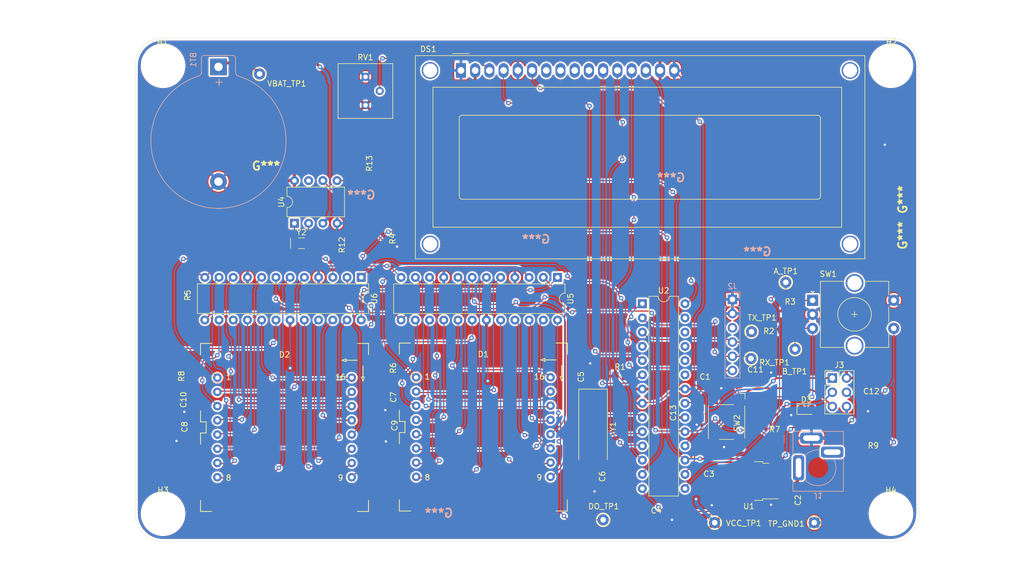
<source format=kicad_pcb>
(kicad_pcb (version 20211014) (generator pcbnew)
  (layers (0 "F.Cu" signal) (31 "B.Cu" signal) (34 "B.Paste" user) (35 "F.Paste" user) (36 "B.SilkS" user "B.Silkscreen") (37 "F.SilkS" user "F.Silkscreen") (38 "B.Mask" user) (39 "F.Mask" user) (44 "Edge.Cuts" user))
  (net 0 "")
  (net 1 "LCD D7")
  (net 2 "LCD D6")
  (net 3 "LCD D5")
  (net 4 "LCD D4")
  (net 5 "LCD E")
  (net 6 "GND")
  (net 7 "LCD RS")
  (net 8 "VCC")
  (net 9 "Net-(C5-Pad1)")
  (net 10 "Net-(D3-Pad2)")
  (net 11 "ROT ENC SWITCH")
  (net 12 "Net-(BT1-Pad1)")
  (net 13 "Net-(C1-Pad1)")
  (net 14 "DATA MAX")
  (net 15 "RXD")
  (net 16 "TXD")
  (net 19 "Net-(U4-Pad1)")
  (net 20 "A4 SDA")
  (net 21 "Net-(U4-Pad2)")
  (net 22 "A5 SCK")
  (net 24 "ROT ENC A OUT")
  (net 25 "ROT ENC B OUT")
  (net 26 "LOAD MAX")
  (net 27 "SCK")
  (net 28 "D1OD2I")
  (net 29 "Net-(C2-Pad1)")
  (net 30 "Net-(C6-Pad1)")
  (net 31 "Net-(R8-Pad2)")
  (net 32 "Net-(D1-Pad1)")
  (net 42 "Net-(DO_TP1-Pad1)")
  (net 43 "Net-(D1-Pad2)")
  (net 44 "Net-(D1-Pad3)")
  (net 45 "Net-(D1-Pad4)")
  (net 46 "Net-(D1-Pad5)")
  (net 47 "Net-(D1-Pad6)")
  (net 48 "Net-(D1-Pad7)")
  (net 49 "Net-(D1-Pad8)")
  (net 50 "Net-(D1-Pad9)")
  (net 51 "Net-(D1-Pad10)")
  (net 52 "Net-(D1-Pad11)")
  (net 53 "Net-(D1-Pad12)")
  (net 54 "Net-(D1-Pad13)")
  (net 55 "Net-(D1-Pad14)")
  (net 56 "Net-(D1-Pad15)")
  (net 57 "Net-(D1-Pad16)")
  (net 58 "Net-(D2-Pad1)")
  (net 59 "Net-(D2-Pad2)")
  (net 60 "Net-(D2-Pad3)")
  (net 61 "Net-(D2-Pad4)")
  (net 62 "Net-(D2-Pad5)")
  (net 63 "Net-(D2-Pad6)")
  (net 64 "Net-(D2-Pad7)")
  (net 65 "Net-(D2-Pad8)")
  (net 66 "Net-(D2-Pad9)")
  (net 67 "Net-(D2-Pad10)")
  (net 68 "Net-(D2-Pad11)")
  (net 69 "Net-(D2-Pad12)")
  (net 70 "Net-(D2-Pad13)")
  (net 71 "Net-(D2-Pad14)")
  (net 72 "Net-(D2-Pad15)")
  (net 73 "Net-(D2-Pad16)")
  (net 74 "Net-(DS1-Pad3)")
  (net 75 "Net-(R6-Pad2)")
  (net 76 "~{RST}")
  (footprint "footprints:Crystal_SMD_2Pin_3.2x1.5mm" (layer "F.Cu") (at 109.718 91.704)
    (fp_text reference "Y2")
    (fp_text value "Crystal_32768Hz")
  )
  (footprint "footprints:R_0805_2012Metric" (layer "F.Cu") (at 166.624 115.443)
    (fp_text reference "R1")
    (fp_text value "10KΩ")
  )
  (footprint "footprints:DIP-24_W7.62mm" (layer "F.Cu") (at 155.453 97.8 -90)
    (fp_text reference "U5")
    (fp_text value "MAX7219")
  )
  (footprint "footprints:MountingHole_3.2mm_M3" (layer "F.Cu") (at 215.1 60)
    (fp_text reference "H2")
    (fp_text value "MountingHole")
  )
  (footprint "footprints:C_0805_2012Metric" (layer "F.Cu") (at 161.798 133.35 -90)
    (fp_text reference "C6")
    (fp_text value "22p")
  )
  (footprint "footprints:RotaryEncoder_TT_EN11-Switch_Vertical_H20mm_CircularMountingHoles" (layer "F.Cu") (at 201 101.9)
    (fp_text reference "SW1")
    (fp_text value "RotaryEncoder_Switch")
  )
  (footprint "footprints:R_0805_2012Metric" (layer "F.Cu") (at 194.25 126.6)
    (fp_text reference "R7")
    (fp_text value "R_0805_2.2K")
  )
  (footprint "footprints:C_0805_2012Metric" (layer "F.Cu") (at 180.8 122.15 -90)
    (fp_text reference "C13")
    (fp_text value "C_0805_0.1uf")
  )
  (footprint "footprints:R_0805_2012Metric" (layer "F.Cu") (at 124.2 113.95 90)
    (fp_text reference "R6")
    (fp_text value "R_0805_22K")
  )
  (footprint "footprints:TestPoint_THTPad_D2.0mm_Drill1.0mm" (layer "F.Cu") (at 196.215 98.679)
    (fp_text reference "A_TP1")
    (fp_text value "TestPoint")
  )
  (footprint "footprints:C_0805_2012Metric" (layer "F.Cu") (at 182.2 135.55 -90)
    (fp_text reference "C3")
    (fp_text value "C_0805_0.1uf")
  )
  (footprint "Logo:abc" (layer "F.Cu") (at 95.6 72.4)
    (fp_text reference "G***")
    (fp_text value "LOGO" hide)
  )
  (footprint "footprints:TO-252-2" (layer "F.Cu") (at 189.625 134.175 180)
    (fp_text reference "U1")
    (fp_text value "L7805")
  )
  (footprint "footprints:C_0805_2012Metric" (layer "F.Cu") (at 87 119.65 -90)
    (fp_text reference "C10")
    (fp_text value "C_0805_0.1uf")
  )
  (footprint "footprints:C_0805_2012Metric" (layer "F.Cu") (at 173.101 141.097)
    (fp_text reference "C4")
    (fp_text value "C_0805_0.1uf")
  )
  (footprint "footprints:TestPoint_THTPad_D2.0mm_Drill1.0mm" (layer "F.Cu") (at 163.6 141.1)
    (fp_text reference "DO_TP1")
    (fp_text value "TestPoint")
  )
  (footprint "footprints:C_0805_2012Metric" (layer "F.Cu") (at 124.7 124.25 -90)
    (fp_text reference "C9")
    (fp_text value "C_0805_0.1uf")
  )
  (footprint "footprints:R_0805_2012Metric" (layer "F.Cu") (at 196.25 107.1)
    (fp_text reference "R2")
    (fp_text value "R_0805_10K")
  )
  (footprint "footprints:Crystal_SMD_HC49-SD" (layer "F.Cu") (at 161.798 124.46 -90)
    (fp_text reference "Y1")
    (fp_text value "Crystal 16MHZ")
  )
  (footprint "footprints:LED_0805_2012Metric" (layer "F.Cu") (at 199.9 121.3)
    (fp_text reference "D3")
    (fp_text value "LED_0805")
  )
  (footprint "footprints:TestPoint_THTPad_D2.0mm_Drill1.0mm" (layer "F.Cu") (at 190.1 107.5)
    (fp_text reference "TX_TP1")
    (fp_text value "TestPoint")
  )
  (footprint "footprints:C_0805_2012Metric" (layer "F.Cu") (at 124.5 119.2 -90)
    (fp_text reference "C7")
    (fp_text value "C_0805_10uf")
  )
  (footprint "footprints:R_0805_2012Metric" (layer "F.Cu") (at 128.7 92.05 -90)
    (fp_text reference "R4")
    (fp_text value "R_0805_10K")
  )
  (footprint "footprints:MountingHole_3.2mm_M3" (layer "F.Cu") (at 85 140)
    (fp_text reference "H3")
    (fp_text value "MountingHole")
  )
  (footprint "footprints:TestPoint_THTPad_D2.0mm_Drill1.0mm" (layer "F.Cu") (at 183.515 141.605)
    (fp_text reference "VCC_TP1")
    (fp_text value "TestPoint")
  )
  (footprint "footprints:C_0805_2012Metric" (layer "F.Cu") (at 161.29 115.57 90)
    (fp_text reference "C5")
    (fp_text value "22p")
  )
  (footprint "footprints:DIP-24_W7.62mm" (layer "F.Cu") (at 120.396 97.79 -90)
    (fp_text reference "U6")
    (fp_text value "MAX7219")
  )
  (footprint "footprints:R_0805_2012Metric" (layer "F.Cu") (at 118.6 92 90)
    (fp_text reference "R12")
    (fp_text value "R_0805_4.7K")
  )
  (footprint "footprints:TestPoint_THTPad_D2.0mm_Drill1.0mm" (layer "F.Cu") (at 190 112.3)
    (fp_text reference "RX_TP1")
    (fp_text value "TestPoint")
  )
  (footprint "footprints:TestPoint_THTPad_D2.0mm_Drill1.0mm" (layer "F.Cu") (at 197.866 110.617)
    (fp_text reference "B_TP1")
    (fp_text value "TestPoint")
  )
  (footprint "footprints:TC1602A-01T" (layer "F.Cu") (at 138.2 60.8425)
    (fp_text reference "DS1")
    (fp_text value "TC1602A-01T")
  )
  (footprint "footprints:R_0805_2012Metric" (layer "F.Cu") (at 211.85 126.2 180)
    (fp_text reference "R9")
    (fp_text value "R_0805_10K")
  )
  (footprint "footprints:R_0805_2012Metric" (layer "F.Cu") (at 89.4 98.15 -90)
    (fp_text reference "R5")
    (fp_text value "R_0805_10K")
  )
  (footprint "footprints:R_0805_2012Metric" (layer "F.Cu") (at 197 103.8)
    (fp_text reference "R3")
    (fp_text value "R_0805_10K")
  )
  (footprint "footprints:DIP-8_W7.62mm" (layer "F.Cu") (at 108.458 88.138 90)
    (fp_text reference "U4")
    (fp_text value "DS1307_DIP-8")
  )
  (footprint "footprints:C_0805_2012Metric" (layer "F.Cu") (at 211.5 119.8)
    (fp_text reference "C12")
    (fp_text value "C_0805_1uf")
  )
  (footprint "footprints:MountingHole_3.2mm_M3" (layer "F.Cu") (at 84.9 60)
    (fp_text reference "H1")
    (fp_text value "MountingHole")
  )
  (footprint "footprints:DIP-28_W7.62mm" (layer "F.Cu") (at 170.6 102.5)
    (fp_text reference "U2")
    (fp_text value "ATmega328-PU")
  )
  (footprint "footprints:Potentiometer_Bourns_3386P_Vertical" (layer "F.Cu") (at 121.158 67.056)
    (fp_text reference "RV1")
    (fp_text value "R_POT_10K")
  )
  (footprint "footprints:TestPoint_THTPad_D2.0mm_Drill1.0mm" (layer "F.Cu") (at 102.235 61.468)
    (fp_text reference "VBAT_TP1")
    (fp_text value "TestPoint")
  )
  (footprint "footprints:TestPoint_THTPad_D2.0mm_Drill1.0mm" (layer "F.Cu") (at 201.3 141.6)
    (fp_text reference "TP_GND1")
    (fp_text value "TestPoint")
  )
  (footprint "footprints:C_0805_2012Metric" (layer "F.Cu") (at 196.5 137.35 -90)
    (fp_text reference "C2")
    (fp_text value "C_0805_1uf")
  )
  (footprint "footprints:KWM-30881CVB" (layer "F.Cu") (at 106.7 124.6)
    (fp_text reference "D2")
    (fp_text value "KWM-30881CVB")
  )
  (footprint "footprints:R_0805_2012Metric" (layer "F.Cu") (at 86.9 115.45 90)
    (fp_text reference "R8")
    (fp_text value "R_0805_22K")
  )
  (footprint "footprints:SW_SPST_Omron_B3FS-100xP" (layer "F.Cu") (at 185.638 123.634 -90)
    (fp_text reference "SW2")
    (fp_text value "Omron_B3F_SPST")
  )
  (footprint "footprints:KWM-30881CVB" (layer "F.Cu") (at 142.2 124.53)
    (fp_text reference "D1")
    (fp_text value "KWM-30881CVB")
  )
  (footprint "footprints:C_0805_2012Metric" (layer "F.Cu") (at 181.8 117.2)
    (fp_text reference "C1")
    (fp_text value "C_0805_0.1uf")
  )
  (footprint "footprints:PinHeader_2x03_P2.54mm_Vertical" (layer "F.Cu") (at 204.525 115.775)
    (fp_text reference "J3")
    (fp_text value "Conn_02x03_Odd_Even")
  )
  (footprint "footprints:MountingHole_3.2mm_M3" (layer "F.Cu") (at 215 140)
    (fp_text reference "H4")
    (fp_text value "MountingHole")
  )
  (footprint "Logo:ASCast" (layer "F.Cu") (at 214.6 95.7 90)
    (fp_text reference "G***")
    (fp_text value "LOGO" hide)
  )
  (footprint "footprints:C_0805_2012Metric" (layer "F.Cu") (at 190.8 115.9)
    (fp_text reference "C11")
    (fp_text value "C_0805_0.1uf")
  )
  (footprint "footprints:C_0805_2012Metric" (layer "F.Cu") (at 87.2 124.5 -90)
    (fp_text reference "C8")
    (fp_text value "C_0805_10uf")
  )
  (footprint "Logo:Dare Greatly" (layer "F.Cu") (at 212.9 85 90)
    (fp_text reference "G***")
    (fp_text value "LOGO" hide)
  )
  (footprint "footprints:R_0805_2012Metric" (layer "F.Cu") (at 120.2 77.45 -90)
    (fp_text reference "R13")
    (fp_text value "R_0805_4.7K")
  )
  (footprint "Logo:PS" (layer "B.Cu") (at 132.3 79.6 180)
    (fp_text reference "G***")
    (fp_text value "LOGO" hide)
  )
  (footprint "Logo:Logo" (layer "B.Cu") (at 195.246221 78.716708 180)
    (fp_text reference "G***")
    (fp_text value "LOGO" hide)
  )
  (footprint "footprints:Wurth-694106402002" (layer "B.Cu") (at 202 131.8)
    (fp_text reference "J1")
    (fp_text value "Power_inlet_vertical" hide)
  )
  (footprint "Logo:NBA" (layer "B.Cu") (at 151.1 80.5 180)
    (fp_text reference "G***")
    (fp_text value "LOGO" hide)
  )
  (footprint "footprints:BatteryHolder_Keystone_106_1x20mm" (layer "B.Cu") (at 94.9 60.2 -90)
    (fp_text reference "BT1")
    (fp_text value "Battery_Cell")
  )
  (footprint "Logo:Star" (layer "B.Cu") (at 177.2 74.4 180)
    (fp_text reference "G***")
    (fp_text value "LOGO" hide)
  )
  (footprint "Logo:Kirby" (layer "B.Cu") (at 146 136.5 180)
    (fp_text reference "G***")
    (fp_text value "LOGO" hide)
  )
  (footprint "footprints:PinHeader_1x06_P2.54mm_Vertical" (layer "B.Cu") (at 186.69 101.727 180)
    (fp_text reference "J2")
    (fp_text value "Conn_01x06")
  )
  (gr_line locked (start 220 60) (end 220 140) (layer "Edge.Cuts") (width 0.05))
  (gr_line locked (start 80 60) (end 80 140) (layer "Edge.Cuts") (width 0.05))
  (gr_arc locked (start 80 60) (mid 81.464466 56.464466) (end 85 55) (layer "Edge.Cuts") (width 0.05))
  (gr_arc locked (start 85 145) (mid 81.464466 143.535534) (end 80 140) (layer "Edge.Cuts") (width 0.05))
  (gr_arc locked (start 220 140) (mid 218.535534 143.535534) (end 215 145) (layer "Edge.Cuts") (width 0.05))
  (gr_line locked (start 215 55) (end 85 55) (layer "Edge.Cuts") (width 0.05))
  (gr_arc locked (start 215 55) (mid 218.535534 56.464466) (end 220 60) (layer "Edge.Cuts") (width 0.05))
  (gr_line locked (start 215 145) (end 85 145) (layer "Edge.Cuts") (width 0.05))
  (gr_text "Bryan's Beauty" (at 94.9 89.8) (layer "F.Cu") (effects (font (size 1.5 1.5) (thickness 0.3))))
  (segment (start 172.65 62.2925) (end 171.2 60.8425) (width 0.2032) (layer "B.Cu") (net 1))
  (segment (start 171.601462 131.247735) (end 172.80709 130.042108) (width 0.2032) (layer "B.Cu") (net 1))
  (segment (start 171.157228 132.113282) (end 171.119661 132.162241) (width 0.2032) (layer "B.Cu") (net 1))
  (segment (start 174.1 65.793109) (end 174.1 126.920747) (width 0.2032) (layer "B.Cu") (net 1))
  (segment (start 170.952508 132.34349) (end 170.444 132.852) (width 0.2032) (layer "B.Cu") (net 1))
  (arc (start 171.403045 131.687517) (mid 171.352183 131.799769) (end 171.29409 131.908455) (width 0.2032) (layer "B.Cu") (net 1))
  (arc (start 171.119661 132.162241) (mid 171.080737 132.210046) (end 171.03912 132.255527) (width 0.2032) (layer "B.Cu") (net 1))
  (arc (start 171.03912 132.255527) (mid 170.995984 132.299676) (end 170.952508 132.34349) (width 0.2032) (layer "B.Cu") (net 1))
  (arc (start 174.1 126.920747) (mid 173.763983 128.610015) (end 172.80709 130.042108) (width 0.2032) (layer "B.Cu") (net 1))
  (arc (start 171.482231 131.454248) (mid 171.446456 131.572178) (end 171.403045 131.687517) (width 0.2032) (layer "B.Cu") (net 1))
  (arc (start 172.65 62.2925) (mid 173.723157 63.898593) (end 174.1 65.793109) (width 0.2032) (layer "B.Cu") (net 1))
  (arc (start 171.601462 131.247735) (mid 171.528253 131.343143) (end 171.482231 131.454248) (width 0.2032) (layer "B.Cu") (net 1))
  (arc (start 171.29409 131.908455) (mid 171.229011 132.013108) (end 171.157228 132.113282) (width 0.2032) (layer "B.Cu") (net 1))
  (segment (start 169.1 83.5) (end 169.1 87.5) (width 0.2032) (layer "F.Cu") (net 2))
  (via (at 169.1 87.5) (size 0.8128) (drill 0.4064) (layers "F.Cu" "B.Cu") (net 2))
  (via (at 169.1 83.5) (size 0.8128) (drill 0.4064) (layers "F.Cu" "B.Cu") (net 2))
  (segment (start 166.194164 99.627735) (end 166.138688 99.683212) (width 0.2032) (layer "B.Cu") (net 2))
  (segment (start 166.194164 99.627735) (end 166.221902 99.599998) (width 0.2032) (layer "B.Cu") (net 2))
  (segment (start 167.159644 98.662257) (end 166.332854 99.489046) (width 0.2032) (layer "B.Cu") (net 2))
  (segment (start 166 99.900358) (end 166 112.248465) (width 0.2032) (layer "B.Cu") (net 2))
  (segment (start 168.88 83.28) (end 169.1 83.5) (width 0.2032) (layer "B.Cu") (net 2))
  (segment (start 166.332854 99.489046) (end 166.221902 99.599998) (width 0.2032) (layer "B.Cu") (net 2))
  (segment (start 165.659289 112.830096) (end 165.829644 112.65974) (width 0.2032) (layer "B.Cu") (net 2))
  (segment (start 168.66 82.748873) (end 168.66 60.8425) (width 0.2032) (layer "B.Cu") (net 2))
  (segment (start 168.88 87.72) (end 169.1 87.5) (width 0.2032) (layer "B.Cu") (net 2))
  (segment (start 169.4865 129.3545) (end 170.444 130.312) (width 0.2032) (layer "B.Cu") (net 2))
  (segment (start 168.66 95.040078) (end 168.66 88.251126) (width 0.2032) (layer "B.Cu") (net 2))
  (segment (start 166.138688 99.683212) (end 166.110951 99.710951) (width 0.2032) (layer "B.Cu") (net 2))
  (segment (start 168.529 127.04289) (end 168.529 119.758192) (width 0.2032) (layer "B.Cu") (net 2))
  (arc (start 166 99.900358) (mid 166.014417 99.827875) (end 166.055476 99.766428) (width 0.2032) (layer "B.Cu") (net 2))
  (arc (start 168.66 88.251126) (mid 168.717176 87.963682) (end 168.88 87.72) (width 0.2032) (layer "B.Cu") (net 2))
  (arc (start 168.529 119.758192) (mid 168.156093 117.883462) (end 167.094144 116.294144) (width 0.2032) (layer "B.Cu") (net 2))
  (arc (start 168.88 83.28) (mid 168.717176 83.036316) (end 168.66 82.748873) (width 0.2032) (layer "B.Cu") (net 2))
  (arc (start 165.659289 112.830096) (mid 166.032195 114.704825) (end 167.094144 116.294144) (width 0.2032) (layer "B.Cu") (net 2))
  (arc (start 169.4865 129.3545) (mid 168.777846 128.293924) (end 168.529 127.04289) (width 0.2032) (layer "B.Cu") (net 2))
  (arc (start 166 112.248465) (mid 165.955725 112.471045) (end 165.829644 112.65974) (width 0.2032) (layer "B.Cu") (net 2))
  (arc (start 168.66 95.040078) (mid 168.27007 97.000387) (end 167.159644 98.662257) (width 0.2032) (layer "B.Cu") (net 2))
  (segment (start 167.405754 127.772) (end 170.444 127.772) (width 0.2032) (layer "F.Cu") (net 3))
  (segment (start 167 70.27071) (end 167 76.7) (width 0.2032) (layer "F.Cu") (net 3))
  (segment (start 167.1 70.1) (end 167.05 70.15) (width 0.2032) (layer "F.Cu") (net 3))
  (segment (start 166.6 127.3) (end 166.836 127.536) (width 0.2032) (layer "F.Cu") (net 3))
  (via (at 167 76.7) (size 0.8128) (drill 0.4064) (layers "F.Cu" "B.Cu") (net 3))
  (via (at 167.1 70.1) (size 0.8128) (drill 0.4064) (layers "F.Cu" "B.Cu") (net 3))
  (via (at 166.6 127.3) (size 0.8128) (drill 0.4064) (layers "F.Cu" "B.Cu") (net 3))
  (arc (start 167.405754 127.772) (mid 167.097405 127.710665) (end 166.836 127.536) (width 0.2032) (layer "F.Cu") (net 3))
  (arc (start 167 70.27071) (mid 167.012994 70.205382) (end 167.05 70.15) (width 0.2032) (layer "F.Cu") (net 3))
  (segment (start 166.6 127.3) (end 166.50323 127.20323) (width 0.2032) (layer "B.Cu") (net 3))
  (segment (start 164.9 113.822552) (end 164.9 124.397918) (width 0.2032) (layer "B.Cu") (net 3))
  (segment (start 166.351769 126.889134) (end 165.635 126.172365) (width 0.2032) (layer "B.Cu") (net 3))
  (segment (start 164.719 80.59391) (end 164.719 113.385579) (width 0.2032) (layer "B.Cu") (net 3))
  (segment (start 166.377738 126.98382) (end 166.384406 127.008712) (width 0.2032) (layer "B.Cu") (net 3))
  (segment (start 166.42352 127.103153) (end 166.436405 127.125472) (width 0.2032) (layer "B.Cu") (net 3))
  (segment (start 166.61 69.61) (end 167.1 70.1) (width 0.2032) (layer "B.Cu") (net 3))
  (segment (start 166.12 68.427035) (end 166.12 60.8425) (width 0.2032) (layer "B.Cu") (net 3))
  (segment (start 165.8595 77.8405) (end 167 76.7) (width 0.2032) (layer "B.Cu") (net 3))
  (arc (start 166.436405 127.125472) (mid 166.45054 127.146864) (end 166.467147 127.1664) (width 0.2032) (layer "B.Cu") (net 3))
  (arc (start 164.9 113.822552) (mid 164.876479 113.704308) (end 164.8095 113.604066) (width 0.2032) (layer "B.Cu") (net 3))
  (arc (start 164.719 113.385579) (mid 164.74252 113.503823) (end 164.8095 113.604066) (width 0.2032) (layer "B.Cu") (net 3))
  (arc (start 166.377738 126.98382) (mid 166.372606 126.958697) (end 166.370533 126.933141) (width 0.2032) (layer "B.Cu") (net 3))
  (arc (start 166.42352 127.103153) (mid 166.400867 127.057214) (end 166.384406 127.008712) (width 0.2032) (layer "B.Cu") (net 3))
  (arc (start 166.370533 126.933141) (mid 166.365409 126.909321) (end 166.351769 126.889134) (width 0.2032) (layer "B.Cu") (net 3))
  (arc (start 166.12 68.427035) (mid 166.247346 69.067251) (end 166.61 69.61) (width 0.2032) (layer "B.Cu") (net 3))
  (arc (start 165.635 126.172365) (mid 165.09102 125.358241) (end 164.9 124.397918) (width 0.2032) (layer "B.Cu") (net 3))
  (arc (start 165.8595 77.8405) (mid 165.015406 79.103775) (end 164.719 80.59391) (width 0.2032) (layer "B.Cu") (net 3))
  (arc (start 166.467147 127.1664) (mid 166.485094 127.184907) (end 166.50323 127.20323) (width 0.2032) (layer "B.Cu") (net 3))
  (segment (start 163.449 116.713) (end 167.642637 116.713) (width 0.2032) (layer "F.Cu") (net 4))
  (segment (start 169.6235 115.8925) (end 170.444 115.072) (width 0.2032) (layer "F.Cu") (net 4))
  (via (at 163.449 116.713) (size 0.8128) (drill 0.4064) (layers "F.Cu" "B.Cu") (net 4))
  (arc (start 167.642637 116.713) (mid 168.714672 116.499758) (end 169.6235 115.8925) (width 0.2032) (layer "F.Cu") (net 4))
  (segment (start 163.449 116.713) (end 163.5145 116.6475) (width 0.2032) (layer "B.Cu") (net 4))
  (segment (start 163.58 116.489369) (end 163.58 60.8425) (width 0.2032) (layer "B.Cu") (net 4))
  (arc (start 163.5145 116.6475) (mid 163.562977 116.574948) (end 163.58 116.489369) (width 0.2032) (layer "B.Cu") (net 4))
  (segment (start 169.450036 64.008) (end 152.4 64.008) (width 0.2032) (layer "F.Cu") (net 5))
  (segment (start 194 116.3) (end 194.2625 116.0375) (width 0.3048) (layer "F.Cu") (net 5))
  (segment (start 180.848 69.977) (end 180.467 69.596) (width 0.2032) (layer "F.Cu") (net 5))
  (segment (start 179.547184 69.215) (end 178.4985 69.215) (width 0.2032) (layer "F.Cu") (net 5))
  (segment (start 194.896231 115.775) (end 204.525 115.775) (width 0.3048) (layer "F.Cu") (net 5))
  (segment (start 173.297792 65.601792) (end 175.788467 68.092467) (width 0.2032) (layer "F.Cu") (net 5))
  (via (at 180.848 69.977) (size 0.8128) (drill 0.4064) (layers "F.Cu" "B.Cu") (net 5))
  (via (at 194 116.3) (size 0.8128) (drill 0.4064) (layers "F.Cu" "B.Cu") (net 5))
  (via (at 152.4 64.008) (size 0.8128) (drill 0.4064) (layers "F.Cu" "B.Cu") (net 5))
  (arc (start 178.4985 69.215) (mid 177.03184 68.923263) (end 175.788467 68.092467) (width 0.2032) (layer "F.Cu") (net 5))
  (arc (start 179.547184 69.215) (mid 180.044984 69.314018) (end 180.467 69.596) (width 0.2032) (layer "F.Cu") (net 5))
  (arc (start 194.896231 115.775) (mid 194.553258 115.843221) (end 194.2625 116.0375) (width 0.3048) (layer "F.Cu") (net 5))
  (arc (start 173.297792 65.601792) (mid 171.532426 64.422213) (end 169.450036 64.008) (width 0.2032) (layer "F.Cu") (net 5))
  (segment (start 181.601222 118.562454) (end 181.202444 118.163676) (width 0.2032) (layer "B.Cu") (net 5))
  (segment (start 181.19649 124.639508) (end 178.064 127.772) (width 0.2032) (layer "B.Cu") (net 5))
  (segment (start 182 121.95) (end 182 120.65) (width 0.2032) (layer "B.Cu") (net 5))
  (segment (start 191.439339 117.8) (end 189.053963 117.8) (width 0.3048) (layer "B.Cu") (net 5))
  (segment (start 150.88 61.66525) (end 150.88 60.8425) (width 0.2032) (layer "B.Cu") (net 5))
  (segment (start 181.572864 124.027135) (end 181.798587 123.801412) (width 0.2032) (layer "B.Cu") (net 5))
  (segment (start 182 123.412155) (end 182 121.95) (width 0.2032) (layer "B.Cu") (net 5))
  (segment (start 181.563571 124.049572) (end 181.563571 124.062716) (width 0.2032) (layer "B.Cu") (net 5))
  (segment (start 182 119.525189) (end 182 120.65) (width 0.2032) (layer "B.Cu") (net 5))
  (segment (start 179.883289 116.743247) (end 179.883289 105.854877) (width 0.2032) (layer "B.Cu") (net 5))
  (segment (start 183.759619 120.84038) (end 185.206207 119.393792) (width 0.3048) (layer "B.Cu") (net 5))
  (segment (start 182.014433 123.421573) (end 182.009417 123.421573) (width 0.2032) (layer "B.Cu") (net 5))
  (segment (start 193.25 117.05) (end 194 116.3) (width 0.3048) (layer "B.Cu") (net 5))
  (segment (start 151.461772 63.069772) (end 152.4 64.008) (width 0.2032) (layer "B.Cu") (net 5))
  (segment (start 182.02506 123.427798) (end 182.021947 123.424685) (width 0.2032) (layer "B.Cu") (net 5))
  (segment (start 181.483 71.061012) (end 181.483 101.992833) (width 0.2032) (layer "B.Cu") (net 5))
  (segment (start 181.1655 70.2945) (end 180.848 69.977) (width 0.2032) (layer "B.Cu") (net 5))
  (segment (start 179.898168 116.779168) (end 180.811739 117.692739) (width 0.2032) (layer "B.Cu") (net 5))
  (segment (start 181.801412 123.794593) (end 182.030033 123.565973) (width 0.2032) (layer "B.Cu") (net 5))
  (segment (start 181.564407 124.078153) (end 181.564407 124.120714) (width 0.2032) (layer "B.Cu") (net 5))
  (arc (start 180.683144 103.923855) (mid 181.275124 103.037894) (end 181.483 101.992833) (width 0.2032) (layer "B.Cu") (net 5))
  (arc (start 182.65 121.3) (mid 182.19038 121.109619) (end 182 120.65) (width 0.2032) (layer "B.Cu") (net 5))
  (arc (start 181.202444 118.163676) (mid 181.017097 117.919793) (end 180.811739 117.692739) (width 0.2032) (layer "B.Cu") (net 5))
  (arc (start 182.65 121.3) (mid 182.19038 121.49038) (end 182 121.95) (width 0.3048) (layer "B.Cu") (net 5))
  (arc (start 150.88 61.66525) (mid 151.031197 62.425371) (end 151.461772 63.069772) (width 0.2032) (layer "B.Cu") (net 5))
  (arc (start 179.883289 116.743247) (mid 179.887156 116.762687) (end 179.898168 116.779168) (width 0.2032) (layer "B.Cu") (net 5))
  (arc (start 182 119.525189) (mid 181.89636 119.00416) (end 181.601222 118.562454) (width 0.2032) (layer "B.Cu") (net 5))
  (arc (start 181.19649 124.639508) (mid 181.402684 124.396017) (end 181.564407 124.120714) (width 0.2032) (layer "B.Cu") (net 5))
  (arc (start 181.801412 123.794593) (mid 181.800366 123.796157) (end 181.8 123.798003) (width 0.2032) (layer "B.Cu") (net 5))
  (arc (start 185.206207 119.393792) (mid 186.971572 118.214213) (end 189.053963 117.8) (width 0.3048) (layer "B.Cu") (net 5))
  (arc (start 181.564407 124.078153) (mid 181.564001 124.070467) (end 181.563571 124.062716) (width 0.2032) (layer "B.Cu") (net 5))
  (arc (start 191.439339 117.8) (mid 192.419261 117.605081) (end 193.25 117.05) (width 0.3048) (layer "B.Cu") (net 5))
  (arc (start 180.683144 103.923855) (mid 180.091164 104.809815) (end 179.883289 105.854877) (width 0.2032) (layer "B.Cu") (net 5))
  (arc (start 183.759619 120.84038) (mid 183.250521 121.180548) (end 182.65 121.3) (width 0.3048) (layer "B.Cu") (net 5))
  (arc (start 181.8 123.798003) (mid 181.799632 123.799847) (end 181.798587 123.801412) (width 0.2032) (layer "B.Cu") (net 5))
  (arc (start 181.1655 70.2945) (mid 181.400484 70.646178) (end 181.483 71.061012) (width 0.2032) (layer "B.Cu") (net 5))
  (arc (start 182.014433 123.421573) (mid 182.018499 123.422381) (end 182.021947 123.424685) (width 0.2032) (layer "B.Cu") (net 5))
  (arc (start 182 123.412155) (mid 182.002758 123.418814) (end 182.009417 123.421573) (width 0.2032) (layer "B.Cu") (net 5))
  (arc (start 181.572864 124.027135) (mid 181.565986 124.037429) (end 181.563571 124.049572) (width 0.2032) (layer "B.Cu") (net 5))
  (arc (start 182.02506 123.427798) (mid 182.04186 123.495719) (end 182.030033 123.565973) (width 0.2032) (layer "B.Cu") (net 5))
  (segment (start 175.895 141.097) (end 173.951 141.097) (width 0.2032) (layer "F.Cu") (net 6))
  (segment (start 183.429548 138.370448) (end 183.423677 138.37632) (width 0.635) (layer "F.Cu") (net 6))
  (segment (start 183.423677 138.37632) (end 183.411936 138.388062) (width 0.635) (layer "F.Cu") (net 6))
  (segment (start 213.35 68.55) (end 213.35 68.3) (width 0.2032) (layer "F.Cu") (net 6))
  (segment (start 183.611347 138.188649) (end 183.564577 138.235419) (width 0.635) (layer "F.Cu") (net 6))
  (segment (start 89.4 100.558578) (end 89.4 99) (width 0.2032) (layer "F.Cu") (net 6))
  (segment (start 183.564577 138.235419) (end 183.529352 138.270644) (width 0.635) (layer "F.Cu") (net 6))
  (segment (start 124.5 121.158578) (end 124.5 119.9) (width 0.2032) (layer "F.Cu") (net 6))
  (segment (start 183.8 137.858578) (end 183.8 137.15) (width 0.635) (layer "F.Cu") (net 6))
  (segment (start 183.476515 138.323481) (end 183.453032 138.346964) (width 0.635) (layer "F.Cu") (net 6))
  (segment (start 183.523481 138.276515) (end 183.499998 138.299998) (width 0.635) (layer "F.Cu") (net 6))
  (segment (start 213.35 67.8) (end 213.35 68.3) (width 0.2032) (layer "F.Cu") (net 6))
  (segment (start 175.214409 118.53659) (end 174.71446 119.036538) (width 0.2032) (layer "F.Cu") (net 6))
  (segment (start 183.7 138.1) (end 183.670449 138.129549) (width 0.635) (layer "F.Cu") (net 6))
  (segment (start 185.83033 135.869669) (end 187.525 134.175) (width 0.635) (layer "F.Cu") (net 6))
  (segment (start 212.075 65.175) (end 212.572182 65.672182) (width 0.2032) (layer "F.Cu") (net 6))
  (segment (start 213.35 69.55) (end 213.35 73.161091) (width 0.2032) (layer "F.Cu") (net 6))
  (segment (start 192.80052 115.599479) (end 193.6 114.8) (width 0.3048) (layer "F.Cu") (net 6))
  (segment (start 162.052 136.017) (end 161.925 135.89) (width 0.2032) (layer "F.Cu") (net 6))
  (segment (start 89.3 100.8) (end 89.2 100.9) (width 0.2032) (layer "F.Cu") (net 6))
  (segment (start 213.625 73.825) (end 213.9 74.1) (width 0.2032) (layer "F.Cu") (net 6))
  (segment (start 213.35 68.55) (end 213.35 69.55) (width 0.2032) (layer "F.Cu") (net 6))
  (segment (start 213.35 67.8) (end 213.35 67.55) (width 0.2032) (layer "F.Cu") (net 6))
  (segment (start 210.775 119.925) (end 210.65 119.8) (width 0.2032) (layer "F.Cu") (net 6))
  (segment (start 172.0215 120.152) (end 170.444 120.152) (width 0.2032) (layer "F.Cu") (net 6))
  (segment (start 126.8 92.3) (end 127.1 92.6) (width 0.2032) (layer "F.Cu") (net 6))
  (segment (start 183.453032 138.346964) (end 183.429548 138.370448) (width 0.635) (layer "F.Cu") (net 6))
  (segment (start 177.80875 62.37125) (end 176.28 60.8425) (width 0.2032) (layer "F.Cu") (net 6))
  (segment (start 88.123223 121.623223) (end 87 120.5) (width 0.2032) (layer "F.Cu") (net 6))
  (segment (start 183.411936 138.388062) (end 183.406066 138.393933) (width 0.635) (layer "F.Cu") (net 6))
  (segment (start 180.3 124.1) (end 180.5105 123.8895) (width 0.2032) (layer "F.Cu") (net 6))
  (segment (start 127.824264 92.9) (end 128.7 92.9) (width 0.2032) (layer "F.Cu") (net 6))
  (segment (start 197.2 122.4) (end 198.06577 121.534229) (width 0.2032) (layer "F.Cu") (net 6))
  (segment (start 183.499998 138.299998) (end 183.476515 138.323481) (width 0.635) (layer "F.Cu") (net 6))
  (segment (start 177.942 117.734) (end 178.064 117.612) (width 0.2032) (layer "F.Cu") (net 6))
  (segment (start 183 138.5) (end 183.15 138.5) (width 0.635) (layer "F.Cu") (net 6))
  (segment (start 184.5 117.4) (end 184.7 117.6) (width 0.2032) (layer "F.Cu") (net 6))
  (segment (start 198.63125 121.3) (end 198.9625 121.3) (width 0.2032) (layer "F.Cu") (net 6))
  (segment (start 184.55 136.4) (end 183.05 136.4) (width 0.635) (layer "F.Cu") (net 6))
  (segment (start 183.670449 138.129549) (end 183.611347 138.188649) (width 0.635) (layer "F.Cu") (net 6))
  (segment (start 87.4 127) (end 87.25 126.85) (width 0.2032) (layer "F.Cu") (net 6))
  (segment (start 193.7 138.3) (end 193.6 138.4) (width 0.254) (layer "F.Cu") (net 6))
  (segment (start 124.75 127.05) (end 124.8 127.1) (width 0.2032) (layer "F.Cu") (net 6))
  (segment (start 193.941421 138.2) (end 196.5 138.2) (width 0.254) (layer "F.Cu") (net 6))
  (segment (start 192.075 115.9) (end 191.65 115.9) (width 0.3048) (layer "F.Cu") (net 6))
  (segment (start 181.499478 63.9) (end 208.996877 63.9) (width 0.2032) (layer "F.Cu") (net 6))
  (segment (start 161.29 113.157) (end 161.29 114.72) (width 0.2032) (layer "F.Cu") (net 6))
  (segment (start 183.388 127.634) (end 184.734 127.634) (width 0.2032) (layer "F.Cu") (net 6))
  (segment (start 161.798 135.583394) (end 161.798 134.2) (width 0.2032) (layer "F.Cu") (net 6))
  (segment (start 184.017157 117.2) (end 182.65 117.2) (width 0.2032) (layer "F.Cu") (net 6))
  (segment (start 176.8575 117.856) (end 177.647465 117.856) (width 0.2032) (layer "F.Cu") (net 6))
  (segment (start 87.1 126.487867) (end 87.1 125.1) (width 0.2032) (layer "F.Cu") (net 6))
  (segment (start 183.529352 138.270644) (end 183.523481 138.276515) (width 0.635) (layer "F.Cu") (net 6))
  (segment (start 210.9 121.7) (end 210.9 120.226776) (width 0.2032) (layer "F.Cu") (net 6))
  (segment (start 184.734 127.634) (end 185.2 128.1) (width 0.2032) (layer "F.Cu") (net 6))
  (segment (start 124.7 126.929289) (end 124.7 125.1) (width 0.2032) (layer "F.Cu") (net 6))
  (segment (start 124.6 121.4) (end 124.7 121.5) (width 0.2032) (layer "F.Cu") (net 6))
  (segment (start 88.8 121.8) (end 88.55 121.8) (width 0.2032) (layer "F.Cu") (net 6))
  (segment (start 183.05 136.4) (end 182.2 136.4) (width 0.635) (layer "F.Cu") (net 6))
  (via (at 161.29 113.157) (size 0.8128) (drill 0.4064) (layers "F.Cu" "B.Cu") (net 6))
  (via (at 124.7 121.5) (size 0.8128) (drill 0.4064) (layers "F.Cu" "B.Cu") (net 6))
  (via (at 87.4 127) (size 0.8128) (drill 0.4064) (layers "F.Cu" "B.Cu") (net 6))
  (via (at 124.8 127.1) (size 0.8128) (drill 0.4064) (layers "F.Cu" "B.Cu") (net 6))
  (via (at 193.6 138.4) (size 0.8128) (drill 0.4064) (layers "F.Cu" "B.Cu") (net 6))
  (via (at 175.895 141.097) (size 0.8128) (drill 0.4064) (layers "F.Cu" "B.Cu") (net 6))
  (via (at 213.9 74.1) (size 0.8128) (drill 0.4064) (layers "F.Cu" "B.Cu") (net 6))
  (via (at 185.2 128.1) (size 0.8128) (drill 0.4064) (layers "F.Cu" "B.Cu") (net 6))
  (via (at 210.9 121.7) (size 0.8128) (drill 0.4064) (layers "F.Cu" "B.Cu") (net 6))
  (via (at 197.2 122.4) (size 0.8128) (drill 0.4064) (layers "F.Cu" "B.Cu") (net 6))
  (via (at 193.6 114.8) (size 0.8128) (drill 0.4064) (layers "F.Cu" "B.Cu") (net 6))
  (via (at 162.052 136.017) (size 0.8128) (drill 0.4064) (layers "F.Cu" "B.Cu") (net 6))
  (via (at 183 138.5) (size 0.8128) (drill 0.4064) (layers "F.Cu" "B.Cu") (net 6))
  (via (at 126.8 92.3) (size 0.8128) (drill 0.4064) (layers "F.Cu" "B.Cu") (net 6))
  (via (at 89.2 100.9) (size 0.8128) (drill 0.4064) (layers "F.Cu" "B.Cu") (net 6))
  (via (at 88.8 121.8) (size 0.8128) (drill 0.4064) (layers "F.Cu" "B.Cu") (net 6))
  (via (at 184.7 117.6) (size 0.8128) (drill 0.4064) (layers "F.Cu" "B.Cu") (net 6))
  (via (at 180.3 124.1) (size 0.8128) (drill 0.4064) (layers "F.Cu" "B.Cu") (net 6))
  (arc (start 198.06577 121.534229) (mid 198.325214 121.360874) (end 198.63125 121.3) (width 0.2032) (layer "F.Cu") (net 6))
  (arc (start 212.075 65.175) (mid 210.662745 64.231361) (end 208.996877 63.9) (width 0.2032) (layer "F.Cu") (net 6))
  (arc (start 124.75 127.05) (mid 124.712994 126.994617) (end 124.7 126.929289) (width 0.2032) (layer "F.Cu") (net 6))
  (arc (start 213.35 73.161091) (mid 213.42147 73.520396) (end 213.625 73.825) (width 0.2032) (layer "F.Cu") (net 6))
  (arc (start 177.942 117.734) (mid 177.806866 117.824293) (end 177.647465 117.856) (width 0.2032) (layer "F.Cu") (net 6))
  (arc (start 212.572182 65.672182) (mid 213.147851 66.533732) (end 213.35 67.55) (width 0.2032) (layer "F.Cu") (net 6))
  (arc (start 210.775 119.925) (mid 210.867513 120.063456) (end 210.9 120.226776) (width 0.2032) (layer "F.Cu") (net 6))
  (arc (start 193.7 138.3) (mid 193.810764 138.225989) (end 193.941421 138.2) (width 0.254) (layer "F.Cu") (net 6))
  (arc (start 89.4 100.558578) (mid 89.37401 100.689234) (end 89.3 100.8) (width 0.2032) (layer "F.Cu") (net 6))
  (arc (start 183.406066 138.393933) (mid 183.288581 138.472434) (end 183.15 138.5) (width 0.635) (layer "F.Cu") (net 6))
  (arc (start 181.499478 63.9) (mid 179.50207 63.50269) (end 177.80875 62.37125) (width 0.2032) (layer "F.Cu") (net 6))
  (arc (start 88.123223 121.623223) (mid 88.31903 121.754057) (end 88.55 121.8) (width 0.2032) (layer "F.Cu") (net 6))
  (arc (start 184.017157 117.2) (mid 184.278469 117.251978) (end 184.5 117.4) (width 0.2032) (layer "F.Cu") (net 6))
  (arc (start 87.1 126.487867) (mid 87.138983 126.683852) (end 87.25 126.85) (width 0.2032) (layer "F.Cu") (net 6))
  (arc (start 161.798 135.583394) (mid 161.831006 135.749328) (end 161.925 135.89) (width 0.2032) (layer "F.Cu") (net 6))
  (arc (start 175.214409 118.53659) (mid 175.968265 118.032879) (end 176.8575 117.856) (width 0.2032) (layer "F.Cu") (net 6))
  (arc (start 127.824264 92.9) (mid 127.432295 92.822032) (end 127.1 92.6) (width 0.2032) (layer "F.Cu") (net 6))
  (arc (start 184.55 136.4) (mid 184.019669 136.619669) (end 183.8 137.15) (width 0.635) (layer "F.Cu") (net 6))
  (arc (start 184.55 136.4) (mid 185.242909 136.262171) (end 185.83033 135.869669) (width 0.635) (layer "F.Cu") (net 6))
  (arc (start 124.6 121.4) (mid 124.525989 121.289234) (end 124.5 121.158578) (width 0.2032) (layer "F.Cu") (net 6))
  (arc (start 180.5105 123.8895) (mid 180.666292 123.656339) (end 180.721 123.381308) (width 0.2032) (layer "F.Cu") (net 6))
  (arc (start 174.71446 119.036538) (mid 173.478919 119.8621) (end 172.0215 120.152) (width 0.2032) (layer "F.Cu") (net 6))
  (arc (start 192.80052 115.599479) (mid 192.467648 115.821897) (end 192.075 115.9) (width 0.3048) (layer "F.Cu") (net 6))
  (arc (start 183.8 137.858578) (mid 183.77401 137.989234) (end 183.7 138.1) (width 0.635) (layer "F.Cu") (net 6))
  (arc (start 183.05 136.4) (mid 183.58033 136.619669) (end 183.8 137.15) (width 0.635) (layer "F.Cu") (net 6))
  (segment (start 209.5 130.088908) (end 209.5 136.146036) (width 0.635) (layer "B.Cu") (net 6))
  (segment (start 207.906207 139.993792) (end 207.893792 140.006206) (width 0.635) (layer "B.Cu") (net 6))
  (segment (start 204.046036 141.6) (end 201.3 141.6) (width 0.635) (layer "B.Cu") (net 6))
  (segment (start 204.426167 126.5) (end 200.8 126.5) (width 0.635) (layer "B.Cu") (net 6))
  (segment (start 207.625 127.825) (end 209.225 129.425) (width 0.635) (layer "B.Cu") (net 6))
  (arc (start 204.046036 141.6) (mid 206.128426 141.185786) (end 207.893792 140.006206) (width 0.635) (layer "B.Cu") (net 6))
  (arc (start 209.5 136.146036) (mid 209.085786 138.228426) (end 207.906207 139.993792) (width 0.635) (layer "B.Cu") (net 6))
  (arc (start 207.625 127.825) (mid 206.157362 126.844356) (end 204.426167 126.5) (width 0.635) (layer "B.Cu") (net 6))
  (arc (start 209.5 130.088908) (mid 209.428529 129.729603) (end 209.225 129.425) (width 0.635) (layer "B.Cu") (net 6))
  (segment (start 160.295789 66.675) (end 146.685 66.675) (width 0.2032) (layer "F.Cu") (net 7))
  (segment (start 162.179 110.998) (end 162.4965 111.3155) (width 0.2032) (layer "F.Cu") (net 7))
  (segment (start 160.909 66.929) (end 161.163 67.183) (width 0.2032) (layer "F.Cu") (net 7))
  (segment (start 168.909311 111.633) (end 163.263012 111.633) (width 0.2032) (layer "F.Cu") (net 7))
  (segment (start 169.9945 112.0825) (end 170.444 112.532) (width 0.2032) (layer "F.Cu") (net 7))
  (via (at 146.685 66.675) (size 0.8128) (drill 0.4064) (layers "F.Cu" "B.Cu") (net 7))
  (via (at 162.179 110.998) (size 0.8128) (drill 0.4064) (layers "F.Cu" "B.Cu") (net 7))
  (via (at 161.163 67.183) (size 0.8128) (drill 0.4064) (layers "F.Cu" "B.Cu") (net 7))
  (arc (start 163.263012 111.633) (mid 162.848178 111.550484) (end 162.4965 111.3155) (width 0.2032) (layer "F.Cu") (net 7))
  (arc (start 169.9945 112.0825) (mid 169.496611 111.749821) (end 168.909311 111.633) (width 0.2032) (layer "F.Cu") (net 7))
  (arc (start 160.909 66.929) (mid 160.627656 66.741012) (end 160.295789 66.675) (width 0.2032) (layer "F.Cu") (net 7))
  (segment (start 161.671 110.49) (end 162.179 110.998) (width 0.2032) (layer "B.Cu") (net 7))
  (segment (start 146.2425 66.2325) (end 146.685 66.675) (width 0.2032) (layer "B.Cu") (net 7))
  (segment (start 161.163 109.263579) (end 161.163 67.183) (width 0.2032) (layer "B.Cu") (net 7))
  (segment (start 145.8 65.16421) (end 145.8 60.8425) (width 0.2032) (layer "B.Cu") (net 7))
  (arc (start 145.8 65.16421) (mid 145.915002 65.742364) (end 146.2425 66.2325) (width 0.2032) (layer "B.Cu") (net 7))
  (arc (start 161.671 110.49) (mid 161.295024 109.927313) (end 161.163 109.263579) (width 0.2032) (layer "B.Cu") (net 7))
  (segment (start 128.985631 117.098844) (end 128.786787 117.297689) (width 0.2032) (layer "F.Cu") (net 8))
  (segment (start 92.057498 117.297689) (end 92.206342 117.148844) (width 0.2032) (layer "F.Cu") (net 8))
  (segment (start 128.1 117.65) (end 128.1 117.75) (width 0.2032) (layer "F.Cu") (net 8))
  (segment (start 99.187508 117.226997) (end 99.755073 117.226997) (width 0.2032) (layer "F.Cu") (net 8))
  (segment (start 91.451155 117.548844) (end 90.948844 118.051155) (width 0.2032) (layer "F.Cu") (net 8))
  (segment (start 87.652549 123.4) (end 87.1 123.4) (width 0.2032) (layer "F.Cu") (net 8))
  (segment (start 90.699999 118.299999) (end 90.948844 118.051155) (width 0.2032) (layer "F.Cu") (net 8))
  (segment (start 128.064644 117.635355) (end 127.8 117.9) (width 0.2032) (layer "F.Cu") (net 8))
  (segment (start 128.1 118.85) (end 128.1 117.75) (width 0.2032) (layer "F.Cu") (net 8))
  (segment (start 141.296838 117.297689) (end 141.097993 117.098844) (width 0.2032) (layer "F.Cu") (net 8))
  (segment (start 105.070793 114.046) (end 106.680051 114.046) (width 0.2032) (layer "F.Cu") (net 8))
  (segment (start 128.301155 117.498844) (end 128.135355 117.664644) (width 0.2032) (layer "F.Cu") (net 8))
  (segment (start 89.492893 118.8) (end 87 118.8) (width 0.2032) (layer "F.Cu") (net 8))
  (segment (start 98.639488 117) (end 92.565684 117) (width 0.2032) (layer "F.Cu") (net 8))
  (segment (start 91.2 119.102549) (end 91.2 118.155187) (width 0.2032) (layer "F.Cu") (net 8))
  (segment (start 102.696103 115.703895) (end 103.84715 114.552849) (width 0.2032) (layer "F.Cu") (net 8))
  (segment (start 181.335226 134.7) (end 182.2 134.7) (width 0.635) (layer "F.Cu") (net 8))
  (segment (start 89.962561 122.537437) (end 89.807107 122.692892) (width 0.2032) (layer "F.Cu") (net 8))
  (segment (start 129.465684 116.9) (end 140.61794 116.9) (width 0.2032) (layer "F.Cu") (net 8))
  (segment (start 142.501155 116.798844) (end 143 116.3) (width 0.2032) (layer "F.Cu") (net 8))
  (segment (start 90.278958 121.77359) (end 90.278958 121.326139) (width 0.2032) (layer "F.Cu") (net 8))
  (segment (start 88.595809 123.009288) (end 89.04326 123.009288) (width 0.2032) (layer "F.Cu") (net 8))
  (segment (start 107.7 114) (end 106.869094 114) (width 0.2032) (layer "F.Cu") (net 8))
  (segment (start 127.286827 120.813172) (end 124.7 123.4) (width 0.2032) (layer "F.Cu") (net 8))
  (segment (start 127.075735 118.2) (end 124.5 118.2) (width 0.2032) (layer "F.Cu") (net 8))
  (segment (start 180.2 135.835226) (end 180.2 137.4) (width 0.635) (layer "F.Cu") (net 8))
  (segment (start 106.849661 114.008049) (end 106.841612 114.016099) (width 0.2032) (layer "F.Cu") (net 8))
  (via (at 143 116.3) (size 0.8128) (drill 0.4064) (layers "F.Cu" "B.Cu") (net 8))
  (via (at 180.2 137.4) (size 0.8128) (drill 0.4064) (layers "F.Cu" "B.Cu") (net 8))
  (via (at 107.7 114) (size 0.8128) (drill 0.4064) (layers "F.Cu" "B.Cu") (net 8))
  (arc (start 90.699999 118.299999) (mid 90.146174 118.670053) (end 89.492893 118.8) (width 0.2032) (layer "F.Cu") (net 8))
  (arc (start 98.913498 117.113498) (mid 99.039215 117.197499) (end 99.187508 117.226997) (width 0.2032) (layer "F.Cu") (net 8))
  (arc (start 180.5325 135.0325) (mid 180.286413 135.400793) (end 180.2 135.835226) (width 0.635) (layer "F.Cu") (net 8))
  (arc (start 127.075735 118.2) (mid 127.467704 118.122032) (end 127.8 117.9) (width 0.2032) (layer "F.Cu") (net 8))
  (arc (start 141.296838 117.297689) (mid 141.948609 117.168043) (end 142.501155 116.798844) (width 0.2032) (layer "F.Cu") (net 8))
  (arc (start 90.948844 118.051155) (mid 91.109178 118.019262) (end 91.2 118.155187) (width 0.2032) (layer "F.Cu") (net 8))
  (arc (start 128.1 117.65) (mid 128.112784 117.669133) (end 128.135355 117.664644) (width 0.2032) (layer "F.Cu") (net 8))
  (arc (start 87.652549 123.4) (mid 88.163037 123.298457) (end 88.595809 123.009288) (width 0.2032) (layer "F.Cu") (net 8))
  (arc (start 180.5325 135.0325) (mid 180.900793 134.786413) (end 181.335226 134.7) (width 0.635) (layer "F.Cu") (net 8))
  (arc (start 102.696103 115.703895) (mid 101.344256 116.694184) (end 99.755073 117.226997) (width 0.2032) (layer "F.Cu") (net 8))
  (arc (start 106.680051 114.046) (mid 106.761975 114.037922) (end 106.841612 114.016099) (width 0.2032) (layer "F.Cu") (net 8))
  (arc (start 128.301155 117.498844) (mid 128.523965 117.349967) (end 128.786787 117.297689) (width 0.2032) (layer "F.Cu") (net 8))
  (arc (start 92.057498 117.297689) (mid 91.729347 117.362962) (end 91.451155 117.548844) (width 0.2032) (layer "F.Cu") (net 8))
  (arc (start 91.451155 117.548844) (mid 91.265273 117.827036) (end 91.2 118.155187) (width 0.2032) (layer "F.Cu") (net 8))
  (arc (start 105.070793 114.046) (mid 104.408562 114.177726) (end 103.84715 114.552849) (width 0.2032) (layer "F.Cu") (net 8))
  (arc (start 128.135355 117.664644) (mid 128.109188 117.703805) (end 128.1 117.75) (width 0.2032) (layer "F.Cu") (net 8))
  (arc (start 98.913498 117.113498) (mid 98.787781 117.029497) (end 98.639488 117) (width 0.2032) (layer "F.Cu") (net 8))
  (arc (start 141.097993 117.098844) (mid 140.877743 116.951677) (end 140.61794 116.9) (width 0.2032) (layer "F.Cu") (net 8))
  (arc (start 89.807107 122.692892) (mid 89.456651 122.927059) (end 89.04326 123.009288) (width 0.2032) (layer "F.Cu") (net 8))
  (arc (start 92.565684 117) (mid 92.371209 117.038683) (end 92.206342 117.148844) (width 0.2032) (layer "F.Cu") (net 8))
  (arc (start 128.1 118.85) (mid 127.888663 119.912461) (end 127.286827 120.813172) (width 0.2032) (layer "F.Cu") (net 8))
  (arc (start 91.2 119.102549) (mid 90.960628 120.305947) (end 90.278958 121.326139) (width 0.2032) (layer "F.Cu") (net 8))
  (arc (start 90.278958 121.77359) (mid 90.196729 122.186981) (end 89.962561 122.537437) (width 0.2032) (layer "F.Cu") (net 8))
  (arc (start 106.849661 114.008049) (mid 106.858577 114.002091) (end 106.869094 114) (width 0.2032) (layer "F.Cu") (net 8))
  (arc (start 129.465684 116.9) (mid 129.205881 116.951677) (end 128.985631 117.098844) (width 0.2032) (layer "F.Cu") (net 8))
  (arc (start 128.1 117.65) (mid 128.087214 117.630865) (end 128.064644 117.635355) (width 0.2032) (layer "F.Cu") (net 8))
  (segment (start 107.7 114) (end 107.7 112.789392) (width 0.2032) (layer "B.Cu") (net 8))
  (segment (start 180.2 137.845) (end 180.2 137.4) (width 0.635) (layer "B.Cu") (net 8))
  (segment (start 142.8765 105.719569) (end 142.753 105.596069) (width 0.2032) (layer "B.Cu") (net 8))
  (segment (start 107.696 112.779735) (end 107.696 105.41) (width 0.2032) (layer "B.Cu") (net 8))
  (segment (start 143 116.3) (end 143 106.017724) (width 0.2032) (layer "B.Cu") (net 8))
  (segment (start 180.514662 138.604662) (end 183.515 141.605) (width 0.635) (layer "B.Cu") (net 8))
  (arc (start 180.2 137.845) (mid 180.281777 138.256126) (end 180.514662 138.604662) (width 0.635) (layer "B.Cu") (net 8))
  (arc (start 142.753 105.596069) (mid 142.785356 105.433402) (end 142.8775 105.2955) (width 0.2032) (layer "B.Cu") (net 8))
  (arc (start 107.7 112.789392) (mid 107.69948 112.786779) (end 107.698 112.784564) (width 0.2032) (layer "B.Cu") (net 8))
  (arc (start 142.8765 105.719569) (mid 142.967903 105.856363) (end 143 106.017724) (width 0.2032) (layer "B.Cu") (net 8))
  (arc (start 107.696 112.779735) (mid 107.696519 112.782348) (end 107.698 112.784564) (width 0.2032) (layer "B.Cu") (net 8))
  (segment (start 161.798 120.56921) (end 161.798 120.9309) (width 0.2032) (layer "F.Cu") (net 9))
  (segment (start 163.167099 122.3) (end 169.774814 122.3) (width 0.2032) (layer "F.Cu") (net 9))
  (segment (start 170.248 122.496) (end 170.444 122.692) (width 0.2032) (layer "F.Cu") (net 9))
  (segment (start 161.29 119.342789) (end 161.29 116.42) (width 0.2032) (layer "F.Cu") (net 9))
  (arc (start 161.798 120.56921) (mid 161.731987 120.237343) (end 161.544 119.956) (width 0.2032) (layer "F.Cu") (net 9))
  (arc (start 161.544 119.956) (mid 161.356012 119.674656) (end 161.29 119.342789) (width 0.2032) (layer "F.Cu") (net 9))
  (arc (start 161.798 120.9309) (mid 161.902216 121.454832) (end 162.199 121.899) (width 0.2032) (layer "F.Cu") (net 9))
  (arc (start 169.774814 122.3) (mid 170.0309 122.350938) (end 170.248 122.496) (width 0.2032) (layer "F.Cu") (net 9))
  (arc (start 163.167099 122.3) (mid 162.643167 122.195783) (end 162.199 121.899) (width 0.2032) (layer "F.Cu") (net 9))
  (segment (start 198.895666 123.7) (end 197.383883 123.7) (width 0.2032) (layer "F.Cu") (net 10))
  (segment (start 195.868718 124.331281) (end 195.875 124.325) (width 0.2032) (layer "F.Cu") (net 10))
  (segment (start 195.25 125.825) (end 195.25 126.7) (width 0.2032) (layer "F.Cu") (net 10))
  (segment (start 200.8375 121.93125) (end 200.8375 121.3) (width 0.2032) (layer "F.Cu") (net 10))
  (segment (start 200.268749 123.131249) (end 200.391138 123.008861) (width 0.2032) (layer "F.Cu") (net 10))
  (arc (start 198.895666 123.7) (mid 199.638773 123.552186) (end 200.268749 123.131249) (width 0.2032) (layer "F.Cu") (net 10))
  (arc (start 195.868718 124.331281) (mid 195.410799 125.016605) (end 195.25 125.825) (width 0.2032) (layer "F.Cu") (net 10))
  (arc (start 200.8375 121.93125) (mid 200.721494 122.514448) (end 200.391138 123.008861) (width 0.2032) (layer "F.Cu") (net 10))
  (arc (start 197.383883 123.7) (mid 196.567281 123.862432) (end 195.875 124.325) (width 0.2032) (layer "F.Cu") (net 10))
  (segment (start 200.919036 139.6) (end 174.828907 139.6) (width 0.2032) (layer "F.Cu") (net 11))
  (segment (start 204.766792 138.006207) (end 215.519 127.254) (width 0.2032) (layer "F.Cu") (net 11))
  (segment (start 212.35 119.7125) (end 212.35 119.8) (width 0.2032) (layer "F.Cu") (net 11))
  (segment (start 213.975 118) (end 212.411871 119.563128) (width 0.2032) (layer "F.Cu") (net 11))
  (segment (start 173.482 138.811) (end 173.8765 139.2055) (width 0.2032) (layer "F.Cu") (net 11))
  (segment (start 213.719709 126.2) (end 212.7 126.2) (width 0.2032) (layer "F.Cu") (net 11))
  (segment (start 215.519 127.254) (end 214.992 126.727) (width 0.2032) (layer "F.Cu") (net 11))
  (via (at 173.482 138.811) (size 0.8128) (drill 0.4064) (layers "F.Cu" "B.Cu") (net 11))
  (via (at 215.519 127.254) (size 0.8128) (drill 0.4064) (layers "F.Cu" "B.Cu") (net 11))
  (via (at 213.975 118) (size 0.8128) (drill 0.4064) (layers "F.Cu" "B.Cu") (net 11))
  (arc (start 213.719709 126.2) (mid 214.408268 126.336962) (end 214.992 126.727) (width 0.2032) (layer "F.Cu") (net 11))
  (arc (start 200.919036 139.6) (mid 203.001426 139.185786) (end 204.766792 138.006207) (width 0.2032) (layer "F.Cu") (net 11))
  (arc (start 212.35 119.7125) (mid 212.366079 119.63166) (end 212.411871 119.563128) (width 0.2032) (layer "F.Cu") (net 11))
  (arc (start 174.828907 139.6) (mid 174.313468 139.497472) (end 173.8765 139.2055) (width 0.2032) (layer "F.Cu") (net 11))
  (segment (start 214.765 117.235) (end 214.017677 117.982322) (width 0.2032) (layer "B.Cu") (net 11))
  (segment (start 215.53 117.551873) (end 215.53 115.388126) (width 0.2032) (layer "B.Cu") (net 11))
  (segment (start 173.482 138.811) (end 170.578703 135.907703) (width 0.2032) (layer "B.Cu") (net 11))
  (segment (start 215.5245 127.2485) (end 215.519 127.254) (width 0.2032) (layer "B.Cu") (net 11))
  (segment (start 215.53 127.235221) (end 215.53 117.551873) (width 0.2032) (layer "B.Cu") (net 11))
  (segment (start 215.53 115.388126) (end 215.53 106.894) (width 0.2032) (layer "B.Cu") (net 11))
  (arc (start 215.53 127.235221) (mid 215.52857 127.242407) (end 215.5245 127.2485) (width 0.2032) (layer "B.Cu") (net 11))
  (arc (start 215.53 117.551873) (mid 215.253364 117.137858) (end 214.765 117.235) (width 0.2032) (layer "B.Cu") (net 11))
  (arc (start 215.53 115.388126) (mid 215.331182 116.387647) (end 214.765 117.235) (width 0.2032) (layer "B.Cu") (net 11))
  (arc (start 170.578703 135.907703) (mid 170.479008 135.758498) (end 170.444 135.5825) (width 0.2032) (layer "B.Cu") (net 11))
  (segment (start 96.084196 59.506314) (end 99.377499 59.506314) (width 0.508) (layer "F.Cu") (net 12))
  (segment (start 113.03 60.198) (end 112.684157 59.852157) (width 0.2032) (layer "F.Cu") (net 12))
  (segment (start 100.90675 60.13975) (end 102.235 61.468) (width 0.508) (layer "F.Cu") (net 12))
  (segment (start 95.246843 59.853157) (end 94.9 60.2) (width 0.2032) (layer "F.Cu") (net 12))
  (segment (start 99.377499 59.506314) (end 111.849218 59.506314) (width 0.508) (layer "F.Cu") (net 12))
  (via (at 113.03 60.198) (size 0.8128) (drill 0.4064) (layers "F.Cu" "B.Cu") (net 12))
  (arc (start 100.90675 60.13975) (mid 100.205124 59.670938) (end 99.3775 59.506314) (width 0.508) (layer "F.Cu") (net 12))
  (arc (start 112.684157 59.852157) (mid 112.301083 59.596195) (end 111.849218 59.506314) (width 0.508) (layer "F.Cu") (net 12))
  (arc (start 95.246843 59.853157) (mid 95.631023 59.596455) (end 96.084196 59.506314) (width 0.2032) (layer "F.Cu") (net 12))
  (segment (start 114.642311 62.950387) (end 114.8 63.108076) (width 0.508) (layer "B.Cu") (net 12))
  (segment (start 114.799999 86.095129) (end 114.799999 63.108078) (width 0.254) (layer "B.Cu") (net 12))
  (segment (start 114.642311 86.252823) (end 114.8 86.095134) (width 0.508) (layer "B.Cu") (net 12))
  (segment (start 113.03 60.198) (end 113.836155 61.004155) (width 0.508) (layer "B.Cu") (net 12))
  (segment (start 114.090155 87.585844) (end 113.538 88.138) (width 0.2032) (layer "B.Cu") (net 12))
  (arc (start 114.642311 86.252823) (mid 114.49881 86.974248) (end 114.090155 87.585844) (width 0.508) (layer "B.Cu") (net 12))
  (arc (start 113.836155 61.004155) (mid 114.432797 61.897093) (end 114.642311 62.950387) (width 0.508) (layer "B.Cu") (net 12))
  (segment (start 179.309372 120.152) (end 179.394627 120.152) (width 0.2032) (layer "F.Cu") (net 13))
  (segment (start 179.437255 120.152) (end 179.394627 120.152) (width 0.2032) (layer "F.Cu") (net 13))
  (segment (start 180.95 117.877) (end 180.95 117.2) (width 0.2032) (layer "F.Cu") (net 13))
  (segment (start 180.471288 119.032711) (end 179.382142 120.121857) (width 0.2032) (layer "F.Cu") (net 13))
  (segment (start 179.309372 120.152) (end 178.064 120.152) (width 0.2032) (layer "F.Cu") (net 13))
  (segment (start 180.345 120.528) (end 180.721 120.904) (width 0.2032) (layer "F.Cu") (net 13))
  (arc (start 179.309372 120.152) (mid 179.348754 120.144166) (end 179.382142 120.121857) (width 0.2032) (layer "F.Cu") (net 13))
  (arc (start 179.382142 120.121857) (mid 179.378314 120.141099) (end 179.394627 120.152) (width 0.2032) (layer "F.Cu") (net 13))
  (arc (start 179.437255 120.152) (mid 179.928523 120.249719) (end 180.345 120.528) (width 0.2032) (layer "F.Cu") (net 13))
  (arc (start 180.95 117.877) (mid 180.825586 118.502466) (end 180.471288 119.032711) (width 0.2032) (layer "F.Cu") (net 13))
  (segment (start 163.117961 98.552) (end 158.96042 98.552) (width 0.2032) (layer "F.Cu") (net 14))
  (segment (start 166.8123 101.5) (end 166.802122 101.5) (width 0.2032) (layer "F.Cu") (net 14))
  (segment (start 166.324427 100.718759) (end 166.324427 100.413091) (width 0.2032) (layer "F.Cu") (net 14))
  (segment (start 166.284123 100.374491) (end 165.286771 99.377139) (width 0.2032) (layer "F.Cu") (net 14))
  (segment (start 166.802122 101.5) (end 166.490339 101.188217) (width 0.2032) (layer "F.Cu") (net 14))
  (segment (start 157.734 98.044) (end 157.226 97.536) (width 0.2032) (layer "F.Cu") (net 14))
  (via (at 166.8123 101.5) (size 0.8128) (drill 0.4064) (layers "F.Cu" "B.Cu") (net 14))
  (via (at 157.226 97.536) (size 0.8128) (drill 0.4064) (layers "F.Cu" "B.Cu") (net 14))
  (arc (start 166.490339 101.188217) (mid 166.367551 100.967374) (end 166.324427 100.718759) (width 0.2032) (layer "F.Cu") (net 14))
  (arc (start 166.324427 100.413091) (mid 166.304607 100.393055) (end 166.284123 100.374491) (width 0.2032) (layer "F.Cu") (net 14))
  (arc (start 158.96042 98.552) (mid 158.296686 98.419975) (end 157.734 98.044) (width 0.2032) (layer "F.Cu") (net 14))
  (arc (start 165.286771 99.377139) (mid 164.277713 98.765815) (end 163.117961 98.552) (width 0.2032) (layer "F.Cu") (net 14))
  (segment (start 120.396 97.79) (end 122.456171 95.729828) (width 0.2032) (layer "B.Cu") (net 14))
  (segment (start 155.129703 95.550923) (end 155.67878 96.1) (width 0.2032) (layer "B.Cu") (net 14))
  (segment (start 157.226 96.926) (end 157.226 97.536) (width 0.2032) (layer "B.Cu") (net 14))
  (segment (start 127.538815 95.504) (end 154.843726 95.504) (width 0.2032) (layer "B.Cu") (net 14))
  (segment (start 167.6 102.57071) (end 167.6 105.136988) (width 0.2032) (layer "B.Cu") (net 14))
  (segment (start 155.67878 96.1) (end 156.4 96.1) (width 0.2032) (layer "B.Cu") (net 14))
  (segment (start 124.841 94.742) (end 125.699184 94.742) (width 0.2032) (layer "B.Cu") (net 14))
  (segment (start 166.8123 101.5) (end 166.8123 101.660237) (width 0.2032) (layer "B.Cu") (net 14))
  (segment (start 169.022 108.57) (end 170.444 109.992) (width 0.2032) (layer "B.Cu") (net 14))
  (segment (start 166.8123 101.660237) (end 167.626242 102.474179) (width 0.2032) (layer "B.Cu") (net 14))
  (segment (start 156.4 96.1) (end 157.226 96.926) (width 0.2032) (layer "B.Cu") (net 14))
  (arc (start 125.699184 94.742) (mid 126.196984 94.841018) (end 126.619 95.123) (width 0.2032) (layer "B.Cu") (net 14))
  (arc (start 122.456171 95.729828) (mid 123.55034 94.998728) (end 124.841 94.742) (width 0.2032) (layer "B.Cu") (net 14))
  (arc (start 167.626242 102.474179) (mid 167.607349 102.521154) (end 167.6 102.57071) (width 0.2032) (layer "B.Cu") (net 14))
  (arc (start 167.6 105.136988) (mid 167.969565 106.99492) (end 169.022 108.57) (width 0.2032) (layer "B.Cu") (net 14))
  (arc (start 154.843726 95.504) (mid 154.988343 95.516743) (end 155.129703 95.550923) (width 0.2032) (layer "B.Cu") (net 14))
  (arc (start 126.619 95.123) (mid 127.041014 95.404981) (end 127.538815 95.504) (width 0.2032) (layer "B.Cu") (net 14))
  (segment (start 186.69 111.887) (end 184.815815 111.887) (width 0.2032) (layer "F.Cu") (net 15))
  (segment (start 186.69 111.887) (end 189.294964 111.887) (width 0.2032) (layer "F.Cu") (net 15))
  (segment (start 189.7935 112.0935) (end 190 112.3) (width 0.2032) (layer "F.Cu") (net 15))
  (segment (start 182.898722 106.158155) (end 183.040567 106.016311) (width 0.2032) (layer "F.Cu") (net 15))
  (segment (start 170.996155 105.464155) (end 170.444 104.912) (width 0.2032) (layer "F.Cu") (net 15))
  (segment (start 172.47102 106.158155) (end 172.329176 106.016311) (width 0.2032) (layer "F.Cu") (net 15))
  (segment (start 183.642 105.664) (end 183.465844 105.840155) (width 0.2032) (layer "F.Cu") (net 15))
  (segment (start 172.813463 106.3) (end 182.556279 106.3) (width 0.2032) (layer "F.Cu") (net 15))
  (segment (start 183.896 111.506) (end 183.515 111.125) (width 0.2032) (layer "F.Cu") (net 15))
  (via (at 183.515 111.125) (size 0.8128) (drill 0.4064) (layers "F.Cu" "B.Cu") (net 15))
  (via (at 183.642 105.664) (size 0.8128) (drill 0.4064) (layers "F.Cu" "B.Cu") (net 15))
  (arc (start 172.47102 106.158155) (mid 172.628134 106.263135) (end 172.813463 106.3) (width 0.2032) (layer "F.Cu") (net 15))
  (arc (start 183.040567 106.016311) (mid 183.270725 105.970529) (end 183.465844 105.840155) (width 0.2032) (layer "F.Cu") (net 15))
  (arc (start 189.7935 112.0935) (mid 189.564769 111.940667) (end 189.294964 111.887) (width 0.2032) (layer "F.Cu") (net 15))
  (arc (start 170.996155 105.464155) (mid 171.60775 105.87281) (end 172.329176 106.016311) (width 0.2032) (layer "F.Cu") (net 15))
  (arc (start 182.898722 106.158155) (mid 182.741608 106.263135) (end 182.556279 106.3) (width 0.2032) (layer "F.Cu") (net 15))
  (arc (start 184.815815 111.887) (mid 184.318014 111.787981) (end 183.896 111.506) (width 0.2032) (layer "F.Cu") (net 15))
  (segment (start 183.642 105.664) (end 183.5785 105.7275) (width 0.2032) (layer "B.Cu") (net 15))
  (segment (start 183.515 105.880802) (end 183.515 111.125) (width 0.2032) (layer "B.Cu") (net 15))
  (arc (start 183.515 105.880802) (mid 183.531503 105.797835) (end 183.5785 105.7275) (width 0.2032) (layer "B.Cu") (net 15))
  (segment (start 186.852391 109.347) (end 187.4715 109.347) (width 0.2032) (layer "F.Cu") (net 16))
  (segment (start 171.161844 108.169844) (end 170.444 107.452) (width 0.2032) (layer "F.Cu") (net 16))
  (segment (start 172.894874 108.887689) (end 185.905907 108.887689) (width 0.2032) (layer "F.Cu") (net 16))
  (segment (start 188.805603 108.794396) (end 190.1 107.5) (width 0.2032) (layer "F.Cu") (net 16))
  (segment (start 186.575172 109.232172) (end 186.460344 109.117344) (width 0.2032) (layer "F.Cu") (net 16))
  (arc (start 171.161844 108.169844) (mid 171.956965 108.701127) (end 172.894874 108.887689) (width 0.2032) (layer "F.Cu") (net 16))
  (arc (start 188.805603 108.794396) (mid 188.193511 109.203382) (end 187.4715 109.347) (width 0.2032) (layer "F.Cu") (net 16))
  (arc (start 186.575172 109.232172) (mid 186.702361 109.317157) (end 186.852391 109.347) (width 0.2032) (layer "F.Cu") (net 16))
  (arc (start 185.905907 108.887689) (mid 186.205966 108.947374) (end 186.460344 109.117344) (width 0.2032) (layer "F.Cu") (net 16))
  (segment (start 108.458 88.138) (end 108.458 91.694) (width 0.2032) (layer "F.Cu") (net 19))
  (segment (start 118.751382 80.518) (end 116.078 80.518) (width 0.2032) (layer "F.Cu") (net 20))
  (segment (start 120.008617 80.518) (end 172.553159 80.518) (width 0.2032) (layer "F.Cu") (net 20))
  (segment (start 119.824499 80.073499) (end 119.882212 80.015787) (width 0.2032) (layer "F.Cu") (net 20))
  (segment (start 120.008617 80.518) (end 118.751382 80.518) (width 0.2032) (layer "F.Cu") (net 20))
  (segment (start 120.269 79.082) (end 120.269 78.535) (width 0.2032) (layer "F.Cu") (net 20))
  (segment (start 175.006 81.534) (end 176.022 82.55) (width 0.2032) (layer "F.Cu") (net 20))
  (via (at 176.022 82.55) (size 0.8128) (drill 0.4064) (layers "F.Cu" "B.Cu") (net 20))
  (arc (start 172.553159 80.518) (mid 173.880626 80.782049) (end 175.006 81.534) (width 0.2032) (layer "F.Cu") (net 20))
  (arc (start 119.824499 80.073499) (mid 119.768055 80.357261) (end 120.008617 80.518) (width 0.2032) (layer "F.Cu") (net 20))
  (arc (start 120.269 79.082) (mid 120.168477 79.587361) (end 119.882212 80.015787) (width 0.2032) (layer "F.Cu") (net 20))
  (arc (start 119.824499 80.073499) (mid 119.332149 80.402477) (end 118.751382 80.518) (width 0.2032) (layer "F.Cu") (net 20))
  (segment (start 176.022 82.55) (end 176.490844 83.018844) (width 0.2032) (layer "B.Cu") (net 20))
  (segment (start 176.829844 84.280579) (end 176.959689 84.150735) (width 0.2032) (layer "B.Cu") (net 20))
  (segment (start 177.511853 104.359853) (end 178.064 104.912) (width 0.2032) (layer "B.Cu") (net 20))
  (segment (start 176.7 84.594051) (end 176.7 102.583506) (width 0.2032) (layer "B.Cu") (net 20))
  (segment (start 176.829844 102.896978) (end 176.959689 103.026823) (width 0.2032) (layer "B.Cu") (net 20))
  (arc (start 176.959689 84.150735) (mid 176.83784 83.53816) (end 176.490844 83.018844) (width 0.2032) (layer "B.Cu") (net 20))
  (arc (start 176.829844 102.896978) (mid 176.733745 102.753155) (end 176.7 102.583506) (width 0.2032) (layer "B.Cu") (net 20))
  (arc (start 177.511853 104.359853) (mid 177.103196 103.74826) (end 176.959689 103.026823) (width 0.2032) (layer "B.Cu") (net 20))
  (arc (start 176.829844 84.280579) (mid 176.733745 84.424401) (end 176.7 84.594051) (width 0.2032) (layer "B.Cu") (net 20))
  (segment (start 110.968 91.704) (end 110.968 88.168) (width 0.2032) (layer "F.Cu") (net 21))
  (segment (start 119.618122 86.598122) (end 119.618866 86.598866) (width 0.2032) (layer "F.Cu") (net 22))
  (segment (start 119.521448 86.501448) (end 119.524176 86.504176) (width 0.2032) (layer "F.Cu") (net 22))
  (segment (start 119.469963 86.449963) (end 119.480536 86.460536) (width 0.2032) (layer "F.Cu") (net 22))
  (segment (start 119.813337 86.793337) (end 119.813585 86.793585) (width 0.2032) (layer "F.Cu") (net 22))
  (segment (start 120.54873 87.52873) (end 120.549103 87.529103) (width 0.2032) (layer "F.Cu") (net 22))
  (segment (start 120.597026 87.577026) (end 120.597642 87.577642) (width 0.2032) (layer "F.Cu") (net 22))
  (segment (start 119.934755 86.914755) (end 119.935003 86.915003) (width 0.2032) (layer "F.Cu") (net 22))
  (segment (start 119.286609 86.266609) (end 119.287353 86.267353) (width 0.2032) (layer "F.Cu") (net 22))
  (segment (start 120.654586 87.634586) (end 120.654958 87.634958) (width 0.2032) (layer "F.Cu") (net 22))
  (segment (start 119.011523 85.991523) (end 119.012268 85.992268) (width 0.2032) (layer "F.Cu") (net 22))
  (segment (start 119.844094 86.824094) (end 119.844404 86.824404) (width 0.2032) (layer "F.Cu") (net 22))
  (segment (start 118.322451 85.302451) (end 118.335598 85.315598) (width 0.2032) (layer "F.Cu") (net 22))
  (segment (start 119.846948 86.826948) (end 119.847444 86.827444) (width 0.2032) (layer "F.Cu") (net 22))
  (segment (start 119.936243 86.916243) (end 119.936119 86.916119) (width 0.2032) (layer "F.Cu") (net 22))
  (segment (start 119.870742 86.850742) (end 119.870773 86.850773) (width 0.2032) (layer "F.Cu") (net 22))
  (segment (start 119.786128 86.766128) (end 119.786531 86.766531) (width 0.2032) (layer "F.Cu") (net 22))
  (segment (start 119.869502 86.849502) (end 119.869533 86.849533) (width 0.2032) (layer "F.Cu") (net 22))
  (segment (start 119.285369 86.265369) (end 119.286609 86.266609) (width 0.2032) (layer "F.Cu") (net 22))
  (segment (start 120.549382 87.529382) (end 120.549567 87.529567) (width 0.2032) (layer "F.Cu") (net 22))
  (segment (start 119.862432 86.842432) (end 119.862526 86.842526) (width 0.2032) (layer "F.Cu") (net 22))
  (segment (start 120.570126 87.550126) (end 120.570614 87.550614) (width 0.2032) (layer "F.Cu") (net 22))
  (segment (start 119.571491 86.551491) (end 119.572731 86.552731) (width 0.2032) (layer "F.Cu") (net 22))
  (segment (start 119.609626 86.589626) (end 119.610742 86.590742) (width 0.2032) (layer "F.Cu") (net 22))
  (segment (start 120.551428 87.531428) (end 120.551613 87.531613) (width 0.2032) (layer "F.Cu") (net 22))
  (segment (start 120.513201 87.493201) (end 120.513573 87.493573) (width 0.2032) (layer "F.Cu") (net 22))
  (segment (start 119.595614 86.575614) (end 119.595738 86.575738) (width 0.2032) (layer "F.Cu") (net 22))
  (segment (start 119.627859 86.607859) (end 119.627983 86.607983) (width 0.2032) (layer "F.Cu") (net 22))
  (segment (start 120.47323 87.45323) (end 120.473138 87.453138) (width 0.2032) (layer "F.Cu") (net 22))
  (segment (start 118.310298 85.290298) (end 118.31253 85.29253) (width 0.2032) (layer "F.Cu") (net 22))
  (segment (start 119.807446 86.787446) (end 119.80757 86.78757) (width 0.2032) (layer "F.Cu") (net 22))
  (segment (start 120.554871 87.534871) (end 120.554964 87.534964) (width 0.2032) (layer "F.Cu") (net 22))
  (segment (start 120.667484 87.647484) (end 120.667658 87.647658) (width 0.2032) (layer "F.Cu") (net 22))
  (segment (start 119.855254 86.835254) (end 119.855563 86.835563) (width 0.2032) (layer "F.Cu") (net 22))
  (segment (start 119.846188 86.826188) (end 119.846467 86.826467) (width 0.2032) (layer "F.Cu") (net 22))
  (segment (start 119.0463 86.0263) (end 119.046951 86.026951) (width 0.2032) (layer "F.Cu") (net 22))
  (segment (start 119.763928 86.743928) (end 119.763959 86.743959) (width 0.2032) (layer "F.Cu") (net 22))
  (segment (start 119.877223 86.857223) (end 119.877084 86.857084) (width 0.2032) (layer "F.Cu") (net 22))
  (segment (start 117.787167 84.767167) (end 117.797833 84.777833) (width 0.2032) (layer "F.Cu") (net 22))
  (segment (start 120.006194 86.986194) (end 120.011218 86.991218) (width 0.2032) (layer "F.Cu") (net 22))
  (segment (start 118.870009 85.850009) (end 118.867531 85.847531) (width 0.2032) (layer "F.Cu") (net 22))
  (segment (start 119.791262 86.771262) (end 119.791509 86.771509) (width 0.2032) (layer "F.Cu") (net 22))
  (segment (start 120.567408 87.547408) (end 120.567433 87.547433) (width 0.2032) (layer "F.Cu") (net 22))
  (segment (start 119.61961 86.59961) (end 119.619858 86.599858) (width 0.2032) (layer "F.Cu") (net 22))
  (segment (start 120.625699 87.605699) (end 120.625804 87.605804) (width 0.2032) (layer "F.Cu") (net 22))
  (segment (start 117.998255 84.978255) (end 118.003092 84.983092) (width 0.2032) (layer "F.Cu") (net 22))
  (segment (start 119.9035 86.8835) (end 119.904197 86.884197) (width 0.2032) (layer "F.Cu") (net 22))
  (segment (start 119.779163 86.759163) (end 119.779288 86.759288) (width 0.2032) (layer "F.Cu") (net 22))
  (segment (start 120.58222 87.56222) (end 120.582406 87.562406) (width 0.2032) (layer "F.Cu") (net 22))
  (segment (start 119.661777 86.641777) (end 119.666738 86.646738) (width 0.2032) (layer "F.Cu") (net 22))
  (segment (start 120.552449 87.532449) (end 120.552477 87.532477) (width 0.2032) (layer "F.Cu") (net 22))
  (segment (start 119.964398 86.944398) (end 119.966258 86.946258) (width 0.2032) (layer "F.Cu") (net 22))
  (segment (start 118.913667 85.893667) (end 118.912676 85.892676) (width 0.2032) (layer "F.Cu") (net 22))
  (segment (start 120.67468 87.65468) (end 120.674771 87.654771) (width 0.2032) (layer "F.Cu") (net 22))
  (segment (start 120.567291 87.547291) (end 120.567268 87.547268) (width 0.2032) (layer "F.Cu") (net 22))
  (segment (start 120.482441 87.462441) (end 120.482689 87.462689) (width 0.2032) (layer "F.Cu") (net 22))
  (segment (start 120.65212 87.63212) (end 120.651858 87.631858) (width 0.2032) (layer "F.Cu") (net 22))
  (segment (start 120.03534 87.01534) (end 120.03427 87.01427) (width 0.2032) (layer "F.Cu") (net 22))
  (segment (start 120.681281 87.661281) (end 120.681304 87.661304) (width 0.2032) (layer "F.Cu") (net 22))
  (segment (start 120.615887 87.595887) (end 120.617109 87.597109) (width 0.2032) (layer "F.Cu") (net 22))
  (segment (start 119.085317 86.065317) (end 119.087302 86.067302) (width 0.2032) (layer "F.Cu") (net 22))
  (segment (start 119.786531 86.766531) (end 119.788236 86.768236) (width 0.2032) (layer "F.Cu") (net 22))
  (segment (start 120.595381 87.575381) (end 120.595473 87.575473) (width 0.2032) (layer "F.Cu") (net 22))
  (segment (start 120.581848 87.561848) (end 120.581801 87.561801) (width 0.2032) (layer "F.Cu") (net 22))
  (segment (start 119.933143 86.913143) (end 119.934135 86.914135) (width 0.2032) (layer "F.Cu") (net 22))
  (segment (start 120.68112 87.66112) (end 120.681143 87.661143) (width 0.2032) (layer "F.Cu") (net 22))
  (segment (start 176.520204 94.488) (end 176.527356 94.488) (width 0.2032) (layer "F.Cu") (net 22))
  (segment (start 119.583397 86.563397) (end 119.58538 86.56538) (width 0.2032) (layer "F.Cu") (net 22))
  (segment (start 120.372888 89.304111) (end 118.745 90.932) (width 0.2032) (layer "F.Cu") (net 22))
  (segment (start 119.875782 86.855782) (end 119.876092 86.856092) (width 0.2032) (layer "F.Cu") (net 22))
  (segment (start 120.56808 87.54808) (end 120.568173 87.548173) (width 0.2032) (layer "F.Cu") (net 22))
  (segment (start 119.889669 86.869669) (end 119.89029 86.87029) (width 0.2032) (layer "F.Cu") (net 22))
  (segment (start 120.55615 87.53615) (end 120.556081 87.536081) (width 0.2032) (layer "F.Cu") (net 22))
  (segment (start 120.603513 87.583513) (end 120.602913 87.582913) (width 0.2032) (layer "F.Cu") (net 22))
  (segment (start 120.541849 87.521849) (end 120.543337 87.523337) (width 0.2032) (layer "F.Cu") (net 22))
  (segment (start 119.70841 86.68841) (end 119.713371 86.693371) (width 0.2032) (layer "F.Cu") (net 22))
  (segment (start 120.638817 87.618817) (end 120.639097 87.619097) (width 0.2032) (layer "F.Cu") (net 22))
  (segment (start 119.321955 86.301955) (end 119.321831 86.301831) (width 0.2032) (layer "F.Cu") (net 22))
  (segment (start 118.582465 85.562465) (end 118.592759 85.572759) (width 0.2032) (layer "F.Cu") (net 22))
  (segment (start 119.999123 86.979123) (end 120.000612 86.980612) (width 0.2032) (layer "F.Cu") (net 22))
  (segment (start 119.867906 86.847906) (end 119.867735 86.847735) (width 0.2032) (layer "F.Cu") (net 22))
  (segment (start 120.65319 87.63319) (end 120.653214 87.633214) (width 0.2032) (layer "F.Cu") (net 22))
  (segment (start 119.59952 86.57952) (end 119.600016 86.580016) (width 0.2032) (layer "F.Cu") (net 22))
  (segment (start 117.496022 84.476022) (end 117.496146 84.476146) (width 0.2032) (layer "F.Cu") (net 22))
  (segment (start 120.478821 87.458821) (end 120.478814 87.458814) (width 0.2032) (layer "F.Cu") (net 22))
  (segment (start 119.814329 86.794329) (end 119.816806 86.796806) (width 0.2032) (layer "F.Cu") (net 22))
  (segment (start 119.853458 86.833458) (end 119.85352 86.83352) (width 0.2032) (layer "F.Cu") (net 22))
  (segment (start 119.906228 86.886228) (end 119.906538 86.886538) (width 0.2032) (layer "F.Cu") (net 22))
  (segment (start 119.518844 86.498844) (end 119.521448 86.501448) (width 0.2032) (layer "F.Cu") (net 22))
  (segment (start 118.931526 85.911526) (end 118.929045 85.909045) (width 0.2032) (layer "F.Cu") (net 22))
  (segment (start 119.629488 86.609488) (end 119.62958 86.60958) (width 0.2032) (layer "F.Cu") (net 22))
  (segment (start 120.654214 87.634214) (end 120.654586 87.634586) (width 0.2032) (layer "F.Cu") (net 22))
  (segment (start 120.566034 87.546034) (end 120.566405 87.546405) (width 0.2032) (layer "F.Cu") (net 22))
  (segment (start 119.562934 86.542934) (end 119.563058 86.543058) (width 0.2032) (layer "F.Cu") (net 22))
  (segment (start 118.902754 85.882754) (end 118.908706 85.888706) (width 0.2032) (layer "F.Cu") (net 22))
  (segment (start 120.657632 87.637632) (end 120.657143 87.637143) (width 0.2032) (layer "F.Cu") (net 22))
  (segment (start 119.880494 86.860494) (end 119.880261 86.860261) (width 0.2032) (layer "F.Cu") (net 22))
  (segment (start 120.675918 87.655918) (end 120.67614 87.65614) (width 0.2032) (layer "F.Cu") (net 22))
  (segment (start 119.622029 86.602029) (end 119.622154 86.602154) (width 0.2032) (layer "F.Cu") (net 22))
  (segment (start 120.540361 87.520361) (end 120.541849 87.521849) (width 0.2032) (layer "F.Cu") (net 22))
  (segment (start 120.498065 87.478065) (end 120.498439 87.478439) (width 0.2032) (layer "F.Cu") (net 22))
  (segment (start 119.310172 86.290172) (end 119.310917 86.290917) (width 0.2032) (layer "F.Cu") (net 22))
  (segment (start 119.298637 86.278637) (end 119.302606 86.282606) (width 0.2032) (layer "F.Cu") (net 22))
  (segment (start 120.6495 87.6295) (end 120.65 87.63) (width 0.2032) (layer "F.Cu") (net 22))
  (segment (start 120.088233 87.068233) (end 120.092326 87.072326) (width 0.2032) (layer "F.Cu") (net 22))
  (segment (start 119.779413 86.759413) (end 119.779538 86.759538) (width 0.2032) (layer "F.Cu") (net 22))
  (segment (start 120.046687 87.026687) (end 120.046625 87.026625) (width 0.2032) (layer "F.Cu") (net 22))
  (segment (start 119.782951 86.762951) (end 119.783323 86.763323) (width 0.2032) (layer "F.Cu") (net 22))
  (segment (start 119.895732 86.875732) (end 119.8955 86.8755) (width 0.2032) (layer "F.Cu") (net 22))
  (segment (start 119.935003 86.915003) (end 119.935127 86.915127) (width 0.2032) (layer "F.Cu") (net 22))
  (segment (start 119.613239 86.593239) (end 119.613518 86.593518) (width 0.2032) (layer "F.Cu") (net 22))
  (segment (start 119.000981 85.980981) (end 119.001973 85.981973) (width 0.2032) (layer "F.Cu") (net 22))
  (segment (start 120.651637 87.631637) (end 120.651858 87.631858) (width 0.2032) (layer "F.Cu") (net 22))
  (segment (start 119.066469 86.046469) (end 119.068453 86.048453) (width 0.2032) (layer "F.Cu") (net 22))
  (segment (start 119.54706 86.52706) (end 119.547928 86.527928) (width 0.2032) (layer "F.Cu") (net 22))
  (segment (start 119.616184 86.596184) (end 119.616029 86.596029) (width 0.2032) (layer "F.Cu") (net 22))
  (segment (start 120.496296 87.476296) (end 120.495707 87.475707) (width 0.2032) (layer "F.Cu") (net 22))
  (segment (start 119.884462 86.864462) (end 119.88285 86.86285) (width 0.2032) (layer "F.Cu") (net 22))
  (segment (start 119.013881 85.993881) (end 119.014377 85.994377) (width 0.2032) (layer "F.Cu") (net 22))
  (segment (start 120.118185 87.098185) (end 120.13406 87.11406) (width 0.2032) (layer "F.Cu") (net 22))
  (segment (start 118.788159 85.768159) (end 118.790639 85.770639) (width 0.2032) (layer "F.Cu") (net 22))
  (segment (start 120.567618 87.547618) (end 120.56771 87.54771) (width 0.2032) (layer "F.Cu") (net 22))
  (segment (start 119.127735 86.107735) (end 119.115829 86.095829) (width 0.2032) (layer "F.Cu") (net 22))
  (segment (start 118.089164 85.069164) (end 118.11031 85.09031) (width 0.2032) (layer "F.Cu") (net 22))
  (segment (start 119.879021 86.859021) (end 119.879362 86.859362) (width 0.2032) (layer "F.Cu") (net 22))
  (segment (start 120.569638 87.549638) (end 120.570126 87.550126) (width 0.2032) (layer "F.Cu") (net 22))
  (segment (start 120.667698 87.647698) (end 120.667792 87.647792) (width 0.2032) (layer "F.Cu") (net 22))
  (segment (start 119.882602 86.862602) (end 119.882726 86.862726) (width 0.2032) (layer "F.Cu") (net 22))
  (segment (start 120.05202 87.03202) (end 120.051958 87.031958) (width 0.2032) (layer "F.Cu") (net 22))
  (segment (start 117.776501 84.756501) (end 117.750084 84.730084) (width 0.2032) (layer "F.Cu") (net 22))
  (segment (start 120.551985 87.531985) (end 120.552148 87.532148) (width 0.2032) (layer "F.Cu") (net 22))
  (segment (start 119.850683 86.830683) (end 119.8509 86.8309) (width 0.2032) (layer "F.Cu") (net 22))
  (segment (start 119.866557 86.846557) (end 119.866604 86.846604) (width 0.2032) (layer "F.Cu") (net 22))
  (segment (start 119.940957 86.920957) (end 119.940585 86.920585) (width 0.2032) (layer "F.Cu") (net 22))
  (segment (start 120.545266 87.525266) (end 120.544825 87.524825) (width 0.2032) (layer "F.Cu") (net 22))
  (segment (start 118.793119 85.773119) (end 118.794235 85.774235) (width 0.2032) (layer "F.Cu") (net 22))
  (segment (start 119.943313 86.923313) (end 119.945795 86.925795) (width 0.2032) (layer "F.Cu") (net 22))
  (segment (start 120.478628 87.458628) (end 120.478814 87.458814) (width 0.2032) (layer "F.Cu") (net 22))
  (segment (start 119.608866 86.588866) (end 119.60927 86.58927) (width 0.2032) (layer "F.Cu") (net 22))
  (segment (start 119.889048 86.869048) (end 119.886942 86.866942) (width 0.2032) (layer "F.Cu") (net 22))
  (segment (start 119.615456 86.595456) (end 119.61558 86.59558) (width 0.2032) (layer "F.Cu") (net 22))
  (segment (start 119.647745 86.627745) (end 119.649128 86.629128) (width 0.2032) (layer "F.Cu") (net 22))
  (segment (start 119.867348 86.847348) (end 119.867332 86.847332) (width 0.2032) (layer "F.Cu") (net 22))
  (segment (start 118.428492 85.408492) (end 118.430476 85.410476) (width 0.2032) (layer "F.Cu") (net 22))
  (segment (start 118.378387 85.358387) (end 118.389301 85.369301) (width 0.2032) (layer "F.Cu") (net 22))
  (segment (start 119.84949 86.82949) (end 119.849614 86.829614) (width 0.2032) (layer "F.Cu") (net 22))
  (segment (start 120.478821 87.458821) (end 120.479022 87.459022) (width 0.2032) (layer "F.Cu") (net 22))
  (segment (start 119.895732 86.875732) (end 119.896135 86.876135) (width 0.2032) (layer "F.Cu") (net 22))
  (segment (start 120.669675 87.649675) (end 120.669906 87.649906) (width 0.2032) (layer "F.Cu") (net 22))
  (segment (start 120.03768 87.01768) (end 120.03658 87.01658) (width 0.2032) (layer "F.Cu") (net 22))
  (segment (start 120.68026 87.66026) (end 120.680382 87.660382) (width 0.2032) (layer "F.Cu") (net 22))
  (segment (start 119.862122 86.842122) (end 119.862277 86.842277) (width 0.2032) (layer "F.Cu") (net 22))
  (segment (start 119.957516 86.937516) (end 119.96012 86.94012) (width 0.2032) (layer "F.Cu") (net 22))
  (segment (start 118.741151 85.721151) (end 118.753802 85.733802) (width 0.2032) (layer "F.Cu") (net 22))
  (segment (start 119.104419 86.084419) (end 119.110124 86.090124) (width 0.2032) (layer "F.Cu") (net 22))
  (segment (start 119.794982 86.774982) (end 119.795478 86.775478) (width 0.2032) (layer "F.Cu") (net 22))
  (segment (start 120.550127 87.530127) (end 120.550314 87.530314) (width 0.2032) (layer "F.Cu") (net 22))
  (segment (start 120.552961 87.532961) (end 120.552985 87.532985) (width 0.2032) (layer "F.Cu") (net 22))
  (segment (start 119.845692 86.825692) (end 119.845723 86.825723) (width 0.2032) (layer "F.Cu") (net 22))
  (segment (start 120.659606 87.639606) (end 120.659699 87.639699) (width 0.2032) (layer "F.Cu") (net 22))
  (segment (start 119.320963 86.300963) (end 119.321335 86.301335) (width 0.2032) (layer "F.Cu") (net 22))
  (segment (start 118.515804 85.495804) (end 118.517788 85.497788) (width 0.2032) (layer "F.Cu") (net 22))
  (segment (start 119.900648 86.880648) (end 119.90071 86.88071) (width 0.2032) (layer "F.Cu") (net 22))
  (segment (start 119.898912 86.878912) (end 119.899346 86.879346) (width 0.2032) (layer "F.Cu") (net 22))
  (segment (start 120.563804 87.543804) (end 120.56399 87.54399) (width 0.2032) (layer "F.Cu") (net 22))
  (segment (start 120.679793 87.659793) (end 120.679886 87.659886) (width 0.2032) (layer "F.Cu") (net 22))
  (segment (start 119.808794 86.788794) (end 119.808391 86.788391) (width 0.2032) (layer "F.Cu") (net 22))
  (segment (start 120.546984 87.526984) (end 120.546866 87.526866) (width 0.2032) (layer "F.Cu") (net 22))
  (segment (start 119.604293 86.584293) (end 119.60516 86.58516) (width 0.2032) (layer "F.Cu") (net 22))
  (segment (start 120.563757 87.543757) (end 120.563804 87.543804) (width 0.2032) (layer "F.Cu") (net 22))
  (segment (start 119.769183 86.749183) (end 119.77067 86.75067) (width 0.2032) (layer "F.Cu") (net 22))
  (segment (start 119.872693 86.852693) (end 119.872847 86.852847) (width 0.2032) (layer "F.Cu") (net 22))
  (segment (start 120.454876 87.434876) (end 120.455682 87.435682) (width 0.2032) (layer "F.Cu") (net 22))
  (segment (start 119.83467 86.81467) (end 119.834917 86.814917) (width 0.2032) (layer "F.Cu") (net 22))
  (segment (start 118.068018 85.048018) (end 118.089164 85.069164) (width 0.2032) (layer "F.Cu") (net 22))
  (segment (start 119.60324 86.58324) (end 119.602 86.582) (width 0.2032) (layer "F.Cu") (net 22))
  (segment (start 120.675236 87.655236) (end 120.67533 87.65533) (width 0.2032) (layer "F.Cu") (net 22))
  (segment (start 119.621904 86.601904) (end 119.622029 86.602029) (width 0.2032) (layer "F.Cu") (net 22))
  (segment (start 120.670952 87.650952) (end 120.670906 87.650906) (width 0.2032) (layer "F.Cu") (net 22))
  (segment (start 119.901392 86.881392) (end 119.90164 86.88164) (width 0.2032) (layer "F.Cu") (net 22))
  (segment (start 119.871548 86.851548) (end 119.871702 86.851702) (width 0.2032) (layer "F.Cu") (net 22))
  (segment (start 118.267137 85.247137) (end 118.274827 85.254827) (width 0.2032) (layer "F.Cu") (net 22))
  (segment (start 120.57459 87.55459) (end 120.576079 87.556079) (width 0.2032) (layer "F.Cu") (net 22))
  (segment (start 119.880494 86.860494) (end 119.881362 86.861362) (width 0.2032) (layer "F.Cu") (net 22))
  (segment (start 119.866836 86.846836) (end 119.866852 86.846852) (width 0.2032) (layer "F.Cu") (net 22))
  (segment (start 119.987713 86.967713) (end 119.989201 86.969201) (width 0.2032) (layer "F.Cu") (net 22))
  (segment (start 119.083332 86.063332) (end 119.085317 86.065317) (width 0.2032) (layer "F.Cu") (net 22))
  (segment (start 119.593676 86.573676) (end 119.593707 86.573707) (width 0.2032) (layer "F.Cu") (net 22))
  (segment (start 119.847444 86.827444) (end 119.84794 86.82794) (width 0.2032) (layer "F.Cu") (net 22))
  (segment (start 117.496146 84.476146) (end 117.49627 84.47627) (width 0.2032) (layer "F.Cu") (net 22))
  (segment (start 120.659978 87.639978) (end 120.660071 87.640071) (width 0.2032) (layer "F.Cu") (net 22))
  (segment (start 120.566778 87.546778) (end 120.5669 87.5469) (width 0.2032) (layer "F.Cu") (net 22))
  (segment (start 120.388554 87.368554) (end 120.385578 87.365578) (width 0.2032) (layer "F.Cu") (net 22))
  (segment (start 119.640942 86.620942) (end 119.643484 86.623484) (width 0.2032) (layer "F.Cu") (net 22))
  (segment (start 119.057336 86.037336) (end 119.058979 86.038979) (width 0.2032) (layer "F.Cu") (net 22))
  (segment (start 120.46731 87.44731) (end 120.467558 87.447558) (width 0.2032) (layer "F.Cu") (net 22))
  (segment (start 120.17226 87.15226) (end 120.173253 87.153253) (width 0.2032) (layer "F.Cu") (net 22))
  (segment (start 120.594815 87.574815) (end 120.594681 87.574681) (width 0.2032) (layer "F.Cu") (net 22))
  (segment (start 120.640634 87.620634) (end 120.641006 87.621006) (width 0.2032) (layer "F.Cu") (net 22))
  (segment (start 119.782145 86.762145) (end 119.782269 86.762269) (width 0.2032) (layer "F.Cu") (net 22))
  (segment (start 120.582034 87.562034) (end 120.58222 87.56222) (width 0.2032) (layer "F.Cu") (net 22))
  (segment (start 119.861454 86.841454) (end 119.861517 86.841517) (width 0.2032) (layer "F.Cu") (net 22))
  (segment (start 120.566405 87.546405) (end 120.566778 87.546778) (width 0.2032) (layer "F.Cu") (net 22))
  (segment (start 117.776501 84.756501) (end 117.787167 84.767167) (width 0.2032) (layer "F.Cu") (net 22))
  (segment (start 119.629396 86.609396) (end 119.629488 86.609488) (width 0.2032) (layer "F.Cu") (net 22))
  (segment (start 120.603513 87.583513) (end 120.604735 87.584735) (width 0.2032) (layer "F.Cu") (net 22))
  (segment (start 120.680051 87.660051) (end 120.680121 87.660121) (width 0.2032) (layer "F.Cu") (net 22))
  (segment (start 120.002969 86.982969) (end 120.002101 86.982101) (width 0.2032) (layer "F.Cu") (net 22))
  (segment (start 120.678427 87.658427) (end 120.678648 87.658648) (width 0.2032) (layer "F.Cu") (net 22))
  (segment (start 119.09921 86.07921) (end 119.098714 86.078714) (width 0.2032) (layer "F.Cu") (net 22))
  (segment (start 119.985233 86.965233) (end 119.985729 86.965729) (width 0.2032) (layer "F.Cu") (net 22))
  (segment (start 120.658985 87.638985) (end 120.659229 87.639229) (width 0.2032) (layer "F.Cu") (net 22))
  (segment (start 120.55929 87.53929) (end 120.559314 87.539314) (width 0.2032) (layer "F.Cu") (net 22))
  (segment (start 119.608462 86.588462) (end 119.606755 86.586755) (width 0.2032) (layer "F.Cu") (net 22))
  (segment (start 120.678305 87.658305) (end 120.678328 87.658328) (width 0.2032) (layer "F.Cu") (net 22))
  (segment (start 118.9861 85.9661) (end 118.985852 85.965852) (width 0.2032) (layer "F.Cu") (net 22))
  (segment (start 119.554375 86.534375) (end 119.55487 86.53487) (width 0.2032) (layer "F.Cu") (net 22))
  (segment (start 119.599024 86.579024) (end 119.59952 86.57952) (width 0.2032) (layer "F.Cu") (net 22))
  (segment (start 120.674308 87.654308) (end 120.674424 87.654424) (width 0.2032) (layer "F.Cu") (net 22))
  (segment (start 119.044082 86.024082) (end 119.044207 86.024207) (width 0.2032) (layer "F.Cu") (net 22))
  (segment (start 118.900769 85.880769) (end 118.902754 85.882754) (width 0.2032) (layer "F.Cu") (net 22))
  (segment (start 119.900524 86.880524) (end 119.900586 86.880586) (width 0.2032) (layer "F.Cu") (net 22))
  (segment (start 120.647512 87.627512) (end 120.649006 87.629006) (width 0.2032) (layer "F.Cu") (net 22))
  (segment (start 119.480536 86.460536) (end 119.491109 86.471109) (width 0.2032) (layer "F.Cu") (net 22))
  (segment (start 120.674589 87.654589) (end 120.674614 87.654614) (width 0.2032) (layer "F.Cu") (net 22))
  (segment (start 119.86102 86.84102) (end 119.861129 86.841129) (width 0.2032) (layer "F.Cu") (net 22))
  (segment (start 118.490256 85.470256) (end 118.490752 85.470752) (width 0.2032) (layer "F.Cu") (net 22))
  (segment (start 119.032067 86.012067) (end 119.034702 86.014702) (width 0.2032) (layer "F.Cu") (net 22))
  (segment (start 119.804966 86.784966) (end 119.8054 86.7854) (width 0.2032) (layer "F.Cu") (net 22))
  (segment (start 118.898784 85.878784) (end 118.900769 85.880769) (width 0.2032) (layer "F.Cu") (net 22))
  (segment (start 120.627722 87.607722) (end 120.627966 87.607966) (width 0.2032) (layer "F.Cu") (net 22))
  (segment (start 119.292685 86.272685) (end 119.295165 86.275165) (width 0.2032) (layer "F.Cu") (net 22))
  (segment (start 119.963902 86.943902) (end 119.96415 86.94415) (width 0.2032) (layer "F.Cu") (net 22))
  (segment (start 120.652817 87.632817) (end 120.65291 87.63291) (width 0.2032) (layer "F.Cu") (net 22))
  (segment (start 118.921602 85.901602) (end 118.921104 85.901104) (width 0.2032) (layer "F.Cu") (net 22))
  (segment (start 119.782393 86.762393) (end 119.782517 86.762517) (width 0.2032) (layer "F.Cu") (net 22))
  (segment (start 120.153408 87.133408) (end 120.1544 87.1344) (width 0.2032) (layer "F.Cu") (net 22))
  (segment (start 119.876402 86.856402) (end 119.87665 86.85665) (width 0.2032) (layer "F.Cu") (net 22))
  (segment (start 120.553382 87.533382) (end 120.553592 87.533592) (width 0.2032) (layer "F.Cu") (net 22))
  (segment (start 119.89339 86.87339) (end 119.893513 86.873513) (width 0.2032) (layer "F.Cu") (net 22))
  (segment (start 120.634399 87.614399) (end 120.635328 87.615328) (width 0.2032) (layer "F.Cu") (net 22))
  (segment (start 120.599985 87.579985) (end 120.600357 87.580357) (width 0.2032) (layer "F.Cu") (net 22))
  (segment (start 120.668787 87.648787) (end 120.669031 87.649031) (width 0.2032) (layer "F.Cu") (net 22))
  (segment (start 120.364746 87.344746) (end 120.36425 87.34425) (width 0.2032) (layer "F.Cu") (net 22))
  (segment (start 120.579381 87.559381) (end 120.579473 87.559473) (width 0.2032) (layer "F.Cu") (net 22))
  (segment (start 119.007803 85.987803) (end 119.007431 85.987431) (width 0.2032) (layer "F.Cu") (net 22))
  (segment (start 120.564222 87.544222) (end 120.564315 87.544315) (width 0.2032) (layer "F.Cu") (net 22))
  (segment (start 119.008919 85.988919) (end 119.009415 85.989415) (width 0.2032) (layer "F.Cu") (net 22))
  (segment (start 120.674056 87.654056) (end 120.673931 87.653931) (width 0.2032) (layer "F.Cu") (net 22))
  (segment (start 119.25238 86.23238) (end 119.254116 86.234116) (width 0.2032) (layer "F.Cu") (net 22))
  (segment (start 119.89029 86.87029) (end 119.890911 86.870911) (width 0.2032) (layer "F.Cu") (net 22))
  (segment (start 119.858849 86.838849) (end 119.858912 86.838912) (width 0.2032) (layer "F.Cu") (net 22))
  (segment (start 120.623634 87.603634) (end 120.623594 87.603594) (width 0.2032) (layer "F.Cu") (net 22))
  (segment (start 119.843598 86.823598) (end 119.844032 86.824032) (width 0.2032) (layer "F.Cu") (net 22))
  (segment (start 119.866991 86.846991) (end 119.867084 86.847084) (width 0.2032) (layer "F.Cu") (net 22))
  (segment (start 120.441108 87.421108) (end 120.446131 87.426131) (width 0.2032) (layer "F.Cu") (net 22))
  (segment (start 120.660287 87.640287) (end 120.660421 87.640421) (width 0.2032) (layer "F.Cu") (net 22))
  (segment (start 119.337831 86.317831) (end 119.338328 86.318328) (width 0.2032) (layer "F.Cu") (net 22))
  (segment (start 120.625146 87.605146) (end 120.625239 87.605239) (width 0.2032) (layer "F.Cu") (net 22))
  (segment (start 120.550686 87.530686) (end 120.550314 87.530314) (width 0.2032) (layer "F.Cu") (net 22))
  (segment (start 119.997634 86.977634) (end 119.997511 86.977511) (width 0.2032) (layer "F.Cu") (net 22))
  (segment (start 120.569149 87.549149) (end 120.569266 87.549266) (width 0.2032) (layer "F.Cu") (net 22))
  (segment (start 119.629396 86.609396) (end 119.629286 86.609286) (width 0.2032) (layer "F.Cu") (net 22))
  (segment (start 120.515061 87.495061) (end 120.516549 87.496549) (width 0.2032) (layer "F.Cu") (net 22))
  (segment (start 118.821892 85.801892) (end 118.822884 85.802884) (width 0.2032) (layer "F.Cu") (net 22))
  (segment (start 120.666908 87.646908) (end 120.66735 87.64735) (width 0.2032) (layer "F.Cu") (net 22))
  (segment (start 120.364746 87.344746) (end 120.365738 87.345738) (width 0.2032) (layer "F.Cu") (net 22))
  (segment (start 119.776873 86.756873) (end 119.777121 86.757121) (width 0.2032) (layer "F.Cu") (net 22))
  (segment (start 119.751508 86.731508) (end 119.754051 86.734051) (width 0.2032) (layer "F.Cu") (net 22))
  (segment (start 119.763959 86.743959) (end 119.76399 86.74399) (width 0.2032) (layer "F.Cu") (net 22))
  (segment (start 119.603488 86.583488) (end 119.603736 86.583736) (width 0.2032) (layer "F.Cu") (net 22))
  (segment (start 119.610742 86.590742) (end 119.611176 86.591176) (width 0.2032) (layer "F.Cu") (net 22))
  (segment (start 119.848002 86.828002) (end 119.84794 86.82794) (width 0.2032) (layer "F.Cu") (net 22))
  (segment (start 120.54994 87.52994) (end 120.550127 87.530127) (width 0.2032) (layer "F.Cu") (net 22))
  (segment (start 119.564112 86.544112) (end 119.564236 86.544236) (width 0.2032) (layer "F.Cu") (net 22))
  (segment (start 120.55615 87.53615) (end 120.556475 87.536475) (width 0.2032) (layer "F.Cu") (net 22))
  (segment (start 120.552779 87.532779) (end 120.552794 87.532794) (width 0.2032) (layer "F.Cu") (net 22))
  (segment (start 119.576947 86.556947) (end 119.57794 86.55794) (width 0.2032) (layer "F.Cu") (net 22))
  (segment (start 120.681655 87.661655) (end 120.681678 87.661678) (width 0.2032) (layer "F.Cu") (net 22))
  (segment (start 120.480333 87.460333) (end 120.480581 87.460581) (width 0.2032) (layer "F.Cu") (net 22))
  (segment (start 120.144478 87.124478) (end 120.149439 87.129439) (width 0.2032) (layer "F.Cu") (net 22))
  (segment (start 118.923588 85.903588) (end 118.925574 85.905574) (width 0.2032) (layer "F.Cu") (net 22))
  (segment (start 119.863504 86.843504) (end 119.863519 86.843519) (width 0.2032) (layer "F.Cu") (net 22))
  (segment (start 120.674517 87.654517) (end 120.674539 87.654539) (width 0.2032) (layer "F.Cu") (net 22))
  (segment (start 119.110124 86.090124) (end 119.115829 86.095829) (width 0.2032) (layer "F.Cu") (net 22))
  (segment (start 119.851474 86.831474) (end 119.851846 86.831846) (width 0.2032) (layer "F.Cu") (net 22))
  (segment (start 119.845723 86.825723) (end 119.845754 86.825754) (width 0.2032) (layer "F.Cu") (net 22))
  (segment (start 120.477504 87.457504) (end 120.477798 87.457798) (width 0.2032) (layer "F.Cu") (net 22))
  (segment (start 117.517555 84.497555) (end 117.559754 84.539754) (width 0.2032) (layer "F.Cu") (net 22))
  (segment (start 119.785725 86.765725) (end 119.786128 86.766128) (width 0.2032) (layer "F.Cu") (net 22))
  (segment (start 120.607823 87.587823) (end 120.610289 87.590289) (width 0.2032) (layer "F.Cu") (net 22))
  (segment (start 120.554127 87.534127) (end 120.554337 87.534337) (width 0.2032) (layer "F.Cu") (net 22))
  (segment (start 119.619114 86.599114) (end 119.619362 86.599362) (width 0.2032) (layer "F.Cu") (net 22))
  (segment (start 120.491741 87.471741) (end 120.491711 87.471711) (width 0.2032) (layer "F.Cu") (net 22))
  (segment (start 118.310298 85.290298) (end 118.305957 85.285957) (width 0.2032) (layer "F.Cu") (net 22))
  (segment (start 119.868774 86.848774) (end 119.868727 86.848727) (width 0.2032) (layer "F.Cu") (net 22))
  (segment (start 119.617626 86.597626) (end 119.617874 86.597874) (width 0.2032) (layer "F.Cu") (net 22))
  (segment (start 118.378387 85.358387) (end 118.348745 85.328745) (width 0.2032) (layer "F.Cu") (net 22))
  (segment (start 118.498566 85.478566) (end 118.501294 85.481294) (width 0.2032) (layer "F.Cu") (net 22))
  (segment (start 120.617731 87.597731) (end 120.617753 87.597753) (width 0.2032) (layer "F.Cu") (net 22))
  (segment (start 119.327785 86.307785) (end 119.329025 86.309025) (width 0.2032) (layer "F.Cu") (net 22))
  (segment (start 120.593314 87.573314) (end 120.593446 87.573446) (width 0.2032) (layer "F.Cu") (net 22))
  (segment (start 120.555523 87.535523) (end 120.55543 87.53543) (width 0.2032) (layer "F.Cu") (net 22))
  (segment (start 120.463341 87.443341) (end 120.46303 87.44303) (width 0.2032) (layer "F.Cu") (net 22))
  (segment (start 119.650867 86.630867) (end 119.650618 86.630618) (width 0.2032) (layer "F.Cu") (net 22))
  (segment (start 119.860649 86.840649) (end 119.86102 86.84102) (width 0.2032) (layer "F.Cu") (net 22))
  (segment (start 119.792998 86.772998) (end 119.79399 86.77399) (width 0.2032) (layer "F.Cu") (net 22))
  (segment (start 119.881362 86.861362) (end 119.882354 86.862354) (width 0.2032) (layer "F.Cu") (net 22))
  (segment (start 120.438496 87.418496) (end 120.438697 87.418697) (width 0.2032) (layer "F.Cu") (net 22))
  (segment (start 119.77588 86.75588) (end 119.776129 86.756129) (width 0.2032) (layer "F.Cu") (net 22))
  (segment (start 119.97432 86.95432) (end 119.974816 86.954816) (width 0.2032) (layer "F.Cu") (net 22))
  (segment (start 118.498566 85.478566) (end 118.491248 85.471248) (width 0.2032) (layer "F.Cu") (net 22))
  (segment (start 117.474938 84.454938) (end 117.496022 84.476022) (width 0.2032) (layer "F.Cu") (net 22))
  (segment (start 120.617709 87.597709) (end 120.617731 87.597731) (width 0.2032) (layer "F.Cu") (net 22))
  (segment (start 120.453139 87.433139) (end 120.453264 87.433264) (width 0.2032) (layer "F.Cu") (net 22))
  (segment (start 119.848002 86.828002) (end 119.848622 86.828622) (width 0.2032) (layer "F.Cu") (net 22))
  (segment (start 120.547497 87.527497) (end 120.548357 87.528357) (width 0.2032) (layer "F.Cu") (net 22))
  (segment (start 119.978288 86.958288) (end 119.979776 86.959776) (width 0.2032) (layer "F.Cu") (net 22))
  (segment (start 120.67114 87.65114) (end 120.671328 87.651328) (width 0.2032) (layer "F.Cu") (net 22))
  (segment (start 117.305646 84.285646) (end 117.347938 84.327938) (width 0.2032) (layer "F.Cu") (net 22))
  (segment (start 120.617775 87.597775) (end 120.619891 87.599891) (width 0.2032) (layer "F.Cu") (net 22))
  (segment (start 118.961792 85.941792) (end 118.962784 85.942784) (width 0.2032) (layer "F.Cu") (net 22))
  (segment (start 119.469963 86.449963) (end 119.459375 86.439375) (width 0.2032) (layer "F.Cu") (net 22))
  (segment (start 119.813585 86.793585) (end 119.813833 86.793833) (width 0.2032) (layer "F.Cu") (net 22))
  (segment (start 120.571613 87.551613) (end 120.573101 87.553101) (width 0.2032) (layer "F.Cu") (net 22))
  (segment (start 119.893144 86.873144) (end 119.891532 86.871532) (width 0.2032) (layer "F.Cu") (net 22))
  (segment (start 119.371442 86.351442) (end 119.373551 86.353551) (width 0.2032) (layer "F.Cu") (net 22))
  (segment (start 118.893823 85.873823) (end 118.898784 85.878784) (width 0.2032) (layer "F.Cu") (net 22))
  (segment (start 119.528146 86.508146) (end 119.52827 86.50827) (width 0.2032) (layer "F.Cu") (net 22))
  (segment (start 119.627053 86.607053) (end 119.627859 86.607859) (width 0.2032) (layer "F.Cu") (net 22))
  (segment (start 120.463589 87.443589) (end 120.463837 87.443837) (width 0.2032) (layer "F.Cu") (net 22))
  (segment (start 119.779553 86.759553) (end 119.779538 86.759538) (width 0.2032) (layer "F.Cu") (net 22))
  (segment (start 118.739044 85.719044) (end 118.741151 85.721151) (width 0.2032) (layer "F.Cu") (net 22))
  (segment (start 120.393515 87.373515) (end 120.398476 87.378476) (width 0.2032) (layer "F.Cu") (net 22))
  (segment (start 119.366729 86.346729) (end 119.361148 86.341148) (width 0.2032) (layer "F.Cu") (net 22))
  (segment (start 119.765416 86.745416) (end 119.765509 86.745509) (width 0.2032) (layer "F.Cu") (net 22))
  (segment (start 119.873997 86.853997) (end 119.874214 86.854214) (width 0.2032) (layer "F.Cu") (net 22))
  (segment (start 120.653842 87.633842) (end 120.654214 87.634214) (width 0.2032) (layer "F.Cu") (net 22))
  (segment (start 119.012889 85.992889) (end 119.013385 85.993385) (width 0.2032) (layer "F.Cu") (net 22))
  (segment (start 119.79951 86.77951) (end 119.799634 86.779634) (width 0.2032) (layer "F.Cu") (net 22))
  (segment (start 120.515061 87.495061) (end 120.514596 87.494596) (width 0.2032) (layer "F.Cu") (net 22))
  (segment (start 119.350232 86.330232) (end 119.348249 86.328249) (width 0.2032) (layer "F.Cu") (net 22))
  (segment (start 119.845909 86.825909) (end 119.846188 86.826188) (width 0.2032) (layer "F.Cu") (net 22))
  (segment (start 119.579926 86.559926) (end 119.58005 86.56005) (width 0.2032) (layer "F.Cu") (net 22))
  (segment (start 120.593568 87.573568) (end 120.593446 87.573446) (width 0.2032) (layer "F.Cu") (net 22))
  (segment (start 120.557568 87.537568) (end 120.557871 87.537871) (width 0.2032) (layer "F.Cu") (net 22))
  (segment (start 119.844917 86.824917) (end 119.844948 86.824948) (width 0.2032) (layer "F.Cu") (net 22))
  (segment (start 120.656399 87.636399) (end 120.656446 87.636446) (width 0.2032) (layer "F.Cu") (net 22))
  (segment (start 119.040982 86.020982) (end 119.041602 86.021602) (width 0.2032) (layer "F.Cu") (net 22))
  (segment (start 119.598528 86.578528) (end 119.599024 86.579024) (width 0.2032) (layer "F.Cu") (net 22))
  (segment (start 120.567463 87.547463) (end 120.567497 87.547497) (width 0.2032) (layer "F.Cu") (net 22))
  (segment (start 119.556732 86.536732) (end 119.55487 86.53487) (width 0.2032) (layer "F.Cu") (net 22))
  (segment (start 120.676417 87.656417) (end 120.676306 87.656306) (width 0.2032) (layer "F.Cu") (net 22))
  (segment (start 119.321335 86.301335) (end 119.321583 86.301583) (width 0.2032) (layer "F.Cu") (net 22))
  (segment (start 119.849738 86.829738) (end 119.849862 86.829862) (width 0.2032) (layer "F.Cu") (net 22))
  (segment (start 120.552544 87.532544) (end 120.552638 87.532638) (width 0.2032) (layer "F.Cu") (net 22))
  (segment (start 119.943313 86.923313) (end 119.942197 86.922197) (width 0.2032) (layer "F.Cu") (net 22))
  (segment (start 118.257835 85.237835) (end 118.267137 85.247137) (width 0.2032) (layer "F.Cu") (net 22))
  (segment (start 119.015865 85.995865) (end 119.016361 85.996361) (width 0.2032) (layer "F.Cu") (net 22))
  (segment (start 120.675142 87.655142) (end 120.675052 87.655052) (width 0.2032) (layer "F.Cu") (net 22))
  (segment (start 119.528022 86.508022) (end 119.526781 86.506781) (width 0.2032) (layer "F.Cu") (net 22))
  (segment (start 119.783819 86.763819) (end 119.784253 86.764253) (width 0.2032) (layer "F.Cu") (net 22))
  (segment (start 119.062312 86.042312) (end 119.064422 86.044422) (width 0.2032) (layer "F.Cu") (net 22))
  (segment (start 120.63347 87.61347) (end 120.634399 87.614399) (width 0.2032) (layer "F.Cu") (net 22))
  (segment (start 120.668074 87.648074) (end 120.668168 87.648168) (width 0.2032) (layer "F.Cu") (net 22))
  (segment (start 120.592656 87.572656) (end 120.5929 87.5729) (width 0.2032) (layer "F.Cu") (net 22))
  (segment (start 120.163826 87.143826) (end 120.167795 87.147795) (width 0.2032) (layer "F.Cu") (net 22))
  (segment (start 119.882726 86.862726) (end 119.88285 86.86285) (width 0.2032) (layer "F.Cu") (net 22))
  (segment (start 119.592002 86.572002) (end 119.591335 86.571335) (width 0.2032) (layer "F.Cu") (net 22))
  (segment (start 120.681235 87.661235) (end 120.681258 87.661258) (width 0.2032) (layer "F.Cu") (net 22))
  (segment (start 120.674862 87.654862) (end 120.674956 87.654956) (width 0.2032) (layer "F.Cu") (net 22))
  (segment (start 118.841735 85.821735) (end 118.854633 85.834633) (width 0.2032) (layer "F.Cu") (net 22))
  (segment (start 120.579986 87.559986) (end 120.580126 87.560126) (width 0.2032) (layer "F.Cu") (net 22))
  (segment (start 119.83219 86.81219) (end 119.83467 86.81467) (width 0.2032) (layer "F.Cu") (net 22))
  (segment (start 120.555523 87.535523) (end 120.555709 87.535709) (width 0.2032) (layer "F.Cu") (net 22))
  (segment (start 119.864511 86.844511) (end 119.864434 86.844434) (width 0.2032) (layer "F.Cu") (net 22))
  (segment (start 119.552888 86.532888) (end 119.55388 86.53388) (width 0.2032) (layer "F.Cu") (net 22))
  (segment (start 119.902136 86.882136) (end 119.901888 86.881888) (width 0.2032) (layer "F.Cu") (net 22))
  (segment (start 119.874677 86.854677) (end 119.874709 86.854709) (width 0.2032) (layer "F.Cu") (net 22))
  (segment (start 120.672812 87.652812) (end 120.673185 87.653185) (width 0.2032) (layer "F.Cu") (net 22))
  (segment (start 120.628401 87.608401) (end 120.627966 87.607966) (width 0.2032) (layer "F.Cu") (net 22))
  (segment (start 120.559362 87.539362) (end 120.560176 87.540176) (width 0.2032) (layer "F.Cu") (net 22))
  (segment (start 120.602844 87.582844) (end 120.602867 87.582867) (width 0.2032) (layer "F.Cu") (net 22))
  (segment (start 119.427625 86.407625) (end 119.459375 86.439375) (width 0.2032) (layer "F.Cu") (net 22))
  (segment (start 120.625239 87.605239) (end 120.625402 87.605402) (width 0.2032) (layer "F.Cu") (net 22))
  (segment (start 120.674447 87.654447) (end 120.674424 87.654424) (width 0.2032) (layer "F.Cu") (net 22))
  (segment (start 120.675656 87.655656) (end 120.675918 87.655918) (width 0.2032) (layer "F.Cu") (net 22))
  (segment (start 119.179888 86.159888) (end 119.185531 86.165531) (width 0.2032) (layer "F.Cu") (net 22))
  (segment (start 119.558716 86.538716) (end 119.558965 86.538965) (width 0.2032) (layer "F.Cu") (net 22))
  (segment (start 118.982874 85.962874) (end 118.984363 85.964363) (width 0.2032) (layer "F.Cu") (net 22))
  (segment (start 120.650982 87.630982) (end 120.651098 87.631098) (width 0.2032) (layer "F.Cu") (net 22))
  (segment (start 120.571118 87.551118) (end 120.571613 87.551613) (width 0.2032) (layer "F.Cu") (net 22))
  (segment (start 118.97345 85.95345) (end 118.963776 85.943776) (width 0.2032) (layer "F.Cu") (net 22))
  (segment (start 120.681235 87.661235) (end 120.681212 87.661212) (width 0.2032) (layer "F.Cu") (net 22))
  (segment (start 120.549752 87.529752) (end 120.54994 87.52994) (width 0.2032) (layer "F.Cu") (net 22))
  (segment (start 119.794858 86.774858) (end 119.794982 86.774982) (width 0.2032) (layer "F.Cu") (net 22))
  (segment (start 118.005572 84.985572) (end 118.006068 84.986068) (width 0.2032) (layer "F.Cu") (net 22))
  (segment (start 118.068018 85.048018) (end 118.067894 85.047894) (width 0.2032) (layer "F.Cu") (net 22))
  (segment (start 119.934507 86.914507) (end 119.934135 86.914135) (width 0.2032) (layer "F.Cu") (net 22))
  (segment (start 119.021447 86.001447) (end 119.024176 86.004176) (width 0.2032) (layer "F.Cu") (net 22))
  (segment (start 119.25238 86.23238) (end 119.250519 86.230519) (width 0.2032) (layer "F.Cu") (net 22))
  (segment (start 119.841627 86.821627) (end 119.841907 86.821907) (width 0.2032) (layer "F.Cu") (net 22))
  (segment (start 119.306078 86.286078) (end 119.305955 86.285955) (width 0.2032) (layer "F.Cu") (net 22))
  (segment (start 119.875348 86.855348) (end 119.87541 86.85541) (width 0.2032) (layer "F.Cu") (net 22))
  (segment (start 120.508919 87.488919) (end 120.509291 87.489291) (width 0.2032) (layer "F.Cu") (net 22))
  (segment (start 120.55929 87.53929) (end 120.558174 87.538174) (width 0.2032) (layer "F.Cu") (net 22))
  (segment (start 118.939465 85.919465) (end 118.947404 85.927404) (width 0.2032) (layer "F.Cu") (net 22))
  (segment (start 119.807446 86.787446) (end 119.807368 86.787368) (width 0.2032) (layer "F.Cu") (net 22))
  (segment (start 120.479216 87.459216) (end 120.479805 87.459805) (width 0.2032) (layer "F.Cu") (net 22))
  (segment (start 119.314513 86.294513) (end 119.313893 86.293893) (width 0.2032) (layer "F.Cu") (net 22))
  (segment (start 119.799138 86.779138) (end 119.799262 86.779262) (width 0.2032) (layer "F.Cu") (net 22))
  (segment (start 120.678259 87.658259) (end 120.678282 87.658282) (width 0.2032) (layer "F.Cu") (net 22))
  (segment (start 120.66798 87.64798) (end 120.668074 87.648074) (width 0.2032) (layer "F.Cu") (net 22))
  (segment (start 119.761182 86.741182) (end 119.761305 86.741305) (width 0.2032) (layer "F.Cu") (net 22))
  (segment (start 120.615265 87.595265) (end 120.615887 87.595887) (width 0.2032) (layer "F.Cu") (net 22))
  (segment (start 120.625402 87.605402) (end 120.625565 87.605565) (width 0.2032) (layer "F.Cu") (net 22))
  (segment (start 120.152416 87.132416) (end 120.149439 87.129439) (width 0.2032) (layer "F.Cu") (net 22))
  (segment (start 120.562034 87.542034) (end 120.562502 87.542502) (width 0.2032) (layer "F.Cu") (net 22))
  (segment (start 120.388554 87.368554) (end 120.393515 87.373515) (width 0.2032) (layer "F.Cu") (net 22))
  (segment (start 119.385457 86.365457) (end 119.395875 86.375875) (width 0.2032) (layer "F.Cu") (net 22))
  (segment (start 119.84887 86.82887) (end 119.848994 86.828994) (width 0.2032) (layer "F.Cu") (net 22))
  (segment (start 119.934507 86.914507) (end 119.934755 86.914755) (width 0.2032) (layer "F.Cu") (net 22))
  (segment (start 120.470628 87.450628) (end 120.471682 87.451682) (width 0.2032) (layer "F.Cu") (net 22))
  (segment (start 118.919122 85.899122) (end 118.917634 85.897634) (width 0.2032) (layer "F.Cu") (net 22))
  (segment (start 119.86758 86.84758) (end 119.867735 86.847735) (width 0.2032) (layer "F.Cu") (net 22))
  (segment (start 120.641145 87.621145) (end 120.641238 87.621238) (width 0.2032) (layer "F.Cu") (net 22))
  (segment (start 119.595738 86.575738) (end 119.595862 86.575862) (width 0.2032) (layer "F.Cu") (net 22))
  (segment (start 119.596373 86.576373) (end 119.596544 86.576544) (width 0.2032) (layer "F.Cu") (net 22))
  (segment (start 119.861328 86.841328) (end 119.861391 86.841391) (width 0.2032) (layer "F.Cu") (net 22))
  (segment (start 120.10231 87.08231) (end 120.118185 87.098185) (width 0.2032) (layer "F.Cu") (net 22))
  (segment (start 119.80106 86.78106) (end 119.801556 86.781556) (width 0.2032) (layer "F.Cu") (net 22))
  (segment (start 118.680503 85.660503) (end 118.70134 85.68134) (width 0.2032) (layer "F.Cu") (net 22))
  (segment (start 119.798624 86.778624) (end 119.798779 86.778779) (width 0.2032) (layer "F.Cu") (net 22))
  (segment (start 129.761963 94.488) (end 176.505901 94.488) (width 0.2032) (layer "F.Cu") (net 22))
  (segment (start 119.844094 86.824094) (end 119.844032 86.824032) (width 0.2032) (layer "F.Cu") (net 22))
  (segment (start 118.046872 85.026872) (end 118.046996 85.026996) (width 0.2032) (layer "F.Cu") (net 22))
  (segment (start 119.835164 86.815164) (end 119.835411 86.815411) (width 0.2032) (layer "F.Cu") (net 22))
  (segment (start 120.563478 87.543478) (end 120.563246 87.543246) (width 0.2032) (layer "F.Cu") (net 22))
  (segment (start 118.556481 85.536481) (end 118.556978 85.536978) (width 0.2032) (layer "F.Cu") (net 22))
  (segment (start 119.79906 86.77906) (end 119.799092 86.779092) (width 0.2032) (layer "F.Cu") (net 22))
  (segment (start 119.845692 86.825692) (end 119.845584 86.825584) (width 0.2032) (layer "F.Cu") (net 22))
  (segment (start 118.511836 85.491836) (end 118.51382 85.49382) (width 0.2032) (layer "F.Cu") (net 22))
  (segment (start 120.665121 87.645121) (end 120.665743 87.645743) (width 0.2032) (layer "F.Cu") (net 22))
  (segment (start 119.877781 86.857781) (end 119.877874 86.857874) (width 0.2032) (layer "F.Cu") (net 22))
  (segment (start 119.865488 86.845488) (end 119.865612 86.845612) (width 0.2032) (layer "F.Cu") (net 22))
  (segment (start 118.712752 85.692752) (end 118.714738 85.694738) (width 0.2032) (layer "F.Cu") (net 22))
  (segment (start 119.600636 86.580636) (end 119.601008 86.581008) (width 0.2032) (layer "F.Cu") (net 22))
  (segment (start 119.09921 86.07921) (end 119.103923 86.083923) (width 0.2032) (layer "F.Cu") (net 22))
  (segment (start 119.58538 86.56538) (end 119.587363 86.567363) (width 0.2032) (layer "F.Cu") (net 22))
  (segment (start 120.576079 87.556079) (end 120.577567 87.557567) (width 0.2032) (layer "F.Cu") (net 22))
  (segment (start 119.205375 86.185375) (end 119.225219 86.205219) (width 0.2032) (layer "F.Cu") (net 22))
  (segment (start 120.546035 87.526035) (end 120.545871 87.525871) (width 0.2032) (layer "F.Cu") (net 22))
  (segment (start 119.903004 86.883004) (end 119.9035 86.8835) (width 0.2032) (layer "F.Cu") (net 22))
  (segment (start 119.313397 86.293397) (end 119.313645 86.293645) (width 0.2032) (layer "F.Cu") (net 22))
  (segment (start 120.667698 87.647698) (end 120.667658 87.647658) (width 0.2032) (layer "F.Cu") (net 22))
  (segment (start 120.528454 87.508454) (end 120.529944 87.509944) (width 0.2032) (layer "F.Cu") (net 22))
  (segment (start 120.65212 87.63212) (end 120.652306 87.632306) (width 0.2032) (layer "F.Cu") (net 22))
  (segment (start 119.619858 86.599858) (end 119.620602 86.600602) (width 0.2032) (layer "F.Cu") (net 22))
  (segment (start 120.681591 87.661591) (end 120.681626 87.661626) (width 0.2032) (layer "F.Cu") (net 22))
  (segment (start 120.656213 87.636213) (end 120.656306 87.636306) (width 0.2032) (layer "F.Cu") (net 22))
  (segment (start 119.840606 86.820606) (end 119.840203 86.820203) (width 0.2032) (layer "F.Cu") (net 22))
  (segment (start 119.005818 85.985818) (end 119.006067 85.986067) (width 0.2032) (layer "F.Cu") (net 22))
  (segment (start 120.567029 87.547029) (end 120.567152 87.547152) (width 0.2032) (layer "F.Cu") (net 22))
  (segment (start 120.51171 87.49171) (end 120.511524 87.491524) (width 0.2032) (layer "F.Cu") (net 22))
  (segment (start 117.686584 84.666584) (end 117.750084 84.730084) (width 0.2032) (layer "F.Cu") (net 22))
  (segment (start 119.866774 86.846774) (end 119.866805 86.846805) (width 0.2032) (layer "F.Cu") (net 22))
  (segment (start 120.546035 87.526035) (end 120.546312 87.526312) (width 0.2032) (layer "F.Cu") (net 22))
  (segment (start 118.790639 85.770639) (end 118.793119 85.773119) (width 0.2032) (layer "F.Cu") (net 22))
  (segment (start 120.680754 87.660754) (end 120.68051 87.66051) (width 0.2032) (layer "F.Cu") (net 22))
  (segment (start 119.904197 86.884197) (end 119.904786 86.884786) (width 0.2032) (layer "F.Cu") (net 22))
  (segment (start 119.902632 86.882632) (end 119.90288 86.88288) (width 0.2032) (layer "F.Cu") (net 22))
  (segment (start 119.940957 86.920957) (end 119.942197 86.922197) (width 0.2032) (layer "F.Cu") (net 22))
  (segment (start 119.874849 86.854849) (end 119.874741 86.854741) (width 0.2032) (layer "F.Cu") (net 22))
  (segment (start 120.519525 87.499525) (end 120.521013 87.501013) (width 0.2032) (layer "F.Cu") (net 22))
  (segment (start 120.551058 87.531058) (end 120.551243 87.531243) (width 0.2032) (layer "F.Cu") (net 22))
  (segment (start 120.67547 87.65547) (end 120.675424 87.655424) (width 0.2032) (layer "F.Cu") (net 22))
  (segment (start 120.55508 87.53508) (end 120.555127 87.535127) (width 0.2032) (layer "F.Cu") (net 22))
  (segment (start 120.657864 87.637864) (end 120.658096 87.638096) (width 0.2032) (layer "F.Cu") (net 22))
  (segment (start 117.686584 84.666584) (end 117.665438 84.645438) (width 0.2032) (layer "F.Cu") (net 22))
  (segment (start 120.680754 87.660754) (end 120.680882 87.660882) (width 0.2032) (layer "F.Cu") (net 22))
  (segment (start 118.335598 85.315598) (end 118.348745 85.328745) (width 0.2032) (layer "F.Cu") (net 22))
  (segment (start 120.561037 87.541037) (end 120.560828 87.540828) (width 0.2032) (layer "F.Cu") (net 22))
  (segment (start 119.799882 86.779882) (end 119.799634 86.779634) (width 0.2032) (layer "F.Cu") (net 22))
  (segment (start 119.352217 86.332217) (end 119.354202 86.334202) (width 0.2032) (layer "F.Cu") (net 22))
  (segment (start 119.779925 86.759925) (end 119.780204 86.760204) (width 0.2032) (layer "F.Cu") (net 22))
  (segment (start 120.472891 87.452891) (end 120.472581 87.452581) (width 0.2032) (layer "F.Cu") (net 22))
  (segment (start 119.97556 86.95556) (end 119.975312 86.955312) (width 0.2032) (layer "F.Cu") (net 22))
  (segment (start 120.651098 87.631098) (end 120.651353 87.631353) (width 0.2032) (layer "F.Cu") (net 22))
  (segment (start 120.573101 87.553101) (end 120.57459 87.55459) (width 0.2032) (layer "F.Cu") (net 22))
  (segment (start 118.785802 85.765802) (end 118.788035 85.768035) (width 0.2032) (layer "F.Cu") (net 22))
  (segment (start 119.931529 86.911529) (end 119.932273 86.912273) (width 0.2032) (layer "F.Cu") (net 22))
  (segment (start 119.779553 86.759553) (end 119.779708 86.759708) (width 0.2032) (layer "F.Cu") (net 22))
  (segment (start 120.516549 87.496549) (end 120.518037 87.498037) (width 0.2032) (layer "F.Cu") (net 22))
  (segment (start 119.844465 86.824465) (end 119.844404 86.824404) (width 0.2032) (layer "F.Cu") (net 22))
  (segment (start 120.595217 87.575217) (end 120.595381 87.575381) (width 0.2032) (layer "F.Cu") (net 22))
  (segment (start 120.503522 87.483522) (end 120.505755 87.485755) (width 0.2032) (layer "F.Cu") (net 22))
  (segment (start 119.870014 86.850014) (end 119.870029 86.850029) (width 0.2032) (layer "F.Cu") (net 22))
  (segment (start 119.762376 86.742376) (end 119.761305 86.741305) (width 0.2032) (layer "F.Cu") (net 22))
  (segment (start 120.559338 87.539338) (end 120.559362 87.539362) (width 0.2032) (layer "F.Cu") (net 22))
  (segment (start 119.898354 86.878354) (end 119.898478 86.878478) (width 0.2032) (layer "F.Cu") (net 22))
  (segment (start 120.681258 87.661258) (end 120.681281 87.661281) (width 0.2032) (layer "F.Cu") (net 22))
  (segment (start 118.531118 85.511118) (end 118.531614 85.511614) (width 0.2032) (layer "F.Cu") (net 22))
  (segment (start 119.335723 86.315723) (end 119.336963 86.316963) (width 0.2032) (layer "F.Cu") (net 22))
  (segment (start 120.627176 87.607176) (end 120.627054 87.607054) (width 0.2032) (layer "F.Cu") (net 22))
  (segment (start 119.595366 86.575366) (end 119.595118 86.575118) (width 0.2032) (layer "F.Cu") (net 22))
  (segment (start 119.616184 86.596184) (end 119.616401 86.596401) (width 0.2032) (layer "F.Cu") (net 22))
  (segment (start 120.53292 87.51292) (end 120.534408 87.514408) (width 0.2032) (layer "F.Cu") (net 22))
  (segment (start 120.629377 87.609377) (end 120.62947 87.60947) (width 0.2032) (layer "F.Cu") (net 22))
  (segment (start 119.940089 86.920089) (end 119.940585 86.920585) (width 0.2032) (layer "F.Cu") (net 22))
  (segment (start 119.314513 86.294513) (end 119.316001 86.296001) (width 0.2032) (layer "F.Cu") (net 22))
  (segment (start 120.595053 87.575053) (end 120.595217 87.575217) (width 0.2032) (layer "F.Cu") (net 22))
  (segment (start 119.374543 86.354543) (end 119.375039 86.355039) (width 0.2032) (layer "F.Cu") (net 22))
  (segment (start 119.375039 86.355039) (end 119.377519 86.357519) (width 0.2032) (layer "F.Cu") (net 22))
  (segment (start 119.162957 86.142957) (end 119.165686 86.145686) (width 0.2032) (layer "F.Cu") (net 22))
  (segment (start 120.464085 87.444085) (end 120.464333 87.444333) (width 0.2032) (layer "F.Cu") (net 22))
  (segment (start 119.797955 86.777955) (end 119.798453 86.778453) (width 0.2032) (layer "F.Cu") (net 22))
  (segment (start 120.677905 87.657905) (end 120.678149 87.658149) (width 0.2032) (layer "F.Cu") (net 22))
  (segment (start 120.66735 87.64735) (end 120.667484 87.647484) (width 0.2032) (layer "F.Cu") (net 22))
  (segment (start 119.747246 86.727246) (end 119.750935 86.730935) (width 0.2032) (layer "F.Cu") (net 22))
  (segment (start 120.479022 87.459022) (end 120.479216 87.459216) (width 0.2032) (layer "F.Cu") (net 22))
  (segment (start 120.483588 87.463588) (end 120.484642 87.464642) (width 0.2032) (layer "F.Cu") (net 22))
  (segment (start 119.338328 86.318328) (end 119.338825 86.318825) (width 0.2032) (layer "F.Cu") (net 22))
  (segment (start 119.875534 86.855534) (end 119.87572 86.85572) (width 0.2032) (layer "F.Cu") (net 22))
  (segment (start 119.054732 86.034732) (end 119.055693 86.035693) (width 0.2032) (layer "F.Cu") (net 22))
  (segment (start 119.852714 86.832714) (end 119.853458 86.833458) (width 0.2032) (layer "F.Cu") (net 22))
  (segment (start 119.779055 86.759055) (end 119.779147 86.759147) (width 0.2032) (layer "F.Cu") (net 22))
  (segment (start 120.681678 87.661678) (end 120.681702 87.661702) (width 0.2032) (layer "F.Cu") (net 22))
  (segment (start 119.982257 86.962257) (end 119.979776 86.959776) (width 0.2032) (layer "F.Cu") (net 22))
  (segment (start 120.653586 87.633586) (end 120.65372 87.63372) (width 0.2032) (layer "F.Cu") (net 22))
  (segment (start 120.62731 87.60731) (end 120.627426 87.607426) (width 0.2032) (layer "F.Cu") (net 22))
  (segment (start 118.950878 85.930878) (end 118.95187 85.93187) (width 0.2032) (layer "F.Cu") (net 22))
  (segment (start 119.85228 86.83228) (end 119.852714 86.832714) (width 0.2032) (layer "F.Cu") (net 22))
  (segment (start 120.681702 87.661702) (end 120.681726 87.661726) (width 0.2032) (layer "F.Cu") (net 22))
  (segment (start 120.646025 87.626025) (end 120.647512 87.627512) (width 0.2032) (layer "F.Cu") (net 22))
  (segment (start 119.919746 86.899746) (end 119.923715 86.903715) (width 0.2032) (layer "F.Cu") (net 22))
  (segment (start 120.509291 87.489291) (end 120.509663 87.489663) (width 0.2032) (layer "F.Cu") (net 22))
  (segment (start 119.603736 86.583736) (end 119.603984 86.583984) (width 0.2032) (layer "F.Cu") (net 22))
  (segment (start 120.67614 87.65614) (end 120.67624 87.65624) (width 0.2032) (layer "F.Cu") (net 22))
  (segment (start 119.794362 86.774362) (end 119.79461 86.77461) (width 0.2032) (layer "F.Cu") (net 22))
  (segment (start 119.845336 86.825336) (end 119.845584 86.825584) (width 0.2032) (layer "F.Cu") (net 22))
  (segment (start 119.018842 85.998842) (end 119.021323 86.001323) (width 0.2032) (layer "F.Cu") (net 22))
  (segment (start 119.747246 86.727246) (end 119.745867 86.725867) (width 0.2032) (layer "F.Cu") (net 22))
  (segment (start 120.553917 87.533917) (end 120.554127 87.534127) (width 0.2032) (layer "F.Cu") (net 22))
  (segment (start 119.581414 86.561414) (end 119.583397 86.563397) (width 0.2032) (layer "F.Cu") (net 22))
  (segment (start 119.165686 86.145686) (end 119.168415 86.148415) (width 0.2032) (layer "F.Cu") (net 22))
  (segment (start 119.861328 86.841328) (end 119.861283 86.841283) (width 0.2032) (layer "F.Cu") (net 22))
  (segment (start 119.844652 86.824652) (end 119.844839 86.824839) (width 0.2032) (layer "F.Cu") (net 22))
  (segment (start 119.867239 86.847239) (end 119.867332 86.847332) (width 0.2032) (layer "F.Cu") (net 22))
  (segment (start 120.658741 87.638741) (end 120.658985 87.638985) (width 0.2032) (layer "F.Cu") (net 22))
  (segment (start 120.656632 87.636632) (end 120.656818 87.636818) (width 0.2032) (layer "F.Cu") (net 22))
  (segment (start 119.615456 86.595456) (end 119.61544 86.59544) (width 0.2032) (layer "F.Cu") (net 22))
  (segment (start 118.426508 85.406508) (end 118.428492 85.408492) (width 0.2032) (layer "F.Cu") (net 22))
  (segment (start 119.323071 86.303071) (end 119.323815 86.303815) (width 0.2032) (layer "F.Cu") (net 22))
  (segment (start 119.661777 86.641777) (end 119.657811 86.637811) (width 0.2032) (layer "F.Cu") (net 22))
  (segment (start 119.619362 86.599362) (end 119.61961 86.59961) (width 0.2032) (layer "F.Cu") (net 22))
  (segment (start 118.908706 85.888706) (end 118.910691 85.890691) (width 0.2032) (layer "F.Cu") (net 22))
  (segment (start 120.594919 87.574919) (end 120.595023 87.575023) (width 0.2032) (layer "F.Cu") (net 22))
  (segment (start 120.642075 87.622075) (end 120.64254 87.62254) (width 0.2032) (layer "F.Cu") (net 22))
  (segment (start 118.826852 85.806852) (end 118.83082 85.81082) (width 0.2032) (layer "F.Cu") (net 22))
  (segment (start 119.043957 86.023957) (end 119.044082 86.024082) (width 0.2032) (layer "F.Cu") (net 22))
  (segment (start 120.653125 87.633125) (end 120.65316 87.63316) (width 0.2032) (layer "F.Cu") (net 22))
  (segment (start 118.517788 85.497788) (end 118.519772 85.499772) (width 0.2032) (layer "F.Cu") (net 22))
  (segment (start 118.818916 85.798916) (end 118.819908 85.799908) (width 0.2032) (layer "F.Cu") (net 22))
  (segment (start 119.562128 86.542128) (end 119.561802 86.541802) (width 0.2032) (layer "F.Cu") (net 22))
  (segment (start 120.475869 87.455869) (end 120.476861 87.456861) (width 0.2032) (layer "F.Cu") (net 22))
  (segment (start 118.00458 84.98458) (end 118.005076 84.985076) (width 0.2032) (layer "F.Cu") (net 22))
  (segment (start 119.703449 86.683449) (end 119.70841 86.68841) (width 0.2032) (layer "F.Cu") (net 22))
  (segment (start 119.865782 86.845782) (end 119.865813 86.845813) (width 0.2032) (layer "F.Cu") (net 22))
  (segment (start 120.480333 87.460333) (end 120.479805 87.459805) (width 0.2032) (layer "F.Cu") (net 22))
  (segment (start 119.091831 86.071831) (end 119.092699 86.072699) (width 0.2032) (layer "F.Cu") (net 22))
  (segment (start 120.438295 87.418295) (end 120.435582 87.415582) (width 0.2032) (layer "F.Cu") (net 22))
  (segment (start 119.60324 86.58324) (end 119.603488 86.583488) (width 0.2032) (layer "F.Cu") (net 22))
  (segment (start 119.814081 86.794081) (end 119.814329 86.794329) (width 0.2032) (layer "F.Cu") (net 22))
  (segment (start 119.777863 86.757863) (end 119.778374 86.758374) (width 0.2032) (layer "F.Cu") (net 22))
  (segment (start 119.87665 86.85665) (end 119.877084 86.857084) (width 0.2032) (layer "F.Cu") (net 22))
  (segment (start 119.867472 86.847472) (end 119.867534 86.847534) (width 0.2032) (layer "F.Cu") (net 22))
  (segment (start 119.303227 86.283227) (end 119.305955 86.285955) (width 0.2032) (layer "F.Cu") (net 22))
  (segment (start 120.552846 87.532846) (end 120.552794 87.532794) (width 0.2032) (layer "F.Cu") (net 22))
  (segment (start 119.806206 86.786206) (end 119.806888 86.786888) (width 0.2032) (layer "F.Cu") (net 22))
  (segment (start 120.679514 87.659514) (end 120.679607 87.659607) (width 0.2032) (layer "F.Cu") (net 22))
  (segment (start 120.474877 87.454877) (end 120.475869 87.455869) (width 0.2032) (layer "F.Cu") (net 22))
  (segment (start 119.799028 86.779028) (end 119.79906 86.77906) (width 0.2032) (layer "F.Cu") (net 22))
  (segment (start 119.006439 85.986439) (end 119.006067 85.986067) (width 0.2032) (layer "F.Cu") (net 22))
  (segment (start 119.866495 86.846495) (end 119.866526 86.846526) (width 0.2032) (layer "F.Cu") (net 22))
  (segment (start 120.041478 87.021478) (end 120.046625 87.026625) (width 0.2032) (layer "F.Cu") (net 22))
  (segment (start 119.81036 86.79036) (end 119.812096 86.792096) (width 0.2032) (layer "F.Cu") (net 22))
  (segment (start 119.302606 86.282606) (end 119.303227 86.283227) (width 0.2032) (layer "F.Cu") (net 22))
  (segment (start 119.759323 86.739323) (end 119.758455 86.738455) (width 0.2032) (layer "F.Cu") (net 22))
  (segment (start 119.765711 86.745711) (end 119.766021 86.746021) (width 0.2032) (layer "F.Cu") (net 22))
  (segment (start 120.651469 87.631469) (end 120.651492 87.631492) (width 0.2032) (layer "F.Cu") (net 22))
  (segment (start 119.288221 86.268221) (end 119.289213 86.269213) (width 0.2032) (layer "F.Cu") (net 22))
  (segment (start 118.620046 85.600046) (end 118.639514 85.619514) (width 0.2032) (layer "F.Cu") (net 22))
  (segment (start 120.511152 87.491152) (end 120.511524 87.491524) (width 0.2032) (layer "F.Cu") (net 22))
  (segment (start 119.612044 86.592044) (end 119.611672 86.591672) (width 0.2032) (layer "F.Cu") (net 22))
  (segment (start 118.806886 85.786886) (end 118.81011 85.79011) (width 0.2032) (layer "F.Cu") (net 22))
  (segment (start 119.335723 86.315723) (end 119.334358 86.314358) (width 0.2032) (layer "F.Cu") (net 22))
  (segment (start 119.777121 86.757121) (end 119.777369 86.757369) (width 0.2032) (layer "F.Cu") (net 22))
  (segment (start 119.631034 86.611034) (end 119.631064 86.611064) (width 0.2032) (layer "F.Cu") (net 22))
  (segment (start 119.766331 86.746331) (end 119.766455 86.746455) (width 0.2032) (layer "F.Cu") (net 22))
  (segment (start 120.622978 87.602978) (end 120.623594 87.603594) (width 0.2032) (layer "F.Cu") (net 22))
  (segment (start 119.245062 86.225062) (end 119.250519 86.230519) (width 0.2032) (layer "F.Cu") (net 22))
  (segment (start 118.770174 85.750174) (end 118.771414 85.751414) (width 0.2032) (layer "F.Cu") (net 22))
  (segment (start 119.798453 86.778453) (end 119.798624 86.778624) (width 0.2032) (layer "F.Cu") (net 22))
  (segment (start 119.803307 86.783307) (end 119.803416 86.783416) (width 0.2032) (layer "F.Cu") (net 22))
  (segment (start 120.51078 87.49078) (end 120.511152 87.491152) (width 0.2032) (layer "F.Cu") (net 22))
  (segment (start 119.759447 86.739447) (end 119.759571 86.739571) (width 0.2032) (layer "F.Cu") (net 22))
  (segment (start 120.56399 87.54399) (end 120.564176 87.544176) (width 0.2032) (layer "F.Cu") (net 22))
  (segment (start 119.287601 86.267601) (end 119.287849 86.267849) (width 0.2032) (layer "F.Cu") (net 22))
  (segment (start 119.856928 86.836928) (end 119.857237 86.837237) (width 0.2032) (layer "F.Cu") (net 22))
  (segment (start 119.896306 86.876306) (end 119.896367 86.876367) (width 0.2032) (layer "F.Cu") (net 22))
  (segment (start 118.152168 85.132168) (end 118.11031 85.09031) (width 0.2032) (layer "F.Cu") (net 22))
  (segment (start 119.326917 86.306917) (end 119.327413 86.307413) (width 0.2032) (layer "F.Cu") (net 22))
  (segment (start 119.681621 86.661621) (end 119.686582 86.666582) (width 0.2032) (layer "F.Cu") (net 22))
  (segment (start 120.665743 87.645743) (end 120.666372 87.646372) (width 0.2032) (layer "F.Cu") (net 22))
  (segment (start 119.851365 86.831365) (end 119.851474 86.831474) (width 0.2032) (layer "F.Cu") (net 22))
  (segment (start 119.861811 86.841811) (end 119.862122 86.842122) (width 0.2032) (layer "F.Cu") (net 22))
  (segment (start 119.890911 86.870911) (end 119.891532 86.871532) (width 0.2032) (layer "F.Cu") (net 22))
  (segment (start 120.512734 87.492734) (end 120.512455 87.492455) (width 0.2032) (layer "F.Cu") (net 22))
  (segment (start 118.314762 85.294762) (end 118.322451 85.302451) (width 0.2032) (layer "F.Cu") (net 22))
  (segment (start 119.781197 86.761197) (end 119.781476 86.761476) (width 0.2032) (layer "F.Cu") (net 22))
  (segment (start 119.593707 86.573707) (end 119.594002 86.574002) (width 0.2032) (layer "F.Cu") (net 22))
  (segment (start 119.930289 86.910289) (end 119.931529 86.911529) (width 0.2032) (layer "F.Cu") (net 22))
  (segment (start 120.593197 87.573197) (end 120.593314 87.573314) (width 0.2032) (layer "F.Cu") (net 22))
  (segment (start 119.867348 86.847348) (end 119.86741 86.84741) (width 0.2032) (layer "F.Cu") (net 22))
  (segment (start 119.813833 86.793833) (end 119.814081 86.794081) (width 0.2032) (layer "F.Cu") (net 22))
  (segment (start 119.869502 86.849502) (end 119.869394 86.849394) (width 0.2032) (layer "F.Cu") (net 22))
  (segment (start 118.950878 85.930878) (end 118.947404 85.927404) (width 0.2032) (layer "F.Cu") (net 22))
  (segment (start 118.994037 85.974037) (end 118.996021 85.976021) (width 0.2032) (layer "F.Cu") (net 22))
  (segment (start 119.049586 86.029586) (end 119.049788 86.029788) (width 0.2032) (layer "F.Cu") (net 22))
  (segment (start 119.77067 86.75067) (end 119.772157 86.752157) (width 0.2032) (layer "F.Cu") (net 22))
  (segment (start 119.799262 86.779262) (end 119.799386 86.779386) (width 0.2032) (layer "F.Cu") (net 22))
  (segment (start 119.804346 86.784346) (end 119.804532 86.784532) (width 0.2032) (layer "F.Cu") (net 22))
  (segment (start 119.52827 86.50827) (end 119.528394 86.508394) (width 0.2032) (layer "F.Cu") (net 22))
  (segment (start 119.279913 86.259913) (end 119.281649 86.261649) (width 0.2032) (layer "F.Cu") (net 22))
  (segment (start 118.52174 85.50174) (end 118.523058 85.503058) (width 0.2032) (layer "F.Cu") (net 22))
  (segment (start 118.194336 85.174336) (end 118.21542 85.19542) (width 0.2032) (layer "F.Cu") (net 22))
  (segment (start 120.593939 87.573939) (end 120.59431 87.57431) (width 0.2032) (layer "F.Cu") (net 22))
  (segment (start 118.006068 84.986068) (end 118.010858 84.990858) (width 0.2032) (layer "F.Cu") (net 22))
  (segment (start 120.462161 87.442161) (end 120.46303 87.44303) (width 0.2032) (layer "F.Cu") (net 22))
  (segment (start 120.167795 87.147795) (end 120.169284 87.149284) (width 0.2032) (layer "F.Cu") (net 22))
  (segment (start 119.635424 86.615424) (end 119.633935 86.613935) (width 0.2032) (layer "F.Cu") (net 22))
  (segment (start 120.473293 87.453293) (end 120.473356 87.453356) (width 0.2032) (layer "F.Cu") (net 22))
  (segment (start 119.635424 86.615424) (end 119.635548 86.615548) (width 0.2032) (layer "F.Cu") (net 22))
  (segment (start 120.013822 86.993822) (end 120.016426 86.996426) (width 0.2032) (layer "F.Cu") (net 22))
  (segment (start 120.669906 87.649906) (end 120.670137 87.650137) (width 0.2032) (layer "F.Cu") (net 22))
  (segment (start 119.043585 86.023585) (end 119.043832 86.023832) (width 0.2032) (layer "F.Cu") (net 22))
  (segment (start 120.604735 87.584735) (end 120.605357 87.585357) (width 0.2032) (layer "F.Cu") (net 22))
  (segment (start 119.90505 86.88505) (end 119.905112 86.885112) (width 0.2032) (layer "F.Cu") (net 22))
  (segment (start 119.613797 86.593797) (end 119.61451 86.59451) (width 0.2032) (layer "F.Cu") (net 22))
  (segment (start 119.576327 86.556327) (end 119.576574 86.556574) (width 0.2032) (layer "F.Cu") (net 22))
  (segment (start 120.777 88.3285) (end 120.777 87.891703) (width 0.2032) (layer "F.Cu") (net 22))
  (segment (start 119.231544 86.211544) (end 119.238737 86.218737) (width 0.2032) (layer "F.Cu") (net 22))
  (segment (start 119.626247 86.606247) (end 119.627053 86.607053) (width 0.2032) (layer "F.Cu") (net 22))
  (segment (start 119.939593 86.919593) (end 119.940089 86.920089) (width 0.2032) (layer "F.Cu") (net 22))
  (segment (start 120.680144 87.660144) (end 120.68026 87.66026) (width 0.2032) (layer "F.Cu") (net 22))
  (segment (start 119.755494 86.735494) (end 119.755836 86.735836) (width 0.2032) (layer "F.Cu") (net 22))
  (segment (start 120.567987 87.547987) (end 120.56808 87.54808) (width 0.2032) (layer "F.Cu") (net 22))
  (segment (start 120.629284 87.609284) (end 120.629377 87.609377) (width 0.2032) (layer "F.Cu") (net 22))
  (segment (start 120.553172 87.533172) (end 120.553382 87.533382) (width 0.2032) (layer "F.Cu") (net 22))
  (segment (start 117.813584 84.793584) (end 117.855752 84.835752) (width 0.2032) (layer "F.Cu") (net 22))
  (segment (start 119.759571 86.739571) (end 119.761059 86.741059) (width 0.2032) (layer "F.Cu") (net 22))
  (segment (start 119.879626 86.859626) (end 119.879688 86.859688) (width 0.2032) (layer "F.Cu") (net 22))
  (segment (start 120.057415 87.037415) (end 120.06281 87.04281) (width 0.2032) (layer "F.Cu") (net 22))
  (segment (start 117.919748 84.899748) (end 117.956335 84.936335) (width 0.2032) (layer "F.Cu") (net 22))
  (segment (start 120.552638 87.532638) (end 120.552732 87.532732) (width 0.2032) (layer "F.Cu") (net 22))
  (segment (start 119.893513 86.873513) (end 119.893636 86.873636) (width 0.2032) (layer "F.Cu") (net 22))
  (segment (start 119.671699 86.651699) (end 119.67666 86.65666) (width 0.2032) (layer "F.Cu") (net 22))
  (segment (start 119.869564 86.849564) (end 119.869642 86.849642) (width 0.2032) (layer "F.Cu") (net 22))
  (segment (start 119.871394 86.851394) (end 119.870804 86.850804) (width 0.2032) (layer "F.Cu") (net 22))
  (segment (start 119.406417 86.386417) (end 119.406293 86.386293) (width 0.2032) (layer "F.Cu") (net 22))
  (segment (start 119.902384 86.882384) (end 119.902632 86.882632) (width 0.2032) (layer "F.Cu") (net 22))
  (segment (start 119.820529 86.800529) (end 119.82177 86.80177) (width 0.2032) (layer "F.Cu") (net 22))
  (segment (start 120.640074 87.620074) (end 120.640261 87.620261) (width 0.2032) (layer "F.Cu") (net 22))
  (segment (start 120.467558 87.447558) (end 120.467806 87.447806) (width 0.2032) (layer "F.Cu") (net 22))
  (segment (start 118.996021 85.976021) (end 118.998005 85.978005) (width 0.2032) (layer "F.Cu") (net 22))
  (segment (start 119.239605 86.219605) (end 119.245062 86.225062) (width 0.2032) (layer "F.Cu") (net 22))
  (segment (start 118.870009 85.850009) (end 118.881916 85.861916) (width 0.2032) (layer "F.Cu") (net 22))
  (segment (start 119.295289 86.275289) (end 119.298017 86.278017) (width 0.2032) (layer "F.Cu") (net 22))
  (segment (start 119.785369 86.765369) (end 119.785725 86.765725) (width 0.2032) (layer "F.Cu") (net 22))
  (segment (start 119.976552 86.956552) (end 119.9768 86.9568) (width 0.2032) (layer "F.Cu") (net 22))
  (segment (start 120.468054 87.448054) (end 120.468302 87.448302) (width 0.2032) (layer "F.Cu") (net 22))
  (segment (start 120.514038 87.494038) (end 120.514596 87.494596) (width 0.2032) (layer "F.Cu") (net 22))
  (segment (start 118.818916 85.798916) (end 118.818295 85.798295) (width 0.2032) (layer "F.Cu") (net 22))
  (segment (start 120.549103 87.529103) (end 120.549382 87.529382) (width 0.2032) (layer "F.Cu") (net 22))
  (segment (start 119.596218 86.576218) (end 119.596373 86.576373) (width 0.2032) (layer "F.Cu") (net 22))
  (segment (start 119.874849 86.854849) (end 119.875098 86.855098) (width 0.2032) (layer "F.Cu") (net 22))
  (segment (start 118.836774 85.816774) (end 118.841735 85.821735) (width 0.2032) (layer "F.Cu") (net 22))
  (segment (start 120.640308 87.620308) (end 120.640401 87.620401) (width 0.2032) (layer "F.Cu") (net 22))
  (segment (start 120.60289 87.58289) (end 120.602913 87.582913) (width 0.2032) (layer "F.Cu") (net 22))
  (segment (start 120.551613 87.531613) (end 120.551822 87.531822) (width 0.2032) (layer "F.Cu") (net 22))
  (segment (start 119.587363 86.567363) (end 119.58935 86.56935) (width 0.2032) (layer "F.Cu") (net 22))
  (segment (start 119.871394 86.851394) (end 119.871548 86.851548) (width 0.2032) (layer "F.Cu") (net 22))
  (segment (start 120.596985 87.576985) (end 120.597026 87.577026) (width 0.2032) (layer "F.Cu") (net 22))
  (segment (start 119.091272 86.071272) (end 119.091831 86.071831) (width 0.2032) (layer "F.Cu") (net 22))
  (segment (start 119.652851 86.632851) (end 119.653843 86.633843) (width 0.2032) (layer "F.Cu") (net 22))
  (segment (start 120.035588 87.015588) (end 120.035836 87.015836) (width 0.2032) (layer "F.Cu") (net 22))
  (segment (start 120.610289 87.590289) (end 120.610333 87.590333) (width 0.2032) (layer "F.Cu") (net 22))
  (segment (start 120.592033 87.572033) (end 120.592126 87.572126) (width 0.2032) (layer "F.Cu") (net 22))
  (segment (start 120.155888 87.135888) (end 120.1544 87.1344) (width 0.2032) (layer "F.Cu") (net 22))
  (segment (start 119.884462 86.864462) (end 119.885082 86.865082) (width 0.2032) (layer "F.Cu") (net 22))
  (segment (start 120.672438 87.652438) (end 120.672812 87.652812) (width 0.2032) (layer "F.Cu") (net 22))
  (segment (start 120.473356 87.453356) (end 120.473419 87.453419) (width 0.2032) (layer "F.Cu") (net 22))
  (segment (start 118.506503 85.486503) (end 118.507248 85.487248) (width 0.2032) (layer "F.Cu") (net 22))
  (segment (start 119.869828 86.849828) (end 119.870014 86.850014) (width 0.2032) (layer "F.Cu") (net 22))
  (segment (start 118.952862 85.932862) (end 118.961792 85.941792) (width 0.2032) (layer "F.Cu") (net 22))
  (segment (start 120.046687 87.026687) (end 120.051958 87.031958) (width 0.2032) (layer "F.Cu") (net 22))
  (segment (start 120.664506 87.644506) (end 120.663262 87.643262) (width 0.2032) (layer "F.Cu") (net 22))
  (segment (start 120.659885 87.639885) (end 120.659978 87.639978) (width 0.2032) (layer "F.Cu") (net 22))
  (segment (start 119.373551 86.353551) (end 119.374047 86.354047) (width 0.2032) (layer "F.Cu") (net 22))
  (segment (start 119.277805 86.257805) (end 119.278301 86.258301) (width 0.2032) (layer "F.Cu") (net 22))
  (segment (start 119.849939 86.829939) (end 119.84997 86.82997) (width 0.2032) (layer "F.Cu") (net 22))
  (segment (start 119.604293 86.584293) (end 119.603984 86.583984) (width 0.2032) (layer "F.Cu") (net 22))
  (segment (start 120.17226 87.15226) (end 120.171268 87.151268) (width 0.2032) (layer "F.Cu") (net 22))
  (segment (start 120.58622 87.56622) (end 120.58715 87.56715) (width 0.2032) (layer "F.Cu") (net 22))
  (segment (start 120.650494 87.630494) (end 120.650982 87.630982) (width 0.2032) (layer "F.Cu") (net 22))
  (segment (start 120.47323 87.45323) (end 120.473293 87.453293) (width 0.2032) (layer "F.Cu") (net 22))
  (segment (start 120.680882 87.660882) (end 120.681004 87.661004) (width 0.2032) (layer "F.Cu") (net 22))
  (segment (start 120.58529 87.56529) (end 120.58622 87.56622) (width 0.2032) (layer "F.Cu") (net 22))
  (segment (start 119.573972 86.553972) (end 119.57546 86.55546) (width 0.2032) (layer "F.Cu") (net 22))
  (segment (start 119.865286 86.845286) (end 119.865379 86.845379) (width 0.2032) (layer "F.Cu") (net 22))
  (segment (start 119.791015 86.771015) (end 119.790704 86.770704) (width 0.2032) (layer "F.Cu") (net 22))
  (segment (start 118.400215 85.380215) (end 118.410137 85.390137) (width 0.2032) (layer "F.Cu") (net 22))
  (segment (start 120.473752 87.453752) (end 120.473985 87.453985) (width 0.2032) (layer "F.Cu") (net 22))
  (segment (start 120.595915 87.575915) (end 120.595822 87.575822) (width 0.2032) (layer "F.Cu") (net 22))
  (segment (start 119.291073 86.271073) (end 119.291817 86.271817) (width 0.2032) (layer "F.Cu") (net 22))
  (segment (start 118.881916 85.861916) (end 118.893823 85.873823) (width 0.2032) (layer "F.Cu") (net 22))
  (segment (start 119.070437 86.050437) (end 119.072421 86.052421) (width 0.2032) (layer "F.Cu") (net 22))
  (segment (start 119.874709 86.854709) (end 119.874741 86.854741) (width 0.2032) (layer "F.Cu") (net 22))
  (segment (start 120.679142 87.659142) (end 120.679096 87.659096) (width 0.2032) (layer "F.Cu") (net 22))
  (segment (start 118.479838 85.459838) (end 118.474629 85.454629) (width 0.2032) (layer "F.Cu") (net 22))
  (segment (start 119.781973 86.761973) (end 119.781755 86.761755) (width 0.2032) (layer "F.Cu") (net 22))
  (segment (start 119.932771 86.912771) (end 119.933143 86.913143) (width 0.2032) (layer "F.Cu") (net 22))
  (segment (start 119.57943 86.55943) (end 119.579926 86.559926) (width 0.2032) (layer "F.Cu") (net 22))
  (segment (start 119.875098 86.855098) (end 119.875176 86.855176) (width 0.2032) (layer "F.Cu") (net 22))
  (segment (start 120.482689 87.462689) (end 120.482937 87.462937) (width 0.2032) (layer "F.Cu") (net 22))
  (segment (start 120.560176 87.540176) (end 120.560828 87.540828) (width 0.2032) (layer "F.Cu") (net 22))
  (segment (start 120.554778 87.534778) (end 120.554871 87.534871) (width 0.2032) (layer "F.Cu") (net 22))
  (segment (start 120.681626 87.661626) (end 120.681655 87.661655) (width 0.2032) (layer "F.Cu") (net 22))
  (segment (start 119.225219 86.205219) (end 119.231544 86.211544) (width 0.2032) (layer "F.Cu") (net 22))
  (segment (start 119.778591 86.758591) (end 119.778808 86.758808) (width 0.2032) (layer "F.Cu") (net 22))
  (segment (start 120.561037 87.541037) (end 120.56127 87.54127) (width 0.2032) (layer "F.Cu") (net 22))
  (segment (start 119.957516 86.937516) (end 119.955716 86.935716) (width 0.2032) (layer "F.Cu") (net 22))
  (segment (start 120.668168 87.648168) (end 120.668196 87.648196) (width 0.2032) (layer "F.Cu") (net 22))
  (segment (start 119.970352 86.950352) (end 119.971344 86.951344) (width 0.2032) (layer "F.Cu") (net 22))
  (segment (start 120.639841 87.619841) (end 120.639887 87.619887) (width 0.2032) (layer "F.Cu") (net 22))
  (segment (start 119.868898 86.848898) (end 119.86896 86.84896) (width 0.2032) (layer "F.Cu") (net 22))
  (segment (start 119.974816 86.954816) (end 119.975312 86.955312) (width 0.2032) (layer "F.Cu") (net 22))
  (segment (start 119.308559 86.288559) (end 119.309427 86.289427) (width 0.2032) (layer "F.Cu") (net 22))
  (segment (start 119.501729 86.481729) (end 119.512271 86.492271) (width 0.2032) (layer "F.Cu") (net 22))
  (segment (start 119.008299 85.988299) (end 119.008423 85.988423) (width 0.2032) (layer "F.Cu") (net 22))
  (segment (start 118.913667 85.893667) (end 118.917634 85.897634) (width 0.2032) (layer "F.Cu") (net 22))
  (segment (start 119.971344 86.951344) (end 119.972336 86.952336) (width 0.2032) (layer "F.Cu") (net 22))
  (segment (start 119.344281 86.324281) (end 119.346265 86.326265) (width 0.2032) (layer "F.Cu") (net 22))
  (segment (start 118.931526 85.911526) (end 118.939465 85.919465) (width 0.2032) (layer "F.Cu") (net 22))
  (segment (start 119.562128 86.542128) (end 119.562934 86.542934) (width 0.2032) (layer "F.Cu") (net 22))
  (segment (start 119.841627 86.821627) (end 119.841548 86.821548) (width 0.2032) (layer "F.Cu") (net 22))
  (segment (start 120.676262 87.656262) (end 120.676284 87.656284) (width 0.2032) (layer "F.Cu") (net 22))
  (segment (start 120.671376 87.651376) (end 120.671467 87.651467) (width 0.2032) (layer "F.Cu") (net 22))
  (segment (start 119.969048 86.949048) (end 119.969359 86.949359) (width 0.2032) (layer "F.Cu") (net 22))
  (segment (start 119.054453 86.034453) (end 119.054732 86.034732) (width 0.2032) (layer "F.Cu") (net 22))
  (segment (start 119.578312 86.558312) (end 119.578561 86.558561) (width 0.2032) (layer "F.Cu") (net 22))
  (segment (start 119.898215 86.878215) (end 119.89823 86.87823) (width 0.2032) (layer "F.Cu") (net 22))
  (segment (start 120.679328 87.659328) (end 120.679421 87.659421) (width 0.2032) (layer "F.Cu") (net 22))
  (segment (start 119.850373 86.830373) (end 119.850683 86.830683) (width 0.2032) (layer "F.Cu") (net 22))
  (segment (start 119.595939 86.575939) (end 119.59597 86.57597) (width 0.2032) (layer "F.Cu") (net 22))
  (segment (start 119.775631 86.755631) (end 119.77588 86.75588) (width 0.2032) (layer "F.Cu") (net 22))
  (segment (start 120.591242 87.571242) (end 120.591335 87.571335) (width 0.2032) (layer "F.Cu") (net 22))
  (segment (start 119.57881 86.55881) (end 119.578934 86.558934) (width 0.2032) (layer "F.Cu") (net 22))
  (segment (start 119.764719 86.744719) (end 119.765215 86.745215) (width 0.2032) (layer "F.Cu") (net 22))
  (segment (start 119.617378 86.597378) (end 119.617626 86.597626) (width 0.2032) (layer "F.Cu") (net 22))
  (segment (start 119.882478 86.862478) (end 119.882602 86.862602) (width 0.2032) (layer "F.Cu") (net 22))
  (segment (start 119.103923 86.083923) (end 119.104419 86.084419) (width 0.2032) (layer "F.Cu") (net 22))
  (segment (start 120.543337 87.523337) (end 120.544825 87.524825) (width 0.2032) (layer "F.Cu") (net 22))
  (segment (start 120.03768 87.01768) (end 120.040129 87.020129) (width 0.2032) (layer "F.Cu") (net 22))
  (segment (start 120.652724 87.632724) (end 120.652817 87.632817) (width 0.2032) (layer "F.Cu") (net 22))
  (segment (start 119.870246 86.850246) (end 119.870742 86.850742) (width 0.2032) (layer "F.Cu") (net 22))
  (segment (start 119.309427 86.289427) (end 119.310172 86.290172) (width 0.2032) (layer "F.Cu") (net 22))
  (segment (start 119.862636 86.842636) (end 119.86276 86.84276) (width 0.2032) (layer "F.Cu") (net 22))
  (segment (start 120.656818 87.636818) (end 120.656864 87.636864) (width 0.2032) (layer "F.Cu") (net 22))
  (segment (start 119.879858 86.859858) (end 119.880261 86.860261) (width 0.2032) (layer "F.Cu") (net 22))
  (segment (start 119.852016 86.832016) (end 119.852047 86.832047) (width 0.2032) (layer "F.Cu") (net 22))
  (segment (start 120.567497 87.547497) (end 120.567526 87.547526) (width 0.2032) (layer "F.Cu") (net 22))
  (segment (start 119.935623 86.915623) (end 119.936119 86.916119) (width 0.2032) (layer "F.Cu") (net 22))
  (segment (start 119.765509 86.745509) (end 119.765602 86.745602) (width 0.2032) (layer "F.Cu") (net 22))
  (segment (start 119.858912 86.838912) (end 119.858975 86.838975) (width 0.2032) (layer "F.Cu") (net 22))
  (segment (start 119.983249 86.963249) (end 119.984241 86.964241) (width 0.2032) (layer "F.Cu") (net 22))
  (segment (start 119.798779 86.778779) (end 119.798934 86.778934) (width 0.2032) (layer "F.Cu") (net 22))
  (segment (start 119.009539 85.989539) (end 119.010283 85.990283) (width 0.2032) (layer "F.Cu") (net 22))
  (segment (start 120.139517 87.119517) (end 120.144478 87.124478) (width 0.2032) (layer "F.Cu") (net 22))
  (segment (start 119.862992 86.842992) (end 119.863085 86.843085) (width 0.2032) (layer "F.Cu") (net 22))
  (segment (start 120.478442 87.458442) (end 120.478628 87.458628) (width 0.2032) (layer "F.Cu") (net 22))
  (segment (start 119.762376 86.742376) (end 119.762841 86.742841) (width 0.2032) (layer "F.Cu") (net 22))
  (segment (start 119.963902 86.943902) (end 119.962724 86.942724) (width 0.2032) (layer "F.Cu") (net 22))
  (segment (start 120.678328 87.658328) (end 120.678427 87.658427) (width 0.2032) (layer "F.Cu") (net 22))
  (segment (start 119.037386 86.017386) (end 119.03999 86.01999) (width 0.2032) (layer "F.Cu") (net 22))
  (segment (start 119.778963 86.758963) (end 119.779055 86.759055) (width 0.2032) (layer "F.Cu") (net 22))
  (segment (start 119.639841 86.619841) (end 119.640942 86.620942) (width 0.2032) (layer "F.Cu") (net 22))
  (segment (start 120.681004 87.661004) (end 120.68112 87.66112) (width 0.2032) (layer "F.Cu") (net 22))
  (segment (start 119.763928 86.743928) (end 119.763726 86.743726) (width 0.2032) (layer "F.Cu") (net 22))
  (segment (start 119.89663 86.87663) (end 119.896972 86.876972) (width 0.2032) (layer "F.Cu") (net 22))
  (segment (start 119.799138 86.779138) (end 119.799092 86.779092) (width 0.2032) (layer "F.Cu") (net 22))
  (segment (start 119.866232 86.846232) (end 119.866418 86.846418) (width 0.2032) (layer "F.Cu") (net 22))
  (segment (start 119.60516 86.58516) (end 119.606695 86.586695) (width 0.2032) (layer "F.Cu") (net 22))
  (segment (start 119.868572 86.848572) (end 119.868727 86.848727) (width 0.2032) (layer "F.Cu") (net 22))
  (segment (start 120.668543 87.648543) (end 120.668346 87.648346) (width 0.2032) (layer "F.Cu") (net 22))
  (segment (start 120.624169 87.604169) (end 120.624704 87.604704) (width 0.2032) (layer "F.Cu") (net 22))
  (segment (start 119.87423 86.85423) (end 119.874415 86.854415) (width 0.2032) (layer "F.Cu") (net 22))
  (segment (start 119.021323 86.001323) (end 119.021447 86.001447) (width 0.2032) (layer "F.Cu") (net 22))
  (segment (start 119.290205 86.270205) (end 119.290329 86.270329) (width 0.2032) (layer "F.Cu") (net 22))
  (segment (start 119.062312 86.042312) (end 119.058979 86.038979) (width 0.2032) (layer "F.Cu") (net 22))
  (segment (start 119.777616 86.757616) (end 119.777863 86.757863) (width 0.2032) (layer "F.Cu") (net 22))
  (segment (start 120.05202 87.03202) (end 120.057415 87.037415) (width 0.2032) (layer "F.Cu") (net 22))
  (segment (start 120.477999 87.457999) (end 120.478108 87.458108) (width 0.2032) (layer "F.Cu") (net 22))
  (segment (start 119.85121 86.83121) (end 119.851164 86.831164) (width 0.2032) (layer "F.Cu") (net 22))
  (segment (start 120.598752 87.578752) (end 120.597642 87.577642) (width 0.2032) (layer "F.Cu") (net 22))
  (segment (start 119.840606 86.820606) (end 119.840947 86.820947) (width 0.2032) (layer "F.Cu") (net 22))
  (segment (start 119.873438 86.853438) (end 119.872847 86.852847) (width 0.2032) (layer "F.Cu") (net 22))
  (segment (start 119.064485 86.044485) (end 119.066469 86.046469) (width 0.2032) (layer "F.Cu") (net 22))
  (segment (start 120.507988 87.487988) (end 120.508919 87.488919) (width 0.2032) (layer "F.Cu") (net 22))
  (segment (start 120.624797 87.604797) (end 120.625146 87.605146) (width 0.2032) (layer "F.Cu") (net 22))
  (segment (start 120.557871 87.537871) (end 120.558174 87.538174) (width 0.2032) (layer "F.Cu") (net 22))
  (segment (start 119.781973 86.761973) (end 119.782129 86.762129) (width 0.2032) (layer "F.Cu") (net 22))
  (segment (start 119.666738 86.646738) (end 119.671699 86.651699) (width 0.2032) (layer "F.Cu") (net 22))
  (segment (start 120.36673 87.34673) (end 120.365738 87.345738) (width 0.2032) (layer "F.Cu") (net 22))
  (segment (start 119.054174 86.034174) (end 119.054453 86.034453) (width 0.2032) (layer "F.Cu") (net 22))
  (segment (start 120.651492 87.631492) (end 120.651515 87.631515) (width 0.2032) (layer "F.Cu") (net 22))
  (segment (start 120.681591 87.661591) (end 120.681562 87.661562) (width 0.2032) (layer "F.Cu") (net 22))
  (segment (start 120.564548 87.544548) (end 120.56492 87.54492) (width 0.2032) (layer "F.Cu") (net 22))
  (segment (start 120.664506 87.644506) (end 120.665121 87.645121) (width 0.2032) (layer "F.Cu") (net 22))
  (segment (start 120.592963 87.572963) (end 120.59308 87.57308) (width 0.2032) (layer "F.Cu") (net 22))
  (segment (start 120.668196 87.648196) (end 120.668346 87.648346) (width 0.2032) (layer "F.Cu") (net 22))
  (segment (start 119.04506 86.02506) (end 119.045649 86.025649) (width 0.2032) (layer "F.Cu") (net 22))
  (segment (start 118.823876 85.803876) (end 118.822884 85.802884) (width 0.2032) (layer "F.Cu") (net 22))
  (segment (start 119.290329 86.270329) (end 119.291073 86.271073) (width 0.2032) (layer "F.Cu") (net 22))
  (segment (start 119.698488 86.678488) (end 119.703449 86.683449) (width 0.2032) (layer "F.Cu") (net 22))
  (segment (start 118.753802 85.733802) (end 118.755415 85.735415) (width 0.2032) (layer "F.Cu") (net 22))
  (segment (start 120.462161 87.442161) (end 120.461603 87.441603) (width 0.2032) (layer "F.Cu") (net 22))
  (segment (start 119.59487 86.57487) (end 119.594622 86.574622) (width 0.2032) (layer "F.Cu") (net 22))
  (segment (start 119.835411 86.815411) (end 119.835658 86.815658) (width 0.2032) (layer "F.Cu") (net 22))
  (segment (start 120.467806 87.447806) (end 120.468054 87.448054) (width 0.2032) (layer "F.Cu") (net 22))
  (segment (start 120.677905 87.657905) (end 120.677749 87.657749) (width 0.2032) (layer "F.Cu") (net 22))
  (segment (start 120.59308 87.57308) (end 120.593197 87.573197) (width 0.2032) (layer "F.Cu") (net 22))
  (segment (start 120.637609 87.617609) (end 120.637192 87.617192) (width 0.2032) (layer "F.Cu") (net 22))
  (segment (start 119.862899 86.842899) (end 119.862992 86.842992) (width 0.2032) (layer "F.Cu") (net 22))
  (segment (start 119.844465 86.824465) (end 119.844652 86.824652) (width 0.2032) (layer "F.Cu") (net 22))
  (segment (start 120.561294 87.541294) (end 120.561479 87.541479) (width 0.2032) (layer "F.Cu") (net 22))
  (segment (start 119.277805 86.257805) (end 119.277432 86.257432) (width 0.2032) (layer "F.Cu") (net 22))
  (segment (start 119.630276 86.610276) (end 119.630771 86.610771) (width 0.2032) (layer "F.Cu") (net 22))
  (segment (start 120.483185 87.463185) (end 120.483588 87.463588) (width 0.2032) (layer "F.Cu") (net 22))
  (segment (start 119.55388 86.53388) (end 119.554375 86.534375) (width 0.2032) (layer "F.Cu") (net 22))
  (segment (start 120.57901 87.55901) (end 120.579289 87.559289) (width 0.2032) (layer "F.Cu") (net 22))
  (segment (start 119.338825 86.318825) (end 119.338949 86.318949) (width 0.2032) (layer "F.Cu") (net 22))
  (segment (start 120.651515 87.631515) (end 120.651538 87.631538) (width 0.2032) (layer "F.Cu") (net 22))
  (segment (start 119.615285 86.595285) (end 119.61544 86.59544) (width 0.2032) (layer "F.Cu") (net 22))
  (segment (start 120.55508 87.53508) (end 120.555057 87.535057) (width 0.2032) (layer "F.Cu") (net 22))
  (segment (start 119.902136 86.882136) (end 119.902384 86.882384) (width 0.2032) (layer "F.Cu") (net 22))
  (segment (start 120.159857 87.139857) (end 120.163826 87.143826) (width 0.2032) (layer "F.Cu") (net 22))
  (segment (start 119.611176 86.591176) (end 119.611424 86.591424) (width 0.2032) (layer "F.Cu") (net 22))
  (segment (start 119.866805 86.846805) (end 119.866836 86.846836) (width 0.2032) (layer "F.Cu") (net 22))
  (segment (start 119.90505 86.88505) (end 119.904786 86.884786) (width 0.2032) (layer "F.Cu") (net 22))
  (segment (start 120.078748 87.058748) (end 120.086436 87.066436) (width 0.2032) (layer "F.Cu") (net 22))
  (segment (start 120.676817 87.656817) (end 120.676661 87.656661) (width 0.2032) (layer "F.Cu") (net 22))
  (segment (start 119.055693 86.035693) (end 119.057336 86.037336) (width 0.2032) (layer "F.Cu") (net 22))
  (segment (start 120.581057 87.561057) (end 120.581522 87.561522) (width 0.2032) (layer "F.Cu") (net 22))
  (segment (start 119.868975 86.848975) (end 119.86896 86.84896) (width 0.2032) (layer "F.Cu") (net 22))
  (segment (start 119.893636 86.873636) (end 119.894632 86.874632) (width 0.2032) (layer "F.Cu") (net 22))
  (segment (start 119.59704 86.57704) (end 119.597536 86.577536) (width 0.2032) (layer "F.Cu") (net 22))
  (segment (start 119.406417 86.386417) (end 119.417083 86.397083) (width 0.2032) (layer "F.Cu") (net 22))
  (segment (start 119.612867 86.592867) (end 119.613022 86.593022) (width 0.2032) (layer "F.Cu") (net 22))
  (segment (start 119.029432 86.009432) (end 119.032067 86.012067) (width 0.2032) (layer "F.Cu") (net 22))
  (segment (start 119.938227 86.918227) (end 119.938972 86.918972) (width 0.2032) (layer "F.Cu") (net 22))
  (segment (start 118.410137 85.390137) (end 118.419067 85.399067) (width 0.2032) (layer "F.Cu") (net 22))
  (segment (start 119.985729 86.965729) (end 119.987713 86.967713) (width 0.2032) (layer "F.Cu") (net 22))
  (segment (start 119.609626 86.589626) (end 119.60927 86.58927) (width 0.2032) (layer "F.Cu") (net 22))
  (segment (start 120.659699 87.639699) (end 120.659792 87.639792) (width 0.2032) (layer "F.Cu") (net 22))
  (segment (start 119.596544 86.576544) (end 119.59704 86.57704) (width 0.2032) (layer "F.Cu") (net 22))
  (segment (start 119.803245 86.783245) (end 119.80309 86.78309) (width 0.2032) (layer "F.Cu") (net 22))
  (segment (start 118.52684 85.50684) (end 118.526344 85.506344) (width 0.2032) (layer "F.Cu") (net 22))
  (segment (start 119.855563 86.835563) (end 119.856928 86.836928) (width 0.2032) (layer "F.Cu") (net 22))
  (segment (start 119.740163 86.720163) (end 119.741155 86.721155) (width 0.2032) (layer "F.Cu") (net 22))
  (segment (start 120.554523 87.534523) (end 120.554547 87.534547) (width 0.2032) (layer "F.Cu") (net 22))
  (segment (start 119.271106 86.251106) (end 119.272346 86.252346) (width 0.2032) (layer "F.Cu") (net 22))
  (segment (start 119.298637 86.278637) (end 119.298017 86.278017) (width 0.2032) (layer "F.Cu") (net 22))
  (segment (start 119.013385 85.993385) (end 119.013881 85.993881) (width 0.2032) (layer "F.Cu") (net 22))
  (segment (start 119.854636 86.834636) (end 119.854945 86.834945) (width 0.2032) (layer "F.Cu") (net 22))
  (segment (start 119.050981 86.030981) (end 119.051384 86.031384) (width 0.2032) (layer "F.Cu") (net 22))
  (segment (start 120.473419 87.453419) (end 120.473482 87.453482) (width 0.2032) (layer "F.Cu") (net 22))
  (segment (start 119.354202 86.334202) (end 119.356187 86.336187) (width 0.2032) (layer "F.Cu") (net 22))
  (segment (start 120.626682 87.606682) (end 120.627054 87.607054) (width 0.2032) (layer "F.Cu") (net 22))
  (segment (start 120.478256 87.458256) (end 120.478442 87.458442) (width 0.2032) (layer "F.Cu") (net 22))
  (segment (start 120.594815 87.574815) (end 120.594919 87.574919) (width 0.2032) (layer "F.Cu") (net 22))
  (segment (start 119.329025 86.309025) (end 119.33039 86.31039) (width 0.2032) (layer "F.Cu") (net 22))
  (segment (start 120.591149 87.571149) (end 120.591242 87.571242) (width 0.2032) (layer "F.Cu") (net 22))
  (segment (start 119.839273 86.819273) (end 119.839738 86.819738) (width 0.2032) (layer "F.Cu") (net 22))
  (segment (start 119.045649 86.025649) (end 119.0463 86.0263) (width 0.2032) (layer "F.Cu") (net 22))
  (segment (start 120.551243 87.531243) (end 120.551428 87.531428) (width 0.2032) (layer "F.Cu") (net 22))
  (segment (start 119.898772 86.878772) (end 119.898912 86.878912) (width 0.2032) (layer "F.Cu") (net 22))
  (segment (start 120.661398 87.641398) (end 120.662026 87.642026) (width 0.2032) (layer "F.Cu") (net 22))
  (segment (start 119.841302 86.821302) (end 119.841425 86.821425) (width 0.2032) (layer "F.Cu") (net 22))
  (segment (start 119.596063 86.576063) (end 119.596218 86.576218) (width 0.2032) (layer "F.Cu") (net 22))
  (segment (start 120.557283 87.537283) (end 120.55755 87.53755) (width 0.2032) (layer "F.Cu") (net 22))
  (segment (start 120.58301 87.56301) (end 120.583428 87.563428) (width 0.2032) (layer "F.Cu") (net 22))
  (segment (start 120.092326 87.072326) (end 120.096419 87.076419) (width 0.2032) (layer "F.Cu") (net 22))
  (segment (start 119.866914 86.846914) (end 119.866976 86.846976) (width 0.2032) (layer "F.Cu") (net 22))
  (segment (start 119.048625 86.028625) (end 119.049586 86.029586) (width 0.2032) (layer "F.Cu") (net 22))
  (segment (start 118.282517 85.262517) (end 118.284129 85.264129) (width 0.2032) (layer "F.Cu") (net 22))
  (segment (start 119.612477 86.592477) (end 119.612602 86.592602) (width 0.2032) (layer "F.Cu") (net 22))
  (segment (start 120.580732 87.560732) (end 120.580778 87.560778) (width 0.2032) (layer "F.Cu") (net 22))
  (segment (start 119.799882 86.779882) (end 119.800006 86.780006) (width 0.2032) (layer "F.Cu") (net 22))
  (segment (start 119.651859 86.631859) (end 119.652851 86.632851) (width 0.2032) (layer "F.Cu") (net 22))
  (segment (start 120.681726 87.661726) (end 120.68175 87.66175) (width 0.2032) (layer "F.Cu") (net 22))
  (segment (start 119.898617 86.878617) (end 119.898602 86.878602) (width 0.2032) (layer "F.Cu") (net 22))
  (segment (start 120.577567 87.557567) (end 120.578078 87.558078) (width 0.2032) (layer "F.Cu") (net 22))
  (segment (start 120.580314 87.560314) (end 120.58036 87.56036) (width 0.2032) (layer "F.Cu") (net 22))
  (segment (start 119.899594 86.879594) (end 119.899904 86.879904) (width 0.2032) (layer "F.Cu") (net 22))
  (segment (start 117.797833 84.777833) (end 117.813584 84.793584) (width 0.2032) (layer "F.Cu") (net 22))
  (segment (start 119.863194 86.843194) (end 119.863504 86.843504) (width 0.2032) (layer "F.Cu") (net 22))
  (segment (start 120.660112 87.640112) (end 120.660071 87.640071) (width 0.2032) (layer "F.Cu") (net 22))
  (segment (start 119.311041 86.291041) (end 119.312033 86.292033) (width 0.2032) (layer "F.Cu") (net 22))
  (segment (start 120.627176 87.607176) (end 120.62731 87.60731) (width 0.2032) (layer "F.Cu") (net 22))
  (segment (start 119.863194 86.843194) (end 119.863085 86.843085) (width 0.2032) (layer "F.Cu") (net 22))
  (segment (start 119.17133 86.15133) (end 119.168415 86.148415) (width 0.2032) (layer "F.Cu") (net 22))
  (segment (start 119.539989 86.519989) (end 119.543958 86.523958) (width 0.2032) (layer "F.Cu") (net 22))
  (segment (start 116.903484 83.883484) (end 116.988161 83.968161) (width 0.2032) (layer "F.Cu") (net 22))
  (segment (start 119.779147 86.759147) (end 119.779163 86.759163) (width 0.2032) (layer "F.Cu") (net 22))
  (segment (start 120.67547 87.65547) (end 120.675656 87.655656) (width 0.2032) (layer "F.Cu") (net 22))
  (segment (start 118.480334 85.460334) (end 118.48083 85.46083) (width 0.2032) (layer "F.Cu") (net 22))
  (segment (start 119.876092 86.856092) (end 119.876402 86.856402) (width 0.2032) (layer "F.Cu") (net 22))
  (segment (start 118.783569 85.763569) (end 118.781213 85.761213) (width 0.2032) (layer "F.Cu") (net 22))
  (segment (start 120.567433 87.547433) (end 120.567463 87.547463) (width 0.2032) (layer "F.Cu") (net 22))
  (segment (start 119.850218 86.830218) (end 119.850373 86.830373) (width 0.2032) (layer "F.Cu") (net 22))
  (segment (start 119.612044 86.592044) (end 119.612291 86.592291) (width 0.2032) (layer "F.Cu") (net 22))
  (segment (start 120.522499 87.502499) (end 120.523989 87.503989) (width 0.2032) (layer "F.Cu") (net 22))
  (segment (start 119.868774 86.848774) (end 119.868836 86.848836) (width 0.2032) (layer "F.Cu") (net 22))
  (segment (start 119.968737 86.948737) (end 119.968567 86.948567) (width 0.2032) (layer "F.Cu") (net 22))
  (segment (start 119.327785 86.307785) (end 119.327413 86.307413) (width 0.2032) (layer "F.Cu") (net 22))
  (segment (start 120.545266 87.525266) (end 120.545871 87.525871) (width 0.2032) (layer "F.Cu") (net 22))
  (segment (start 120.557016 87.537016) (end 120.557283 87.537283) (width 0.2032) (layer "F.Cu") (net 22))
  (segment (start 119.270114 86.250114) (end 119.27061 86.25061) (width 0.2032) (layer "F.Cu") (net 22))
  (segment (start 118.284129 85.264129) (end 118.295043 85.275043) (width 0.2032) (layer "F.Cu") (net 22))
  (segment (start 120.459618 87.439618) (end 120.461603 87.441603) (width 0.2032) (layer "F.Cu") (net 22))
  (segment (start 119.850063 86.830063) (end 119.84997 86.82997) (width 0.2032) (layer "F.Cu") (net 22))
  (segment (start 117.432646 84.412646) (end 117.39023 84.37023) (width 0.2032) (layer "F.Cu") (net 22))
  (segment (start 119.58935 86.56935) (end 119.591335 86.571335) (width 0.2032) (layer "F.Cu") (net 22))
  (segment (start 119.744131 86.724131) (end 119.744379 86.724379) (width 0.2032) (layer "F.Cu") (net 22))
  (segment (start 119.898027 86.878027) (end 119.898121 86.878121) (width 0.2032) (layer "F.Cu") (net 22))
  (segment (start 120.658096 87.638096) (end 120.658741 87.638741) (width 0.2032) (layer "F.Cu") (net 22))
  (segment (start 120.555244 87.535244) (end 120.55543 87.53543) (width 0.2032) (layer "F.Cu") (net 22))
  (segment (start 119.629781 86.609781) (end 119.630276 86.610276) (width 0.2032) (layer "F.Cu") (net 22))
  (segment (start 119.366729 86.346729) (end 119.371442 86.351442) (width 0.2032) (layer "F.Cu") (net 22))
  (segment (start 118.520438 85.500438) (end 118.519772 85.499772) (width 0.2032) (layer "F.Cu") (net 22))
  (segment (start 119.882354 86.862354) (end 119.882478 86.862478) (width 0.2032) (layer "F.Cu") (net 22))
  (segment (start 119.595862 86.575862) (end 119.595908 86.575908) (width 0.2032) (layer "F.Cu") (net 22))
  (segment (start 119.6395 86.6195) (end 119.639841 86.619841) (width 0.2032) (layer "F.Cu") (net 22))
  (segment (start 119.857237 86.837237) (end 119.857546 86.837546) (width 0.2032) (layer "F.Cu") (net 22))
  (segment (start 119.853644 86.833644) (end 119.854636 86.834636) (width 0.2032) (layer "F.Cu") (net 22))
  (segment (start 119.935127 86.915127) (end 119.935623 86.915623) (width 0.2032) (layer "F.Cu") (net 22))
  (segment (start 119.795974 86.775974) (end 119.79647 86.77647) (width 0.2032) (layer "F.Cu") (net 22))
  (segment (start 120.666466 87.646466) (end 120.666908 87.646908) (width 0.2032) (layer "F.Cu") (net 22))
  (segment (start 120.673558 87.653558) (end 120.673931 87.653931) (width 0.2032) (layer "F.Cu") (net 22))
  (segment (start 119.628541 86.608541) (end 119.628664 86.608664) (width 0.2032) (layer "F.Cu") (net 22))
  (segment (start 120.639097 87.619097) (end 120.639562 87.619562) (width 0.2032) (layer "F.Cu") (net 22))
  (segment (start 119.041602 86.021602) (end 119.042222 86.022222) (width 0.2032) (layer "F.Cu") (net 22))
  (segment (start 120.58036 87.56036) (end 120.580546 87.560546) (width 0.2032) (layer "F.Cu") (net 22))
  (segment (start 119.842791 86.822791) (end 119.843164 86.823164) (width 0.2032) (layer "F.Cu") (net 22))
  (segment (start 119.849366 86.829366) (end 119.84949 86.82949) (width 0.2032) (layer "F.Cu") (net 22))
  (segment (start 119.691543 86.671543) (end 119.696504 86.676504) (width 0.2032) (layer "F.Cu") (net 22))
  (segment (start 117.347938 84.327938) (end 117.39023 84.37023) (width 0.2032) (layer "F.Cu") (net 22))
  (segment (start 120.625938 87.605938) (end 120.625804 87.605804) (width 0.2032) (layer "F.Cu") (net 22))
  (segment (start 119.326421 86.306421) (end 119.326917 86.306917) (width 0.2032) (layer "F.Cu") (net 22))
  (segment (start 119.284129 86.264129) (end 119.281649 86.261649) (width 0.2032) (layer "F.Cu") (net 22))
  (segment (start 119.807694 86.787694) (end 119.807818 86.787818) (width 0.2032) (layer "F.Cu") (net 22))
  (segment (start 120.546312 87.526312) (end 120.546589 87.526589) (width 0.2032) (layer "F.Cu") (net 22))
  (segment (start 120.621168 87.601168) (end 120.621867 87.601867) (width 0.2032) (layer "F.Cu") (net 22))
  (segment (start 119.733215 86.713215) (end 119.737187 86.717187) (width 0.2032) (layer "F.Cu") (net 22))
  (segment (start 119.866774 86.846774) (end 119.866728 86.846728) (width 0.2032) (layer "F.Cu") (net 22))
  (segment (start 119.813089 86.793089) (end 119.812096 86.792096) (width 0.2032) (layer "F.Cu") (net 22))
  (segment (start 118.452801 85.432801) (end 118.463715 85.443715) (width 0.2032) (layer "F.Cu") (net 22))
  (segment (start 119.966752 86.946752) (end 119.967916 86.947916) (width 0.2032) (layer "F.Cu") (net 22))
  (segment (start 119.557476 86.537476) (end 119.55822 86.53822) (width 0.2032) (layer "F.Cu") (net 22))
  (segment (start 119.759323 86.739323) (end 119.759447 86.739447) (width 0.2032) (layer "F.Cu") (net 22))
  (segment (start 120.37417 87.35417) (end 120.378138 87.358138) (width 0.2032) (layer "F.Cu") (net 22))
  (segment (start 119.005569 85.985569) (end 119.005818 85.985818) (width 0.2032) (layer "F.Cu") (net 22))
  (segment (start 119.799386 86.779386) (end 119.79951 86.77951) (width 0.2032) (layer "F.Cu") (net 22))
  (segment (start 120.552544 87.532544) (end 120.552503 87.532503) (width 0.2032) (layer "F.Cu") (net 22))
  (segment (start 120.617109 87.597109) (end 120.617709 87.597709) (width 0.2032) (layer "F.Cu") (net 22))
  (segment (start 119.865813 86.845813) (end 119.865844 86.845844) (width 0.2032) (layer "F.Cu") (net 22))
  (segment (start 120.643051 87.623051) (end 120.644538 87.624538) (width 0.2032) (layer "F.Cu") (net 22))
  (segment (start 118.710766 85.690766) (end 118.712752 85.692752) (width 0.2032) (layer "F.Cu") (net 22))
  (segment (start 120.472085 87.452085) (end 120.471682 87.451682) (width 0.2032) (layer "F.Cu") (net 22))
  (segment (start 120.6797 87.6597) (end 120.679793 87.659793) (width 0.2032) (layer "F.Cu") (net 22))
  (segment (start 119.755152 86.735152) (end 119.754051 86.734051) (width 0.2032) (layer "F.Cu") (net 22))
  (segment (start 119.867534 86.847534) (end 119.86758 86.84758) (width 0.2032) (layer "F.Cu") (net 22))
  (segment (start 119.818047 86.798047) (end 119.819288 86.799288) (width 0.2032) (layer "F.Cu") (net 22))
  (segment (start 119.859782 86.839782) (end 119.859038 86.839038) (width 0.2032) (layer "F.Cu") (net 22))
  (segment (start 120.662026 87.642026) (end 120.662647 87.642647) (width 0.2032) (layer "F.Cu") (net 22))
  (segment (start 119.718332 86.698332) (end 119.723293 86.703293) (width 0.2032) (layer "F.Cu") (net 22))
  (segment (start 119.762856 86.742856) (end 119.763291 86.743291) (width 0.2032) (layer "F.Cu") (net 22))
  (segment (start 119.861129 86.841129) (end 119.861283 86.841283) (width 0.2032) (layer "F.Cu") (net 22))
  (segment (start 119.741155 86.721155) (end 119.742147 86.722147) (width 0.2032) (layer "F.Cu") (net 22))
  (segment (start 120.514038 87.494038) (end 120.513945 87.493945) (width 0.2032) (layer "F.Cu") (net 22))
  (segment (start 117.580916 84.560916) (end 117.665438 84.645438) (width 0.2032) (layer "F.Cu") (net 22))
  (segment (start 120.584359 87.564359) (end 120.58529 87.56529) (width 0.2032) (layer "F.Cu") (net 22))
  (segment (start 119.869533 86.849533) (end 119.869564 86.849564) (width 0.2032) (layer "F.Cu") (net 22))
  (segment (start 120.602867 87.582867) (end 120.60289 87.58289) (width 0.2032) (layer "F.Cu") (net 22))
  (segment (start 119.59487 86.57487) (end 119.594994 86.574994) (width 0.2032) (layer "F.Cu") (net 22))
  (segment (start 120.531432 87.511432) (end 120.53292 87.51292) (width 0.2032) (layer "F.Cu") (net 22))
  (segment (start 118.555487 85.535487) (end 118.555984 85.535984) (width 0.2032) (layer "F.Cu") (net 22))
  (segment (start 119.782269 86.762269) (end 119.782393 86.762393) (width 0.2032) (layer "F.Cu") (net 22))
  (segment (start 119.144169 86.124169) (end 119.152851 86.132851) (width 0.2032) (layer "F.Cu") (net 22))
  (segment (start 119.898121 86.878121) (end 119.898215 86.878215) (width 0.2032) (layer "F.Cu") (net 22))
  (segment (start 119.76399 86.74399) (end 119.764223 86.744223) (width 0.2032) (layer "F.Cu") (net 22))
  (segment (start 120.498841 87.478841) (end 120.500019 87.480019) (width 0.2032) (layer "F.Cu") (net 22))
  (segment (start 119.606695 86.586695) (end 119.606725 86.586725) (width 0.2032) (layer "F.Cu") (net 22))
  (segment (start 120.482937 87.462937) (end 120.483185 87.463185) (width 0.2032) (layer "F.Cu") (net 22))
  (segment (start 120.679421 87.659421) (end 120.679514 87.659514) (width 0.2032) (layer "F.Cu") (net 22))
  (segment (start 119.846948 86.826948) (end 119.846467 86.826467) (width 0.2032) (layer "F.Cu") (net 22))
  (segment (start 120.496296 87.476296) (end 120.497101 87.477101) (width 0.2032) (layer "F.Cu") (net 22))
  (segment (start 120.561294 87.541294) (end 120.56127 87.54127) (width 0.2032) (layer "F.Cu") (net 22))
  (segment (start 120.674614 87.654614) (end 120.674651 87.654651) (width 0.2032) (layer "F.Cu") (net 22))
  (segment (start 119.804904 86.784904) (end 119.804966 86.784966) (width 0.2032) (layer "F.Cu") (net 22))
  (segment (start 119.877223 86.857223) (end 119.877378 86.857378) (width 0.2032) (layer "F.Cu") (net 22))
  (segment (start 119.995775 86.975775) (end 119.997511 86.977511) (width 0.2032) (layer "F.Cu") (net 22))
  (segment (start 119.57608 86.55608) (end 119.576327 86.556327) (width 0.2032) (layer "F.Cu") (net 22))
  (segment (start 119.973328 86.953328) (end 119.9737 86.9537) (width 0.2032) (layer "F.Cu") (net 22))
  (segment (start 118.639514 85.619514) (end 118.658982 85.638982) (width 0.2032) (layer "F.Cu") (net 22))
  (segment (start 119.803416 86.783416) (end 119.803664 86.783664) (width 0.2032) (layer "F.Cu") (net 22))
  (segment (start 119.782517 86.762517) (end 119.782641 86.762641) (width 0.2032) (layer "F.Cu") (net 22))
  (segment (start 120.677283 87.657283) (end 120.677749 87.657749) (width 0.2032) (layer "F.Cu") (net 22))
  (segment (start 120.040129 87.020129) (end 120.041478 87.021478) (width 0.2032) (layer "F.Cu") (net 22))
  (segment (start 119.03999 86.01999) (end 119.040982 86.020982) (width 0.2032) (layer "F.Cu") (net 22))
  (segment (start 118.819908 85.799908) (end 118.8209 85.8009) (width 0.2032) (layer "F.Cu") (net 22))
  (segment (start 119.865286 86.845286) (end 119.865178 86.845178) (width 0.2032) (layer "F.Cu") (net 22))
  (segment (start 119.004949 85.984949) (end 119.005569 85.985569) (width 0.2032) (layer "F.Cu") (net 22))
  (segment (start 119.984241 86.964241) (end 119.985233 86.965233) (width 0.2032) (layer "F.Cu") (net 22))
  (segment (start 119.875472 86.855472) (end 119.875534 86.855534) (width 0.2032) (layer "F.Cu") (net 22))
  (segment (start 119.868402 86.848402) (end 119.868572 86.848572) (width 0.2032) (layer "F.Cu") (net 22))
  (segment (start 120.674447 87.654447) (end 120.674517 87.654517) (width 0.2032) (layer "F.Cu") (net 22))
  (segment (start 119.85121 86.83121) (end 119.851365 86.831365) (width 0.2032) (layer "F.Cu") (net 22))
  (segment (start 120.592126 87.572126) (end 120.592219 87.572219) (width 0.2032) (layer "F.Cu") (net 22))
  (segment (start 120.472333 87.452333) (end 120.472581 87.452581) (width 0.2032) (layer "F.Cu") (net 22))
  (segment (start 119.836902 86.816902) (end 119.838638 86.818638) (width 0.2032) (layer "F.Cu") (net 22))
  (segment (start 119.049788 86.029788) (end 119.050346 86.030346) (width 0.2032) (layer "F.Cu") (net 22))
  (segment (start 119.615704 86.595704) (end 119.615828 86.595828) (width 0.2032) (layer "F.Cu") (net 22))
  (segment (start 119.578934 86.558934) (end 119.57943 86.55943) (width 0.2032) (layer "F.Cu") (net 22))
  (segment (start 118.005076 84.985076) (end 118.005572 84.985572) (width 0.2032) (layer "F.Cu") (net 22))
  (segment (start 119.877518 86.857518) (end 119.877642 86.857642) (width 0.2032) (layer "F.Cu") (net 22))
  (segment (start 120.679915 87.659915) (end 120.679886 87.659886) (width 0.2032) (layer "F.Cu") (net 22))
  (segment (start 118.452801 85.432801) (end 118.430476 85.410476) (width 0.2032) (layer "F.Cu") (net 22))
  (segment (start 120.653003 87.633003) (end 120.653096 87.633096) (width 0.2032) (layer "F.Cu") (net 22))
  (segment (start 119.87527 86.85527) (end 119.875286 86.855286) (width 0.2032) (layer "F.Cu") (net 22))
  (segment (start 119.501729 86.481729) (end 119.496473 86.476473) (width 0.2032) (layer "F.Cu") (net 22))
  (segment (start 120.56876 87.54876) (end 120.568499 87.548499) (width 0.2032) (layer "F.Cu") (net 22))
  (segment (start 119.862277 86.842277) (end 119.862432 86.842432) (width 0.2032) (layer "F.Cu") (net 22))
  (segment (start 119.612352 86.592352) (end 119.612477 86.592477) (width 0.2032) (layer "F.Cu") (net 22))
  (segment (start 120.529944 87.509944) (end 120.531432 87.511432) (width 0.2032) (layer "F.Cu") (net 22))
  (segment (start 118.231542 85.211542) (end 118.21542 85.19542) (width 0.2032) (layer "F.Cu") (net 22))
  (segment (start 118.173252 85.153252) (end 118.194336 85.174336) (width 0.2032) (layer "F.Cu") (net 22))
  (segment (start 120.448116 87.428116) (end 120.44917 87.42917) (width 0.2032) (layer "F.Cu") (net 22))
  (segment (start 120.600357 87.580357) (end 120.600729 87.580729) (width 0.2032) (layer "F.Cu") (net 22))
  (segment (start 120.653354 87.633354) (end 120.65347 87.63347) (width 0.2032) (layer "F.Cu") (net 22))
  (segment (start 120.580778 87.560778) (end 120.581057 87.561057) (width 0.2032) (layer "F.Cu") (net 22))
  (segment (start 118.710766 85.690766) (end 118.70134 85.68134) (width 0.2032) (layer "F.Cu") (net 22))
  (segment (start 120.561849 87.541849) (end 120.562034 87.542034) (width 0.2032) (layer "F.Cu") (net 22))
  (segment (start 119.844948 86.824948) (end 119.844979 86.824979) (width 0.2032) (layer "F.Cu") (net 22))
  (segment (start 119.313025 86.293025) (end 119.313397 86.293397) (width 0.2032) (layer "F.Cu") (net 22))
  (segment (start 119.57794 86.55794) (end 119.578312 86.558312) (width 0.2032) (layer "F.Cu") (net 22))
  (segment (start 119.632151 86.612151) (end 119.632136 86.612136) (width 0.2032) (layer "F.Cu") (net 22))
  (segment (start 120.632541 87.612541) (end 120.63347 87.61347) (width 0.2032) (layer "F.Cu") (net 22))
  (segment (start 120.497317 87.477317) (end 120.497691 87.477691) (width 0.2032) (layer "F.Cu") (net 22))
  (segment (start 119.864868 86.844868) (end 119.865178 86.845178) (width 0.2032) (layer "F.Cu") (net 22))
  (segment (start 119.565538 86.545538) (end 119.56684 86.54684) (width 0.2032) (layer "F.Cu") (net 22))
  (segment (start 118.231542 85.211542) (end 118.257835 85.237835) (width 0.2032) (layer "F.Cu") (net 22))
  (segment (start 118.926069 85.906069) (end 118.929045 85.909045) (width 0.2032) (layer "F.Cu") (net 22))
  (segment (start 120.487865 87.467865) (end 120.487649 87.467649) (width 0.2032) (layer "F.Cu") (net 22))
  (segment (start 119.052268 86.032268) (end 119.051787 86.031787) (width 0.2032) (layer "F.Cu") (net 22))
  (segment (start 119.766455 86.746455) (end 119.767013 86.747013) (width 0.2032) (layer "F.Cu") (net 22))
  (segment (start 118.768934 85.748934) (end 118.770174 85.750174) (width 0.2032) (layer "F.Cu") (net 22))
  (segment (start 118.999989 85.979989) (end 119.000981 85.980981) (width 0.2032) (layer "F.Cu") (net 22))
  (segment (start 119.593645 86.573645) (end 119.593304 86.573304) (width 0.2032) (layer "F.Cu") (net 22))
  (segment (start 119.560826 86.540826) (end 119.561322 86.541322) (width 0.2032) (layer "F.Cu") (net 22))
  (segment (start 120.582406 87.562406) (end 120.582545 87.562545) (width 0.2032) (layer "F.Cu") (net 22))
  (segment (start 118.577566 85.557566) (end 118.582465 85.562465) (width 0.2032) (layer "F.Cu") (net 22))
  (segment (start 118.806886 85.786886) (end 118.798948 85.778948) (width 0.2032) (layer "F.Cu") (net 22))
  (segment (start 120.155888 87.135888) (end 120.159857 87.139857) (width 0.2032) (layer "F.Cu") (net 22))
  (segment (start 120.553172 87.533172) (end 120.553148 87.533148) (width 0.2032) (layer "F.Cu") (net 22))
  (segment (start 119.036068 86.016068) (end 119.0361 86.0161) (width 0.2032) (layer "F.Cu") (net 22))
  (segment (start 118.833797 85.813797) (end 118.836774 85.816774) (width 0.2032) (layer "F.Cu") (net 22))
  (segment (start 119.877967 86.857967) (end 119.878122 86.858122) (width 0.2032) (layer "F.Cu") (net 22))
  (segment (start 119.55822 86.53822) (end 119.558716 86.538716) (width 0.2032) (layer "F.Cu") (net 22))
  (segment (start 119.036036 86.016036) (end 119.036068 86.016068) (width 0.2032) (layer "F.Cu") (net 22))
  (segment (start 119.973948 86.953948) (end 119.974196 86.954196) (width 0.2032) (layer "F.Cu") (net 22))
  (segment (start 120.55436 87.53436) (end 120.554523 87.534523) (width 0.2032) (layer "F.Cu") (net 22))
  (segment (start 119.929049 86.909049) (end 119.927684 86.907684) (width 0.2032) (layer "F.Cu") (net 22))
  (segment (start 119.739171 86.719171) (end 119.740163 86.720163) (width 0.2032) (layer "F.Cu") (net 22))
  (segment (start 119.014377 85.994377) (end 119.015865 85.995865) (width 0.2032) (layer "F.Cu") (net 22))
  (segment (start 118.026222 85.006222) (end 118.046872 85.026872) (width 0.2032) (layer "F.Cu") (net 22))
  (segment (start 119.900214 86.880214) (end 119.900276 86.880276) (width 0.2032) (layer "F.Cu") (net 22))
  (segment (start 120.637609 87.617609) (end 120.638074 87.618074) (width 0.2032) (layer "F.Cu") (net 22))
  (segment (start 120.595473 87.575473) (end 120.595822 87.575822) (width 0.2032) (layer "F.Cu") (net 22))
  (segment (start 120.666466 87.646466) (end 120.666372 87.646372) (width 0.2032) (layer "F.Cu") (net 22))
  (segment (start 119.798934 86.778934) (end 119.799028 86.779028) (width 0.2032) (layer "F.Cu") (net 22))
  (segment (start 118.419067 85.399067) (end 118.42254 85.40254) (width 0.2032) (layer "F.Cu") (net 22))
  (segment (start 119.279293 86.259293) (end 119.279913 86.259913) (width 0.2032) (layer "F.Cu") (net 22))
  (segment (start 120.582545 87.562545) (end 120.58301 87.56301) (width 0.2032) (layer "F.Cu") (net 22))
  (segment (start 120.653096 87.633096) (end 120.653125 87.633125) (width 0.2032) (layer "F.Cu") (net 22))
  (segment (start 119.841907 86.821907) (end 119.842108 86.822108) (width 0.2032) (layer "F.Cu") (net 22))
  (segment (start 119.802811 86.782811) (end 119.80309 86.78309) (width 0.2032) (layer "F.Cu") (net 22))
  (segment (start 120.555127 87.535127) (end 120.555174 87.535174) (width 0.2032) (layer "F.Cu") (net 22))
  (segment (start 120.550686 87.530686) (end 120.550872 87.530872) (width 0.2032) (layer "F.Cu") (net 22))
  (segment (start 119.9768 86.9568) (end 119.978288 86.958288) (width 0.2032) (layer "F.Cu") (net 22))
  (segment (start 119.909157 86.889157) (end 119.909142 86.889142) (width 0.2032) (layer "F.Cu") (net 22))
  (segment (start 120.567291 87.547291) (end 120.567361 87.547361) (width 0.2032) (layer "F.Cu") (net 22))
  (segment (start 119.138588 86.118588) (end 119.144169 86.124169) (width 0.2032) (layer "F.Cu") (net 22))
  (segment (start 120.592963 87.572963) (end 120.5929 87.5729) (width 0.2032) (layer "F.Cu") (net 22))
  (segment (start 120.552484 87.532484) (end 120.552503 87.532503) (width 0.2032) (layer "F.Cu") (net 22))
  (segment (start 119.869146 86.849146) (end 119.869394 86.849394) (width 0.2032) (layer "F.Cu") (net 22))
  (segment (start 119.528394 86.508394) (end 119.528518 86.508518) (width 0.2032) (layer "F.Cu") (net 22))
  (segment (start 120.612799 87.592799) (end 120.615265 87.595265) (width 0.2032) (layer "F.Cu") (net 22))
  (segment (start 119.862526 86.842526) (end 119.862558 86.842558) (width 0.2032) (layer "F.Cu") (net 22))
  (segment (start 120.000612 86.980612) (end 120.002101 86.982101) (width 0.2032) (layer "F.Cu") (net 22))
  (segment (start 119.656819 86.636819) (end 119.657811 86.637811) (width 0.2032) (layer "F.Cu") (net 22))
  (segment (start 119.612852 86.592852) (end 119.612867 86.592867) (width 0.2032) (layer "F.Cu") (net 22))
  (segment (start 119.896367 86.876367) (end 119.896428 86.876428) (width 0.2032) (layer "F.Cu") (net 22))
  (segment (start 119.644057 86.624057) (end 119.643484 86.623484) (width 0.2032) (layer "F.Cu") (net 22))
  (segment (start 120.595023 87.575023) (end 120.595053 87.575053) (width 0.2032) (layer "F.Cu") (net 22))
  (segment (start 120.678149 87.658149) (end 120.678259 87.658259) (width 0.2032) (layer "F.Cu") (net 22))
  (segment (start 120.625565 87.605565) (end 120.625594 87.605594) (width 0.2032) (layer "F.Cu") (net 22))
  (segment (start 120.10231 87.08231) (end 120.096419 87.076419) (width 0.2032) (layer "F.Cu") (net 22))
  (segment (start 118.295043 85.275043) (end 118.305957 85.285957) (width 0.2032) (layer "F.Cu") (net 22))
  (segment (start 119.631266 86.611266) (end 119.631064 86.611064) (width 0.2032) (layer "F.Cu") (net 22))
  (segment (start 119.915777 86.895777) (end 119.919746 86.899746) (width 0.2032) (layer "F.Cu") (net 22))
  (segment (start 119.593645 86.573645) (end 119.593676 86.573676) (width 0.2032) (layer "F.Cu") (net 22))
  (segment (start 119.844839 86.824839) (end 119.844917 86.824917) (width 0.2032) (layer "F.Cu") (net 22))
  (segment (start 120.538873 87.518873) (end 120.540361 87.520361) (width 0.2032) (layer "F.Cu") (net 22))
  (segment (start 116.988161 83.968161) (end 116.988192 83.968192) (width 0.2032) (layer "F.Cu") (net 22))
  (segment (start 119.072421 86.052421) (end 119.074405 86.054405) (width 0.2032) (layer "F.Cu") (net 22))
  (segment (start 120.592033 87.572033) (end 120.591335 87.571335) (width 0.2032) (layer "F.Cu") (net 22))
  (segment (start 120.659229 87.639229) (end 120.659426 87.639426) (width 0.2032) (layer "F.Cu") (net 22))
  (segment (start 119.950756 86.930756) (end 119.953236 86.933236) (width 0.2032) (layer "F.Cu") (net 22))
  (segment (start 119.61713 86.59713) (end 119.617378 86.597378) (width 0.2032) (layer "F.Cu") (net 22))
  (segment (start 120.480829 87.460829) (end 120.481077 87.461077) (width 0.2032) (layer "F.Cu") (net 22))
  (segment (start 120.581848 87.561848) (end 120.582034 87.562034) (width 0.2032) (layer "F.Cu") (net 22))
  (segment (start 118.768934 85.748934) (end 118.764841 85.744841) (width 0.2032) (layer "F.Cu") (net 22))
  (segment (start 120.58808 87.56808) (end 120.588753 87.568753) (width 0.2032) (layer "F.Cu") (net 22))
  (segment (start 120.681345 87.661345) (end 120.681374 87.661374) (width 0.2032) (layer "F.Cu") (net 22))
  (segment (start 119.614789 86.594789) (end 119.615068 86.595068) (width 0.2032) (layer "F.Cu") (net 22))
  (segment (start 119.356187 86.336187) (end 119.357179 86.337179) (width 0.2032) (layer "F.Cu") (net 22))
  (segment (start 119.838638 86.818638) (end 119.839273 86.819273) (width 0.2032) (layer "F.Cu") (net 22))
  (segment (start 117.559754 84.539754) (end 117.580916 84.560916) (width 0.2032) (layer "F.Cu") (net 22))
  (segment (start 117.49627 84.47627) (end 117.496394 84.476394) (width 0.2032) (layer "F.Cu") (net 22))
  (segment (start 119.85352 86.83352) (end 119.853582 86.833582) (width 0.2032) (layer "F.Cu") (net 22))
  (segment (start 120.45586 87.43586) (end 120.456309 87.436309) (width 0.2032) (layer "F.Cu") (net 22))
  (segment (start 119.034702 86.014702) (end 119.036036 86.016036) (width 0.2032) (layer "F.Cu") (net 22))
  (segment (start 119.350232 86.330232) (end 119.352217 86.332217) (width 0.2032) (layer "F.Cu") (net 22))
  (segment (start 120.644538 87.624538) (end 120.646025 87.626025) (width 0.2032) (layer "F.Cu") (net 22))
  (segment (start 120.567383 87.547383) (end 120.567408 87.547408) (width 0.2032) (layer "F.Cu") (net 22))
  (segment (start 119.59549 86.57549) (end 119.595614 86.575614) (width 0.2032) (layer "F.Cu") (net 22))
  (segment (start 120.491741 87.471741) (end 120.493724 87.473724) (width 0.2032) (layer "F.Cu") (net 22))
  (segment (start 117.242146 84.222146) (end 117.305646 84.285646) (width 0.2032) (layer "F.Cu") (net 22))
  (segment (start 120.51171 87.49171) (end 120.512455 87.492455) (width 0.2032) (layer "F.Cu") (net 22))
  (segment (start 119.592002 86.572002) (end 119.592653 86.572653) (width 0.2032) (layer "F.Cu") (net 22))
  (segment (start 118.555984 85.535984) (end 118.556481 85.536481) (width 0.2032) (layer "F.Cu") (net 22))
  (segment (start 119.850978 86.830978) (end 119.85104 86.83104) (width 0.2032) (layer "F.Cu") (net 22))
  (segment (start 119.816806 86.796806) (end 119.818047 86.798047) (width 0.2032) (layer "F.Cu") (net 22))
  (segment (start 120.512921 87.492921) (end 120.513108 87.493108) (width 0.2032) (layer "F.Cu") (net 22))
  (segment (start 119.318481 86.298481) (end 119.319101 86.299101) (width 0.2032) (layer "F.Cu") (net 22))
  (segment (start 119.127735 86.107735) (end 119.13096 86.11096) (width 0.2032) (layer "F.Cu") (net 22))
  (segment (start 120.498841 87.478841) (end 120.498439 87.478439) (width 0.2032) (layer "F.Cu") (net 22))
  (segment (start 119.316992 86.296992) (end 119.318481 86.298481) (width 0.2032) (layer "F.Cu") (net 22))
  (segment (start 119.325055 86.305055) (end 119.323815 86.303815) (width 0.2032) (layer "F.Cu") (net 22))
  (segment (start 119.289213 86.269213) (end 119.290205 86.270205) (width 0.2032) (layer "F.Cu") (net 22))
  (segment (start 119.064422 86.044422) (end 119.064485 86.044485) (width 0.2032) (layer "F.Cu") (net 22))
  (segment (start 120.670137 87.650137) (end 120.670627 87.650627) (width 0.2032) (layer "F.Cu") (net 22))
  (segment (start 119.865782 86.845782) (end 119.865736 86.845736) (width 0.2032) (layer "F.Cu") (net 22))
  (segment (start 119.612727 86.592727) (end 119.612852 86.592852) (width 0.2032) (layer "F.Cu") (net 22))
  (segment (start 120.65 87.63) (end 120.650494 87.630494) (width 0.2032) (layer "F.Cu") (net 22))
  (segment (start 120.457386 87.437386) (end 120.459091 87.439091) (width 0.2032) (layer "F.Cu") (net 22))
  (segment (start 119.860417 86.840417) (end 119.860448 86.840448) (width 0.2032) (layer "F.Cu") (net 22))
  (segment (start 119.761059 86.741059) (end 119.761182 86.741182) (width 0.2032) (layer "F.Cu") (net 22))
  (segment (start 120.653214 87.633214) (end 120.653238 87.633238) (width 0.2032) (layer "F.Cu") (net 22))
  (segment (start 118.97345 85.95345) (end 118.976922 85.956922) (width 0.2032) (layer "F.Cu") (net 22))
  (segment (start 119.595366 86.575366) (end 119.59549 86.57549) (width 0.2032) (layer "F.Cu") (net 22))
  (segment (start 120.552311 87.532311) (end 120.552288 87.532288) (width 0.2032) (layer "F.Cu") (net 22))
  (segment (start 120.627426 87.607426) (end 120.627542 87.607542) (width 0.2032) (layer "F.Cu") (net 22))
  (segment (start 119.909157 86.889157) (end 119.91049 86.89049) (width 0.2032) (layer "F.Cu") (net 22))
  (segment (start 120.425132 87.405132) (end 120.430357 87.410357) (width 0.2032) (layer "F.Cu") (net 22))
  (segment (start 119.316992 86.296992) (end 119.316001 86.296001) (width 0.2032) (layer "F.Cu") (net 22))
  (segment (start 119.897437 86.877437) (end 119.897654 86.877654) (width 0.2032) (layer "F.Cu") (net 22))
  (segment (start 119.900276 86.880276) (end 119.900462 86.880462) (width 0.2032) (layer "F.Cu") (net 22))
  (segment (start 119.905236 86.885236) (end 119.905546 86.885546) (width 0.2032) (layer "F.Cu") (net 22))
  (segment (start 119.756595 86.736595) (end 119.758455 86.738455) (width 0.2032) (layer "F.Cu") (net 22))
  (segment (start 117.432646 84.412646) (end 117.474938 84.454938) (width 0.2032) (layer "F.Cu") (net 22))
  (segment (start 119.092699 86.072699) (end 119.093567 86.073567) (width 0.2032) (layer "F.Cu") (net 22))
  (segment (start 119.936243 86.916243) (end 119.936987 86.916987) (width 0.2032) (layer "F.Cu") (net 22))
  (segment (start 119.899594 86.879594) (end 119.899346 86.879346) (width 0.2032) (layer "F.Cu") (net 22))
  (segment (start 119.774391 86.754391) (end 119.775135 86.755135) (width 0.2032) (layer "F.Cu") (net 22))
  (segment (start 119.087302 86.067302) (end 119.089287 86.069287) (width 0.2032) (layer "F.Cu") (net 22))
  (segment (start 120.653331 87.633331) (end 120.653354 87.633354) (width 0.2032) (layer "F.Cu") (net 22))
  (segment (start 120.641238 87.621238) (end 120.641331 87.621331) (width 0.2032) (layer "F.Cu") (net 22))
  (segment (start 120.472085 87.452085) (end 120.472333 87.452333) (width 0.2032) (layer "F.Cu") (net 22))
  (segment (start 120.505755 87.485755) (end 120.507988 87.487988) (width 0.2032) (layer "F.Cu") (net 22))
  (segment (start 118.783569 85.763569) (end 118.785802 85.765802) (width 0.2032) (layer "F.Cu") (net 22))
  (segment (start 119.923715 86.903715) (end 119.927684 86.907684) (width 0.2032) (layer "F.Cu") (net 22))
  (segment (start 120.657632 87.637632) (end 120.657864 87.637864) (width 0.2032) (layer "F.Cu") (net 22))
  (segment (start 119.762841 86.742841) (end 119.762856 86.742856) (width 0.2032) (layer "F.Cu") (net 22))
  (segment (start 120.579289 87.559289) (end 120.579381 87.559381) (width 0.2032) (layer "F.Cu") (net 22))
  (segment (start 120.474877 87.454877) (end 120.474513 87.454513) (width 0.2032) (layer "F.Cu") (net 22))
  (segment (start 120.23725 87.21725) (end 120.30075 87.28075) (width 0.2032) (layer "F.Cu") (net 22))
  (segment (start 118.976922 85.956922) (end 118.980394 85.960394) (width 0.2032) (layer "F.Cu") (net 22))
  (segment (start 120.555174 87.535174) (end 120.555244 87.535244) (width 0.2032) (layer "F.Cu") (net 22))
  (segment (start 119.622154 86.602154) (end 119.622836 86.602836) (width 0.2032) (layer "F.Cu") (net 22))
  (segment (start 118.999741 85.979741) (end 118.999989 85.979989) (width 0.2032) (layer "F.Cu") (net 22))
  (segment (start 119.885082 86.865082) (end 119.885702 86.865702) (width 0.2032) (layer "F.Cu") (net 22))
  (segment (start 119.576947 86.556947) (end 119.576574 86.556574) (width 0.2032) (layer "F.Cu") (net 22))
  (segment (start 119.524176 86.504176) (end 119.526781 86.506781) (width 0.2032) (layer "F.Cu") (net 22))
  (segment (start 120.64254 87.62254) (end 120.643051 87.623051) (width 0.2032) (layer "F.Cu") (net 22))
  (segment (start 120.578544 87.558544) (end 120.57901 87.55901) (width 0.2032) (layer "F.Cu") (net 22))
  (segment (start 119.861594 86.841594) (end 119.861811 86.841811) (width 0.2032) (layer "F.Cu") (net 22))
  (segment (start 120.478256 87.458256) (end 120.478217 87.458217) (width 0.2032) (layer "F.Cu") (net 22))
  (segment (start 119.825985 86.805985) (end 119.823011 86.803011) (width 0.2032) (layer "F.Cu") (net 22))
  (segment (start 119.57608 86.55608) (end 119.57546 86.55546) (width 0.2032) (layer "F.Cu") (net 22))
  (segment (start 119.769183 86.749183) (end 119.768749 86.748749) (width 0.2032) (layer "F.Cu") (net 22))
  (segment (start 119.775382 86.755382) (end 119.775135 86.755135) (width 0.2032) (layer "F.Cu") (net 22))
  (segment (start 119.878339 86.858339) (end 119.878556 86.858556) (width 0.2032) (layer "F.Cu") (net 22))
  (segment (start 120.568173 87.548173) (end 120.568266 87.548266) (width 0.2032) (layer "F.Cu") (net 22))
  (segment (start 119.849862 86.829862) (end 119.849908 86.829908) (width 0.2032) (layer "F.Cu") (net 22))
  (segment (start 119.357179 86.337179) (end 119.361148 86.341148) (width 0.2032) (layer "F.Cu") (net 22))
  (segment (start 119.792998 86.772998) (end 119.791756 86.771756) (width 0.2032) (layer "F.Cu") (net 22))
  (segment (start 119.13096 86.11096) (end 119.134185 86.114185) (width 0.2032) (layer "F.Cu") (net 22))
  (segment (start 119.860216 86.840216) (end 119.860417 86.840417) (width 0.2032) (layer "F.Cu") (net 22))
  (segment (start 118.722178 85.702178) (end 118.739044 85.719044) (width 0.2032) (layer "F.Cu") (net 22))
  (segment (start 119.877378 86.857378) (end 119.877394 86.857394) (width 0.2032) (layer "F.Cu") (net 22))
  (segment (start 119.559834 86.539834) (end 119.56033 86.54033) (width 0.2032) (layer "F.Cu") (net 22))
  (segment (start 119.012393 85.992393) (end 119.012889 85.992889) (width 0.2032) (layer "F.Cu") (net 22))
  (segment (start 120.088233 87.068233) (end 120.086436 87.066436) (width 0.2032) (layer "F.Cu") (net 22))
  (segment (start 120.549567 87.529567) (end 120.549752 87.529752) (width 0.2032) (layer "F.Cu") (net 22))
  (segment (start 119.866495 86.846495) (end 119.866418 86.846418) (width 0.2032) (layer "F.Cu") (net 22))
  (segment (start 119.804051 86.784051) (end 119.804082 86.784082) (width 0.2032) (layer "F.Cu") (net 22))
  (segment (start 120.557568 87.537568) (end 120.55755 87.53755) (width 0.2032) (layer "F.Cu") (net 22))
  (segment (start 120.384586 87.364586) (end 120.385578 87.365578) (width 0.2032) (layer "F.Cu") (net 22))
  (segment (start 119.898027 86.878027) (end 119.897871 86.877871) (width 0.2032) (layer "F.Cu") (net 22))
  (segment (start 120.554337 87.534337) (end 120.55436 87.53436) (width 0.2032) (layer "F.Cu") (net 22))
  (segment (start 119.803664 86.783664) (end 119.803912 86.783912) (width 0.2032) (layer "F.Cu") (net 22))
  (segment (start 119.048625 86.028625) (end 119.046951 86.026951) (width 0.2032) (layer "F.Cu") (net 22))
  (segment (start 120.662647 87.642647) (end 120.663262 87.643262) (width 0.2032) (layer "F.Cu") (net 22))
  (segment (start 120.62947 87.60947) (end 120.629912 87.609912) (width 0.2032) (layer "F.Cu") (net 22))
  (segment (start 118.919122 85.899122) (end 118.920113 85.900113) (width 0.2032) (layer "F.Cu") (net 22))
  (segment (start 119.539989 86.519989) (end 119.538687 86.518687) (width 0.2032) (layer "F.Cu") (net 22))
  (segment (start 119.791015 86.771015) (end 119.791262 86.771262) (width 0.2032) (layer "F.Cu") (net 22))
  (segment (start 119.850063 86.830063) (end 119.850218 86.830218) (width 0.2032) (layer "F.Cu") (net 22))
  (segment (start 118.509852 85.489852) (end 118.511836 85.491836) (width 0.2032) (layer "F.Cu") (net 22))
  (segment (start 120.497691 87.477691) (end 120.498065 87.478065) (width 0.2032) (layer "F.Cu") (net 22))
  (segment (start 118.490752 85.470752) (end 118.491248 85.471248) (width 0.2032) (layer "F.Cu") (net 22))
  (segment (start 119.649128 86.629128) (end 119.650618 86.630618) (width 0.2032) (layer "F.Cu") (net 22))
  (segment (start 119.867084 86.847084) (end 119.867239 86.847239) (width 0.2032) (layer "F.Cu") (net 22))
  (segment (start 119.841056 86.821056) (end 119.840947 86.820947) (width 0.2032) (layer "F.Cu") (net 22))
  (segment (start 119.90784 86.88784) (end 119.909142 86.889142) (width 0.2032) (layer "F.Cu") (net 22))
  (segment (start 119.654835 86.634835) (end 119.655827 86.635827) (width 0.2032) (layer "F.Cu") (net 22))
  (segment (start 120.567361 87.547361) (end 120.567383 87.547383) (width 0.2032) (layer "F.Cu") (net 22))
  (segment (start 119.865844 86.845844) (end 119.865922 86.845922) (width 0.2032) (layer "F.Cu") (net 22))
  (segment (start 119.903004 86.883004) (end 119.90288 86.88288) (width 0.2032) (layer "F.Cu") (net 22))
  (segment (start 119.982257 86.962257) (end 119.983249 86.963249) (width 0.2032) (layer "F.Cu") (net 22))
  (segment (start 119.989201 86.969201) (end 119.994162 86.974162) (width 0.2032) (layer "F.Cu") (net 22))
  (segment (start 119.80106 86.78106) (end 119.800998 86.780998) (width 0.2032) (layer "F.Cu") (net 22))
  (segment (start 119.138588 86.118588) (end 119.13741 86.11741) (width 0.2032) (layer "F.Cu") (net 22))
  (segment (start 119.802532 86.782532) (end 119.802811 86.782811) (width 0.2032) (layer "F.Cu") (net 22))
  (segment (start 118.274827 85.254827) (end 118.282517 85.262517) (width 0.2032) (layer "F.Cu") (net 22))
  (segment (start 119.865922 86.845922) (end 119.866108 86.846108) (width 0.2032) (layer "F.Cu") (net 22))
  (segment (start 120.579613 87.559613) (end 120.579473 87.559473) (width 0.2032) (layer "F.Cu") (net 22))
  (segment (start 119.612602 86.592602) (end 119.612727 86.592727) (width 0.2032) (layer "F.Cu") (net 22))
  (segment (start 119.835905 86.815905) (end 119.836902 86.816902) (width 0.2032) (layer "F.Cu") (net 22))
  (segment (start 119.050346 86.030346) (end 119.050904 86.030904) (width 0.2032) (layer "F.Cu") (net 22))
  (segment (start 119.306078 86.286078) (end 119.308559 86.288559) (width 0.2032) (layer "F.Cu") (net 22))
  (segment (start 119.875286 86.855286) (end 119.875348 86.855348) (width 0.2032) (layer "F.Cu") (net 22))
  (segment (start 120.654958 87.634958) (end 120.65533 87.63533) (width 0.2032) (layer "F.Cu") (net 22))
  (segment (start 120.669675 87.649675) (end 120.669031 87.649031) (width 0.2032) (layer "F.Cu") (net 22))
  (segment (start 119.861594 86.841594) (end 119.861517 86.841517) (width 0.2032) (layer "F.Cu") (net 22))
  (segment (start 119.774391 86.754391) (end 119.773088 86.753088) (width 0.2032) (layer "F.Cu") (net 22))
  (segment (start 119.900524 86.880524) (end 119.900462 86.880462) (width 0.2032) (layer "F.Cu") (net 22))
  (segment (start 120.552846 87.532846) (end 120.552961 87.532961) (width 0.2032) (layer "F.Cu") (net 22))
  (segment (start 119.615936 86.595936) (end 119.616029 86.596029) (width 0.2032) (layer "F.Cu") (net 22))
  (segment (start 120.681304 87.661304) (end 120.681345 87.661345) (width 0.2032) (layer "F.Cu") (net 22))
  (segment (start 118.507868 85.487868) (end 118.509852 85.489852) (width 0.2032) (layer "F.Cu") (net 22))
  (segment (start 120.463341 87.443341) (end 120.463589 87.443589) (width 0.2032) (layer "F.Cu") (net 22))
  (segment (start 119.686582 86.666582) (end 119.691543 86.671543) (width 0.2032) (layer "F.Cu") (net 22))
  (segment (start 120.65316 87.63316) (end 120.65319 87.63319) (width 0.2032) (layer "F.Cu") (net 22))
  (segment (start 120.58022 87.56022) (end 120.580314 87.560314) (width 0.2032) (layer "F.Cu") (net 22))
  (segment (start 119.772838 86.752838) (end 119.772963 86.752963) (width 0.2032) (layer "F.Cu") (net 22))
  (segment (start 120.627542 87.607542) (end 120.627658 87.607658) (width 0.2032) (layer "F.Cu") (net 22))
  (segment (start 119.801556 86.781556) (end 119.802052 86.782052) (width 0.2032) (layer "F.Cu") (net 22))
  (segment (start 119.862558 86.842558) (end 119.86259 86.84259) (width 0.2032) (layer "F.Cu") (net 22))
  (segment (start 119.054174 86.034174) (end 119.053632 86.033632) (width 0.2032) (layer "F.Cu") (net 22))
  (segment (start 120.47721 87.45721) (end 120.477504 87.457504) (width 0.2032) (layer "F.Cu") (net 22))
  (segment (start 119.85228 86.83228) (end 119.852078 86.832078) (width 0.2032) (layer "F.Cu") (net 22))
  (segment (start 120.513573 87.493573) (end 120.513945 87.493945) (width 0.2032) (layer "F.Cu") (net 22))
  (segment (start 119.239605 86.219605) (end 119.238737 86.218737) (width 0.2032) (layer "F.Cu") (net 22))
  (segment (start 120.554715 87.534715) (end 120.554732 87.534732) (width 0.2032) (layer "F.Cu") (net 22))
  (segment (start 120.026735 87.006735) (end 120.02937 87.00937) (width 0.2032) (layer "F.Cu") (net 22))
  (segment (start 119.632151 86.612151) (end 119.632616 86.612616) (width 0.2032) (layer "F.Cu") (net 22))
  (segment (start 119.292685 86.272685) (end 119.291817 86.271817) (width 0.2032) (layer "F.Cu") (net 22))
  (segment (start 119.33039 86.31039) (end 119.332374 86.312374) (width 0.2032) (layer "F.Cu") (net 22))
  (segment (start 120.680144 87.660144) (end 120.680121 87.660121) (width 0.2032) (layer "F.Cu") (net 22))
  (segment (start 120.87225 87.85225) (end 125.914207 92.894207) (width 0.2032) (layer "F.Cu") (net 22))
  (segment (start 120.569266 87.549266) (end 120.569522 87.549522) (width 0.2032) (layer "F.Cu") (net 22))
  (segment (start 120.679235 87.659235) (end 120.679328 87.659328) (width 0.2032) (layer "F.Cu") (net 22))
  (segment (start 119.321583 86.301583) (end 119.321831 86.301831) (width 0.2032) (layer "F.Cu") (net 22))
  (segment (start 119.374047 86.354047) (end 119.374543 86.354543) (width 0.2032) (layer "F.Cu") (net 22))
  (segment (start 120.556475 87.536475) (end 120.557016 87.537016) (width 0.2032) (layer "F.Cu") (net 22))
  (segment (start 119.845088 86.825088) (end 119.844979 86.824979) (width 0.2032) (layer "F.Cu") (net 22))
  (segment (start 117.855752 84.835752) (end 117.89792 84.87792) (width 0.2032) (layer "F.Cu") (net 22))
  (segment (start 119.561322 86.541322) (end 119.561492 86.541492) (width 0.2032) (layer "F.Cu") (net 22))
  (segment (start 120.521013 87.501013) (end 120.522499 87.502499) (width 0.2032) (layer "F.Cu") (net 22))
  (segment (start 119.852047 86.832047) (end 119.852078 86.832078) (width 0.2032) (layer "F.Cu") (net 22))
  (segment (start 118.523058 85.503058) (end 118.526344 85.506344) (width 0.2032) (layer "F.Cu") (net 22))
  (segment (start 119.617874 86.597874) (end 119.618122 86.598122) (width 0.2032) (layer "F.Cu") (net 22))
  (segment (start 120.553917 87.533917) (end 120.553592 87.533592) (width 0.2032) (layer "F.Cu") (net 22))
  (segment (start 119.278797 86.258797) (end 119.279293 86.259293) (width 0.2032) (layer "F.Cu") (net 22))
  (segment (start 119.319599 86.299599) (end 119.319971 86.299971) (width 0.2032) (layer "F.Cu") (net 22))
  (segment (start 119.870029 86.850029) (end 119.870246 86.850246) (width 0.2032) (layer "F.Cu") (net 22))
  (segment (start 119.337334 86.317334) (end 119.337831 86.317831) (width 0.2032) (layer "F.Cu") (net 22))
  (segment (start 119.848994 86.828994) (end 119.849118 86.829118) (width 0.2032) (layer "F.Cu") (net 22))
  (segment (start 119.778374 86.758374) (end 119.778591 86.758591) (width 0.2032) (layer "F.Cu") (net 22))
  (segment (start 120.593568 87.573568) (end 120.593939 87.573939) (width 0.2032) (layer "F.Cu") (net 22))
  (segment (start 119.738179 86.718179) (end 119.739171 86.719171) (width 0.2032) (layer "F.Cu") (net 22))
  (segment (start 120.674564 87.654564) (end 120.674589 87.654589) (width 0.2032) (layer "F.Cu") (net 22))
  (segment (start 119.322451 86.302451) (end 119.322947 86.302947) (width 0.2032) (layer "F.Cu") (net 22))
  (segment (start 119.803245 86.783245) (end 119.803276 86.783276) (width 0.2032) (layer "F.Cu") (net 22))
  (segment (start 119.042966 86.022966) (end 119.043585 86.023585) (width 0.2032) (layer "F.Cu") (net 22))
  (segment (start 119.789835 86.769835) (end 119.790704 86.770704) (width 0.2032) (layer "F.Cu") (net 22))
  (segment (start 119.8054 86.7854) (end 119.805834 86.785834) (width 0.2032) (layer "F.Cu") (net 22))
  (segment (start 118.576078 85.556078) (end 118.576574 85.556574) (width 0.2032) (layer "F.Cu") (net 22))
  (segment (start 119.91049 86.89049) (end 119.911808 86.891808) (width 0.2032) (layer "F.Cu") (net 22))
  (segment (start 119.867906 86.847906) (end 119.868154 86.848154) (width 0.2032) (layer "F.Cu") (net 22))
  (segment (start 119.158679 86.138679) (end 119.160228 86.140228) (width 0.2032) (layer "F.Cu") (net 22))
  (segment (start 119.896428 86.876428) (end 119.896489 86.876489) (width 0.2032) (layer "F.Cu") (net 22))
  (segment (start 119.879502 86.859502) (end 119.879564 86.859564) (width 0.2032) (layer "F.Cu") (net 22))
  (segment (start 119.644057 86.624057) (end 119.647745 86.627745) (width 0.2032) (layer "F.Cu") (net 22))
  (segment (start 120.680382 87.660382) (end 120.68051 87.66051) (width 0.2032) (layer "F.Cu") (net 22))
  (segment (start 120.679915 87.659915) (end 120.679956 87.659956) (width 0.2032) (layer "F.Cu") (net 22))
  (segment (start 119.898617 86.878617) (end 119.898772 86.878772) (width 0.2032) (layer "F.Cu") (net 22))
  (segment (start 119.592653 86.572653) (end 119.593304 86.573304) (width 0.2032) (layer "F.Cu") (net 22))
  (segment (start 120.580126 87.560126) (end 120.58022 87.56022) (width 0.2032) (layer "F.Cu") (net 22))
  (segment (start 119.782129 86.762129) (end 119.782145 86.762145) (width 0.2032) (layer "F.Cu") (net 22))
  (segment (start 120.474249 87.454249) (end 120.474513 87.454513) (width 0.2032) (layer "F.Cu") (net 22))
  (segment (start 118.003588 84.983588) (end 118.004084 84.984084) (width 0.2032) (layer "F.Cu") (net 22))
  (segment (start 120.653261 87.633261) (end 120.653238 87.633238) (width 0.2032) (layer "F.Cu") (net 22))
  (segment (start 119.772157 86.752157) (end 119.772838 86.752838) (width 0.2032) (layer "F.Cu") (net 22))
  (segment (start 119.886322 86.866322) (end 119.886942 86.866942) (width 0.2032) (layer "F.Cu") (net 22))
  (segment (start 119.512271 86.492271) (end 119.51624 86.49624) (width 0.2032) (layer "F.Cu") (net 22))
  (segment (start 120.640261 87.620261) (end 120.640308 87.620308) (width 0.2032) (layer "F.Cu") (net 22))
  (segment (start 120.656306 87.636306) (end 120.656399 87.636399) (width 0.2032) (layer "F.Cu") (net 22))
  (segment (start 119.313645 86.293645) (end 119.313893 86.293893) (width 0.2032) (layer "F.Cu") (net 22))
  (segment (start 120.548357 87.528357) (end 120.54873 87.52873) (width 0.2032) (layer "F.Cu") (net 22))
  (segment (start 119.953236 86.933236) (end 119.955716 86.935716) (width 0.2032) (layer "F.Cu") (net 22))
  (segment (start 120.473551 87.453551) (end 120.473752 87.453752) (width 0.2032) (layer "F.Cu") (net 22))
  (segment (start 120.03534 87.01534) (end 120.035588 87.015588) (width 0.2032) (layer "F.Cu") (net 22))
  (segment (start 119.558965 86.538965) (end 119.559214 86.539214) (width 0.2032) (layer "F.Cu") (net 22))
  (segment (start 115.8875 82.8675) (end 116.3955 83.3755) (width 0.2032) (layer "F.Cu") (net 22))
  (segment (start 119.340313 86.320313) (end 119.342297 86.322297) (width 0.2032) (layer "F.Cu") (net 22))
  (segment (start 119.600388 86.580388) (end 119.600636 86.580636) (width 0.2032) (layer "F.Cu") (net 22))
  (segment (start 120.679142 87.659142) (end 120.679235 87.659235) (width 0.2032) (layer "F.Cu") (net 22))
  (segment (start 118.51382 85.49382) (end 118.515804 85.495804) (width 0.2032) (layer "F.Cu") (net 22))
  (segment (start 119.800378 86.780378) (end 119.80013 86.78013) (width 0.2032) (layer "F.Cu") (net 22))
  (segment (start 117.072854 84.052854) (end 117.242146 84.222146) (width 0.2032) (layer "F.Cu") (net 22))
  (segment (start 120.468302 87.448302) (end 120.469574 87.449574) (width 0.2032) (layer "F.Cu") (net 22))
  (segment (start 120.509663 87.489663) (end 120.51078 87.49078) (width 0.2032) (layer "F.Cu") (net 22))
  (segment (start 120.478108 87.458108) (end 120.478217 87.458217) (width 0.2032) (layer "F.Cu") (net 22))
  (segment (start 119.628975 86.608975) (end 119.629286 86.609286) (width 0.2032) (layer "F.Cu") (net 22))
  (segment (start 119.572731 86.552731) (end 119.573972 86.553972) (width 0.2032) (layer "F.Cu") (net 22))
  (segment (start 118.619238 85.599238) (end 118.620046 85.600046) (width 0.2032) (layer "F.Cu") (net 22))
  (segment (start 119.905112 86.885112) (end 119.905174 86.885174) (width 0.2032) (layer "F.Cu") (net 22))
  (segment (start 119.615068 86.595068) (end 119.615285 86.595285) (width 0.2032) (layer "F.Cu") (net 22))
  (segment (start 119.595908 86.575908) (end 119.595939 86.575939) (width 0.2032) (layer "F.Cu") (net 22))
  (segment (start 119.346265 86.326265) (end 119.348249 86.328249) (width 0.2032) (layer "F.Cu") (net 22))
  (segment (start 118.722178 85.702178) (end 118.714738 85.694738) (width 0.2032) (layer "F.Cu") (net 22))
  (segment (start 120.631866 87.611866) (end 120.632541 87.612541) (width 0.2032) (layer "F.Cu") (net 22))
  (segment (start 118.507248 85.487248) (end 118.507868 85.487868) (width 0.2032) (layer "F.Cu") (net 22))
  (segment (start 120.534408 87.514408) (end 120.535896 87.515896) (width 0.2032) (layer "F.Cu") (net 22))
  (segment (start 120.535896 87.515896) (end 120.537385 87.517385) (width 0.2032) (layer "F.Cu") (net 22))
  (segment (start 119.878556 86.858556) (end 119.879021 86.859021) (width 0.2032) (layer "F.Cu") (net 22))
  (segment (start 120.660421 87.640421) (end 120.660863 87.640863) (width 0.2032) (layer "F.Cu") (net 22))
  (segment (start 120.383594 87.363594) (end 120.382106 87.362106) (width 0.2032) (layer "F.Cu") (net 22))
  (segment (start 119.849908 86.829908) (end 119.849939 86.829939) (width 0.2032) (layer "F.Cu") (net 22))
  (segment (start 120.672068 87.652068) (end 120.672438 87.652438) (width 0.2032) (layer "F.Cu") (net 22))
  (segment (start 119.185531 86.165531) (end 119.205375 86.185375) (width 0.2032) (layer "F.Cu") (net 22))
  (segment (start 120.398476 87.378476) (end 120.403933 87.383933) (width 0.2032) (layer "F.Cu") (net 22))
  (segment (start 119.885702 86.865702) (end 119.886322 86.866322) (width 0.2032) (layer "F.Cu") (net 22))
  (segment (start 120.036332 87.016332) (end 120.03658 87.01658) (width 0.2032) (layer "F.Cu") (net 22))
  (segment (start 120.564315 87.544315) (end 120.564408 87.544408) (width 0.2032) (layer "F.Cu") (net 22))
  (segment (start 120.567802 87.547802) (end 120.567895 87.547895) (width 0.2032) (layer "F.Cu") (net 22))
  (segment (start 118.921602 85.901602) (end 118.923588 85.903588) (width 0.2032) (layer "F.Cu") (net 22))
  (segment (start 119.764223 86.744223) (end 119.764719 86.744719) (width 0.2032) (layer "F.Cu") (net 22))
  (segment (start 120.625938 87.605938) (end 120.62631 87.60631) (width 0.2032) (layer "F.Cu") (net 22))
  (segment (start 120.56771 87.54771) (end 120.567802 87.547802) (width 0.2032) (layer "F.Cu") (net 22))
  (segment (start 119.89823 86.87823) (end 119.898354 86.878354) (width 0.2032) (layer "F.Cu") (net 22))
  (segment (start 118.755415 85.735415) (end 118.764841 85.744841) (width 0.2032) (layer "F.Cu") (net 22))
  (segment (start 119.008423 85.988423) (end 119.008919 85.988919) (width 0.2032) (layer "F.Cu") (net 22))
  (segment (start 120.638817 87.618817) (end 120.638769 87.618769) (width 0.2032) (layer "F.Cu") (net 22))
  (segment (start 120.569103 87.549103) (end 120.569126 87.549126) (width 0.2032) (layer "F.Cu") (net 22))
  (segment (start 117.918756 84.898756) (end 117.89792 84.87792) (width 0.2032) (layer "F.Cu") (net 22))
  (segment (start 117.517555 84.497555) (end 117.496518 84.476518) (width 0.2032) (layer "F.Cu") (net 22))
  (segment (start 120.676817 87.656817) (end 120.677283 87.657283) (width 0.2032) (layer "F.Cu") (net 22))
  (segment (start 119.905546 86.885546) (end 119.906228 86.886228) (width 0.2032) (layer "F.Cu") (net 22))
  (segment (start 119.835658 86.815658) (end 119.835905 86.815905) (width 0.2032) (layer "F.Cu") (net 22))
  (segment (start 117.919252 84.899252) (end 117.919748 84.899748) (width 0.2032) (layer "F.Cu") (net 22))
  (segment (start 119.788268 86.768268) (end 119.7883 86.7683) (width 0.2032) (layer "F.Cu") (net 22))
  (segment (start 118.389301 85.369301) (end 118.400215 85.380215) (width 0.2032) (layer "F.Cu") (net 22))
  (segment (start 119.594994 86.574994) (end 119.595118 86.575118) (width 0.2032) (layer "F.Cu") (net 22))
  (segment (start 119.827226 86.807226) (end 119.828467 86.808467) (width 0.2032) (layer "F.Cu") (net 22))
  (segment (start 117.977667 84.957667) (end 117.988085 84.968085) (width 0.2032) (layer "F.Cu") (net 22))
  (segment (start 120.448116 87.428116) (end 120.446131 87.426131) (width 0.2032) (layer "F.Cu") (net 22))
  (segment (start 120.623634 87.603634) (end 120.624169 87.604169) (width 0.2032) (layer "F.Cu") (net 22))
  (segment (start 119.859782 86.839782) (end 119.860216 86.840216) (width 0.2032) (layer "F.Cu") (net 22))
  (segment (start 120.452084 87.432084) (end 120.453139 87.433139) (width 0.2032) (layer "F.Cu") (net 22))
  (segment (start 120.65347 87.63347) (end 120.653586 87.633586) (width 0.2032) (layer "F.Cu") (net 22))
  (segment (start 119.968737 86.948737) (end 119.969048 86.949048) (width 0.2032) (layer "F.Cu") (net 22))
  (segment (start 116.564838 83.544838) (end 116.3955 83.3755) (width 0.2032) (layer "F.Cu") (net 22))
  (segment (start 120.600729 87.580729) (end 120.602844 87.582844) (width 0.2032) (layer "F.Cu") (net 22))
  (segment (start 119.631004 86.611004) (end 119.631034 86.611034) (width 0.2032) (layer "F.Cu") (net 22))
  (segment (start 119.860649 86.840649) (end 119.860479 86.840479) (width 0.2032) (layer "F.Cu") (net 22))
  (segment (start 119.755836 86.735836) (end 119.756595 86.736595) (width 0.2032) (layer "F.Cu") (net 22))
  (segment (start 120.45407 87.43407) (end 120.454876 87.434876) (width 0.2032) (layer "F.Cu") (net 22))
  (segment (start 119.134185 86.114185) (end 119.13741 86.11741) (width 0.2032) (layer "F.Cu") (net 22))
  (segment (start 120.652306 87.632306) (end 120.652352 87.632352) (width 0.2032) (layer "F.Cu") (net 22))
  (segment (start 119.795478 86.775478) (end 119.795974 86.775974) (width 0.2032) (layer "F.Cu") (net 22))
  (segment (start 119.807818 86.787818) (end 119.807942 86.787942) (width 0.2032) (layer "F.Cu") (net 22))
  (segment (start 120.452084 87.432084) (end 120.450224 87.430224) (width 0.2032) (layer "F.Cu") (net 22))
  (segment (start 118.505758 85.485758) (end 118.504022 85.484022) (width 0.2032) (layer "F.Cu") (net 22))
  (segment (start 119.86276 86.84276) (end 119.862884 86.842884) (width 0.2032) (layer "F.Cu") (net 22))
  (segment (start 120.367722 87.347722) (end 120.368714 87.348714) (width 0.2032) (layer "F.Cu") (net 22))
  (segment (start 120.652538 87.632538) (end 120.652631 87.632631) (width 0.2032) (layer "F.Cu") (net 22))
  (segment (start 119.87541 86.85541) (end 119.875472 86.855472) (width 0.2032) (layer "F.Cu") (net 22))
  (segment (start 118.463715 85.443715) (end 118.474629 85.454629) (width 0.2032) (layer "F.Cu") (net 22))
  (segment (start 119.803912 86.783912) (end 119.80402 86.78402) (width 0.2032) (layer "F.Cu") (net 22))
  (segment (start 120.564548 87.544548) (end 120.564408 87.544408) (width 0.2032) (layer "F.Cu") (net 22))
  (segment (start 119.97556 86.95556) (end 119.976552 86.956552) (width 0.2032) (layer "F.Cu") (net 22))
  (segment (start 120.170276 87.150276) (end 120.171268 87.151268) (width 0.2032) (layer "F.Cu") (net 22))
  (segment (start 119.608462 86.588462) (end 119.608866 86.588866) (width 0.2032) (layer "F.Cu") (net 22))
  (segment (start 119.972336 86.952336) (end 119.973328 86.953328) (width 0.2032) (layer "F.Cu") (net 22))
  (segment (start 119.029432 86.009432) (end 119.024176 86.004176) (width 0.2032) (layer "F.Cu") (net 22))
  (segment (start 119.841179 86.821179) (end 119.841302 86.821302) (width 0.2032) (layer "F.Cu") (net 22))
  (segment (start 118.536885 85.516885) (end 118.542156 85.522156) (width 0.2032) (layer "F.Cu") (net 22))
  (segment (start 119.939097 86.919097) (end 119.939593 86.919593) (width 0.2032) (layer "F.Cu") (net 22))
  (segment (start 120.671698 87.651698) (end 120.672068 87.652068) (width 0.2032) (layer "F.Cu") (net 22))
  (segment (start 120.403933 87.383933) (end 120.419807 87.399807) (width 0.2032) (layer "F.Cu") (net 22))
  (segment (start 119.310917 86.290917) (end 119.311041 86.291041) (width 0.2032) (layer "F.Cu") (net 22))
  (segment (start 119.58005 86.56005) (end 119.580794 86.560794) (width 0.2032) (layer "F.Cu") (net 22))
  (segment (start 119.262673 86.242673) (end 119.255852 86.235852) (width 0.2032) (layer "F.Cu") (net 22))
  (segment (start 120.638584 87.618584) (end 120.638769 87.618769) (width 0.2032) (layer "F.Cu") (net 22))
  (segment (start 118.95187 85.93187) (end 118.952862 85.932862) (width 0.2032) (layer "F.Cu") (net 22))
  (segment (start 119.87347 86.85347) (end 119.873502 86.853502) (width 0.2032) (layer "F.Cu") (net 22))
  (segment (start 119.82177 86.80177) (end 119.823011 86.803011) (width 0.2032) (layer "F.Cu") (net 22))
  (segment (start 120.139517 87.119517) (end 120.13406 87.11406) (width 0.2032) (layer "F.Cu") (net 22))
  (segment (start 120.07106 87.05106) (end 120.06281 87.04281) (width 0.2032) (layer "F.Cu") (net 22))
  (segment (start 119.897437 86.877437) (end 119.896972 86.876972) (width 0.2032) (layer "F.Cu") (net 22))
  (segment (start 120.55238 87.53238) (end 120.552449 87.532449) (width 0.2032) (layer "F.Cu") (net 22))
  (segment (start 119.546315 86.526315) (end 119.54706 86.52706) (width 0.2032) (layer "F.Cu") (net 22))
  (segment (start 119.325055 86.305055) (end 119.3258 86.3058) (width 0.2032) (layer "F.Cu") (net 22))
  (segment (start 119.841056 86.821056) (end 119.841179 86.821179) (width 0.2032) (layer "F.Cu") (net 22))
  (segment (start 120.555895 87.535895) (end 120.556081 87.536081) (width 0.2032) (layer "F.Cu") (net 22))
  (segment (start 118.501294 85.481294) (end 118.504022 85.484022) (width 0.2032) (layer "F.Cu") (net 22))
  (segment (start 119.869642 86.849642) (end 119.869828 86.849828) (width 0.2032) (layer "F.Cu") (net 22))
  (segment (start 119.79399 86.77399) (end 119.794362 86.774362) (width 0.2032) (layer "F.Cu") (net 22))
  (segment (start 119.868836 86.848836) (end 119.868898 86.848898) (width 0.2032) (layer "F.Cu") (net 22))
  (segment (start 119.899904 86.879904) (end 119.900214 86.880214) (width 0.2032) (layer "F.Cu") (net 22))
  (segment (start 119.278301 86.258301) (end 119.278797 86.258797) (width 0.2032) (layer "F.Cu") (net 22))
  (segment (start 119.780204 86.760204) (end 119.780483 86.760483) (width 0.2032) (layer "F.Cu") (net 22))
  (segment (start 118.542156 85.522156) (end 118.555487 85.535487) (width 0.2032) (layer "F.Cu") (net 22))
  (segment (start 120.681374 87.661374) (end 120.681468 87.661468) (width 0.2032) (layer "F.Cu") (net 22))
  (segment (start 119.569011 86.549011) (end 119.570251 86.550251) (width 0.2032) (layer "F.Cu") (net 22))
  (segment (start 119.869068 86.849068) (end 119.869146 86.849146) (width 0.2032) (layer "F.Cu") (net 22))
  (segment (start 119.877642 86.857642) (end 119.877766 86.857766) (width 0.2032) (layer "F.Cu") (net 22))
  (segment (start 119.0361 86.0161) (end 119.037386 86.017386) (width 0.2032) (layer "F.Cu") (net 22))
  (segment (start 120.50092 87.48092) (end 120.503399 87.483399) (width 0.2032) (layer "F.Cu") (net 22))
  (segment (start 119.789835 86.769835) (end 119.7883 86.7683) (width 0.2032) (layer "F.Cu") (net 22))
  (segment (start 120.016426 86.996426) (end 120.0241 87.0041) (width 0.2032) (layer "F.Cu") (net 22))
  (segment (start 120.621004 87.601004) (end 120.621168 87.601168) (width 0.2032) (layer "F.Cu") (net 22))
  (segment (start 119.755152 86.735152) (end 119.755494 86.735494) (width 0.2032) (layer "F.Cu") (net 22))
  (segment (start 119.598032 86.578032) (end 119.598528 86.578528) (width 0.2032) (layer "F.Cu") (net 22))
  (segment (start 119.532222 86.512222) (end 119.53354 86.51354) (width 0.2032) (layer "F.Cu") (net 22))
  (segment (start 119.007803 85.987803) (end 119.008051 85.988051) (width 0.2032) (layer "F.Cu") (net 22))
  (segment (start 119.160228 86.140228) (end 119.162957 86.142957) (width 0.2032) (layer "F.Cu") (net 22))
  (segment (start 118.576078 85.556078) (end 118.556978 85.536978) (width 0.2032) (layer "F.Cu") (net 22))
  (segment (start 117.988085 84.968085) (end 117.998255 84.978255) (width 0.2032) (layer "F.Cu") (net 22))
  (segment (start 119.626247 86.606247) (end 119.625812 86.605812) (width 0.2032) (layer "F.Cu") (net 22))
  (segment (start 120.552732 87.532732) (end 120.552774 87.532774) (width 0.2032) (layer "F.Cu") (net 22))
  (segment (start 119.864852 86.844852) (end 119.864868 86.844868) (width 0.2032) (layer "F.Cu") (net 22))
  (segment (start 120.569522 87.549522) (end 120.569638 87.549638) (width 0.2032) (layer "F.Cu") (net 22))
  (segment (start 119.845088 86.825088) (end 119.845336 86.825336) (width 0.2032) (layer "F.Cu") (net 22))
  (segment (start 119.550408 86.530408) (end 119.552888 86.532888) (width 0.2032) (layer "F.Cu") (net 22))
  (segment (start 119.80402 86.78402) (end 119.804051 86.784051) (width 0.2032) (layer "F.Cu") (net 22))
  (segment (start 119.842108 86.822108) (end 119.842791 86.822791) (width 0.2032) (layer "F.Cu") (net 22))
  (segment (start 119.561492 86.541492) (end 119.561647 86.541647) (width 0.2032) (layer "F.Cu") (net 22))
  (segment (start 120.512734 87.492734) (end 120.512921 87.492921) (width 0.2032) (layer "F.Cu") (net 22))
  (segment (start 120.674771 87.654771) (end 120.674862 87.654862) (width 0.2032) (layer "F.Cu") (net 22))
  (segment (start 119.338949 86.318949) (end 119.339693 86.319693) (width 0.2032) (layer "F.Cu") (net 22))
  (segment (start 120.36673 87.34673) (end 120.367722 87.347722) (width 0.2032) (layer "F.Cu") (net 22))
  (segment (start 120.588753 87.568753) (end 120.58973 87.56973) (width 0.2032) (layer "F.Cu") (net 22))
  (segment (start 176.520204 94.488) (end 176.505901 94.488) (width 0.2032) (layer "F.Cu") (net 22))
  (segment (start 120.031882 87.011882) (end 120.02937 87.00937) (width 0.2032) (layer "F.Cu") (net 22))
  (segment (start 120.036084 87.016084) (end 120.036332 87.016332) (width 0.2032) (layer "F.Cu") (net 22))
  (segment (start 119.791509 86.771509) (end 119.791756 86.771756) (width 0.2032) (layer "F.Cu") (net 22))
  (segment (start 118.010858 84.990858) (end 118.020935 85.000935) (width 0.2032) (layer "F.Cu") (net 22))
  (segment (start 118.003092 84.983092) (end 118.003588 84.983588) (width 0.2032) (layer "F.Cu") (net 22))
  (segment (start 120.649006 87.629006) (end 120.6495 87.6295) (width 0.2032) (layer "F.Cu") (net 22))
  (segment (start 120.455682 87.435682) (end 120.45586 87.43586) (width 0.2032) (layer "F.Cu") (net 22))
  (segment (start 119.332374 86.312374) (end 119.334358 86.314358) (width 0.2032) (layer "F.Cu") (net 22))
  (segment (start 120.500019 87.480019) (end 120.50092 87.48092) (width 0.2032) (layer "F.Cu") (net 22))
  (segment (start 119.612291 86.592291) (end 119.612352 86.592352) (width 0.2032) (layer "F.Cu") (net 22))
  (segment (start 120.67533 87.65533) (end 120.675424 87.655424) (width 0.2032) (layer "F.Cu") (net 22))
  (segment (start 119.781197 86.761197) (end 119.780483 86.760483) (width 0.2032) (layer "F.Cu") (net 22))
  (segment (start 120.546589 87.526589) (end 120.546866 87.526866) (width 0.2032) (layer "F.Cu") (net 22))
  (segment (start 119.830949 86.810949) (end 119.83219 86.81219) (width 0.2032) (layer "F.Cu") (net 22))
  (segment (start 119.633811 86.613811) (end 119.633935 86.613935) (width 0.2032) (layer "F.Cu") (net 22))
  (segment (start 120.562502 87.542502) (end 120.563246 87.543246) (width 0.2032) (layer "F.Cu") (net 22))
  (segment (start 119.897654 86.877654) (end 119.897871 86.877871) (width 0.2032) (layer "F.Cu") (net 22))
  (segment (start 120.671467 87.651467) (end 120.671558 87.651558) (width 0.2032) (layer "F.Cu") (net 22))
  (segment (start 118.998749 85.978749) (end 118.999245 85.979245) (width 0.2032) (layer "F.Cu") (net 22))
  (segment (start 120.564222 87.544222) (end 120.564176 87.544176) (width 0.2032) (layer "F.Cu") (net 22))
  (segment (start 120.671698 87.651698) (end 120.671558 87.651558) (width 0.2032) (layer "F.Cu") (net 22))
  (segment (start 120.554715 87.534715) (end 120.554663 87.534663) (width 0.2032) (layer "F.Cu") (net 22))
  (segment (start 118.990068 85.970068) (end 118.992052 85.972052) (width 0.2032) (layer "F.Cu") (net 22))
  (segment (start 119.51624 86.49624) (end 119.518844 86.498844) (width 0.2032) (layer "F.Cu") (net 22))
  (segment (start 119.728254 86.708254) (end 119.733215 86.713215) (width 0.2032) (layer "F.Cu") (net 22))
  (segment (start 120.64161 87.62161) (end 120.641331 87.621331) (width 0.2032) (layer "F.Cu") (net 22))
  (segment (start 119.896489 86.876489) (end 119.89663 86.87663) (width 0.2032) (layer "F.Cu") (net 22))
  (segment (start 120.552148 87.532148) (end 120.552172 87.532172) (width 0.2032) (layer "F.Cu") (net 22))
  (segment (start 119.563058 86.543058) (end 119.564112 86.544112) (width 0.2032) (layer "F.Cu") (net 22))
  (segment (start 120.550872 87.530872) (end 120.551058 87.531058) (width 0.2032) (layer "F.Cu") (net 22))
  (segment (start 119.042222 86.022222) (end 119.042966 86.022966) (width 0.2032) (layer "F.Cu") (net 22))
  (segment (start 120.67468 87.65468) (end 120.674651 87.654651) (width 0.2032) (layer "F.Cu") (net 22))
  (segment (start 120.430357 87.410357) (end 120.435582 87.415582) (width 0.2032) (layer "F.Cu") (net 22))
  (segment (start 120.44917 87.42917) (end 120.450224 87.430224) (width 0.2032) (layer "F.Cu") (net 22))
  (segment (start 119.068453 86.048453) (end 119.070437 86.050437) (width 0.2032) (layer "F.Cu") (net 22))
  (segment (start 120.628494 87.608494) (end 120.628587 87.608587) (width 0.2032) (layer "F.Cu") (net 22))
  (segment (start 119.841425 86.821425) (end 119.841548 86.821548) (width 0.2032) (layer "F.Cu") (net 22))
  (segment (start 119.90164 86.88164) (end 119.901888 86.881888) (width 0.2032) (layer "F.Cu") (net 22))
  (segment (start 119.321955 86.301955) (end 119.322451 86.302451) (width 0.2032) (layer "F.Cu") (net 22))
  (segment (start 119.804594 86.784594) (end 119.804904 86.784904) (width 0.2032) (layer "F.Cu") (net 22))
  (segment (start 119.879564 86.859564) (end 119.879626 86.859626) (width 0.2032) (layer "F.Cu") (net 22))
  (segment (start 119.601008 86.581008) (end 119.602 86.582) (width 0.2032) (layer "F.Cu") (net 22))
  (segment (start 119.829708 86.809708) (end 119.830949 86.810949) (width 0.2032) (layer "F.Cu") (net 22))
  (segment (start 118.774267 85.754267) (end 118.781213 85.761213) (width 0.2032) (layer "F.Cu") (net 22))
  (segment (start 120.651538 87.631538) (end 120.651637 87.631637) (width 0.2032) (layer "F.Cu") (net 22))
  (segment (start 119.85104 86.83104) (end 119.851102 86.831102) (width 0.2032) (layer "F.Cu") (net 22))
  (segment (start 116.734161 83.714161) (end 116.903484 83.883484) (width 0.2032) (layer "F.Cu") (net 22))
  (segment (start 119.621904 86.601904) (end 119.620602 86.600602) (width 0.2032) (layer "F.Cu") (net 22))
  (segment (start 119.879688 86.859688) (end 119.879858 86.859858) (width 0.2032) (layer "F.Cu") (net 22))
  (segment (start 120.656213 87.636213) (end 120.656074 87.636074) (width 0.2032) (layer "F.Cu") (net 22))
  (segment (start 119.611424 86.591424) (end 119.611672 86.591672) (width 0.2032) (layer "F.Cu") (net 22))
  (segment (start 120.565663 87.545663) (end 120.566034 87.546034) (width 0.2032) (layer "F.Cu") (net 22))
  (segment (start 120.660863 87.640863) (end 120.661305 87.641305) (width 0.2032) (layer "F.Cu") (net 22))
  (segment (start 120.568313 87.548313) (end 120.568499 87.548499) (width 0.2032) (layer "F.Cu") (net 22))
  (segment (start 119.893144 86.873144) (end 119.893267 86.873267) (width 0.2032) (layer "F.Cu") (net 22))
  (segment (start 119.564236 86.544236) (end 119.565538 86.545538) (width 0.2032) (layer "F.Cu") (net 22))
  (segment (start 119.743139 86.723139) (end 119.744131 86.724131) (width 0.2032) (layer "F.Cu") (net 22))
  (segment (start 119.889048 86.869048) (end 119.889669 86.869669) (width 0.2032) (layer "F.Cu") (net 22))
  (segment (start 119.742147 86.722147) (end 119.743139 86.723139) (width 0.2032) (layer "F.Cu") (net 22))
  (segment (start 120.678282 87.658282) (end 120.678305 87.658305) (width 0.2032) (layer "F.Cu") (net 22))
  (segment (start 119.96012 86.94012) (end 119.962724 86.942724) (width 0.2032) (layer "F.Cu") (net 22))
  (segment (start 120.659577 87.639577) (end 120.659606 87.639606) (width 0.2032) (layer "F.Cu") (net 22))
  (segment (start 119.53354 86.51354) (end 119.538687 86.518687) (width 0.2032) (layer "F.Cu") (net 22))
  (segment (start 119.849614 86.829614) (end 119.849738 86.829738) (width 0.2032) (layer "F.Cu") (net 22))
  (segment (start 118.962784 85.942784) (end 118.963776 85.943776) (width 0.2032) (layer "F.Cu") (net 22))
  (segment (start 120.673185 87.653185) (end 120.673558 87.653558) (width 0.2032) (layer "F.Cu") (net 22))
  (segment (start 119.254116 86.234116) (end 119.255852 86.235852) (width 0.2032) (layer "F.Cu") (net 22))
  (segment (start 119.765215 86.745215) (end 119.765416 86.745416) (width 0.2032) (layer "F.Cu") (net 22))
  (segment (start 120.656864 87.636864) (end 120.657143 87.637143) (width 0.2032) (layer "F.Cu") (net 22))
  (segment (start 119.17133 86.15133) (end 119.179888 86.159888) (width 0.2032) (layer "F.Cu") (net 22))
  (segment (start 119.54557 86.52557) (end 119.546315 86.526315) (width 0.2032) (layer "F.Cu") (net 22))
  (segment (start 119.871702 86.851702) (end 119.872539 86.852539) (width 0.2032) (layer "F.Cu") (net 22))
  (segment (start 119.635548 86.615548) (end 119.635672 86.615672) (width 0.2032) (layer "F.Cu") (net 22))
  (segment (start 120.561479 87.541479) (end 120.561664 87.541664) (width 0.2032) (layer "F.Cu") (net 22))
  (segment (start 120.579613 87.559613) (end 120.579986 87.559986) (width 0.2032) (layer "F.Cu") (net 22))
  (segment (start 118.813334 85.793334) (end 118.816062 85.796062) (width 0.2032) (layer "F.Cu") (net 22))
  (segment (start 120.592219 87.572219) (end 120.592656 87.572656) (width 0.2032) (layer "F.Cu") (net 22))
  (segment (start 119.783571 86.763571) (end 119.783819 86.763819) (width 0.2032) (layer "F.Cu") (net 22))
  (segment (start 119.63654 86.61654) (end 119.635672 86.615672) (width 0.2032) (layer "F.Cu") (net 22))
  (segment (start 119.011523 85.991523) (end 119.010283 85.990283) (width 0.2032) (layer "F.Cu") (net 22))
  (segment (start 120.620262 87.600262) (end 120.620633 87.600633) (width 0.2032) (layer "F.Cu") (net 22))
  (segment (start 119.596063 86.576063) (end 119.59597 86.57597) (width 0.2032) (layer "F.Cu") (net 22))
  (segment (start 119.845754 86.825754) (end 119.845909 86.825909) (width 0.2032) (layer "F.Cu") (net 22))
  (segment (start 120.438295 87.418295) (end 120.438496 87.418496) (width 0.2032) (layer "F.Cu") (net 22))
  (segment (start 119.96415 86.94415) (end 119.964398 86.944398) (width 0.2032) (layer "F.Cu") (net 22))
  (segment (start 120.568313 87.548313) (end 120.568266 87.548266) (width 0.2032) (layer "F.Cu") (net 22))
  (segment (start 120.011218 86.991218) (end 120.013822 86.993822) (width 0.2032) (layer "F.Cu") (net 22))
  (segment (start 119.866976 86.846976) (end 119.866991 86.846991) (width 0.2032) (layer "F.Cu") (net 22))
  (segment (start 119.337334 86.317334) (end 119.336963 86.316963) (width 0.2032) (layer "F.Cu") (net 22))
  (segment (start 119.808794 86.788794) (end 119.809259 86.789259) (width 0.2032) (layer "F.Cu") (net 22))
  (segment (start 120.620633 87.600633) (end 120.621004 87.601004) (width 0.2032) (layer "F.Cu") (net 22))
  (segment (start 119.782703 86.762703) (end 119.782951 86.762951) (width 0.2032) (layer "F.Cu") (net 22))
  (segment (start 120.526966 87.506966) (end 120.528454 87.508454) (width 0.2032) (layer "F.Cu") (net 22))
  (segment (start 119.86386 86.84386) (end 119.863938 86.843938) (width 0.2032) (layer "F.Cu") (net 22))
  (segment (start 119.779288 86.759288) (end 119.779413 86.759413) (width 0.2032) (layer "F.Cu") (net 22))
  (segment (start 119.613239 86.593239) (end 119.613022 86.593022) (width 0.2032) (layer "F.Cu") (net 22))
  (segment (start 119.631004 86.611004) (end 119.630771 86.610771) (width 0.2032) (layer "F.Cu") (net 22))
  (segment (start 119.906538 86.886538) (end 119.90784 86.88784) (width 0.2032) (layer "F.Cu") (net 22))
  (segment (start 119.276191 86.256191) (end 119.277432 86.257432) (width 0.2032) (layer "F.Cu") (net 22))
  (segment (start 120.679956 87.659956) (end 120.67998 87.65998) (width 0.2032) (layer "F.Cu") (net 22))
  (segment (start 120.641145 87.621145) (end 120.641006 87.621006) (width 0.2032) (layer "F.Cu") (net 22))
  (segment (start 120.670627 87.650627) (end 120.670906 87.650906) (width 0.2032) (layer "F.Cu") (net 22))
  (segment (start 119.713371 86.693371) (end 119.718332 86.698332) (width 0.2032) (layer "F.Cu") (net 22))
  (segment (start 120.674056 87.654056) (end 120.674185 87.654185) (width 0.2032) (layer "F.Cu") (net 22))
  (segment (start 120.169284 87.149284) (end 120.170276 87.150276) (width 0.2032) (layer "F.Cu") (net 22))
  (segment (start 120.551822 87.531822) (end 120.551985 87.531985) (width 0.2032) (layer "F.Cu") (net 22))
  (segment (start 119.9737 86.9537) (end 119.973948 86.953948) (width 0.2032) (layer "F.Cu") (net 22))
  (segment (start 120.525478 87.505478) (end 120.526966 87.506966) (width 0.2032) (layer "F.Cu") (net 22))
  (segment (start 118.984363 85.964363) (end 118.985852 85.965852) (width 0.2032) (layer "F.Cu") (net 22))
  (segment (start 119.556732 86.536732) (end 119.557476 86.537476) (width 0.2032) (layer "F.Cu") (net 22))
  (segment (start 119.342297 86.322297) (end 119.344281 86.324281) (width 0.2032) (layer "F.Cu") (net 22))
  (segment (start 120.67998 87.65998) (end 120.680004 87.660004) (width 0.2032) (layer "F.Cu") (net 22))
  (segment (start 120.563478 87.543478) (end 120.563757 87.543757) (width 0.2032) (layer "F.Cu") (net 22))
  (segment (start 119.051384 86.031384) (end 119.051787 86.031787) (width 0.2032) (layer "F.Cu") (net 22))
  (segment (start 120.569126 87.549126) (end 120.569149 87.549149) (width 0.2032) (layer "F.Cu") (net 22))
  (segment (start 119.938227 86.918227) (end 119.936987 86.916987) (width 0.2032) (layer "F.Cu") (net 22))
  (segment (start 119.763291 86.743291) (end 119.763726 86.743726) (width 0.2032) (layer "F.Cu") (net 22))
  (segment (start 119.616618 86.596618) (end 119.61713 86.59713) (width 0.2032) (layer "F.Cu") (net 22))
  (segment (start 118.42254 85.40254) (end 118.424524 85.404524) (width 0.2032) (layer "F.Cu") (net 22))
  (segment (start 119.559338 86.539338) (end 119.559214 86.539214) (width 0.2032) (layer "F.Cu") (net 22))
  (segment (start 120.0241 87.0041) (end 120.026735 87.006735) (width 0.2032) (layer "F.Cu") (net 22))
  (segment (start 120.610333 87.590333) (end 120.612799 87.592799) (width 0.2032) (layer "F.Cu") (net 22))
  (segment (start 119.868154 86.848154) (end 119.868402 86.848402) (width 0.2032) (layer "F.Cu") (net 22))
  (segment (start 120.581522 87.561522) (end 120.581801 87.561801) (width 0.2032) (layer "F.Cu") (net 22))
  (segment (start 119.860448 86.840448) (end 119.860479 86.840479) (width 0.2032) (layer "F.Cu") (net 22))
  (segment (start 119.570251 86.550251) (end 119.571491 86.551491) (width 0.2032) (layer "F.Cu") (net 22))
  (segment (start 119.900586 86.880586) (end 119.900648 86.880648) (width 0.2032) (layer "F.Cu") (net 22))
  (segment (start 119.849366 86.829366) (end 119.849118 86.829118) (width 0.2032) (layer "F.Cu") (net 22))
  (segment (start 120.640401 87.620401) (end 120.640494 87.620494) (width 0.2032) (layer "F.Cu") (net 22))
  (segment (start 119.624324 86.604324) (end 119.625812 86.605812) (width 0.2032) (layer "F.Cu") (net 22))
  (segment (start 119.262673 86.242673) (end 119.265153 86.245153) (width 0.2032) (layer "F.Cu") (net 22))
  (segment (start 120.639887 87.619887) (end 120.640074 87.620074) (width 0.2032) (layer "F.Cu") (net 22))
  (segment (start 119.60014 86.58014) (end 119.600388 86.580388) (width 0.2032) (layer "F.Cu") (net 22))
  (segment (start 120.469574 87.449574) (end 120.470628 87.450628) (width 0.2032) (layer "F.Cu") (net 22))
  (segment (start 116.564838 83.544838) (end 116.734161 83.714161) (width 0.2032) (layer "F.Cu") (net 22))
  (segment (start 119.606725 86.586725) (end 119.606755 86.586755) (width 0.2032) (layer "F.Cu") (net 22))
  (segment (start 120.378138 87.358138) (end 120.382106 87.362106) (width 0.2032) (layer "F.Cu") (net 22))
  (segment (start 119.97432 86.95432) (end 119.974196 86.954196) (width 0.2032) (layer "F.Cu") (net 22))
  (segment (start 119.969685 86.949685) (end 119.96967 86.94967) (width 0.2032) (layer "F.Cu") (net 22))
  (segment (start 120.674539 87.654539) (end 120.674564 87.654564) (width 0.2032) (layer "F.Cu") (net 22))
  (segment (start 119.050981 86.030981) (end 119.050904 86.030904) (width 0.2032) (layer "F.Cu") (net 22))
  (segment (start 117.918756 84.898756) (end 117.919252 84.899252) (width 0.2032) (layer "F.Cu") (net 22))
  (segment (start 119.803276 86.783276) (end 119.803307 86.783307) (width 0.2032) (layer "F.Cu") (net 22))
  (segment (start 120.627722 87.607722) (end 120.627658 87.607658) (width 0.2032) (layer "F.Cu") (net 22))
  (segment (start 119.284129 86.264129) (end 119.285369 86.265369) (width 0.2032) (layer "F.Cu") (net 22))
  (segment (start 119.044207 86.024207) (end 119.044332 86.024332) (width 0.2032) (layer "F.Cu") (net 22))
  (segment (start 120.599613 87.579613) (end 120.599985 87.579985) (width 0.2032) (layer "F.Cu") (net 22))
  (segment (start 119.879502 86.859502) (end 119.879362 86.859362) (width 0.2032) (layer "F.Cu") (net 22))
  (segment (start 119.806206 86.786206) (end 119.805834 86.785834) (width 0.2032) (layer "F.Cu") (net 22))
  (segment (start 120.47721 87.45721) (end 120.476861 87.456861) (width 0.2032) (layer "F.Cu") (net 22))
  (segment (start 119.265153 86.245153) (end 119.267633 86.247633) (width 0.2032) (layer "F.Cu") (net 22))
  (segment (start 119.006439 85.986439) (end 119.007431 85.987431) (width 0.2032) (layer "F.Cu") (net 22))
  (segment (start 120.659426 87.639426) (end 120.659577 87.639577) (width 0.2032) (layer "F.Cu") (net 22))
  (segment (start 120.638214 87.618214) (end 120.638074 87.618074) (width 0.2032) (layer "F.Cu") (net 22))
  (segment (start 119.898478 86.878478) (end 119.898602 86.878602) (width 0.2032) (layer "F.Cu") (net 22))
  (segment (start 119.86741 86.84741) (end 119.867472 86.847472) (width 0.2032) (layer "F.Cu") (net 22))
  (segment (start 119.875176 86.855176) (end 119.87527 86.85527) (width 0.2032) (layer "F.Cu") (net 22))
  (segment (start 120.480581 87.460581) (end 120.480829 87.460829) (width 0.2032) (layer "F.Cu") (net 22))
  (segment (start 119.323071 86.303071) (end 119.322947 86.302947) (width 0.2032) (layer "F.Cu") (net 22))
  (segment (start 118.794235 85.774235) (end 118.798948 85.778948) (width 0.2032) (layer "F.Cu") (net 22))
  (segment (start 119.569011 86.549011) (end 119.56684 86.54684) (width 0.2032) (layer "F.Cu") (net 22))
  (segment (start 119.67666 86.65666) (end 119.681621 86.661621) (width 0.2032) (layer "F.Cu") (net 22))
  (segment (start 119.877766 86.857766) (end 119.877781 86.857781) (width 0.2032) (layer "F.Cu") (net 22))
  (segment (start 119.767137 86.747137) (end 119.767943 86.747943) (width 0.2032) (layer "F.Cu") (net 22))
  (segment (start 119.828467 86.808467) (end 119.829708 86.809708) (width 0.2032) (layer "F.Cu") (net 22))
  (segment (start 119.802052 86.782052) (end 119.802532 86.782532) (width 0.2032) (layer "F.Cu") (net 22))
  (segment (start 119.008051 85.988051) (end 119.008299 85.988299) (width 0.2032) (layer "F.Cu") (net 22))
  (segment (start 120.546984 87.526984) (end 120.547497 87.527497) (width 0.2032) (layer "F.Cu") (net 22))
  (segment (start 119.650867 86.630867) (end 119.651859 86.631859) (width 0.2032) (layer "F.Cu") (net 22))
  (segment (start 119.270114 86.250114) (end 119.267633 86.247633) (width 0.2032) (layer "F.Cu") (net 22))
  (segment (start 120.681468 87.661468) (end 120.681562 87.661562) (width 0.2032) (layer "F.Cu") (net 22))
  (segment (start 118.823876 85.803876) (end 118.826852 85.806852) (width 0.2032) (layer "F.Cu") (net 22))
  (segment (start 119.932273 86.912273) (end 119.932522 86.912522) (width 0.2032) (layer "F.Cu") (net 22))
  (segment (start 120.459091 87.439091) (end 120.459618 87.439618) (width 0.2032) (layer "F.Cu") (net 22))
  (segment (start 119.528022 86.508022) (end 119.528146 86.508146) (width 0.2032) (layer "F.Cu") (net 22))
  (segment (start 119.594002 86.574002) (end 119.594622 86.574622) (width 0.2032) (layer "F.Cu") (net 22))
  (segment (start 119.807942 86.787942) (end 119.80805 86.78805) (width 0.2032) (layer "F.Cu") (net 22))
  (segment (start 119.865472 86.845472) (end 119.865488 86.845488) (width 0.2032) (layer "F.Cu") (net 22))
  (segment (start 119.878122 86.858122) (end 119.878339 86.858339) (width 0.2032) (layer "F.Cu") (net 22))
  (segment (start 119.093567 86.073567) (end 119.094993 86.074993) (width 0.2032) (layer "F.Cu") (net 22))
  (segment (start 119.325925 86.305925) (end 119.326421 86.306421) (width 0.2032) (layer "F.Cu") (net 22))
  (segment (start 119.819288 86.799288) (end 119.820529 86.800529) (width 0.2032) (layer "F.Cu") (net 22))
  (segment (start 119.653843 86.633843) (end 119.654835 86.634835) (width 0.2032) (layer "F.Cu") (net 22))
  (segment (start 119.312033 86.292033) (end 119.313025 86.293025) (width 0.2032) (layer "F.Cu") (net 22))
  (segment (start 119.80805 86.78805) (end 119.808391 86.788391) (width 0.2032) (layer "F.Cu") (net 22))
  (segment (start 119.547928 86.527928) (end 119.550408 86.530408) (width 0.2032) (layer "F.Cu") (net 22))
  (segment (start 119.969359 86.949359) (end 119.96967 86.94967) (width 0.2032) (layer "F.Cu") (net 22))
  (segment (start 120.5669 87.5469) (end 120.567029 87.547029) (width 0.2032) (layer "F.Cu") (net 22))
  (segment (start 120.555709 87.535709) (end 120.555895 87.535895) (width 0.2032) (layer "F.Cu") (net 22))
  (segment (start 120.567152 87.547152) (end 120.567268 87.547268) (width 0.2032) (layer "F.Cu") (net 22))
  (segment (start 119.865612 86.845612) (end 119.865736 86.845736) (width 0.2032) (layer "F.Cu") (net 22))
  (segment (start 119.616401 86.596401) (end 119.616618 86.596618) (width 0.2032) (layer "F.Cu") (net 22))
  (segment (start 119.496411 86.476411) (end 119.491109 86.471109) (width 0.2032) (layer "F.Cu") (net 22))
  (segment (start 120.659792 87.639792) (end 120.659885 87.639885) (width 0.2032) (layer "F.Cu") (net 22))
  (segment (start 119.80416 86.78416) (end 119.804346 86.784346) (width 0.2032) (layer "F.Cu") (net 22))
  (segment (start 120.477999 87.457999) (end 120.477798 87.457798) (width 0.2032) (layer "F.Cu") (net 22))
  (segment (start 118.531614 85.511614) (end 118.536885 85.516885) (width 0.2032) (layer "F.Cu") (net 22))
  (segment (start 120.473551 87.453551) (end 120.473482 87.453482) (width 0.2032) (layer "F.Cu") (net 22))
  (segment (start 120.482441 87.462441) (end 120.481077 87.461077) (width 0.2032) (layer "F.Cu") (net 22))
  (segment (start 119.043832 86.023832) (end 119.043957 86.023957) (width 0.2032) (layer "F.Cu") (net 22))
  (segment (start 119.089287 86.069287) (end 119.091272 86.071272) (width 0.2032) (layer "F.Cu") (net 22))
  (segment (start 120.383594 87.363594) (end 120.384586 87.364586) (width 0.2032) (layer "F.Cu") (net 22))
  (segment (start 118.910691 85.890691) (end 118.912676 85.892676) (width 0.2032) (layer "F.Cu") (net 22))
  (segment (start 120.59431 87.57431) (end 120.594681 87.574681) (width 0.2032) (layer "F.Cu") (net 22))
  (segment (start 119.8509 86.8309) (end 119.850978 86.830978) (width 0.2032) (layer "F.Cu") (net 22))
  (segment (start 119.877394 86.857394) (end 119.877518 86.857518) (width 0.2032) (layer "F.Cu") (net 22))
  (segment (start 119.395875 86.375875) (end 119.406293 86.386293) (width 0.2032) (layer "F.Cu") (net 22))
  (segment (start 119.843164 86.823164) (end 119.843598 86.823598) (width 0.2032) (layer "F.Cu") (net 22))
  (segment (start 118.9861 85.9661) (end 118.988084 85.968084) (width 0.2032) (layer "F.Cu") (net 22))
  (segment (start 119.581414 86.561414) (end 119.580794 86.560794) (width 0.2032) (layer "F.Cu") (net 22))
  (segment (start 117.956335 84.936335) (end 117.967001 84.947001) (width 0.2032) (layer "F.Cu") (net 22))
  (segment (start 120.570614 87.550614) (end 120.571118 87.551118) (width 0.2032) (layer "F.Cu") (net 22))
  (segment (start 119.00346 85.98346) (end 119.004949 85.984949) (width 0.2032) (layer "F.Cu") (net 22))
  (segment (start 120.568981 87.548981) (end 120.56908 87.54908) (width 0.2032) (layer "F.Cu") (net 22))
  (segment (start 119.779708 86.759708) (end 119.779925 86.759925) (width 0.2032) (layer "F.Cu") (net 22))
  (segment (start 119.377519 86.357519) (end 119.382976 86.362976) (width 0.2032) (layer "F.Cu") (net 22))
  (segment (start 119.615843 86.595843) (end 119.615936 86.595936) (width 0.2032) (layer "F.Cu") (net 22))
  (segment (start 119.970352 86.950352) (end 119.970026 86.950026) (width 0.2032) (layer "F.Cu") (net 22))
  (segment (start 119.052268 86.032268) (end 119.053632 86.033632) (width 0.2032) (layer "F.Cu") (net 22))
  (segment (start 120.152416 87.132416) (end 120.153408 87.133408) (width 0.2032) (layer "F.Cu") (net 22))
  (segment (start 119.875782 86.855782) (end 119.87572 86.85572) (width 0.2032) (layer "F.Cu") (net 22))
  (segment (start 119.276191 86.256191) (end 119.275323 86.255323) (width 0.2032) (layer "F.Cu") (net 22))
  (segment (start 120.680004 87.660004) (end 120.680028 87.660028) (width 0.2032) (layer "F.Cu") (net 22))
  (segment (start 119.529711 86.509711) (end 119.528518 86.508518) (width 0.2032) (layer "F.Cu") (net 22))
  (segment (start 119.62958 86.60958) (end 119.629781 86.609781) (width 0.2032) (layer "F.Cu") (net 22))
  (segment (start 179.3 95.946206) (end 179.3 98.4) (width 0.2032) (layer "F.Cu") (net 22))
  (segment (start 119.804594 86.784594) (end 119.804532 86.784532) (width 0.2032) (layer "F.Cu") (net 22))
  (segment (start 119.873438 86.853438) (end 119.87347 86.85347) (width 0.2032) (layer "F.Cu") (net 22))
  (segment (start 120.554964 87.534964) (end 120.555057 87.535057) (width 0.2032) (layer "F.Cu") (net 22))
  (segment (start 119.784253 86.764253) (end 119.785369 86.765369) (width 0.2032) (layer "F.Cu") (net 22))
  (segment (start 119.813089 86.793089) (end 119.813337 86.793337) (width 0.2032) (layer "F.Cu") (net 22))
  (segment (start 119.561647 86.541647) (end 119.561802 86.541802) (width 0.2032) (layer "F.Cu") (net 22))
  (segment (start 120.567895 87.547895) (end 120.567987 87.547987) (width 0.2032) (layer "F.Cu") (net 22))
  (segment (start 120.031882 87.011882) (end 120.03427 87.01427) (width 0.2032) (layer "F.Cu") (net 22))
  (segment (start 118.81011 85.79011) (end 118.813334 85.793334) (width 0.2032) (layer "F.Cu") (net 22))
  (segment (start 120.635328 87.615328) (end 120.636257 87.616257) (width 0.2032) (layer "F.Cu") (net 22))
  (segment (start 118.8209 85.8009) (end 118.821892 85.801892) (width 0.2032) (layer "F.Cu") (net 22))
  (segment (start 119.857546 86.837546) (end 119.857855 86.837855) (width 0.2032) (layer "F.Cu") (net 22))
  (segment (start 119.613518 86.593518) (end 119.613797 86.593797) (width 0.2032) (layer "F.Cu") (net 22))
  (segment (start 120.580546 87.560546) (end 120.580732 87.560732) (width 0.2032) (layer "F.Cu") (net 22))
  (segment (start 120.591149 87.571149) (end 120.590707 87.570707) (width 0.2032) (layer "F.Cu") (net 22))
  (segment (start 119.772963 86.752963) (end 119.773088 86.753088) (width 0.2032) (layer "F.Cu") (net 22))
  (segment (start 119.578561 86.558561) (end 119.57881 86.55881) (width 0.2032) (layer "F.Cu") (net 22))
  (segment (start 119.044533 86.024533) (end 119.04506 86.02506) (width 0.2032) (layer "F.Cu") (net 22))
  (segment (start 119.806888 86.786888) (end 119.807089 86.787089) (width 0.2032) (layer "F.Cu") (net 22))
  (segment (start 119.966505 86.946505) (end 119.966752 86.946752) (width 0.2032) (layer "F.Cu") (net 22))
  (segment (start 120.655702 87.635702) (end 120.656074 87.636074) (width 0.2032) (layer "F.Cu") (net 22))
  (segment (start 119.839738 86.819738) (end 119.840203 86.820203) (width 0.2032) (layer "F.Cu") (net 22))
  (segment (start 120.59945 87.57945) (end 120.599613 87.579613) (width 0.2032) (layer "F.Cu") (net 22))
  (segment (start 120.652445 87.632445) (end 120.652538 87.632538) (width 0.2032) (layer "F.Cu") (net 22))
  (segment (start 119.893267 86.873267) (end 119.89339 86.87339) (width 0.2032) (layer "F.Cu") (net 22))
  (segment (start 119.009539 85.989539) (end 119.009415 85.989415) (width 0.2032) (layer "F.Cu") (net 22))
  (segment (start 119.765602 86.745602) (end 119.765711 86.745711) (width 0.2032) (layer "F.Cu") (net 22))
  (segment (start 119.807089 86.787089) (end 119.807368 86.787368) (width 0.2032) (layer "F.Cu") (net 22))
  (segment (start 118.925574 85.905574) (end 118.926069 85.906069) (width 0.2032) (layer "F.Cu") (net 22))
  (segment (start 119.873502 86.853502) (end 119.873997 86.853997) (width 0.2032) (layer "F.Cu") (net 22))
  (segment (start 119.775382 86.755382) (end 119.775631 86.755631) (width 0.2032) (layer "F.Cu") (net 22))
  (segment (start 119.750935 86.730935) (end 119.751508 86.731508) (width 0.2032) (layer "F.Cu") (net 22))
  (segment (start 117.072854 84.052854) (end 116.988223 83.968223) (width 0.2032) (layer "F.Cu") (net 22))
  (segment (start 119.966258 86.946258) (end 119.966505 86.946505) (width 0.2032) (layer "F.Cu") (net 22))
  (segment (start 119.900725 86.880725) (end 119.900818 86.880818) (width 0.2032) (layer "F.Cu") (net 22))
  (segment (start 120.583428 87.563428) (end 120.584359 87.564359) (width 0.2032) (layer "F.Cu") (net 22))
  (segment (start 119.825985 86.805985) (end 119.827226 86.807226) (width 0.2032) (layer "F.Cu") (net 22))
  (segment (start 119.948276 86.928276) (end 119.950756 86.930756) (width 0.2032) (layer "F.Cu") (net 22))
  (segment (start 119.3258 86.3058) (end 119.325925 86.305925) (width 0.2032) (layer "F.Cu") (net 22))
  (segment (start 119.54557 86.52557) (end 119.543958 86.523958) (width 0.2032) (layer "F.Cu") (net 22))
  (segment (start 120.58973 87.56973) (end 120.590707 87.570707) (width 0.2032) (layer "F.Cu") (net 22))
  (segment (start 120.497317 87.477317) (end 120.497101 87.477101) (width 0.2032) (layer "F.Cu") (net 22))
  (segment (start 119.287353 86.267353) (end 119.287601 86.267601) (width 0.2032) (layer "F.Cu") (net 22))
  (segment (start 119.874415 86.854415) (end 119.8746 86.8546) (width 0.2032) (layer "F.Cu") (net 22))
  (segment (start 119.744379 86.724379) (end 119.745867 86.725867) (width 0.2032) (layer "F.Cu") (net 22))
  (segment (start 120.559314 87.539314) (end 120.559338 87.539338) (width 0.2032) (layer "F.Cu") (net 22))
  (segment (start 119.074405 86.054405) (end 119.083332 86.063332) (width 0.2032) (layer "F.Cu") (net 22))
  (segment (start 119.559338 86.539338) (end 119.559834 86.539834) (width 0.2032) (layer "F.Cu") (net 22))
  (segment (start 119.272346 86.252346) (end 119.275323 86.255323) (width 0.2032) (layer "F.Cu") (net 22))
  (segment (start 119.809259 86.789259) (end 119.809724 86.789724) (width 0.2032) (layer "F.Cu") (net 22))
  (segment (start 120.598752 87.578752) (end 120.59945 87.57945) (width 0.2032) (layer "F.Cu") (net 22))
  (segment (start 118.424524 85.404524) (end 118.426508 85.406508) (width 0.2032) (layer "F.Cu") (net 22))
  (segment (start 118.83082 85.81082) (end 118.833797 85.813797) (width 0.2032) (layer "F.Cu") (net 22))
  (segment (start 120.605357 87.585357) (end 120.607823 87.587823) (width 0.2032) (layer "F.Cu") (net 22))
  (segment (start 119.800006 86.780006) (end 119.80013 86.78013) (width 0.2032) (layer "F.Cu") (net 22))
  (segment (start 118.980394 85.960394) (end 118.982874 85.962874) (width 0.2032) (layer "F.Cu") (net 22))
  (segment (start 120.561664 87.541664) (end 120.561849 87.541849) (width 0.2032) (layer "F.Cu") (net 22))
  (segment (start 120.523989 87.503989) (end 120.525478 87.505478) (width 0.2032) (layer "F.Cu") (net 22))
  (segment (start 120.463837 87.443837) (end 120.464085 87.444085) (width 0.2032) (layer "F.Cu") (net 22))
  (segment (start 119.152851 86.132851) (end 119.158679 86.138679) (width 0.2032) (layer "F.Cu") (net 22))
  (segment (start 119.767943 86.747943) (end 119.768749 86.748749) (width 0.2032) (layer "F.Cu") (net 22))
  (segment (start 119.87423 86.85423) (end 119.874214 86.854214) (width 0.2032) (layer "F.Cu") (net 22))
  (segment (start 118.659666 85.639666) (end 118.680503 85.660503) (width 0.2032) (layer "F.Cu") (net 22))
  (segment (start 179.152033 95.588983) (end 179.004066 95.441016) (width 0.2032) (layer "F.Cu") (net 22))
  (segment (start 120.629912 87.609912) (end 120.630889 87.610889) (width 0.2032) (layer "F.Cu") (net 22))
  (segment (start 119.932522 86.912522) (end 119.932771 86.912771) (width 0.2032) (layer "F.Cu") (net 22))
  (segment (start 119.631266 86.611266) (end 119.631701 86.611701) (width 0.2032) (layer "F.Cu") (net 22))
  (segment (start 120.676284 87.656284) (end 120.676306 87.656306) (width 0.2032) (layer "F.Cu") (net 22))
  (segment (start 118.576574 85.556574) (end 118.57707 85.55707) (width 0.2032) (layer "F.Cu") (net 22))
  (segment (start 119.911808 86.891808) (end 119.915777 86.895777) (width 0.2032) (layer "F.Cu") (net 22))
  (segment (start 120.537385 87.517385) (end 120.538873 87.518873) (width 0.2032) (layer "F.Cu") (net 22))
  (segment (start 118.788159 85.768159) (end 118.788035 85.768035) (width 0.2032) (layer "F.Cu") (net 22))
  (segment (start 119.868975 86.848975) (end 119.869068 86.849068) (width 0.2032) (layer "F.Cu") (net 22))
  (segment (start 120.630889 87.610889) (end 120.631866 87.611866) (width 0.2032) (layer "F.Cu") (net 22))
  (segment (start 119.866526 86.846526) (end 119.866557 86.846557) (width 0.2032) (layer "F.Cu") (net 22))
  (segment (start 120.65533 87.63533) (end 120.655702 87.635702) (width 0.2032) (layer "F.Cu") (net 22))
  (segment (start 119.79746 86.77746) (end 119.797955 86.777955) (width 0.2032) (layer "F.Cu") (net 22))
  (segment (start 119.809724 86.789724) (end 119.81036 86.79036) (width 0.2032) (layer "F.Cu") (net 22))
  (segment (start 120.671328 87.651328) (end 120.671376 87.651376) (width 0.2032) (layer "F.Cu") (net 22))
  (segment (start 119.615828 86.595828) (end 119.615843 86.595843) (width 0.2032) (layer "F.Cu") (net 22))
  (segment (start 120.554547 87.534547) (end 120.554663 87.534663) (width 0.2032) (layer "F.Cu") (net 22))
  (segment (start 119.995775 86.975775) (end 119.994162 86.974162) (width 0.2032) (layer "F.Cu") (net 22))
  (segment (start 119.778808 86.758808) (end 119.778963 86.758963) (width 0.2032) (layer "F.Cu") (net 22))
  (segment (start 119.094993 86.074993) (end 119.098714 86.078714) (width 0.2032) (layer "F.Cu") (net 22))
  (segment (start 120.56908 87.54908) (end 120.569103 87.549103) (width 0.2032) (layer "F.Cu") (net 22))
  (segment (start 120.513201 87.493201) (end 120.513108 87.493108) (width 0.2032) (layer "F.Cu") (net 22))
  (segment (start 120.62631 87.60631) (end 120.626682 87.606682) (width 0.2032) (layer "F.Cu") (net 22))
  (segment (start 119.61558 86.59558) (end 119.615704 86.595704) (width 0.2032) (layer "F.Cu") (net 22))
  (segment (start 119.31935 86.29935) (end 119.319599 86.299599) (width 0.2032) (layer "F.Cu") (net 22))
  (segment (start 119.852016 86.832016) (end 119.851846 86.831846) (width 0.2032) (layer "F.Cu") (net 22))
  (segment (start 120.503522 87.483522) (end 120.503399 87.483399) (width 0.2032) (layer "F.Cu") (net 22))
  (segment (start 119.766021 86.746021) (end 119.766331 86.746331) (width 0.2032) (layer "F.Cu") (net 22))
  (segment (start 119.929049 86.909049) (end 119.930289 86.910289) (width 0.2032) (layer "F.Cu") (net 22))
  (segment (start 119.854945 86.834945) (end 119.855254 86.835254) (width 0.2032) (layer "F.Cu") (net 22))
  (segment (start 120.56492 87.54492) (end 120.565292 87.545292) (width 0.2032) (layer "F.Cu") (net 22))
  (segment (start 119.767137 86.747137) (end 119.767013 86.747013) (width 0.2032) (layer "F.Cu") (net 22))
  (segment (start 120.667792 87.647792) (end 120.667886 87.647886) (width 0.2032) (layer "F.Cu") (net 22))
  (segment (start 119.864511 86.844511) (end 119.864852 86.844852) (width 0.2032) (layer "F.Cu") (net 22))
  (segment (start 118.592759 85.572759) (end 118.598154 85.578154) (width 0.2032) (layer "F.Cu") (net 22))
  (segment (start 120.638399 87.618399) (end 120.638584 87.618584) (width 0.2032) (layer "F.Cu") (net 22))
  (segment (start 119.618866 86.598866) (end 119.619114 86.599114) (width 0.2032) (layer "F.Cu") (net 22))
  (segment (start 117.496394 84.476394) (end 117.496518 84.476518) (width 0.2032) (layer "F.Cu") (net 22))
  (segment (start 118.479838 85.459838) (end 118.480334 85.460334) (width 0.2032) (layer "F.Cu") (net 22))
  (segment (start 120.617753 87.597753) (end 120.617775 87.597775) (width 0.2032) (layer "F.Cu") (net 22))
  (segment (start 119.723293 86.703293) (end 119.728254 86.708254) (width 0.2032) (layer "F.Cu") (net 22))
  (segment (start 119.496411 86.476411) (end 119.496442 86.476442) (width 0.2032) (layer "F.Cu") (net 22))
  (segment (start 120.675142 87.655142) (end 120.675236 87.655236) (width 0.2032) (layer "F.Cu") (net 22))
  (segment (start 120.565292 87.545292) (end 120.565663 87.545663) (width 0.2032) (layer "F.Cu") (net 22))
  (segment (start 120.681143 87.661143) (end 120.681212 87.661212) (width 0.2032) (layer "F.Cu") (net 22))
  (segment (start 119.865379 86.845379) (end 119.865472 86.845472) (width 0.2032) (layer "F.Cu") (net 22))
  (segment (start 119.61451 86.59451) (end 119.614789 86.594789) (width 0.2032) (layer "F.Cu") (net 22))
  (segment (start 118.771414 85.751414) (end 118.774267 85.754267) (width 0.2032) (layer "F.Cu") (net 22))
  (segment (start 119.012268 85.992268) (end 119.012393 85.992393) (width 0.2032) (layer "F.Cu") (net 22))
  (segment (start 118.659666 85.639666) (end 118.658982 85.638982) (width 0.2032) (layer "F.Cu") (net 22))
  (segment (start 119.79647 86.77647) (end 119.796965 86.776965) (width 0.2032) (layer "F.Cu") (net 22))
  (segment (start 120.670952 87.650952) (end 120.67114 87.65114) (width 0.2032) (layer "F.Cu") (net 22))
  (segment (start 118.992052 85.972052) (end 118.994037 85.974037) (width 0.2032) (layer "F.Cu") (net 22))
  (segment (start 119.417083 86.397083) (end 119.427625 86.407625) (width 0.2032) (layer "F.Cu") (net 22))
  (segment (start 119.857855 86.837855) (end 119.858849 86.838849) (width 0.2032) (layer "F.Cu") (net 22))
  (segment (start 120.636257 87.616257) (end 120.637192 87.617192) (width 0.2032) (layer "F.Cu") (net 22))
  (segment (start 120.679607 87.659607) (end 120.6797 87.6597) (width 0.2032) (layer "F.Cu") (net 22))
  (segment (start 119.6384 86.6184) (end 119.639159 86.619159) (width 0.2032) (layer "F.Cu") (net 22))
  (segment (start 119.80757 86.78757) (end 119.807694 86.787694) (width 0.2032) (layer "F.Cu") (net 22))
  (segment (start 116.988192 83.968192) (end 116.988223 83.968223) (width 0.2032) (layer "F.Cu") (net 22))
  (segment (start 120.552985 87.532985) (end 120.553148 87.533148) (width 0.2032) (layer "F.Cu") (net 22))
  (segment (start 119.967916 86.947916) (end 119.968567 86.948567) (width 0.2032) (layer "F.Cu") (net 22))
  (segment (start 118.004084 84.984084) (end 118.00458 84.98458) (width 0.2032) (layer "F.Cu") (net 22))
  (segment (start 119.900818 86.880818) (end 119.900896 86.880896) (width 0.2032) (layer "F.Cu") (net 22))
  (segment (start 119.877874 86.857874) (end 119.877967 86.857967) (width 0.2032) (layer "F.Cu") (net 22))
  (segment (start 120.87225 87.85225) (end 120.68175 87.66175) (width 0.2032) (layer "F.Cu") (net 22))
  (segment (start 119.295289 86.275289) (end 119.295165 86.275165) (width 0.2032) (layer "F.Cu") (net 22))
  (segment (start 119.777369 86.757369) (end 119.777616 86.757616) (width 0.2032) (layer "F.Cu") (net 22))
  (segment (start 119.900896 86.880896) (end 119.901144 86.881144) (width 0.2032) (layer "F.Cu") (net 22))
  (segment (start 120.638214 87.618214) (end 120.638399 87.618399) (width 0.2032) (layer "F.Cu") (net 22))
  (segment (start 120.552311 87.532311) (end 120.55238 87.53238) (width 0.2032) (layer "F.Cu") (net 22))
  (segment (start 120.595915 87.575915) (end 120.59645 87.57645) (width 0.2032) (layer "F.Cu") (net 22))
  (segment (start 119.800378 86.780378) (end 119.800998 86.780998) (width 0.2032) (layer "F.Cu") (net 22))
  (segment (start 119.901144 86.881144) (end 119.901392 86.881392) (width 0.2032) (layer "F.Cu") (net 22))
  (segment (start 119.319101 86.299101) (end 119.31935 86.29935) (width 0.2032) (layer "F.Cu") (net 22))
  (segment (start 118.598154 85.578154) (end 118.619238 85.599238) (width 0.2032) (layer "F.Cu") (net 22))
  (segment (start 120.628587 87.608587) (end 120.629284 87.609284) (width 0.2032) (layer "F.Cu") (net 22))
  (segment (start 120.554737 87.534737) (end 120.554778 87.534778) (width 0.2032) (layer "F.Cu") (net 22))
  (segment (start 120.656446 87.636446) (end 120.656632 87.636632) (width 0.2032) (layer "F.Cu") (net 22))
  (segment (start 120.680028 87.660028) (end 120.680051 87.660051) (width 0.2032) (layer "F.Cu") (net 22))
  (segment (start 120.453264 87.433264) (end 120.45407 87.43407) (width 0.2032) (layer "F.Cu") (net 22))
  (segment (start 120.56876 87.54876) (end 120.568981 87.548981) (width 0.2032) (layer "F.Cu") (net 22))
  (segment (start 118.520438 85.500438) (end 118.521089 85.501089) (width 0.2032) (layer "F.Cu") (net 22))
  (segment (start 120.485293 87.465293) (end 120.487649 87.467649) (width 0.2032) (layer "F.Cu") (net 22))
  (segment (start 120.002969 86.982969) (end 120.006194 86.986194) (width 0.2032) (layer "F.Cu") (net 22))
  (segment (start 120.652352 87.632352) (end 120.652445 87.632445) (width 0.2032) (layer "F.Cu") (net 22))
  (segment (start 120.035836 87.015836) (end 120.036084 87.016084) (width 0.2032) (layer "F.Cu") (net 22))
  (segment (start 119.319971 86.299971) (end 119.320963 86.300963) (width 0.2032) (layer "F.Cu") (net 22))
  (segment (start 120.639562 87.619562) (end 120.639841 87.619841) (width 0.2032) (layer "F.Cu") (net 22))
  (segment (start 119.639159 86.619159) (end 119.6395 86.6195) (width 0.2032) (layer "F.Cu") (net 22))
  (segment (start 120.621867 87.601867) (end 120.622978 87.602978) (width 0.2032) (layer "F.Cu") (net 22))
  (segment (start 118.046996 85.026996) (end 118.067894 85.047894) (width 0.2032) (layer "F.Cu") (net 22))
  (segment (start 119.945795 86.925795) (end 119.948276 86.928276) (width 0.2032) (layer "F.Cu") (net 22))
  (segment (start 119.90071 86.88071) (end 119.900725 86.880725) (width 0.2032) (layer "F.Cu") (net 22))
  (segment (start 120.64161 87.62161) (end 120.642075 87.622075) (width 0.2032) (layer "F.Cu") (net 22))
  (segment (start 119.00346 85.98346) (end 119.001973 85.981973) (width 0.2032) (layer "F.Cu") (net 22))
  (segment (start 119.385457 86.365457) (end 119.382976 86.362976) (width 0.2032) (layer "F.Cu") (net 22))
  (segment (start 119.776873 86.756873) (end 119.776129 86.756129) (width 0.2032) (layer "F.Cu") (net 22))
  (segment (start 120.58715 87.56715) (end 120.58808 87.56808) (width 0.2032) (layer "F.Cu") (net 22))
  (segment (start 118.152168 85.132168) (end 118.173252 85.153252) (width 0.2032) (layer "F.Cu") (net 22))
  (segment (start 119.834917 86.814917) (end 119.835164 86.815164) (width 0.2032) (layer "F.Cu") (net 22))
  (segment (start 119.861391 86.841391) (end 119.861454 86.841454) (width 0.2032) (layer "F.Cu") (net 22))
  (segment (start 120.518037 87.498037) (end 120.519525 87.499525) (width 0.2032) (layer "F.Cu") (net 22))
  (segment (start 119.862884 86.842884) (end 119.862899 86.842899) (width 0.2032) (layer "F.Cu") (net 22))
  (segment (start 119.863519 86.843519) (end 119.86386 86.84386) (width 0.2032) (layer "F.Cu") (net 22))
  (segment (start 120.674185 87.654185) (end 120.674308 87.654308) (width 0.2032) (layer "F.Cu") (net 22))
  (segment (start 120.661398 87.641398) (end 120.661305 87.641305) (width 0.2032) (layer "F.Cu") (net 22))
  (segment (start 119.997634 86.977634) (end 119.999123 86.979123) (width 0.2032) (layer "F.Cu") (net 22))
  (segment (start 119.866232 86.846232) (end 119.866108 86.846108) (width 0.2032) (layer "F.Cu") (net 22))
  (segment (start 119.27061 86.25061) (end 119.271106 86.251106) (width 0.2032) (layer "F.Cu") (net 22))
  (segment (start 118.31253 85.29253) (end 118.314762 85.294762) (width 0.2032) (layer "F.Cu") (net 22))
  (segment (start 119.655827 86.635827) (end 119.656819 86.636819) (width 0.2032) (layer "F.Cu") (net 22))
  (segment (start 119.56033 86.54033) (end 119.560826 86.540826) (width 0.2032) (layer "F.Cu") (net 22))
  (segment (start 120.456758 87.436758) (end 120.457386 87.437386) (width 0.2032) (layer "F.Cu") (net 22))
  (segment (start 118.020935 85.000935) (end 118.026222 85.006222) (width 0.2032) (layer "F.Cu") (net 22))
  (segment (start 120.674956 87.654956) (end 120.675052 87.655052) (width 0.2032) (layer "F.Cu") (net 22))
  (segment (start 120.464333 87.444333) (end 120.46731 87.44731) (width 0.2032) (layer "F.Cu") (net 22))
  (segment (start 120.619891 87.599891) (end 120.620262 87.600262) (width 0.2032) (layer "F.Cu") (net 22))
  (segment (start 119.783323 86.763323) (end 119.783571 86.763571) (width 0.2032) (layer "F.Cu") (net 22))
  (segment (start 120.456309 87.436309) (end 120.456758 87.436758) (width 0.2032) (layer "F.Cu") (net 22))
  (segment (start 119.496442 86.476442) (end 119.496473 86.476473) (width 0.2032) (layer "F.Cu") (net 22))
  (segment (start 119.938972 86.918972) (end 119.939097 86.919097) (width 0.2032) (layer "F.Cu") (net 22))
  (segment (start 120.578078 87.558078) (end 120.578544 87.558544) (width 0.2032) (layer "F.Cu") (net 22))
  (segment (start 119.858975 86.838975) (end 119.859038 86.839038) (width 0.2032) (layer "F.Cu") (net 22))
  (segment (start 119.63654 86.61654) (end 119.6384 86.6184) (width 0.2032) (layer "F.Cu") (net 22))
  (segment (start 118.998749 85.978749) (end 118.998005 85.978005) (width 0.2032) (layer "F.Cu") (net 22))
  (segment (start 119.866852 86.846852) (end 119.866914 86.846914) (width 0.2032) (layer "F.Cu") (net 22))
  (segment (start 120.487865 87.467865) (end 120.489788 87.469788) (width 0.2032) (layer "F.Cu") (net 22))
  (segment (start 120.67891 87.65891) (end 120.678648 87.658648) (width 0.2032) (layer "F.Cu") (net 22))
  (segment (start 119.866604 86.846604) (end 119.866728 86.846728) (width 0.2032) (layer "F.Cu") (net 22))
  (segment (start 115.8875 82.8675) (end 113.538 80.518) (width 0.2032) (layer "F.Cu") (net 22))
  (segment (start 120.59645 87.57645) (end 120.596985 87.576985) (width 0.2032) (layer "F.Cu") (net 22))
  (segment (start 119.631701 86.611701) (end 119.632136 86.612136) (width 0.2032) (layer "F.Cu") (net 22))
  (segment (start 118.505758 85.485758) (end 118.506503 85.486503) (width 0.2032) (layer "F.Cu") (net 22))
  (segment (start 118.816062 85.796062) (end 118.818295 85.798295) (width 0.2032) (layer "F.Cu") (net 22))
  (segment (start 119.627983 86.607983) (end 119.628541 86.608541) (width 0.2032) (layer "F.Cu") (net 22))
  (segment (start 120.552172 87.532172) (end 120.552288 87.532288) (width 0.2032) (layer "F.Cu") (net 22))
  (segment (start 118.988084 85.968084) (end 118.990068 85.970068) (width 0.2032) (layer "F.Cu") (net 22))
  (segment (start 119.628664 86.608664) (end 119.628975 86.608975) (width 0.2032) (layer "F.Cu") (net 22))
  (segment (start 120.07106 87.05106) (end 120.078748 87.058748) (width 0.2032) (layer "F.Cu") (net 22))
  (segment (start 119.781476 86.761476) (end 119.781755 86.761755) (width 0.2032) (layer "F.Cu") (net 22))
  (segment (start 120.628401 87.608401) (end 120.628494 87.608494) (width 0.2032) (layer "F.Cu") (net 22))
  (segment (start 120.660112 87.640112) (end 120.660287 87.640287) (width 0.2032) (layer "F.Cu") (net 22))
  (segment (start 118.52684 85.50684) (end 118.531118 85.511118) (width 0.2032) (layer "F.Cu") (net 22))
  (segment (start 119.632616 86.612616) (end 119.633687 86.613687) (width 0.2032) (layer "F.Cu") (net 22))
  (segment (start 119.044533 86.024533) (end 119.044332 86.024332) (width 0.2032) (layer "F.Cu") (net 22))
  (segment (start 119.796965 86.776965) (end 119.79746 86.77746) (width 0.2032) (layer "F.Cu") (net 22))
  (segment (start 119.696504 86.676504) (end 119.698488 86.678488) (width 0.2032) (layer "F.Cu") (net 22))
  (segment (start 119.872539 86.852539) (end 119.872693 86.852693) (width 0.2032) (layer "F.Cu") (net 22))
  (segment (start 119.737187 86.717187) (end 119.738179 86.718179) (width 0.2032) (layer "F.Cu") (net 22))
  (segment (start 120.368714 87.348714) (end 120.370202 87.350202) (width 0.2032) (layer "F.Cu") (net 22))
  (segment (start 118.920113 85.900113) (end 118.921104 85.901104) (width 0.2032) (layer "F.Cu") (net 22))
  (segment (start 120.676417 87.656417) (end 120.676661 87.656661) (width 0.2032) (layer "F.Cu") (net 22))
  (segment (start 119.622836 86.602836) (end 119.624324 86.604324) (width 0.2032) (layer "F.Cu") (net 22))
  (segment (start 119.8746 86.8546) (end 119.874677 86.854677) (width 0.2032) (layer "F.Cu") (net 22))
  (segment (start 119.870773 86.850773) (end 119.870804 86.850804) (width 0.2032) (layer "F.Cu") (net 22))
  (segment (start 119.905174 86.885174) (end 119.905236 86.885236) (width 0.2032) (layer "F.Cu") (net 22))
  (segment (start 119.863938 86.843938) (end 119.864434 86.844434) (width 0.2032) (layer "F.Cu") (net 22))
  (segment (start 119.782641 86.762641) (end 119.782703 86.762703) (width 0.2032) (layer "F.Cu") (net 22))
  (segment (start 118.521089 85.501089) (end 118.52174 85.50174) (width 0.2032) (layer "F.Cu") (net 22))
  (segment (start 120.370202 87.350202) (end 120.37417 87.35417) (width 0.2032) (layer "F.Cu") (net 22))
  (segment (start 120.624797 87.604797) (end 120.624704 87.604704) (width 0.2032) (layer "F.Cu") (net 22))
  (segment (start 119.851102 86.831102) (end 119.851164 86.831164) (width 0.2032) (layer "F.Cu") (net 22))
  (segment (start 120.472891 87.452891) (end 120.473138 87.453138) (width 0.2032) (layer "F.Cu") (net 22))
  (segment (start 120.651469 87.631469) (end 120.651353 87.631353) (width 0.2032) (layer "F.Cu") (net 22))
  (segment (start 119.894632 86.874632) (end 119.8955 86.8755) (width 0.2032) (layer "F.Cu") (net 22))
  (segment (start 119.86259 86.84259) (end 119.862636 86.842636) (width 0.2032) (layer "F.Cu") (net 22))
  (segment (start 119.597536 86.577536) (end 119.598032 86.578032) (width 0.2032) (layer "F.Cu") (net 22))
  (segment (start 120.438697 87.418697) (end 120.441108 87.421108) (width 0.2032) (layer "F.Cu") (net 22))
  (segment (start 120.567526 87.547526) (end 120.567618 87.547618) (width 0.2032) (layer "F.Cu") (net 22))
  (segment (start 117.967001 84.947001) (end 117.977667 84.957667) (width 0.2032) (layer "F.Cu") (net 22))
  (segment (start 118.57707 85.55707) (end 118.577566 85.557566) (width 0.2032) (layer "F.Cu") (net 22))
  (segment (start 119.848622 86.828622) (end 119.84887 86.82887) (width 0.2032) (layer "F.Cu") (net 22))
  (segment (start 120.65291 87.63291) (end 120.653003 87.633003) (width 0.2032) (layer "F.Cu") (net 22))
  (segment (start 119.288221 86.268221) (end 119.287849 86.267849) (width 0.2032) (layer "F.Cu") (net 22))
  (segment (start 119.896135 86.876135) (end 119.896306 86.876306) (width 0.2032) (layer "F.Cu") (net 22))
  (segment (start 120.652631 87.632631) (end 120.652724 87.632724) (width 0.2032) (layer "F.Cu") (net 22))
  (segment (start 120.653261 87.633261) (end 120.653331 87.633331) (width 0.2032) (layer "F.Cu") (net 22))
  (segment (start 119.633687 86.613687) (end 119.633811 86.613811) (width 0.2032) (layer "F.Cu") (net 22))
  (segment (start 120.625594 87.605594) (end 120.625699 87.605699) (width 0.2032) (layer "F.Cu") (net 22))
  (segment (start 120.668543 87.648543) (end 120.668787 87.648787) (width 0.2032) (layer "F.Cu") (net 22))
  (segment (start 119.340313 86.320313) (end 119.339693 86.319693) (width 0.2032) (layer "F.Cu") (net 22))
  (segment (start 119.853582 86.833582) (end 119.853644 86.833644) (width 0.2032) (layer "F.Cu") (net 22))
  (segment (start 119.016361 85.996361) (end 119.018842 85.998842) (width 0.2032) (layer "F.Cu") (net 22))
  (segment (start 118.854633 85.834633) (end 118.867531 85.847531) (width 0.2032) (layer "F.Cu") (net 22))
  (segment (start 120.667886 87.647886) (end 120.66798 87.64798) (width 0.2032) (layer "F.Cu") (net 22))
  (segment (start 120.485293 87.465293) (end 120.484642 87.464642) (width 0.2032) (layer "F.Cu") (net 22))
  (segment (start 120.640634 87.620634) (end 120.640494 87.620494) (width 0.2032) (layer "F.Cu") (net 22))
  (segment (start 120.65372 87.63372) (end 120.653842 87.633842) (width 0.2032) (layer "F.Cu") (net 22))
  (segment (start 119.788236 86.768236) (end 119.788268 86.768268) (width 0.2032) (layer "F.Cu") (net 22))
  (segment (start 120.473985 87.453985) (end 120.474249 87.454249) (width 0.2032) (layer "F.Cu") (net 22))
  (segment (start 120.67624 87.65624) (end 120.676262 87.656262) (width 0.2032) (layer "F.Cu") (net 22))
  (segment (start 118.490256 85.470256) (end 118.48083 85.46083) (width 0.2032) (layer "F.Cu") (net 22))
  (segment (start 119.969685 86.949685) (end 119.970026 86.950026) (width 0.2032) (layer "F.Cu") (net 22))
  (segment (start 119.804082 86.784082) (end 119.80416 86.78416) (width 0.2032) (layer "F.Cu") (net 22))
  (segment (start 119.79461 86.77461) (end 119.794858 86.774858) (width 0.2032) (layer "F.Cu") (net 22))
  (segment (start 120.173253 87.153253) (end 120.17375 87.15375) (width 0.2032) (layer "F.Cu") (net 22))
  (segment (start 119.529711 86.509711) (end 119.532222 86.512222) (width 0.2032) (layer "F.Cu") (net 22))
  (segment (start 118.999245 85.979245) (end 118.999741 85.979741) (width 0.2032) (layer "F.Cu") (net 22))
  (segment (start 120.419807 87.399807) (end 120.425132 87.405132) (width 0.2032) (layer "F.Cu") (net 22))
  (segment (start 120.67891 87.65891) (end 120.679096 87.659096) (width 0.2032) (layer "F.Cu") (net 22))
  (segment (start 119.600016 86.580016) (end 119.60014 86.58014) (width 0.2032) (layer "F.Cu") (net 22))
  (segment (start 120.493724 87.473724) (end 120.495707 87.475707) (width 0.2032) (layer "F.Cu") (net 22))
  (segment (start 120.489788 87.469788) (end 120.491711 87.471711) (width 0.2032) (layer "F.Cu") (net 22))
  (via (at 179.3 98.4) (size 0.8128) (drill 0.4064) (layers "F.Cu" "B.Cu") (net 22))
  (arc (start 120.777 87.891703) (mid 120.752245 87.767253) (end 120.68175 87.66175) (width 0.2032) (layer "F.Cu") (net 22))
  (arc (start 120.554732 87.534732) (mid 120.554733 87.534733) (end 120.554737 87.534737) (width 0.2032) (layer "F.Cu") (net 22))
  (arc (start 120.552477 87.532477) (mid 120.552482 87.532482) (end 120.552484 87.532484) (width 0.2032) (layer "F.Cu") (net 22))
  (arc (start 179.152033 95.588983) (mid 179.261544 95.752878) (end 179.3 95.946206) (width 0.2032) (layer "F.Cu") (net 22))
  (arc (start 129.761963 94.488) (mid 127.679572 94.073786) (end 125.914207 92.894207) (width 0.2032) (layer "F.Cu") (net 22))
  (arc (start 120.87225 87.85225) (mid 120.811443 87.840154) (end 120.777 87.891703) (width 0.2032) (layer "F.Cu") (net 22))
  (arc (start 120.552774 87.532774) (mid 120.552777 87.532777) (end 120.552779 87.532779) (width 0.2032) (layer "F.Cu") (net 22))
  (arc (start 120.372888 89.304111) (mid 120.671974 88.856497) (end 120.777 88.3285) (width 0.2032) (layer "F.Cu") (net 22))
  (arc (start 179.004066 95.441016) (mid 177.853807 94.734953) (end 176.527356 94.488) (width 0.2032) (layer "F.Cu") (net 22))
  (segment (start 180.057331 99.157331) (end 179.3 98.4) (width 0.2032) (layer "B.Cu") (net 22))
  (segment (start 180.213 99.533149) (end 180.213 99.753298) (width 0.2032) (layer "B.Cu") (net 22))
  (segment (start 178.896435 102.154564) (end 179.446 101.605) (width 0.2032) (layer "B.Cu") (net 22))
  (arc (start 180.057331 99.157331) (mid 180.172542 99.329757) (end 180.213 99.533149) (width 0.2032) (layer "B.Cu") (net 22))
  (arc (start 179.446 101.605) (mid 180.013663 100.755432) (end 180.213 99.753298) (width 0.2032) (layer "B.Cu") (net 22))
  (arc (start 178.896435 102.154564) (mid 178.655592 102.31549) (end 178.3715 102.372) (width 0.2032) (layer "B.Cu") (net 22))
  (segment (start 196.451756 100.976689) (end 196.255621 100.976689) (width 0.2032) (layer "F.Cu") (net 24))
  (segment (start 197.954 103.334) (end 197.954 103.886) (width 0.2032) (layer "F.Cu") (net 24))
  (segment (start 199.46991 101.894) (end 201.03 101.894) (width 0.2032) (layer "F.Cu") (net 24))
  (segment (start 198.383344 101.435344) (end 198.398 101.45) (width 0.2032) (layer "F.Cu") (net 24))
  (segment (start 198.398 102.338) (end 198.344322 102.391677) (width 0.2032) (layer "F.Cu") (net 24))
  (segment (start 196.451756 100.976689) (end 197.276052 100.976689) (width 0.2032) (layer "F.Cu") (net 24))
  (segment (start 194.82886 100.976689) (end 196.255621 100.976689) (width 0.2032) (layer "F.Cu") (net 24))
  (segment (start 193.923155 101.351844) (end 193.548 101.727) (width 0.2032) (layer "F.Cu") (net 24))
  (segment (start 196.215 100.739932) (end 196.215 98.679) (width 0.2032) (layer "F.Cu") (net 24))
  (via (at 193.548 101.727) (size 0.8128) (drill 0.4064) (layers "F.Cu" "B.Cu") (net 24))
  (arc (start 193.923155 101.351844) (mid 194.338696 101.074188) (end 194.82886 100.976689) (width 0.2032) (layer "F.Cu") (net 24))
  (arc (start 196.451756 100.976689) (mid 196.361153 100.958666) (end 196.284344 100.907344) (width 0.2032) (layer "F.Cu") (net 24))
  (arc (start 196.284344 100.907344) (mid 196.293149 100.951612) (end 196.255621 100.976689) (width 0.2032) (layer "F.Cu") (net 24))
  (arc (start 196.215 100.739932) (mid 196.233021 100.830534) (end 196.284344 100.907344) (width 0.2032) (layer "F.Cu") (net 24))
  (arc (start 198.383344 101.435344) (mid 197.875314 101.095889) (end 197.276052 100.976689) (width 0.2032) (layer "F.Cu") (net 24))
  (arc (start 197.954 103.334) (mid 198.055441 102.824018) (end 198.344322 102.391677) (width 0.2032) (layer "F.Cu") (net 24))
  (arc (start 198.398 102.338) (mid 198.58191 101.894) (end 198.398 101.45) (width 0.2032) (layer "F.Cu") (net 24))
  (arc (start 198.398 101.45) (mid 198.889796 101.778608) (end 199.46991 101.894) (width 0.2032) (layer "F.Cu") (net 24))
  (arc (start 198.398 102.338) (mid 198.889796 102.009391) (end 199.46991 101.894) (width 0.2032) (layer "F.Cu") (net 24))
  (segment (start 181.778906 131.707567) (end 181.703189 131.769705) (width 0.2032) (layer "B.Cu") (net 24))
  (segment (start 185.144735 130.778806) (end 185.036831 130.788245) (width 0.2032) (layer "B.Cu") (net 24))
  (segment (start 194.324 102.503) (end 193.548 101.727) (width 0.2032) (layer "B.Cu") (net 24))
  (segment (start 188.671191 129.228808) (end 193.506207 124.393792) (width 0.2032) (layer "B.Cu") (net 24))
  (segment (start 184.406761 130.800001) (end 184.603941 130.8) (width 0.2032) (layer "B.Cu") (net 24))
  (segment (start 188.388273 129.345997) (end 188.330871 129.345997) (width 0.2032) (layer "B.Cu") (net 24))
  (segment (start 183.917917 130.82157) (end 184.015394 130.811969) (width 0.2032) (layer "B.Cu") (net 24))
  (segment (start 181.418003 132.037995) (end 178.064 135.392) (width 0.2032) (layer "B.Cu") (net 24))
  (segment (start 187.98475 129.567201) (end 187.901773 129.636825) (width 0.2032) (layer "B.Cu") (net 24))
  (segment (start 195.1 104.376429) (end 195.1 120.546036) (width 0.2032) (layer "B.Cu") (net 24))
  (arc (start 182.093244 131.474441) (mid 181.933213 131.587145) (end 181.778906 131.707567) (width 0.2032) (layer "B.Cu") (net 24))
  (arc (start 188.145139 129.421783) (mid 188.230571 129.365672) (end 188.330871 129.345997) (width 0.2032) (layer "B.Cu") (net 24))
  (arc (start 186.809295 130.3328) (mid 187.003459 130.23705) (end 187.193262 130.132923) (width 0.2032) (layer "B.Cu") (net 24))
  (arc (start 181.557368 131.900288) (mid 181.487479 131.968933) (end 181.418003 132.037995) (width 0.2032) (layer "B.Cu") (net 24))
  (arc (start 182.093244 131.474441) (mid 182.258612 131.369723) (end 182.42892 131.273247) (width 0.2032) (layer "B.Cu") (net 24))
  (arc (start 195.1 104.376429) (mid 194.898324 103.362536) (end 194.324 102.503) (width 0.2032) (layer "B.Cu") (net 24))
  (arc (start 187.901773 129.636825) (mid 187.732935 129.77233) (end 187.558348 129.900342) (width 0.2032) (layer "B.Cu") (net 24))
  (arc (start 185.996525 130.628618) (mid 186.204366 130.568039) (end 186.409367 130.498453) (width 0.2032) (layer "B.Cu") (net 24))
  (arc (start 188.388273 129.345997) (mid 188.541387 129.31554) (end 188.671191 129.228808) (width 0.2032) (layer "B.Cu") (net 24))
  (arc (start 183.151175 130.974083) (mid 182.965318 131.03548) (end 182.782699 131.105924) (width 0.2032) (layer "B.Cu") (net 24))
  (arc (start 183.5308 130.878993) (mid 183.723653 130.84553) (end 183.917917 130.82157) (width 0.2032) (layer "B.Cu") (net 24))
  (arc (start 182.42892 131.273247) (mid 182.603755 131.185243) (end 182.782699 131.105924) (width 0.2032) (layer "B.Cu") (net 24))
  (arc (start 185.573908 130.722307) (mid 185.786238 130.680073) (end 185.996525 130.628618) (width 0.2032) (layer "B.Cu") (net 24))
  (arc (start 186.809295 130.3328) (mid 186.611138 130.41999) (end 186.409367 130.498453) (width 0.2032) (layer "B.Cu") (net 24))
  (arc (start 187.558348 129.900342) (mid 187.378342 130.020615) (end 187.193262 130.132923) (width 0.2032) (layer "B.Cu") (net 24))
  (arc (start 184.015394 130.811969) (mid 184.113002 130.804473) (end 184.210842 130.801185) (width 0.2032) (layer "B.Cu") (net 24))
  (arc (start 195.1 120.546036) (mid 194.685786 122.628426) (end 193.506207 124.393792) (width 0.2032) (layer "B.Cu") (net 24))
  (arc (start 184.406761 130.800001) (mid 184.308799 130.800297) (end 184.210842 130.801185) (width 0.2032) (layer "B.Cu") (net 24))
  (arc (start 184.820592 130.798843) (mid 184.928813 130.795614) (end 185.036831 130.788245) (width 0.2032) (layer "B.Cu") (net 24))
  (arc (start 184.603941 130.8) (mid 184.712268 130.79971) (end 184.820592 130.798843) (width 0.2032) (layer "B.Cu") (net 24))
  (arc (start 183.5308 130.878993) (mid 183.33982 130.921878) (end 183.151175 130.974083) (width 0.2032) (layer "B.Cu") (net 24))
  (arc (start 188.145139 129.421783) (mid 188.066339 129.49603) (end 187.98475 129.567201) (width 0.2032) (layer "B.Cu") (net 24))
  (arc (start 185.573908 130.722307) (mid 185.359937 130.755239) (end 185.144735 130.778806) (width 0.2032) (layer "B.Cu") (net 24))
  (arc (start 181.557368 131.900288) (mid 181.628871 131.833424) (end 181.703189 131.769705) (width 0.2032) (layer "B.Cu") (net 24))
  (segment (start 179.923716 129.996142) (end 179.923716 129.438142) (width 0.2032) (layer "F.Cu") (net 25))
  (segment (start 198.8585 106.894) (end 201.03 106.894) (width 0.2032) (layer "F.Cu") (net 25))
  (segment (start 181.188909 127.511089) (end 186.079598 122.6204) (width 0.2032) (layer "F.Cu") (net 25))
  (segment (start 179.219337 131.696662) (end 178.064 132.852) (width 0.2032) (layer "F.Cu") (net 25))
  (segment (start 200.914 119.126) (end 194.222076 119.126) (width 0.2032) (layer "F.Cu") (net 25))
  (segment (start 198.2235 106.894) (end 198.8585 106.894) (width 0.2032) (layer "F.Cu") (net 25))
  (segment (start 197.866 108.681297) (end 197.866 110.617) (width 0.2032) (layer "F.Cu") (net 25))
  (segment (start 194.073649 119.126191) (end 194.043964 119.126346) (width 0.2032) (layer "F.Cu") (net 25))
  (segment (start 194.222076 119.126) (end 194.162705 119.126009) (width 0.2032) (layer "F.Cu") (net 25))
  (segment (start 194.13302 119.126019) (end 194.162705 119.126009) (width 0.2032) (layer "F.Cu") (net 25))
  (segment (start 193.017527 120.093721) (end 193.942612 119.168636) (width 0.2032) (layer "F.Cu") (net 25))
  (segment (start 189.844836 121.060788) (end 190.682822 121.060788) (width 0.2032) (layer "F.Cu") (net 25))
  (segment (start 198.316493 107.753506) (end 198.203499 107.866499) (width 0.2032) (layer "F.Cu") (net 25))
  (segment (start 180.8 128.449999) (end 180.8 128.561858) (width 0.2032) (layer "F.Cu") (net 25))
  (segment (start 198.2235 106.894) (end 197.299284 106.894) (width 0.2032) (layer "F.Cu") (net 25))
  (via (at 200.914 119.126) (size 0.8128) (drill 0.4064) (layers "F.Cu" "B.Cu") (net 25))
  (arc (start 194.073649 119.126191) (mid 194.103334 119.126071) (end 194.13302 119.126019) (width 0.2032) (layer "F.Cu") (net 25))
  (arc (start 193.017527 120.093721) (mid 191.946355 120.809455) (end 190.682822 121.060788) (width 0.2032) (layer "F.Cu") (net 25))
  (arc (start 180.8 128.449999) (mid 180.901074 127.941864) (end 181.188909 127.511089) (width 0.2032) (layer "F.Cu") (net 25))
  (arc (start 198.541 107.2115) (mid 198.482652 107.504831) (end 198.316493 107.753506) (width 0.2032) (layer "F.Cu") (net 25))
  (arc (start 179.923716 129.438142) (mid 180.052044 129.128328) (end 180.361858 129) (width 0.2032) (layer "F.Cu") (net 25))
  (arc (start 198.541 107.2115) (mid 198.633993 106.986993) (end 198.8585 106.894) (width 0.2032) (layer "F.Cu") (net 25))
  (arc (start 198.541 107.2115) (mid 198.448006 106.986993) (end 198.2235 106.894) (width 0.2032) (layer "F.Cu") (net 25))
  (arc (start 189.844836 121.060788) (mid 187.807104 121.466117) (end 186.079598 122.6204) (width 0.2032) (layer "F.Cu") (net 25))
  (arc (start 193.942612 119.168636) (mid 193.98911 119.137479) (end 194.043964 119.126346) (width 0.2032) (layer "F.Cu") (net 25))
  (arc (start 179.923716 129.996142) (mid 179.740653 130.916457) (end 179.219337 131.696662) (width 0.2032) (layer "F.Cu") (net 25))
  (arc (start 180.361858 129) (mid 180.671671 128.871671) (end 180.8 128.561858) (width 0.2032) (layer "F.Cu") (net 25))
  (arc (start 197.866 108.681297) (mid 197.953713 108.240331) (end 198.203499 107.866499) (width 0.2032) (layer "F.Cu") (net 25))
  (segment (start 200.914 119.126) (end 200.972 119.068) (width 0.2032) (layer "B.Cu") (net 25))
  (segment (start 201.03 118.927975) (end 201.03 106.894) (width 0.2032) (layer "B.Cu") (net 25))
  (arc (start 201.03 118.927975) (mid 201.014926 119.003756) (end 200.972 119.068) (width 0.2032) (layer "B.Cu") (net 25))
  (segment (start 173.219799 89.662) (end 173.227889 89.662) (width 0.2032) (layer "F.Cu") (net 26))
  (segment (start 161.307569 89.662) (end 161.295932 89.662) (width 0.2032) (layer "F.Cu") (net 26))
  (segment (start 166.930191 89.662) (end 166.926528 89.662) (width 0.2032) (layer "F.Cu") (net 26))
  (segment (start 161.295932 89.662) (end 161.256706 89.662) (width 0.2032) (layer "F.Cu") (net 26))
  (segment (start 170.933607 89.662) (end 170.790092 89.662) (width 0.2032) (layer "F.Cu") (net 26))
  (segment (start 173.129185 89.662) (end 173.122712 89.662) (width 0.2032) (layer "F.Cu") (net 26))
  (segment (start 171.226499 89.662) (end 171.20911 89.662) (width 0.2032) (layer "F.Cu") (net 26))
  (segment (start 163.957074 89.662) (end 163.969627 89.662) (width 0.2032) (layer "F.Cu") (net 26))
  (segment (start 163.810627 89.662) (end 163.767738 89.662) (width 0.2032) (layer "F.Cu") (net 26))
  (segment (start 165.27143 89.662) (end 165.099876 89.662) (width 0.2032) (layer "F.Cu") (net 26))
  (segment (start 167.890603 89.662) (end 167.847714 89.662) (width 0.2032) (layer "F.Cu") (net 26))
  (segment (start 172.409131 89.662) (end 172.481945 89.662) (width 0.2032) (layer "F.Cu") (net 26))
  (segment (start 134.042169 89.662) (end 134.848532 89.662) (width 0.2032) (layer "F.Cu") (net 26))
  (segment (start 195.9 129.9) (end 196.2 129.6) (width 0.3048) (layer "F.Cu") (net 26))
  (segment (start 167.780634 89.662) (end 167.776971 89.662) (width 0.2032) (layer "F.Cu") (net 26))
  (segment (start 169.892655 89.662) (end 169.891481 89.662) (width 0.2032) (layer "F.Cu") (net 26))
  (segment (start 167.847714 89.662) (end 167.806657 89.662) (width 0.2032) (layer "F.Cu") (net 26))
  (segment (start 167.205438 89.662) (end 167.194945 89.662) (width 0.2032) (layer "F.Cu") (net 26))
  (segment (start 165.840608 89.662) (end 165.839826 89.662) (width 0.2032) (layer "F.Cu") (net 26))
  (segment (start 167.229592 89.662) (end 167.234838 89.662) (width 0.2032) (layer "F.Cu") (net 26))
  (segment (start 167.220187 89.662) (end 167.213852 89.662) (width 0.2032) (layer "F.Cu") (net 26))
  (segment (start 165.994772 89.662) (end 165.985881 89.662) (width 0.2032) (layer "F.Cu") (net 26))
  (segment (start 170.408488 89.662) (end 170.514979 89.662) (width 0.2032) (layer "F.Cu") (net 26))
  (segment (start 159.634154 89.662) (end 159.528765 89.662) (width 0.2032) (layer "F.Cu") (net 26))
  (segment (start 169.155427 89.662) (end 169.129538 89.662) (width 0.2032) (layer "F.Cu") (net 26))
  (segment (start 167.60542 89.662) (end 167.601758 89.662) (width 0.2032) (layer "F.Cu") (net 26))
  (segment (start 156.65253 89.662) (end 156.611473 89.662) (width 0.2032) (layer "F.Cu") (net 26))
  (segment (start 169.541137 89.662) (end 169.53879 89.662) (width 0.2032) (layer "F.Cu") (net 26))
  (segment (start 171.451399 89.662) (end 171.442313 89.662) (width 0.2032) (layer "F.Cu") (net 26))
  (segment (start 166.926528 89.662) (end 166.776952 89.662) (width 0.2032) (layer "F.Cu") (net 26))
  (segment (start 173.26996 89.662) (end 173.266723 89.662) (width 0.2032) (layer "F.Cu") (net 26))
  (segment (start 172.889707 89.662) (end 172.891325 89.662) (width 0.2032) (layer "F.Cu") (net 26))
  (segment (start 169.177973 89.662) (end 169.171572 89.662) (width 0.2032) (layer "F.Cu") (net 26))
  (segment (start 167.308094 89.662) (end 167.306318 89.662) (width 0.2032) (layer "F.Cu") (net 26))
  (segment (start 167.136392 89.662) (end 167.167376 89.662) (width 0.2032) (layer "F.Cu") (net 26))
  (segment (start 170.788527 89.662) (end 170.786962 89.662) (width 0.2032) (layer "F.Cu") (net 26))
  (segment (start 165.750529 89.662) (end 165.753801 89.662) (width 0.2032) (layer "F.Cu") (net 26))
  (segment (start 169.063356 89.662) (end 169.0529 89.662) (width 0.2032) (layer "F.Cu") (net 26))
  (segment (start 168.7349 89.662) (end 168.777789 89.662) (width 0.2032) (layer "F.Cu") (net 26))
  (segment (start 168.117274 89.662) (end 167.980043 89.662) (width 0.2032) (layer "F.Cu") (net 26))
  (segment (start 171.175112 89.662) (end 171.157722 89.662) (width 0.2032) (layer "F.Cu") (net 26))
  (segment (start 156.275693 89.662) (end 156.380167 89.662) (width 0.2032) (layer "F.Cu") (net 26))
  (segment (start 167.36457 89.662) (end 167.360908 89.662) (width 0.2032) (layer "F.Cu") (net 26))
  (segment (start 173.237598 89.662) (end 173.239217 89.662) (width 0.2032) (layer "F.Cu") (net 26))
  (segment (start 154.727284 89.662) (end 154.62281 89.662) (width 0.2032) (layer "F.Cu") (net 26))
  (segment (start 152.017566 89.662) (end 152.007301 89.662) (width 0.2032) (layer "F.Cu") (net 26))
  (segment (start 167.612744 89.662) (end 167.609082 89.662) (width 0.2032) (layer "F.Cu") (net 26))
  (segment (start 172.320137 89.662) (end 172.313665 89.662) (width 0.2032) (layer "F.Cu") (net 26))
  (segment (start 164.005189 89.662) (end 163.987408 89.662) (width 0.2032) (layer "F.Cu") (net 26))
  (segment (start 169.572063 89.662) (end 169.556922 89.662) (width 0.2032) (layer "F.Cu") (net 26))
  (segment (start 207.35 123.95) (end 208 123.3) (width 0.3048) (layer "F.Cu") (net 26))
  (segment (start 161.209505 89.662) (end 161.186229 89.662) (width 0.2032) (layer "F.Cu") (net 26))
  (segment (start 171.502787 89.662) (end 171.487668 89.662) (width 0.2032) (layer "F.Cu") (net 26))
  (segment (start 166.937517 89.662) (end 166.933854 89.662) (width 0.2032) (layer "F.Cu") (net 26))
  (segment (start 133.197833 89.662) (end 131.736996 89.662) (width 0.2032) (layer "F.Cu") (net 26))
  (segment (start 160.920924 89.662) (end 160.973619 89.662) (width 0.2032) (layer "F.Cu") (net 26))
  (segment (start 171.588564 89.662) (end 171.571174 89.662) (width 0.2032) (layer "F.Cu") (net 26))
  (segment (start 172.572558 89.662) (end 172.546669 89.662) (width 0.2032) (layer "F.Cu") (net 26))
  (segment (start 161.585162 89.662) (end 161.643723 89.662) (width 0.2032) (layer "F.Cu") (net 26))
  (segment (start 173.219799 89.662) (end 173.193909 89.662) (width 0.2032) (layer "F.Cu") (net 26))
  (segment (start 173.193909 89.662) (end 173.168019 89.662) (width 0.2032) (layer "F.Cu") (net 26))
  (segment (start 167.616406 89.662) (end 167.773308 89.662) (width 0.2032) (layer "F.Cu") (net 26))
  (segment (start 169.892655 89.662) (end 169.909115 89.662) (width 0.2032) (layer "F.Cu") (net 26))
  (segment (start 128.838782 89.662) (end 128.690522 89.662) (width 0.2032) (layer "F.Cu") (net 26))
  (segment (start 169.548178 89.662) (end 169.545831 89.662) (width 0.2032) (layer "F.Cu") (net 26))
  (segment (start 172.164801 89.662) (end 172.202017 89.662) (width 0.2032) (layer "F.Cu") (net 26))
  (segment (start 166.705294 89.662) (end 166.664237 89.662) (width 0.2032) (layer "F.Cu") (net 26))
  (segment (start 168.7349 89.662) (end 168.674231 89.662) (width 0.2032) (layer "F.Cu") (net 26))
  (segment (start 167.78796 89.662) (end 167.806657 89.662) (width 0.2032) (layer "F.Cu") (net 26))
  (segment (start 169.614023 89.662) (end 169.613436 89.662) (width 0.2032) (layer "F.Cu") (net 26))
  (segment (start 165.085226 89.662) (end 164.942972 89.662) (width 0.2032) (layer "F.Cu") (net 26))
  (segment (start 152.39697 89.662) (end 152.017566 89.662) (width 0.2032) (layer "F.Cu") (net 26))
  (segment (start 166.064332 89.662) (end 165.994772 89.662) (width 0.2032) (layer "F.Cu") (net 26))
  (segment (start 170.347924 89.662) (end 170.317642 89.662) (width 0.2032) (layer "F.Cu") (net 26))
  (segment (start 169.073812 89.662) (end 169.063356 89.662) (width 0.2032) (layer "F.Cu") (net 26))
  (segment (start 128.690522 89.662) (end 128.469946 89.662) (width 0.2032) (layer "F.Cu") (net 26))
  (segment (start 163.098007 89.662) (end 162.930116 89.662) (width 0.2032) (layer "F.Cu") (net 26))
  (segment (start 169.073812 89.662) (end 169.07591 89.662) (width 0.2032) (layer "F.Cu") (net 26))
  (segment (start 161.89198 89.662) (end 161.900413 89.662) (width 0.2032) (layer "F.Cu") (net 26))
  (segment (start 167.225434 89.662) (end 167.221276 89.662) (width 0.2032) (layer "F.Cu") (net 26))
  (segment (start 169.286369 89.662) (end 169.270295 89.662) (width 0.2032) (layer "F.Cu") (net 26))
  (segment (start 173.168019 89.662) (end 173.159928 89.662) (width 0.2032) (layer "F.Cu") (net 26))
  (segment (start 161.162953 89.662) (end 161.131702 89.662) (width 0.2032) (layer "F.Cu") (net 26))
  (segment (start 169.090562 89.662) (end 169.07591 89.662) (width 0.2032) (layer "F.Cu") (net 26))
  (segment (start 129.203992 89.662) (end 128.838782 89.662) (width 0.2032) (layer "F.Cu") (net 26))
  (segment (start 166.30701 89.662) (end 166.265953 89.662) (width 0.2032) (layer "F.Cu") (net 26))
  (segment (start 167.220187 89.662) (end 167.221276 89.662) (width 0.2032) (layer "F.Cu") (net 26))
  (segment (start 165.442984 89.662) (end 165.27143 89.662) (width 0.2032) (layer "F.Cu") (net 26))
  (segment (start 155.898855 89.662) (end 155.857798 89.662) (width 0.2032) (layer "F.Cu") (net 26))
  (segment (start 167.132729 89.662) (end 167.129066 89.662) (width 0.2032) (layer "F.Cu") (net 26))
  (segment (start 166.463721 89.662) (end 166.578459 89.662) (width 0.2032) (layer "F.Cu") (net 26))
  (segment (start 161.737933 89.662) (end 161.690828 89.662) (width 0.2032) (layer "F.Cu") (net 26))
  (segment (start 166.765963 89.662) (end 166.7623 89.662) (width 0.2032) (layer "F.Cu") (net 26))
  (segment (start 172.81851 89.662) (end 172.824983 89.662) (width 0.2032) (layer "F.Cu") (net 26))
  (segment (start 152.007301 89.662) (end 151.997036 89.662) (width 0.2032) (layer "F.Cu") (net 26))
  (segment (start 171.433227 89.662) (end 171.422651 89.662) (width 0.2032) (layer "F.Cu") (net 26))
  (segment (start 173.148601 89.662) (end 173.142129 89.662) (width 0.2032) (layer "F.Cu") (net 26))
  (segment (start 167.404712 89.662) (end 167.401049 89.662) (width 0.2032) (layer "F.Cu") (net 26))
  (segment (start 168.904356 89.662) (end 168.868794 89.662) (width 0.2032) (layer "F.Cu") (net 26))
  (segment (start 165.734312 89.662) (end 165.718095 89.662) (width 0.2032) (layer "F.Cu") (net 26))
  (segment (start 166.389124 89.662) (end 166.348067 89.662) (width 0.2032) (layer "F.Cu") (net 26))
  (segment (start 167.424783 89.662) (end 167.404712 89.662) (width 0.2032) (layer "F.Cu") (net 26))
  (segment (start 170.786962 89.662) (end 170.785397 89.662) (width 0.2032) (layer "F.Cu") (net 26))
  (segment (start 169.545831 89.662) (end 169.543484 89.662) (width 0.2032) (layer "F.Cu") (net 26))
  (segment (start 165.891214 89.662) (end 165.857216 89.662) (width 0.2032) (layer "F.Cu") (net 26))
  (segment (start 171.460485 89.662) (end 171.451399 89.662) (width 0.2032) (layer "F.Cu") (net 26))
  (segment (start 163.853516 89.662) (end 163.914186 89.662) (width 0.2032) (layer "F.Cu") (net 26))
  (segment (start 170.030209 89.662) (end 170.06499 89.662) (width 0.2032) (layer "F.Cu") (net 26))
  (segment (start 154.62281 89.662) (end 154.037024 89.662) (width 0.2032) (layer "F.Cu") (net 26))
  (segment (start 164.786068 89.662) (end 164.614515 89.662) (width 0.2032) (layer "F.Cu") (net 26))
  (segment (start 168.413181 89.662) (end 168.365981 89.662) (width 0.2032) (layer "F.Cu") (net 26))
  (segment (start 167.935323 89.662) (end 167.890603 89.662) (width 0.2032) (layer "F.Cu") (net 26))
  (segment (start 164.942972 89.662) (end 164.800718 89.662) (width 0.2032) (layer "F.Cu") (net 26))
  (segment (start 173.064461 89.662) (end 173.032099 89.662) (width 0.2032) (layer "F.Cu") (net 26))
  (segment (start 173.26996 89.662) (end 173.271579 89.662) (width 0.2032) (layer "F.Cu") (net 26))
  (segment (start 161.795855 89.662) (end 161.772942 89.662) (width 0.2032) (layer "F.Cu") (net 26))
  (segment (start 151.986771 89.662) (end 151.599669 89.662) (width 0.2032) (layer "F.Cu") (net 26))
  (segment (start 172.409131 89.662) (end 172.347644 89.662) (width 0.2032) (layer "F.Cu") (net 26))
  (segment (start 167.315346 89.662) (end 167.308094 89.662) (width 0.2032) (layer "F.Cu") (net 26))
  (segment (start 171.709512 89.662) (end 171.692122 89.662) (width 0.2032) (layer "F.Cu") (net 26))
  (segment (start 161.209505 89.662) (end 161.21748 89.662) (width 0.2032) (layer "F.Cu") (net 26))
  (segment (start 165.709205 89.662) (end 165.675207 89.662) (width 0.2032) (layer "F.Cu") (net 26))
  (segment (start 169.75275 89.662) (end 169.718361 89.662) (width 0.2032) (layer "F.Cu") (net 26))
  (segment (start 165.857216 89.662) (end 165.840608 89.662) (width 0.2032) (layer "F.Cu") (net 26))
  (segment (start 171.692122 89.662) (end 171.674732 89.662) (width 0.2032) (layer "F.Cu") (net 26))
  (segment (start 173.237598 89.662) (end 173.227889 89.662) (width 0.2032) (layer "F.Cu") (net 26))
  (segment (start 92.211 97.545) (end 92.456 97.79) (width 0.2032) (layer "F.Cu") (net 26))
  (segment (start 172.598447 89.662) (end 172.572558 89.662) (width 0.2032) (layer "F.Cu") (net 26))
  (segment (start 167.324447 89.662) (end 167.322598 89.662) (width 0.2032) (layer "F.Cu") (net 26))
  (segment (start 166.463721 89.662) (end 166.400304 89.662) (width 0.2032) (layer "F.Cu") (net 26))
  (segment (start 168.828005 89.662) (end 168.802897 89.662) (width 0.2032) (layer "F.Cu") (net 26))
  (segment (start 168.179774 89.662) (end 168.220507 89.662) (width 0.2032) (layer "F.Cu") (net 26))
  (segment (start 167.601758 89.662) (end 167.512391 89.662) (width 0.2032) (layer "F.Cu") (net 26))
  (segment (start 171.422651 89.662) (end 171.392414 89.662) (width 0.2032) (layer "F.Cu") (net 26))
  (segment (start 171.442313 89.662) (end 171.433227 89.662) (width 0.2032) (layer "F.Cu") (net 26))
  (segment (start 169.889133 89.662) (end 169.887959 89.662) (width 0.2032) (layer "F.Cu") (net 26))
  (segment (start 174.498 90.17) (end 175.006 90.678) (width 0.2032) (layer "F.Cu") (net 26))
  (segment (start 169.960845 89.662) (end 169.94321 89.662) (width 0.2032) (layer "F.Cu") (net 26))
  (segment (start 131.223526 89.662) (end 130.789629 89.662) (width 0.2032) (layer "F.Cu") (net 26))
  (segment (start 163.957074 89.662) (end 163.914186 89.662) (width 0.2032) (layer "F.Cu") (net 26))
  (segment (start 137.922094 89.662) (end 139.496848 89.662) (width 0.2032) (layer "F.Cu") (net 26))
  (segment (start 130.27616 89.662) (end 129.683118 89.662) (width 0.2032) (layer "F.Cu") (net 26))
  (segment (start 169.165171 89.662) (end 169.155427 89.662) (width 0.2032) (layer "F.Cu") (net 26))
  (segment (start 170.751204 89.662) (end 170.684382 89.662) (width 0.2032) (layer "F.Cu") (net 26))
  (segment (start 166.133892 89.662) (end 166.064332 89.662) (width 0.2032) (layer "F.Cu") (net 26))
  (segment (start 171.276716 89.662) (end 171.282554 89.662) (width 0.2032) (layer "F.Cu") (net 26))
  (segment (start 161.737933 89.662) (end 161.772942 89.662) (width 0.2032) (layer "F.Cu") (net 26))
  (segment (start 156.693587 89.662) (end 156.65253 89.662) (width 0.2032) (layer "F.Cu") (net 26))
  (segment (start 167.357246 89.662) (end 167.335398 89.662) (width 0.2032) (layer "F.Cu") (net 26))
  (segment (start 165.839044 89.662) (end 165.821654 89.662) (width 0.2032) (layer "F.Cu") (net 26))
  (segment (start 158.504098 89.662) (end 158.315679 89.662) (width 0.2032) (layer "F.Cu") (net 26))
  (segment (start 173.135657 89.662) (end 173.129185 89.662) (width 0.2032) (layer "F.Cu") (net 26))
  (segment (start 169.040346 89.662) (end 169.004783 89.662) (width 0.2032) (layer "F.Cu") (net 26))
  (segment (start 166.773289 89.662) (end 166.769626 89.662) (width 0.2032) (layer "F.Cu") (net 26))
  (segment (start 161.94147 89.662) (end 162.006718 89.662) (width 0.2032) (layer "F.Cu") (net 26))
  (segment (start 173.032099 89.662) (end 173.030481 89.662) (width 0.2032) (layer "F.Cu") (net 26))
  (segment (start 169.871791 89.662) (end 169.838282 89.662) (width 0.2032) (layer "F.Cu") (net 26))
  (segment (start 161.186229 89.662) (end 161.162953 89.662) (width 0.2032) (layer "F.Cu") (net 26))
  (segment (start 171.260107 89.662) (end 171.243498 89.662) (width 0.2032) (layer "F.Cu") (net 26))
  (segment (start 167.360908 89.662) (end 167.357246 89.662) (width 0.2032) (layer "F.Cu") (net 26))
  (segment (start 171.348744 89.662) (end 171.327202 89.662) (width 0.2032) (layer "F.Cu") (net 26))
  (segment (start 167.293442 89.662) (end 167.278791 89.662) (width 0.2032) (layer "F.Cu") (net 26))
  (segment (start 156.548057 89.662) (end 156.611473 89.662) (width 0.2032) (layer "F.Cu") (net 26))
  (segment (start 159.74935 89.662) (end 159.634154 89.662) (width 0.2032) (layer "F.Cu") (net 26))
  (segment (start 172.727897 89.662) (end 172.702007 89.662) (width 0.2032) (layer "F.Cu") (net 26))
  (segment (start 155.48096 89.662) (end 155.104122 89.662) (width 0.2032) (layer "F.Cu") (net 26))
  (segment (start 171.105943 89.662) (end 171.140332 89.662) (width 0.2032) (layer "F.Cu") (net 26))
  (segment (start 157.024972 89.662) (end 157.197995 89.662) (width 0.2032) (layer "F.Cu") (net 26))
  (segment (start 168.828005 89.662) (end 168.833232 89.662) (width 0.2032) (layer "F.Cu") (net 26))
  (segment (start 169.499472 89.662) (end 169.481397 89.662) (width 0.2032) (layer "F.Cu") (net 26))
  (segment (start 153.166043 89.662) (end 154.037024 89.662) (width 0.2032) (layer "F.Cu") (net 26))
  (segment (start 161.37007 89.662) (end 161.307569 89.662) (width 0.2032) (layer "F.Cu") (net 26))
  (segment (start 167.322598 89.662) (end 167.315346 89.662) (width 0.2032) (layer "F.Cu") (net 26))
  (segment (start 160.920924 89.662) (end 160.795922 89.662) (width 0.2032) (layer "F.Cu") (net 26))
  (segment (start 165.709205 89.662) (end 165.718095 89.662) (width 0.2032) (layer "F.Cu") (net 26))
  (segment (start 147.308183 89.662) (end 145.744376 89.662) (width 0.2032) (layer "F.Cu") (net 26))
  (segment (start 165.666316 89.662) (end 165.614537 89.662) (width 0.2032) (layer "F.Cu") (net 26))
  (segment (start 166.933854 89.662) (end 166.930191 89.662) (width 0.2032) (layer "F.Cu") (net 26))
  (segment (start 169.820941 89.662) (end 169.75275 89.662) (width 0.2032) (layer "F.Cu") (net 26))
  (segment (start 164.040751 89.662) (end 164.02297 89.662) (width 0.2032) (layer "F.Cu") (net 26))
  (segment (start 166.744519 89.662) (end 166.7623 89.662) (width 0.2032) (layer "F.Cu") (net 26))
  (segment (start 172.81851 89.662) (end 172.799093 89.662) (width 0.2032) (layer "F.Cu") (net 26))
  (segment (start 167.78796 89.662) (end 167.784297 89.662) (width 0.2032) (layer "F.Cu") (net 26))
  (segment (start 173.148601 89.662) (end 173.150219 89.662) (width 0.2032) (layer "F.Cu") (net 26))
  (segment (start 171.487668 89.662) (end 171.466517 89.662) (width 0.2032) (layer "F.Cu") (net 26))
  (segment (start 172.347644 89.662) (end 172.320137 89.662) (width 0.2032) (layer "F.Cu") (net 26))
  (segment (start 169.890307 89.662) (end 169.889133 89.662) (width 0.2032) (layer "F.Cu") (net 26))
  (segment (start 170.030209 89.662) (end 169.960845 89.662) (width 0.2032) (layer "F.Cu") (net 26))
  (segment (start 162.047775 89.662) (end 162.006718 89.662) (width 0.2032) (layer "F.Cu") (net 26))
  (segment (start 151.599669 89.662) (end 150.8152 89.662) (width 0.2032) (layer "F.Cu") (net 26))
  (segment (start 166.94118 89.662) (end 166.937517 89.662) (width 0.2032) (layer "F.Cu") (net 26))
  (segment (start 171.327202 89.662) (end 171.30566 89.662) (width 0.2032) (layer "F.Cu") (net 26))
  (segment (start 124.968 95.758) (end 121.539 95.758) (width 0.2032) (layer "F.Cu") (net 26))
  (segment (start 148.869424 89.662) (end 147.31075 89.662) (width 0.2032) (layer "F.Cu") (net 26))
  (segment (start 165.750529 89.662) (end 165.734312 89.662) (width 0.2032) (layer "F.Cu") (net 26))
  (segment (start 169.297677 89.662) (end 169.291134 89.662) (width 0.2032) (layer "F.Cu") (net 26))
  (segment (start 171.019775 89.662) (end 170.933607 89.662) (width 0.2032) (layer "F.Cu") (net 26))
  (segment (start 169.246112 89.662) (end 169.233167 89.662) (width 0.2032) (layer "F.Cu") (net 26))
  (segment (start 169.550525 89.662) (end 169.548178 89.662) (width 0.2032) (layer "F.Cu") (net 26))
  (segment (start 165.773147 89.662) (end 165.786092 89.662) (width 0.2032) (layer "F.Cu") (net 26))
  (segment (start 169.392149 89.662) (end 169.371629 89.662) (width 0.2032) (layer "F.Cu") (net 26))
  (segment (start 172.792621 89.662) (end 172.786149 89.662) (width 0.2032) (layer "F.Cu") (net 26))
  (segment (start 162.539351 89.662) (end 162.594334 89.662) (width 0.2032) (layer "F.Cu") (net 26))
  (segment (start 165.821654 89.662) (end 165.786092 89.662) (width 0.2032) (layer "F.Cu") (net 26))
  (segment (start 155.857798 89.662) (end 155.48096 89.662) (width 0.2032) (layer "F.Cu") (net 26))
  (segment (start 169.412669 89.662) (end 169.463322 89.662) (width 0.2032) (layer "F.Cu") (net 26))
  (segment (start 162.088832 89.662) (end 162.162513 89.662) (width 0.2032) (layer "F.Cu") (net 26))
  (segment (start 173.096823 89.662) (end 173.064461 89.662) (width 0.2032) (layer "F.Cu") (net 26))
  (segment (start 119.761 95.758) (end 121.539 95.758) (width 0.2032) (layer "F.Cu") (net 26))
  (segment (start 168.802897 89.662) (end 168.777789 89.662) (width 0.2032) (layer "F.Cu") (net 26))
  (segment (start 164.442962 89.662) (end 164.271409 89.662) (width 0.2032) (layer "F.Cu") (net 26))
  (segment (start 172.676117 89.662) (end 172.650227 89.662) (width 0.2032) (layer "F.Cu") (net 26))
  (segment (start 167.136392 89.662) (end 167.132729 89.662) (width 0.2032) (layer "F.Cu") (net 26))
  (segment (start 167.609082 89.662) (end 167.60542 89.662) (width 0.2032) (layer "F.Cu") (net 26))
  (segment (start 172.022409 89.662) (end 172.003187 89.662) (width 0.2032) (layer "F.Cu") (net 26))
  (segment (start 171.882239 89.662) (end 171.761291 89.662) (width 0.2032) (layer "F.Cu") (net 26))
  (segment (start 167.213852 89.662) (end 167.207517 89.662) (width 0.2032) (layer "F.Cu") (net 26))
  (segment (start 169.0529 89.662) (end 169.040346 89.662) (width 0.2032) (layer "F.Cu") (net 26))
  (segment (start 159.110871 89.662) (end 158.880479 89.662) (width 0.2032) (layer "F.Cu") (net 26))
  (segment (start 167.784297 89.662) (end 167.780634 89.662) (width 0.2032) (layer "F.Cu") (net 26))
  (segment (start 169.233096 89.662) (end 169.220293 89.662) (width 0.2032) (layer "F.Cu") (net 26))
  (segment (start 150.428098 89.662) (end 150.8152 89.662) (width 0.2032) (layer "F.Cu") (net 26))
  (segment (start 161.420934 89.662) (end 161.37007 89.662) (width 0.2032) (layer "F.Cu") (net 26))
  (segment (start 167.468587 89.662) (end 167.424783 89.662) (width 0.2032) (layer "F.Cu") (net 26))
  (segment (start 126.716341 89.662) (end 128.359658 89.662) (width 0.2032) (layer "F.Cu") (net 26))
  (segment (start 171.20911 89.662) (end 171.175112 89.662) (width 0.2032) (layer "F.Cu") (net 26))
  (segment (start 172.269977 89.662) (end 172.300721 89.662) (width 0.2032) (layer "F.Cu") (net 26))
  (segment (start 167.302618 89.662) (end 167.298918 89.662) (width 0.2032) (layer "F.Cu") (net 26))
  (segment (start 167.025965 89.662) (end 166.94118 89.662) (width 0.2032) (layer "F.Cu") (net 26))
  (segment (start 126.716341 89.662) (end 125.222 89.662) (width 0.2032) (layer "F.Cu") (net 26))
  (segment (start 173.265105 89.662) (end 173.258633 89.662) (width 0.2032) (layer "F.Cu") (net 26))
  (segment (start 169.556922 89.662) (end 169.550525 89.662) (width 0.2032) (layer "F.Cu") (net 26))
  (segment (start 170.408488 89.662) (end 170.378206 89.662) (width 0.2032) (layer "F.Cu") (net 26))
  (segment (start 171.460485 89.662) (end 171.466517 89.662) (width 0.2032) (layer "F.Cu") (net 26))
  (segment (start 164.161966 89.662) (end 164.114633 89.662) (width 0.2032) (layer "F.Cu") (net 26))
  (segment (start 161.89198 89.662) (end 161.867789 89.662) (width 0.2032) (layer "F.Cu") (net 26))
  (segment (start 156.872477 89.662) (end 156.816758 89.662) (width 0.2032) (layer "F.Cu") (net 26))
  (segment (start 159.423376 89.662) (end 159.41357 89.662) (width 0.2032) (layer "F.Cu") (net 26))
  (segment (start 162.539351 89.662) (end 162.350932 89.662) (width 0.2032) (layer "F.Cu") (net 26))
  (segment (start 129.569202 89.662) (end 129.203992 89.662) (width 0.2032) (layer "F.Cu") (net 26))
  (segment (start 173.142129 89.662) (end 173.135657 89.662) (width 0.2032) (layer "F.Cu") (net 26))
  (segment (start 165.085226 89.662) (end 165.099876 89.662) (width 0.2032) (layer "F.Cu") (net 26))
  (segment (start 170.317642 89.662) (end 170.172264 89.662) (width 0.2032) (layer "F.Cu") (net 26))
  (segment (start 197.612132 124.6) (end 205.780761 124.6) (width 0.3048) (layer "F.Cu") (net 26))
  (segment (start 173.245689 89.662) (end 173.239217 89.662) (width 0.2032) (layer "F.Cu") (net 26))
  (segment (start 170.783832 89.662) (end 170.751204 89.662) (width 0.2032) (layer "F.Cu") (net 26))
  (segment (start 160.210134 89.662) (end 160.085131 89.662) (width 0.2032) (layer "F.Cu") (net 26))
  (segment (start 167.109911 89.662) (end 167.067938 89.662) (width 0.2032) (layer "F.Cu") (net 26))
  (segment (start 160.381686 89.662) (end 160.29591 89.662) (width 0.2032) (layer "F.Cu") (net 26))
  (segment (start 159.288568 89.662) (end 159.163566 89.662) (width 0.2032) (layer "F.Cu") (net 26))
  (segment (start 161.012843 89.662) (end 161.045925 89.662) (width 0.2032) (layer "F.Cu") (net 26))
  (segment (start 169.341419 89.662) (end 169.371629 89.662) (width 0.2032) (layer "F.Cu") (net 26))
  (segment (start 169.718361 89.662) (end 169.683386 89.662) (width 0.2032) (layer "F.Cu") (net 26))
  (segment (start 163.265898 89.662) (end 163.315845 89.662) (width 0.2032) (layer "F.Cu") (net 26))
  (segment (start 169.647825 89.662) (end 169.648411 89.662) (width 0.2032) (layer "F.Cu") (net 26))
  (segment (start 165.442984 89.662) (end 165.498817 89.662) (width 0.2032) (layer "F.Cu") (net 26))
  (segment (start 168.939918 89.662) (end 168.904356 89.662) (width 0.2032) (layer "F.Cu") (net 26))
  (segment (start 169.572063 89.662) (end 169.580807 89.662) (width 0.2032) (layer "F.Cu") (net 26))
  (segment (start 171.292422 89.662) (end 171.287488 89.662) (width 0.2032) (layer "F.Cu") (net 26))
  (segment (start 169.310763 89.662) (end 169.30422 89.662) (width 0.2032) (layer "F.Cu") (net 26))
  (segment (start 173.266723 89.662) (end 173.265105 89.662) (width 0.2032) (layer "F.Cu") (net 26))
  (segment (start 136.385313 89.662) (end 134.848532 89.662) (width 0.2032) (layer "F.Cu") (net 26))
  (segment (start 167.306318 89.662) (end 167.302618 89.662) (width 0.2032) (layer "F.Cu") (net 26))
  (segment (start 130.789629 89.662) (end 130.355732 89.662) (width 0.2032) (layer "F.Cu") (net 26))
  (segment (start 170.378206 89.662) (end 170.347924 89.662) (width 0.2032) (layer "F.Cu") (net 26))
  (segment (start 159.163566 89.662) (end 159.110871 89.662) (width 0.2032) (layer "F.Cu") (net 26))
  (segment (start 161.585162 89.662) (end 161.420934 89.662) (width 0.2032) (layer "F.Cu") (net 26))
  (segment (start 169.20116 89.662) (end 169.201018 89.662) (width 0.2032) (layer "F.Cu") (net 26))
  (segment (start 172.650227 89.662) (end 172.624336 89.662) (width 0.2032) (layer "F.Cu") (net 26))
  (segment (start 168.333223 89.662) (end 168.220507 89.662) (width 0.2032) (layer "F.Cu") (net 26))
  (segment (start 172.753787 89.662) (end 172.727897 89.662) (width 0.2032) (layer "F.Cu") (net 26))
  (segment (start 172.546669 89.662) (end 172.533724 89.662) (width 0.2032) (layer "F.Cu") (net 26))
  (segment (start 169.613436 89.662) (end 169.580807 89.662) (width 0.2032) (layer "F.Cu") (net 26))
  (segment (start 172.164801 89.662) (end 172.022409 89.662) (width 0.2032) (layer "F.Cu") (net 26))
  (segment (start 172.307193 89.662) (end 172.300721 89.662) (width 0.2032) (layer "F.Cu") (net 26))
  (segment (start 167.397386 89.662) (end 167.36457 89.662) (width 0.2032) (layer "F.Cu") (net 26))
  (segment (start 160.795922 89.662) (end 160.74937 89.662) (width 0.2032) (layer "F.Cu") (net 26))
  (segment (start 173.096823 89.662) (end 173.103295 89.662) (width 0.2032) (layer "F.Cu") (net 26))
  (segment (start 172.269977 89.662) (end 172.202017 89.662) (width 0.2032) (layer "F.Cu") (net 26))
  (segment (start 171.287488 89.662) (end 171.282554 89.662) (width 0.2032) (layer "F.Cu") (net 26))
  (segment (start 163.694515 89.662) (end 163.50518 89.662) (width 0.2032) (layer "F.Cu") (net 26))
  (segment (start 166.265953 89.662) (end 166.133892 89.662) (width 0.2032) (layer "F.Cu") (net 26))
  (segment (start 159.41357 89.662) (end 159.288568 89.662) (width 0.2032) (layer "F.Cu") (net 26))
  (segment (start 171.605954 89.662) (end 171.588564 89.662) (width 0.2032) (layer "F.Cu") (net 26))
  (segment (start 131.223526 89.662) (end 131.736996 89.662) (width 0.2032) (layer "F.Cu") (net 26))
  (segment (start 167.616406 89.662) (end 167.612744 89.662) (width 0.2032) (layer "F.Cu") (net 26))
  (segment (start 167.293442 89.662) (end 167.298918 89.662) (width 0.2032) (layer "F.Cu") (net 26))
  (segment (start 159.528765 89.662) (end 159.423376 89.662) (width 0.2032) (layer "F.Cu") (net 26))
  (segment (start 150.428098 89.662) (end 148.869424 89.662) (width 0.2032) (layer "F.Cu") (net 26))
  (segment (start 119.761 95.758) (end 95.92484 95.758) (width 0.2032) (layer "F.Cu") (net 26))
  (segment (start 172.857345 89.662) (end 172.824983 89.662) (width 0.2032) (layer "F.Cu") (net 26))
  (segment (start 169.220293 89.662) (end 169.20749 89.662) (width 0.2032) (layer "F.Cu") (net 26))
  (segment (start 172.624336 89.662) (end 172.598447 89.662) (width 0.2032) (layer "F.Cu") (net 26))
  (segment (start 167.067938 89.662) (end 167.025965 89.662) (width 0.2032) (layer "F.Cu") (net 26))
  (segment (start 156.775701 89.662) (end 156.734644 89.662) (width 0.2032) (layer "F.Cu") (net 26))
  (segment (start 157.391546 89.662) (end 157.197995 89.662) (width 0.2032) (layer "F.Cu") (net 26))
  (segment (start 161.012843 89.662) (end 160.993231 89.662) (width 0.2032) (layer "F.Cu") (net 26))
  (segment (start 197.1 124.9) (end 197.25 124.75) (width 0.3048) (layer "F.Cu") (net 26))
  (segment (start 168.868794 89.662) (end 168.833232 89.662) (width 0.2032) (layer "F.Cu") (net 26))
  (segment (start 170.790092 89.662) (end 170.788527 89.662) (width 0.2032) (layer "F.Cu") (net 26))
  (segment (start 169.194403 89.662) (end 169.200876 89.662) (width 0.2032) (layer "F.Cu") (net 26))
  (segment (start 169.004783 89.662) (end 168.96922 89.662) (width 0.2032) (layer "F.Cu") (net 26))
  (segment (start 155.104122 89.662) (end 154.727284 89.662) (width 0.2032) (layer "F.Cu") (net 26))
  (segment (start 164.800718 89.662) (end 164.786068 89.662) (width 0.2032) (layer "F.Cu") (net 26))
  (segment (start 157.024972 89.662) (end 156.872477 89.662) (width 0.2032) (layer "F.Cu") (net 26))
  (segment (start 169.181316 89.662) (end 169.177973 89.662) (width 0.2032) (layer "F.Cu") (net 26))
  (segment (start 168.333223 89.662) (end 168.365981 89.662) (width 0.2032) (layer "F.Cu") (net 26))
  (segment (start 171.226889 89.662) (end 171.226499 89.662) (width 0.2032) (layer "F.Cu") (net 26))
  (segment (start 165.558704 89.662) (end 165.498817 89.662) (width 0.2032) (layer "F.Cu") (net 26))
  (segment (start 172.792621 89.662) (end 172.799093 89.662) (width 0.2032) (layer "F.Cu") (net 26))
  (segment (start 169.543484 89.662) (end 169.541137 89.662) (width 0.2032) (layer "F.Cu") (net 26))
  (segment (start 170.684382 89.662) (end 170.650188 89.662) (width 0.2032) (layer "F.Cu") (net 26))
  (segment (start 170.136506 89.662) (end 170.100748 89.662) (width 0.2032) (layer "F.Cu") (net 26))
  (segment (start 169.286369 89.662) (end 169.291134 89.662) (width 0.2032) (layer "F.Cu") (net 26))
  (segment (start 162.930116 89.662) (end 162.762225 89.662) (width 0.2032) (layer "F.Cu") (net 26))
  (segment (start 129.683118 89.662) (end 129.569202 89.662) (width 0.2032) (layer "F.Cu") (net 26))
  (segment (start 167.229592 89.662) (end 167.225434 89.662) (width 0.2032) (layer "F.Cu") (net 26))
  (segment (start 161.131702 89.662) (end 161.045925 89.662) (width 0.2032) (layer "F.Cu") (net 26))
  (segment (start 160.085131 89.662) (end 159.74935 89.662) (width 0.2032) (layer "F.Cu") (net 26))
  (segment (start 170.100748 89.662) (end 170.06499 89.662) (width 0.2032) (layer "F.Cu") (net 26))
  (segment (start 167.249489 89.662) (end 167.234838 89.662) (width 0.2032) (layer "F.Cu") (net 26))
  (segment (start 167.278791 89.662) (end 167.26414 89.662) (width 0.2032) (layer "F.Cu") (net 26))
  (segment (start 171.709512 89.662) (end 171.761291 89.662) (width 0.2032) (layer "F.Cu") (net 26))
  (segment (start 167.401049 89.662) (end 167.397386 89.662) (width 0.2032) (layer "F.Cu") (net 26))
  (segment (start 169.318801 89.662) (end 169.310763 89.662) (width 0.2032) (layer "F.Cu") (net 26))
  (segment (start 165.562758 89.662) (end 165.558704 89.662) (width 0.2032) (layer "F.Cu") (net 26))
  (segment (start 160.585141 89.662) (end 160.420912 89.662) (width 0.2032) (layer "F.Cu") (net 26))
  (segment (start 161.843598 89.662) (end 161.819407 89.662) (width 0.2032) (layer "F.Cu") (net 26))
  (segment (start 164.040751 89.662) (end 164.046637 89.662) (width 0.2032) (layer "F.Cu") (net 26))
  (segment (start 137.922094 89.662) (end 136.385313 89.662) (width 0.2032) (layer "F.Cu") (net 26))
  (segment (start 163.987408 89.662) (end 163.969627 89.662) (width 0.2032) (layer "F.Cu") (net 26))
  (segment (start 169.201018 89.662) (end 169.200876 89.662) (width 0.2032) (layer "F.Cu") (net 26))
  (segment (start 167.129066 89.662) (end 167.109911 89.662) (width 0.2032) (layer "F.Cu") (net 26))
  (segment (start 158.315679 89.662) (end 158.12726 89.662) (width 0.2032) (layer "F.Cu") (net 26))
  (segment (start 161.94147 89.662) (end 161.900413 89.662) (width 0.2032) (layer "F.Cu") (net 26))
  (segment (start 165.666316 89.662) (end 165.675207 89.662) (width 0.2032) (layer "F.Cu") (net 26))
  (segment (start 173.030481 89.662) (end 172.994883 89.662) (width 0.2032) (layer "F.Cu") (net 26))
  (segment (start 91.619517 97.3) (end 89.4 97.3) (width 0.2032) (layer "F.Cu") (net 26))
  (segment (start 172.313665 89.662) (end 172.307193 89.662) (width 0.2032) (layer "F.Cu") (net 26))
  (segment (start 171.392414 89.662) (end 171.348744 89.662) (width 0.2032) (layer "F.Cu") (net 26))
  (segment (start 166.400304 89.662) (end 166.389124 89.662) (width 0.2032) (layer "F.Cu") (net 26))
  (segment (start 195.175735 130.2) (end 180.9 130.2) (width 0.3048) (layer "F.Cu") (net 26))
  (segment (start 171.674732 89.662) (end 171.605954 89.662) (width 0.2032) (layer "F.Cu") (net 26))
  (segment (start 166.348067 89.662) (end 166.30701 89.662) (width 0.2032) (layer "F.Cu") (net 26))
  (segment (start 169.647825 89.662) (end 169.614023 89.662) (width 0.2032) (layer "F.Cu") (net 26))
  (segment (start 160.381686 89.662) (end 160.420912 89.662) (width 0.2032) (layer "F.Cu") (net 26))
  (segment (start 160.74937 89.662) (end 160.585141 89.662) (width 0.2032) (layer "F.Cu") (net 26))
  (segment (start 161.819407 89.662) (end 161.818768 89.662) (width 0.2032) (layer "F.Cu") (net 26))
  (segment (start 161.256706 89.662) (end 161.21748 89.662) (width 0.2032) (layer "F.Cu") (net 26))
  (segment (start 165.773147 89.662) (end 165.763474 89.662) (width 0.2032) (layer "F.Cu") (net 26))
  (segment (start 165.763474 89.662) (end 165.753801 89.662) (width 0.2032) (layer "F.Cu") (net 26))
  (segment (start 172.771586 89.662) (end 172.761877 89.662) (width 0.2032) (layer "F.Cu") (net 26))
  (segment (start 167.174702 89.662) (end 167.171039 89.662) (width 0.2032) (layer "F.Cu") (net 26))
  (segment (start 161.818768 89.662) (end 161.795855 89.662) (width 0.2032) (layer "F.Cu") (net 26))
  (segment (start 92.951 97.295) (end 93.472 96.774) (width 0.2032) (layer "F.Cu") (net 26))
  (segment (start 164.114633 89.662) (end 164.07619 89.662) (width 0.2032) (layer "F.Cu") (net 26))
  (segment (start 156.275693 89.662) (end 155.898855 89.662) (width 0.2032) (layer "F.Cu") (net 26))
  (segment (start 168.460381 89.662) (end 168.413181 89.662) (width 0.2032) (layer "F.Cu") (net 26))
  (segment (start 168.460381 89.662) (end 168.613562 89.662) (width 0.2032) (layer "F.Cu") (net 26))
  (segment (start 171.30566 89.662) (end 171.292422 89.662) (width 0.2032) (layer "F.Cu") (net 26))
  (segment (start 164.07619 89.662) (end 164.046637 89.662) (width 0.2032) (layer "F.Cu") (net 26))
  (segment (start 162.088832 89.662) (end 162.047775 89.662) (width 0.2032) (layer "F.Cu") (net 26))
  (segment (start 167.512391 89.662) (end 167.468587 89.662) (width 0.2032) (layer "F.Cu") (net 26))
  (segment (start 169.5321 89.662) (end 169.516373 89.662) (width 0.2032) (layer "F.Cu") (net 26))
  (segment (start 169.30422 89.662) (end 169.297677 89.662) (width 0.2032) (layer "F.Cu") (net 26))
  (segment (start 169.481397 89.662) (end 169.463322 89.662) (width 0.2032) (layer "F.Cu") (net 26))
  (segment (start 167.776971 89.662) (end 167.773308 89.662) (width 0.2032) (layer "F.Cu") (net 26))
  (segment (start 169.891481 89.662) (end 169.890307 89.662) (width 0.2032) (layer "F.Cu") (net 26))
  (segment (start 133.966224 89.662) (end 133.890279 89.662) (width 0.2032) (layer "F.Cu") (net 26))
  (segment (start 144.183136 89.662) (end 139.496848 89.662) (width 0.2032) (layer "F.Cu") (net 26))
  (segment (start 170.172264 89.662) (end 170.136506 89.662) (width 0.2032) (layer "F.Cu") (net 26))
  (segment (start 165.985881 89.662) (end 165.934102 89.662) (width 0.2032) (layer "F.Cu") (net 26))
  (segment (start 168.148524 89.662) (end 168.117274 89.662) (width 0.2032) (layer "F.Cu") (net 26))
  (segment (start 162.350932 89.662) (end 162.162513 89.662) (width 0.2032) (layer "F.Cu") (net 26))
  (segment (start 167.207517 89.662) (end 167.205438 89.662) (width 0.2032) (layer "F.Cu") (net 26))
  (segment (start 164.209299 89.662) (end 164.271409 89.662) (width 0.2032) (layer "F.Cu") (net 26))
  (segment (start 171.243498 89.662) (end 171.226889 89.662) (width 0.2032) (layer "F.Cu") (net 26))
  (segment (start 128.7 91.012) (end 128.7 91.2) (width 0.2032) (layer "F.Cu") (net 26))
  (segment (start 153.166043 89.662) (end 152.39697 89.662) (width 0.2032) (layer "F.Cu") (net 26))
  (segment (start 166.621348 89.662) (end 166.578459 89.662) (width 0.2032) (layer "F.Cu") (net 26))
  (segment (start 165.614537 89.662) (end 165.562758 89.662) (width 0.2032) (layer "F.Cu") (net 26))
  (segment (start 133.197833 89.662) (end 133.890279 89.662) (width 0.2032) (layer "F.Cu") (net 26))
  (segment (start 166.769626 89.662) (end 166.765963 89.662) (width 0.2032) (layer "F.Cu") (net 26))
  (segment (start 169.412669 89.662) (end 169.392149 89.662) (width 0.2032) (layer "F.Cu") (net 26))
  (segment (start 167.335398 89.662) (end 167.324447 89.662) (width 0.2032) (layer "F.Cu") (net 26))
  (segment (start 130.27616 89.662) (end 130.355732 89.662) (width 0.2032) (layer "F.Cu") (net 26))
  (segment (start 156.548057 89.662) (end 156.380167 89.662) (width 0.2032) (layer "F.Cu") (net 26))
  (segment (start 171.571174 89.662) (end 171.554175 89.662) (width 0.2032) (layer "F.Cu") (net 26))
  (segment (start 169.341419 89.662) (end 169.318801 89.662) (width 0.2032) (layer "F.Cu") (net 26))
  (segment (start 168.96922 89.662) (end 168.939918 89.662) (width 0.2032) (layer "F.Cu") (net 26))
  (segment (start 169.94321 89.662) (end 169.909115 89.662) (width 0.2032) (layer "F.Cu") (net 26))
  (segment (start 171.554175 89.662) (end 171.502787 89.662) (width 0.2032) (layer "F.Cu") (net 26))
  (segment (start 158.12726 89.662) (end 157.585097 89.662) (width 0.2032) (layer "F.Cu") (net 26))
  (segment (start 163.50518 89.662) (end 163.315845 89.662) (width 0.2032) (layer "F.Cu") (net 26))
  (segment (start 145.744376 89.662) (end 144.183136 89.662) (width 0.2032) (layer "F.Cu") (net 26))
  (segment (start 169.516373 89.662) (end 169.499472 89.662) (width 0.2032) (layer "F.Cu") (net 26))
  (segment (start 173.122712 89.662) (end 173.103295 89.662) (width 0.2032) (layer "F.Cu") (net 26))
  (segment (start 169.171572 89.662) (end 169.165171 89.662) (width 0.2032) (layer "F.Cu") (net 26))
  (segment (start 167.194945 89.662) (end 167.174702 89.662) (width 0.2032) (layer "F.Cu") (net 26))
  (segment (start 161.867789 89.662) (end 161.843598 89.662) (width 0.2032) (layer "F.Cu") (net 26))
  (segment (start 169.887959 89.662) (end 169.871791 89.662) (width 0.2032) (layer "F.Cu") (net 26))
  (segment (start 162.762225 89.662) (end 162.594334 89.662) (width 0.2032) (layer "F.Cu") (net 26))
  (segment (start 157.585097 89.662) (end 157.391546 89.662) (width 0.2032) (layer "F.Cu") (net 26))
  (segment (start 172.926923 89.662) (end 172.994883 89.662) (width 0.2032) (layer "F.Cu") (net 26))
  (segment (start 172.003187 89.662) (end 171.882239 89.662) (width 0.2032) (layer "F.Cu") (net 26))
  (segment (start 163.767738 89.662) (end 163.694515 89.662) (width 0.2032) (layer "F.Cu") (net 26))
  (segment (start 171.105943 89.662) (end 171.019775 89.662) (width 0.2032) (layer "F.Cu") (net 26))
  (segment (start 169.5321 89.662) (end 169.53879 89.662) (width 0.2032) (layer "F.Cu") (net 26))
  (segment (start 170.650188 89.662) (end 170.514979 89.662) (width 0.2032) (layer "F.Cu") (net 26))
  (segment (start 165.925212 89.662) (end 165.934102 89.662) (width 0.2032) (layer "F.Cu") (net 26))
  (segment (start 169.233096 89.662) (end 169.233167 89.662) (width 0.2032) (layer "F.Cu") (net 26))
  (segment (start 169.105214 89.662) (end 169.090562 89.662) (width 0.2032) (layer "F.Cu") (net 26))
  (segment (start 167.171039 89.662) (end 167.167376 89.662) (width 0.2032) (layer "F.Cu") (net 26))
  (segment (start 128.469946 89.662) (end 128.359658 89.662) (width 0.2032) (layer "F.Cu") (net 26))
  (segment (start 164.209299 89.662) (end 164.161966 89.662) (width 0.2032) (layer "F.Cu") (net 26))
  (segment (start 169.838282 89.662) (end 169.820941 89.662) (width 0.2032) (layer "F.Cu") (net 26))
  (segment (start 172.533724 89.662) (end 172.481945 89.662) (width 0.2032) (layer "F.Cu") (net 26))
  (segment (start 158.504098 89.662) (end 158.880479 89.662) (width 0.2032) (layer "F.Cu") (net 26))
  (segment (start 164.02297 89.662) (end 164.005189 89.662) (width 0.2032) (layer "F.Cu") (net 26))
  (segment (start 168.674231 89.662) (end 168.613562 89.662) (width 0.2032) (layer "F.Cu") (net 26))
  (segment (start 166.776952 89.662) (end 166.773289 89.662) (width 0.2032) (layer "F.Cu") (net 26))
  (segment (start 161.690828 89.662) (end 161.643723 89.662) (width 0.2032) (layer "F.Cu") (net 26))
  (segment (start 169.20749 89.662) (end 169.20116 89.662) (width 0.2032) (layer "F.Cu") (net 26))
  (segment (start 169.270295 89.662) (end 169.246112 89.662) (width 0.2032) (layer "F.Cu") (net 26))
  (segment (start 165.839826 89.662) (end 165.839044 89.662) (width 0.2032) (layer "F.Cu") (net 26))
  (segment (start 156.816758 89.662) (end 156.775701 89.662) (width 0.2032) (layer "F.Cu") (net 26))
  (segment (start 128.119 90.243) (end 128.567063 90.691063) (width 0.2032) (layer "F.Cu") (net 26))
  (segment (start 166.744519 89.662) (end 166.705294 89.662) (width 0.2032) (layer "F.Cu") (net 26))
  (segment (start 172.926923 89.662) (end 172.891325 89.662) (width 0.2032) (layer "F.Cu") (net 26))
  (segment (start 166.664237 89.662) (end 166.621348 89.662) (width 0.2032) (layer "F.Cu") (net 26))
  (segment (start 163.853516 89.662) (end 163.810627 89.662) (width 0.2032) (layer "F.Cu") (net 26))
  (segment (start 169.105214 89.662) (end 169.129538 89.662) (width 0.2032) (layer "F.Cu") (net 26))
  (segment (start 171.157722 89.662) (end 171.140332 89.662) (width 0.2032) (layer "F.Cu") (net 26))
  (segment (start 167.26414 89.662) (end 167.249489 89.662) (width 0.2032) (layer "F.Cu") (net 26))
  (segment (start 172.753787 89.662) (end 172.761877 89.662) (width 0.2032) (layer "F.Cu") (net 26))
  (segment (start 173.252161 89.662) (end 173.245689 89.662) (width 0.2032) (layer "F.Cu") (net 26))
  (segment (start 120.65 93.98) (end 120.65 94.869) (width 0.2032) (layer "F.Cu") (net 26))
  (segment (start 156.734644 89.662) (end 156.693587 89.662) (width 0.2032) (layer "F.Cu") (net 26))
  (segment (start 172.702007 89.662) (end 172.676117 89.662) (width 0.2032) (layer "F.Cu") (net 26))
  (segment (start 165.925212 89.662) (end 165.891214 89.662) (width 0.2032) (layer "F.Cu") (net 26))
  (segment (start 169.683386 89.662) (end 169.648411 89.662) (width 0.2032) (layer "F.Cu") (net 26))
  (segment (start 163.265898 89.662) (end 163.098007 89.662) (width 0.2032) (layer "F.Cu") (net 26))
  (segment (start 172.889707 89.662) (end 172.857345 89.662) (width 0.2032) (layer "F.Cu") (net 26))
  (segment (start 173.258633 89.662) (end 173.252161 89.662) (width 0.2032) (layer "F.Cu") (net 26))
  (segment (start 172.771586 89.662) (end 172.773205 89.662) (width 0.2032) (layer "F.Cu") (net 26))
  (segment (start 172.786149 89.662) (end 172.779677 89.662) (width 0.2032) (layer "F.Cu") (net 26))
  (segment (start 134.042169 89.662) (end 133.966224 89.662) (width 0.2032) (layer "F.Cu") (net 26))
  (segment (start 173.159928 89.662) (end 173.150219 89.662) (width 0.2032) (layer "F.Cu") (net 26))
  (segment (start 167.980043 89.662) (end 167.935323 89.662) (width 0.2032) (layer "F.Cu") (net 26))
  (segment (start 171.276716 89.662) (end 171.260107 89.662) (width 0.2032) (layer "F.Cu") (net 26))
  (segment (start 169.194403 89.662) (end 169.181316 89.662) (width 0.2032) (layer "F.Cu") (net 26))
  (segment (start 170.785397 89.662) (end 170.783832 89.662) (width 0.2032) (layer "F.Cu") (net 26))
  (segment (start 160.29591 89.662) (end 160.210134 89.662) (width 0.2032) (layer "F.Cu") (net 26))
  (segment (start 160.993231 89.662) (end 160.973619 89.662) (width 0.2032) (layer "F.Cu") (net 26))
  (segment (start 172.779677 89.662) (end 172.773205 89.662) (width 0.2032) (layer "F.Cu") (net 26))
  (segment (start 147.31075 89.662) (end 147.308183 89.662) (width 0.2032) (layer "F.Cu") (net 26))
  (segment (start 168.179774 89.662) (end 168.148524 89.662) (width 0.2032) (layer "F.Cu") (net 26))
  (segment (start 164.614515 89.662) (end 164.442962 89.662) (width 0.2032) (layer "F.Cu") (net 26))
  (segment (start 151.997036 89.662) (end 151.986771 89.662) (width 0.2032) (layer "F.Cu") (net 26))
  (via (at 196.2 129.6) (size 0.8128) (drill 0.4064) (layers "F.Cu" "B.Cu") (net 26))
  (via (at 175.006 90.678) (size 0.8128) (drill 0.4064) (layers "F.Cu" "B.Cu") (net 26))
  (via (at 125.222 89.662) (size 0.8128) (drill 0.4064) (layers "F.Cu" "B.Cu") (net 26))
  (via (at 124.968 95.758) (size 0.8128) (drill 0.4064) (layers "F.Cu" "B.Cu") (net 26))
  (via (at 180.9 130.2) (size 0.8128) (drill 0.4064) (layers "F.Cu" "B.Cu") (net 26))
  (via (at 197.1 124.9) (size 0.8128) (drill 0.4064) (layers "F.Cu" "B.Cu") (net 26))
  (via (at 120.65 93.98) (size 0.8128) (drill 0.4064) (layers "F.Cu" "B.Cu") (net 26))
  (via (at 208 123.3) (size 0.8128) (drill 0.4064) (layers "F.Cu" "B.Cu") (net 26))
  (arc (start 128.119 90.243) (mid 127.475454 89.812996) (end 126.716341 89.662) (width 0.2032) (layer "F.Cu") (net 26))
  (arc (start 92.951 97.295) (mid 92.456 97.500035) (end 91.961 97.295) (width 0.2032) (layer "F.Cu") (net 26))
  (arc (start 197.612132 124.6) (mid 197.416147 124.638983) (end 197.25 124.75) (width 0.3048) (layer "F.Cu") (net 26))
  (arc (start 207.35 123.95) (mid 206.630027 124.43107) (end 205.780761 124.6) (width 0.3048) (layer "F.Cu") (net 26))
  (arc (start 120.65 94.869) (mid 120.910382 95.497617) (end 121.539 95.758) (width 0.2032) (layer "F.Cu") (net 26))
  (arc (start 93.472 96.774) (mid 94.597372 96.022049) (end 95.92484 95.758) (width 0.2032) (layer "F.Cu") (net 26))
  (arc (start 92.211 97.545) (mid 91.939625 97.363673) (end 91.619517 97.3) (width 0.2032) (layer "F.Cu") (net 26))
  (arc (start 128.119 90.243) (mid 128.045223 89.872098) (end 128.359658 89.662) (width 0.2032) (layer "F.Cu") (net 26))
  (arc (start 119.761 95.758) (mid 120.389617 95.497617) (end 120.65 94.869) (width 0.2032) (layer "F.Cu") (net 26))
  (arc (start 195.9 129.9) (mid 195.567704 130.122032) (end 195.175735 130.2) (width 0.3048) (layer "F.Cu") (net 26))
  (arc (start 128.7 91.012) (mid 128.66545 90.83831) (end 128.567063 90.691063) (width 0.2032) (layer "F.Cu") (net 26))
  (arc (start 174.498 90.17) (mid 173.935313 89.794024) (end 173.271579 89.662) (width 0.2032) (layer "F.Cu") (net 26))
  (segment (start 208 123.3) (end 208.185855 123.114144) (width 0.3048) (layer "B.Cu") (net 26))
  (segment (start 120.65 93.98) (end 124.878197 89.751802) (width 0.2032) (layer "B.Cu") (net 26))
  (segment (start 196.4 129.258578) (end 196.4 126.094974) (width 0.3048) (layer "B.Cu") (net 26))
  (segment (start 125.095 89.662) (end 125.222 89.662) (width 0.2032) (layer "B.Cu") (net 26))
  (segment (start 197.1 124.9) (end 196.75 125.25) (width 0.3048) (layer "B.Cu") (net 26))
  (segment (start 180.9 130.2) (end 178.629705 130.2) (width 0.3048) (layer "B.Cu") (net 26))
  (segment (start 178.34 130.32) (end 178.22 130.44) (width 0.3048) (layer "B.Cu") (net 26))
  (segment (start 125.648837 95.935837) (end 127.5105 97.7975) (width 0.2032) (layer "B.Cu") (net 26))
  (segment (start 175.006 125.091667) (end 175.006 90.678) (width 0.2032) (layer "B.Cu") (net 26))
  (segment (start 176.535 128.783) (end 178.064 130.312) (width 0.2032) (layer "B.Cu") (net 26))
  (segment (start 196.3 129.5) (end 196.2 129.6) (width 0.3048) (layer "B.Cu") (net 26))
  (segment (start 208.371711 120.545695) (end 208.371711 122.665449) (width 0.3048) (layer "B.Cu") (net 26))
  (segment (start 207.718355 118.968355) (end 207.065 118.315) (width 0.3048) (layer "B.Cu") (net 26))
  (segment (start 124.968 95.758) (end 125.2195 95.758) (width 0.2032) (layer "B.Cu") (net 26))
  (arc (start 208.371711 120.545695) (mid 208.201909 119.692044) (end 207.718355 118.968355) (width 0.3048) (layer "B.Cu") (net 26))
  (arc (start 208.371711 122.665449) (mid 208.323408 122.908281) (end 208.185855 123.114144) (width 0.3048) (layer "B.Cu") (net 26))
  (arc (start 125.648837 95.935837) (mid 125.451855 95.804218) (end 125.2195 95.758) (width 0.2032) (layer "B.Cu") (net 26))
  (arc (start 178.629705 130.2) (mid 178.472917 130.231186) (end 178.34 130.32) (width 0.3048) (layer "B.Cu") (net 26))
  (arc (start 196.3 129.5) (mid 196.37401 129.389234) (end 196.4 129.258578) (width 0.3048) (layer "B.Cu") (net 26))
  (arc (start 175.006 125.091667) (mid 175.403374 127.089402) (end 176.535 128.783) (width 0.2032) (layer "B.Cu") (net 26))
  (arc (start 196.4 126.094974) (mid 196.490962 125.637677) (end 196.75 125.25) (width 0.3048) (layer "B.Cu") (net 26))
  (arc (start 124.878197 89.751802) (mid 124.977667 89.685338) (end 125.095 89.662) (width 0.2032) (layer "B.Cu") (net 26))
  (segment (start 152.146 102.362) (end 153.162 101.346) (width 0.2032) (layer "F.Cu") (net 27))
  (segment (start 192.75 125.9) (end 193.55 126.7) (width 0.2032) (layer "F.Cu") (net 27))
  (segment (start 128.153 104.78) (end 128.534 104.399) (width 0.2032) (layer "F.Cu") (net 27))
  (segment (start 93.091 104.775) (end 92.456 105.41) (width 0.2032) (layer "F.Cu") (net 27))
  (segment (start 158.292311 103.807689) (end 171.69172 103.807689) (width 0.2032) (layer "F.Cu") (net 27))
  (segment (start 182.484 124.116) (end 183.6 123) (width 0.2032) (layer "F.Cu") (net 27))
  (segment (start 172.092855 103.973844) (end 172.259011 104.14) (width 0.2032) (layer "F.Cu") (net 27))
  (segment (start 188.1 125.1) (end 190.818629 125.1) (width 0.2032) (layer "F.Cu") (net 27))
  (segment (start 194.53137 122.268629) (end 196.4 120.4) (width 0.3048) (layer "F.Cu") (net 27))
  (segment (start 193.4 125) (end 193.4 126.6) (width 0.3048) (layer "F.Cu") (net 27))
  (segment (start 179.789737 125.232) (end 178.064 125.232) (width 0.2032) (layer "F.Cu") (net 27))
  (segment (start 173.207873 125.232) (end 178.064 125.232) (width 0.2032) (layer "F.Cu") (net 27))
  (segment (start 158.1 104) (end 158.292311 103.807689) (width 0.2032) (layer "F.Cu") (net 27))
  (segment (start 149.693159 103.378) (end 130.998912 103.378) (width 0.2032) (layer "F.Cu") (net 27))
  (segment (start 173.0425 125.1635) (end 172.974 125.095) (width 0.2032) (layer "F.Cu") (net 27))
  (segment (start 125.327903 104.14) (end 94.624025 104.14) (width 0.2032) (layer "F.Cu") (net 27))
  (via (at 183.6 123) (size 0.8128) (drill 0.4064) (layers "F.Cu" "B.Cu") (net 27))
  (via (at 172.974 125.095) (size 0.8128) (drill 0.4064) (layers "F.Cu" "B.Cu") (net 27))
  (via (at 188.1 125.1) (size 0.8128) (drill 0.4064) (layers "F.Cu" "B.Cu") (net 27))
  (via (at 158.1 104) (size 0.8128) (drill 0.4064) (layers "F.Cu" "B.Cu") (net 27))
  (via (at 196.4 120.4) (size 0.8128) (drill 0.4064) (layers "F.Cu" "B.Cu") (net 27))
  (via (at 153.162 101.346) (size 0.8128) (drill 0.4064) (layers "F.Cu" "B.Cu") (net 27))
  (via (at 172.259011 104.14) (size 0.8128) (drill 0.4064) (layers "F.Cu" "B.Cu") (net 27))
  (arc (start 149.693159 103.378) (mid 151.020626 103.11395) (end 152.146 102.362) (width 0.2032) (layer "F.Cu") (net 27))
  (arc (start 126.873 104.78) (mid 126.164103 104.30633) (end 125.327903 104.14) (width 0.2032) (layer "F.Cu") (net 27))
  (arc (start 194.53137 122.268629) (mid 193.694033 123.521792) (end 193.4 125) (width 0.3048) (layer "F.Cu") (net 27))
  (arc (start 182.484 124.116) (mid 181.247861 124.941961) (end 179.789737 125.232) (width 0.2032) (layer "F.Cu") (net 27))
  (arc (start 190.818629 125.1) (mid 191.863879 125.307913) (end 192.75 125.9) (width 0.2032) (layer "F.Cu") (net 27))
  (arc (start 173.0425 125.1635) (mid 173.118373 125.214197) (end 173.207873 125.232) (width 0.2032) (layer "F.Cu") (net 27))
  (arc (start 126.873 104.78) (mid 127.513 105.045096) (end 128.153 104.78) (width 0.2032) (layer "F.Cu") (net 27))
  (arc (start 130.998912 103.378) (mid 129.664911 103.643349) (end 128.534 104.399) (width 0.2032) (layer "F.Cu") (net 27))
  (arc (start 171.69172 103.807689) (mid 171.908812 103.850871) (end 172.092855 103.973844) (width 0.2032) (layer "F.Cu") (net 27))
  (arc (start 93.091 104.775) (mid 93.794357 104.305031) (end 94.624025 104.14) (width 0.2032) (layer "F.Cu") (net 27))
  (segment (start 188.1 125.1) (end 186.9 125.1) (width 0.2032) (layer "B.Cu") (net 27))
  (segment (start 172.426005 104.306994) (end 172.259011 104.14) (width 0.2032) (layer "B.Cu") (net 27))
  (segment (start 200.965682 120.4) (end 196.4 120.4) (width 0.3048) (layer "B.Cu") (net 27))
  (segment (start 203.4825 119.3575) (end 204.525 118.315) (width 0.3048) (layer "B.Cu") (net 27))
  (segment (start 157.591038 104) (end 155.467763 101.876725) (width 0.2032) (layer "B.Cu") (net 27))
  (segment (start 183.6 123) (end 184.851471 124.251471) (width 0.2032) (layer "B.Cu") (net 27))
  (segment (start 158.1 104) (end 157.591038 104) (width 0.2032) (layer "B.Cu") (net 27))
  (segment (start 172.593 104.710154) (end 172.593 124.444592) (width 0.2032) (layer "B.Cu") (net 27))
  (segment (start 154.051 101.346) (end 153.162 101.346) (width 0.2032) (layer "B.Cu") (net 27))
  (segment (start 172.7835 124.9045) (end 172.974 125.095) (width 0.2032) (layer "B.Cu") (net 27))
  (arc (start 172.7835 124.9045) (mid 172.642509 124.693492) (end 172.593 124.444592) (width 0.2032) (layer "B.Cu") (net 27))
  (arc (start 200.965682 120.4) (mid 202.327774 120.129063) (end 203.4825 119.3575) (width 0.3048) (layer "B.Cu") (net 27))
  (arc (start 186.9 125.1) (mid 185.791344 124.879474) (end 184.851471 124.251471) (width 0.2032) (layer "B.Cu") (net 27))
  (arc (start 172.593 104.710154) (mid 172.549599 104.491965) (end 172.426005 104.306994) (width 0.2032) (layer "B.Cu") (net 27))
  (arc (start 155.467763 101.876725) (mid 154.807009 101.483563) (end 154.051 101.346) (width 0.2032) (layer "B.Cu") (net 27))
  (segment (start 120.904 100.076) (end 150.622 100.076) (width 0.2032) (layer "F.Cu") (net 28))
  (via (at 120.904 100.076) (size 0.8128) (drill 0.4064) (layers "F.Cu" "B.Cu") (net 28))
  (via (at 150.622 100.076) (size 0.8128) (drill 0.4064) (layers "F.Cu" "B.Cu") (net 28))
  (segment (start 120.65 100.33) (end 120.904 100.076) (width 0.2032) (layer "B.Cu") (net 28))
  (segment (start 154.080328 99.172671) (end 155.453 97.8) (width 0.2032) (layer "B.Cu") (net 28))
  (segment (start 150.622 100.076) (end 151.8995 100.076) (width 0.2032) (layer "B.Cu") (net 28))
  (segment (start 120.396 100.94321) (end 120.396 105.41) (width 0.2032) (layer "B.Cu") (net 28))
  (arc (start 154.080328 99.172671) (mid 153.079755 99.841232) (end 151.8995 100.076) (width 0.2032) (layer "B.Cu") (net 28))
  (arc (start 120.65 100.33) (mid 120.462012 100.611343) (end 120.396 100.94321) (width 0.2032) (layer "B.Cu") (net 28))
  (segment (start 196.145 136.455) (end 193.825 136.455) (width 0.635) (layer "F.Cu") (net 29))
  (segment (start 196.145 136.455) (end 198.3 134.3) (width 0.635) (layer "F.Cu") (net 29))
  (segment (start 161.798 129.096578) (end 161.798 129.096728) (width 0.2032) (layer "F.Cu") (net 30))
  (segment (start 161.798 128.879637) (end 161.798 128.88054) (width 0.2032) (layer "F.Cu") (net 30))
  (segment (start 161.798 129.111539) (end 161.798 129.11214) (width 0.2032) (layer "F.Cu") (net 30))
  (segment (start 161.798 128.577202) (end 161.798 128.577505) (width 0.2032) (layer "F.Cu") (net 30))
  (segment (start 161.798 128.873246) (end 161.798 128.8746) (width 0.2032) (layer "F.Cu") (net 30))
  (segment (start 161.798 128.691423) (end 161.798 128.691574) (width 0.2032) (layer "F.Cu") (net 30))
  (segment (start 161.798 129.075748) (end 161.798 129.076951) (width 0.2032) (layer "F.Cu") (net 30))
  (segment (start 161.798 130.660669) (end 161.798 130.76333) (width 0.2032) (layer "F.Cu") (net 30))
  (segment (start 161.798 129.247832) (end 161.798 129.249113) (width 0.2032) (layer "F.Cu") (net 30))
  (segment (start 161.798 128.654918) (end 161.798 128.654467) (width 0.2032) (layer "F.Cu") (net 30))
  (segment (start 161.798 128.920798) (end 161.798 128.920996) (width 0.2032) (layer "F.Cu") (net 30))
  (segment (start 161.798 128.607724) (end 161.798 128.607751) (width 0.2032) (layer "F.Cu") (net 30))
  (segment (start 161.798 128.732021) (end 161.798 128.732048) (width 0.2032) (layer "F.Cu") (net 30))
  (segment (start 161.798 129.632193) (end 161.798 129.633396) (width 0.2032) (layer "F.Cu") (net 30))
  (segment (start 161.798 129.142147) (end 161.798 129.146508) (width 0.2032) (layer "F.Cu") (net 30))
  (segment (start 161.798 129.517745) (end 161.798 129.530528) (width 0.2032) (layer "F.Cu") (net 30))
  (segment (start 161.798 129.089358) (end 161.798 129.089809) (width 0.2032) (layer "F.Cu") (net 30))
  (segment (start 161.798 128.88776) (end 161.798 128.887459) (width 0.2032) (layer "F.Cu") (net 30))
  (segment (start 161.798 128.724886) (end 161.798 128.724323) (width 0.2032) (layer "F.Cu") (net 30))
  (segment (start 161.798 129.639111) (end 161.798 129.637005) (width 0.2032) (layer "F.Cu") (net 30))
  (segment (start 161.798 129.093796) (end 161.798 129.094698) (width 0.2032) (layer "F.Cu") (net 30))
  (segment (start 161.798 129.233957) (end 161.798 129.23516) (width 0.2032) (layer "F.Cu") (net 30))
  (segment (start 161.798 128.877006) (end 161.798 128.877457) (width 0.2032) (layer "F.Cu") (net 30))
  (segment (start 161.798 128.625882) (end 161.798 128.625601) (width 0.2032) (layer "F.Cu") (net 30))
  (segment (start 161.798 129.054695) (end 161.798 129.058003) (width 0.2032) (layer "F.Cu") (net 30))
  (segment (start 161.798 128.94784) (end 161.798 128.947991) (width 0.2032) (layer "F.Cu") (net 30))
  (segment (start 161.798 128.557613) (end 161.798 128.557688) (width 0.2032) (layer "F.Cu") (net 30))
  (segment (start 161.798 128.683527) (end 161.798 128.685031) (width 0.2032) (layer "F.Cu") (net 30))
  (segment (start 161.798 128.9187) (end 161.798 128.919075) (width 0.2032) (layer "F.Cu") (net 30))
  (segment (start 161.798 128.925769) (end 161.798 128.925844) (width 0.2032) (layer "F.Cu") (net 30))
  (segment (start 161.798 128.592393) (end 161.798 128.593146) (width 0.2032) (layer "F.Cu") (net 30))
  (segment (start 161.798 129.864773) (end 161.798 129.877294) (width 0.2032) (layer "F.Cu") (net 30))
  (segment (start 161.798 128.878959) (end 161.798 128.87911) (width 0.2032) (layer "F.Cu") (net 30))
  (segment (start 161.798 128.559004) (end 161.798 128.558807) (width 0.2032) (layer "F.Cu") (net 30))
  (segment (start 161.798 128.95521) (end 161.798 128.955661) (width 0.2032) (layer "F.Cu") (net 30))
  (segment (start 161.798 128.639613) (end 161.798 128.639237) (width 0.2032) (layer "F.Cu") (net 30))
  (segment (start 161.798 128.920479) (end 161.798 128.920358) (width 0.2032) (layer "F.Cu") (net 30))
  (segment (start 161.798 129.347051) (end 161.798 129.348254) (width 0.2032) (layer "F.Cu") (net 30))
  (segment (start 161.798 129.19948) (end 161.798 129.202864) (width 0.2032) (layer "F.Cu") (net 30))
  (segment (start 161.798 128.724886) (end 161.798 128.725187) (width 0.2032) (layer "F.Cu") (net 30))
  (segment (start 161.798 129.230161) (end 161.798 129.230687) (width 0.2032) (layer "F.Cu") (net 30))
  (segment (start 161.798 128.882571) (end 161.798 128.882722) (width 0.2032) (layer "F.Cu") (net 30))
  (segment (start 161.798 130.198752) (end 161.798 130.211536) (width 0.2032) (layer "F.Cu") (net 30))
  (segment (start 161.798 129.220121) (end 161.798 129.22358) (width 0.2032) (layer "F.Cu") (net 30))
  (segment (start 161.798 129.605423) (end 161.798 129.61204) (width 0.2032) (layer "F.Cu") (net 30))
  (segment (start 161.798 128.922725) (end 161.798 128.922499) (width 0.2032) (layer "F.Cu") (net 30))
  (segment (start 161.798 129.577647) (end 161.798 129.578051) (width 0.2032) (layer "F.Cu") (net 30))
  (segment (start 161.798 129.279451) (end 161.798 129.279376) (width 0.2032) (layer "F.Cu") (net 30))
  (segment (start 161.798 129.394274) (end 161.798 129.394875) (width 0.2032) (layer "F.Cu") (net 30))
  (segment (start 161.798 128.557407) (end 161.798 128.557435) (width 0.2032) (layer "F.Cu") (net 30))
  (segment (start 161.798 128.886481) (end 161.798 128.886556) (width 0.2032) (layer "F.Cu") (net 30))
  (segment (start 161.798 128.648445) (end 161.798 128.648501) (width 0.2032) (layer "F.Cu") (net 30))
  (segment (start 161.798 130.198452) (end 161.798 130.185697) (width 0.2032) (layer "F.Cu") (net 30))
  (segment (start 161.798 129.436158) (end 161.798 129.43518) (width 0.2032) (layer "F.Cu") (net 30))
  (segment (start 161.798 128.716202) (end 161.798 128.718383) (width 0.2032) (layer "F.Cu") (net 30))
  (segment (start 161.798 128.818578) (end 161.798 128.819781) (width 0.2032) (layer "F.Cu") (net 30))
  (segment (start 161.798 128.933178) (end 161.798 128.93438) (width 0.2032) (layer "F.Cu") (net 30))
  (segment (start 161.798 128.580427) (end 161.798 128.580454) (width 0.2032) (layer "F.Cu") (net 30))
  (segment (start 161.798 128.937315) (end 161.798 128.937089) (width 0.2032) (layer "F.Cu") (net 30))
  (segment (start 161.798 129.586097) (end 161.798 129.586549) (width 0.2032) (layer "F.Cu") (net 30))
  (segment (start 161.798 128.556459) (end 161.798 128.556402) (width 0.2032) (layer "F.Cu") (net 30))
  (segment (start 161.798 129.067928) (end 161.798 129.064544) (width 0.2032) (layer "F.Cu") (net 30))
  (segment (start 161.798 128.941902) (end 161.798 128.943218) (width 0.2032) (layer "F.Cu") (net 30))
  (segment (start 161.798 129.310054) (end 161.798 129.315469) (width 0.2032) (layer "F.Cu") (net 30))
  (segment (start 161.798 128.622811) (end 161.798 128.624239) (width 0.2032) (layer "F.Cu") (net 30))
  (segment (start 161.798 129.308852) (end 161.798 129.309453) (width 0.2032) (layer "F.Cu") (net 30))
  (segment (start 161.798 129.106202) (end 161.798 129.105825) (width 0.2032) (layer "F.Cu") (net 30))
  (segment (start 161.798 128.652288) (end 161.798 128.6521) (width 0.2032) (layer "F.Cu") (net 30))
  (segment (start 161.798 128.573555) (end 161.798 128.57363) (width 0.2032) (layer "F.Cu") (net 30))
  (segment (start 161.798 129.205533) (end 161.798 129.207488) (width 0.2032) (layer "F.Cu") (net 30))
  (segment (start 161.798 129.555493) (end 161.798 129.543913) (width 0.2032) (layer "F.Cu") (net 30))
  (segment (start 161.798 129.657159) (end 161.798 129.663776) (width 0.2032) (layer "F.Cu") (net 30))
  (segment (start 161.798 130.096036) (end 161.798 130.147282) (width 0.2032) (layer "F.Cu") (net 30))
  (segment (start 161.798 129.601665) (end 161.798 129.601965) (width 0.2032) (layer "F.Cu") (net 30))
  (segment (start 161.798 128.630778) (end 161.798 128.632093) (width 0.2032) (layer "F.Cu") (net 30))
  (segment (start 161.798 128.823241) (end 161.798 128.825497) (width 0.2032) (layer "F.Cu") (net 30))
  (segment (start 161.798 128.559004) (end 161.798 128.559417) (width 0.2032) (layer "F.Cu") (net 30))
  (segment (start 161.798 128.627132) (end 161.798 128.627433) (width 0.2032) (layer "F.Cu") (net 30))
  (segment (start 161.798 128.661075) (end 161.798 128.662673) (width 0.2032) (layer "F.Cu") (net 30))
  (segment (start 161.798 129.251133) (end 161.798 129.252129) (width 0.2032) (layer "F.Cu") (net 30))
  (segment (start 161.798 128.596718) (end 161.798 128.595402) (width 0.2032) (layer "F.Cu") (net 30))
  (segment (start 161.798 128.557915) (end 161.798 128.55799) (width 0.2032) (layer "F.Cu") (net 30))
  (segment (start 161.798 128.972318) (end 161.798 128.973897) (width 0.2032) (layer "F.Cu") (net 30))
  (segment (start 161.798 128.829886) (end 161.798 128.830018) (width 0.2032) (layer "F.Cu") (net 30))
  (segment (start 161.798 128.886556) (end 161.798 128.886857) (width 0.2032) (layer "F.Cu") (net 30))
  (segment (start 161.798 129.365698) (end 161.798 129.367201) (width 0.2032) (layer "F.Cu") (net 30))
  (segment (start 161.798 128.966527) (end 161.798 128.966602) (width 0.2032) (layer "F.Cu") (net 30))
  (segment (start 161.798 129.556396) (end 161.798 129.56448) (width 0.2032) (layer "F.Cu") (net 30))
  (segment (start 161.798 128.692853) (end 161.798 128.693455) (width 0.2032) (layer "F.Cu") (net 30))
  (segment (start 161.798 128.558771) (end 161.798 128.558592) (width 0.2032) (layer "F.Cu") (net 30))
  (segment (start 161.798 129.54004) (end 161.798 129.54301) (width 0.2032) (layer "F.Cu") (net 30))
  (segment (start 161.798 129.533799) (end 161.798 129.54004) (width 0.2032) (layer "F.Cu") (net 30))
  (segment (start 161.798 128.810946) (end 161.798 128.811021) (width 0.2032) (layer "F.Cu") (net 30))
  (segment (start 161.798 128.732263) (end 161.798 128.732057) (width 0.2032) (layer "F.Cu") (net 30))
  (segment (start 161.798 129.059506) (end 161.798 129.059807) (width 0.2032) (layer "F.Cu") (net 30))
  (segment (start 161.798 128.64703) (end 161.798 128.64682) (width 0.2032) (layer "F.Cu") (net 30))
  (segment (start 161.798 128.947166) (end 161.798 128.947466) (width 0.2032) (layer "F.Cu") (net 30))
  (segment (start 161.798 129.408786) (end 161.798 129.411644) (width 0.2032) (layer "F.Cu") (net 30))
  (segment (start 161.798 128.673903) (end 161.798 128.678715) (width 0.2032) (layer "F.Cu") (net 30))
  (segment (start 161.798 129.556095) (end 161.798 129.556396) (width 0.2032) (layer "F.Cu") (net 30))
  (segment (start 161.798 129.258821) (end 161.798 129.259216) (width 0.2032) (layer "F.Cu") (net 30))
  (segment (start 161.798 129.230687) (end 161.798 129.231213) (width 0.2032) (layer "F.Cu") (net 30))
  (segment (start 161.798 128.836465) (end 161.798 128.836588) (width 0.2032) (layer "F.Cu") (net 30))
  (segment (start 161.798 128.58961) (end 161.798 128.589761) (width 0.2032) (layer "F.Cu") (net 30))
  (segment (start 161.798 129.113871) (end 161.798 129.114623) (width 0.2032) (layer "F.Cu") (net 30))
  (segment (start 161.798 128.839336) (end 161.798 128.84054) (width 0.2032) (layer "F.Cu") (net 30))
  (segment (start 161.798 128.57378) (end 161.798 128.573855) (width 0.2032) (layer "F.Cu") (net 30))
  (segment (start 161.798 129.555493) (end 161.798 129.555794) (width 0.2032) (layer "F.Cu") (net 30))
  (segment (start 161.798 129.585645) (end 161.798 129.586097) (width 0.2032) (layer "F.Cu") (net 30))
  (segment (start 161.798 128.628486) (end 161.798 128.629125) (width 0.2032) (layer "F.Cu") (net 30))
  (segment (start 161.798 128.644426) (end 161.798 128.645629) (width 0.2032) (layer "F.Cu") (net 30))
  (segment (start 161.798 128.568171) (end 161.798 128.567814) (width 0.2032) (layer "F.Cu") (net 30))
  (segment (start 161.798 129.341036) (end 161.798 129.342238) (width 0.2032) (layer "F.Cu") (net 30))
  (segment (start 161.798 128.883926) (end 161.798 128.884077) (width 0.2032) (layer "F.Cu") (net 30))
  (segment (start 161.798 128.842157) (end 161.798 128.842532) (width 0.2032) (layer "F.Cu") (net 30))
  (segment (start 161.798 129.913198) (end 161.798 129.919665) (width 0.2032) (layer "F.Cu") (net 30))
  (segment (start 161.798 128.884752) (end 161.798 128.884827) (width 0.2032) (layer "F.Cu") (net 30))
  (segment (start 161.798 128.621645) (end 161.798 128.621945) (width 0.2032) (layer "F.Cu") (net 30))
  (segment (start 161.798 128.579119) (end 161.798 128.579091) (width 0.2032) (layer "F.Cu") (net 30))
  (segment (start 161.798 129.046875) (end 161.798 129.053191) (width 0.2032) (layer "F.Cu") (net 30))
  (segment (start 161.798 129.223881) (end 161.798 129.226739) (width 0.2032) (layer "F.Cu") (net 30))
  (segment (start 161.798 129.26167) (end 161.798 129.262046) (width 0.2032) (layer "F.Cu") (net 30))
  (segment (start 161.798 128.591491) (end 161.798 128.591115) (width 0.2032) (layer "F.Cu") (net 30))
  (segment (start 161.798 128.84911) (end 161.798 128.849674) (width 0.2032) (layer "F.Cu") (net 30))
  (segment (start 161.798 128.578405) (end 161.798 128.578705) (width 0.2032) (layer "F.Cu") (net 30))
  (segment (start 161.798 128.646034) (end 161.798 128.646427) (width 0.2032) (layer "F.Cu") (net 30))
  (segment (start 161.798 128.88242) (end 161.798 128.882571) (width 0.2032) (layer "F.Cu") (net 30))
  (segment (start 161.798 128.842991) (end 161.798 128.843199) (width 0.2032) (layer "F.Cu") (net 30))
  (segment (start 161.798 129.110412) (end 161.798 129.110863) (width 0.2032) (layer "F.Cu") (net 30))
  (segment (start 161.798 128.561871) (end 161.798 128.561814) (width 0.2032) (layer "F.Cu") (net 30))
  (segment (start 161.798 128.614763) (end 161.798 128.616756) (width 0.2032) (layer "F.Cu") (net 30))
  (segment (start 161.798 129.300881) (end 161.798 129.302986) (width 0.2032) (layer "F.Cu") (net 30))
  (segment (start 161.798 128.65379) (end 161.798 128.653865) (width 0.2032) (layer "F.Cu") (net 30))
  (segment (start 161.798 129.416757) (end 161.798 129.41811) (width 0.2032) (layer "F.Cu") (net 30))
  (segment (start 161.798 128.9231) (end 161.798 128.923025) (width 0.2032) (layer "F.Cu") (net 30))
  (segment (start 161.798 128.964205) (end 161.798 128.965728) (width 0.2032) (layer "F.Cu") (net 30))
  (segment (start 161.798 128.739173) (end 161.798 128.740001) (width 0.2032) (layer "F.Cu") (net 30))
  (segment (start 161.798 129.426232) (end 161.798 129.426984) (width 0.2032) (layer "F.Cu") (net 30))
  (segment (start 161.798 128.888964) (end 161.798 128.890468) (width 0.2032) (layer "F.Cu") (net 30))
  (segment (start 161.798 128.811096) (end 161.798 128.811171) (width 0.2032) (layer "F.Cu") (net 30))
  (segment (start 161.798 128.756621) (end 161.798 128.762823) (width 0.2032) (layer "F.Cu") (net 30))
  (segment (start 161.798 129.595648) (end 161.798 129.595949) (width 0.2032) (layer "F.Cu") (net 30))
  (segment (start 161.798 129.260241) (end 161.798 129.260316) (width 0.2032) (layer "F.Cu") (net 30))
  (segment (start 161.798 129.091012) (end 161.798 129.091087) (width 0.2032) (layer "F.Cu") (net 30))
  (segment (start 161.798 128.571686) (end 161.798 128.572193) (width 0.2032) (layer "F.Cu") (net 30))
  (segment (start 161.798 129.101388) (end 161.798 129.103041) (width 0.2032) (layer "F.Cu") (net 30))
  (segment (start 161.798 128.948142) (end 161.798 128.948443) (width 0.2032) (layer "F.Cu") (net 30))
  (segment (start 161.798 128.936261) (end 161.798 128.936487) (width 0.2032) (layer "F.Cu") (net 30))
  (segment (start 161.798 128.700746) (end 161.798 128.701573) (width 0.2032) (layer "F.Cu") (net 30))
  (segment (start 161.798 128.764056) (end 161.798 128.763127) (width 0.2032) (layer "F.Cu") (net 30))
  (segment (start 161.798 128.842532) (end 161.798 128.842907) (width 0.2032) (layer "F.Cu") (net 30))
  (segment (start 161.798 128.593898) (end 161.798 128.59465) (width 0.2032) (layer "F.Cu") (net 30))
  (segment (start 161.798 129.081767) (end 161.798 129.082067) (width 0.2032) (layer "F.Cu") (net 30))
  (segment (start 161.798 129.260016) (end 161.798 129.260091) (width 0.2032) (layer "F.Cu") (net 30))
  (segment (start 161.798 129.397055) (end 161.798 129.398409) (width 0.2032) (layer "F.Cu") (net 30))
  (segment (start 161.798 128.855615) (end 161.798 128.857795) (width 0.2032) (layer "F.Cu") (net 30))
  (segment (start 161.798 128.566892) (end 161.798 128.567014) (width 0.2032) (layer "F.Cu") (net 30))
  (segment (start 161.798 128.558216) (end 161.798 128.558592) (width 0.2032) (layer "F.Cu") (net 30))
  (segment (start 161.798 128.736248) (end 161.798 128.736681) (width 0.2032) (layer "F.Cu") (net 30))
  (segment (start 161.798 129.070334) (end 161.798 129.070935) (width 0.2032) (layer "F.Cu") (net 30))
  (segment (start 161.798 128.851968) (end 161.798 128.855126) (width 0.2032) (layer "F.Cu") (net 30))
  (segment (start 161.798 129.334714) (end 161.798 129.335317) (width 0.2032) (layer "F.Cu") (net 30))
  (segment (start 161.798 129.601665) (end 161.798 129.595949) (width 0.2032) (layer "F.Cu") (net 30))
  (segment (start 161.798 128.556261) (end 161.798 128.556336) (width 0.2032) (layer "F.Cu") (net 30))
  (segment (start 161.798 129.084171) (end 161.798 129.083345) (width 0.2032) (layer "F.Cu") (net 30))
  (segment (start 161.798 128.647776) (end 161.798 128.647851) (width 0.2032) (layer "F.Cu") (net 30))
  (segment (start 161.798 128.736681) (end 161.798 128.736729) (width 0.2032) (layer "F.Cu") (net 30))
  (segment (start 161.798 128.579269) (end 161.798 128.579345) (width 0.2032) (layer "F.Cu") (net 30))
  (segment (start 161.798 128.989133) (end 161.798 128.995544) (width 0.2032) (layer "F.Cu") (net 30))
  (segment (start 161.798 129.073341) (end 161.798 129.074544) (width 0.2032) (layer "F.Cu") (net 30))
  (segment (start 161.798 129.880499) (end 161.798 129.88661) (width 0.2032) (layer "F.Cu") (net 30))
  (segment (start 161.798 128.556) (end 161.798 128.556027) (width 0.2032) (layer "F.Cu") (net 30))
  (segment (start 161.798 129.184781) (end 161.798 129.186434) (width 0.2032) (layer "F.Cu") (net 30))
  (segment (start 161.798 128.603258) (end 161.798 128.604687) (width 0.2032) (layer "F.Cu") (net 30))
  (segment (start 161.798 128.557463) (end 161.798 128.557538) (width 0.2032) (layer "F.Cu") (net 30))
  (segment (start 161.798 128.579872) (end 161.798 128.579721) (width 0.2032) (layer "F.Cu") (net 30))
  (segment (start 161.798 128.740001) (end 161.798 128.740301) (width 0.2032) (layer "F.Cu") (net 30))
  (segment (start 161.798 128.589083) (end 161.798 128.589384) (width 0.2032) (layer "F.Cu") (net 30))
  (segment (start 161.798 128.869412) (end 161.798 128.872419) (width 0.2032) (layer "F.Cu") (net 30))
  (segment (start 161.798 128.632093) (end 161.798 128.632846) (width 0.2032) (layer "F.Cu") (net 30))
  (segment (start 161.798 128.72951) (end 161.798 128.728645) (width 0.2032) (layer "F.Cu") (net 30))
  (segment (start 161.798 128.568171) (end 161.798 128.568678) (width 0.2032) (layer "F.Cu") (net 30))
  (segment (start 161.798 128.596718) (end 161.798 128.597507) (width 0.2032) (layer "F.Cu") (net 30))
  (segment (start 161.798 128.690071) (end 161.798 128.690221) (width 0.2032) (layer "F.Cu") (net 30))
  (segment (start 161.798 128.918325) (end 161.798 128.9187) (width 0.2032) (layer "F.Cu") (net 30))
  (segment (start 161.798 128.985883) (end 161.798 128.982696) (width 0.2032) (layer "F.Cu") (net 30))
  (segment (start 161.798 128.685031) (end 161.798 128.685332) (width 0.2032) (layer "F.Cu") (net 30))
  (segment (start 161.798 129.241778) (end 161.798 129.236363) (width 0.2032) (layer "F.Cu") (net 30))
  (segment (start 161.798 128.817375) (end 161.798 128.818578) (width 0.2032) (layer "F.Cu") (net 30))
  (segment (start 161.798 129.339834) (end 161.798 129.341036) (width 0.2032) (layer "F.Cu") (net 30))
  (segment (start 161.798 129.096202) (end 161.798 129.096578) (width 0.2032) (layer "F.Cu") (net 30))
  (segment (start 161.798 128.601896) (end 161.798 128.602328) (width 0.2032) (layer "F.Cu") (net 30))
  (segment (start 161.798 128.633599) (end 161.798 128.634352) (width 0.2032) (layer "F.Cu") (net 30))
  (segment (start 161.798 129.12252) (end 161.798 129.122821) (width 0.2032) (layer "F.Cu") (net 30))
  (segment (start 161.798 128.584272) (end 161.798 128.585476) (width 0.2032) (layer "F.Cu") (net 30))
  (segment (start 161.798 128.725789) (end 161.798 128.727745) (width 0.2032) (layer "F.Cu") (net 30))
  (segment (start 161.798 129.256827) (end 161.798 129.25741) (width 0.2032) (layer "F.Cu") (net 30))
  (segment (start 161.798 128.878734) (end 161.798 128.878959) (width 0.2032) (layer "F.Cu") (net 30))
  (segment (start 161.798 128.964205) (end 161.798 128.963406) (width 0.2032) (layer "F.Cu") (net 30))
  (segment (start 161.798 129.332011) (end 161.798 129.333213) (width 0.2032) (layer "F.Cu") (net 30))
  (segment (start 161.798 128.696987) (end 161.798 128.697439) (width 0.2032) (layer "F.Cu") (net 30))
  (segment (start 161.798 129.109961) (end 161.798 129.110412) (width 0.2032) (layer "F.Cu") (net 30))
  (segment (start 161.798 129.117857) (end 161.798 129.118158) (width 0.2032) (layer "F.Cu") (net 30))
  (segment (start 161.798 129.281857) (end 161.798 129.282008) (width 0.2032) (layer "F.Cu") (net 30))
  (segment (start 161.798 129.56448) (end 161.798 129.567676) (width 0.2032) (layer "F.Cu") (net 30))
  (segment (start 161.798 129.099284) (end 161.798 129.09981) (width 0.2032) (layer "F.Cu") (net 30))
  (segment (start 161.798 128.927564) (end 161.798 128.927959) (width 0.2032) (layer "F.Cu") (net 30))
  (segment (start 161.798 128.718872) (end 161.798 128.72203) (width 0.2032) (layer "F.Cu") (net 30))
  (segment (start 161.798 128.925403) (end 161.798 128.925497) (width 0.2032) (layer "F.Cu") (net 30))
  (segment (start 161.798 128.65567) (end 161.798 128.656271) (width 0.2032) (layer "F.Cu") (net 30))
  (segment (start 161.798 128.73109) (end 161.798 128.731005) (width 0.2032) (layer "F.Cu") (net 30))
  (segment (start 161.798 129.253708) (end 161.798 129.253878) (width 0.2032) (layer "F.Cu") (net 30))
  (segment (start 161.798 128.690221) (end 161.798 128.690446) (width 0.2032) (layer "F.Cu") (net 30))
  (segment (start 161.798 128.627922) (end 161.798 128.628411) (width 0.2032) (layer "F.Cu") (net 30))
  (segment (start 170.21 125.466) (end 170.444 125.232) (width 0.2032) (layer "F.Cu") (net 30))
  (segment (start 161.798 128.588707) (end 161.798 128.588782) (width 0.2032) (layer "F.Cu") (net 30))
  (segment (start 161.798 129.95508) (end 161.798 129.980647) (width 0.2032) (layer "F.Cu") (net 30))
  (segment (start 161.798 128.647851) (end 161.798 128.647926) (width 0.2032) (layer "F.Cu") (net 30))
  (segment (start 161.798 128.737067) (end 161.798 128.737405) (width 0.2032) (layer "F.Cu") (net 30))
  (segment (start 161.798 128.808005) (end 161.798 128.809941) (width 0.2032) (layer "F.Cu") (net 30))
  (segment (start 161.798 128.699393) (end 161.798 128.700746) (width 0.2032) (layer "F.Cu") (net 30))
  (segment (start 161.798 128.875954) (end 161.798 128.876555) (width 0.2032) (layer "F.Cu") (net 30))
  (segment (start 161.798 128.727745) (end 161.798 128.728045) (width 0.2032) (layer "F.Cu") (net 30))
  (segment (start 161.798 129.103041) (end 161.798 129.103418) (width 0.2032) (layer "F.Cu") (net 30))
  (segment (start 161.798 129.0953) (end 161.798 129.096202) (width 0.2032) (layer "F.Cu") (net 30))
  (segment (start 161.798 128.682023) (end 161.798 128.683527) (width 0.2032) (layer "F.Cu") (net 30))
  (segment (start 161.798 128.884152) (end 161.798 128.884452) (width 0.2032) (layer "F.Cu") (net 30))
  (segment (start 161.798 129.096728) (end 161.798 129.096878) (width 0.2032) (layer "F.Cu") (net 30))
  (segment (start 161.798 129.282008) (end 161.798 129.282159) (width 0.2032) (layer "F.Cu") (net 30))
  (segment (start 161.798 129.703705) (end 161.798 129.705058) (width 0.2032) (layer "F.Cu") (net 30))
  (segment (start 161.798 128.577505) (end 161.798 128.577805) (width 0.2032) (layer "F.Cu") (net 30))
  (segment (start 161.798 129.138312) (end 161.798 129.141621) (width 0.2032) (layer "F.Cu") (net 30))
  (segment (start 161.798 129.461047) (end 161.798 129.46225) (width 0.2032) (layer "F.Cu") (net 30))
  (segment (start 161.798 129.584066) (end 161.798 129.585269) (width 0.2032) (layer "F.Cu") (net 30))
  (segment (start 161.798 128.57521) (end 161.798 128.575398) (width 0.2032) (layer "F.Cu") (net 30))
  (segment (start 161.798 128.557688) (end 161.798 128.557765) (width 0.2032) (layer "F.Cu") (net 30))
  (segment (start 161.798 129.230161) (end 161.798 129.229296) (width 0.2032) (layer "F.Cu") (net 30))
  (segment (start 161.798 129.12252) (end 161.798 129.121768) (width 0.2032) (layer "F.Cu") (net 30))
  (segment (start 161.798 128.931976) (end 161.798 128.933178) (width 0.2032) (layer "F.Cu") (net 30))
  (segment (start 161.798 128.926372) (end 161.798 128.926221) (width 0.2032) (layer "F.Cu") (net 30))
  (segment (start 161.798 128.579571) (end 161.798 128.579421) (width 0.2032) (layer "F.Cu") (net 30))
  (segment (start 161.798 128.690446) (end 161.798 128.691047) (width 0.2032) (layer "F.Cu") (net 30))
  (segment (start 161.798 128.755417) (end 161.798 128.756621) (width 0.2032) (layer "F.Cu") (net 30))
  (segment (start 161.798 129.279451) (end 161.798 129.279902) (width 0.2032) (layer "F.Cu") (net 30))
  (segment (start 161.798 130.288537) (end 161.798 130.314179) (width 0.2032) (layer "F.Cu") (net 30))
  (segment (start 161.798 128.840944) (end 161.798 128.841339) (width 0.2032) (layer "F.Cu") (net 30))
  (segment (start 161.798 128.640816) (end 161.798 128.642019) (width 0.2032) (layer "F.Cu") (net 30))
  (segment (start 161.798 128.648792) (end 161.798 128.649092) (width 0.2032) (layer "F.Cu") (net 30))
  (segment (start 161.798 129.269049) (end 161.798 129.272235) (width 0.2032) (layer "F.Cu") (net 30))
  (segment (start 161.798 128.809941) (end 161.798 128.810871) (width 0.2032) (layer "F.Cu") (net 30))
  (segment (start 161.798 128.600066) (end 161.798 128.599963) (width 0.2032) (layer "F.Cu") (net 30))
  (segment (start 161.798 128.647776) (end 161.798 128.647626) (width 0.2032) (layer "F.Cu") (net 30))
  (segment (start 161.798 128.65364) (end 161.798 128.653518) (width 0.2032) (layer "F.Cu") (net 30))
  (segment (start 161.798 128.936487) (end 161.798 128.937089) (width 0.2032) (layer "F.Cu") (net 30))
  (segment (start 161.798 129.714307) (end 161.798 129.720924) (width 0.2032) (layer "F.Cu") (net 30))
  (segment (start 161.798 128.916146) (end 161.798 128.917724) (width 0.2032) (layer "F.Cu") (net 30))
  (segment (start 161.798 128.557538) (end 161.798 128.557613) (width 0.2032) (layer "F.Cu") (net 30))
  (segment (start 161.798 129.587602) (end 161.798 129.589256) (width 0.2032) (layer "F.Cu") (net 30))
  (segment (start 161.798 128.973897) (end 161.798 128.976304) (width 0.2032) (layer "F.Cu") (net 30))
  (segment (start 161.798 128.648228) (end 161.798 128.648304) (width 0.2032) (layer "F.Cu") (net 30))
  (segment (start 161.798 128.558771) (end 161.798 128.558798) (width 0.2032) (layer "F.Cu") (net 30))
  (segment (start 161.798 129.267451) (end 161.798 129.269049) (width 0.2032) (layer "F.Cu") (net 30))
  (segment (start 161.798 128.921898) (end 161.798 128.922499) (width 0.2032) (layer "F.Cu") (net 30))
  (segment (start 161.798 129.35848) (end 161.798 129.365698) (width 0.2032) (layer "F.Cu") (net 30))
  (segment (start 161.798 129.273964) (end 161.798 129.275468) (width 0.2032) (layer "F.Cu") (net 30))
  (segment (start 161.798 128.909717) (end 161.798 128.911324) (width 0.2032) (layer "F.Cu") (net 30))
  (segment (start 161.798 128.763051) (end 161.798 128.763127) (width 0.2032) (layer "F.Cu") (net 30))
  (segment (start 161.798 128.802009) (end 161.798 128.80402) (width 0.2032) (layer "F.Cu") (net 30))
  (segment (start 161.798 128.562162) (end 161.798 128.562059) (width 0.2032) (layer "F.Cu") (net 30))
  (segment (start 161.798 129.259574) (end 161.798 129.259894) (width 0.2032) (layer "F.Cu") (net 30))
  (segment (start 161.798 129.119963) (end 161.798 129.121768) (width 0.2032) (layer "F.Cu") (net 30))
  (segment (start 161.798 129.308852) (end 161.798 129.302986) (width 0.2032) (layer "F.Cu") (net 30))
  (segment (start 161.798 129.721901) (end 161.798 129.726564) (width 0.2032) (layer "F.Cu") (net 30))
  (segment (start 161.798 128.574495) (end 161.798 128.57521) (width 0.2032) (layer "F.Cu") (net 30))
  (segment (start 161.798 128.59465) (end 161.798 128.595402) (width 0.2032) (layer "F.Cu") (net 30))
  (segment (start 161.798 128.951074) (end 161.798 128.951676) (width 0.2032) (layer "F.Cu") (net 30))
  (segment (start 161.798 129.184781) (end 161.798 129.183014) (width 0.2032) (layer "F.Cu") (net 30))
  (segment (start 161.798 128.636382) (end 161.798 128.636532) (width 0.2032) (layer "F.Cu") (net 30))
  (segment (start 161.798 128.891972) (end 161.798 128.892047) (width 0.2032) (layer "F.Cu") (net 30))
  (segment (start 161.798 128.751618) (end 161.798 128.752144) (width 0.2032) (layer "F.Cu") (net 30))
  (segment (start 161.798 128.659477) (end 161.798 128.661075) (width 0.2032) (layer "F.Cu") (net 30))
  (segment (start 161.798 128.740601) (end 161.798 128.741315) (width 0.2032) (layer "F.Cu") (net 30))
  (segment (start 161.798 129.082593) (end 161.798 129.083345) (width 0.2032) (layer "F.Cu") (net 30))
  (segment (start 161.798 129.101388) (end 161.798 129.101314) (width 0.2032) (layer "F.Cu") (net 30))
  (segment (start 161.798 128.65364) (end 161.798 128.653715) (width 0.2032) (layer "F.Cu") (net 30))
  (segment (start 161.798 128.722895) (end 161.798 128.72203) (width 0.2032) (layer "F.Cu") (net 30))
  (segment (start 161.798 129.260166) (end 161.798 129.260241) (width 0.2032) (layer "F.Cu") (net 30))
  (segment (start 161.798 128.556336) (end 161.798 128.556364) (width 0.2032) (layer "F.Cu") (net 30))
  (segment (start 161.798 128.970739) (end 161.798 128.972318) (width 0.2032) (layer "F.Cu") (net 30))
  (segment (start 161.798 129.852027) (end 161.798 129.851952) (width 0.2032) (layer "F.Cu") (net 30))
  (segment (start 161.798 128.651272) (end 161.798 128.651498) (width 0.2032) (layer "F.Cu") (net 30))
  (segment (start 161.798 128.573705) (end 161.798 128.57378) (width 0.2032) (layer "F.Cu") (net 30))
  (segment (start 161.798 128.833393) (end 161.798 128.833694) (width 0.2032) (layer "F.Cu") (net 30))
  (segment (start 161.798 128.626831) (end 161.798 128.627132) (width 0.2032) (layer "F.Cu") (net 30))
  (segment (start 161.798 128.567456) (end 161.798 128.567814) (width 0.2032) (layer "F.Cu") (net 30))
  (segment (start 161.798 129.141621) (end 161.798 129.142147) (width 0.2032) (layer "F.Cu") (net 30))
  (segment (start 161.798 129.726564) (end 161.798 129.731227) (width 0.2032) (layer "F.Cu") (net 30))
  (segment (start 161.798 128.924005) (end 161.798 128.924305) (width 0.2032) (layer "F.Cu") (net 30))
  (segment (start 161.798 128.848508) (end 161.798 128.848809) (width 0.2032) (layer "F.Cu") (net 30))
  (segment (start 161.798 129.177826) (end 161.798 129.183014) (width 0.2032) (layer "F.Cu") (net 30))
  (segment (start 161.798 129.259216) (end 161.798 129.259574) (width 0.2032) (layer "F.Cu") (net 30))
  (segment (start 161.798 129.517257) (end 161.798 129.517745) (width 0.2032) (layer "F.Cu") (net 30))
  (segment (start 161.798 129.385851) (end 161.798 129.387656) (width 0.2032) (layer "F.Cu") (net 30))
  (segment (start 161.798 128.95709) (end 161.798 128.956112) (width 0.2032) (layer "F.Cu") (net 30))
  (segment (start 161.798 128.835537) (end 161.798 128.836063) (width 0.2032) (layer "F.Cu") (net 30))
  (segment (start 161.798 129.265853) (end 161.798 129.267451) (width 0.2032) (layer "F.Cu") (net 30))
  (segment (start 161.798 129.285693) (end 161.798 129.286294) (width 0.2032) (layer "F.Cu") (net 30))
  (segment (start 161.798 128.924905) (end 161.798 128.925205) (width 0.2032) (layer "F.Cu") (net 30))
  (segment (start 161.798 128.605251) (end 161.798 128.605552) (width 0.2032) (layer "F.Cu") (net 30))
  (segment (start 161.798 128.653715) (end 161.798 128.65379) (width 0.2032) (layer "F.Cu") (net 30))
  (segment (start 161.798 128.62653) (end 161.798 128.626831) (width 0.2032) (layer "F.Cu") (net 30))
  (segment (start 161.798 129.260091) (end 161.798 129.260166) (width 0.2032) (layer "F.Cu") (net 30))
  (segment (start 161.798 128.598371) (end 161.798 128.599011) (width 0.2032) (layer "F.Cu") (net 30))
  (segment (start 161.798 129.576859) (end 161.798 129.577253) (width 0.2032) (layer "F.Cu") (net 30))
  (segment (start 161.798 128.561871) (end 161.798 128.561965) (width 0.2032) (layer "F.Cu") (net 30))
  (segment (start 161.798 128.559794) (end 161.798 128.559417) (width 0.2032) (layer "F.Cu") (net 30))
  (segment (start 161.798 129.505451) (end 161.798 129.517257) (width 0.2032) (layer "F.Cu") (net 30))
  (segment (start 161.798 129.286294) (end 161.798 129.286895) (width 0.2032) (layer "F.Cu") (net 30))
  (segment (start 161.798 128.579571) (end 161.798 128.579646) (width 0.2032) (layer "F.Cu") (net 30))
  (segment (start 161.798 129.332011) (end 161.798 129.331709) (width 0.2032) (layer "F.Cu") (net 30))
  (segment (start 161.798 128.946866) (end 161.798 128.947166) (width 0.2032) (layer "F.Cu") (net 30))
  (segment (start 161.798 128.88054) (end 161.798 128.881141) (width 0.2032) (layer "F.Cu") (net 30))
  (segment (start 161.798 128.836588) (end 161.798 128.836927) (width 0.2032) (layer "F.Cu") (net 30))
  (segment (start 161.798 129.382843) (end 161.798 129.385851) (width 0.2032) (layer "F.Cu") (net 30))
  (segment (start 161.798 128.648409) (end 161.798 128.64838) (width 0.2032) (layer "F.Cu") (net 30))
  (segment (start 161.798 128.843698) (end 161.798 128.843407) (width 0.2032) (layer "F.Cu") (net 30))
  (segment (start 161.798 129.493645) (end 161.798 129.493231) (width 0.2032) (layer "F.Cu") (net 30))
  (segment (start 161.798 129.890416) (end 161.798 129.890716) (width 0.2032) (layer "F.Cu") (net 30))
  (segment (start 161.798 129.579254) (end 161.798 129.580457) (width 0.2032) (layer "F.Cu") (net 30))
  (segment (start 161.798 129.70769) (end 161.798 129.705058) (width 0.2032) (layer "F.Cu") (net 30))
  (segment (start 161.798 128.835424) (end 161.798 128.835537) (width 0.2032) (layer "F.Cu") (net 30))
  (segment (start 161.798 128.608747) (end 161.798 128.61074) (width 0.2032) (layer "F.Cu") (net 30))
  (segment (start 161.798 128.876555) (end 161.798 128.877006) (width 0.2032) (layer "F.Cu") (net 30))
  (segment (start 161.798 128.950474) (end 161.798 128.950774) (width 0.2032) (layer "F.Cu") (net 30))
  (segment (start 161.798 129.188087) (end 161.798 129.18974) (width 0.2032) (layer "F.Cu") (net 30))
  (segment (start 161.798 128.693455) (end 161.798 128.694357) (width 0.2032) (layer "F.Cu") (net 30))
  (segment (start 161.798 129.116127) (end 161.798 129.11718) (width 0.2032) (layer "F.Cu") (net 30))
  (segment (start 161.798 128.649392) (end 161.798 128.649692) (width 0.2032) (layer "F.Cu") (net 30))
  (segment (start 161.798 129.633396) (end 161.798 129.634599) (width 0.2032) (layer "F.Cu") (net 30))
  (segment (start 161.798 128.5766) (end 161.798 128.576901) (width 0.2032) (layer "F.Cu") (net 30))
  (segment (start 161.798 128.733457) (end 161.798 128.733053) (width 0.2032) (layer "F.Cu") (net 30))
  (segment (start 161.798 129.351262) (end 161.798 129.35848) (width 0.2032) (layer "F.Cu") (net 30))
  (segment (start 161.798 128.92013) (end 161.798 128.920206) (width 0.2032) (layer "F.Cu") (net 30))
  (segment (start 161.798 128.753009) (end 161.798 128.75267) (width 0.2032) (layer "F.Cu") (net 30))
  (segment (start 161.798 128.762823) (end 161.798 128.762899) (width 0.2032) (layer "F.Cu") (net 30))
  (segment (start 161.798 128.653002) (end 161.798 128.653199) (width 0.2032) (layer "F.Cu") (net 30))
  (segment (start 161.798 129.226739) (end 161.798 129.22704) (width 0.2032) (layer "F.Cu") (net 30))
  (segment (start 161.798 129.258426) (end 161.798 129.258821) (width 0.2032) (layer "F.Cu") (net 30))
  (segment (start 161.798 128.95318) (end 161.798 128.954684) (width 0.2032) (layer "F.Cu") (net 30))
  (segment (start 161.798 128.851968) (end 161.798 128.851103) (width 0.2032) (layer "F.Cu") (net 30))
  (segment (start 161.798 128.836927) (end 161.798 128.837266) (width 0.2032) (layer "F.Cu") (net 30))
  (segment (start 161.798 128.567239) (end 161.798 128.567314) (width 0.2032) (layer "F.Cu") (net 30))
  (segment (start 161.798 129.09838) (end 161.798 129.098305) (width 0.2032) (layer "F.Cu") (net 30))
  (segment (start 161.798 128.966752) (end 161.798 128.967505) (width 0.2032) (layer "F.Cu") (net 30))
  (segment (start 161.798 128.686835) (end 161.798 128.687136) (width 0.2032) (layer "F.Cu") (net 30))
  (segment (start 161.798 128.8746) (end 161.798 128.875954) (width 0.2032) (layer "F.Cu") (net 30))
  (segment (start 161.798 128.830949) (end 161.798 128.832679) (width 0.2032) (layer "F.Cu") (net 30))
  (segment (start 161.798 128.937991) (end 161.798 128.937615) (width 0.2032) (layer "F.Cu") (net 30))
  (segment (start 161.798 128.689921) (end 161.798 128.690071) (width 0.2032) (layer "F.Cu") (net 30))
  (segment (start 161.798 128.920282) (end 161.798 128.920358) (width 0.2032) (layer "F.Cu") (net 30))
  (segment (start 161.798 129.398409) (end 161.798 129.400063) (width 0.2032) (layer "F.Cu") (net 30))
  (segment (start 161.798 128.926927) (end 161.798 128.926748) (width 0.2032) (layer "F.Cu") (net 30))
  (segment (start 161.798 128.687965) (end 161.798 128.688717) (width 0.2032) (layer "F.Cu") (net 30))
  (segment (start 161.798 129.059807) (end 161.798 129.060108) (width 0.2032) (layer "F.Cu") (net 30))
  (segment (start 161.798 128.949345) (end 161.798 128.950474) (width 0.2032) (layer "F.Cu") (net 30))
  (segment (start 161.798 128.576375) (end 161.798 128.576525) (width 0.2032) (layer "F.Cu") (net 30))
  (segment (start 161.798 129.118685) (end 161.798 129.119437) (width 0.2032) (layer "F.Cu") (net 30))
  (segment (start 161.798 129.890716) (end 161.798 129.891016) (width 0.2032) (layer "F.Cu") (net 30))
  (segment (start 161.798 128.593146) (end 161.798 128.593898) (width 0.2032) (layer "F.Cu") (net 30))
  (segment (start 161.798 128.728345) (end 161.798 128.728645) (width 0.2032) (layer "F.Cu") (net 30))
  (segment (start 161.798 130.198527) (end 161.798 130.198602) (width 0.2032) (layer "F.Cu") (net 30))
  (segment (start 161.798 129.124627) (end 161.798 129.126131) (width 0.2032) (layer "F.Cu") (net 30))
  (segment (start 161.798 128.648595) (end 161.798 128.648689) (width 0.2032) (layer "F.Cu") (net 30))
  (segment (start 161.798 129.092066) (end 161.798 129.092292) (width 0.2032) (layer "F.Cu") (net 30))
  (segment (start 161.798 128.937315) (end 161.798 128.937465) (width 0.2032) (layer "F.Cu") (net 30))
  (segment (start 161.798 129.721901) (end 161.798 129.720924) (width 0.2032) (layer "F.Cu") (net 30))
  (segment (start 161.798 128.556374) (end 161.798 128.556402) (width 0.2032) (layer "F.Cu") (net 30))
  (segment (start 161.798 128.764056) (end 161.798 128.765991) (width 0.2032) (layer "F.Cu") (net 30))
  (segment (start 161.798 128.95521) (end 161.798 128.954684) (width 0.2032) (layer "F.Cu") (net 30))
  (segment (start 161.798 128.562764) (end 161.798 128.563065) (width 0.2032) (layer "F.Cu") (net 30))
  (segment (start 161.798 128.689544) (end 161.798 128.689845) (width 0.2032) (layer "F.Cu") (net 30))
  (segment (start 161.798 129.088157) (end 161.798 129.088383) (width 0.2032) (layer "F.Cu") (net 30))
  (segment (start 161.798 129.41811) (end 161.798 129.419539) (width 0.2032) (layer "F.Cu") (net 30))
  (segment (start 161.798 128.730591) (end 161.798 128.730798) (width 0.2032) (layer "F.Cu") (net 30))
  (segment (start 161.798 129.281105) (end 161.798 129.28118) (width 0.2032) (layer "F.Cu") (net 30))
  (segment (start 161.798 129.394274) (end 161.798 129.393672) (width 0.2032) (layer "F.Cu") (net 30))
  (segment (start 161.798 128.829886) (end 161.798 128.828955) (width 0.2032) (layer "F.Cu") (net 30))
  (segment (start 161.798 128.695258) (end 161.798 128.695033) (width 0.2032) (layer "F.Cu") (net 30))
  (segment (start 161.798 129.295316) (end 161.798 129.295466) (width 0.2032) (layer "F.Cu") (net 30))
  (segment (start 161.798 128.685332) (end 161.798 128.686234) (width 0.2032) (layer "F.Cu") (net 30))
  (segment (start 161.798 129.280654) (end 161.798 129.281105) (width 0.2032) (layer "F.Cu") (net 30))
  (segment (start 161.798 129.122821) (end 161.798 129.123122) (width 0.2032) (layer "F.Cu") (net 30))
  (segment (start 161.798 128.65864) (end 161.798 128.658668) (width 0.2032) (layer "F.Cu") (net 30))
  (segment (start 161.798 129.097704) (end 161.798 129.098305) (width 0.2032) (layer "F.Cu") (net 30))
  (segment (start 161.798 128.687437) (end 161.798 128.687513) (width 0.2032) (layer "F.Cu") (net 30))
  (segment (start 161.798 129.127635) (end 161.798 129.131771) (width 0.2032) (layer "F.Cu") (net 30))
  (segment (start 161.798 128.686534) (end 161.798 128.686835) (width 0.2032) (layer "F.Cu") (net 30))
  (segment (start 161.798 129.079359) (end 161.798 129.080563) (width 0.2032) (layer "F.Cu") (net 30))
  (segment (start 161.798 129.247793) (end 161.798 129.247832) (width 0.2032) (layer "F.Cu") (net 30))
  (segment (start 161.798 128.725187) (end 161.798 128.725488) (width 0.2032) (layer "F.Cu") (net 30))
  (segment (start 161.798 128.925563) (end 161.798 128.925591) (width 0.2032) (layer "F.Cu") (net 30))
  (segment (start 161.798 128.632846) (end 161.798 128.633599) (width 0.2032) (layer "F.Cu") (net 30))
  (segment (start 161.798 129.605423) (end 161.798 129.602265) (width 0.2032) (layer "F.Cu") (net 30))
  (segment (start 161.798 129.067928) (end 161.798 129.070334) (width 0.2032) (layer "F.Cu") (net 30))
  (segment (start 161.798 128.935282) (end 161.798 128.935583) (width 0.2032) (layer "F.Cu") (net 30))
  (segment (start 161.798 128.694883) (end 161.798 128.695033) (width 0.2032) (layer "F.Cu") (net 30))
  (segment (start 161.798 129.087405) (end 161.798 129.088157) (width 0.2032) (layer "F.Cu") (net 30))
  (segment (start 161.798 129.19948) (end 161.798 129.194216) (width 0.2032) (layer "F.Cu") (net 30))
  (segment (start 161.798 129.107856) (end 161.798 129.107931) (width 0.2032) (layer "F.Cu") (net 30))
  (segment (start 161.798 128.878133) (end 161.798 128.878734) (width 0.2032) (layer "F.Cu") (net 30))
  (segment (start 161.798 128.946368) (end 161.798 128.946463) (width 0.2032) (layer "F.Cu") (net 30))
  (segment (start 161.798 129.894249) (end 161.798 129.900415) (width 0.2032) (layer "F.Cu") (net 30))
  (segment (start 161.798 128.922875) (end 161.798 128.923025) (width 0.2032) (layer "F.Cu") (net 30))
  (segment (start 161.798 128.947991) (end 161.798 128.948142) (width 0.2032) (layer "F.Cu") (net 30))
  (segment (start 161.798 128.833393) (end 161.798 128.832679) (width 0.2032) (layer "F.Cu") (net 30))
  (segment (start 161.798 129.395476) (end 161.798 129.396077) (width 0.2032) (layer "F.Cu") (net 30))
  (segment (start 161.798 128.627537) (end 161.798 128.627631) (width 0.2032) (layer "F.Cu") (net 30))
  (segment (start 161.798 128.736729) (end 161.798 128.737067) (width 0.2032) (layer "F.Cu") (net 30))
  (segment (start 161.798 129.265016) (end 161.798 129.265044) (width 0.2032) (layer "F.Cu") (net 30))
  (segment (start 161.798 129.459844) (end 161.798 129.455333) (width 0.2032) (layer "F.Cu") (net 30))
  (segment (start 161.798 128.656271) (end 161.798 128.65785) (width 0.2032) (layer "F.Cu") (net 30))
  (segment (start 161.798 128.944796) (end 161.798 128.944871) (width 0.2032) (layer "F.Cu") (net 30))
  (segment (start 161.798 129.877294) (end 161.798 129.880499) (width 0.2032) (layer "F.Cu") (net 30))
  (segment (start 161.798 128.922725) (end 161.798 128.922875) (width 0.2032) (layer "F.Cu") (net 30))
  (segment (start 161.798 128.602328) (end 161.798 128.60276) (width 0.2032) (layer "F.Cu") (net 30))
  (segment (start 161.798 129.595347) (end 161.798 129.59091) (width 0.2032) (layer "F.Cu") (net 30))
  (segment (start 161.798 128.689243) (end 161.798 128.689544) (width 0.2032) (layer "F.Cu") (net 30))
  (segment (start 161.798 128.930774) (end 161.798 128.931976) (width 0.2032) (layer "F.Cu") (net 30))
  (segment (start 161.798 128.599086) (end 161.798 128.599011) (width 0.2032) (layer "F.Cu") (net 30))
  (segment (start 161.798 128.884077) (end 161.798 128.884152) (width 0.2032) (layer "F.Cu") (net 30))
  (segment (start 161.798 129.110938) (end 161.798 129.111539) (width 0.2032) (layer "F.Cu") (net 30))
  (segment (start 161.798 130.506669) (end 161.798 130.558008) (width 0.2032) (layer "F.Cu") (net 30))
  (segment (start 161.798 128.624737) (end 161.798 128.624239) (width 0.2032) (layer "F.Cu") (net 30))
  (segment (start 161.798 129.256366) (end 161.798 129.256705) (width 0.2032) (layer "F.Cu") (net 30))
  (segment (start 161.798 128.625882) (end 161.798 128.626013) (width 0.2032) (layer "F.Cu") (net 30))
  (segment (start 161.798 128.622245) (end 161.798 128.622811) (width 0.2032) (layer "F.Cu") (net 30))
  (segment (start 161.798 128.84535) (end 161.798 128.844488) (width 0.2032) (layer "F.Cu") (net 30))
  (segment (start 161.798 128.57363) (end 161.798 128.573705) (width 0.2032) (layer "F.Cu") (net 30))
  (segment (start 161.798 128.69804) (end 161.798 128.699393) (width 0.2032) (layer "F.Cu") (net 30))
  (segment (start 161.798 128.943218) (end 161.798 128.944007) (width 0.2032) (layer "F.Cu") (net 30))
  (segment (start 161.798 129.287346) (end 161.798 129.287647) (width 0.2032) (layer "F.Cu") (net 30))
  (segment (start 161.798 128.638109) (end 161.798 128.63841) (width 0.2032) (layer "F.Cu") (net 30))
  (segment (start 161.798 128.879637) (end 161.798 128.879261) (width 0.2032) (layer "F.Cu") (net 30))
  (segment (start 161.798 129.316072) (end 161.798 129.316675) (width 0.2032) (layer "F.Cu") (net 30))
  (segment (start 161.798 129.387656) (end 161.798 129.389461) (width 0.2032) (layer "F.Cu") (net 30))
  (segment (start 161.798 129.276972) (end 161.798 129.277273) (width 0.2032) (layer "F.Cu") (net 30))
  (segment (start 161.798 128.556459) (end 161.798 128.556553) (width 0.2032) (layer "F.Cu") (net 30))
  (segment (start 161.798 128.934756) (end 161.798 128.935207) (width 0.2032) (layer "F.Cu") (net 30))
  (segment (start 161.798 128.634352) (end 161.798 128.635104) (width 0.2032) (layer "F.Cu") (net 30))
  (segment (start 161.798 128.927169) (end 161.798 128.927564) (width 0.2032) (layer "F.Cu") (net 30))
  (segment (start 161.798 129.309453) (end 161.798 129.310054) (width 0.2032) (layer "F.Cu") (net 30))
  (segment (start 161.798 128.563366) (end 161.798 128.563667) (width 0.2032) (layer "F.Cu") (net 30))
  (segment (start 161.798 128.614763) (end 161.798 128.612733) (width 0.2032) (layer "F.Cu") (net 30))
  (segment (start 161.798 128.730591) (end 161.798 128.7303) (width 0.2032) (layer "F.Cu") (net 30))
  (segment (start 161.798 128.567014) (end 161.798 128.567089) (width 0.2032) (layer "F.Cu") (net 30))
  (segment (start 161.798 128.821849) (end 161.798 128.822376) (width 0.2032) (layer "F.Cu") (net 30))
  (segment (start 161.798 129.255979) (end 161.798 129.256027) (width 0.2032) (layer "F.Cu") (net 30))
  (segment (start 161.798 129.090561) (end 161.798 129.089809) (width 0.2032) (layer "F.Cu") (net 30))
  (segment (start 161.798 128.557247) (end 161.798 128.557341) (width 0.2032) (layer "F.Cu") (net 30))
  (segment (start 161.798 128.718383) (end 161.798 128.718872) (width 0.2032) (layer "F.Cu") (net 30))
  (segment (start 161.798 128.694733) (end 161.798 128.694883) (width 0.2032) (layer "F.Cu") (net 30))
  (segment (start 161.798 128.737715) (end 161.798 128.737931) (width 0.2032) (layer "F.Cu") (net 30))
  (segment (start 161.798 128.564872) (end 161.798 128.565474) (width 0.2032) (layer "F.Cu") (net 30))
  (segment (start 161.798 128.834822) (end 161.798 128.835123) (width 0.2032) (layer "F.Cu") (net 30))
  (segment (start 161.798 128.564269) (end 161.798 128.564344) (width 0.2032) (layer "F.Cu") (net 30))
  (segment (start 161.798 128.649692) (end 161.798 128.649993) (width 0.2032) (layer "F.Cu") (net 30))
  (segment (start 161.798 128.60276) (end 161.798 128.603258) (width 0.2032) (layer "F.Cu") (net 30))
  (segment (start 161.798 129.0953) (end 161.798 129.094698) (width 0.2032) (layer "F.Cu") (net 30))
  (segment (start 161.798 128.696535) (end 161.798 128.696987) (width 0.2032) (layer "F.Cu") (net 30))
  (segment (start 161.798 129.061687) (end 161.798 129.064544) (width 0.2032) (layer "F.Cu") (net 30))
  (segment (start 161.798 128.738872) (end 161.798 128.739173) (width 0.2032) (layer "F.Cu") (net 30))
  (segment (start 161.798 129.57606) (end 161.798 129.576859) (width 0.2032) (layer "F.Cu") (net 30))
  (segment (start 161.798 128.580427) (end 161.798 128.580248) (width 0.2032) (layer "F.Cu") (net 30))
  (segment (start 169.645074 125.7) (end 166.410602 125.7) (width 0.2032) (layer "F.Cu") (net 30))
  (segment (start 161.798 130.455321) (end 161.798 130.506633) (width 0.2032) (layer "F.Cu") (net 30))
  (segment (start 161.798 129.09981) (end 161.798 129.101314) (width 0.2032) (layer "F.Cu") (net 30))
  (segment (start 161.798 129.839131) (end 161.798 129.851952) (width 0.2032) (layer "F.Cu") (net 30))
  (segment (start 161.798 128.556083) (end 161.798 128.556111) (width 0.2032) (layer "F.Cu") (net 30))
  (segment (start 161.798 128.590815) (end 161.798 128.590965) (width 0.2032) (layer "F.Cu") (net 30))
  (segment (start 161.798 128.686534) (end 161.798 128.686234) (width 0.2032) (layer "F.Cu") (net 30))
  (segment (start 161.798 129.284791) (end 161.798 129.285693) (width 0.2032) (layer "F.Cu") (net 30))
  (segment (start 161.798 129.585269) (end 161.798 129.585645) (width 0.2032) (layer "F.Cu") (net 30))
  (segment (start 161.798 129.689719) (end 161.798 129.69769) (width 0.2032) (layer "F.Cu") (net 30))
  (segment (start 161.798 128.900092) (end 161.798 128.904905) (width 0.2032) (layer "F.Cu") (net 30))
  (segment (start 161.798 128.786847) (end 161.798 128.782938) (width 0.2032) (layer "F.Cu") (net 30))
  (segment (start 161.798 129.11718) (end 161.798 129.117556) (width 0.2032) (layer "F.Cu") (net 30))
  (segment (start 161.798 128.651498) (end 161.798 128.6521) (width 0.2032) (layer "F.Cu") (net 30))
  (segment (start 161.798 128.926146) (end 161.798 128.926221) (width 0.2032) (layer "F.Cu") (net 30))
  (segment (start 161.798 129.567676) (end 161.798 129.570872) (width 0.2032) (layer "F.Cu") (net 30))
  (segment (start 161.798 129.634599) (end 161.798 129.635802) (width 0.2032) (layer "F.Cu") (net 30))
  (segment (start 161.798 129.126131) (end 161.798 129.127635) (width 0.2032) (layer "F.Cu") (net 30))
  (segment (start 161.798 128.579063) (end 161.798 128.579091) (width 0.2032) (layer "F.Cu") (net 30))
  (segment (start 161.798 129.891016) (end 161.798 129.891316) (width 0.2032) (layer "F.Cu") (net 30))
  (segment (start 161.798 128.769977) (end 161.798 128.771989) (width 0.2032) (layer "F.Cu") (net 30))
  (segment (start 161.798 129.282385) (end 161.798 129.282159) (width 0.2032) (layer "F.Cu") (net 30))
  (segment (start 161.798 129.092292) (end 161.798 129.092894) (width 0.2032) (layer "F.Cu") (net 30))
  (segment (start 161.798 128.945586) (end 161.798 128.945511) (width 0.2032) (layer "F.Cu") (net 30))
  (segment (start 161.798 128.848207) (end 161.798 128.846253) (width 0.2032) (layer "F.Cu") (net 30))
  (segment (start 161.798 128.754213) (end 161.798 128.755417) (width 0.2032) (layer "F.Cu") (net 30))
  (segment (start 161.798 129.411644) (end 161.798 129.412321) (width 0.2032) (layer "F.Cu") (net 30))
  (segment (start 161.798 128.970739) (end 161.798 128.969085) (width 0.2032) (layer "F.Cu") (net 30))
  (segment (start 161.798 128.774968) (end 161.798 128.782938) (width 0.2032) (layer "F.Cu") (net 30))
  (segment (start 161.798 130.506633) (end 161.798 130.50666) (width 0.2032) (layer "F.Cu") (net 30))
  (segment (start 161.798 129.852027) (end 161.798 129.864698) (width 0.2032) (layer "F.Cu") (net 30))
  (segment (start 161.798 128.561223) (end 161.798 128.561298) (width 0.2032) (layer "F.Cu") (net 30))
  (segment (start 161.798 128.626144) (end 161.798 128.626229) (width 0.2032) (layer "F.Cu") (net 30))
  (segment (start 161.798 129.339231) (end 161.798 129.339834) (width 0.2032) (layer "F.Cu") (net 30))
  (segment (start 161.798 128.714021) (end 161.798 128.716202) (width 0.2032) (layer "F.Cu") (net 30))
  (segment (start 161.798 128.926927) (end 161.798 128.926954) (width 0.2032) (layer "F.Cu") (net 30))
  (segment (start 161.798 128.940398) (end 161.798 128.94115) (width 0.2032) (layer "F.Cu") (net 30))
  (segment (start 161.798 128.580669) (end 161.798 128.581064) (width 0.2032) (layer "F.Cu") (net 30))
  (segment (start 161.798 129.595347) (end 161.798 129.595648) (width 0.2032) (layer "F.Cu") (net 30))
  (segment (start 161.798 128.924305) (end 161.798 128.924605) (width 0.2032) (layer "F.Cu") (net 30))
  (segment (start 161.798 129.112516) (end 161.798 129.112667) (width 0.2032) (layer "F.Cu") (net 30))
  (segment (start 161.798 128.841734) (end 161.798 128.841941) (width 0.2032) (layer "F.Cu") (net 30))
  (segment (start 161.798 128.946076) (end 161.798 128.946273) (width 0.2032) (layer "F.Cu") (net 30))
  (segment (start 161.798 130.352679) (end 161.798 130.455321) (width 0.2032) (layer "F.Cu") (net 30))
  (segment (start 161.798 128.561523) (end 161.798 128.561598) (width 0.2032) (layer "F.Cu") (net 30))
  (segment (start 161.798 128.691047) (end 161.798 128.691272) (width 0.2032) (layer "F.Cu") (net 30))
  (segment (start 161.798 128.915367) (end 161.798 128.916146) (width 0.2032) (layer "F.Cu") (net 30))
  (segment (start 161.798 128.561786) (end 161.798 128.561814) (width 0.2032) (layer "F.Cu") (net 30))
  (segment (start 161.798 128.569684) (end 161.798 128.571188) (width 0.2032) (layer "F.Cu") (net 30))
  (segment (start 161.798 128.605853) (end 161.798 128.607724) (width 0.2032) (layer "F.Cu") (net 30))
  (segment (start 161.798 129.260016) (end 161.798 129.259894) (width 0.2032) (layer "F.Cu") (net 30))
  (segment (start 161.798 128.55799) (end 161.798 128.558065) (width 0.2032) (layer "F.Cu") (net 30))
  (segment (start 161.798 128.680294) (end 161.798 128.681948) (width 0.2032) (layer "F.Cu") (net 30))
  (segment (start 161.798 128.928363) (end 161.798 128.929566) (width 0.2032) (layer "F.Cu") (net 30))
  (segment (start 161.798 128.83015) (end 161.798 128.830949) (width 0.2032) (layer "F.Cu") (net 30))
  (segment (start 161.798 129.253708) (end 161.798 129.253125) (width 0.2032) (layer "F.Cu") (net 30))
  (segment (start 161.798 128.860389) (end 161.798 128.859975) (width 0.2032) (layer "F.Cu") (net 30))
  (segment (start 161.798 128.608747) (end 161.798 128.60776) (width 0.2032) (layer "F.Cu") (net 30))
  (segment (start 161.798 129.82631) (end 161.798 129.839131) (width 0.2032) (layer "F.Cu") (net 30))
  (segment (start 161.798 129.22358) (end 161.798 129.223881) (width 0.2032) (layer "F.Cu") (net 30))
  (segment (start 161.798 128.834822) (end 161.798 128.833995) (width 0.2032) (layer "F.Cu") (net 30))
  (segment (start 161.798 128.882948) (end 161.798 128.882722) (width 0.2032) (layer "F.Cu") (net 30))
  (segment (start 161.798 128.966452) (end 161.798 128.966527) (width 0.2032) (layer "F.Cu") (net 30))
  (segment (start 161.798 128.911324) (end 161.798 128.912921) (width 0.2032) (layer "F.Cu") (net 30))
  (segment (start 161.798 128.560622) (end 161.798 128.560998) (width 0.2032) (layer "F.Cu") (net 30))
  (segment (start 161.798 128.579646) (end 161.798 128.579721) (width 0.2032) (layer "F.Cu") (net 30))
  (segment (start 161.798 129.260467) (end 161.798 129.260843) (width 0.2032) (layer "F.Cu") (net 30))
  (segment (start 161.798 129.118158) (end 161.798 129.118459) (width 0.2032) (layer "F.Cu") (net 30))
  (segment (start 161.798 129.279076) (end 161.798 129.279376) (width 0.2032) (layer "F.Cu") (net 30))
  (segment (start 161.798 128.948894) (end 161.798 128.949345) (width 0.2032) (layer "F.Cu") (net 30))
  (segment (start 161.798 128.650293) (end 161.798 128.650594) (width 0.2032) (layer "F.Cu") (net 30))
  (segment (start 161.798 128.730798) (end 161.798 128.731005) (width 0.2032) (layer "F.Cu") (net 30))
  (segment (start 161.798 129.258426) (end 161.798 129.25741) (width 0.2032) (layer "F.Cu") (net 30))
  (segment (start 161.798 128.678715) (end 161.798 128.680294) (width 0.2032) (layer "F.Cu") (net 30))
  (segment (start 161.798 128.559794) (end 161.798 128.560208) (width 0.2032) (layer "F.Cu") (net 30))
  (segment (start 161.798 128.589761) (end 161.798 128.589987) (width 0.2032) (layer "F.Cu") (net 30))
  (segment (start 161.798 128.563667) (end 161.798 128.563968) (width 0.2032) (layer "F.Cu") (net 30))
  (segment (start 161.798 128.925497) (end 161.798 128.925553) (width 0.2032) (layer "F.Cu") (net 30))
  (segment (start 161.798 128.664279) (end 161.798 128.669091) (width 0.2032) (layer "F.Cu") (net 30))
  (segment (start 161.798 128.860389) (end 161.798 128.863397) (width 0.2032) (layer "F.Cu") (net 30))
  (segment (start 161.798 129.290504) (end 161.798 129.291707) (width 0.2032) (layer "F.Cu") (net 30))
  (segment (start 161.798 128.890468) (end 161.798 128.891972) (width 0.2032) (layer "F.Cu") (net 30))
  (segment (start 161.798 128.833694) (end 161.798 128.833995) (width 0.2032) (layer "F.Cu") (net 30))
  (segment (start 161.798 129.578051) (end 161.798 129.579254) (width 0.2032) (layer "F.Cu") (net 30))
  (segment (start 161.798 129.098832) (end 161.798 129.099284) (width 0.2032) (layer "F.Cu") (net 30))
  (segment (start 161.798 129.186434) (end 161.798 129.188087) (width 0.2032) (layer "F.Cu") (net 30))
  (segment (start 161.798 128.966602) (end 161.798 128.966677) (width 0.2032) (layer "F.Cu") (net 30))
  (segment (start 161.798 128.567164) (end 161.798 128.567239) (width 0.2032) (layer "F.Cu") (net 30))
  (segment (start 161.798 128.567456) (end 161.798 128.567314) (width 0.2032) (layer "F.Cu") (net 30))
  (segment (start 161.798 128.877532) (end 161.798 128.877457) (width 0.2032) (layer "F.Cu") (net 30))
  (segment (start 161.798 128.648501) (end 161.798 128.648595) (width 0.2032) (layer "F.Cu") (net 30))
  (segment (start 161.798 128.637884) (end 161.798 128.638034) (width 0.2032) (layer "F.Cu") (net 30))
  (segment (start 161.798 128.921898) (end 161.798 128.92171) (width 0.2032) (layer "F.Cu") (net 30))
  (segment (start 161.798 129.736867) (end 161.798 129.752809) (width 0.2032) (layer "F.Cu") (net 30))
  (segment (start 161.798 128.912921) (end 161.798 128.914518) (width 0.2032) (layer "F.Cu") (net 30))
  (segment (start 161.798 129.040559) (end 161.798 129.046875) (width 0.2032) (layer "F.Cu") (net 30))
  (segment (start 161.798 129.42375) (end 161.798 129.42548) (width 0.2032) (layer "F.Cu") (net 30))
  (segment (start 161.798 128.578809) (end 161.798 128.578903) (width 0.2032) (layer "F.Cu") (net 30))
  (segment (start 161.798 129.112365) (end 161.798 129.112516) (width 0.2032) (layer "F.Cu") (net 30))
  (segment (start 161.798 129.61204) (end 161.798 129.618657) (width 0.2032) (layer "F.Cu") (net 30))
  (segment (start 161.798 128.64703) (end 161.798 128.647051) (width 0.2032) (layer "F.Cu") (net 30))
  (segment (start 161.798 128.646427) (end 161.798 128.64682) (width 0.2032) (layer "F.Cu") (net 30))
  (segment (start 161.798 128.732021) (end 161.798 128.731842) (width 0.2032) (layer "F.Cu") (net 30))
  (segment (start 161.798 128.579119) (end 161.798 128.579194) (width 0.2032) (layer "F.Cu") (net 30))
  (segment (start 161.798 128.697439) (end 161.798 128.69804) (width 0.2032) (layer "F.Cu") (net 30))
  (segment (start 161.798 128.650594) (end 161.798 128.650895) (width 0.2032) (layer "F.Cu") (net 30))
  (segment (start 161.798 128.935282) (end 161.798 128.935207) (width 0.2032) (layer "F.Cu") (net 30))
  (segment (start 161.798 129.254376) (end 161.798 129.255202) (width 0.2032) (layer "F.Cu") (net 30))
  (segment (start 161.798 128.966677) (end 161.798 128.966752) (width 0.2032) (layer "F.Cu") (net 30))
  (segment (start 161.798 129.891316) (end 161.798 129.894249) (width 0.2032) (layer "F.Cu") (net 30))
  (segment (start 161.798 128.564495) (end 161.798 128.564646) (width 0.2032) (layer "F.Cu") (net 30))
  (segment (start 161.798 129.085375) (end 161.798 129.086579) (width 0.2032) (layer "F.Cu") (net 30))
  (segment (start 161.798 129.088383) (end 161.798 129.088683) (width 0.2032) (layer "F.Cu") (net 30))
  (segment (start 161.798 128.732263) (end 161.798 128.732658) (width 0.2032) (layer "F.Cu") (net 30))
  (segment (start 161.798 129.074544) (end 161.798 129.075748) (width 0.2032) (layer "F.Cu") (net 30))
  (segment (start 161.798 129.113119) (end 161.798 129.113871) (width 0.2032) (layer "F.Cu") (net 30))
  (segment (start 161.798 129.090561) (end 161.798 129.091012) (width 0.2032) (layer "F.Cu") (net 30))
  (segment (start 161.798 128.586678) (end 161.798 128.58788) (width 0.2032) (layer "F.Cu") (net 30))
  (segment (start 161.798 129.110863) (end 161.798 129.110938) (width 0.2032) (layer "F.Cu") (net 30))
  (segment (start 161.798 128.600966) (end 161.798 128.601266) (width 0.2032) (layer "F.Cu") (net 30))
  (segment (start 161.798 128.924605) (end 161.798 128.924905) (width 0.2032) (layer "F.Cu") (net 30))
  (segment (start 161.798 129.287045) (end 161.798 129.287346) (width 0.2032) (layer "F.Cu") (net 30))
  (segment (start 161.798 129.650542) (end 161.798 129.657159) (width 0.2032) (layer "F.Cu") (net 30))
  (segment (start 161.798 128.731466) (end 161.798 128.731842) (width 0.2032) (layer "F.Cu") (net 30))
  (segment (start 161.798 128.732658) (end 161.798 128.733053) (width 0.2032) (layer "F.Cu") (net 30))
  (segment (start 161.798 128.882948) (end 161.798 128.88355) (width 0.2032) (layer "F.Cu") (net 30))
  (segment (start 161.798 130.866) (end 161.798 130.76333) (width 0.2032) (layer "F.Cu") (net 30))
  (segment (start 161.798 128.639613) (end 161.798 128.640816) (width 0.2032) (layer "F.Cu") (net 30))
  (segment (start 161.798 128.588256) (end 161.798 128.58788) (width 0.2032) (layer "F.Cu") (net 30))
  (segment (start 161.798 129.112667) (end 161.798 129.113119) (width 0.2032) (layer "F.Cu") (net 30))
  (segment (start 161.798 128.925309) (end 161.798 128.925205) (width 0.2032) (layer "F.Cu") (net 30))
  (segment (start 161.798 128.73109) (end 161.798 128.731466) (width 0.2032) (layer "F.Cu") (net 30))
  (segment (start 161.798 128.557915) (end 161.798 128.557765) (width 0.2032) (layer "F.Cu") (net 30))
  (segment (start 161.798 129.091388) (end 161.798 129.091689) (width 0.2032) (layer "F.Cu") (net 30))
  (segment (start 161.798 128.74703) (end 161.798 128.748497) (width 0.2032) (layer "F.Cu") (net 30))
  (segment (start 161.798 128.572193) (end 161.798 128.5727) (width 0.2032) (layer "F.Cu") (net 30))
  (segment (start 161.798 128.94115) (end 161.798 128.941902) (width 0.2032) (layer "F.Cu") (net 30))
  (segment (start 161.798 128.821322) (end 161.798 128.820984) (width 0.2032) (layer "F.Cu") (net 30))
  (segment (start 161.798 129.298776) (end 161.798 129.300881) (width 0.2032) (layer "F.Cu") (net 30))
  (segment (start 161.798 129.396077) (end 161.798 129.396678) (width 0.2032) (layer "F.Cu") (net 30))
  (segment (start 161.798 128.743843) (end 161.798 128.743975) (width 0.2032) (layer "F.Cu") (net 30))
  (segment (start 161.798 128.651121) (end 161.798 128.651272) (width 0.2032) (layer "F.Cu") (net 30))
  (segment (start 161.798 128.636532) (end 161.798 128.636682) (width 0.2032) (layer "F.Cu") (net 30))
  (segment (start 161.798 128.935583) (end 161.798 128.935884) (width 0.2032) (layer "F.Cu") (net 30))
  (segment (start 161.798 129.412321) (end 161.798 129.413825) (width 0.2032) (layer "F.Cu") (net 30))
  (segment (start 161.798 129.342238) (end 161.798 129.345848) (width 0.2032) (layer "F.Cu") (net 30))
  (segment (start 161.798 128.714021) (end 161.798 128.713607) (width 0.2032) (layer "F.Cu") (net 30))
  (segment (start 161.798 128.556045) (end 161.798 128.556074) (width 0.2032) (layer "F.Cu") (net 30))
  (segment (start 161.798 129.097103) (end 161.798 129.097704) (width 0.2032) (layer "F.Cu") (net 30))
  (segment (start 161.798 129.117556) (end 161.798 129.117857) (width 0.2032) (layer "F.Cu") (net 30))
  (segment (start 161.798 129.775367) (end 161.798 129.788149) (width 0.2032) (layer "F.Cu") (net 30))
  (segment (start 161.798 130.198602) (end 161.798 130.198677) (width 0.2032) (layer "F.Cu") (net 30))
  (segment (start 161.798 129.788149) (end 161.798 129.800931) (width 0.2032) (layer "F.Cu") (net 30))
  (segment (start 161.798 130.160112) (end 161.798 130.147282) (width 0.2032) (layer "F.Cu") (net 30))
  (segment (start 161.798 128.649092) (end 161.798 128.649392) (width 0.2032) (layer "F.Cu") (net 30))
  (segment (start 161.798 129.255736) (end 161.798 129.255979) (width 0.2032) (layer "F.Cu") (net 30))
  (segment (start 161.798 128.836279) (end 161.798 128.836372) (width 0.2032) (layer "F.Cu") (net 30))
  (segment (start 161.798 129.282385) (end 161.798 129.282987) (width 0.2032) (layer "F.Cu") (net 30))
  (segment (start 161.798 128.950774) (end 161.798 128.951074) (width 0.2032) (layer "F.Cu") (net 30))
  (segment (start 161.798 129.419539) (end 161.798 129.42375) (width 0.2032) (layer "F.Cu") (net 30))
  (segment (start 161.798 129.635802) (end 161.798 129.637005) (width 0.2032) (layer "F.Cu") (net 30))
  (segment (start 161.798 128.600066) (end 161.798 128.600366) (width 0.2032) (layer "F.Cu") (net 30))
  (segment (start 161.798 128.65097) (end 161.798 128.651121) (width 0.2032) (layer "F.Cu") (net 30))
  (segment (start 161.798 128.762975) (end 161.798 128.763051) (width 0.2032) (layer "F.Cu") (net 30))
  (segment (start 161.798 128.562463) (end 161.798 128.562764) (width 0.2032) (layer "F.Cu") (net 30))
  (segment (start 161.798 129.081391) (end 161.798 129.081467) (width 0.2032) (layer "F.Cu") (net 30))
  (segment (start 161.798 129.543311) (end 161.798 129.543612) (width 0.2032) (layer "F.Cu") (net 30))
  (segment (start 161.798 128.556111) (end 161.798 128.556186) (width 0.2032) (layer "F.Cu") (net 30))
  (segment (start 161.798 129.23516) (end 161.798 129.236363) (width 0.2032) (layer "F.Cu") (net 30))
  (segment (start 161.798 129.329904) (end 161.798 129.331709) (width 0.2032) (layer "F.Cu") (net 30))
  (segment (start 161.798 129.318779) (end 161.798 129.316675) (width 0.2032) (layer "F.Cu") (net 30))
  (segment (start 161.798 129.291707) (end 161.798 129.29291) (width 0.2032) (layer "F.Cu") (net 30))
  (segment (start 161.798 129.426984) (end 161.798 129.429465) (width 0.2032) (layer "F.Cu") (net 30))
  (segment (start 161.798 129.091087) (end 161.798 129.091388) (width 0.2032) (layer "F.Cu") (net 30))
  (segment (start 161.798 129.480598) (end 161.798 129.493231) (width 0.2032) (layer "F.Cu") (net 30))
  (segment (start 161.798 128.590965) (end 161.798 128.591115) (width 0.2032) (layer "F.Cu") (net 30))
  (segment (start 161.798 128.621945) (end 161.798 128.622245) (width 0.2032) (layer "F.Cu") (net 30))
  (segment (start 161.798 129.375022) (end 161.798 129.382843) (width 0.2032) (layer "F.Cu") (net 30))
  (segment (start 161.798 129.087405) (end 161.798 129.086579) (width 0.2032) (layer "F.Cu") (net 30))
  (segment (start 161.798 129.091764) (end 161.798 129.091689) (width 0.2032) (layer "F.Cu") (net 30))
  (segment (start 161.798 129.231551) (end 161.798 129.232754) (width 0.2032) (layer "F.Cu") (net 30))
  (segment (start 161.798 129.315469) (end 161.798 129.316072) (width 0.2032) (layer "F.Cu") (net 30))
  (segment (start 161.798 130.160112) (end 161.798 130.185697) (width 0.2032) (layer "F.Cu") (net 30))
  (segment (start 161.798 130.198677) (end 161.798 130.198752) (width 0.2032) (layer "F.Cu") (net 30))
  (segment (start 161.798 128.561448) (end 161.798 128.561523) (width 0.2032) (layer "F.Cu") (net 30))
  (segment (start 161.798 129.091915) (end 161.798 129.092066) (width 0.2032) (layer "F.Cu") (net 30))
  (segment (start 161.798 128.627922) (end 161.798 128.627725) (width 0.2032) (layer "F.Cu") (net 30))
  (segment (start 161.798 128.925309) (end 161.798 128.925403) (width 0.2032) (layer "F.Cu") (net 30))
  (segment (start 161.798 128.944007) (end 161.798 128.944796) (width 0.2032) (layer "F.Cu") (net 30))
  (segment (start 161.798 129.078154) (end 161.798 129.079359) (width 0.2032) (layer "F.Cu") (net 30))
  (segment (start 161.798 128.556186) (end 161.798 128.556261) (width 0.2032) (layer "F.Cu") (net 30))
  (segment (start 161.798 128.577805) (end 161.798 128.578105) (width 0.2032) (layer "F.Cu") (net 30))
  (segment (start 161.798 129.69769) (end 161.798 129.702352) (width 0.2032) (layer "F.Cu") (net 30))
  (segment (start 161.798 129.11214) (end 161.798 129.112365) (width 0.2032) (layer "F.Cu") (net 30))
  (segment (start 161.798 129.288098) (end 161.798 129.289301) (width 0.2032) (layer "F.Cu") (net 30))
  (segment (start 161.798 128.605552) (end 161.798 128.605853) (width 0.2032) (layer "F.Cu") (net 30))
  (segment (start 161.798 129.256027) (end 161.798 129.256366) (width 0.2032) (layer "F.Cu") (net 30))
  (segment (start 161.798 128.694733) (end 161.798 128.694357) (width 0.2032) (layer "F.Cu") (net 30))
  (segment (start 161.798 129.080939) (end 161.798 129.081391) (width 0.2032) (layer "F.Cu") (net 30))
  (segment (start 161.798 128.579194) (end 161.798 128.579269) (width 0.2032) (layer "F.Cu") (net 30))
  (segment (start 161.798 128.621645) (end 161.798 128.619774) (width 0.2032) (layer "F.Cu") (net 30))
  (segment (start 161.798 128.877532) (end 161.798 128.878133) (width 0.2032) (layer "F.Cu") (net 30))
  (segment (start 161.798 128.811021) (end 161.798 128.811096) (width 0.2032) (layer "F.Cu") (net 30))
  (segment (start 161.798 129.762585) (end 161.798 129.752809) (width 0.2032) (layer "F.Cu") (net 30))
  (segment (start 161.798 128.643223) (end 161.798 128.644426) (width 0.2032) (layer "F.Cu") (net 30))
  (segment (start 161.798 128.88603) (end 161.798 128.885278) (width 0.2032) (layer "F.Cu") (net 30))
  (segment (start 161.798 128.884827) (end 161.798 128.885278) (width 0.2032) (layer "F.Cu") (net 30))
  (segment (start 161.798 128.658668) (end 161.798 128.659477) (width 0.2032) (layer "F.Cu") (net 30))
  (segment (start 161.798 128.939646) (end 161.798 128.940398) (width 0.2032) (layer "F.Cu") (net 30))
  (segment (start 161.798 129.252129) (end 161.798 129.253125) (width 0.2032) (layer "F.Cu") (net 30))
  (segment (start 161.798 128.616756) (end 161.798 128.618749) (width 0.2032) (layer "F.Cu") (net 30))
  (segment (start 161.798 129.207488) (end 161.798 129.209443) (width 0.2032) (layer "F.Cu") (net 30))
  (segment (start 161.798 128.88603) (end 161.798 128.886481) (width 0.2032) (layer "F.Cu") (net 30))
  (segment (start 161.798 128.650895) (end 161.798 128.65097) (width 0.2032) (layer "F.Cu") (net 30))
  (segment (start 161.798 128.6292) (end 161.798 128.629125) (width 0.2032) (layer "F.Cu") (net 30))
  (segment (start 161.798 129.082067) (end 161.798 129.082367) (width 0.2032) (layer "F.Cu") (net 30))
  (segment (start 161.798 128.745037) (end 161.798 128.74703) (width 0.2032) (layer "F.Cu") (net 30))
  (segment (start 161.798 129.135003) (end 161.798 129.138312) (width 0.2032) (layer "F.Cu") (net 30))
  (segment (start 161.798 128.55675) (end 161.798 128.55705) (width 0.2032) (layer "F.Cu") (net 30))
  (segment (start 161.798 128.561448) (end 161.798 128.561298) (width 0.2032) (layer "F.Cu") (net 30))
  (segment (start 161.798 128.9231) (end 161.798 128.923401) (width 0.2032) (layer "F.Cu") (net 30))
  (segment (start 161.798 129.209443) (end 161.798 129.216662) (width 0.2032) (layer "F.Cu") (net 30))
  (segment (start 161.798 128.574495) (end 161.798 128.574298) (width 0.2032) (layer "F.Cu") (net 30))
  (segment (start 161.798 129.396678) (end 161.798 129.397055) (width 0.2032) (layer "F.Cu") (net 30))
  (segment (start 161.798 128.87911) (end 161.798 128.879261) (width 0.2032) (layer "F.Cu") (net 30))
  (segment (start 161.798 128.822376) (end 161.798 128.823241) (width 0.2032) (layer "F.Cu") (net 30))
  (segment (start 161.798 129.109435) (end 161.798 129.109961) (width 0.2032) (layer "F.Cu") (net 30))
  (segment (start 161.798 129.278776) (end 161.798 129.279076) (width 0.2032) (layer "F.Cu") (net 30))
  (segment (start 161.798 128.774968) (end 161.798 128.771989) (width 0.2032) (layer "F.Cu") (net 30))
  (segment (start 161.798 128.837313) (end 161.798 128.837746) (width 0.2032) (layer "F.Cu") (net 30))
  (segment (start 161.798 128.838132) (end 161.798 128.839336) (width 0.2032) (layer "F.Cu") (net 30))
  (segment (start 161.798 128.857795) (end 161.798 128.859975) (width 0.2032) (layer "F.Cu") (net 30))
  (segment (start 161.798 128.557341) (end 161.798 128.557397) (width 0.2032) (layer "F.Cu") (net 30))
  (segment (start 161.798 129.632193) (end 161.798 129.618657) (width 0.2032) (layer "F.Cu") (net 30))
  (segment (start 161.798 128.561598) (end 161.798 128.561673) (width 0.2032) (layer "F.Cu") (net 30))
  (segment (start 161.798 129.231551) (end 161.798 129.231213) (width 0.2032) (layer "F.Cu") (net 30))
  (segment (start 161.798 130.044715) (end 161.798 130.028698) (width 0.2032) (layer "F.Cu") (net 30))
  (segment (start 161.798 129.150343) (end 161.798 129.162375) (width 0.2032) (layer "F.Cu") (net 30))
  (segment (start 161.798 128.566573) (end 161.798 128.566376) (width 0.2032) (layer "F.Cu") (net 30))
  (segment (start 161.798 129.367201) (end 161.798 129.375022) (width 0.2032) (layer "F.Cu") (net 30))
  (segment (start 161.798 128.576901) (end 161.798 128.577202) (width 0.2032) (layer "F.Cu") (net 30))
  (segment (start 161.798 128.750753) (end 161.798 128.751618) (width 0.2032) (layer "F.Cu") (net 30))
  (segment (start 161.798 129.273964) (end 161.798 129.273889) (width 0.2032) (layer "F.Cu") (net 30))
  (segment (start 161.798 128.578809) (end 161.798 128.578705) (width 0.2032) (layer "F.Cu") (net 30))
  (segment (start 161.798 128.638786) (end 161.798 128.638711) (width 0.2032) (layer "F.Cu") (net 30))
  (segment (start 161.798 128.79106) (end 161.798 128.787151) (width 0.2032) (layer "F.Cu") (net 30))
  (segment (start 161.798 129.413825) (end 161.798 129.415329) (width 0.2032) (layer "F.Cu") (net 30))
  (segment (start 161.798 128.636907) (end 161.798 128.637508) (width 0.2032) (layer "F.Cu") (net 30))
  (segment (start 161.798 128.560998) (end 161.798 128.561148) (width 0.2032) (layer "F.Cu") (net 30))
  (segment (start 161.798 129.415404) (end 161.798 129.416757) (width 0.2032) (layer "F.Cu") (net 30))
  (segment (start 161.798 128.573555) (end 161.798 128.573414) (width 0.2032) (layer "F.Cu") (net 30))
  (segment (start 161.798 128.669091) (end 161.798 128.673903) (width 0.2032) (layer "F.Cu") (net 30))
  (segment (start 161.798 128.581064) (end 161.798 128.581459) (width 0.2032) (layer "F.Cu") (net 30))
  (segment (start 161.798 129.279902) (end 161.798 129.280654) (width 0.2032) (layer "F.Cu") (net 30))
  (segment (start 161.798 129.287647) (end 161.798 129.288098) (width 0.2032) (layer "F.Cu") (net 30))
  (segment (start 161.798 129.574068) (end 161.798 129.573767) (width 0.2032) (layer "F.Cu") (net 30))
  (segment (start 161.798 129.335317) (end 161.798 129.33592) (width 0.2032) (layer "F.Cu") (net 30))
  (segment (start 161.798 128.664279) (end 161.798 128.662673) (width 0.2032) (layer "F.Cu") (net 30))
  (segment (start 161.798 128.568678) (end 161.798 128.569185) (width 0.2032) (layer "F.Cu") (net 30))
  (segment (start 161.798 129.980647) (end 161.798 130.006214) (width 0.2032) (layer "F.Cu") (net 30))
  (segment (start 161.798 129.415404) (end 161.798 129.415329) (width 0.2032) (layer "F.Cu") (net 30))
  (segment (start 161.798 129.091764) (end 161.798 129.091915) (width 0.2032) (layer "F.Cu") (net 30))
  (segment (start 161.798 128.566573) (end 161.798 128.566892) (width 0.2032) (layer "F.Cu") (net 30))
  (segment (start 161.798 128.638109) (end 161.798 128.638034) (width 0.2032) (layer "F.Cu") (net 30))
  (segment (start 161.798 128.64725) (end 161.798 128.647626) (width 0.2032) (layer "F.Cu") (net 30))
  (segment (start 161.798 129.283889) (end 161.798 129.283513) (width 0.2032) (layer "F.Cu") (net 30))
  (segment (start 161.798 128.701573) (end 161.798 128.70458) (width 0.2032) (layer "F.Cu") (net 30))
  (segment (start 161.798 128.588782) (end 161.798 128.589083) (width 0.2032) (layer "F.Cu") (net 30))
  (segment (start 161.798 129.459844) (end 161.798 129.461047) (width 0.2032) (layer "F.Cu") (net 30))
  (segment (start 161.798 128.830018) (end 161.798 128.83015) (width 0.2032) (layer "F.Cu") (net 30))
  (segment (start 161.798 128.588256) (end 161.798 128.588707) (width 0.2032) (layer "F.Cu") (net 30))
  (segment (start 161.798 129.278476) (end 161.798 129.278175) (width 0.2032) (layer "F.Cu") (net 30))
  (segment (start 161.798 128.928363) (end 161.798 128.927959) (width 0.2032) (layer "F.Cu") (net 30))
  (segment (start 161.798 128.562162) (end 161.798 128.562463) (width 0.2032) (layer "F.Cu") (net 30))
  (segment (start 161.798 129.543612) (end 161.798 129.543913) (width 0.2032) (layer "F.Cu") (net 30))
  (segment (start 161.798 128.767965) (end 161.798 128.769977) (width 0.2032) (layer "F.Cu") (net 30))
  (segment (start 161.798 129.681748) (end 161.798 129.689719) (width 0.2032) (layer "F.Cu") (net 30))
  (segment (start 161.798 129.333213) (end 161.798 129.334415) (width 0.2032) (layer "F.Cu") (net 30))
  (segment (start 161.798 128.915337) (end 161.798 128.915367) (width 0.2032) (layer "F.Cu") (net 30))
  (segment (start 161.798 130.083215) (end 161.798 130.096036) (width 0.2032) (layer "F.Cu") (net 30))
  (segment (start 161.798 129.864698) (end 161.798 129.864773) (width 0.2032) (layer "F.Cu") (net 30))
  (segment (start 161.798 128.598371) (end 161.798 128.598296) (width 0.2032) (layer "F.Cu") (net 30))
  (segment (start 161.798 129.260316) (end 161.798 129.260467) (width 0.2032) (layer "F.Cu") (net 30))
  (segment (start 161.798 129.334714) (end 161.798 129.334415) (width 0.2032) (layer "F.Cu") (net 30))
  (segment (start 161.798 130.558008) (end 161.798 130.660669) (width 0.2032) (layer "F.Cu") (net 30))
  (segment (start 161.798 128.919528) (end 161.798 128.919904) (width 0.2032) (layer "F.Cu") (net 30))
  (segment (start 161.798 128.765991) (end 161.798 128.767965) (width 0.2032) (layer "F.Cu") (net 30))
  (segment (start 161.798 128.863397) (end 161.798 128.866405) (width 0.2032) (layer "F.Cu") (net 30))
  (segment (start 161.798 128.946273) (end 161.798 128.946368) (width 0.2032) (layer "F.Cu") (net 30))
  (segment (start 161.798 128.557435) (end 161.798 128.557463) (width 0.2032) (layer "F.Cu") (net 30))
  (segment (start 161.798 128.573057) (end 161.798 128.573414) (width 0.2032) (layer "F.Cu") (net 30))
  (segment (start 161.798 128.61074) (end 161.798 128.612733) (width 0.2032) (layer "F.Cu") (net 30))
  (segment (start 161.798 129.082367) (end 161.798 129.082593) (width 0.2032) (layer "F.Cu") (net 30))
  (segment (start 161.798 128.955661) (end 161.798 128.956112) (width 0.2032) (layer "F.Cu") (net 30))
  (segment (start 161.798 128.88355) (end 161.798 128.883775) (width 0.2032) (layer "F.Cu") (net 30))
  (segment (start 161.798 129.22704) (end 161.798 129.229296) (width 0.2032) (layer "F.Cu") (net 30))
  (segment (start 161.798 129.429465) (end 161.798 129.43518) (width 0.2032) (layer "F.Cu") (net 30))
  (segment (start 161.798 128.883775) (end 161.798 128.883926) (width 0.2032) (layer "F.Cu") (net 30))
  (segment (start 161.798 129.001955) (end 161.798 129.008375) (width 0.2032) (layer "F.Cu") (net 30))
  (segment (start 161.798 128.653199) (end 161.798 128.653518) (width 0.2032) (layer "F.Cu") (net 30))
  (segment (start 161.798 128.802009) (end 161.798 128.79903) (width 0.2032) (layer "F.Cu") (net 30))
  (segment (start 161.798 129.131771) (end 161.798 129.132823) (width 0.2032) (layer "F.Cu") (net 30))
  (segment (start 161.798 128.825497) (end 161.798 128.826962) (width 0.2032) (layer "F.Cu") (net 30))
  (segment (start 161.798 128.647051) (end 161.798 128.647072) (width 0.2032) (layer "F.Cu") (net 30))
  (segment (start 161.798 128.654918) (end 161.798 128.655294) (width 0.2032) (layer "F.Cu") (net 30))
  (segment (start 161.798 128.920206) (end 161.798 128.920282) (width 0.2032) (layer "F.Cu") (net 30))
  (segment (start 161.798 129.027625) (end 161.798 129.034016) (width 0.2032) (layer "F.Cu") (net 30))
  (segment (start 161.798 129.731227) (end 161.798 129.736867) (width 0.2032) (layer "F.Cu") (net 30))
  (segment (start 161.798 130.044715) (end 161.798 130.083215) (width 0.2032) (layer "F.Cu") (net 30))
  (segment (start 161.798 128.556647) (end 161.798 128.55675) (width 0.2032) (layer "F.Cu") (net 30))
  (segment (start 161.798 128.967505) (end 161.798 128.969085) (width 0.2032) (layer "F.Cu") (net 30))
  (segment (start 161.798 129.076951) (end 161.798 129.078154) (width 0.2032) (layer "F.Cu") (net 30))
  (segment (start 161.798 129.261294) (end 161.798 129.260843) (width 0.2032) (layer "F.Cu") (net 30))
  (segment (start 161.798 128.849674) (end 161.798 128.851103) (width 0.2032) (layer "F.Cu") (net 30))
  (segment (start 161.798 129.177826) (end 161.798 129.174405) (width 0.2032) (layer "F.Cu") (net 30))
  (segment (start 161.798 128.689921) (end 161.798 128.689845) (width 0.2032) (layer "F.Cu") (net 30))
  (segment (start 161.798 128.925921) (end 161.798 128.926071) (width 0.2032) (layer "F.Cu") (net 30))
  (segment (start 161.798 129.650542) (end 161.798 129.644526) (width 0.2032) (layer "F.Cu") (net 30))
  (segment (start 161.798 129.241778) (end 161.798 129.242981) (width 0.2032) (layer "F.Cu") (net 30))
  (segment (start 161.798 129.906731) (end 161.798 129.913198) (width 0.2032) (layer "F.Cu") (net 30))
  (segment (start 161.798 128.648152) (end 161.798 128.648228) (width 0.2032) (layer "F.Cu") (net 30))
  (segment (start 161.798 128.576225) (end 161.798 128.576375) (width 0.2032) (layer "F.Cu") (net 30))
  (segment (start 161.798 128.688717) (end 161.798 128.689168) (width 0.2032) (layer "F.Cu") (net 30))
  (segment (start 161.798 129.82631) (end 161.798 129.800931) (width 0.2032) (layer "F.Cu") (net 30))
  (segment (start 161.798 128.604687) (end 161.798 128.605251) (width 0.2032) (layer "F.Cu") (net 30))
  (segment (start 161.798 128.948443) (end 161.798 128.948894) (width 0.2032) (layer "F.Cu") (net 30))
  (segment (start 161.798 128.736248) (end 161.798 128.735863) (width 0.2032) (layer "F.Cu") (net 30))
  (segment (start 161.798 128.748497) (end 161.798 128.750753) (width 0.2032) (layer "F.Cu") (net 30))
  (segment (start 161.798 129.295466) (end 161.798 129.296369) (width 0.2032) (layer "F.Cu") (net 30))
  (segment (start 161.798 129.32359) (end 161.798 129.328401) (width 0.2032) (layer "F.Cu") (net 30))
  (segment (start 161.798 128.841979) (end 161.798 128.842157) (width 0.2032) (layer "F.Cu") (net 30))
  (segment (start 161.798 128.624737) (end 161.798 128.625169) (width 0.2032) (layer "F.Cu") (net 30))
  (segment (start 161.798 129.245387) (end 161.798 129.24659) (width 0.2032) (layer "F.Cu") (net 30))
  (segment (start 161.798 128.599086) (end 161.798 128.599576) (width 0.2032) (layer "F.Cu") (net 30))
  (segment (start 161.798 128.578105) (end 161.798 128.578405) (width 0.2032) (layer "F.Cu") (net 30))
  (segment (start 161.798 129.070935) (end 161.798 129.072138) (width 0.2032) (layer "F.Cu") (net 30))
  (segment (start 161.798 131.174) (end 161.798 132.5) (width 0.2032) (layer "F.Cu") (net 30))
  (segment (start 161.798 128.567089) (end 161.798 128.567164) (width 0.2032) (layer "F.Cu") (net 30))
  (segment (start 161.798 128.5727) (end 161.798 128.573057) (width 0.2032) (layer "F.Cu") (net 30))
  (segment (start 161.798 128.743975) (end 161.798 128.744107) (width 0.2032) (layer "F.Cu") (net 30))
  (segment (start 161.798 129.008375) (end 161.798 129.027625) (width 0.2032) (layer "F.Cu") (net 30))
  (segment (start 161.798 128.737527) (end 161.798 128.737621) (width 0.2032) (layer "F.Cu") (net 30))
  (segment (start 161.798 129.70769) (end 161.798 129.714307) (width 0.2032) (layer "F.Cu") (net 30))
  (segment (start 161.798 128.965728) (end 161.798 128.966452) (width 0.2032) (layer "F.Cu") (net 30))
  (segment (start 161.798 128.88776) (end 161.798 128.888663) (width 0.2032) (layer "F.Cu") (net 30))
  (segment (start 161.798 128.70458) (end 161.798 128.707589) (width 0.2032) (layer "F.Cu") (net 30))
  (segment (start 161.798 129.255202) (end 161.798 129.255493) (width 0.2032) (layer "F.Cu") (net 30))
  (segment (start 161.798 128.893701) (end 161.798 128.89528) (width 0.2032) (layer "F.Cu") (net 30))
  (segment (start 161.798 128.819781) (end 161.798 128.820984) (width 0.2032) (layer "F.Cu") (net 30))
  (segment (start 161.798 129.272235) (end 161.798 129.273889) (width 0.2032) (layer "F.Cu") (net 30))
  (segment (start 161.798 128.925844) (end 161.798 128.925921) (width 0.2032) (layer "F.Cu") (net 30))
  (segment (start 161.798 129.570872) (end 161.798 129.571173) (width 0.2032) (layer "F.Cu") (net 30))
  (segment (start 161.798 128.642019) (end 161.798 128.643223) (width 0.2032) (layer "F.Cu") (net 30))
  (segment (start 161.798 128.73466) (end 161.798 128.735863) (width 0.2032) (layer "F.Cu") (net 30))
  (segment (start 161.798 128.836372) (end 161.798 128.836465) (width 0.2032) (layer "F.Cu") (net 30))
  (segment (start 161.798 129.46225) (end 161.798 129.467965) (width 0.2032) (layer "F.Cu") (net 30))
  (segment (start 161.798 128.561148) (end 161.798 128.561223) (width 0.2032) (layer "F.Cu") (net 30))
  (segment (start 161.798 128.838132) (end 161.798 128.837746) (width 0.2032) (layer "F.Cu") (net 30))
  (segment (start 161.798 129.402018) (end 161.798 129.403973) (width 0.2032) (layer "F.Cu") (net 30))
  (segment (start 161.798 128.925619) (end 161.798 128.925694) (width 0.2032) (layer "F.Cu") (net 30))
  (segment (start 161.798 128.925694) (end 161.798 128.925769) (width 0.2032) (layer "F.Cu") (net 30))
  (segment (start 161.798 128.561748) (end 161.798 128.561776) (width 0.2032) (layer "F.Cu") (net 30))
  (segment (start 161.798 128.826962) (end 161.798 128.828955) (width 0.2032) (layer "F.Cu") (net 30))
  (segment (start 161.798 129.663776) (end 161.798 129.681748) (width 0.2032) (layer "F.Cu") (net 30))
  (segment (start 161.798 128.946463) (end 161.798 128.946566) (width 0.2032) (layer "F.Cu") (net 30))
  (segment (start 161.798 128.926372) (end 161.798 128.926748) (width 0.2032) (layer "F.Cu") (net 30))
  (segment (start 161.798 129.900415) (end 161.798 129.906731) (width 0.2032) (layer "F.Cu") (net 30))
  (segment (start 161.798 129.058003) (end 161.798 129.059506) (width 0.2032) (layer "F.Cu") (net 30))
  (segment (start 161.798 128.695258) (end 161.798 128.695859) (width 0.2032) (layer "F.Cu") (net 30))
  (segment (start 161.798 128.95709) (end 161.798 128.959496) (width 0.2032) (layer "F.Cu") (net 30))
  (segment (start 161.798 128.989133) (end 161.798 128.985919) (width 0.2032) (layer "F.Cu") (net 30))
  (segment (start 161.798 128.581459) (end 161.798 128.581865) (width 0.2032) (layer "F.Cu") (net 30))
  (segment (start 161.798 128.743843) (end 161.798 128.743044) (width 0.2032) (layer "F.Cu") (net 30))
  (segment (start 161.798 128.600366) (end 161.798 128.600666) (width 0.2032) (layer "F.Cu") (net 30))
  (segment (start 161.798 129.54301) (end 161.798 129.543311) (width 0.2032) (layer "F.Cu") (net 30))
  (segment (start 161.798 128.995544) (end 161.798 129.001955) (width 0.2032) (layer "F.Cu") (net 30))
  (segment (start 161.798 128.738458) (end 161.798 128.738571) (width 0.2032) (layer "F.Cu") (net 30))
  (segment (start 161.798 129.262647) (end 161.798 129.264226) (width 0.2032) (layer "F.Cu") (net 30))
  (segment (start 161.798 129.106202) (end 161.798 129.107856) (width 0.2032) (layer "F.Cu") (net 30))
  (segment (start 161.798 129.336823) (end 161.798 129.33592) (width 0.2032) (layer "F.Cu") (net 30))
  (segment (start 161.798 130.015764) (end 161.798 130.006214) (width 0.2032) (layer "F.Cu") (net 30))
  (segment (start 161.798 129.601965) (end 161.798 129.602265) (width 0.2032) (layer "F.Cu") (net 30))
  (segment (start 161.798 128.561673) (end 161.798 128.561748) (width 0.2032) (layer "F.Cu") (net 30))
  (segment (start 161.798 129.060108) (end 161.798 129.060409) (width 0.2032) (layer "F.Cu") (net 30))
  (segment (start 161.798 129.408786) (end 161.798 129.403973) (width 0.2032) (layer "F.Cu") (net 30))
  (segment (start 161.798 128.601482) (end 161.798 128.601614) (width 0.2032) (layer "F.Cu") (net 30))
  (segment (start 161.798 128.722895) (end 161.798 128.724323) (width 0.2032) (layer "F.Cu") (net 30))
  (segment (start 161.798 128.84535) (end 161.798 128.845651) (width 0.2032) (layer "F.Cu") (net 30))
  (segment (start 161.798 128.745037) (end 161.798 128.744107) (width 0.2032) (layer "F.Cu") (net 30))
  (segment (start 161.798 128.740301) (end 161.798 128.740601) (width 0.2032) (layer "F.Cu") (net 30))
  (segment (start 161.798 128.884452) (end 161.798 128.884752) (width 0.2032) (layer "F.Cu") (net 30))
  (segment (start 161.798 128.886857) (end 161.798 128.887158) (width 0.2032) (layer "F.Cu") (net 30))
  (segment (start 161.798 129.232754) (end 161.798 129.233957) (width 0.2032) (layer "F.Cu") (net 30))
  (segment (start 161.798 128.926071) (end 161.798 128.926146) (width 0.2032) (layer "F.Cu") (net 30))
  (segment (start 161.798 129.281857) (end 161.798 129.281782) (width 0.2032) (layer "F.Cu") (net 30))
  (segment (start 161.798 128.579872) (end 161.798 128.580248) (width 0.2032) (layer "F.Cu") (net 30))
  (segment (start 161.798 128.93611) (end 161.798 128.936261) (width 0.2032) (layer "F.Cu") (net 30))
  (segment (start 161.798 128.88242) (end 161.798 128.882044) (width 0.2032) (layer "F.Cu") (net 30))
  (segment (start 161.798 129.262647) (end 161.798 129.262046) (width 0.2032) (layer "F.Cu") (net 30))
  (segment (start 161.798 128.937465) (end 161.798 128.937615) (width 0.2032) (layer "F.Cu") (net 30))
  (segment (start 161.798 128.571686) (end 161.798 128.571188) (width 0.2032) (layer "F.Cu") (net 30))
  (segment (start 161.798 128.836063) (end 161.798 128.836279) (width 0.2032) (layer "F.Cu") (net 30))
  (segment (start 161.798 129.092894) (end 161.798 129.09312) (width 0.2032) (layer "F.Cu") (net 30))
  (segment (start 161.798 128.627631) (end 161.798 128.627725) (width 0.2032) (layer "F.Cu") (net 30))
  (segment (start 161.798 129.582863) (end 161.798 129.584066) (width 0.2032) (layer "F.Cu") (net 30))
  (segment (start 161.798 129.942147) (end 161.798 129.942446) (width 0.2032) (layer "F.Cu") (net 30))
  (segment (start 161.798 128.69195) (end 161.798 128.692853) (width 0.2032) (layer "F.Cu") (net 30))
  (segment (start 161.798 128.920479) (end 161.798 128.920798) (width 0.2032) (layer "F.Cu") (net 30))
  (segment (start 161.798 128.558216) (end 161.798 128.558065) (width 0.2032) (layer "F.Cu") (net 30))
  (segment (start 161.798 129.202864) (end 161.798 129.203578) (width 0.2032) (layer "F.Cu") (net 30))
  (segment (start 161.798 128.845952) (end 161.798 128.846253) (width 0.2032) (layer "F.Cu") (net 30))
  (segment (start 161.798 128.648304) (end 161.798 128.64838) (width 0.2032) (layer "F.Cu") (net 30))
  (segment (start 161.798 129.467965) (end 161.798 129.480598) (width 0.2032) (layer "F.Cu") (net 30))
  (segment (start 161.798 128.652288) (end 161.798 128.653002) (width 0.2032) (layer "F.Cu") (net 30))
  (segment (start 161.798 128.599576) (end 161.798 128.599773) (width 0.2032) (layer "F.Cu") (net 30))
  (segment (start 161.798 129.577253) (end 161.798 129.577647) (width 0.2032) (layer "F.Cu") (net 30))
  (segment (start 161.798 128.93438) (end 161.798 128.934756) (width 0.2032) (layer "F.Cu") (net 30))
  (segment (start 161.798 128.737405) (end 161.798 128.737527) (width 0.2032) (layer "F.Cu") (net 30))
  (segment (start 161.798 128.733457) (end 161.798 128.73466) (width 0.2032) (layer "F.Cu") (net 30))
  (segment (start 161.798 128.835123) (end 161.798 128.835424) (width 0.2032) (layer "F.Cu") (net 30))
  (segment (start 161.798 128.79106) (end 161.798 128.79903) (width 0.2032) (layer "F.Cu") (net 30))
  (segment (start 161.798 130.198452) (end 161.798 130.198527) (width 0.2032) (layer "F.Cu") (net 30))
  (segment (start 161.798 129.061687) (end 161.798 129.060409) (width 0.2032) (layer "F.Cu") (net 30))
  (segment (start 161.798 129.114623) (end 161.798 129.116127) (width 0.2032) (layer "F.Cu") (net 30))
  (segment (start 161.798 128.837266) (end 161.798 128.837313) (width 0.2032) (layer "F.Cu") (net 30))
  (segment (start 161.798 129.282987) (end 161.798 129.283213) (width 0.2032) (layer "F.Cu") (net 30))
  (segment (start 161.798 128.580463) (end 161.798 128.580669) (width 0.2032) (layer "F.Cu") (net 30))
  (segment (start 161.798 128.618749) (end 161.798 128.619736) (width 0.2032) (layer "F.Cu") (net 30))
  (segment (start 161.798 128.599868) (end 161.798 128.599963) (width 0.2032) (layer "F.Cu") (net 30))
  (segment (start 161.798 129.574068) (end 161.798 129.57606) (width 0.2032) (layer "F.Cu") (net 30))
  (segment (start 161.798 129.283363) (end 161.798 129.283513) (width 0.2032) (layer "F.Cu") (net 30))
  (segment (start 161.798 128.626229) (end 161.798 128.62653) (width 0.2032) (layer "F.Cu") (net 30))
  (segment (start 161.798 129.255493) (end 161.798 129.255736) (width 0.2032) (layer "F.Cu") (net 30))
  (segment (start 161.798 128.918325) (end 161.798 128.917724) (width 0.2032) (layer "F.Cu") (net 30))
  (segment (start 161.798 128.6292) (end 161.798 128.629989) (width 0.2032) (layer "F.Cu") (net 30))
  (segment (start 161.798 128.565662) (end 161.798 128.566376) (width 0.2032) (layer "F.Cu") (net 30))
  (segment (start 161.798 128.648077) (end 161.798 128.648152) (width 0.2032) (layer "F.Cu") (net 30))
  (segment (start 161.798 128.691574) (end 161.798 128.69195) (width 0.2032) (layer "F.Cu") (net 30))
  (segment (start 161.798 129.09327) (end 161.798 129.09342) (width 0.2032) (layer "F.Cu") (net 30))
  (segment (start 161.798 128.892047) (end 161.798 128.893701) (width 0.2032) (layer "F.Cu") (net 30))
  (segment (start 161.798 128.923401) (end 161.798 128.923702) (width 0.2032) (layer "F.Cu") (net 30))
  (segment (start 161.798 128.560622) (end 161.798 128.560443) (width 0.2032) (layer "F.Cu") (net 30))
  (segment (start 161.798 129.589256) (end 161.798 129.59091) (width 0.2032) (layer "F.Cu") (net 30))
  (segment (start 161.798 129.389461) (end 161.798 129.391867) (width 0.2032) (layer "F.Cu") (net 30))
  (segment (start 161.798 129.162375) (end 161.798 129.174405) (width 0.2032) (layer "F.Cu") (net 30))
  (segment (start 161.798 128.737621) (end 161.798 128.737715) (width 0.2032) (layer "F.Cu") (net 30))
  (segment (start 161.798 128.920054) (end 161.798 128.92013) (width 0.2032) (layer "F.Cu") (net 30))
  (segment (start 161.798 128.579345) (end 161.798 128.579421) (width 0.2032) (layer "F.Cu") (net 30))
  (segment (start 161.798 129.118685) (end 161.798 129.118459) (width 0.2032) (layer "F.Cu") (net 30))
  (segment (start 161.798 129.088683) (end 161.798 129.088983) (width 0.2032) (layer "F.Cu") (net 30))
  (segment (start 161.798 128.841339) (end 161.798 128.841734) (width 0.2032) (layer "F.Cu") (net 30))
  (segment (start 161.798 128.848207) (end 161.798 128.848508) (width 0.2032) (layer "F.Cu") (net 30))
  (segment (start 161.798 128.648689) (end 161.798 128.648792) (width 0.2032) (layer "F.Cu") (net 30))
  (segment (start 161.798 129.702352) (end 161.798 129.703705) (width 0.2032) (layer "F.Cu") (net 30))
  (segment (start 161.798 128.60135) (end 161.798 128.601266) (width 0.2032) (layer "F.Cu") (net 30))
  (segment (start 161.798 130.211536) (end 161.798 130.237178) (width 0.2032) (layer "F.Cu") (net 30))
  (segment (start 161.798 129.348254) (end 161.798 129.351262) (width 0.2032) (layer "F.Cu") (net 30))
  (segment (start 161.798 128.959496) (end 161.798 128.960285) (width 0.2032) (layer "F.Cu") (net 30))
  (segment (start 161.798 129.28118) (end 161.798 129.281481) (width 0.2032) (layer "F.Cu") (net 30))
  (segment (start 161.798 128.810871) (end 161.798 128.810946) (width 0.2032) (layer "F.Cu") (net 30))
  (segment (start 161.798 128.649993) (end 161.798 128.650293) (width 0.2032) (layer "F.Cu") (net 30))
  (segment (start 161.798 129.096878) (end 161.798 129.097103) (width 0.2032) (layer "F.Cu") (net 30))
  (segment (start 161.798 128.728045) (end 161.798 128.728345) (width 0.2032) (layer "F.Cu") (net 30))
  (segment (start 161.798 129.283213) (end 161.798 129.283363) (width 0.2032) (layer "F.Cu") (net 30))
  (segment (start 161.798 128.923702) (end 161.798 128.924005) (width 0.2032) (layer "F.Cu") (net 30))
  (segment (start 161.798 128.935959) (end 161.798 128.935884) (width 0.2032) (layer "F.Cu") (net 30))
  (segment (start 161.798 128.927169) (end 161.798 128.926963) (width 0.2032) (layer "F.Cu") (net 30))
  (segment (start 161.798 129.190681) (end 161.798 129.194216) (width 0.2032) (layer "F.Cu") (net 30))
  (segment (start 161.798 128.786847) (end 161.798 128.786999) (width 0.2032) (layer "F.Cu") (net 30))
  (segment (start 161.798 128.944871) (end 161.798 128.945511) (width 0.2032) (layer "F.Cu") (net 30))
  (segment (start 161.798 128.655294) (end 161.798 128.65567) (width 0.2032) (layer "F.Cu") (net 30))
  (segment (start 161.798 128.5766) (end 161.798 128.576525) (width 0.2032) (layer "F.Cu") (net 30))
  (segment (start 161.798 128.578997) (end 161.798 128.579053) (width 0.2032) (layer "F.Cu") (net 30))
  (segment (start 161.798 129.216662) (end 161.798 129.220121) (width 0.2032) (layer "F.Cu") (net 30))
  (segment (start 161.798 129.244184) (end 161.798 129.245387) (width 0.2032) (layer "F.Cu") (net 30))
  (segment (start 161.798 128.841951) (end 161.798 128.841979) (width 0.2032) (layer "F.Cu") (net 30))
  (segment (start 161.798 128.653865) (end 161.798 128.65394) (width 0.2032) (layer "F.Cu") (net 30))
  (segment (start 161.798 128.887158) (end 161.798 128.887459) (width 0.2032) (layer "F.Cu") (net 30))
  (segment (start 161.798 128.843199) (end 161.798 128.843407) (width 0.2032) (layer "F.Cu") (net 30))
  (segment (start 161.798 129.95508) (end 161.798 129.942446) (width 0.2032) (layer "F.Cu") (net 30))
  (segment (start 161.798 128.581865) (end 161.798 128.583069) (width 0.2032) (layer "F.Cu") (net 30))
  (segment (start 161.798 128.872419) (end 161.798 128.873246) (width 0.2032) (layer "F.Cu") (net 30))
  (segment (start 161.798 128.80402) (end 161.798 128.806031) (width 0.2032) (layer "F.Cu") (net 30))
  (segment (start 161.798 128.695859) (end 161.798 128.69646) (width 0.2032) (layer "F.Cu") (net 30))
  (segment (start 161.798 128.72951) (end 161.798 128.7303) (width 0.2032) (layer "F.Cu") (net 30))
  (segment (start 161.798 128.589384) (end 161.798 128.589459) (width 0.2032) (layer "F.Cu") (net 30))
  (segment (start 161.798 128.89528) (end 161.798 128.900092) (width 0.2032) (layer "F.Cu") (net 30))
  (segment (start 161.798 128.591491) (end 161.798 128.592393) (width 0.2032) (layer "F.Cu") (net 30))
  (segment (start 161.798 129.297272) (end 161.798 129.298776) (width 0.2032) (layer "F.Cu") (net 30))
  (segment (start 161.798 129.203578) (end 161.798 129.205533) (width 0.2032) (layer "F.Cu") (net 30))
  (segment (start 161.798 129.941848) (end 161.798 129.942147) (width 0.2032) (layer "F.Cu") (net 30))
  (segment (start 161.798 128.935959) (end 161.798 128.93611) (width 0.2032) (layer "F.Cu") (net 30))
  (segment (start 161.798 128.845651) (end 161.798 128.845952) (width 0.2032) (layer "F.Cu") (net 30))
  (segment (start 161.798 128.563065) (end 161.798 128.563366) (width 0.2032) (layer "F.Cu") (net 30))
  (segment (start 161.798 128.563968) (end 161.798 128.564269) (width 0.2032) (layer "F.Cu") (net 30))
  (segment (start 161.798 128.636382) (end 161.798 128.636006) (width 0.2032) (layer "F.Cu") (net 30))
  (segment (start 161.798 129.254376) (end 161.798 129.254048) (width 0.2032) (layer "F.Cu") (net 30))
  (segment (start 161.798 129.278476) (end 161.798 129.278776) (width 0.2032) (layer "F.Cu") (net 30))
  (segment (start 161.798 128.557153) (end 161.798 128.55705) (width 0.2032) (layer "F.Cu") (net 30))
  (segment (start 161.798 128.627537) (end 161.798 128.627433) (width 0.2032) (layer "F.Cu") (net 30))
  (segment (start 161.798 128.821322) (end 161.798 128.821849) (width 0.2032) (layer "F.Cu") (net 30))
  (segment (start 161.798 128.691272) (end 161.798 128.691423) (width 0.2032) (layer "F.Cu") (net 30))
  (segment (start 161.798 128.951676) (end 161.798 128.95318) (width 0.2032) (layer "F.Cu") (net 30))
  (segment (start 161.798 128.597507) (end 161.798 128.598296) (width 0.2032) (layer "F.Cu") (net 30))
  (segment (start 161.798 128.64725) (end 161.798 128.647072) (width 0.2032) (layer "F.Cu") (net 30))
  (segment (start 161.798 128.946566) (end 161.798 128.946866) (width 0.2032) (layer "F.Cu") (net 30))
  (segment (start 161.798 128.637734) (end 161.798 128.637884) (width 0.2032) (layer "F.Cu") (net 30))
  (segment (start 161.798 128.569185) (end 161.798 128.569684) (width 0.2032) (layer "F.Cu") (net 30))
  (segment (start 161.798 128.939646) (end 161.798 128.938893) (width 0.2032) (layer "F.Cu") (net 30))
  (segment (start 161.798 129.072138) (end 161.798 129.073341) (width 0.2032) (layer "F.Cu") (net 30))
  (segment (start 161.798 128.904905) (end 161.798 128.909717) (width 0.2032) (layer "F.Cu") (net 30))
  (segment (start 161.798 128.65863) (end 161.798 128.65785) (width 0.2032) (layer "F.Cu") (net 30))
  (segment (start 161.798 128.625169) (end 161.798 128.625601) (width 0.2032) (layer "F.Cu") (net 30))
  (segment (start 161.798 128.710598) (end 161.798 128.713607) (width 0.2032) (layer "F.Cu") (net 30))
  (segment (start 161.798 129.040559) (end 161.798 129.040483) (width 0.2032) (layer "F.Cu") (net 30))
  (segment (start 161.798 128.682023) (end 161.798 128.681948) (width 0.2032) (layer "F.Cu") (net 30))
  (segment (start 161.798 129.283889) (end 161.798 129.284791) (width 0.2032) (layer "F.Cu") (net 30))
  (segment (start 161.798 129.088983) (end 161.798 129.089283) (width 0.2032) (layer "F.Cu") (net 30))
  (segment (start 161.798 128.601614) (end 161.798 128.601896) (width 0.2032) (layer "F.Cu") (net 30))
  (segment (start 161.798 128.573978) (end 161.798 128.574298) (width 0.2032) (layer "F.Cu") (net 30))
  (segment (start 161.798 128.583069) (end 161.798 128.584272) (width 0.2032) (layer "F.Cu") (net 30))
  (segment (start 161.798 129.42548) (end 161.798 129.426232) (width 0.2032) (layer "F.Cu") (net 30))
  (segment (start 161.798 128.725488) (end 161.798 128.725789) (width 0.2032) (layer "F.Cu") (net 30))
  (segment (start 161.798 128.888663) (end 161.798 128.888964) (width 0.2032) (layer "F.Cu") (net 30))
  (segment (start 161.798 128.976304) (end 161.798 128.982696) (width 0.2032) (layer "F.Cu") (net 30))
  (segment (start 161.798 128.914518) (end 161.798 128.915327) (width 0.2032) (layer "F.Cu") (net 30))
  (segment (start 161.798 129.253878) (end 161.798 129.254048) (width 0.2032) (layer "F.Cu") (net 30))
  (segment (start 161.798 129.089358) (end 161.798 129.089283) (width 0.2032) (layer "F.Cu") (net 30))
  (segment (start 161.906894 128.293105) (end 163.149 127.051) (width 0.2032) (layer "F.Cu") (net 30))
  (segment (start 161.798 128.575398) (end 161.798 128.575999) (width 0.2032) (layer "F.Cu") (net 30))
  (segment (start 161.798 128.590589) (end 161.798 128.590815) (width 0.2032) (layer "F.Cu") (net 30))
  (segment (start 161.798 129.084171) (end 161.798 129.085375) (width 0.2032) (layer "F.Cu") (net 30))
  (segment (start 161.798 128.842991) (end 161.798 128.842907) (width 0.2032) (layer "F.Cu") (net 30))
  (segment (start 161.798 130.352679) (end 161.798 130.314179) (width 0.2032) (layer "F.Cu") (net 30))
  (segment (start 161.798 129.445107) (end 161.798 129.443829) (width 0.2032) (layer "F.Cu") (net 30))
  (segment (start 161.798 129.277273) (end 161.798 129.278175) (width 0.2032) (layer "F.Cu") (net 30))
  (segment (start 161.798 128.573978) (end 161.798 128.573855) (width 0.2032) (layer "F.Cu") (net 30))
  (segment (start 161.798 129.890116) (end 161.798 129.890416) (width 0.2032) (layer "F.Cu") (net 30))
  (segment (start 161.798 128.689243) (end 161.798 128.689168) (width 0.2032) (layer "F.Cu") (net 30))
  (segment (start 161.798 130.015764) (end 161.798 130.022231) (width 0.2032) (layer "F.Cu") (net 30))
  (segment (start 161.798 129.58166) (end 161.798 129.582863) (width 0.2032) (layer "F.Cu") (net 30))
  (segment (start 161.798 128.817375) (end 161.798 128.811171) (width 0.2032) (layer "F.Cu") (net 30))
  (segment (start 161.798 129.328401) (end 161.798 129.329904) (width 0.2032) (layer "F.Cu") (net 30))
  (segment (start 161.798 129.103418) (end 161.798 129.105825) (width 0.2032) (layer "F.Cu") (net 30))
  (segment (start 161.798 128.565662) (end 161.798 128.565474) (width 0.2032) (layer "F.Cu") (net 30))
  (segment (start 161.798 129.493645) (end 161.798 129.505451) (width 0.2032) (layer "F.Cu") (net 30))
  (segment (start 161.798 128.585476) (end 161.798 128.586678) (width 0.2032) (layer "F.Cu") (net 30))
  (segment (start 161.798 129.281481) (end 161.798 129.281782) (width 0.2032) (layer "F.Cu") (net 30))
  (segment (start 161.798 128.626013) (end 161.798 128.626144) (width 0.2032) (layer "F.Cu") (net 30))
  (segment (start 161.798 128.866405) (end 161.798 128.869412) (width 0.2032) (layer "F.Cu") (net 30))
  (segment (start 161.798 128.557153) (end 161.798 128.557247) (width 0.2032) (layer "F.Cu") (net 30))
  (segment (start 161.798 129.580457) (end 161.798 129.58166) (width 0.2032) (layer "F.Cu") (net 30))
  (segment (start 161.798 129.132823) (end 161.798 129.133875) (width 0.2032) (layer "F.Cu") (net 30))
  (segment (start 161.798 128.881141) (end 161.798 128.882044) (width 0.2032) (layer "F.Cu") (net 30))
  (segment (start 161.798 128.707589) (end 161.798 128.710598) (width 0.2032) (layer "F.Cu") (net 30))
  (segment (start 161.798 129.571173) (end 161.798 129.573767) (width 0.2032) (layer "F.Cu") (net 30))
  (segment (start 161.798 130.262895) (end 161.798 130.288537) (width 0.2032) (layer "F.Cu") (net 30))
  (segment (start 161.798 129.080939) (end 161.798 129.080563) (width 0.2032) (layer "F.Cu") (net 30))
  (segment (start 161.798 129.053191) (end 161.798 129.054695) (width 0.2032) (layer "F.Cu") (net 30))
  (segment (start 161.798 129.261294) (end 161.798 129.26167) (width 0.2032) (layer "F.Cu") (net 30))
  (segment (start 161.798 128.786999) (end 161.798 128.787151) (width 0.2032) (layer "F.Cu") (net 30))
  (segment (start 161.798 128.753009) (end 161.798 128.754213) (width 0.2032) (layer "F.Cu") (net 30))
  (segment (start 161.798 128.635104) (end 161.798 128.636006) (width 0.2032) (layer "F.Cu") (net 30))
  (segment (start 161.798 128.556553) (end 161.798 128.556647) (width 0.2032) (layer "F.Cu") (net 30))
  (segment (start 161.798 129.289301) (end 161.798 129.290504) (width 0.2032) (layer "F.Cu") (net 30))
  (segment (start 161.798 130.866) (end 161.798 131.174) (width 0.2032) (layer "F.Cu") (net 30))
  (segment (start 161.798 128.619746) (end 161.798 128.619774) (width 0.2032) (layer "F.Cu") (net 30))
  (segment (start 161.798 128.945586) (end 161.798 128.946076) (width 0.2032) (layer "F.Cu") (net 30))
  (segment (start 161.798 128.646034) (end 161.798 128.645629) (width 0.2032) (layer "F.Cu") (net 30))
  (segment (start 161.798 129.587602) (end 161.798 129.586549) (width 0.2032) (layer "F.Cu") (net 30))
  (segment (start 161.798 129.133875) (end 161.798 129.135003) (width 0.2032) (layer "F.Cu") (net 30))
  (segment (start 161.798 128.937991) (end 161.798 128.938893) (width 0.2032) (layer "F.Cu") (net 30))
  (segment (start 161.798 129.889516) (end 161.798 129.88661) (width 0.2032) (layer "F.Cu") (net 30))
  (segment (start 161.798 128.654091) (end 161.798 128.65394) (width 0.2032) (layer "F.Cu") (net 30))
  (segment (start 161.798 128.920054) (end 161.798 128.919904) (width 0.2032) (layer "F.Cu") (net 30))
  (segment (start 161.798 128.919528) (end 161.798 128.919075) (width 0.2032) (layer "F.Cu") (net 30))
  (segment (start 161.798 128.947466) (end 161.798 128.947766) (width 0.2032) (layer "F.Cu") (net 30))
  (segment (start 161.798 128.564344) (end 161.798 128.564495) (width 0.2032) (layer "F.Cu") (net 30))
  (segment (start 161.798 128.929566) (end 161.798 128.930774) (width 0.2032) (layer "F.Cu") (net 30))
  (segment (start 161.798 128.578903) (end 161.798 128.578997) (width 0.2032) (layer "F.Cu") (net 30))
  (segment (start 161.798 129.29291) (end 161.798 129.294113) (width 0.2032) (layer "F.Cu") (net 30))
  (segment (start 161.798 129.436158) (end 161.798 129.443829) (width 0.2032) (layer "F.Cu") (net 30))
  (segment (start 161.798 129.093796) (end 161.798 129.09342) (width 0.2032) (layer "F.Cu") (net 30))
  (segment (start 161.798 128.60135) (end 161.798 128.601482) (width 0.2032) (layer "F.Cu") (net 30))
  (segment (start 161.798 128.741315) (end 161.798 128.743044) (width 0.2032) (layer "F.Cu") (net 30))
  (segment (start 161.798 129.445107) (end 161.798 129.455333) (width 0.2032) (layer "F.Cu") (net 30))
  (segment (start 161.798 128.806031) (end 161.798 128.808005) (width 0.2032) (layer "F.Cu") (net 30))
  (segment (start 161.798 130.022231) (end 161.798 130.028698) (width 0.2032) (layer "F.Cu") (net 30))
  (segment (start 161.798 129.081467) (end 161.798 129.081767) (width 0.2032) (layer "F.Cu") (net 30))
  (segment (start 161.798 129.242981) (end 161.798 129.244184) (width 0.2032) (layer "F.Cu") (net 30))
  (segment (start 161.798 129.286895) (end 161.798 129.287045) (width 0.2032) (layer "F.Cu") (net 30))
  (segment (start 161.798 129.18974) (end 161.798 129.190681) (width 0.2032) (layer "F.Cu") (net 30))
  (segment (start 161.798 128.589987) (end 161.798 128.590589) (width 0.2032) (layer "F.Cu") (net 30))
  (segment (start 161.798 128.647926) (end 161.798 128.648077) (width 0.2032) (layer "F.Cu") (net 30))
  (segment (start 161.798 128.848809) (end 161.798 128.84911) (width 0.2032) (layer "F.Cu") (net 30))
  (segment (start 161.798 128.628411) (end 161.798 128.628486) (width 0.2032) (layer "F.Cu") (net 30))
  (segment (start 161.798 128.737931) (end 161.798 128.738458) (width 0.2032) (layer "F.Cu") (net 30))
  (segment (start 161.798 128.654091) (end 161.798 128.654467) (width 0.2032) (layer "F.Cu") (net 30))
  (segment (start 161.798 128.576225) (end 161.798 128.575999) (width 0.2032) (layer "F.Cu") (net 30))
  (segment (start 161.798 129.345848) (end 161.798 129.347051) (width 0.2032) (layer "F.Cu") (net 30))
  (segment (start 161.798 129.639111) (end 161.798 129.644526) (width 0.2032) (layer "F.Cu") (net 30))
  (segment (start 161.798 129.889816) (end 161.798 129.890116) (width 0.2032) (layer "F.Cu") (net 30))
  (segment (start 161.798 129.889516) (end 161.798 129.889816) (width 0.2032) (layer "F.Cu") (net 30))
  (segment (start 161.798 129.391867) (end 161.798 129.393672) (width 0.2032) (layer "F.Cu") (net 30))
  (segment (start 161.798 129.336823) (end 161.798 129.339231) (width 0.2032) (layer "F.Cu") (net 30))
  (segment (start 161.798 128.561965) (end 161.798 128.562059) (width 0.2032) (layer "F.Cu") (net 30))
  (segment (start 161.798 128.589459) (end 161.798 128.58961) (width 0.2032) (layer "F.Cu") (net 30))
  (segment (start 161.798 128.738571) (end 161.798 128.738872) (width 0.2032) (layer "F.Cu") (net 30))
  (segment (start 161.798 129.394875) (end 161.798 129.395476) (width 0.2032) (layer "F.Cu") (net 30))
  (segment (start 161.798 128.855615) (end 161.798 128.855126) (width 0.2032) (layer "F.Cu") (net 30))
  (segment (start 161.798 129.24659) (end 161.798 129.247793) (width 0.2032) (layer "F.Cu") (net 30))
  (segment (start 161.798 129.265044) (end 161.798 129.265853) (width 0.2032) (layer "F.Cu") (net 30))
  (segment (start 161.798 129.251133) (end 161.798 129.249113) (width 0.2032) (layer "F.Cu") (net 30))
  (segment (start 161.798 129.107931) (end 161.798 129.109435) (width 0.2032) (layer "F.Cu") (net 30))
  (segment (start 161.798 128.840944) (end 161.798 128.84054) (width 0.2032) (layer "F.Cu") (net 30))
  (segment (start 161.798 128.687513) (end 161.798 128.687965) (width 0.2032) (layer "F.Cu") (net 30))
  (segment (start 161.798 128.960285) (end 161.798 128.963406) (width 0.2032) (layer "F.Cu") (net 30))
  (segment (start 161.798 129.256705) (end 161.798 129.256827) (width 0.2032) (layer "F.Cu") (net 30))
  (segment (start 161.798 128.599773) (end 161.798 128.599868) (width 0.2032) (layer "F.Cu") (net 30))
  (segment (start 161.798 129.150343) (end 161.798 129.146508) (width 0.2032) (layer "F.Cu") (net 30))
  (segment (start 161.798 129.123122) (end 161.798 129.124627) (width 0.2032) (layer "F.Cu") (net 30))
  (segment (start 161.798 129.533799) (end 161.798 129.530528) (width 0.2032) (layer "F.Cu") (net 30))
  (segment (start 161.798 128.564646) (end 161.798 128.564872) (width 0.2032) (layer "F.Cu") (net 30))
  (segment (start 161.798 129.09312) (end 161.798 129.09327) (width 0.2032) (layer "F.Cu") (net 30))
  (segment (start 161.798 129.034016) (end 161.798 129.040483) (width 0.2032) (layer "F.Cu") (net 30))
  (segment (start 161.798 129.296369) (end 161.798 129.297272) (width 0.2032) (layer "F.Cu") (net 30))
  (segment (start 161.798 128.920996) (end 161.798 128.92171) (width 0.2032) (layer "F.Cu") (net 30))
  (segment (start 161.798 128.925591) (end 161.798 128.925619) (width 0.2032) (layer "F.Cu") (net 30))
  (segment (start 161.798 129.119437) (end 161.798 129.119963) (width 0.2032) (layer "F.Cu") (net 30))
  (segment (start 161.798 128.752144) (end 161.798 128.75267) (width 0.2032) (layer "F.Cu") (net 30))
  (segment (start 161.798 129.09838) (end 161.798 129.098832) (width 0.2032) (layer "F.Cu") (net 30))
  (segment (start 161.798 128.762899) (end 161.798 128.762975) (width 0.2032) (layer "F.Cu") (net 30))
  (segment (start 161.798 128.637508) (end 161.798 128.637734) (width 0.2032) (layer "F.Cu") (net 30))
  (segment (start 161.798 129.400063) (end 161.798 129.402018) (width 0.2032) (layer "F.Cu") (net 30))
  (segment (start 161.798 128.556027) (end 161.798 128.556045) (width 0.2032) (layer "F.Cu") (net 30))
  (segment (start 161.798 128.63841) (end 161.798 128.638711) (width 0.2032) (layer "F.Cu") (net 30))
  (segment (start 161.798 129.762585) (end 161.798 129.775367) (width 0.2032) (layer "F.Cu") (net 30))
  (segment (start 161.798 129.941848) (end 161.798 129.919665) (width 0.2032) (layer "F.Cu") (net 30))
  (segment (start 161.798 128.985883) (end 161.798 128.98591) (width 0.2032) (layer "F.Cu") (net 30))
  (segment (start 161.798 128.687136) (end 161.798 128.687437) (width 0.2032) (layer "F.Cu") (net 30))
  (segment (start 161.798 130.237178) (end 161.798 130.262895) (width 0.2032) (layer "F.Cu") (net 30))
  (segment (start 161.798 129.264226) (end 161.798 129.265006) (width 0.2032) (layer "F.Cu") (net 30))
  (segment (start 161.798 128.629989) (end 161.798 128.630778) (width 0.2032) (layer "F.Cu") (net 30))
  (segment (start 161.798 128.636907) (end 161.798 128.636682) (width 0.2032) (layer "F.Cu") (net 30))
  (segment (start 161.798 128.648409) (end 161.798 128.648436) (width 0.2032) (layer "F.Cu") (net 30))
  (segment (start 161.798 128.947766) (end 161.798 128.94784) (width 0.2032) (layer "F.Cu") (net 30))
  (segment (start 161.798 128.560208) (end 161.798 128.560405) (width 0.2032) (layer "F.Cu") (net 30))
  (segment (start 161.798 128.638786) (end 161.798 128.639237) (width 0.2032) (layer "F.Cu") (net 30))
  (segment (start 161.798 128.696535) (end 161.798 128.69646) (width 0.2032) (layer "F.Cu") (net 30))
  (segment (start 161.798 128.843698) (end 161.798 128.844488) (width 0.2032) (layer "F.Cu") (net 30))
  (segment (start 161.798 128.560415) (end 161.798 128.560443) (width 0.2032) (layer "F.Cu") (net 30))
  (segment (start 161.798 129.555794) (end 161.798 129.556095) (width 0.2032) (layer "F.Cu") (net 30))
  (segment (start 161.798 129.318779) (end 161.798 129.32359) (width 0.2032) (layer "F.Cu") (net 30))
  (segment (start 161.798 128.600666) (end 161.798 128.600966) (width 0.2032) (layer "F.Cu") (net 30))
  (segment (start 161.798 129.275468) (end 161.798 129.276972) (width 0.2032) (layer "F.Cu") (net 30))
  (segment (start 161.798 129.294113) (end 161.798 129.295316) (width 0.2032) (layer "F.Cu") (net 30))
  (arc (start 161.798 128.560405) (mid 161.798 128.560412) (end 161.798 128.560415) (width 0.2032) (layer "F.Cu") (net 30))
  (arc (start 161.798 128.98591) (mid 161.798 128.985912) (end 161.798 128.985919) (width 0.2032) (layer "F.Cu") (net 30))
  (arc (start 166.410602 125.7) (mid 164.645435 126.051113) (end 163.149 127.051) (width 0.2032) (layer "F.Cu") (net 30))
  (arc (start 161.798 128.841941) (mid 161.798 128.841948) (end 161.798 128.841951) (width 0.2032) (layer "F.Cu") (net 30))
  (arc (start 161.798 130.50666) (mid 161.798 130.506662) (end 161.798 130.506669) (width 0.2032) (layer "F.Cu") (net 30))
  (arc (start 161.798 128.558798) (mid 161.798 128.5588) (end 161.798 128.558807) (width 0.2032) (layer "F.Cu") (net 30))
  (arc (start 161.798 128.915327) (mid 161.798 128.915334) (end 161.798 128.915337) (width 0.2032) (layer "F.Cu") (net 30))
  (arc (start 161.798 128.556364) (mid 161.798 128.556371) (end 161.798 128.556374) (width 0.2032) (layer "F.Cu") (net 30))
  (arc (start 161.798 128.561776) (mid 161.798 128.561783) (end 161.798 128.561786) (width 0.2032) (layer "F.Cu") (net 30))
  (arc (start 169.645074 125.7) (mid 169.950809 125.639185) (end 170.21 125.466) (width 0.2032) (layer "F.Cu") (net 30))
  (arc (start 161.798 128.732048) (mid 161.798 128.73205) (end 161.798 128.732057) (width 0.2032) (layer "F.Cu") (net 30))
  (arc (start 161.798 128.65863) (mid 161.798 128.658637) (end 161.798 128.65864) (width 0.2032) (layer "F.Cu") (net 30))
  (arc (start 161.798 128.556074) (mid 161.798 128.556076) (end 161.798 128.556083) (width 0.2032) (layer "F.Cu") (net 30))
  (arc (start 161.798 128.648436) (mid 161.798 128.648438) (end 161.798 128.648445) (width 0.2032) (layer "F.Cu") (net 30))
  (arc (start 161.798 128.580454) (mid 161.798 128.580456) (end 161.798 128.580463) (width 0.2032) (layer "F.Cu") (net 30))
  (arc (start 161.798 128.925553) (mid 161.798 128.92556) (end 161.798 128.925563) (width 0.2032) (layer "F.Cu") (net 30))
  (arc (start 161.798 128.926954) (mid 161.798 128.926956) (end 161.798 128.926963) (width 0.2032) (layer "F.Cu") (net 30))
  (arc (start 161.798 128.619736) (mid 161.798 128.619743) (end 161.798 128.619746) (width 0.2032) (layer "F.Cu") (net 30))
  (arc (start 161.798 128.607751) (mid 161.798 128.607753) (end 161.798 128.60776) (width 0.2032) (layer "F.Cu") (net 30))
  (arc (start 161.798 128.557397) (mid 161.798 128.557404) (end 161.798 128.557407) (width 0.2032) (layer "F.Cu") (net 30))
  (arc (start 161.798 128.579053) (mid 161.798 128.57906) (end 161.798 128.579063) (width 0.2032) (layer "F.Cu") (net 30))
  (arc (start 161.798 128.556) (mid 161.8263 128.413722) (end 161.906894 128.293105) (width 0.2032) (layer "F.Cu") (net 30))
  (arc (start 161.798 129.265006) (mid 161.798 129.265013) (end 161.798 129.265016) (width 0.2032) (layer "F.Cu") (net 30))
  (segment (start 102.992893 110.5) (end 87.07071 110.5) (width 0.2032) (layer "F.Cu") (net 31))
  (segment (start 104.2 110) (end 104.7 109.5) (width 0.2032) (layer "F.Cu") (net 31))
  (segment (start 86.9 110.67071) (end 86.9 114.6) (width 0.2032) (layer "F.Cu") (net 31))
  (via (at 104.7 109.5) (size 0.8128) (drill 0.4064) (layers "F.Cu" "B.Cu") (net 31))
  (arc (start 86.95 110.55) (mid 87.005382 110.512994) (end 87.07071 110.5) (width 0.2032) (layer "F.Cu") (net 31))
  (arc (start 102.992893 110.5) (mid 103.646175 110.370053) (end 104.2 110) (width 0.2032) (layer "F.Cu") (net 31))
  (arc (start 86.9 110.67071) (mid 86.912994 110.605382) (end 86.95 110.55) (width 0.2032) (layer "F.Cu") (net 31))
  (segment (start 105.156 108.721559) (end 105.156 105.499802) (width 0.2032) (layer "B.Cu") (net 31))
  (segment (start 104.928 109.272) (end 104.7 109.5) (width 0.2032) (layer "B.Cu") (net 31))
  (arc (start 104.928 109.272) (mid 105.096744 109.019455) (end 105.156 108.721559) (width 0.2032) (layer "B.Cu") (net 31))
  (segment (start 149.166105 96.466105) (end 149.686354 96.986354) (width 0.2032) (layer "F.Cu") (net 32))
  (segment (start 147.799405 95.9) (end 128.733245 95.9) (width 0.2032) (layer "F.Cu") (net 32))
  (segment (start 124.206 98.552) (end 125.531999 97.226) (width 0.2032) (layer "F.Cu") (net 32))
  (segment (start 149.86449 97.29149) (end 150.373 97.8) (width 0.2032) (layer "F.Cu") (net 32))
  (segment (start 149.732211 97.100186) (end 149.732211 97.097061) (width 0.2032) (layer "F.Cu") (net 32))
  (via (at 124.206 98.552) (size 0.8128) (drill 0.4064) (layers "F.Cu" "B.Cu") (net 32))
  (arc (start 149.686354 96.986354) (mid 149.720293 97.037147) (end 149.732211 97.097061) (width 0.2032) (layer "F.Cu") (net 32))
  (arc (start 149.776527 97.204878) (mid 149.820676 97.248014) (end 149.86449 97.29149) (width 0.2032) (layer "F.Cu") (net 32))
  (arc (start 149.732211 97.100186) (mid 149.743746 97.157028) (end 149.776527 97.204878) (width 0.2032) (layer "F.Cu") (net 32))
  (arc (start 149.166105 96.466105) (mid 148.539058 96.047125) (end 147.799405 95.9) (width 0.2032) (layer "F.Cu") (net 32))
  (arc (start 128.733245 95.9) (mid 127.000743 96.244616) (end 125.531999 97.226) (width 0.2032) (layer "F.Cu") (net 32))
  (segment (start 125.799792 111.383792) (end 130.24 115.824) (width 0.2032) (layer "B.Cu") (net 32))
  (segment (start 124.206 107.536036) (end 124.206 98.552) (width 0.2032) (layer "B.Cu") (net 32))
  (arc (start 124.206 107.536036) (mid 124.620213 109.618426) (end 125.799792 111.383792) (width 0.2032) (layer "B.Cu") (net 32))
  (segment (start 155.776255 122.979194) (end 155.977745 123.180684) (width 0.2032) (layer "F.Cu") (net 42))
  (segment (start 157.794974 141.1) (end 163.6 141.1) (width 0.2032) (layer "F.Cu") (net 42))
  (segment (start 156.6 140.4) (end 156.95 140.75) (width 0.2032) (layer "F.Cu") (net 42))
  (segment (start 156.006039 123.260538) (end 156.006039 126.577558) (width 0.2032) (layer "F.Cu") (net 42))
  (segment (start 155.576999 122.023001) (end 155.576999 122.58303) (width 0.2032) (layer "F.Cu") (net 42))
  (segment (start 155.853019 126.94698) (end 155.7 127.1) (width 0.2032) (layer "F.Cu") (net 42))
  (segment (start 155.6 122) (end 155.576999 122.023001) (width 0.2032) (layer "F.Cu") (net 42))
  (via (at 155.7 127.1) (size 0.8128) (drill 0.4064) (layers "F.Cu" "B.Cu") (net 42))
  (via (at 156.6 140.4) (size 0.8128) (drill 0.4064) (layers "F.Cu" "B.Cu") (net 42))
  (via (at 155.6 122) (size 0.8128) (drill 0.4064) (layers "F.Cu" "B.Cu") (net 42))
  (arc (start 155.977745 123.180684) (mid 155.994841 123.219496) (end 156.006039 123.260538) (width 0.2032) (layer "F.Cu") (net 42))
  (arc (start 156.006039 126.577558) (mid 155.96627 126.777488) (end 155.853019 126.94698) (width 0.2032) (layer "F.Cu") (net 42))
  (arc (start 155.576999 122.58303) (mid 155.645723 122.797015) (end 155.776255 122.979194) (width 0.2032) (layer "F.Cu") (net 42))
  (arc (start 157.794974 141.1) (mid 157.337677 141.009037) (end 156.95 140.75) (width 0.2032) (layer "F.Cu") (net 42))
  (segment (start 155.85365 127.25365) (end 155.7 127.1) (width 0.2032) (layer "B.Cu") (net 42))
  (segment (start 155.453 121.009696) (end 155.453 105.42) (width 0.2032) (layer "B.Cu") (net 42))
  (segment (start 155.6 122) (end 155.6 121.241364) (width 0.2032) (layer "B.Cu") (net 42))
  (segment (start 156.6 140.4) (end 156.30365 140.10365) (width 0.2032) (layer "B.Cu") (net 42))
  (segment (start 155.6 121.241364) (end 155.485506 121.12687) (width 0.2032) (layer "B.Cu") (net 42))
  (segment (start 156.0073 139.388197) (end 156.0073 127.624593) (width 0.2032) (layer "B.Cu") (net 42))
  (arc (start 156.0073 139.388197) (mid 156.084319 139.775397) (end 156.30365 140.10365) (width 0.2032) (layer "B.Cu") (net 42))
  (arc (start 155.485506 121.12687) (mid 155.461949 121.070039) (end 155.453 121.009696) (width 0.2032) (layer "B.Cu") (net 42))
  (arc (start 155.85365 127.25365) (mid 155.967367 127.42384) (end 156.0073 127.624593) (width 0.2032) (layer "B.Cu") (net 42))
  (segment (start 143.498509 117.9) (end 144.1 117.9) (width 0.2032) (layer "F.Cu") (net 43))
  (segment (start 143.411935 117.950714) (end 143.437292 117.925357) (width 0.2032) (layer "F.Cu") (net 43))
  (segment (start 142.283579 118.364) (end 130.24 118.364) (width 0.2032) (layer "F.Cu") (net 43))
  (via (at 144.1 117.9) (size 0.8128) (drill 0.4064) (layers "F.Cu" "B.Cu") (net 43))
  (arc (start 143.498509 117.9) (mid 143.465378 117.90659) (end 143.437292 117.925357) (width 0.2032) (layer "F.Cu") (net 43))
  (arc (start 143.411935 117.950714) (mid 142.883895 118.256803) (end 142.283579 118.364) (width 0.2032) (layer "F.Cu") (net 43))
  (segment (start 144.6555 98.4375) (end 145.293 97.8) (width 0.2032) (layer "B.Cu") (net 43))
  (segment (start 144.018 99.976561) (end 144.018 117.760017) (width 0.2032) (layer "B.Cu") (net 43))
  (segment (start 144.1 117.9) (end 144.059 117.859) (width 0.2032) (layer "B.Cu") (net 43))
  (arc (start 144.018 99.976561) (mid 144.183676 99.143627) (end 144.6555 98.4375) (width 0.2032) (layer "B.Cu") (net 43))
  (arc (start 144.059 117.859) (mid 144.028655 117.813586) (end 144.018 117.760017) (width 0.2032) (layer "B.Cu") (net 43))
  (segment (start 129.6 112.95) (end 129.6 112.4) (width 0.2032) (layer "F.Cu") (net 44))
  (segment (start 128.159619 114.94038) (end 129.211091 113.888908) (width 0.2032) (layer "F.Cu") (net 44))
  (segment (start 127.7 116.05) (end 127.7 116.7) (width 0.2032) (layer "F.Cu") (net 44))
  (via (at 129.6 112.4) (size 0.8128) (drill 0.4064) (layers "F.Cu" "B.Cu") (net 44))
  (via (at 127.7 116.7) (size 0.8128) (drill 0.4064) (layers "F.Cu" "B.Cu") (net 44))
  (arc (start 129.6 112.95) (mid 129.498925 113.458133) (end 129.211091 113.888908) (width 0.2032) (layer "F.Cu") (net 44))
  (arc (start 127.7 116.05) (mid 127.819451 115.449478) (end 128.159619 114.94038) (width 0.2032) (layer "F.Cu") (net 44))
  (segment (start 129.872317 120.536317) (end 130.24 120.904) (width 0.2032) (layer "B.Cu") (net 44))
  (segment (start 129.6 112.4) (end 130 112) (width 0.2032) (layer "B.Cu") (net 44))
  (segment (start 127.7 118.542791) (end 127.7 116.7) (width 0.2032) (layer "B.Cu") (net 44))
  (segment (start 128.235427 119.835427) (end 128.439928 120.039928) (width 0.2032) (layer "B.Cu") (net 44))
  (segment (start 130.4 111.034314) (end 130.4 105.073) (width 0.2032) (layer "B.Cu") (net 44))
  (segment (start 129.238853 120.370854) (end 129.472853 120.370854) (width 0.2032) (layer "B.Cu") (net 44))
  (arc (start 130.4 111.034314) (mid 130.296043 111.556939) (end 130 112) (width 0.2032) (layer "B.Cu") (net 44))
  (arc (start 129.872317 120.536317) (mid 129.689041 120.413856) (end 129.472853 120.370854) (width 0.2032) (layer "B.Cu") (net 44))
  (arc (start 128.235427 119.835427) (mid 127.839152 119.24236) (end 127.7 118.542791) (width 0.2032) (layer "B.Cu") (net 44))
  (arc (start 129.238853 120.370854) (mid 128.806478 120.284849) (end 128.439928 120.039928) (width 0.2032) (layer "B.Cu") (net 44))
  (segment (start 133.827184 123.444) (end 130.24 123.444) (width 0.2032) (layer "F.Cu") (net 45))
  (segment (start 135.128 122.682) (end 134.747 123.063) (width 0.2032) (layer "F.Cu") (net 45))
  (via (at 135.128 122.682) (size 0.8128) (drill 0.4064) (layers "F.Cu" "B.Cu") (net 45))
  (arc (start 134.747 123.063) (mid 134.324984 123.344981) (end 133.827184 123.444) (width 0.2032) (layer "F.Cu") (net 45))
  (segment (start 135.1305 122.6795) (end 135.128 122.682) (width 0.2032) (layer "B.Cu") (net 45))
  (segment (start 135.133 122.673464) (end 135.133 105.42) (width 0.2032) (layer "B.Cu") (net 45))
  (arc (start 135.133 122.673464) (mid 135.13235 122.67673) (end 135.1305 122.6795) (width 0.2032) (layer "B.Cu") (net 45))
  (segment (start 136.621184 125.984) (end 130.24 125.984) (width 0.2032) (layer "F.Cu") (net 46))
  (segment (start 137.922 125.222) (end 137.541 125.603) (width 0.2032) (layer "F.Cu") (net 46))
  (via (at 137.922 125.222) (size 0.8128) (drill 0.4064) (layers "F.Cu" "B.Cu") (net 46))
  (arc (start 136.621184 125.984) (mid 137.118984 125.884981) (end 137.541 125.603) (width 0.2032) (layer "F.Cu") (net 46))
  (segment (start 138.43 124.714) (end 137.922 125.222) (width 0.2032) (layer "B.Cu") (net 46))
  (segment (start 138.3055 98.4325) (end 137.673 97.8) (width 0.2032) (layer "B.Cu") (net 46))
  (segment (start 138.938 99.95949) (end 138.938 123.487579) (width 0.2032) (layer "B.Cu") (net 46))
  (arc (start 138.43 124.714) (mid 138.805975 124.151313) (end 138.938 123.487579) (width 0.2032) (layer "B.Cu") (net 46))
  (arc (start 138.3055 98.4325) (mid 138.773618 99.133088) (end 138.938 99.95949) (width 0.2032) (layer "B.Cu") (net 46))
  (segment (start 150.411579 128.524) (end 130.24 128.524) (width 0.2032) (layer "F.Cu") (net 47))
  (segment (start 151.539935 128.110714) (end 151.682092 127.968556) (width 0.2032) (layer "F.Cu") (net 47))
  (segment (start 151.7 127.9) (end 151.7 127.925324) (width 0.2032) (layer "F.Cu") (net 47))
  (via (at 151.7 127.9) (size 0.8128) (drill 0.4064) (layers "F.Cu" "B.Cu") (net 47))
  (arc (start 151.539935 128.110714) (mid 151.011895 128.416803) (end 150.411579 128.524) (width 0.2032) (layer "F.Cu") (net 47))
  (arc (start 151.7 127.925324) (mid 151.695345 127.948721) (end 151.682092 127.968556) (width 0.2032) (layer "F.Cu") (net 47))
  (segment (start 152.4 127.074394) (end 152.4 106.295745) (width 0.2032) (layer "B.Cu") (net 47))
  (segment (start 151.7 127.9) (end 151.72614 127.9) (width 0.2032) (layer "B.Cu") (net 47))
  (segment (start 152.6565 105.6765) (end 152.913 105.42) (width 0.2032) (layer "B.Cu") (net 47))
  (segment (start 152.312392 127.339888) (end 151.770763 127.881516) (width 0.2032) (layer "B.Cu") (net 47))
  (arc (start 152.4 127.074394) (mid 152.37699 127.213773) (end 152.312392 127.339888) (width 0.2032) (layer "B.Cu") (net 47))
  (arc (start 152.6565 105.6765) (mid 152.466662 105.960612) (end 152.4 106.295745) (width 0.2032) (layer "B.Cu") (net 47))
  (arc (start 151.770763 127.881516) (mid 151.75029 127.895196) (end 151.72614 127.9) (width 0.2032) (layer "B.Cu") (net 47))
  (segment (start 133.498789 131.064) (end 130.24 131.064) (width 0.2032) (layer "F.Cu") (net 48))
  (segment (start 134.366 130.556) (end 134.112 130.81) (width 0.2032) (layer "F.Cu") (net 48))
  (segment (start 133.9 114.787867) (end 133.9 111.8) (width 0.2032) (layer "F.Cu") (net 48))
  (segment (start 133.75 115.15) (end 133.6 115.3) (width 0.2032) (layer "F.Cu") (net 48))
  (via (at 133.9 111.8) (size 0.8128) (drill 0.4064) (layers "F.Cu" "B.Cu") (net 48))
  (via (at 133.6 115.3) (size 0.8128) (drill 0.4064) (layers "F.Cu" "B.Cu") (net 48))
  (via (at 134.366 130.556) (size 0.8128) (drill 0.4064) (layers "F.Cu" "B.Cu") (net 48))
  (arc (start 133.498789 131.064) (mid 133.830656 130.997987) (end 134.112 130.81) (width 0.2032) (layer "F.Cu") (net 48))
  (arc (start 133.75 115.15) (mid 133.861016 114.983852) (end 133.9 114.787867) (width 0.2032) (layer "F.Cu") (net 48))
  (segment (start 134.366 130.556) (end 133.731 129.921) (width 0.2032) (layer "B.Cu") (net 48))
  (segment (start 133.096 122.712815) (end 133.096 128.387974) (width 0.2032) (layer "B.Cu") (net 48))
  (segment (start 133.9 106.2) (end 133.8 106.1) (width 0.2032) (layer "B.Cu") (net 48))
  (segment (start 133.75 115.45) (end 133.6 115.3) (width 0.2032) (layer "B.Cu") (net 48))
  (segment (start 133.9 120.801485) (end 133.9 115.812132) (width 0.2032) (layer "B.Cu") (net 48))
  (segment (start 133.9 106.190996) (end 133.9 111.8) (width 0.2032) (layer "B.Cu") (net 48))
  (segment (start 133.8 106.1) (end 133.8 99.007) (width 0.2032) (layer "B.Cu") (net 48))
  (segment (start 133.858 120.873184) (end 133.879 120.852184) (width 0.2032) (layer "B.Cu") (net 48))
  (segment (start 133.8 99.007) (end 132.593 97.8) (width 0.2032) (layer "B.Cu") (net 48))
  (arc (start 133.75 115.45) (mid 133.861016 115.616147) (end 133.9 115.812132) (width 0.2032) (layer "B.Cu") (net 48))
  (arc (start 133.096 128.387974) (mid 133.261031 129.217641) (end 133.731 129.921) (width 0.2032) (layer "B.Cu") (net 48))
  (arc (start 133.9 120.801485) (mid 133.894542 120.828923) (end 133.879 120.852184) (width 0.2032) (layer "B.Cu") (net 48))
  (arc (start 133.096 122.712815) (mid 133.195018 122.215014) (end 133.477 121.793) (width 0.2032) (layer "B.Cu") (net 48))
  (arc (start 133.858 120.873184) (mid 133.758981 121.370984) (end 133.477 121.793) (width 0.2032) (layer "B.Cu") (net 48))
  (segment (start 140.97 132.08) (end 140.208 132.842) (width 0.2032) (layer "F.Cu") (net 49))
  (segment (start 138.368369 133.604) (end 130.24 133.604) (width 0.2032) (layer "F.Cu") (net 49))
  (via (at 140.97 132.08) (size 0.8128) (drill 0.4064) (layers "F.Cu" "B.Cu") (net 49))
  (arc (start 138.368369 133.604) (mid 139.36397 133.405962) (end 140.208 132.842) (width 0.2032) (layer "F.Cu") (net 49))
  (segment (start 141.5 99.833865) (end 141.648689 99.685176) (width 0.2032) (layer "B.Cu") (net 49))
  (segment (start 141.648689 130.921405) (end 141.5 130.772716) (width 0.2032) (layer "B.Cu") (net 49))
  (segment (start 140.97 132.08) (end 141.309344 131.740655) (width 0.2032) (layer "B.Cu") (net 49))
  (segment (start 142.200844 98.352155) (end 142.753 97.8) (width 0.2032) (layer "B.Cu") (net 49))
  (segment (start 141.5 130.772716) (end 141.5 99.833865) (width 0.2032) (layer "B.Cu") (net 49))
  (arc (start 141.309344 131.740655) (mid 141.560496 131.36478) (end 141.648689 130.921405) (width 0.2032) (layer "B.Cu") (net 49))
  (arc (start 141.648689 99.685176) (mid 141.792189 98.96375) (end 142.200844 98.352155) (width 0.2032) (layer "B.Cu") (net 49))
  (segment (start 154.304614 99.191614) (end 152.913 97.8) (width 0.2032) (layer "F.Cu") (net 50))
  (segment (start 155.479 132.365) (end 154.24 133.604) (width 0.2032) (layer "F.Cu") (net 50))
  (segment (start 156.718 129.373789) (end 156.718 100.7135) (width 0.2032) (layer "F.Cu") (net 50))
  (arc (start 156.718 100.7135) (mid 156.456885 100.083114) (end 155.8265 99.822) (width 0.2032) (layer "F.Cu") (net 50))
  (arc (start 154.304614 99.191614) (mid 155.002861 99.658168) (end 155.8265 99.822) (width 0.2032) (layer "F.Cu") (net 50))
  (arc (start 156.718 129.373789) (mid 156.395994 130.99262) (end 155.479 132.365) (width 0.2032) (layer "F.Cu") (net 50))
  (segment (start 148.112815 131.064) (end 154.24 131.064) (width 0.2032) (layer "F.Cu") (net 51))
  (segment (start 147.193 130.683) (end 146.812 130.302) (width 0.2032) (layer "F.Cu") (net 51))
  (via (at 146.812 130.302) (size 0.8128) (drill 0.4064) (layers "F.Cu" "B.Cu") (net 51))
  (arc (start 147.193 130.683) (mid 147.615014 130.964981) (end 148.112815 131.064) (width 0.2032) (layer "F.Cu") (net 51))
  (segment (start 145.293 127.708904) (end 145.293 105.42) (width 0.2032) (layer "B.Cu") (net 51))
  (segment (start 146.0525 129.5425) (end 146.812 130.302) (width 0.2032) (layer "B.Cu") (net 51))
  (arc (start 146.0525 129.5425) (mid 145.490387 128.701239) (end 145.293 127.708904) (width 0.2032) (layer "B.Cu") (net 51))
  (segment (start 149.606 125.984) (end 150.653 125.984) (width 0.2032) (layer "F.Cu") (net 52))
  (segment (start 152.44034 126.72434) (end 154.24 128.524) (width 0.2032) (layer "F.Cu") (net 52))
  (via (at 149.606 125.984) (size 0.8128) (drill 0.4064) (layers "F.Cu" "B.Cu") (net 52))
  (arc (start 152.44034 126.72434) (mid 151.620301 126.176408) (end 150.653 125.984) (width 0.2032) (layer "F.Cu") (net 52))
  (segment (start 149.098 125.476) (end 149.606 125.984) (width 0.2032) (layer "B.Cu") (net 52))
  (segment (start 148.59 124.249579) (end 148.59 106.712279) (width 0.2032) (layer "B.Cu") (net 52))
  (segment (start 148.2115 105.7985) (end 147.833 105.42) (width 0.2032) (layer "B.Cu") (net 52))
  (arc (start 148.59 106.712279) (mid 148.491631 106.217745) (end 148.2115 105.7985) (width 0.2032) (layer "B.Cu") (net 52))
  (arc (start 149.098 125.476) (mid 148.722024 124.913313) (end 148.59 124.249579) (width 0.2032) (layer "B.Cu") (net 52))
  (segment (start 140.843 102.362) (end 140.589 102.108) (width 0.2032) (layer "F.Cu") (net 53))
  (segment (start 148 102.2) (end 147.584 102.616) (width 0.2032) (layer "F.Cu") (net 53))
  (segment (start 147.584 102.616) (end 141.45621 102.616) (width 0.2032) (layer "F.Cu") (net 53))
  (via (at 148 102.2) (size 0.8128) (drill 0.4064) (layers "F.Cu" "B.Cu") (net 53))
  (via (at 140.589 102.108) (size 0.8128) (drill 0.4064) (layers "F.Cu" "B.Cu") (net 53))
  (arc (start 141.45621 102.616) (mid 141.124343 102.549986) (end 140.843 102.362) (width 0.2032) (layer "F.Cu") (net 53))
  (segment (start 156.9 106.102415) (end 156.9 121.820092) (width 0.2032) (layer "B.Cu") (net 53))
  (segment (start 155.74336 124.480628) (end 155.735073 124.488913) (width 0.2032) (layer "B.Cu") (net 53))
  (segment (start 155.775598 124.448393) (end 155.771649 124.452341) (width 0.2032) (layer "B.Cu") (net 53))
  (segment (start 155.389788 124.834196) (end 155.48381 124.740176) (width 0.2032) (layer "B.Cu") (net 53))
  (segment (start 155.758896 124.465092) (end 155.757861 124.466127) (width 0.2032) (layer "B.Cu") (net 53))
  (segment (start 155.263545 124.960441) (end 155.260172 124.963814) (width 0.2032) (layer "B.Cu") (net 53))
  (segment (start 155.187066 125.036918) (end 155.177867 125.046117) (width 0.2032) (layer "B.Cu") (net 53))
  (segment (start 155.263545 124.960441) (end 155.291359 124.932625) (width 0.2032) (layer "B.Cu") (net 53))
  (segment (start 154.706868 125.293131) (end 154.2 125.8) (width 0.2032) (layer "B.Cu") (net 53))
  (segment (start 155.621345 124.602642) (end 155.615843 124.608144) (width 0.2032) (layer "B.Cu") (net 53))
  (segment (start 155.754364 124.469623) (end 155.751775 124.472212) (width 0.2032) (layer "B.Cu") (net 53))
  (segment (start 155.756501 124.467486) (end 155.754816 124.46917) (width 0.2032) (layer "B.Cu") (net 53))
  (segment (start 155.339715 124.88427) (end 155.30454 124.919443) (width 0.2032) (layer "B.Cu") (net 53))
  (segment (start 155.632349 124.591638) (end 155.621345 124.602642) (width 0.2032) (layer "B.Cu") (net 53))
  (segment (start 155.830876 124.393115) (end 155.775727 124.448263) (width 0.2032) (layer "B.Cu") (net 53))
  (segment (start 148 102.2) (end 148.416 102.616) (width 0.2032) (layer "B.Cu") (net 53))
  (segment (start 155.835024 124.388971) (end 155.830876 124.393115) (width 0.2032) (layer "B.Cu") (net 53))
  (segment (start 155.757861 124.466127) (end 155.756825 124.467161) (width 0.2032) (layer "B.Cu") (net 53))
  (segment (start 155.345769 124.878215) (end 155.342742 124.881243) (width 0.2032) (layer "B.Cu") (net 53))
  (segment (start 155.196264 125.027719) (end 155.187066 125.036918) (width 0.2032) (layer "B.Cu") (net 53))
  (segment (start 140.589 102.108) (end 140.401 101.92) (width 0.2032) (layer "B.Cu") (net 53))
  (segment (start 155.771649 124.452341) (end 155.763752 124.460237) (width 0.2032) (layer "B.Cu") (net 53))
  (segment (start 155.758896 124.465092) (end 155.763752 124.460237) (width 0.2032) (layer "B.Cu") (net 53))
  (segment (start 155.74336 124.480628) (end 155.74472 124.479269) (width 0.2032) (layer "B.Cu") (net 53))
  (segment (start 155.836577 124.387421) (end 155.835024 124.388971) (width 0.2032) (layer "B.Cu") (net 53))
  (segment (start 155.751775 124.472212) (end 155.750287 124.473702) (width 0.2032) (layer "B.Cu") (net 53))
  (segment (start 155.196264 125.027719) (end 155.256799 124.967186) (width 0.2032) (layer "B.Cu") (net 53))
  (segment (start 155.492096 124.731891) (end 155.48381 124.740176) (width 0.2032) (layer "B.Cu") (net 53))
  (segment (start 155.500381 124.723605) (end 155.517267 124.706718) (width 0.2032) (layer "B.Cu") (net 53))
  (segment (start 155.177867 125.046117) (end 155.089237 125.134748) (width 0.2032) (layer "B.Cu") (net 53))
  (segment (start 155.500381 124.723605) (end 155.492096 124.731891) (width 0.2032) (layer "B.Cu") (net 53))
  (segment (start 155.345769 124.878215) (end 155.387263 124.836722) (width 0.2032) (layer "B.Cu") (net 53))
  (segment (start 155.658 103.858) (end 156.191185 104.391185) (width 0.2032) (layer "B.Cu") (net 53))
  (segment (start 155.559325 124.664658) (end 155.517267 124.706718) (width 0.2032) (layer "B.Cu") (net 53))
  (segment (start 155.388526 124.835459) (end 155.387263 124.836722) (width 0.2032) (layer "B.Cu") (net 53))
  (segment (start 155.735073 124.488913) (end 155.632349 124.591638) (width 0.2032) (layer "B.Cu") (net 53))
  (segment (start 155.775727 124.448263) (end 155.775598 124.448393) (width 0.2032) (layer "B.Cu") (net 53))
  (segment (start 155.260172 124.963814) (end 155.256799 124.967186) (width 0.2032) (layer "B.Cu") (net 53))
  (segment (start 155.750287 124.473702) (end 155.74472 124.479269) (width 0.2032) (layer "B.Cu") (net 53))
  (segment (start 155.342742 124.881243) (end 155.339715 124.88427) (width 0.2032) (layer "B.Cu") (net 53))
  (segment (start 155.756825 124.467161) (end 155.756501 124.467486) (width 0.2032) (layer "B.Cu") (net 53))
  (segment (start 148.416 102.616) (end 152.659546 102.616) (width 0.2032) (layer "B.Cu") (net 53))
  (segment (start 155.30454 124.919443) (end 155.29795 124.926034) (width 0.2032) (layer "B.Cu") (net 53))
  (segment (start 140.213 101.466127) (end 140.213 97.8) (width 0.2032) (layer "B.Cu") (net 53))
  (segment (start 155.754816 124.46917) (end 155.754364 124.469623) (width 0.2032) (layer "B.Cu") (net 53))
  (segment (start 155.389788 124.834196) (end 155.388526 124.835459) (width 0.2032) (layer "B.Cu") (net 53))
  (segment (start 155.29795 124.926034) (end 155.291359 124.932625) (width 0.2032) (layer "B.Cu") (net 53))
  (segment (start 155.559325 124.664658) (end 155.615648 124.608338) (width 0.2032) (layer "B.Cu") (net 53))
  (arc (start 154.898053 125.21394) (mid 154.794584 125.234521) (end 154.706868 125.293131) (width 0.2032) (layer "B.Cu") (net 53))
  (arc (start 155.756696 124.467292) (mid 155.756825 124.467162) (end 155.756955 124.467033) (width 0.2032) (layer "B.Cu") (net 53))
  (arc (start 156.9 121.820092) (mid 156.623625 123.20952) (end 155.836577 124.387421) (width 0.2032) (layer "B.Cu") (net 53))
  (arc (start 155.215569 125.008416) (mid 155.215873 125.008111) (end 155.216178 125.007807) (width 0.2032) (layer "B.Cu") (net 53))
  (arc (start 140.213 101.466127) (mid 140.261859 101.711761) (end 140.401 101.92) (width 0.2032) (layer "B.Cu") (net 53))
  (arc (start 156.191185 104.391185) (mid 156.715785 105.176304) (end 156.9 106.102415) (width 0.2032) (layer "B.Cu") (net 53))
  (arc (start 155.615843 124.608144) (mid 155.615713 124.608273) (end 155.615584 124.608403) (width 0.2032) (layer "B.Cu") (net 53))
  (arc (start 155.817025 124.406966) (mid 155.817154 124.406836) (end 155.817284 124.406707) (width 0.2032) (layer "B.Cu") (net 53))
  (arc (start 155.225229 124.998755) (mid 155.225381 124.998602) (end 155.225534 124.99845) (width 0.2032) (layer "B.Cu") (net 53))
  (arc (start 152.659546 102.616) (mid 154.282298 102.93878) (end 155.658 103.858) (width 0.2032) (layer "B.Cu") (net 53))
  (arc (start 155.775598 124.448393) (mid 155.775468 124.448522) (end 155.775339 124.448652) (width 0.2032) (layer "B.Cu") (net 53))
  (arc (start 155.835411 124.388584) (mid 155.83554 124.388454) (end 155.83567 124.388325) (width 0.2032) (layer "B.Cu") (net 53))
  (arc (start 155.089237 125.134748) (mid 155.001521 125.193358) (end 154.898053 125.21394) (width 0.2032) (layer "B.Cu") (net 53))
  (segment (start 151.74321 123.444) (end 154.24 123.444) (width 0.2032) (layer "F.Cu") (net 54))
  (segment (start 150.876 122.936) (end 151.13 123.19) (width 0.2032) (layer "F.Cu") (net 54))
  (via (at 150.876 122.936) (size 0.8128) (drill 0.4064) (layers "F.Cu" "B.Cu") (net 54))
  (arc (start 151.74321 123.444) (mid 151.411343 123.377987) (end 151.13 123.19) (width 0.2032) (layer "F.Cu") (net 54))
  (segment (start 150.876 122.936) (end 150.749 122.809) (width 0.2032) (layer "B.Cu") (net 54))
  (segment (start 150.622 105.845069) (end 150.622 122.502394) (width 0.2032) (layer "B.Cu") (net 54))
  (segment (start 150.4975 105.5445) (end 150.373 105.42) (width 0.2032) (layer "B.Cu") (net 54))
  (arc (start 150.4975 105.5445) (mid 150.589643 105.682402) (end 150.622 105.845069) (width 0.2032) (layer "B.Cu") (net 54))
  (arc (start 150.749 122.809) (mid 150.655006 122.668328) (end 150.622 122.502394) (width 0.2032) (layer "B.Cu") (net 54))
  (segment (start 132.169802 120.904) (end 154.24 120.904) (width 0.2032) (layer "F.Cu") (net 55))
  (segment (start 131.953 120.777) (end 132.0165 120.8405) (width 0.2032) (layer "F.Cu") (net 55))
  (via (at 131.953 120.777) (size 0.8128) (drill 0.4064) (layers "F.Cu" "B.Cu") (net 55))
  (arc (start 132.169802 120.904) (mid 132.086835 120.887496) (end 132.0165 120.8405) (width 0.2032) (layer "F.Cu") (net 55))
  (segment (start 131.278888 99.537721) (end 131.315801 99.818094) (width 0.2032) (layer "B.Cu") (net 55))
  (segment (start 131.5 106.032417) (end 131.5 120.324) (width 0.2032) (layer "B.Cu") (net 55))
  (segment (start 131.318 105.850417) (end 131.5 106.032417) (width 0.2032) (layer "B.Cu") (net 55))
  (segment (start 131.315801 99.818094) (end 131.318 99.95949) (width 0.2032) (layer "B.Cu") (net 55))
  (segment (start 130.6855 98.4325) (end 130.783924 98.53404) (width 0.2032) (layer "B.Cu") (net 55))
  (segment (start 130.956078 98.758394) (end 131.097474 99.003299) (width 0.2032) (layer "B.Cu") (net 55))
  (segment (start 130.053 97.8) (end 130.6855 98.4325) (width 0.2032) (layer "B.Cu") (net 55))
  (segment (start 130.783924 98.53404) (end 130.956078 98.758394) (width 0.2032) (layer "B.Cu") (net 55))
  (segment (start 131.5 120.324) (end 131.953 120.777) (width 0.2032) (layer "B.Cu") (net 55))
  (segment (start 131.205695 99.264565) (end 131.278888 99.537721) (width 0.2032) (layer "B.Cu") (net 55))
  (segment (start 131.097474 99.003299) (end 131.205695 99.264565) (width 0.2032) (layer "B.Cu") (net 55))
  (segment (start 131.318 99.95949) (end 131.318 105.850417) (width 0.2032) (layer "B.Cu") (net 55))
  (segment (start 133.104024 119.6) (end 132.4 119.6) (width 0.2032) (layer "F.Cu") (net 56))
  (segment (start 133.207073 119.642684) (end 133.249757 119.685368) (width 0.2032) (layer "F.Cu") (net 56))
  (segment (start 153.478 119.126) (end 154.24 118.364) (width 0.2032) (layer "F.Cu") (net 56))
  (segment (start 133.976389 119.888) (end 151.638369 119.888) (width 0.2032) (layer "F.Cu") (net 56))
  (via (at 132.4 119.6) (size 0.8128) (drill 0.4064) (layers "F.Cu" "B.Cu") (net 56))
  (arc (start 133.976389 119.888) (mid 133.599525 119.835871) (end 133.249757 119.685368) (width 0.2032) (layer "F.Cu") (net 56))
  (arc (start 153.478 119.126) (mid 152.63397 119.689962) (end 151.638369 119.888) (width 0.2032) (layer "F.Cu") (net 56))
  (arc (start 133.207073 119.642684) (mid 133.159793 119.611093) (end 133.104024 119.6) (width 0.2032) (layer "F.Cu") (net 56))
  (segment (start 132.4 118.868287) (end 132.4 119.6) (width 0.2032) (layer "B.Cu") (net 56))
  (segment (start 132.4635 105.5495) (end 132.593 105.42) (width 0.2032) (layer "B.Cu") (net 56))
  (segment (start 132.334 105.86214) (end 132.334 118.641094) (width 0.2032) (layer "B.Cu") (net 56))
  (segment (start 132.36468 118.807992) (end 132.38234 118.825652) (width 0.2032) (layer "B.Cu") (net 56))
  (arc (start 132.36468 118.807992) (mid 132.342331 118.725687) (end 132.334 118.641094) (width 0.2032) (layer "B.Cu") (net 56))
  (arc (start 132.334 105.86214) (mid 132.367655 105.69294) (end 132.4635 105.5495) (width 0.2032) (layer "B.Cu") (net 56))
  (arc (start 132.38234 118.825652) (mid 132.39541 118.845213) (end 132.4 118.868287) (width 0.2032) (layer "B.Cu") (net 56))
  (segment (start 153.478 115.062) (end 154.24 115.824) (width 0.2032) (layer "F.Cu") (net 57))
  (segment (start 137.952815 114.3) (end 151.638369 114.3) (width 0.2032) (layer "F.Cu") (net 57))
  (segment (start 136.652 113.538) (end 137.033 113.919) (width 0.2032) (layer "F.Cu") (net 57))
  (via (at 136.652 113.538) (size 0.8128) (drill 0.4064) (layers "F.Cu" "B.Cu") (net 57))
  (arc (start 137.952815 114.3) (mid 137.455014 114.200981) (end 137.033 113.919) (width 0.2032) (layer "F.Cu") (net 57))
  (arc (start 153.478 115.062) (mid 152.63397 114.498037) (end 151.638369 114.3) (width 0.2032) (layer "F.Cu") (net 57))
  (segment (start 136.652 113.538) (end 137.1625 113.0275) (width 0.2032) (layer "B.Cu") (net 57))
  (segment (start 137.673 111.795043) (end 137.673 105.42) (width 0.2032) (layer "B.Cu") (net 57))
  (arc (start 137.673 111.795043) (mid 137.540325 112.462044) (end 137.1625 113.0275) (width 0.2032) (layer "B.Cu") (net 57))
  (segment (start 114.046 94.488) (end 88.646 94.488) (width 0.2032) (layer "F.Cu") (net 58))
  (via (at 88.646 94.488) (size 0.8128) (drill 0.4064) (layers "F.Cu" "B.Cu") (net 58))
  (via (at 114.046 94.488) (size 0.8128) (drill 0.4064) (layers "F.Cu" "B.Cu") (net 58))
  (segment (start 115.316 96.656025) (end 115.316 97.79) (width 0.2032) (layer "B.Cu") (net 58))
  (segment (start 114.681 95.123) (end 114.046 94.488) (width 0.2032) (layer "B.Cu") (net 58))
  (segment (start 86.995 97.306433) (end 86.995 105.631036) (width 0.2032) (layer "B.Cu") (net 58))
  (segment (start 87.8205 95.3135) (end 88.646 94.488) (width 0.2032) (layer "B.Cu") (net 58))
  (segment (start 88.588792 109.478792) (end 94.68 115.57) (width 0.2032) (layer "B.Cu") (net 58))
  (arc (start 88.588792 109.478792) (mid 87.409213 107.713426) (end 86.995 105.631036) (width 0.2032) (layer "B.Cu") (net 58))
  (arc (start 114.681 95.123) (mid 115.150968 95.826357) (end 115.316 96.656025) (width 0.2032) (layer "B.Cu") (net 58))
  (arc (start 86.995 97.306433) (mid 87.20954 96.227865) (end 87.8205 95.3135) (width 0.2032) (layer "B.Cu") (net 58))
  (segment (start 108.077 117.729) (end 108.458 117.348) (width 0.2032) (layer "F.Cu") (net 59))
  (segment (start 107.157184 118.11) (end 94.68 118.11) (width 0.2032) (layer "F.Cu") (net 59))
  (via (at 108.458 117.348) (size 0.8128) (drill 0.4064) (layers "F.Cu" "B.Cu") (net 59))
  (arc (start 108.077 117.729) (mid 107.654984 118.010981) (end 107.157184 118.11) (width 0.2032) (layer "F.Cu") (net 59))
  (segment (start 108.679955 117.126044) (end 108.458 117.348) (width 0.2032) (layer "B.Cu") (net 59))
  (segment (start 109.72749 98.298508) (end 110.236 97.79) (width 0.2032) (layer "B.Cu") (net 59))
  (segment (start 108.901911 116.590196) (end 108.901911 100.067431) (width 0.2032) (layer "B.Cu") (net 59))
  (segment (start 109.14165 99.490542) (end 109.149706 99.42936) (width 0.2032) (layer "B.Cu") (net 59))
  (segment (start 109.016799 99.790064) (end 109.088042 99.718822) (width 0.2032) (layer "B.Cu") (net 59))
  (segment (start 109.522768 98.528716) (end 109.560335 98.479758) (width 0.2032) (layer "B.Cu") (net 59))
  (arc (start 109.72749 98.298508) (mid 109.684014 98.342322) (end 109.640878 98.386471) (width 0.2032) (layer "B.Cu") (net 59))
  (arc (start 108.901911 116.590196) (mid 108.844226 116.880195) (end 108.679955 117.126044) (width 0.2032) (layer "B.Cu") (net 59))
  (arc (start 109.14165 99.490542) (mid 109.13537 99.55187) (end 109.132641 99.613458) (width 0.2032) (layer "B.Cu") (net 59))
  (arc (start 109.197766 99.187751) (mid 109.169781 99.307769) (end 109.149706 99.42936) (width 0.2032) (layer "B.Cu") (net 59))
  (arc (start 109.016799 99.790064) (mid 108.931769 99.917321) (end 108.901911 100.067431) (width 0.2032) (layer "B.Cu") (net 59))
  (arc (start 109.640878 98.386471) (mid 109.59926 98.431952) (end 109.560335 98.479758) (width 0.2032) (layer "B.Cu") (net 59))
  (arc (start 109.385908 98.733543) (mid 109.327813 98.842228) (end 109.276952 98.954481) (width 0.2032) (layer "B.Cu") (net 59))
  (arc (start 109.276952 98.954481) (mid 109.233541 99.069819) (end 109.197766 99.187751) (width 0.2032) (layer "B.Cu") (net 59))
  (arc (start 109.522768 98.528716) (mid 109.450985 98.628889) (end 109.385908 98.733543) (width 0.2032) (layer "B.Cu") (net 59))
  (arc (start 109.132641 99.613458) (mid 109.120609 99.670486) (end 109.088042 99.718822) (width 0.2032) (layer "B.Cu") (net 59))
  (segment (start 94.4 112) (end 94.7 111.7) (width 0.2032) (layer "F.Cu") (net 60))
  (segment (start 93.675735 112.3) (end 93.024264 112.3) (width 0.2032) (layer "F.Cu") (net 60))
  (segment (start 92 113.324264) (end 92 116.2) (width 0.2032) (layer "F.Cu") (net 60))
  (via (at 94.7 111.7) (size 0.8128) (drill 0.4064) (layers "F.Cu" "B.Cu") (net 60))
  (via (at 92 116.2) (size 0.8128) (drill 0.4064) (layers "F.Cu" "B.Cu") (net 60))
  (arc (start 93.675735 112.3) (mid 94.067704 112.222032) (end 94.4 112) (width 0.2032) (layer "F.Cu") (net 60))
  (arc (start 92.3 112.6) (mid 92.632295 112.377967) (end 93.024264 112.3) (width 0.2032) (layer "F.Cu") (net 60))
  (arc (start 92 113.324264) (mid 92.077967 112.932295) (end 92.3 112.6) (width 0.2032) (layer "F.Cu") (net 60))
  (segment (start 94.996 111.194696) (end 94.996 105.41) (width 0.2032) (layer "B.Cu") (net 60))
  (segment (start 92.678248 118.648248) (end 94.68 120.65) (width 0.2032) (layer "B.Cu") (net 60))
  (segment (start 92.052459 117.137459) (end 92.052459 116.289553) (width 0.2032) (layer "B.Cu") (net 60))
  (segment (start 94.7 111.7) (end 94.848 111.552) (width 0.2032) (layer "B.Cu") (net 60))
  (segment (start 92.026229 116.226229) (end 92 116.2) (width 0.2032) (layer "B.Cu") (net 60))
  (arc (start 92.026229 116.226229) (mid 92.045642 116.255282) (end 92.052459 116.289553) (width 0.2032) (layer "B.Cu") (net 60))
  (arc (start 92.052459 117.137459) (mid 92.215096 117.955092) (end 92.678248 118.648248) (width 0.2032) (layer "B.Cu") (net 60))
  (arc (start 94.848 111.552) (mid 94.957536 111.388067) (end 94.996 111.194696) (width 0.2032) (layer "B.Cu") (net 60))
  (segment (start 99.06 123.19) (end 94.68 123.19) (width 0.2032) (layer "F.Cu") (net 61))
  (via (at 99.06 123.19) (size 0.8128) (drill 0.4064) (layers "F.Cu" "B.Cu") (net 61))
  (segment (start 99.568 122.682) (end 99.06 123.19) (width 0.2032) (layer "B.Cu") (net 61))
  (segment (start 100.076 121.455579) (end 100.076 105.41) (width 0.2032) (layer "B.Cu") (net 61))
  (arc (start 100.076 121.455579) (mid 99.943975 122.119313) (end 99.568 122.682) (width 0.2032) (layer "B.Cu") (net 61))
  (segment (start 101.346 124.968) (end 100.965 125.349) (width 0.2032) (layer "F.Cu") (net 62))
  (segment (start 100.045184 125.73) (end 94.68 125.73) (width 0.2032) (layer "F.Cu") (net 62))
  (via (at 101.346 124.968) (size 0.8128) (drill 0.4064) (layers "F.Cu" "B.Cu") (net 62))
  (arc (start 100.965 125.349) (mid 100.542984 125.630981) (end 100.045184 125.73) (width 0.2032) (layer "F.Cu") (net 62))
  (segment (start 101.3 124.323775) (end 101.3 100.036551) (width 0.2032) (layer "B.Cu") (net 62))
  (segment (start 101.511689 124.685151) (end 101.405844 124.579306) (width 0.2032) (layer "B.Cu") (net 62))
  (segment (start 101.405844 99.78102) (end 101.511689 99.675176) (width 0.2032) (layer "B.Cu") (net 62))
  (segment (start 101.346 124.968) (end 101.428844 124.885155) (width 0.2032) (layer "B.Cu") (net 62))
  (segment (start 102.063844 98.342155) (end 102.616 97.79) (width 0.2032) (layer "B.Cu") (net 62))
  (arc (start 101.3 124.323775) (mid 101.327507 124.462067) (end 101.405844 124.579306) (width 0.2032) (layer "B.Cu") (net 62))
  (arc (start 101.511689 124.685151) (mid 101.490158 124.793392) (end 101.428844 124.885155) (width 0.2032) (layer "B.Cu") (net 62))
  (arc (start 102.063844 98.342155) (mid 101.655189 98.95375) (end 101.511689 99.675176) (width 0.2032) (layer "B.Cu") (net 62))
  (arc (start 101.405844 99.78102) (mid 101.327507 99.898258) (end 101.3 100.036551) (width 0.2032) (layer "B.Cu") (net 62))
  (segment (start 113.206961 128.27) (end 94.68 128.27) (width 0.2032) (layer "F.Cu") (net 63))
  (segment (start 116.459 126.365) (end 115.5065 127.3175) (width 0.2032) (layer "F.Cu") (net 63))
  (via (at 116.459 126.365) (size 0.8128) (drill 0.4064) (layers "F.Cu" "B.Cu") (net 63))
  (arc (start 113.206961 128.27) (mid 114.451462 128.022453) (end 115.5065 127.3175) (width 0.2032) (layer "F.Cu") (net 63))
  (segment (start 117.1575 106.1085) (end 117.856 105.41) (width 0.2032) (layer "B.Cu") (net 63))
  (segment (start 116.459 107.794828) (end 116.459 126.365) (width 0.2032) (layer "B.Cu") (net 63))
  (arc (start 116.459 107.794828) (mid 116.640534 106.882193) (end 117.1575 106.1085) (width 0.2032) (layer "B.Cu") (net 63))
  (segment (start 97.79 130.556) (end 97.536 130.81) (width 0.2032) (layer "F.Cu") (net 64))
  (segment (start 96.922789 131.064) (end 94.618 131.064) (width 0.2032) (layer "F.Cu") (net 64))
  (segment (start 96.7 111.9) (end 96.9 112.1) (width 0.2032) (layer "F.Cu") (net 64))
  (segment (start 97.1 112.582842) (end 97.1 114.6) (width 0.2032) (layer "F.Cu") (net 64))
  (via (at 97.1 114.6) (size 0.8128) (drill 0.4064) (layers "F.Cu" "B.Cu") (net 64))
  (via (at 97.79 130.556) (size 0.8128) (drill 0.4064) (layers "F.Cu" "B.Cu") (net 64))
  (via (at 96.7 111.9) (size 0.8128) (drill 0.4064) (layers "F.Cu" "B.Cu") (net 64))
  (arc (start 96.922789 131.064) (mid 97.254656 130.997987) (end 97.536 130.81) (width 0.2032) (layer "F.Cu") (net 64))
  (arc (start 97.1 112.582842) (mid 97.048021 112.321529) (end 96.9 112.1) (width 0.2032) (layer "F.Cu") (net 64))
  (segment (start 96.729844 108.413844) (end 96.964922 108.648922) (width 0.2032) (layer "B.Cu") (net 64))
  (segment (start 96.3 99.899983) (end 96.3 107.469225) (width 0.2032) (layer "B.Cu") (net 64))
  (segment (start 97.1 114.6) (end 97.1 120.949088) (width 0.2032) (layer "B.Cu") (net 64))
  (segment (start 97.2 111.046446) (end 97.2 109.21645) (width 0.2032) (layer "B.Cu") (net 64))
  (segment (start 97.79 130.556) (end 97.395 130.161) (width 0.2032) (layer "B.Cu") (net 64))
  (segment (start 96.7 111.9) (end 96.95 111.65) (width 0.2032) (layer "B.Cu") (net 64))
  (segment (start 96.431689 107.694033) (end 96.365844 107.628188) (width 0.2032) (layer "B.Cu") (net 64))
  (segment (start 97.064 121.036) (end 97.028 121.072) (width 0.2032) (layer "B.Cu") (net 64))
  (segment (start 96.431689 99.675176) (end 96.365844 99.74102) (width 0.2032) (layer "B.Cu") (net 64))
  (segment (start 96.983844 98.342155) (end 97.536 97.79) (width 0.2032) (layer "B.Cu") (net 64))
  (segment (start 97 129.207385) (end 97 121.1) (width 0.2032) (layer "B.Cu") (net 64))
  (arc (start 96.431689 99.675176) (mid 96.575189 98.95375) (end 96.983844 98.342155) (width 0.2032) (layer "B.Cu") (net 64))
  (arc (start 96.365844 99.74102) (mid 96.317112 99.813953) (end 96.3 99.899983) (width 0.2032) (layer "B.Cu") (net 64))
  (arc (start 96.431689 107.694033) (mid 96.509176 108.083592) (end 96.729844 108.413844) (width 0.2032) (layer "B.Cu") (net 64))
  (arc (start 97.2 109.21645) (mid 97.138905 108.909306) (end 96.964922 108.648922) (width 0.2032) (layer "B.Cu") (net 64))
  (arc (start 96.3 107.469225) (mid 96.317112 107.555255) (end 96.365844 107.628188) (width 0.2032) (layer "B.Cu") (net 64))
  (arc (start 97.1 120.949088) (mid 97.090643 120.996124) (end 97.064 121.036) (width 0.2032) (layer "B.Cu") (net 64))
  (arc (start 97.2 111.046446) (mid 97.135027 111.373087) (end 96.95 111.65) (width 0.2032) (layer "B.Cu") (net 64))
  (arc (start 97.395 130.161) (mid 97.102657 129.723477) (end 97 129.207385) (width 0.2032) (layer "B.Cu") (net 64))
  (segment (start 102.628764 133.604) (end 94.618 133.604) (width 0.2032) (layer "F.Cu") (net 65))
  (segment (start 105.664 131.826) (end 104.775 132.715) (width 0.2032) (layer "F.Cu") (net 65))
  (via (at 105.664 131.826) (size 0.8128) (drill 0.4064) (layers "F.Cu" "B.Cu") (net 65))
  (arc (start 104.775 132.715) (mid 103.790298 133.372956) (end 102.628764 133.604) (width 0.2032) (layer "F.Cu") (net 65))
  (segment (start 106.330155 130.738188) (end 106.260311 130.808033) (width 0.2032) (layer "B.Cu") (net 65))
  (segment (start 106.978155 98.507844) (end 107.696 97.79) (width 0.2032) (layer "B.Cu") (net 65))
  (segment (start 105.962155 131.527844) (end 105.664 131.826) (width 0.2032) (layer "B.Cu") (net 65))
  (segment (start 106.4 130.569568) (end 106.4 100.479338) (width 0.2032) (layer "B.Cu") (net 65))
  (segment (start 106.330155 100.310718) (end 106.260311 100.240874) (width 0.2032) (layer "B.Cu") (net 65))
  (arc (start 105.962155 131.527844) (mid 106.182822 131.197592) (end 106.260311 130.808033) (width 0.2032) (layer "B.Cu") (net 65))
  (arc (start 106.330155 100.310718) (mid 106.381847 100.388081) (end 106.4 100.479338) (width 0.2032) (layer "B.Cu") (net 65))
  (arc (start 106.978155 98.507844) (mid 106.446872 99.302965) (end 106.260311 100.240874) (width 0.2032) (layer "B.Cu") (net 65))
  (arc (start 106.4 130.569568) (mid 106.381847 130.660824) (end 106.330155 130.738188) (width 0.2032) (layer "B.Cu") (net 65))
  (segment (start 121.158 130.495783) (end 121.158 130.495721) (width 0.2032) (layer "F.Cu") (net 66))
  (segment (start 121.158 130.861894) (end 121.158 130.861747) (width 0.2032) (layer "F.Cu") (net 66))
  (segment (start 121.158 130.781101) (end 121.158 130.781868) (width 0.2032) (layer "F.Cu") (net 66))
  (segment (start 121.158 130.63252) (end 121.158 130.632435) (width 0.2032) (layer "F.Cu") (net 66))
  (segment (start 121.158 130.791985) (end 121.158 130.792295) (width 0.2032) (layer "F.Cu") (net 66))
  (segment (start 121.158 130.825626) (end 121.158 130.826122) (width 0.2032) (layer "F.Cu") (net 66))
  (segment (start 121.158 130.665883) (end 121.158 130.665821) (width 0.2032) (layer "F.Cu") (net 66))
  (segment (start 121.158 130.932503) (end 121.158 130.932627) (width 0.2032) (layer "F.Cu") (net 66))
  (segment (start 121.158 130.569226) (end 121.158 130.563932) (width 0.2032) (layer "F.Cu") (net 66))
  (segment (start 121.158 130.243705) (end 121.158 130.243396) (width 0.2032) (layer "F.Cu") (net 66))
  (segment (start 121.158 130.614412) (end 121.158 130.61466) (width 0.2032) (layer "F.Cu") (net 66))
  (segment (start 121.158 130.879364) (end 121.158 130.879596) (width 0.2032) (layer "F.Cu") (net 66))
  (segment (start 121.158 130.497705) (end 121.158 130.497953) (width 0.2032) (layer "F.Cu") (net 66))
  (segment (start 121.158 129.793628) (end 121.158 129.793876) (width 0.2032) (layer "F.Cu") (net 66))
  (segment (start 121.158 130.636643) (end 121.158 130.636705) (width 0.2032) (layer "F.Cu") (net 66))
  (segment (start 121.158 130.100058) (end 121.158 130.09981) (width 0.2032) (layer "F.Cu") (net 66))
  (segment (start 121.158 130.04552) (end 121.158 130.046512) (width 0.2032) (layer "F.Cu") (net 66))
  (segment (start 121.158 130.824138) (end 121.158 130.824882) (width 0.2032) (layer "F.Cu") (net 66))
  (segment (start 121.158 130.502107) (end 121.158 130.502727) (width 0.2032) (layer "F.Cu") (net 66))
  (segment (start 121.158 130.27521) (end 121.158 130.281163) (width 0.2032) (layer "F.Cu") (net 66))
  (segment (start 121.158 130.827176) (end 121.158 130.827114) (width 0.2032) (layer "F.Cu") (net 66))
  (segment (start 121.158 130.749847) (end 121.158 130.746622) (width 0.2032) (layer "F.Cu") (net 66))
  (segment (start 121.158 130.825192) (end 121.158 130.824882) (width 0.2032) (layer "F.Cu") (net 66))
  (segment (start 121.158 130.491071) (end 121.158 130.491195) (width 0.2032) (layer "F.Cu") (net 66))
  (segment (start 121.158 130.352941) (end 121.158 130.354243) (width 0.2032) (layer "F.Cu") (net 66))
  (segment (start 121.158 130.688116) (end 121.158 130.689916) (width 0.2032) (layer "F.Cu") (net 66))
  (segment (start 121.158 130.743152) (end 121.158 130.746378) (width 0.2032) (layer "F.Cu") (net 66))
  (segment (start 121.158 130.705044) (end 121.158 130.705323) (width 0.2032) (layer "F.Cu") (net 66))
  (segment (start 121.158 130.246189) (end 121.158 130.245693) (width 0.2032) (layer "F.Cu") (net 66))
  (segment (start 121.158 130.352298) (end 121.158 130.352941) (width 0.2032) (layer "F.Cu") (net 66))
  (segment (start 121.158 130.668115) (end 121.158 130.667805) (width 0.2032) (layer "F.Cu") (net 66))
  (segment (start 121.158 129.828292) (end 121.158 129.833377) (width 0.2032) (layer "F.Cu") (net 66))
  (segment (start 121.158 130.856415) (end 121.158 130.856477) (width 0.2032) (layer "F.Cu") (net 66))
  (segment (start 121.158 130.877845) (end 121.158 130.877923) (width 0.2032) (layer "F.Cu") (net 66))
  (segment (start 121.158 130.488961) (end 121.158 130.489332) (width 0.2032) (layer "F.Cu") (net 66))
  (segment (start 121.158 130.094469) (end 121.158 130.094794) (width 0.2032) (layer "F.Cu") (net 66))
  (segment (start 121.158 130.569226) (end 121.158 130.574513) (width 0.2032) (layer "F.Cu") (net 66))
  (segment (start 121.158 130.781868) (end 121.158 130.781977) (width 0.2032) (layer "F.Cu") (net 66))
  (segment (start 121.158 130.896843) (end 121.158 130.898021) (width 0.2032) (layer "F.Cu") (net 66))
  (segment (start 121.158 130.359737) (end 121.158 130.359939) (width 0.2032) (layer "F.Cu") (net 66))
  (segment (start 121.158 130.720454) (end 121.158 130.721446) (width 0.2032) (layer "F.Cu") (net 66))
  (segment (start 121.158 130.87176) (end 121.158 130.87238) (width 0.2032) (layer "F.Cu") (net 66))
  (segment (start 121.158 130.793255) (end 121.158 130.793906) (width 0.2032) (layer "F.Cu") (net 66))
  (segment (start 121.158 130.154009) (end 121.158 130.163745) (width 0.2032) (layer "F.Cu") (net 66))
  (segment (start 121.158 130.122538) (end 121.158 130.122786) (width 0.2032) (layer "F.Cu") (net 66))
  (segment (start 121.158 130.822898) (end 121.158 130.822588) (width 0.2032) (layer "F.Cu") (net 66))
  (segment (start 121.158 130.094794) (end 121.158 130.095119) (width 0.2032) (layer "F.Cu") (net 66))
  (segment (start 121.158 129.328338) (end 121.158 129.328362) (width 0.2032) (layer "F.Cu") (net 66))
  (segment (start 121.158 130.908036) (end 121.158 130.907726) (width 0.2032) (layer "F.Cu") (net 66))
  (segment (start 121.158 130.828168) (end 121.158 130.82854) (width 0.2032) (layer "F.Cu") (net 66))
  (segment (start 121.158 130.670845) (end 121.158 130.671341) (width 0.2032) (layer "F.Cu") (net 66))
  (segment (start 121.158 130.585109) (end 121.158 130.582481) (width 0.2032) (layer "F.Cu") (net 66))
  (segment (start 121.158 130.920998) (end 121.158 130.921152) (width 0.2032) (layer "F.Cu") (net 66))
  (segment (start 121.158 130.879148) (end 121.158 130.879256) (width 0.2032) (layer "F.Cu") (net 66))
  (segment (start 121.158 130.935541) (end 121.158 130.935417) (width 0.2032) (layer "F.Cu") (net 66))
  (segment (start 121.158 130.365404) (end 121.158 130.366456) (width 0.2032) (layer "F.Cu") (net 66))
  (segment (start 121.158 130.617015) (end 121.158 130.617666) (width 0.2032) (layer "F.Cu") (net 66))
  (segment (start 121.158 130.628924) (end 121.158 130.629916) (width 0.2032) (layer "F.Cu") (net 66))
  (segment (start 121.158 130.340014) (end 121.158 130.340386) (width 0.2032) (layer "F.Cu") (net 66))
  (segment (start 121.158 130.825192) (end 121.158 130.825316) (width 0.2032) (layer "F.Cu") (net 66))
  (segment (start 121.158 130.087128) (end 121.158 130.087501) (width 0.2032) (layer "F.Cu") (net 66))
  (segment (start 121.158 130.7465) (end 121.158 130.746622) (width 0.2032) (layer "F.Cu") (net 66))
  (segment (start 121.158 129.793876) (end 121.158 129.794124) (width 0.2032) (layer "F.Cu") (net 66))
  (segment (start 121.158 130.61507) (end 121.158 130.615147) (width 0.2032) (layer "F.Cu") (net 66))
  (segment (start 121.158 130.934517) (end 121.158 130.93468) (width 0.2032) (layer "F.Cu") (net 66))
  (segment (start 121.158 130.666131) (end 121.158 130.666379) (width 0.2032) (layer "F.Cu") (net 66))
  (segment (start 121.158 130.3779) (end 121.158 130.378892) (width 0.2032) (layer "F.Cu") (net 66))
  (segment (start 121.158 130.607403) (end 121.158 130.607776) (width 0.2032) (layer "F.Cu") (net 66))
  (segment (start 121.158 130.476313) (end 121.158 130.475073) (width 0.2032) (layer "F.Cu") (net 66))
  (segment (start 121.158 130.693635) (end 121.158 130.692922) (width 0.2032) (layer "F.Cu") (net 66))
  (segment (start 121.158 130.523005) (end 121.158 130.521765) (width 0.2032) (layer "F.Cu") (net 66))
  (segment (start 121.158 130.861902) (end 121.158 130.861924) (width 0.2032) (layer "F.Cu") (net 66))
  (segment (start 121.158 130.34144) (end 121.158 130.342184) (width 0.2032) (layer "F.Cu") (net 66))
  (segment (start 121.158 130.676056) (end 121.158 130.678536) (width 0.2032) (layer "F.Cu") (net 66))
  (segment (start 121.158 130.627932) (end 121.158 130.628924) (width 0.2032) (layer "F.Cu") (net 66))
  (segment (start 121.158 130.711128) (end 121.158 130.711895) (width 0.2032) (layer "F.Cu") (net 66))
  (segment (start 121.158 130.631745) (end 121.158 130.631807) (width 0.2032) (layer "F.Cu") (net 66))
  (segment (start 121.158 130.790985) (end 121.158 130.79131) (width 0.2032) (layer "F.Cu") (net 66))
  (segment (start 121.158 130.498759) (end 121.158 130.499441) (width 0.2032) (layer "F.Cu") (net 66))
  (segment (start 121.158 130.935355) (end 121.158 130.935417) (width 0.2032) (layer "F.Cu") (net 66))
  (segment (start 121.158 129.920876) (end 121.158 129.931418) (width 0.2032) (layer "F.Cu") (net 66))
  (segment (start 121.158 130.490263) (end 121.158 130.49076) (width 0.2032) (layer "F.Cu") (net 66))
  (segment (start 121.158 130.786185) (end 121.158 130.786432) (width 0.2032) (layer "F.Cu") (net 66))
  (segment (start 121.158 130.122786) (end 121.158 130.123034) (width 0.2032) (layer "F.Cu") (net 66))
  (segment (start 121.158 130.93613) (end 121.158 130.936378) (width 0.2032) (layer "F.Cu") (net 66))
  (segment (start 121.158 130.878086) (end 121.158 130.878334) (width 0.2032) (layer "F.Cu") (net 66))
  (segment (start 121.158 130.473895) (end 121.158 130.474205) (width 0.2032) (layer "F.Cu") (net 66))
  (segment (start 121.158 130.920192) (end 121.158 130.920316) (width 0.2032) (layer "F.Cu") (net 66))
  (segment (start 121.158 130.31068) (end 121.158 130.315145) (width 0.2032) (layer "F.Cu") (net 66))
  (segment (start 121.158 130.355731) (end 121.158 130.355359) (width 0.2032) (layer "F.Cu") (net 66))
  (segment (start 121.158 130.694813) (end 121.158 130.695278) (width 0.2032) (layer "F.Cu") (net 66))
  (segment (start 121.158 130.924469) (end 121.158 130.925708) (width 0.2032) (layer "F.Cu") (net 66))
  (segment (start 121.158 130.860762) (end 121.158 130.860715) (width 0.2032) (layer "F.Cu") (net 66))
  (segment (start 121.158 130.640634) (end 121.158 130.639991) (width 0.2032) (layer "F.Cu") (net 66))
  (segment (start 121.158 130.822898) (end 121.158 130.823642) (width 0.2032) (layer "F.Cu") (net 66))
  (segment (start 121.158 130.702348) (end 121.158 130.70334) (width 0.2032) (layer "F.Cu") (net 66))
  (segment (start 121.158 130.537453) (end 121.158 130.542786) (width 0.2032) (layer "F.Cu") (net 66))
  (segment (start 121.158 130.04552) (end 121.158 130.043783) (width 0.2032) (layer "F.Cu") (net 66))
  (segment (start 121.158 130.669354) (end 121.158 130.670099) (width 0.2032) (layer "F.Cu") (net 66))
  (segment (start 121.158 130.309688) (end 121.158 130.307952) (width 0.2032) (layer "F.Cu") (net 66))
  (segment (start 121.158 130.898788) (end 121.158 130.899145) (width 0.2032) (layer "F.Cu") (net 66))
  (segment (start 121.158 130.366485) (end 121.158 130.367478) (width 0.2032) (layer "F.Cu") (net 66))
  (segment (start 121.158 130.931997) (end 121.158 130.932075) (width 0.2032) (layer "F.Cu") (net 66))
  (segment (start 121.158 130.636891) (end 121.158 130.636767) (width 0.2032) (layer "F.Cu") (net 66))
  (segment (start 121.158 130.510355) (end 121.158 130.511347) (width 0.2032) (layer "F.Cu") (net 66))
  (segment (start 121.158 130.340448) (end 121.158 130.340696) (width 0.2032) (layer "F.Cu") (net 66))
  (segment (start 121.158 129.550573) (end 121.158 129.529365) (width 0.2032) (layer "F.Cu") (net 66))
  (segment (start 121.158 130.899378) (end 121.158 130.899145) (width 0.2032) (layer "F.Cu") (net 66))
  (segment (start 121.158 130.671899) (end 121.158 130.672271) (width 0.2032) (layer "F.Cu") (net 66))
  (segment (start 121.158 130.839765) (end 121.158 130.843733) (width 0.2032) (layer "F.Cu") (net 66))
  (segment (start 121.158 130.92785) (end 121.158 130.927913) (width 0.2032) (layer "F.Cu") (net 66))
  (segment (start 121.158 130.93654) (end 121.158 130.936617) (width 0.2032) (layer "F.Cu") (net 66))
  (segment (start 121.158 130.826308) (end 121.158 130.826432) (width 0.2032) (layer "F.Cu") (net 66))
  (segment (start 121.158 130.698375) (end 121.158 130.69909) (width 0.2032) (layer "F.Cu") (net 66))
  (segment (start 121.158 130.663648) (end 121.158 130.663897) (width 0.2032) (layer "F.Cu") (net 66))
  (segment (start 121.158 107.90642) (end 121.158 128.778) (width 0.2032) (layer "F.Cu") (net 66))
  (segment (start 121.158 130.690318) (end 121.158 130.689916) (width 0.2032) (layer "F.Cu") (net 66))
  (segment (start 121.158 130.833128) (end 121.158 130.834492) (width 0.2032) (layer "F.Cu") (net 66))
  (segment (start 121.158 130.875975) (end 121.158 130.876626) (width 0.2032) (layer "F.Cu") (net 66))
  (segment (start 121.158 130.930176) (end 121.158 130.930424) (width 0.2032) (layer "F.Cu") (net 66))
  (segment (start 121.158 130.13063) (end 121.158 130.133328) (width 0.2032) (layer "F.Cu") (net 66))
  (segment (start 121.158 130.495225) (end 121.158 130.495163) (width 0.2032) (layer "F.Cu") (net 66))
  (segment (start 121.158 130.221385) (end 121.158 130.224857) (width 0.2032) (layer "F.Cu") (net 66))
  (segment (start 121.158 130.935293) (end 121.158 130.935355) (width 0.2032) (layer "F.Cu") (net 66))
  (segment (start 121.158 129.582261) (end 121.158 129.582323) (width 0.2032) (layer "F.Cu") (net 66))
  (segment (start 121.158 130.329284) (end 121.158 130.330276) (width 0.2032) (layer "F.Cu") (net 66))
  (segment (start 121.158 130.281163) (end 121.158 130.283644) (width 0.2032) (layer "F.Cu") (net 66))
  (segment (start 121.158 129.837036) (end 121.158 129.837284) (width 0.2032) (layer "F.Cu") (net 66))
  (segment (start 121.158 130.613916) (end 121.158 130.614164) (width 0.2032) (layer "F.Cu") (net 66))
  (segment (start 121.158 130.701162) (end 121.158 130.701014) (width 0.2032) (layer "F.Cu") (net 66))
  (segment (start 121.158 130.622719) (end 121.158 130.622532) (width 0.2032) (layer "F.Cu") (net 66))
  (segment (start 121.158 130.613729) (end 121.158 130.613854) (width 0.2032) (layer "F.Cu") (net 66))
  (segment (start 121.158 130.240917) (end 121.158 130.242281) (width 0.2032) (layer "F.Cu") (net 66))
  (segment (start 121.158 129.677542) (end 121.158 129.709292) (width 0.2032) (layer "F.Cu") (net 66))
  (segment (start 121.158 130.860476) (end 121.158 130.860561) (width 0.2032) (layer "F.Cu") (net 66))
  (segment (start 121.158 130.095778) (end 121.158 130.095119) (width 0.2032) (layer "F.Cu") (net 66))
  (segment (start 121.158 130.645292) (end 121.158 130.643967) (width 0.2032) (layer "F.Cu") (net 66))
  (segment (start 121.158 130.497457) (end 121.158 130.497705) (width 0.2032) (layer "F.Cu") (net 66))
  (segment (start 121.158 130.912686) (end 121.158 130.913678) (width 0.2032) (layer "F.Cu") (net 66))
  (segment (start 121.158 130.615713) (end 121.158 130.615775) (width 0.2032) (layer "F.Cu") (net 66))
  (segment (start 121.158 130.417088) (end 121.158 130.418454) (width 0.2032) (layer "F.Cu") (net 66))
  (segment (start 121.158 129.370677) (end 121.158 129.328362) (width 0.2032) (layer "F.Cu") (net 66))
  (segment (start 121.158 130.826556) (end 121.158 130.826618) (width 0.2032) (layer "F.Cu") (net 66))
  (segment (start 121.158 130.829594) (end 121.158 130.830338) (width 0.2032) (layer "F.Cu") (net 66))
  (segment (start 121.158 129.582447) (end 121.158 129.582509) (width 0.2032) (layer "F.Cu") (net 66))
  (segment (start 121.158 130.34144) (end 121.158 130.341192) (width 0.2032) (layer "F.Cu") (net 66))
  (segment (start 121.158 130.598257) (end 121.158 130.598319) (width 0.2032) (layer "F.Cu") (net 66))
  (segment (start 121.158 130.858554) (end 121.158 130.858678) (width 0.2032) (layer "F.Cu") (net 66))
  (segment (start 121.158 130.922393) (end 121.158 130.922455) (width 0.2032) (layer "F.Cu") (net 66))
  (segment (start 121.158 130.376908) (end 121.158 130.3779) (width 0.2032) (layer "F.Cu") (net 66))
  (segment (start 121.158 130.809504) (end 121.158 130.811984) (width 0.2032) (layer "F.Cu") (net 66))
  (segment (start 121.158 130.334245) (end 121.158 130.334741) (width 0.2032) (layer "F.Cu") (net 66))
  (segment (start 121.158 130.630899) (end 121.158 130.63107) (width 0.2032) (layer "F.Cu") (net 66))
  (segment (start 121.158 130.398114) (end 121.158 130.392162) (width 0.2032) (layer "F.Cu") (net 66))
  (segment (start 121.158 130.666379) (end 121.158 130.666441) (width 0.2032) (layer "F.Cu") (net 66))
  (segment (start 121.158 129.836044) (end 121.158 129.836292) (width 0.2032) (layer "F.Cu") (net 66))
  (segment (start 121.158 130.871016) (end 121.158 130.87176) (width 0.2032) (layer "F.Cu") (net 66))
  (segment (start 121.158 130.730802) (end 121.158 130.729174) (width 0.2032) (layer "F.Cu") (net 66))
  (segment (start 121.158 130.847701) (end 121.158 130.849025) (width 0.2032) (layer "F.Cu") (net 66))
  (segment (start 121.158 130.717321) (end 121.158 130.717756) (width 0.2032) (layer "F.Cu") (net 66))
  (segment (start 121.158 130.76625) (end 121.158 130.766312) (width 0.2032) (layer "F.Cu") (net 66))
  (segment (start 121.158 129.727833) (end 121.158 129.733166) (width 0.2032) (layer "F.Cu") (net 66))
  (segment (start 121.158 130.70465) (end 121.158 130.705006) (width 0.2032) (layer "F.Cu") (net 66))
  (segment (start 121.158 130.667681) (end 121.158 130.667805) (width 0.2032) (layer "F.Cu") (net 66))
  (segment (start 121.158 130.678536) (end 121.158 130.681016) (width 0.2032) (layer "F.Cu") (net 66))
  (segment (start 121.158 130.861189) (end 121.158 130.861251) (width 0.2032) (layer "F.Cu") (net 66))
  (segment (start 121.158 130.218717) (end 121.158 130.216671) (width 0.2032) (layer "F.Cu") (net 66))
  (segment (start 121.158 130.623652) (end 121.158 130.623714) (width 0.2032) (layer "F.Cu") (net 66))
  (segment (start 121.158 130.316137) (end 121.158 130.320974) (width 0.2032) (layer "F.Cu") (net 66))
  (segment (start 121.158 130.50341) (end 121.158 130.503659) (width 0.2032) (layer "F.Cu") (net 66))
  (segment (start 121.158 130.09116) (end 121.158 130.092152) (width 0.2032) (layer "F.Cu") (net 66))
  (segment (start 121.158 129.98177) (end 121.158 129.987227) (width 0.2032) (layer "F.Cu") (net 66))
  (segment (start 121.158 130.782745) (end 121.158 130.784171) (width 0.2032) (layer "F.Cu") (net 66))
  (segment (start 121.666 106.68) (end 122.174 106.172) (width 0.2032) (layer "F.Cu") (net 66))
  (segment (start 121.158 130.864072) (end 121.158 130.865064) (width 0.2032) (layer "F.Cu") (net 66))
  (segment (start 121.158 130.894309) (end 121.158 130.894332) (width 0.2032) (layer "F.Cu") (net 66))
  (segment (start 121.158 130.862095) (end 121.158 130.862421) (width 0.2032) (layer "F.Cu") (net 66))
  (segment (start 121.158 130.894339) (end 121.158 130.895882) (width 0.2032) (layer "F.Cu") (net 66))
  (segment (start 121.158 130.931414) (end 121.158 130.931663) (width 0.2032) (layer "F.Cu") (net 66))
  (segment (start 121.158 130.91796) (end 121.158 130.917982) (width 0.2032) (layer "F.Cu") (net 66))
  (segment (start 121.158 130.927724) (end 121.158 130.927787) (width 0.2032) (layer "F.Cu") (net 66))
  (segment (start 121.158 130.927661) (end 121.158 130.927724) (width 0.2032) (layer "F.Cu") (net 66))
  (segment (start 121.158 130.906982) (end 121.158 130.907726) (width 0.2032) (layer "F.Cu") (net 66))
  (segment (start 121.158 130.406331) (end 121.158 130.410671) (width 0.2032) (layer "F.Cu") (net 66))
  (segment (start 121.158 130.717756) (end 121.158 130.718191) (width 0.2032) (layer "F.Cu") (net 66))
  (segment (start 121.158 130.916649) (end 121.158 130.91682) (width 0.2032) (layer "F.Cu") (net 66))
  (segment (start 121.158 129.116669) (end 121.158 129.032) (width 0.2032) (layer "F.Cu") (net 66))
  (segment (start 121.158 130.469305) (end 121.158 130.468065) (width 0.2032) (layer "F.Cu") (net 66))
  (segment (start 121.158 130.862421) (end 121.158 130.862747) (width 0.2032) (layer "F.Cu") (net 66))
  (segment (start 121.158 130.218717) (end 121.158 130.219338) (width 0.2032) (layer "F.Cu") (net 66))
  (segment (start 121.158 130.41991) (end 121.158 130.424188) (width 0.2032) (layer "F.Cu") (net 66))
  (segment (start 121.158 130.436936) (end 121.158 130.446858) (width 0.2032) (layer "F.Cu") (net 66))
  (segment (start 121.158 130.90082) (end 121.158 130.900897) (width 0.2032) (layer "F.Cu") (net 66))
  (segment (start 121.158 130.895882) (end 121.158 130.89613) (width 0.2032) (layer "F.Cu") (net 66))
  (segment (start 121.158 130.78714) (end 121.158 130.787218) (width 0.2032) (layer "F.Cu") (net 66))
  (segment (start 121.158 130.936976) (end 121.158 130.937) (width 0.2032) (layer "F.Cu") (net 66))
  (segment (start 121.158 130.775241) (end 121.158 130.775675) (width 0.2032) (layer "F.Cu") (net 66))
  (segment (start 121.158 130.485858) (end 121.158 130.485549) (width 0.2032) (layer "F.Cu") (net 66))
  (segment (start 121.158 130.3273) (end 121.158 130.328292) (width 0.2032) (layer "F.Cu") (net 66))
  (segment (start 121.158 130.803084) (end 121.158 130.804884) (width 0.2032) (layer "F.Cu") (net 66))
  (segment (start 121.158 130.85874) (end 121.158 130.858678) (width 0.2032) (layer "F.Cu") (net 66))
  (segment (start 121.158 130.934176) (end 121.158 130.933866) (width 0.2032) (layer "F.Cu") (net 66))
  (segment (start 121.158 130.882364) (end 121.158 130.882612) (width 0.2032) (layer "F.Cu") (net 66))
  (segment (start 121.158 130.85874) (end 121.158 130.858988) (width 0.2032) (layer "F.Cu") (net 66))
  (segment (start 121.158 130.666441) (end 121.158 130.666565) (width 0.2032) (layer "F.Cu") (net 66))
  (segment (start 121.158 130.352266) (end 121.158 130.35229) (width 0.2032) (layer "F.Cu") (net 66))
  (segment (start 121.158 130.75642) (end 121.158 130.758877) (width 0.2032) (layer "F.Cu") (net 66))
  (segment (start 121.158 130.926538) (end 121.158 130.926958) (width 0.2032) (layer "F.Cu") (net 66))
  (segment (start 121.158 130.466825) (end 121.158 130.468065) (width 0.2032) (layer "F.Cu") (net 66))
  (segment (start 121.158 130.932255) (end 121.158 130.932317) (width 0.2032) (layer "F.Cu") (net 66))
  (segment (start 121.158 130.916324) (end 121.158 130.916649) (width 0.2032) (layer "F.Cu") (net 66))
  (segment (start 117.856 98.355685) (end 117.856 97.79) (width 0.2032) (layer "F.Cu") (net 66))
  (segment (start 121.158 130.494233) (end 121.158 130.494729) (width 0.2032) (layer "F.Cu") (net 66))
  (segment (start 121.158 130.635991) (end 121.158 130.636154) (width 0.2032) (layer "F.Cu") (net 66))
  (segment (start 121.158 130.481893) (end 121.158 130.483257) (width 0.2032) (layer "F.Cu") (net 66))
  (segment (start 121.158 130.326431) (end 121.158 130.327176) (width 0.2032) (layer "F.Cu") (net 66))
  (segment (start 121.158 130.500432) (end 121.158 130.501423) (width 0.2032) (layer "F.Cu") (net 66))
  (segment (start 121.158 130.672271) (end 121.158 130.672643) (width 0.2032) (layer "F.Cu") (net 66))
  (segment (start 121.158 130.825316) (end 121.158 130.82544) (width 0.2032) (layer "F.Cu") (net 66))
  (segment (start 121.158 130.766312) (end 121.158 130.766374) (width 0.2032) (layer "F.Cu") (net 66))
  (segment (start 121.158 130.856577) (end 121.158 130.85684) (width 0.2032) (layer "F.Cu") (net 66))
  (segment (start 121.158 130.705006) (end 121.158 130.705044) (width 0.2032) (layer "F.Cu") (net 66))
  (segment (start 121.158 130.856229) (end 121.158 130.856291) (width 0.2032) (layer "F.Cu") (net 66))
  (segment (start 121.158 130.710912) (end 121.158 130.710253) (width 0.2032) (layer "F.Cu") (net 66))
  (segment (start 121.158 130.297288) (end 121.158 130.298776) (width 0.2032) (layer "F.Cu") (net 66))
  (segment (start 121.158 130.521021) (end 121.158 130.519966) (width 0.2032) (layer "F.Cu") (net 66))
  (segment (start 121.158 130.632179) (end 121.158 130.632202) (width 0.2032) (layer "F.Cu") (net 66))
  (segment (start 121.158 130.819859) (end 121.158 130.820354) (width 0.2032) (layer "F.Cu") (net 66))
  (segment (start 121.158 130.487287) (end 121.158 130.488527) (width 0.2032) (layer "F.Cu") (net 66))
  (segment (start 121.158 130.932441) (end 121.158 130.932503) (width 0.2032) (layer "F.Cu") (net 66))
  (segment (start 121.158 130.623527) (end 121.158 130.623652) (width 0.2032) (layer "F.Cu") (net 66))
  (segment (start 121.158 130.338152) (end 121.158 130.338277) (width 0.2032) (layer "F.Cu") (net 66))
  (segment (start 121.158 130.91827) (end 121.158 130.918518) (width 0.2032) (layer "F.Cu") (net 66))
  (segment (start 121.158 130.261567) (end 121.158 130.268016) (width 0.2032) (layer "F.Cu") (net 66))
  (segment (start 121.158 130.931663) (end 121.158 130.931911) (width 0.2032) (layer "F.Cu") (net 66))
  (segment (start 121.158 130.860941) (end 121.158 130.861003) (width 0.2032) (layer "F.Cu") (net 66))
  (segment (start 121.158 130.909277) (end 121.158 130.909402) (width 0.2032) (layer "F.Cu") (net 66))
  (segment (start 121.158 130.331269) (end 121.158 130.332261) (width 0.2032) (layer "F.Cu") (net 66))
  (segment (start 121.158 130.705859) (end 121.158 130.706037) (width 0.2032) (layer "F.Cu") (net 66))
  (segment (start 121.158 130.884432) (end 121.158 130.885246) (width 0.2032) (layer "F.Cu") (net 66))
  (segment (start 121.158 130.87238) (end 121.158 130.872999) (width 0.2032) (layer "F.Cu") (net 66))
  (segment (start 121.158 130.634752) (end 121.158 130.635248) (width 0.2032) (layer "F.Cu") (net 66))
  (segment (start 121.158 129.487073) (end 121.158 129.455323) (width 0.2032) (layer "F.Cu") (net 66))
  (segment (start 121.158 130.86959) (end 121.158 130.869776) (width 0.2032) (layer "F.Cu") (net 66))
  (segment (start 121.158 130.335982) (end 121.158 130.336726) (width 0.2032) (layer "F.Cu") (net 66))
  (segment (start 121.158 130.472343) (end 121.158 130.472964) (width 0.2032) (layer "F.Cu") (net 66))
  (segment (start 121.158 130.85998) (end 121.158 130.860228) (width 0.2032) (layer "F.Cu") (net 66))
  (segment (start 121.158 130.65323) (end 121.158 130.657199) (width 0.2032) (layer "F.Cu") (net 66))
  (segment (start 121.158 130.917867) (end 121.158 130.917929) (width 0.2032) (layer "F.Cu") (net 66))
  (segment (start 121.158 130.478359) (end 121.158 130.478855) (width 0.2032) (layer "F.Cu") (net 66))
  (segment (start 121.158 130.636154) (end 121.158 130.636418) (width 0.2032) (layer "F.Cu") (net 66))
  (segment (start 121.158 130.386208) (end 121.158 130.386456) (width 0.2032) (layer "F.Cu") (net 66))
  (segment (start 121.158 130.10533) (end 121.158 130.111996) (width 0.2032) (layer "F.Cu") (net 66))
  (segment (start 121.158 129.837284) (end 121.158 129.839679) (width 0.2032) (layer "F.Cu") (net 66))
  (segment (start 121.158 130.582451) (end 121.158 130.5798) (width 0.2032) (layer "F.Cu") (net 66))
  (segment (start 121.158 130.701192) (end 121.158 130.701363) (width 0.2032) (layer "F.Cu") (net 66))
  (segment (start 121.158 130.670534) (end 121.158 130.670659) (width 0.2032) (layer "F.Cu") (net 66))
  (segment (start 121.158 130.629916) (end 121.158 130.630249) (width 0.2032) (layer "F.Cu") (net 66))
  (segment (start 121.158 130.927546) (end 121.158 130.927661) (width 0.2032) (layer "F.Cu") (net 66))
  (segment (start 121.158 129.84736) (end 121.158 129.857685) (width 0.2032) (layer "F.Cu") (net 66))
  (segment (start 121.158 130.380163) (end 121.158 130.380597) (width 0.2032) (layer "F.Cu") (net 66))
  (segment (start 121.158 130.800076) (end 121.158 130.799363) (width 0.2032) (layer "F.Cu") (net 66))
  (segment (start 121.158 130.932627) (end 121.158 130.932689) (width 0.2032) (layer "F.Cu") (net 66))
  (segment (start 121.158 130.315641) (end 121.158 130.316137) (width 0.2032) (layer "F.Cu") (net 66))
  (segment (start 121.158 130.929866) (end 121.158 130.92999) (width 0.2032) (layer "F.Cu") (net 66))
  (segment (start 121.158 130.828602) (end 121.158 130.82854) (width 0.2032) (layer "F.Cu") (net 66))
  (segment (start 121.158 130.504093) (end 121.158 130.504403) (width 0.2032) (layer "F.Cu") (net 66))
  (segment (start 121.158 129.828292) (end 121.158 129.823083) (width 0.2032) (layer "F.Cu") (net 66))
  (segment (start 121.158 130.403543) (end 121.158 130.406331) (width 0.2032) (layer "F.Cu") (net 66))
  (segment (start 121.158 130.424188) (end 121.158 130.42701) (width 0.2032) (layer "F.Cu") (net 66))
  (segment (start 121.158 130.465585) (end 121.158 130.466825) (width 0.2032) (layer "F.Cu") (net 66))
  (segment (start 121.158 130.726748) (end 121.158 130.72681) (width 0.2032) (layer "F.Cu") (net 66))
  (segment (start 121.158 130.634318) (end 121.158 130.634256) (width 0.2032) (layer "F.Cu") (net 66))
  (segment (start 121.158 130.601015) (end 121.158 130.600356) (width 0.2032) (layer "F.Cu") (net 66))
  (segment (start 121.674037 102.739407) (end 118.255999 99.321369) (width 0.2032) (layer "F.Cu") (net 66))
  (segment (start 121.158 130.460439) (end 121.158 130.459508) (width 0.2032) (layer "F.Cu") (net 66))
  (segment (start 121.158 130.60821) (end 121.158 130.60945) (width 0.2032) (layer "F.Cu") (net 66))
  (segment (start 121.158 130.787218) (end 121.158 130.787296) (width 0.2032) (layer "F.Cu") (net 66))
  (segment (start 121.158 130.795364) (end 121.158 130.796976) (width 0.2032) (layer "F.Cu") (net 66))
  (segment (start 121.158 130.879596) (end 121.158 130.879953) (width 0.2032) (layer "F.Cu") (net 66))
  (segment (start 121.158 130.633512) (end 121.158 130.63376) (width 0.2032) (layer "F.Cu") (net 66))
  (segment (start 121.158 130.089176) (end 121.158 130.090168) (width 0.2032) (layer "F.Cu") (net 66))
  (segment (start 121.158 130.852362) (end 121.158 130.853005) (width 0.2032) (layer "F.Cu") (net 66))
  (segment (start 121.158 130.787396) (end 121.158 130.787675) (width 0.2032) (layer "F.Cu") (net 66))
  (segment (start 121.158 130.880721) (end 121.158 130.881899) (width 0.2032) (layer "F.Cu") (net 66))
  (segment (start 121.158 130.785938) (end 121.158 130.785256) (width 0.2032) (layer "F.Cu") (net 66))
  (segment (start 121.158 130.204829) (end 121.158 130.203774) (width 0.2032) (layer "F.Cu") (net 66))
  (segment (start 121.158 130.860879) (end 121.158 130.860941) (width 0.2032) (layer "F.Cu") (net 66))
  (segment (start 121.158 130.935727) (end 121.158 130.935789) (width 0.2032) (layer "F.Cu") (net 66))
  (segment (start 121.158 130.898021) (end 121.158 130.898431) (width 0.2032) (layer "F.Cu") (net 66))
  (segment (start 121.158 130.855795) (end 121.158 130.855423) (width 0.2032) (layer "F.Cu") (net 66))
  (segment (start 121.158 130.686316) (end 121.158 130.685976) (width 0.2032) (layer "F.Cu") (net 66))
  (segment (start 121.158 130.499441) (end 121.158 130.500432) (width 0.2032) (layer "F.Cu") (net 66))
  (segment (start 121.158 130.354739) (end 121.158 130.355049) (width 0.2032) (layer "F.Cu") (net 66))
  (segment (start 121.158 130.915999) (end 121.158 130.916324) (width 0.2032) (layer "F.Cu") (net 66))
  (segment (start 121.158 130.310184) (end 121.158 130.31068) (width 0.2032) (layer "F.Cu") (net 66))
  (segment (start 121.158 130.074168) (end 121.158 130.074416) (width 0.2032) (layer "F.Cu") (net 66))
  (segment (start 121.158 130.908036) (end 121.158 130.908159) (width 0.2032) (layer "F.Cu") (net 66))
  (segment (start 121.158 130.144273) (end 121.158 130.14387) (width 0.2032) (layer "F.Cu") (net 66))
  (segment (start 121.158 130.350282) (end 121.158 130.351599) (width 0.2032) (layer "F.Cu") (net 66))
  (segment (start 121.158 130.872999) (end 121.158 130.873618) (width 0.2032) (layer "F.Cu") (net 66))
  (segment (start 121.158 130.817623) (end 121.158 130.816942) (width 0.2032) (layer "F.Cu") (net 66))
  (segment (start 121.158 130.773536) (end 121.158 130.774528) (width 0.2032) (layer "F.Cu") (net 66))
  (segment (start 121.158 130.884402) (end 121.158 130.884425) (width 0.2032) (layer "F.Cu") (net 66))
  (segment (start 121.158 130.70334) (end 121.158 130.704332) (width 0.2032) (layer "F.Cu") (net 66))
  (segment (start 121.158 130.860817) (end 121.158 130.860879) (width 0.2032) (layer "F.Cu") (net 66))
  (segment (start 121.158 130.920502) (end 121.158 130.920998) (width 0.2032) (layer "F.Cu") (net 66))
  (segment (start 121.158 130.366456) (end 121.158 130.366485) (width 0.2032) (layer "F.Cu") (net 66))
  (segment (start 121.158 130.242281) (end 121.158 130.243396) (width 0.2032) (layer "F.Cu") (net 66))
  (segment (start 121.158 130.857003) (end 121.158 130.857592) (width 0.2032) (layer "F.Cu") (net 66))
  (segment (start 121.158 130.060649) (end 121.158 130.049488) (width 0.2032) (layer "F.Cu") (net 66))
  (segment (start 121.158 130.766188) (end 121.158 130.76625) (width 0.2032) (layer "F.Cu") (net 66))
  (segment (start 121.158 130.933525) (end 121.158 130.933866) (width 0.2032) (layer "F.Cu") (net 66))
  (segment (start 121.158 130.93582) (end 121.158 130.935842) (width 0.2032) (layer "F.Cu") (net 66))
  (segment (start 121.158 130.623962) (end 121.158 130.62421) (width 0.2032) (layer "F.Cu") (net 66))
  (segment (start 121.158 130.843733) (end 121.158 130.847701) (width 0.2032) (layer "F.Cu") (net 66))
  (segment (start 121.158 130.919262) (end 121.158 130.91951) (width 0.2032) (layer "F.Cu") (net 66))
  (segment (start 121.158 130.917805) (end 121.158 130.917867) (width 0.2032) (layer "F.Cu") (net 66))
  (segment (start 121.158 130.621232) (end 121.158 130.620609) (width 0.2032) (layer "F.Cu") (net 66))
  (segment (start 121.158 130.517609) (end 121.158 130.519966) (width 0.2032) (layer "F.Cu") (net 66))
  (segment (start 121.158 130.618752) (end 121.158 130.619371) (width 0.2032) (layer "F.Cu") (net 66))
  (segment (start 121.158 130.046512) (end 121.158 130.047504) (width 0.2032) (layer "F.Cu") (net 66))
  (segment (start 121.158 130.219959) (end 121.158 130.221385) (width 0.2032) (layer "F.Cu") (net 66))
  (segment (start 121.158 130.503721) (end 121.158 130.503659) (width 0.2032) (layer "F.Cu") (net 66))
  (segment (start 121.158 130.78476) (end 121.158 130.785008) (width 0.2032) (layer "F.Cu") (net 66))
  (segment (start 121.158 130.211153) (end 121.158 130.211958) (width 0.2032) (layer "F.Cu") (net 66))
  (segment (start 121.158 130.497953) (end 121.158 130.498139) (width 0.2032) (layer "F.Cu") (net 66))
  (segment (start 121.158 130.479351) (end 121.158 130.479413) (width 0.2032) (layer "F.Cu") (net 66))
  (segment (start 121.158 130.636891) (end 121.158 130.637201) (width 0.2032) (layer "F.Cu") (net 66))
  (segment (start 121.158 130.490947) (end 121.158 130.491071) (width 0.2032) (layer "F.Cu") (net 66))
  (segment (start 121.158 130.093144) (end 121.158 130.094136) (width 0.2032) (layer "F.Cu") (net 66))
  (segment (start 121.158 130.924059) (end 121.158 130.924469) (width 0.2032) (layer "F.Cu") (net 66))
  (segment (start 121.158 130.249662) (end 121.158 130.25115) (width 0.2032) (layer "F.Cu") (net 66))
  (segment (start 121.158 129.836788) (end 121.158 129.837036) (width 0.2032) (layer "F.Cu") (net 66))
  (segment (start 121.158 130.474205) (end 121.158 130.475073) (width 0.2032) (layer "F.Cu") (net 66))
  (segment (start 121.158 130.12229) (end 121.158 130.122538) (width 0.2032) (layer "F.Cu") (net 66))
  (segment (start 121.158 130.869466) (end 121.158 130.86959) (width 0.2032) (layer "F.Cu") (net 66))
  (segment (start 121.158 130.233723) (end 121.158 130.237691) (width 0.2032) (layer "F.Cu") (net 66))
  (segment (start 121.158 130.491505) (end 121.158 130.492249) (width 0.2032) (layer "F.Cu") (net 66))
  (segment (start 121.158 130.710912) (end 121.158 130.71102) (width 0.2032) (layer "F.Cu") (net 66))
  (segment (start 121.158 130.638689) (end 121.158 130.638193) (width 0.2032) (layer "F.Cu") (net 66))
  (segment (start 121.158 130.865064) (end 121.158 130.866056) (width 0.2032) (layer "F.Cu") (net 66))
  (segment (start 121.158 130.246189) (end 121.158 130.247677) (width 0.2032) (layer "F.Cu") (net 66))
  (segment (start 121.158 130.711895) (end 121.158 130.713538) (width 0.2032) (layer "F.Cu") (net 66))
  (segment (start 121.158 130.164086) (end 121.158 130.163745) (width 0.2032) (layer "F.Cu") (net 66))
  (segment (start 121.158 130.469305) (end 121.158 130.469552) (width 0.2032) (layer "F.Cu") (net 66))
  (segment (start 121.158 130.060649) (end 121.158 130.066106) (width 0.2032) (layer "F.Cu") (net 66))
  (segment (start 121.158 129.989397) (end 121.158 129.987227) (width 0.2032) (layer "F.Cu") (net 66))
  (segment (start 121.158 130.144273) (end 121.158 130.154009) (width 0.2032) (layer "F.Cu") (net 66))
  (segment (start 121.158 130.375916) (end 121.158 130.37145) (width 0.2032) (layer "F.Cu") (net 66))
  (segment (start 121.158 130.664457) (end 121.158 130.664829) (width 0.2032) (layer "F.Cu") (net 66))
  (segment (start 121.158 130.228267) (end 121.158 130.228329) (width 0.2032) (layer "F.Cu") (net 66))
  (segment (start 121.158 130.401342) (end 121.158 130.402956) (width 0.2032) (layer "F.Cu") (net 66))
  (segment (start 121.158 130.12229) (end 121.158 130.11274) (width 0.2032) (layer "F.Cu") (net 66))
  (segment (start 121.158 130.870458) (end 121.158 130.870272) (width 0.2032) (layer "F.Cu") (net 66))
  (segment (start 121.158 130.614908) (end 121.158 130.614993) (width 0.2032) (layer "F.Cu") (net 66))
  (segment (start 121.158 130.532182) (end 121.158 130.537391) (width 0.2032) (layer "F.Cu") (net 66))
  (segment (start 121.158 130.502912) (end 121.158 130.503161) (width 0.2032) (layer "F.Cu") (net 66))
  (segment (start 121.158 130.926118) (end 121.158 130.926538) (width 0.2032) (layer "F.Cu") (net 66))
  (segment (start 121.158 130.920068) (end 121.158 130.920192) (width 0.2032) (layer "F.Cu") (net 66))
  (segment (start 121.158 130.930114) (end 121.158 130.930176) (width 0.2032) (layer "F.Cu") (net 66))
  (segment (start 121.158 130.079377) (end 121.158 130.079625) (width 0.2032) (layer "F.Cu") (net 66))
  (segment (start 121.158 130.758877) (end 121.158 130.760536) (width 0.2032) (layer "F.Cu") (net 66))
  (segment (start 121.158 130.485858) (end 121.158 130.487224) (width 0.2032) (layer "F.Cu") (net 66))
  (segment (start 121.158 130.885246) (end 121.158 130.886889) (width 0.2032) (layer "F.Cu") (net 66))
  (segment (start 121.158 130.662409) (end 121.158 130.662657) (width 0.2032) (layer "F.Cu") (net 66))
  (segment (start 121.158 130.367478) (end 121.158 130.368471) (width 0.2032) (layer "F.Cu") (net 66))
  (segment (start 121.158 130.671341) (end 121.158 130.671837) (width 0.2032) (layer "F.Cu") (net 66))
  (segment (start 121.158 130.675371) (end 121.158 130.676056) (width 0.2032) (layer "F.Cu") (net 66))
  (segment (start 121.158 130.904502) (end 121.158 130.905121) (width 0.2032) (layer "F.Cu") (net 66))
  (segment (start 121.158 130.893495) (end 121.158 130.894309) (width 0.2032) (layer "F.Cu") (net 66))
  (segment (start 121.158 130.625945) (end 121.158 130.626936) (width 0.2032) (layer "F.Cu") (net 66))
  (segment (start 121.158 130.918029) (end 121.158 130.917982) (width 0.2032) (layer "F.Cu") (net 66))
  (segment (start 121.158 130.598505) (end 121.158 130.599101) (width 0.2032) (layer "F.Cu") (net 66))
  (segment (start 121.158 130.309688) (end 121.158 130.310184) (width 0.2032) (layer "F.Cu") (net 66))
  (segment (start 121.158 130.934712) (end 121.158 130.934859) (width 0.2032) (layer "F.Cu") (net 66))
  (segment (start 121.158 130.850345) (end 121.158 130.851665) (width 0.2032) (layer "F.Cu") (net 66))
  (segment (start 121.158 130.726562) (end 121.158 130.721446) (width 0.2032) (layer "F.Cu") (net 66))
  (segment (start 121.158 130.82544) (end 121.158 130.825626) (width 0.2032) (layer "F.Cu") (net 66))
  (segment (start 121.158 130.342432) (end 121.158 130.343672) (width 0.2032) (layer "F.Cu") (net 66))
  (segment (start 121.158 130.92968) (end 121.158 130.929866) (width 0.2032) (layer "F.Cu") (net 66))
  (segment (start 121.158 129.677542) (end 121.158 129.666968) (width 0.2032) (layer "F.Cu") (net 66))
  (segment (start 121.158 130.483566) (end 121.158 130.485549) (width 0.2032) (layer "F.Cu") (net 66))
  (segment (start 121.158 130.835797) (end 121.158 130.834492) (width 0.2032) (layer "F.Cu") (net 66))
  (segment (start 121.158 129.975507) (end 121.158 129.976313) (width 0.2032) (layer "F.Cu") (net 66))
  (segment (start 121.158 130.087501) (end 121.158 130.087874) (width 0.2032) (layer "F.Cu") (net 66))
  (segment (start 121.158 129.989397) (end 121.158 129.990514) (width 0.2032) (layer "F.Cu") (net 66))
  (segment (start 121.158 130.381744) (end 121.158 130.383604) (width 0.2032) (layer "F.Cu") (net 66))
  (segment (start 121.158 130.875324) (end 121.158 130.874237) (width 0.2032) (layer "F.Cu") (net 66))
  (segment (start 121.158 130.701689) (end 121.158 130.702015) (width 0.2032) (layer "F.Cu") (net 66))
  (segment (start 121.158 130.603588) (end 121.158 130.604239) (width 0.2032) (layer "F.Cu") (net 66))
  (segment (start 121.158 130.244202) (end 121.158 130.244699) (width 0.2032) (layer "F.Cu") (net 66))
  (segment (start 121.158 130.927787) (end 121.158 130.92785) (width 0.2032) (layer "F.Cu") (net 66))
  (segment (start 121.158 130.88031) (end 121.158 130.880721) (width 0.2032) (layer "F.Cu") (net 66))
  (segment (start 121.158 130.878582) (end 121.158 130.87883) (width 0.2032) (layer "F.Cu") (net 66))
  (segment (start 121.158 130.450021) (end 121.158 130.453617) (width 0.2032) (layer "F.Cu") (net 66))
  (segment (start 121.158 129.812417) (end 121.158 129.794124) (width 0.2032) (layer "F.Cu") (net 66))
  (segment (start 121.158 130.285628) (end 121.158 130.288605) (width 0.2032) (layer "F.Cu") (net 66))
  (segment (start 121.158 130.074416) (end 121.158 130.074664) (width 0.2032) (layer "F.Cu") (net 66))
  (segment (start 121.158 130.917433) (end 121.158 130.917495) (width 0.2032) (layer "F.Cu") (net 66))
  (segment (start 121.158 130.662657) (end 121.158 130.663401) (width 0.2032) (layer "F.Cu") (net 66))
  (segment (start 121.158 130.873618) (end 121.158 130.874237) (width 0.2032) (layer "F.Cu") (net 66))
  (segment (start 121.158 130.41991) (end 121.158 130.418454) (width 0.2032) (layer "F.Cu") (net 66))
  (segment (start 121.158 130.337036) (end 121.158 130.336726) (width 0.2032) (layer "F.Cu") (net 66))
  (segment (start 121.158 130.492745) (end 121.158 130.492249) (width 0.2032) (layer "F.Cu") (net 66))
  (segment (start 121.158 130.935889) (end 121.158 130.935967) (width 0.2032) (layer "F.Cu") (net 66))
  (segment (start 121.158 130.504403) (end 121.158 130.505395) (width 0.2032) (layer "F.Cu") (net 66))
  (segment (start 121.158 130.904502) (end 121.158 130.903416) (width 0.2032) (layer "F.Cu") (net 66))
  (segment (start 121.158 130.793255) (end 121.158 130.793015) (width 0.2032) (layer "F.Cu") (net 66))
  (segment (start 121.158 130.247677) (end 121.158 130.249662) (width 0.2032) (layer "F.Cu") (net 66))
  (segment (start 121.158 130.821159) (end 121.158 130.821656) (width 0.2032) (layer "F.Cu") (net 66))
  (segment (start 121.158 130.908469) (end 121.158 130.908282) (width 0.2032) (layer "F.Cu") (net 66))
  (segment (start 121.158 130.632117) (end 121.158 130.632179) (width 0.2032) (layer "F.Cu") (net 66))
  (segment (start 121.158 129.370677) (end 121.158 129.455323) (width 0.2032) (layer "F.Cu") (net 66))
  (segment (start 121.158 130.598319) (end 121.158 130.598381) (width 0.2032) (layer "F.Cu") (net 66))
  (segment (start 121.158 130.383852) (end 121.158 130.386208) (width 0.2032) (layer "F.Cu") (net 66))
  (segment (start 121.158 130.502727) (end 121.158 130.502912) (width 0.2032) (layer "F.Cu") (net 66))
  (segment (start 121.158 130.219338) (end 121.158 130.219959) (width 0.2032) (layer "F.Cu") (net 66))
  (segment (start 121.158 129.20133) (end 121.158 129.285991) (width 0.2032) (layer "F.Cu") (net 66))
  (segment (start 121.158 130.514819) (end 121.158 130.517609) (width 0.2032) (layer "F.Cu") (net 66))
  (segment (start 121.158 130.483257) (end 121.158 130.483566) (width 0.2032) (layer "F.Cu") (net 66))
  (segment (start 121.158 130.283644) (end 121.158 130.284636) (width 0.2032) (layer "F.Cu") (net 66))
  (segment (start 121.158 130.327176) (end 121.158 130.3273) (width 0.2032) (layer "F.Cu") (net 66))
  (segment (start 121.158 130.469552) (end 121.158 130.469799) (width 0.2032) (layer "F.Cu") (net 66))
  (segment (start 121.158 130.622286) (end 121.158 130.622409) (width 0.2032) (layer "F.Cu") (net 66))
  (segment (start 121.158 130.829594) (end 121.158 130.829346) (width 0.2032) (layer "F.Cu") (net 66))
  (segment (start 121.158 130.375916) (end 121.158 130.376908) (width 0.2032) (layer "F.Cu") (net 66))
  (segment (start 121.158 130.690318) (end 121.158 130.692922) (width 0.2032) (layer "F.Cu") (net 66))
  (segment (start 121.158 130.35856) (end 121.158 130.35904) (width 0.2032) (layer "F.Cu") (net 66))
  (segment (start 121.158 130.78476) (end 121.158 130.784171) (width 0.2032) (layer "F.Cu") (net 66))
  (segment (start 121.158 129.614126) (end 121.158 129.624707) (width 0.2032) (layer "F.Cu") (net 66))
  (segment (start 121.158 130.90996) (end 121.158 130.910022) (width 0.2032) (layer "F.Cu") (net 66))
  (segment (start 121.158 130.582459) (end 121.158 130.582481) (width 0.2032) (layer "F.Cu") (net 66))
  (segment (start 121.158 130.634442) (end 121.158 130.634566) (width 0.2032) (layer "F.Cu") (net 66))
  (segment (start 121.158 130.918185) (end 121.158 130.91827) (width 0.2032) (layer "F.Cu") (net 66))
  (segment (start 121.158 130.348965) (end 121.158 130.350282) (width 0.2032) (layer "F.Cu") (net 66))
  (segment (start 121.158 130.047504) (end 121.158 130.048496) (width 0.2032) (layer "F.Cu") (net 66))
  (segment (start 121.158 129.593027) (end 121.158 129.614126) (width 0.2032) (layer "F.Cu") (net 66))
  (segment (start 121.158 130.909152) (end 121.158 130.909277) (width 0.2032) (layer "F.Cu") (net 66))
  (segment (start 121.158 130.338464) (end 121.158 130.338712) (width 0.2032) (layer "F.Cu") (net 66))
  (segment (start 121.158 130.63107) (end 121.158 130.631094) (width 0.2032) (layer "F.Cu") (net 66))
  (segment (start 121.158 130.623402) (end 121.158 130.623216) (width 0.2032) (layer "F.Cu") (net 66))
  (segment (start 121.158 130.487224) (end 121.158 130.487287) (width 0.2032) (layer "F.Cu") (net 66))
  (segment (start 121.158 130.854803) (end 121.158 130.855113) (width 0.2032) (layer "F.Cu") (net 66))
  (segment (start 121.158 130.930424) (end 121.158 130.930672) (width 0.2032) (layer "F.Cu") (net 66))
  (segment (start 121.158 129.839679) (end 121.158 129.844717) (width 0.2032) (layer "F.Cu") (net 66))
  (segment (start 121.158 130.779457) (end 121.158 130.781101) (width 0.2032) (layer "F.Cu") (net 66))
  (segment (start 121.158 130.663648) (end 121.158 130.663401) (width 0.2032) (layer "F.Cu") (net 66))
  (segment (start 121.158 130.879953) (end 121.158 130.88031) (width 0.2032) (layer "F.Cu") (net 66))
  (segment (start 121.158 130.523005) (end 121.158 130.525733) (width 0.2032) (layer "F.Cu") (net 66))
  (segment (start 121.158 130.637201) (end 121.158 130.637573) (width 0.2032) (layer "F.Cu") (net 66))
  (segment (start 121.158 130.335237) (end 121.158 130.335982) (width 0.2032) (layer "F.Cu") (net 66))
  (segment (start 121.158 130.85843) (end 121.158 130.858554) (width 0.2032) (layer "F.Cu") (net 66))
  (segment (start 121.158 130.714747) (end 121.158 130.713538) (width 0.2032) (layer "F.Cu") (net 66))
  (segment (start 121.158 130.090168) (end 121.158 130.09116) (width 0.2032) (layer "F.Cu") (net 66))
  (segment (start 121.158 129.967819) (end 121.158 129.971663) (width 0.2032) (layer "F.Cu") (net 66))
  (segment (start 121.158 130.787993) (end 121.158 130.78835) (width 0.2032) (layer "F.Cu") (net 66))
  (segment (start 121.158 130.008622) (end 121.158 130.023443) (width 0.2032) (layer "F.Cu") (net 66))
  (segment (start 121.158 130.923221) (end 121.158 130.922927) (width 0.2032) (layer "F.Cu") (net 66))
  (segment (start 121.158 130.635402) (end 121.158 130.635248) (width 0.2032) (layer "F.Cu") (net 66))
  (segment (start 121.158 130.125483) (end 121.158 130.13063) (width 0.2032) (layer "F.Cu") (net 66))
  (segment (start 121.158 130.867048) (end 121.158 130.86804) (width 0.2032) (layer "F.Cu") (net 66))
  (segment (start 121.158 130.631102) (end 121.158 130.631249) (width 0.2032) (layer "F.Cu") (net 66))
  (segment (start 121.158 130.211958) (end 121.158 130.216671) (width 0.2032) (layer "F.Cu") (net 66))
  (segment (start 121.158 130.659866) (end 121.158 130.659929) (width 0.2032) (layer "F.Cu") (net 66))
  (segment (start 121.158 130.931911) (end 121.158 130.931997) (width 0.2032) (layer "F.Cu") (net 66))
  (segment (start 121.158 130.664829) (end 121.158 130.665449) (width 0.2032) (layer "F.Cu") (net 66))
  (segment (start 121.158 130.368471) (end 121.158 130.369464) (width 0.2032) (layer "F.Cu") (net 66))
  (segment (start 121.158 130.919014) (end 121.158 130.919262) (width 0.2032) (layer "F.Cu") (net 66))
  (segment (start 121.158 130.868784) (end 121.158 130.869032) (width 0.2032) (layer "F.Cu") (net 66))
  (segment (start 121.158 130.356513) (end 121.158 130.356776) (width 0.2032) (layer "F.Cu") (net 66))
  (segment (start 121.158 130.772544) (end 121.158 130.773536) (width 0.2032) (layer "F.Cu") (net 66))
  (segment (start 121.158 130.359737) (end 121.158 130.359698) (width 0.2032) (layer "F.Cu") (net 66))
  (segment (start 121.158 130.095778) (end 121.158 130.097421) (width 0.2032) (layer "F.Cu") (net 66))
  (segment (start 121.158 130.794868) (end 121.158 130.795116) (width 0.2032) (layer "F.Cu") (net 66))
  (segment (start 121.158 130.226035) (end 121.158 130.227151) (width 0.2032) (layer "F.Cu") (net 66))
  (segment (start 121.158 130.631683) (end 121.158 130.631745) (width 0.2032) (layer "F.Cu") (net 66))
  (segment (start 121.158 130.245196) (end 121.158 130.245693) (width 0.2032) (layer "F.Cu") (net 66))
  (segment (start 121.158 130.521269) (end 121.158 130.521517) (width 0.2032) (layer "F.Cu") (net 66))
  (segment (start 121.158 130.414356) (end 121.158 130.413583) (width 0.2032) (layer "F.Cu") (net 66))
  (segment (start 121.158 130.932875) (end 121.158 130.933185) (width 0.2032) (layer "F.Cu") (net 66))
  (segment (start 121.158 130.340448) (end 121.158 130.340386) (width 0.2032) (layer "F.Cu") (net 66))
  (segment (start 121.158 130.79131) (end 121.158 130.791635) (width 0.2032) (layer "F.Cu") (net 66))
  (segment (start 121.158 130.910704) (end 121.158 130.911695) (width 0.2032) (layer "F.Cu") (net 66))
  (segment (start 121.158 130.204829) (end 121.158 130.211153) (width 0.2032) (layer "F.Cu") (net 66))
  (segment (start 121.158 130.494233) (end 121.158 130.494047) (width 0.2032) (layer "F.Cu") (net 66))
  (segment (start 121.158 130.191619) (end 121.158 130.19534) (width 0.2032) (layer "F.Cu") (net 66))
  (segment (start 121.158 129.741042) (end 121.158 129.762126) (width 0.2032) (layer "F.Cu") (net 66))
  (segment (start 121.158 130.320974) (end 121.158 130.32271) (width 0.2032) (layer "F.Cu") (net 66))
  (segment (start 121.158 130.338464) (end 121.158 130.338402) (width 0.2032) (layer "F.Cu") (net 66))
  (segment (start 121.158 130.295056) (end 121.158 130.296048) (width 0.2032) (layer "F.Cu") (net 66))
  (segment (start 121.158 130.869032) (end 121.158 130.86928) (width 0.2032) (layer "F.Cu") (net 66))
  (segment (start 121.158 130.835797) (end 121.158 130.839765) (width 0.2032) (layer "F.Cu") (net 66))
  (segment (start 121.158 130.338152) (end 121.158 130.337966) (width 0.2032) (layer "F.Cu") (net 66))
  (segment (start 121.158 130.932875) (end 121.158 130.932751) (width 0.2032) (layer "F.Cu") (net 66))
  (segment (start 121.158 130.705781) (end 121.158 130.705859) (width 0.2032) (layer "F.Cu") (net 66))
  (segment (start 121.158 130.929184) (end 121.158 130.92968) (width 0.2032) (layer "F.Cu") (net 66))
  (segment (start 121.158 130.617666) (end 121.158 130.618752) (width 0.2032) (layer "F.Cu") (net 66))
  (segment (start 121.158 130.189635) (end 121.158 130.190627) (width 0.2032) (layer "F.Cu") (net 66))
  (segment (start 121.158 130.631931) (end 121.158 130.631807) (width 0.2032) (layer "F.Cu") (net 66))
  (segment (start 121.158 130.791635) (end 121.158 130.791806) (width 0.2032) (layer "F.Cu") (net 66))
  (segment (start 121.158 130.636705) (end 121.158 130.636767) (width 0.2032) (layer "F.Cu") (net 66))
  (segment (start 121.158 129.835796) (end 121.158 129.836044) (width 0.2032) (layer "F.Cu") (net 66))
  (segment (start 121.158 130.174504) (end 121.158 130.184922) (width 0.2032) (layer "F.Cu") (net 66))
  (segment (start 121.158 130.908159) (end 121.158 130.908282) (width 0.2032) (layer "F.Cu") (net 66))
  (segment (start 121.158 130.509363) (end 121.158 130.510355) (width 0.2032) (layer "F.Cu") (net 66))
  (segment (start 121.158 130.905121) (end 121.158 130.90574) (width 0.2032) (layer "F.Cu") (net 66))
  (segment (start 121.158 130.820354) (end 121.158 130.820725) (width 0.2032) (layer "F.Cu") (net 66))
  (segment (start 121.158 130.876626) (end 121.158 130.876688) (width 0.2032) (layer "F.Cu") (net 66))
  (segment (start 121.158 130.289597) (end 121.158 130.290589) (width 0.2032) (layer "F.Cu") (net 66))
  (segment (start 121.158 130.63252) (end 121.158 130.632768) (width 0.2032) (layer "F.Cu") (net 66))
  (segment (start 121.158 130.478173) (end 121.158 130.478359) (width 0.2032) (layer "F.Cu") (net 66))
  (segment (start 121.158 130.362093) (end 121.158 130.361612) (width 0.2032) (layer "F.Cu") (net 66))
  (segment (start 121.158 130.478855) (end 121.158 130.479351) (width 0.2032) (layer "F.Cu") (net 66))
  (segment (start 121.158 130.039318) (end 121.158 130.043783) (width 0.2032) (layer "F.Cu") (net 66))
  (segment (start 121.158 130.362915) (end 121.158 130.363737) (width 0.2032) (layer "F.Cu") (net 66))
  (segment (start 121.158 130.910022) (end 121.158 130.910394) (width 0.2032) (layer "F.Cu") (net 66))
  (segment (start 121.158 130.338712) (end 121.158 130.33896) (width 0.2032) (layer "F.Cu") (net 66))
  (segment (start 121.158 130.473647) (end 121.158 130.473895) (width 0.2032) (layer "F.Cu") (net 66))
  (segment (start 121.158 130.935603) (end 121.158 130.935665) (width 0.2032) (layer "F.Cu") (net 66))
  (segment (start 121.158 130.490947) (end 121.158 130.49076) (width 0.2032) (layer "F.Cu") (net 66))
  (segment (start 121.158 130.622719) (end 121.158 130.623216) (width 0.2032) (layer "F.Cu") (net 66))
  (segment (start 121.158 130.898431) (end 121.158 130.898788) (width 0.2032) (layer "F.Cu") (net 66))
  (segment (start 121.158 130.93092) (end 121.158 130.931167) (width 0.2032) (layer "F.Cu") (net 66))
  (segment (start 121.158 130.472964) (end 121.158 130.473151) (width 0.2032) (layer "F.Cu") (net 66))
  (segment (start 121.158 130.936463) (end 121.158 130.93654) (width 0.2032) (layer "F.Cu") (net 66))
  (segment (start 121.158 130.71102) (end 121.158 130.711128) (width 0.2032) (layer "F.Cu") (net 66))
  (segment (start 121.158 130.820725) (end 121.158 130.821096) (width 0.2032) (layer "F.Cu") (net 66))
  (segment (start 121.158 130.830586) (end 121.158 130.831826) (width 0.2032) (layer "F.Cu") (net 66))
  (segment (start 121.158 130.900658) (end 121.158 130.900743) (width 0.2032) (layer "F.Cu") (net 66))
  (segment (start 121.158 130.877923) (end 121.158 130.878001) (width 0.2032) (layer "F.Cu") (net 66))
  (segment (start 121.158 130.821656) (end 121.158 130.822153) (width 0.2032) (layer "F.Cu") (net 66))
  (segment (start 121.158 130.079873) (end 121.158 130.083532) (width 0.2032) (layer "F.Cu") (net 66))
  (segment (start 121.158 130.356513) (end 121.158 130.356413) (width 0.2032) (layer "F.Cu") (net 66))
  (segment (start 121.158 130.896378) (end 121.158 130.896843) (width 0.2032) (layer "F.Cu") (net 66))
  (segment (start 121.158 130.244699) (end 121.158 130.245196) (width 0.2032) (layer "F.Cu") (net 66))
  (segment (start 121.158 129.990514) (end 121.158 129.991631) (width 0.2032) (layer "F.Cu") (net 66))
  (segment (start 121.158 130.906982) (end 121.158 130.906359) (width 0.2032) (layer "F.Cu") (net 66))
  (segment (start 121.158 130.862747) (end 121.158 130.86308) (width 0.2032) (layer "F.Cu") (net 66))
  (segment (start 121.158 130.776388) (end 121.158 130.775675) (width 0.2032) (layer "F.Cu") (net 66))
  (segment (start 121.158 130.785938) (end 121.158 130.786185) (width 0.2032) (layer "F.Cu") (net 66))
  (segment (start 121.158 130.877845) (end 121.158 130.877682) (width 0.2032) (layer "F.Cu") (net 66))
  (segment (start 121.158 130.857748) (end 121.158 130.857592) (width 0.2032) (layer "F.Cu") (net 66))
  (segment (start 121.158 130.638689) (end 121.158 130.639991) (width 0.2032) (layer "F.Cu") (net 66))
  (segment (start 121.158 130.936781) (end 121.158 130.936843) (width 0.2032) (layer "F.Cu") (net 66))
  (segment (start 121.158 130.497209) (end 121.158 130.497147) (width 0.2032) (layer "F.Cu") (net 66))
  (segment (start 121.158 130.70799) (end 121.158 130.708238) (width 0.2032) (layer "F.Cu") (net 66))
  (segment (start 121.158 130.927913) (end 121.158 130.928013) (width 0.2032) (layer "F.Cu") (net 66))
  (segment (start 121.158 130.674255) (end 121.158 130.675371) (width 0.2032) (layer "F.Cu") (net 66))
  (segment (start 121.158 129.94196) (end 121.158 129.950022) (width 0.2032) (layer "F.Cu") (net 66))
  (segment (start 121.158 130.614993) (end 121.158 130.61507) (width 0.2032) (layer "F.Cu") (net 66))
  (segment (start 121.158 130.340944) (end 121.158 130.341192) (width 0.2032) (layer "F.Cu") (net 66))
  (segment (start 121.158 130.450021) (end 121.158 130.446858) (width 0.2032) (layer "F.Cu") (net 66))
  (segment (start 121.158 130.489332) (end 121.158 130.489703) (width 0.2032) (layer "F.Cu") (net 66))
  (segment (start 121.158 130.61531) (end 121.158 130.615147) (width 0.2032) (layer "F.Cu") (net 66))
  (segment (start 121.158 130.787296) (end 121.158 130.787396) (width 0.2032) (layer "F.Cu") (net 66))
  (segment (start 121.158 130.86835) (end 121.158 130.868722) (width 0.2032) (layer "F.Cu") (net 66))
  (segment (start 121.158 130.237691) (end 121.158 130.239304) (width 0.2032) (layer "F.Cu") (net 66))
  (segment (start 121.158 129.593027) (end 121.158 129.582509) (width 0.2032) (layer "F.Cu") (net 66))
  (segment (start 121.158 130.641331) (end 121.158 130.642649) (width 0.2032) (layer "F.Cu") (net 66))
  (segment (start 121.158 130.683496) (end 121.158 130.685976) (width 0.2032) (layer "F.Cu") (net 66))
  (segment (start 121.158 130.362093) (end 121.158 130.362915) (width 0.2032) (layer "F.Cu") (net 66))
  (segment (start 121.158 130.697881) (end 121.158 130.698128) (width 0.2032) (layer "F.Cu") (net 66))
  (segment (start 121.158 130.833066) (end 121.158 130.833128) (width 0.2032) (layer "F.Cu") (net 66))
  (segment (start 121.158 130.82885) (end 121.158 130.829098) (width 0.2032) (layer "F.Cu") (net 66))
  (segment (start 121.158 130.315145) (end 121.158 130.315641) (width 0.2032) (layer "F.Cu") (net 66))
  (segment (start 121.158 130.860638) (end 121.158 130.860715) (width 0.2032) (layer "F.Cu") (net 66))
  (segment (start 121.158 130.092152) (end 121.158 130.093144) (width 0.2032) (layer "F.Cu") (net 66))
  (segment (start 121.158 130.048496) (end 121.158 130.049488) (width 0.2032) (layer "F.Cu") (net 66))
  (segment (start 121.158 130.339394) (end 121.158 130.340014) (width 0.2032) (layer "F.Cu") (net 66))
  (segment (start 121.158 130.87883) (end 121.158 130.879078) (width 0.2032) (layer "F.Cu") (net 66))
  (segment (start 121.158 130.786526) (end 121.158 130.786432) (width 0.2032) (layer "F.Cu") (net 66))
  (segment (start 121.158 130.239304) (end 121.158 130.240917) (width 0.2032) (layer "F.Cu") (net 66))
  (segment (start 121.158 130.288605) (end 121.158 130.289597) (width 0.2032) (layer "F.Cu") (net 66))
  (segment (start 121.158 130.908966) (end 121.158 130.909152) (width 0.2032) (layer "F.Cu") (net 66))
  (segment (start 121.158 130.92364) (end 121.158 130.924059) (width 0.2032) (layer "F.Cu") (net 66))
  (segment (start 121.158 130.760536) (end 121.158 130.762195) (width 0.2032) (layer "F.Cu") (net 66))
  (segment (start 121.158 130.877278) (end 121.158 130.877216) (width 0.2032) (layer "F.Cu") (net 66))
  (segment (start 121.158 130.337159) (end 121.158 130.337282) (width 0.2032) (layer "F.Cu") (net 66))
  (segment (start 121.158 130.90106) (end 121.158 130.900897) (width 0.2032) (layer "F.Cu") (net 66))
  (segment (start 121.158 130.0289) (end 121.158 130.034357) (width 0.2032) (layer "F.Cu") (net 66))
  (segment (start 121.158 130.325686) (end 121.158 130.326431) (width 0.2032) (layer "F.Cu") (net 66))
  (segment (start 121.158 130.667557) (end 121.158 130.667371) (width 0.2032) (layer "F.Cu") (net 66))
  (segment (start 121.158 130.333625) (end 121.158 130.333873) (width 0.2032) (layer "F.Cu") (net 66))
  (segment (start 121.158 130.342184) (end 121.158 130.342432) (width 0.2032) (layer "F.Cu") (net 66))
  (segment (start 121.158 130.08626) (end 121.158 130.087128) (width 0.2032) (layer "F.Cu") (net 66))
  (segment (start 121.158 130.344912) (end 121.158 130.344974) (width 0.2032) (layer "F.Cu") (net 66))
  (segment (start 121.158 130.934176) (end 121.158 130.934517) (width 0.2032) (layer "F.Cu") (net 66))
  (segment (start 121.158 130.900162) (end 121.158 130.90041) (width 0.2032) (layer "F.Cu") (net 66))
  (segment (start 121.158 130.870706) (end 121.158 130.871016) (width 0.2032) (layer "F.Cu") (net 66))
  (segment (start 121.158 130.495039) (end 121.158 130.495163) (width 0.2032) (layer "F.Cu") (net 66))
  (segment (start 121.158 130.830586) (end 121.158 130.830338) (width 0.2032) (layer "F.Cu") (net 66))
  (segment (start 121.158 129.741042) (end 121.158 129.733166) (width 0.2032) (layer "F.Cu") (net 66))
  (segment (start 121.158 130.612612) (end 121.158 130.61168) (width 0.2032) (layer "F.Cu") (net 66))
  (segment (start 121.158 130.632279) (end 121.158 130.632357) (width 0.2032) (layer "F.Cu") (net 66))
  (segment (start 121.158 130.300016) (end 121.158 130.298776) (width 0.2032) (layer "F.Cu") (net 66))
  (segment (start 121.158 130.890207) (end 121.158 130.891851) (width 0.2032) (layer "F.Cu") (net 66))
  (segment (start 121.158 130.100058) (end 121.158 130.102694) (width 0.2032) (layer "F.Cu") (net 66))
  (segment (start 121.158 130.398114) (end 121.158 130.399728) (width 0.2032) (layer "F.Cu") (net 66))
  (segment (start 121.158 130.822464) (end 121.158 130.822588) (width 0.2032) (layer "F.Cu") (net 66))
  (segment (start 121.158 130.826866) (end 121.158 130.827114) (width 0.2032) (layer "F.Cu") (net 66))
  (segment (start 121.158 130.917929) (end 121.158 130.917952) (width 0.2032) (layer "F.Cu") (net 66))
  (segment (start 121.158 130.479785) (end 121.158 130.480157) (width 0.2032) (layer "F.Cu") (net 66))
  (segment (start 121.158 130.933332) (end 121.158 130.933185) (width 0.2032) (layer "F.Cu") (net 66))
  (segment (start 121.158 130.901463) (end 121.158 130.901525) (width 0.2032) (layer "F.Cu") (net 66))
  (segment (start 121.158 130.899378) (end 121.158 130.899487) (width 0.2032) (layer "F.Cu") (net 66))
  (segment (start 121.158 130.90106) (end 121.158 130.901463) (width 0.2032) (layer "F.Cu") (net 66))
  (segment (start 121.158 130.631931) (end 121.158 130.631993) (width 0.2032) (layer "F.Cu") (net 66))
  (segment (start 121.158 130.548057) (end 121.158 130.563932) (width 0.2032) (layer "F.Cu") (net 66))
  (segment (start 121.158 130.634318) (end 121.158 130.634442) (width 0.2032) (layer "F.Cu") (net 66))
  (segment (start 121.158 130.231367) (end 121.158 130.230809) (width 0.2032) (layer "F.Cu") (net 66))
  (segment (start 121.158 130.686316) (end 121.158 130.688116) (width 0.2032) (layer "F.Cu") (net 66))
  (segment (start 121.158 130.59038) (end 121.158 130.592365) (width 0.2032) (layer "F.Cu") (net 66))
  (segment (start 121.158 130.496155) (end 121.158 130.496775) (width 0.2032) (layer "F.Cu") (net 66))
  (segment (start 121.158 130.111996) (end 121.158 130.112244) (width 0.2032) (layer "F.Cu") (net 66))
  (segment (start 121.158 130.29704) (end 121.158 130.297288) (width 0.2032) (layer "F.Cu") (net 66))
  (segment (start 121.158 130.920502) (end 121.158 130.920316) (width 0.2032) (layer "F.Cu") (net 66))
  (segment (start 121.158 130.827176) (end 121.158 130.827548) (width 0.2032) (layer "F.Cu") (net 66))
  (segment (start 121.158 130.255118) (end 121.158 130.261567) (width 0.2032) (layer "F.Cu") (net 66))
  (segment (start 121.158 130.611186) (end 121.158 130.611433) (width 0.2032) (layer "F.Cu") (net 66))
  (segment (start 121.158 130.506387) (end 121.158 130.507379) (width 0.2032) (layer "F.Cu") (net 66))
  (segment (start 121.158 130.361063) (end 121.158 130.361334) (width 0.2032) (layer "F.Cu") (net 66))
  (segment (start 121.158 129.624707) (end 121.158 129.666968) (width 0.2032) (layer "F.Cu") (net 66))
  (segment (start 121.158 130.334245) (end 121.158 130.334121) (width 0.2032) (layer "F.Cu") (net 66))
  (segment (start 121.158 129.889404) (end 121.158 129.910334) (width 0.2032) (layer "F.Cu") (net 66))
  (segment (start 121.158 130.494729) (end 121.158 130.494915) (width 0.2032) (layer "F.Cu") (net 66))
  (segment (start 121.158 130.112244) (end 121.158 130.112492) (width 0.2032) (layer "F.Cu") (net 66))
  (segment (start 121.158 130.637573) (end 121.158 130.637883) (width 0.2032) (layer "F.Cu") (net 66))
  (segment (start 121.158 130.774807) (end 121.158 130.775241) (width 0.2032) (layer "F.Cu") (net 66))
  (segment (start 121.158 130.492745) (end 121.158 130.493489) (width 0.2032) (layer "F.Cu") (net 66))
  (segment (start 121.158 130.633016) (end 121.158 130.633264) (width 0.2032) (layer "F.Cu") (net 66))
  (segment (start 121.158 130.670659) (end 121.158 130.670845) (width 0.2032) (layer "F.Cu") (net 66))
  (segment (start 121.158 129.508219) (end 121.158 129.529365) (width 0.2032) (layer "F.Cu") (net 66))
  (segment (start 121.158 130.228329) (end 121.158 130.229569) (width 0.2032) (layer "F.Cu") (net 66))
  (segment (start 121.158 130.612612) (end 121.158 130.612984) (width 0.2032) (layer "F.Cu") (net 66))
  (segment (start 121.158 130.083532) (end 121.158 130.084896) (width 0.2032) (layer "F.Cu") (net 66))
  (segment (start 121.158 130.664457) (end 121.158 130.664395) (width 0.2032) (layer "F.Cu") (net 66))
  (segment (start 121.158 130.493799) (end 121.158 130.493923) (width 0.2032) (layer "F.Cu") (net 66))
  (segment (start 121.158 129.836292) (end 121.158 129.83654) (width 0.2032) (layer "F.Cu") (net 66))
  (segment (start 121.158 130.70465) (end 121.158 130.704332) (width 0.2032) (layer "F.Cu") (net 66))
  (segment (start 121.158 129.835796) (end 121.158 129.833377) (width 0.2032) (layer "F.Cu") (net 66))
  (segment (start 121.158 130.786526) (end 121.158 130.786961) (width 0.2032) (layer "F.Cu") (net 66))
  (segment (start 121.158 130.870458) (end 121.158 130.870582) (width 0.2032) (layer "F.Cu") (net 66))
  (segment (start 121.158 130.495783) (end 121.158 130.496155) (width 0.2032) (layer "F.Cu") (net 66))
  (segment (start 121.158 130.79462) (end 121.158 130.793906) (width 0.2032) (layer "F.Cu") (net 66))
  (segment (start 121.158 130.29307) (end 121.158 130.293814) (width 0.2032) (layer "F.Cu") (net 66))
  (segment (start 121.158 130.814463) (end 121.158 130.816942) (width 0.2032) (layer "F.Cu") (net 66))
  (segment (start 121.158 130.860794) (end 121.158 130.860817) (width 0.2032) (layer "F.Cu") (net 66))
  (segment (start 121.158 130.700392) (end 121.158 130.700322) (width 0.2032) (layer "F.Cu") (net 66))
  (segment (start 121.158 130.636519) (end 121.158 130.636418) (width 0.2032) (layer "F.Cu") (net 66))
  (segment (start 121.158 130.507379) (end 121.158 130.508371) (width 0.2032) (layer "F.Cu") (net 66))
  (segment (start 121.158 130.700703) (end 121.158 130.701014) (width 0.2032) (layer "F.Cu") (net 66))
  (segment (start 121.158 130.670409) (end 121.158 130.670534) (width 0.2032) (layer "F.Cu") (net 66))
  (segment (start 121.158 130.93468) (end 121.158 130.934704) (width 0.2032) (layer "F.Cu") (net 66))
  (segment (start 121.158 130.771552) (end 121.158 130.772544) (width 0.2032) (layer "F.Cu") (net 66))
  (segment (start 121.158 130.598381) (end 121.158 130.598443) (width 0.2032) (layer "F.Cu") (net 66))
  (segment (start 121.158 130.876688) (end 121.158 130.877216) (width 0.2032) (layer "F.Cu") (net 66))
  (segment (start 121.158 130.229569) (end 121.158 130.230809) (width 0.2032) (layer "F.Cu") (net 66))
  (segment (start 121.158 130.918766) (end 121.158 130.919014) (width 0.2032) (layer "F.Cu") (net 66))
  (segment (start 121.158 130.666875) (end 121.158 130.666689) (width 0.2032) (layer "F.Cu") (net 66))
  (segment (start 121.158 130.934859) (end 121.158 130.935169) (width 0.2032) (layer "F.Cu") (net 66))
  (segment (start 121.158 130.726624) (end 121.158 130.726686) (width 0.2032) (layer "F.Cu") (net 66))
  (segment (start 121.158 130.601015) (end 121.158 130.603588) (width 0.2032) (layer "F.Cu") (net 66))
  (segment (start 121.158 130.508371) (end 121.158 130.509363) (width 0.2032) (layer "F.Cu") (net 66))
  (segment (start 121.158 129.582323) (end 121.158 129.582385) (width 0.2032) (layer "F.Cu") (net 66))
  (segment (start 121.158 130.614164) (end 121.158 130.614412) (width 0.2032) (layer "F.Cu") (net 66))
  (segment (start 121.158 130.42701) (end 121.158 130.436936) (width 0.2032) (layer "F.Cu") (net 66))
  (segment (start 121.158 130.611433) (end 121.158 130.61168) (width 0.2032) (layer "F.Cu") (net 66))
  (segment (start 121.158 130.066106) (end 121.158 130.071563) (width 0.2032) (layer "F.Cu") (net 66))
  (segment (start 121.158 130.489766) (end 121.158 130.490263) (width 0.2032) (layer "F.Cu") (net 66))
  (segment (start 121.158 130.763823) (end 121.158 130.762195) (width 0.2032) (layer "F.Cu") (net 66))
  (segment (start 121.158 130.491195) (end 121.158 130.491505) (width 0.2032) (layer "F.Cu") (net 66))
  (segment (start 121.158 130.399728) (end 121.158 130.401342) (width 0.2032) (layer "F.Cu") (net 66))
  (segment (start 121.158 129.709292) (end 121.158 129.7225) (width 0.2032) (layer "F.Cu") (net 66))
  (segment (start 121.158 130.32271) (end 121.158 130.324446) (width 0.2032) (layer "F.Cu") (net 66))
  (segment (start 121.158 130.855795) (end 121.158 130.856105) (width 0.2032) (layer "F.Cu") (net 66))
  (segment (start 121.158 130.337469) (end 121.158 130.337282) (width 0.2032) (layer "F.Cu") (net 66))
  (segment (start 121.158 130.61069) (end 121.158 130.611186) (width 0.2032) (layer "F.Cu") (net 66))
  (segment (start 121.158 130.357397) (end 121.158 130.357723) (width 0.2032) (layer "F.Cu") (net 66))
  (segment (start 121.158 130.501423) (end 121.158 130.502107) (width 0.2032) (layer "F.Cu") (net 66))
  (segment (start 121.158 130.829098) (end 121.158 130.829346) (width 0.2032) (layer "F.Cu") (net 66))
  (segment (start 121.158 130.732461) (end 121.158 130.73412) (width 0.2032) (layer "F.Cu") (net 66))
  (segment (start 121.158 130.931167) (end 121.158 130.931414) (width 0.2032) (layer "F.Cu") (net 66))
  (segment (start 121.158 130.826618) (end 121.158 130.826866) (width 0.2032) (layer "F.Cu") (net 66))
  (segment (start 121.158 130.224857) (end 121.158 130.226035) (width 0.2032) (layer "F.Cu") (net 66))
  (segment (start 121.158 130.869776) (end 121.158 130.870272) (width 0.2032) (layer "F.Cu") (net 66))
  (segment (start 121.158 130.61999) (end 121.158 130.620609) (width 0.2032) (layer "F.Cu") (net 66))
  (segment (start 121.158 130.705602) (end 121.158 130.705703) (width 0.2032) (layer "F.Cu") (net 66))
  (segment (start 121.158 130.936843) (end 121.158 130.936905) (width 0.2032) (layer "F.Cu") (net 66))
  (segment (start 121.158 130.585109) (end 121.158 130.59038) (width 0.2032) (layer "F.Cu") (net 66))
  (segment (start 121.158 130.932153) (end 121.158 130.9322) (width 0.2032) (layer "F.Cu") (net 66))
  (segment (start 121.158 130.35904) (end 121.158 130.35914) (width 0.2032) (layer "F.Cu") (net 66))
  (segment (start 121.158 130.855113) (end 121.158 130.855423) (width 0.2032) (layer "F.Cu") (net 66))
  (segment (start 121.158 130.356041) (end 121.158 130.356165) (width 0.2032) (layer "F.Cu") (net 66))
  (segment (start 121.158 130.791838) (end 121.158 130.791985) (width 0.2032) (layer "F.Cu") (net 66))
  (segment (start 121.158 130.71847) (end 121.158 130.719462) (width 0.2032) (layer "F.Cu") (net 66))
  (segment (start 121.158 130.338277) (end 121.158 130.338402) (width 0.2032) (layer "F.Cu") (net 66))
  (segment (start 121.158 130.624954) (end 121.158 130.625945) (width 0.2032) (layer "F.Cu") (net 66))
  (segment (start 121.158 129.868258) (end 121.158 129.868196) (width 0.2032) (layer "F.Cu") (net 66))
  (segment (start 121.158 130.356165) (end 121.158 130.356227) (width 0.2032) (layer "F.Cu") (net 66))
  (segment (start 121.158 130.935293) (end 121.158 130.935169) (width 0.2032) (layer "F.Cu") (net 66))
  (segment (start 121.158 130.918518) (end 121.158 130.918766) (width 0.2032) (layer "F.Cu") (net 66))
  (segment (start 121.158 130.856577) (end 121.158 130.856477) (width 0.2032) (layer "F.Cu") (net 66))
  (segment (start 121.158 130.521517) (end 121.158 130.521765) (width 0.2032) (layer "F.Cu") (net 66))
  (segment (start 121.158 130.493923) (end 121.158 130.494047) (width 0.2032) (layer "F.Cu") (net 66))
  (segment (start 121.158 130.727577) (end 121.158 130.72681) (width 0.2032) (layer "F.Cu") (net 66))
  (segment (start 121.158 129.550573) (end 121.158 129.571719) (width 0.2032) (layer "F.Cu") (net 66))
  (segment (start 121.158 130.925708) (end 121.158 130.926118) (width 0.2032) (layer "F.Cu") (net 66))
  (segment (start 121.158 130.125483) (end 121.158 130.123034) (width 0.2032) (layer "F.Cu") (net 66))
  (segment (start 121.158 130.936928) (end 121.158 130.936952) (width 0.2032) (layer "F.Cu") (net 66))
  (segment (start 121.158 130.659929) (end 121.158 130.661169) (width 0.2032) (layer "F.Cu") (net 66))
  (segment (start 121.158 130.90041) (end 121.158 130.900658) (width 0.2032) (layer "F.Cu") (net 66))
  (segment (start 121.158 130.79462) (end 121.158 130.794868) (width 0.2032) (layer "F.Cu") (net 66))
  (segment (start 121.158 130.858988) (end 121.158 130.859236) (width 0.2032) (layer "F.Cu") (net 66))
  (segment (start 121.158 130.607776) (end 121.158 130.60821) (width 0.2032) (layer "F.Cu") (net 66))
  (segment (start 121.158 130.623402) (end 121.158 130.623527) (width 0.2032) (layer "F.Cu") (net 66))
  (segment (start 121.158 130.918107) (end 121.158 130.918185) (width 0.2032) (layer "F.Cu") (net 66))
  (segment (start 121.158 130.936905) (end 121.158 130.936928) (width 0.2032) (layer "F.Cu") (net 66))
  (segment (start 121.158 130.597636) (end 121.158 130.598257) (width 0.2032) (layer "F.Cu") (net 66))
  (segment (start 121.158 130.521021) (end 121.158 130.521269) (width 0.2032) (layer "F.Cu") (net 66))
  (segment (start 121.158 130.537391) (end 121.158 130.537453) (width 0.2032) (layer "F.Cu") (net 66))
  (segment (start 121.158 130.337469) (end 121.158 130.337966) (width 0.2032) (layer "F.Cu") (net 66))
  (segment (start 121.158 130.856105) (end 121.158 130.856229) (width 0.2032) (layer "F.Cu") (net 66))
  (segment (start 121.158 130.697634) (end 121.158 130.696022) (width 0.2032) (layer "F.Cu") (net 66))
  (segment (start 121.158 130.269257) (end 121.158 130.268016) (width 0.2032) (layer "F.Cu") (net 66))
  (segment (start 121.158 130.766374) (end 121.158 130.766436) (width 0.2032) (layer "F.Cu") (net 66))
  (segment (start 121.158 130.856353) (end 121.158 130.856415) (width 0.2032) (layer "F.Cu") (net 66))
  (segment (start 121.158 130.861313) (end 121.158 130.861437) (width 0.2032) (layer "F.Cu") (net 66))
  (segment (start 121.158 130.666875) (end 121.158 130.667371) (width 0.2032) (layer "F.Cu") (net 66))
  (segment (start 121.158 130.932379) (end 121.158 130.932441) (width 0.2032) (layer "F.Cu") (net 66))
  (segment (start 121.158 130.936617) (end 121.158 130.936664) (width 0.2032) (layer "F.Cu") (net 66))
  (segment (start 121.158 130.93334) (end 121.158 130.933362) (width 0.2032) (layer "F.Cu") (net 66))
  (segment (start 121.158 130.85684) (end 121.158 130.857003) (width 0.2032) (layer "F.Cu") (net 66))
  (segment (start 121.158 129.971663) (end 121.158 129.975507) (width 0.2032) (layer "F.Cu") (net 66))
  (segment (start 121.158 130.598443) (end 121.158 130.598505) (width 0.2032) (layer "F.Cu") (net 66))
  (segment (start 121.158 130.707742) (end 121.158 130.70706) (width 0.2032) (layer "F.Cu") (net 66))
  (segment (start 121.158 129.582385) (end 121.158 129.582447) (width 0.2032) (layer "F.Cu") (net 66))
  (segment (start 121.158 130.928439) (end 121.158 130.928276) (width 0.2032) (layer "F.Cu") (net 66))
  (segment (start 121.158 130.888532) (end 121.158 130.890207) (width 0.2032) (layer "F.Cu") (net 66))
  (segment (start 121.158 130.706037) (end 121.158 130.706471) (width 0.2032) (layer "F.Cu") (net 66))
  (segment (start 121.158 130.61531) (end 121.158 130.615713) (width 0.2032) (layer "F.Cu") (net 66))
  (segment (start 121.158 130.935541) (end 121.158 130.935603) (width 0.2032) (layer "F.Cu") (net 66))
  (segment (start 121.158 130.70117) (end 121.158 130.701192) (width 0.2032) (layer "F.Cu") (net 66))
  (segment (start 121.158 130.782086) (end 121.158 130.782745) (width 0.2032) (layer "F.Cu") (net 66))
  (segment (start 121.158 130.901525) (end 121.158 130.902052) (width 0.2032) (layer "F.Cu") (net 66))
  (segment (start 121.158 130.763823) (end 121.158 130.76542) (width 0.2032) (layer "F.Cu") (net 66))
  (segment (start 121.158 129.83654) (end 121.158 129.836788) (width 0.2032) (layer "F.Cu") (net 66))
  (segment (start 121.158 130.334741) (end 121.158 130.335237) (width 0.2032) (layer "F.Cu") (net 66))
  (segment (start 121.158 130.786961) (end 121.158 130.78714) (width 0.2032) (layer "F.Cu") (net 66))
  (segment (start 121.158 130.776388) (end 121.158 130.778248) (width 0.2032) (layer "F.Cu") (net 66))
  (segment (start 121.158 130.666565) (end 121.158 130.666689) (width 0.2032) (layer "F.Cu") (net 66))
  (segment (start 121.158 130.47042) (end 121.158 130.471909) (width 0.2032) (layer "F.Cu") (net 66))
  (segment (start 121.158 130.665449) (end 121.158 130.665821) (width 0.2032) (layer "F.Cu") (net 66))
  (segment (start 121.158 129.812417) (end 121.158 129.81775) (width 0.2032) (layer "F.Cu") (net 66))
  (segment (start 121.158 130.294311) (end 121.158 130.294808) (width 0.2032) (layer "F.Cu") (net 66))
  (segment (start 121.158 130.512835) (end 121.158 130.512339) (width 0.2032) (layer "F.Cu") (net 66))
  (segment (start 121.158 130.854803) (end 121.158 130.854307) (width 0.2032) (layer "F.Cu") (net 66))
  (segment (start 121.158 130.932317) (end 121.158 130.932379) (width 0.2032) (layer "F.Cu") (net 66))
  (segment (start 121.158 130.831826) (end 121.158 130.833066) (width 0.2032) (layer "F.Cu") (net 66))
  (segment (start 121.158 130.369464) (end 121.158 130.370457) (width 0.2032) (layer "F.Cu") (net 66))
  (segment (start 121.158 130.291085) (end 121.158 130.290589) (width 0.2032) (layer "F.Cu") (net 66))
  (segment (start 121.158 130.705323) (end 121.158 130.705602) (width 0.2032) (layer "F.Cu") (net 66))
  (segment (start 121.158 130.787675) (end 121.158 130.787954) (width 0.2032) (layer "F.Cu") (net 66))
  (segment (start 121.158 130.284636) (end 121.158 130.285628) (width 0.2032) (layer "F.Cu") (net 66))
  (segment (start 121.158 130.716608) (end 121.158 130.717321) (width 0.2032) (layer "F.Cu") (net 66))
  (segment (start 121.158 130.670409) (end 121.158 130.670099) (width 0.2032) (layer "F.Cu") (net 66))
  (segment (start 121.158 130.708827) (end 121.158 130.710253) (width 0.2032) (layer "F.Cu") (net 66))
  (segment (start 121.158 130.673139) (end 121.158 130.672643) (width 0.2032) (layer "F.Cu") (net 66))
  (segment (start 121.158 129.950022) (end 121.158 129.963168) (width 0.2032) (layer "F.Cu") (net 66))
  (segment (start 121.158 130.604239) (end 121.158 130.606224) (width 0.2032) (layer "F.Cu") (net 66))
  (segment (start 121.158 129.285991) (end 121.158 129.32833) (width 0.2032) (layer "F.Cu") (net 66))
  (segment (start 121.158 130.574513) (end 121.158 130.5798) (width 0.2032) (layer "F.Cu") (net 66))
  (segment (start 121.158 130.190627) (end 121.158 130.191619) (width 0.2032) (layer "F.Cu") (net 66))
  (segment (start 121.158 130.512835) (end 121.158 130.514819) (width 0.2032) (layer "F.Cu") (net 66))
  (segment (start 121.158 130.637883) (end 121.158 130.638193) (width 0.2032) (layer "F.Cu") (net 66))
  (segment (start 121.158 130.875324) (end 121.158 130.875975) (width 0.2032) (layer "F.Cu") (net 66))
  (segment (start 121.158 130.380597) (end 121.158 130.381031) (width 0.2032) (layer "F.Cu") (net 66))
  (segment (start 121.158 130.300016) (end 121.158 130.303984) (width 0.2032) (layer "F.Cu") (net 66))
  (segment (start 121.158 130.503161) (end 121.158 130.50341) (width 0.2032) (layer "F.Cu") (net 66))
  (segment (start 121.158 130.339022) (end 121.158 130.33896) (width 0.2032) (layer "F.Cu") (net 66))
  (segment (start 121.158 130.414356) (end 121.158 130.415722) (width 0.2032) (layer "F.Cu") (net 66))
  (segment (start 121.158 130.613604) (end 121.158 130.613729) (width 0.2032) (layer "F.Cu") (net 66))
  (segment (start 121.158 130.861437) (end 121.158 130.861747) (width 0.2032) (layer "F.Cu") (net 66))
  (segment (start 121.158 130.389309) (end 121.158 130.392162) (width 0.2032) (layer "F.Cu") (net 66))
  (segment (start 121.158 130.386456) (end 121.158 130.389309) (width 0.2032) (layer "F.Cu") (net 66))
  (segment (start 121.158 130.88286) (end 121.158 130.884402) (width 0.2032) (layer "F.Cu") (net 66))
  (segment (start 121.158 130.460439) (end 121.158 130.461307) (width 0.2032) (layer "F.Cu") (net 66))
  (segment (start 121.158 130.592365) (end 121.158 130.593667) (width 0.2032) (layer "F.Cu") (net 66))
  (segment (start 121.158 130.269257) (end 121.158 130.27521) (width 0.2032) (layer "F.Cu") (net 66))
  (segment (start 121.158 130.476313) (end 121.158 130.476933) (width 0.2032) (layer "F.Cu") (net 66))
  (segment (start 121.158 130.915665) (end 121.158 130.915999) (width 0.2032) (layer "F.Cu") (net 66))
  (segment (start 121.158 130.792675) (end 121.158 130.792605) (width 0.2032) (layer "F.Cu") (net 66))
  (segment (start 121.158 130.294808) (end 121.158 130.295056) (width 0.2032) (layer "F.Cu") (net 66))
  (segment (start 121.158 130.634752) (end 121.158 130.634566) (width 0.2032) (layer "F.Cu") (net 66))
  (segment (start 121.158 130.164086) (end 121.158 130.174504) (width 0.2032) (layer "F.Cu") (net 66))
  (segment (start 121.158 130.296048) (end 121.158 130.29704) (width 0.2032) (layer "F.Cu") (net 66))
  (segment (start 121.158 130.922331) (end 121.158 130.922393) (width 0.2032) (layer "F.Cu") (net 66))
  (segment (start 121.158 130.922517) (end 121.158 130.922633) (width 0.2032) (layer "F.Cu") (net 66))
  (segment (start 121.158 130.714747) (end 121.158 130.716608) (width 0.2032) (layer "F.Cu") (net 66))
  (segment (start 121.158 130.917495) (end 121.158 130.917557) (width 0.2032) (layer "F.Cu") (net 66))
  (segment (start 121.158 130.112492) (end 121.158 130.11274) (width 0.2032) (layer "F.Cu") (net 66))
  (segment (start 121.158 130.736578) (end 121.158 130.743152) (width 0.2032) (layer "F.Cu") (net 66))
  (segment (start 121.158 130.86928) (end 121.158 130.869342) (width 0.2032) (layer "F.Cu") (net 66))
  (segment (start 121.158 130.365404) (end 121.158 130.363737) (width 0.2032) (layer "F.Cu") (net 66))
  (segment (start 121.158 130.525733) (end 121.158 130.526973) (width 0.2032) (layer "F.Cu") (net 66))
  (segment (start 121.158 130.63221) (end 121.158 130.632232) (width 0.2032) (layer "F.Cu") (net 66))
  (segment (start 121.158 130.631993) (end 121.158 130.632055) (width 0.2032) (layer "F.Cu") (net 66))
  (segment (start 121.158 130.493799) (end 121.158 130.493489) (width 0.2032) (layer "F.Cu") (net 66))
  (segment (start 121.158 130.920068) (end 121.158 130.920006) (width 0.2032) (layer "F.Cu") (net 66))
  (segment (start 121.158 130.859732) (end 121.158 130.85998) (width 0.2032) (layer "F.Cu") (net 66))
  (segment (start 121.158 130.45405) (end 121.158 130.456779) (width 0.2032) (layer "F.Cu") (net 66))
  (segment (start 121.158 130.881899) (end 121.158 130.882364) (width 0.2032) (layer "F.Cu") (net 66))
  (segment (start 121.158 130.861065) (end 121.158 130.861189) (width 0.2032) (layer "F.Cu") (net 66))
  (segment (start 121.158 129.762126) (end 121.158 129.78321) (width 0.2032) (layer "F.Cu") (net 66))
  (segment (start 121.158 130.916828) (end 121.158 130.916852) (width 0.2032) (layer "F.Cu") (net 66))
  (segment (start 121.158 130.811984) (end 121.158 130.814463) (width 0.2032) (layer "F.Cu") (net 66))
  (segment (start 121.158 130.034357) (end 121.158 130.039318) (width 0.2032) (layer "F.Cu") (net 66))
  (segment (start 122.174 102.87) (end 121.989315 102.87) (width 0.2032) (layer "F.Cu") (net 66))
  (segment (start 121.158 130.526973) (end 121.158 130.532182) (width 0.2032) (layer "F.Cu") (net 66))
  (segment (start 121.158 130.866056) (end 121.158 130.867048) (width 0.2032) (layer "F.Cu") (net 66))
  (segment (start 121.158 130.473151) (end 121.158 130.473399) (width 0.2032) (layer "F.Cu") (net 66))
  (segment (start 121.158 130.002049) (end 121.158 130.008622) (width 0.2032) (layer "F.Cu") (net 66))
  (segment (start 121.158 130.936976) (end 121.158 130.93696) (width 0.2032) (layer "F.Cu") (net 66))
  (segment (start 121.158 130.797472) (end 121.158 130.79772) (width 0.2032) (layer "F.Cu") (net 66))
  (segment (start 121.158 130.787954) (end 121.158 130.787993) (width 0.2032) (layer "F.Cu") (net 66))
  (segment (start 121.158 129.963168) (end 121.158 129.967819) (width 0.2032) (layer "F.Cu") (net 66))
  (segment (start 121.158 130.023443) (end 121.158 130.0289) (width 0.2032) (layer "F.Cu") (net 66))
  (segment (start 121.158 130.807024) (end 121.158 130.806684) (width 0.2032) (layer "F.Cu") (net 66))
  (segment (start 121.158 130.633264) (end 121.158 130.633512) (width 0.2032) (layer "F.Cu") (net 66))
  (segment (start 121.158 130.593667) (end 121.158 130.594969) (width 0.2032) (layer "F.Cu") (net 66))
  (segment (start 121.158 130.908469) (end 121.158 130.908966) (width 0.2032) (layer "F.Cu") (net 66))
  (segment (start 121.158 130.184922) (end 121.158 130.189635) (width 0.2032) (layer "F.Cu") (net 66))
  (segment (start 121.158 130.695526) (end 121.158 130.695774) (width 0.2032) (layer "F.Cu") (net 66))
  (segment (start 121.158 130.497209) (end 121.158 130.497457) (width 0.2032) (layer "F.Cu") (net 66))
  (segment (start 121.158 130.860228) (end 121.158 130.860476) (width 0.2032) (layer "F.Cu") (net 66))
  (segment (start 121.158 130.778248) (end 121.158 130.779457) (width 0.2032) (layer "F.Cu") (net 66))
  (segment (start 121.158 130.25115) (end 121.158 130.252638) (width 0.2032) (layer "F.Cu") (net 66))
  (segment (start 121.158 130.859236) (end 121.158 130.859484) (width 0.2032) (layer "F.Cu") (net 66))
  (segment (start 121.158 130.19534) (end 121.158 130.203774) (width 0.2032) (layer "F.Cu") (net 66))
  (segment (start 121.158 130.85843) (end 121.158 130.858244) (width 0.2032) (layer "F.Cu") (net 66))
  (segment (start 121.158 130.355731) (end 121.158 130.356041) (width 0.2032) (layer "F.Cu") (net 66))
  (segment (start 121.158 130.094469) (end 121.158 130.094136) (width 0.2032) (layer "F.Cu") (net 66))
  (segment (start 121.158 130.86804) (end 121.158 130.86835) (width 0.2032) (layer "F.Cu") (net 66))
  (segment (start 121.158 129.976313) (end 121.158 129.98177) (width 0.2032) (layer "F.Cu") (net 66))
  (segment (start 121.158 130.726562) (end 121.158 130.726624) (width 0.2032) (layer "F.Cu") (net 66))
  (segment (start 121.158 130.478049) (end 121.158 130.478173) (width 0.2032) (layer "F.Cu") (net 66))
  (segment (start 121.158 130.231367) (end 121.158 130.233723) (width 0.2032) (layer "F.Cu") (net 66))
  (segment (start 121.158 130.542786) (end 121.158 130.548057) (width 0.2032) (layer "F.Cu") (net 66))
  (segment (start 121.158 130.932232) (end 121.158 130.932255) (width 0.2032) (layer "F.Cu") (net 66))
  (segment (start 121.158 130.495225) (end 121.158 130.495473) (width 0.2032) (layer "F.Cu") (net 66))
  (segment (start 121.158 130.916999) (end 121.158 130.917309) (width 0.2032) (layer "F.Cu") (net 66))
  (segment (start 121.158 130.936672) (end 121.158 130.936696) (width 0.2032) (layer "F.Cu") (net 66))
  (segment (start 121.158 130.803084) (end 121.158 130.802681) (width 0.2032) (layer "F.Cu") (net 66))
  (segment (start 121.158 130.902114) (end 121.158 130.902052) (width 0.2032) (layer "F.Cu") (net 66))
  (segment (start 121.158 129.857747) (end 121.158 129.868196) (width 0.2032) (layer "F.Cu") (net 66))
  (segment (start 121.158 130.479413) (end 121.158 130.479785) (width 0.2032) (layer "F.Cu") (net 66))
  (segment (start 121.158 130.902114) (end 121.158 130.902765) (width 0.2032) (layer "F.Cu") (net 66))
  (segment (start 121.158 130.71847) (end 121.158 130.718191) (width 0.2032) (layer "F.Cu") (net 66))
  (segment (start 121.158 130.636519) (end 121.158 130.636581) (width 0.2032) (layer "F.Cu") (net 66))
  (segment (start 121.158 129.116669) (end 121.158 129.20133) (width 0.2032) (layer "F.Cu") (net 66))
  (segment (start 121.158 130.877278) (end 121.158 130.877682) (width 0.2032) (layer "F.Cu") (net 66))
  (segment (start 121.158 130.632055) (end 121.158 130.632117) (width 0.2032) (layer "F.Cu") (net 66))
  (segment (start 121.158 130.899914) (end 121.158 130.900162) (width 0.2032) (layer "F.Cu") (net 66))
  (segment (start 121.158 130.726686) (end 121.158 130.726748) (width 0.2032) (layer "F.Cu") (net 66))
  (segment (start 121.158 130.79772) (end 121.158 130.798185) (width 0.2032) (layer "F.Cu") (net 66))
  (segment (start 121.158 130.82234) (end 121.158 130.822464) (width 0.2032) (layer "F.Cu") (net 66))
  (segment (start 121.158 129.868258) (end 121.158 129.878831) (width 0.2032) (layer "F.Cu") (net 66))
  (segment (start 121.158 130.356351) (end 121.158 130.356413) (width 0.2032) (layer "F.Cu") (net 66))
  (segment (start 121.158 130.668115) (end 121.158 130.668859) (width 0.2032) (layer "F.Cu") (net 66))
  (segment (start 121.158 130.86077) (end 121.158 130.860794) (width 0.2032) (layer "F.Cu") (net 66))
  (segment (start 121.158 130.330276) (end 121.158 130.331269) (width 0.2032) (layer "F.Cu") (net 66))
  (segment (start 121.158 130.495473) (end 121.158 130.495721) (width 0.2032) (layer "F.Cu") (net 66))
  (segment (start 121.158 130.891851) (end 121.158 130.893495) (width 0.2032) (layer "F.Cu") (net 66))
  (segment (start 121.158 130.476933) (end 121.158 130.477553) (width 0.2032) (layer "F.Cu") (net 66))
  (segment (start 121.158 130.622409) (end 121.158 130.622532) (width 0.2032) (layer "F.Cu") (net 66))
  (segment (start 121.158 130.079625) (end 121.158 130.079873) (width 0.2032) (layer "F.Cu") (net 66))
  (segment (start 121.158 130.868784) (end 121.158 130.868722) (width 0.2032) (layer "F.Cu") (net 66))
  (segment (start 121.158 130.78966) (end 121.158 130.790652) (width 0.2032) (layer "F.Cu") (net 66))
  (segment (start 121.158 130.749847) (end 121.158 130.75642) (width 0.2032) (layer "F.Cu") (net 66))
  (segment (start 121.158 130.917743) (end 121.158 130.917805) (width 0.2032) (layer "F.Cu") (net 66))
  (segment (start 121.158 130.465585) (end 121.158 130.462175) (width 0.2032) (layer "F.Cu") (net 66))
  (segment (start 121.158 130.861003) (end 121.158 130.861065) (width 0.2032) (layer "F.Cu") (net 66))
  (segment (start 121.158 130.785008) (end 121.158 130.785256) (width 0.2032) (layer "F.Cu") (net 66))
  (segment (start 121.158 130.415722) (end 121.158 130.417088) (width 0.2032) (layer "F.Cu") (net 66))
  (segment (start 121.158 130.78835) (end 121.158 130.788668) (width 0.2032) (layer "F.Cu") (net 66))
  (segment (start 121.158 130.936045) (end 121.158 130.93613) (width 0.2032) (layer "F.Cu") (net 66))
  (segment (start 121.158 129.995476) (end 121.158 130.002049) (width 0.2032) (layer "F.Cu") (net 66))
  (segment (start 121.158 130.636581) (end 121.158 130.636643) (width 0.2032) (layer "F.Cu") (net 66))
  (segment (start 121.158 130.695774) (end 121.158 130.696022) (width 0.2032) (layer "F.Cu") (net 66))
  (segment (start 121.158 130.630574) (end 121.158 130.630899) (width 0.2032) (layer "F.Cu") (net 66))
  (segment (start 121.158 130.935812) (end 121.158 130.935789) (width 0.2032) (layer "F.Cu") (net 66))
  (segment (start 121.158 130.356289) (end 121.158 130.356351) (width 0.2032) (layer "F.Cu") (net 66))
  (segment (start 121.158 130.480591) (end 121.158 130.481831) (width 0.2032) (layer "F.Cu") (net 66))
  (segment (start 121.158 130.797224) (end 121.158 130.797472) (width 0.2032) (layer "F.Cu") (net 66))
  (segment (start 121.158 130.936719) (end 121.158 130.936696) (width 0.2032) (layer "F.Cu") (net 66))
  (segment (start 121.158 130.623714) (end 121.158 130.623962) (width 0.2032) (layer "F.Cu") (net 66))
  (segment (start 121.158 130.45405) (end 121.158 130.453617) (width 0.2032) (layer "F.Cu") (net 66))
  (segment (start 121.158 130.826308) (end 121.158 130.826122) (width 0.2032) (layer "F.Cu") (net 66))
  (segment (start 121.158 130.727577) (end 121.158 130.729174) (width 0.2032) (layer "F.Cu") (net 66))
  (segment (start 121.158 130.736578) (end 121.158 130.73412) (width 0.2032) (layer "F.Cu") (net 66))
  (segment (start 121.158 130.243705) (end 121.158 130.244202) (width 0.2032) (layer "F.Cu") (net 66))
  (segment (start 121.158 130.851665) (end 121.158 130.85233) (width 0.2032) (layer "F.Cu") (net 66))
  (segment (start 121.158 130.088184) (end 121.158 130.087874) (width 0.2032) (layer "F.Cu") (net 66))
  (segment (start 121.158 130.788668) (end 121.158 130.78966) (width 0.2032) (layer "F.Cu") (net 66))
  (segment (start 121.158 130.817623) (end 121.158 130.818741) (width 0.2032) (layer "F.Cu") (net 66))
  (segment (start 121.158 130.935967) (end 121.158 130.936045) (width 0.2032) (layer "F.Cu") (net 66))
  (segment (start 121.158 130.705703) (end 121.158 130.705781) (width 0.2032) (layer "F.Cu") (net 66))
  (segment (start 121.158 130.90574) (end 121.158 130.906359) (width 0.2032) (layer "F.Cu") (net 66))
  (segment (start 121.158 130.791806) (end 121.158 130.79183) (width 0.2032) (layer "F.Cu") (net 66))
  (segment (start 121.158 130.088184) (end 121.158 130.089176) (width 0.2032) (layer "F.Cu") (net 66))
  (segment (start 121.158 130.76542) (end 121.158 130.766188) (width 0.2032) (layer "F.Cu") (net 66))
  (segment (start 121.158 130.351599) (end 121.158 130.352266) (width 0.2032) (layer "F.Cu") (net 66))
  (segment (start 121.158 130.878086) (end 121.158 130.878001) (width 0.2032) (layer "F.Cu") (net 66))
  (segment (start 121.158 130.645292) (end 121.158 130.649261) (width 0.2032) (layer "F.Cu") (net 66))
  (segment (start 121.158 130.410671) (end 121.158 130.413583) (width 0.2032) (layer "F.Cu") (net 66))
  (segment (start 121.158 130.699982) (end 121.158 130.700152) (width 0.2032) (layer "F.Cu") (net 66))
  (segment (start 121.158 130.917309) (end 121.158 130.917433) (width 0.2032) (layer "F.Cu") (net 66))
  (segment (start 121.158 130.707742) (end 121.158 130.70799) (width 0.2032) (layer "F.Cu") (net 66))
  (segment (start 121.158 130.613604) (end 121.158 130.613356) (width 0.2032) (layer "F.Cu") (net 66))
  (segment (start 121.158 130.344974) (end 121.158 130.346338) (width 0.2032) (layer "F.Cu") (net 66))
  (segment (start 121.158 130.663897) (end 121.158 130.664146) (width 0.2032) (layer "F.Cu") (net 66))
  (segment (start 121.158 130.792845) (end 121.158 130.793015) (width 0.2032) (layer "F.Cu") (net 66))
  (segment (start 121.158 130.928439) (end 121.158 130.929028) (width 0.2032) (layer "F.Cu") (net 66))
  (segment (start 121.158 130.494915) (end 121.158 130.495039) (width 0.2032) (layer "F.Cu") (net 66))
  (segment (start 121.158 130.505395) (end 121.158 130.506387) (width 0.2032) (layer "F.Cu") (net 66))
  (segment (start 121.158 130.935842) (end 121.158 130.935889) (width 0.2032) (layer "F.Cu") (net 66))
  (segment (start 121.158 130.790652) (end 121.158 130.790985) (width 0.2032) (layer "F.Cu") (net 66))
  (segment (start 121.158 130.498139) (end 121.158 130.498759) (width 0.2032) (layer "F.Cu") (net 66))
  (segment (start 121.158 130.324446) (end 121.158 130.325686) (width 0.2032) (layer "F.Cu") (net 66))
  (segment (start 121.158 130.804884) (end 121.158 130.806684) (width 0.2032) (layer "F.Cu") (net 66))
  (segment (start 121.158 130.822153) (end 121.158 130.82234) (width 0.2032) (layer "F.Cu") (net 66))
  (segment (start 121.158 130.928013) (end 121.158 130.928276) (width 0.2032) (layer "F.Cu") (net 66))
  (segment (start 121.158 130.649261) (end 121.158 130.65323) (width 0.2032) (layer "F.Cu") (net 66))
  (segment (start 121.158 129.582261) (end 121.158 129.571719) (width 0.2032) (layer "F.Cu") (net 66))
  (segment (start 121.158 130.293814) (end 121.158 130.294311) (width 0.2032) (layer "F.Cu") (net 66))
  (segment (start 121.158 130.697634) (end 121.158 130.697881) (width 0.2032) (layer "F.Cu") (net 66))
  (segment (start 121.158 130.917681) (end 121.158 130.917743) (width 0.2032) (layer "F.Cu") (net 66))
  (segment (start 121.158 130.624954) (end 121.158 130.624644) (width 0.2032) (layer "F.Cu") (net 66))
  (segment (start 121.158 130.333625) (end 121.158 130.333253) (width 0.2032) (layer "F.Cu") (net 66))
  (segment (start 121.158 130.828602) (end 121.158 130.82885) (width 0.2032) (layer "F.Cu") (net 66))
  (segment (start 121.158 130.936719) (end 121.158 130.936781) (width 0.2032) (layer "F.Cu") (net 66))
  (segment (start 121.158 130.074168) (end 121.158 130.071563) (width 0.2032) (layer "F.Cu") (net 66))
  (segment (start 121.158 130.92999) (end 121.158 130.930114) (width 0.2032) (layer "F.Cu") (net 66))
  (segment (start 121.158 130.074664) (end 121.158 130.079377) (width 0.2032) (layer "F.Cu") (net 66))
  (segment (start 121.158 130.361334) (end 121.158 130.361473) (width 0.2032) (layer "F.Cu") (net 66))
  (segment (start 121.158 130.882612) (end 121.158 130.88286) (width 0.2032) (layer "F.Cu") (net 66))
  (segment (start 121.158 130.917557) (end 121.158 130.917681) (width 0.2032) (layer "F.Cu") (net 66))
  (segment (start 121.158 130.634008) (end 121.158 130.634256) (width 0.2032) (layer "F.Cu") (net 66))
  (segment (start 121.158 130.640642) (end 121.158 130.640664) (width 0.2032) (layer "F.Cu") (net 66))
  (segment (start 121.158 130.69909) (end 121.158 130.699741) (width 0.2032) (layer "F.Cu") (net 66))
  (segment (start 121.158 130.669354) (end 121.158 130.668859) (width 0.2032) (layer "F.Cu") (net 66))
  (segment (start 121.158 130.356227) (end 121.158 130.356289) (width 0.2032) (layer "F.Cu") (net 66))
  (segment (start 121.158 130.340696) (end 121.158 130.340944) (width 0.2032) (layer "F.Cu") (net 66))
  (segment (start 121.158 130.798185) (end 121.158 130.799363) (width 0.2032) (layer "F.Cu") (net 66))
  (segment (start 121.158 130.861251) (end 121.158 130.861313) (width 0.2032) (layer "F.Cu") (net 66))
  (segment (start 121.158 130.853005) (end 121.158 130.854307) (width 0.2032) (layer "F.Cu") (net 66))
  (segment (start 121.158 130.671837) (end 121.158 130.671899) (width 0.2032) (layer "F.Cu") (net 66))
  (segment (start 121.158 130.359939) (end 121.158 130.360141) (width 0.2032) (layer "F.Cu") (net 66))
  (segment (start 121.158 130.488961) (end 121.158 130.488527) (width 0.2032) (layer "F.Cu") (net 66))
  (segment (start 121.158 130.879256) (end 121.158 130.879364) (width 0.2032) (layer "F.Cu") (net 66))
  (segment (start 121.158 130.252638) (end 121.158 130.255118) (width 0.2032) (layer "F.Cu") (net 66))
  (segment (start 121.158 130.642649) (end 121.158 130.643967) (width 0.2032) (layer "F.Cu") (net 66))
  (segment (start 121.158 130.706564) (end 121.158 130.706812) (width 0.2032) (layer "F.Cu") (net 66))
  (segment (start 121.158 130.910704) (end 121.158 130.910394) (width 0.2032) (layer "F.Cu") (net 66))
  (segment (start 121.158 129.844717) (end 121.158 129.84736) (width 0.2032) (layer "F.Cu") (net 66))
  (segment (start 121.158 130.599101) (end 121.158 130.600356) (width 0.2032) (layer "F.Cu") (net 66))
  (segment (start 121.158 130.616364) (end 121.158 130.617015) (width 0.2032) (layer "F.Cu") (net 66))
  (segment (start 121.158 130.359419) (end 121.158 130.359698) (width 0.2032) (layer "F.Cu") (net 66))
  (segment (start 121.158 130.899666) (end 121.158 130.899596) (width 0.2032) (layer "F.Cu") (net 66))
  (segment (start 121.158 130.869342) (end 121.158 130.869466) (width 0.2032) (layer "F.Cu") (net 66))
  (segment (start 121.158 130.857748) (end 121.158 130.858244) (width 0.2032) (layer "F.Cu") (net 66))
  (segment (start 121.158 130.878334) (end 121.158 130.878582) (width 0.2032) (layer "F.Cu") (net 66))
  (segment (start 121.158 129.78321) (end 121.158 129.793628) (width 0.2032) (layer "F.Cu") (net 66))
  (segment (start 121.158 130.469799) (end 121.158 130.47042) (width 0.2032) (layer "F.Cu") (net 66))
  (segment (start 121.158 130.681016) (end 121.158 130.683496) (width 0.2032) (layer "F.Cu") (net 66))
  (segment (start 121.158 130.700152) (end 121.158 130.700322) (width 0.2032) (layer "F.Cu") (net 66))
  (segment (start 121.158 130.927252) (end 121.158 130.927546) (width 0.2032) (layer "F.Cu") (net 66))
  (segment (start 121.158 130.097421) (end 121.158 130.09767) (width 0.2032) (layer "F.Cu") (net 66))
  (segment (start 121.158 130.667557) (end 121.158 130.667681) (width 0.2032) (layer "F.Cu") (net 66))
  (segment (start 121.158 130.911695) (end 121.158 130.912686) (width 0.2032) (layer "F.Cu") (net 66))
  (segment (start 121.158 130.922633) (end 121.158 130.922927) (width 0.2032) (layer "F.Cu") (net 66))
  (segment (start 121.158 130.91951) (end 121.158 130.919758) (width 0.2032) (layer "F.Cu") (net 66))
  (segment (start 121.158 130.861924) (end 121.158 130.862095) (width 0.2032) (layer "F.Cu") (net 66))
  (segment (start 121.158 130.473399) (end 121.158 130.473647) (width 0.2032) (layer "F.Cu") (net 66))
  (segment (start 121.158 130.800076) (end 121.158 130.802681) (width 0.2032) (layer "F.Cu") (net 66))
  (segment (start 121.158 130.932689) (end 121.158 130.932751) (width 0.2032) (layer "F.Cu") (net 66))
  (segment (start 121.158 130.909464) (end 121.158 130.909402) (width 0.2032) (layer "F.Cu") (net 66))
  (segment (start 121.158 130.619371) (end 121.158 130.61999) (width 0.2032) (layer "F.Cu") (net 66))
  (segment (start 121.158 129.910334) (end 121.158 129.920876) (width 0.2032) (layer "F.Cu") (net 66))
  (segment (start 121.158 130.60945) (end 121.158 130.61069) (width 0.2032) (layer "F.Cu") (net 66))
  (segment (start 121.158 130.886889) (end 121.158 130.888532) (width 0.2032) (layer "F.Cu") (net 66))
  (segment (start 121.158 130.913678) (end 121.158 130.914671) (width 0.2032) (layer "F.Cu") (net 66))
  (segment (start 121.158 130.730802) (end 121.158 130.732461) (width 0.2032) (layer "F.Cu") (net 66))
  (segment (start 121.158 130.481831) (end 121.158 130.481893) (width 0.2032) (layer "F.Cu") (net 66))
  (segment (start 121.158 130.333873) (end 121.158 130.334121) (width 0.2032) (layer "F.Cu") (net 66))
  (segment (start 121.158 130.821159) (end 121.158 130.821096) (width 0.2032) (layer "F.Cu") (net 66))
  (segment (start 121.158 130.706564) (end 121.158 130.706471) (width 0.2032) (layer "F.Cu") (net 66))
  (segment (start 121.158 130.699982) (end 121.158 130.699741) (width 0.2032) (layer "F.Cu") (net 66))
  (segment (start 121.158 130.771552) (end 121.158 130.766436) (width 0.2032) (layer "F.Cu") (net 66))
  (segment (start 121.158 130.85233) (end 121.158 130.852354) (width 0.2032) (layer "F.Cu") (net 66))
  (segment (start 121.158 130.859484) (end 121.158 130.859732) (width 0.2032) (layer "F.Cu") (net 66))
  (segment (start 121.158 130.900743) (end 121.158 130.90082) (width 0.2032) (layer "F.Cu") (net 66))
  (segment (start 121.158 130.370457) (end 121.158 130.37145) (width 0.2032) (layer "F.Cu") (net 66))
  (segment (start 121.158 130.596333) (end 121.158 130.594969) (width 0.2032) (layer "F.Cu") (net 66))
  (segment (start 121.158 128.778) (end 121.158 129.032) (width 0.2032) (layer "F.Cu") (net 66))
  (segment (start 121.158 130.511347) (end 121.158 130.512339) (width 0.2032) (layer "F.Cu") (net 66))
  (segment (start 121.158 130.933362) (end 121.158 130.933525) (width 0.2032) (layer "F.Cu") (net 66))
  (segment (start 121.158 130.60703) (end 121.158 130.607403) (width 0.2032) (layer "F.Cu") (net 66))
  (segment (start 121.158 130.624272) (end 121.158 130.62421) (width 0.2032) (layer "F.Cu") (net 66))
  (segment (start 121.158 130.929028) (end 121.158 130.929184) (width 0.2032) (layer "F.Cu") (net 66))
  (segment (start 121.158 129.878831) (end 121.158 129.889404) (width 0.2032) (layer "F.Cu") (net 66))
  (segment (start 121.158 130.849025) (end 121.158 130.850345) (width 0.2032) (layer "F.Cu") (net 66))
  (segment (start 121.158 130.818741) (end 121.158 130.819859) (width 0.2032) (layer "F.Cu") (net 66))
  (segment (start 121.158 130.471909) (end 121.158 130.472343) (width 0.2032) (layer "F.Cu") (net 66))
  (segment (start 121.158 130.695278) (end 121.158 130.695526) (width 0.2032) (layer "F.Cu") (net 66))
  (segment (start 121.158 130.921152) (end 121.158 130.921741) (width 0.2032) (layer "F.Cu") (net 66))
  (segment (start 121.158 130.357071) (end 121.158 130.357397) (width 0.2032) (layer "F.Cu") (net 66))
  (segment (start 121.158 130.909712) (end 121.158 130.90996) (width 0.2032) (layer "F.Cu") (net 66))
  (segment (start 121.158 130.795116) (end 121.158 130.795364) (width 0.2032) (layer "F.Cu") (net 66))
  (segment (start 121.158 130.291085) (end 121.158 130.29307) (width 0.2032) (layer "F.Cu") (net 66))
  (segment (start 121.158 130.35856) (end 121.158 130.357723) (width 0.2032) (layer "F.Cu") (net 66))
  (segment (start 121.158 130.354739) (end 121.158 130.354243) (width 0.2032) (layer "F.Cu") (net 66))
  (segment (start 121.158 130.339022) (end 121.158 130.339394) (width 0.2032) (layer "F.Cu") (net 66))
  (segment (start 121.158 130.828168) (end 121.158 130.827548) (width 0.2032) (layer "F.Cu") (net 66))
  (segment (start 121.158 130.635402) (end 121.158 130.635991) (width 0.2032) (layer "F.Cu") (net 66))
  (segment (start 121.158 130.922455) (end 121.158 130.922517) (width 0.2032) (layer "F.Cu") (net 66))
  (segment (start 121.158 130.89613) (end 121.158 130.896378) (width 0.2032) (layer "F.Cu") (net 66))
  (segment (start 121.158 130.700392) (end 121.158 130.700703) (width 0.2032) (layer "F.Cu") (net 66))
  (segment (start 121.158 130.489766) (end 121.158 130.489703) (width 0.2032) (layer "F.Cu") (net 66))
  (segment (start 121.158 130.796976) (end 121.158 130.797224) (width 0.2032) (layer "F.Cu") (net 66))
  (segment (start 121.158 130.630249) (end 121.158 130.630574) (width 0.2032) (layer "F.Cu") (net 66))
  (segment (start 121.158 130.456779) (end 121.158 130.459508) (width 0.2032) (layer "F.Cu") (net 66))
  (segment (start 121.158 130.356776) (end 121.158 130.357071) (width 0.2032) (layer "F.Cu") (net 66))
  (segment (start 121.158 130.355049) (end 121.158 130.355359) (width 0.2032) (layer "F.Cu") (net 66))
  (segment (start 121.158 130.909464) (end 121.158 130.909712) (width 0.2032) (layer "F.Cu") (net 66))
  (segment (start 121.158 130.480591) (end 121.158 130.480157) (width 0.2032) (layer "F.Cu") (net 66))
  (segment (start 121.158 130.403543) (end 121.158 130.402956) (width 0.2032) (layer "F.Cu") (net 66))
  (segment (start 121.158 130.702015) (end 121.158 130.702348) (width 0.2032) (layer "F.Cu") (net 66))
  (segment (start 121.158 130.348965) (end 121.158 130.346338) (width 0.2032) (layer "F.Cu") (net 66))
  (segment (start 121.158 130.673139) (end 121.158 130.674255) (width 0.2032) (layer "F.Cu") (net 66))
  (segment (start 121.158 130.09767) (end 121.158 130.09981) (width 0.2032) (layer "F.Cu") (net 66))
  (segment (start 121.158 130.856291) (end 121.158 130.856353) (width 0.2032) (layer "F.Cu") (net 66))
  (segment (start 121.158 129.857747) (end 121.158 129.857685) (width 0.2032) (layer "F.Cu") (net 66))
  (segment (start 121.158 130.477925) (end 121.158 130.477553) (width 0.2032) (layer "F.Cu") (net 66))
  (segment (start 121.158 130.61466) (end 121.158 130.614908) (width 0.2032) (layer "F.Cu") (net 66))
  (segment (start 121.158 130.621232) (end 121.158 130.621976) (width 0.2032) (layer "F.Cu") (net 66))
  (segment (start 121.158 130.936378) (end 121.158 130.936463) (width 0.2032) (layer "F.Cu") (net 66))
  (segment (start 121.158 130.665883) (end 121.158 130.666131) (width 0.2032) (layer "F.Cu") (net 66))
  (segment (start 121.158 130.86308) (end 121.158 130.864072) (width 0.2032) (layer "F.Cu") (net 66))
  (segment (start 121.158 130.922269) (end 121.158 130.922331) (width 0.2032) (layer "F.Cu") (net 66))
  (segment (start 121.158 130.496775) (end 121.158 130.497147) (width 0.2032) (layer "F.Cu") (net 66))
  (segment (start 121.158 130.902765) (end 121.158 130.903416) (width 0.2032) (layer "F.Cu") (net 66))
  (segment (start 121.158 129.81775) (end 121.158 129.823083) (width 0.2032) (layer "F.Cu") (net 66))
  (segment (start 121.158 130.632357) (end 121.158 130.632435) (width 0.2032) (layer "F.Cu") (net 66))
  (segment (start 121.158 130.921904) (end 121.158 130.922168) (width 0.2032) (layer "F.Cu") (net 66))
  (segment (start 121.158 130.914671) (end 121.158 130.915665) (width 0.2032) (layer "F.Cu") (net 66))
  (segment (start 121.158 130.899487) (end 121.158 130.899596) (width 0.2032) (layer "F.Cu") (net 66))
  (segment (start 121.158 130.746378) (end 121.158 130.7465) (width 0.2032) (layer "F.Cu") (net 66))
  (segment (start 121.158 130.616364) (end 121.158 130.616302) (width 0.2032) (layer "F.Cu") (net 66))
  (segment (start 121.158 130.615775) (end 121.158 130.616302) (width 0.2032) (layer "F.Cu") (net 66))
  (segment (start 121.158 130.303984) (end 121.158 130.307952) (width 0.2032) (layer "F.Cu") (net 66))
  (segment (start 121.158 130.870582) (end 121.158 130.870706) (width 0.2032) (layer "F.Cu") (net 66))
  (segment (start 121.158 130.360381) (end 121.158 130.361063) (width 0.2032) (layer "F.Cu") (net 66))
  (segment (start 121.158 130.919758) (end 121.158 130.920006) (width 0.2032) (layer "F.Cu") (net 66))
  (segment (start 121.158 130.380163) (end 121.158 130.379884) (width 0.2032) (layer "F.Cu") (net 66))
  (segment (start 121.158 129.487073) (end 121.158 129.508219) (width 0.2032) (layer "F.Cu") (net 66))
  (segment (start 121.158 130.807024) (end 121.158 130.809504) (width 0.2032) (layer "F.Cu") (net 66))
  (segment (start 121.158 130.361473) (end 121.158 130.361612) (width 0.2032) (layer "F.Cu") (net 66))
  (segment (start 121.158 130.612984) (end 121.158 130.613356) (width 0.2032) (layer "F.Cu") (net 66))
  (segment (start 121.158 130.332261) (end 121.158 130.333253) (width 0.2032) (layer "F.Cu") (net 66))
  (segment (start 121.158 130.631249) (end 121.158 130.631559) (width 0.2032) (layer "F.Cu") (net 66))
  (segment (start 121.158 130.706812) (end 121.158 130.70706) (width 0.2032) (layer "F.Cu") (net 66))
  (segment (start 121.158 130.932075) (end 121.158 130.932153) (width 0.2032) (layer "F.Cu") (net 66))
  (segment (start 121.158 130.622286) (end 121.158 130.621976) (width 0.2032) (layer "F.Cu") (net 66))
  (segment (start 121.158 130.927252) (end 121.158 130.926958) (width 0.2032) (layer "F.Cu") (net 66))
  (segment (start 121.158 130.916999) (end 121.158 130.916852) (width 0.2032) (layer "F.Cu") (net 66))
  (segment (start 121.158 130.63376) (end 121.158 130.634008) (width 0.2032) (layer "F.Cu") (net 66))
  (segment (start 121.158 130.084896) (end 121.158 130.08626) (width 0.2032) (layer "F.Cu") (net 66))
  (segment (start 121.158 129.931418) (end 121.158 129.94196) (width 0.2032) (layer "F.Cu") (net 66))
  (segment (start 121.158 130.774807) (end 121.158 130.774528) (width 0.2032) (layer "F.Cu") (net 66))
  (segment (start 121.158 130.935665) (end 121.158 130.935727) (width 0.2032) (layer "F.Cu") (net 66))
  (segment (start 121.158 130.360381) (end 121.158 130.360141) (width 0.2032) (layer "F.Cu") (net 66))
  (segment (start 121.158 130.337036) (end 121.158 130.337159) (width 0.2032) (layer "F.Cu") (net 66))
  (segment (start 121.158 130.698128) (end 121.158 130.698375) (width 0.2032) (layer "F.Cu") (net 66))
  (segment (start 121.158 130.719462) (end 121.158 130.720454) (width 0.2032) (layer "F.Cu") (net 66))
  (segment (start 121.158 130.860561) (end 121.158 130.860638) (width 0.2032) (layer "F.Cu") (net 66))
  (segment (start 121.158 130.899666) (end 121.158 130.899914) (width 0.2032) (layer "F.Cu") (net 66))
  (segment (start 121.158 130.133328) (end 121.158 130.14387) (width 0.2032) (layer "F.Cu") (net 66))
  (segment (start 121.158 130.708238) (end 121.158 130.708827) (width 0.2032) (layer "F.Cu") (net 66))
  (segment (start 121.158 130.626936) (end 121.158 130.627932) (width 0.2032) (layer "F.Cu") (net 66))
  (segment (start 121.158 129.995476) (end 121.158 129.991631) (width 0.2032) (layer "F.Cu") (net 66))
  (segment (start 121.158 130.918029) (end 121.158 130.918107) (width 0.2032) (layer "F.Cu") (net 66))
  (segment (start 121.158 130.102694) (end 121.158 130.10533) (width 0.2032) (layer "F.Cu") (net 66))
  (segment (start 121.158 130.693635) (end 121.158 130.694813) (width 0.2032) (layer "F.Cu") (net 66))
  (segment (start 121.158 130.383604) (end 121.158 130.383852) (width 0.2032) (layer "F.Cu") (net 66))
  (segment (start 121.158 130.227151) (end 121.158 130.228267) (width 0.2032) (layer "F.Cu") (net 66))
  (segment (start 121.068197 131.153802) (end 118.618 133.604) (width 0.2032) (layer "F.Cu") (net 66))
  (segment (start 121.158 129.7225) (end 121.158 129.727833) (width 0.2032) (layer "F.Cu") (net 66))
  (segment (start 121.158 130.640664) (end 121.158 130.641331) (width 0.2032) (layer "F.Cu") (net 66))
  (segment (start 121.158 130.60703) (end 121.158 130.606224) (width 0.2032) (layer "F.Cu") (net 66))
  (segment (start 121.158 130.596333) (end 121.158 130.597636) (width 0.2032) (layer "F.Cu") (net 66))
  (segment (start 121.158 130.658501) (end 121.158 130.657199) (width 0.2032) (layer "F.Cu") (net 66))
  (segment (start 121.158 130.613854) (end 121.158 130.613916) (width 0.2032) (layer "F.Cu") (net 66))
  (segment (start 121.158 130.922269) (end 121.158 130.922168) (width 0.2032) (layer "F.Cu") (net 66))
  (segment (start 121.158 130.826432) (end 121.158 130.826556) (width 0.2032) (layer "F.Cu") (net 66))
  (segment (start 121.158 130.701363) (end 121.158 130.701689) (width 0.2032) (layer "F.Cu") (net 66))
  (segment (start 121.158 130.35914) (end 121.158 130.359419) (width 0.2032) (layer "F.Cu") (net 66))
  (segment (start 121.158 130.632279) (end 121.158 130.632232) (width 0.2032) (layer "F.Cu") (net 66))
  (segment (start 121.158 130.631683) (end 121.158 130.631559) (width 0.2032) (layer "F.Cu") (net 66))
  (segment (start 121.158 130.624272) (end 121.158 130.624644) (width 0.2032) (layer "F.Cu") (net 66))
  (segment (start 121.158 130.661169) (end 121.158 130.662409) (width 0.2032) (layer "F.Cu") (net 66))
  (segment (start 121.158 130.879078) (end 121.158 130.879148) (width 0.2032) (layer "F.Cu") (net 66))
  (segment (start 121.158 130.477925) (end 121.158 130.478049) (width 0.2032) (layer "F.Cu") (net 66))
  (segment (start 121.158 130.923221) (end 121.158 130.92364) (width 0.2032) (layer "F.Cu") (net 66))
  (segment (start 121.158 130.664146) (end 121.158 130.664395) (width 0.2032) (layer "F.Cu") (net 66))
  (segment (start 121.158 130.328292) (end 121.158 130.329284) (width 0.2032) (layer "F.Cu") (net 66))
  (segment (start 121.158 130.9322) (end 121.158 130.932224) (width 0.2032) (layer "F.Cu") (net 66))
  (segment (start 121.158 130.461307) (end 121.158 130.462175) (width 0.2032) (layer "F.Cu") (net 66))
  (segment (start 121.158 130.792675) (end 121.158 130.792845) (width 0.2032) (layer "F.Cu") (net 66))
  (segment (start 121.158 130.378892) (end 121.158 130.379884) (width 0.2032) (layer "F.Cu") (net 66))
  (segment (start 121.158 130.343672) (end 121.158 130.344912) (width 0.2032) (layer "F.Cu") (net 66))
  (segment (start 121.158 130.930672) (end 121.158 130.93092) (width 0.2032) (layer "F.Cu") (net 66))
  (segment (start 121.158 130.658501) (end 121.158 130.659866) (width 0.2032) (layer "F.Cu") (net 66))
  (segment (start 121.158 130.921741) (end 121.158 130.921904) (width 0.2032) (layer "F.Cu") (net 66))
  (segment (start 121.158 130.381744) (end 121.158 130.381031) (width 0.2032) (layer "F.Cu") (net 66))
  (segment (start 121.158 130.792295) (end 121.158 130.792605) (width 0.2032) (layer "F.Cu") (net 66))
  (segment (start 121.158 130.823642) (end 121.158 130.824138) (width 0.2032) (layer "F.Cu") (net 66))
  (segment (start 121.158 130.632768) (end 121.158 130.633016) (width 0.2032) (layer "F.Cu") (net 66))
  (segment (start 121.158 130.781977) (end 121.158 130.782086) (width 0.2032) (layer "F.Cu") (net 66))
  (segment (start 121.158 130.503721) (end 121.158 130.504093) (width 0.2032) (layer "F.Cu") (net 66))
  (via (at 122.174 102.87) (size 0.8128) (drill 0.4064) (layers "F.Cu" "B.Cu") (net 66))
  (via (at 122.174 106.172) (size 0.8128) (drill 0.4064) (layers "F.Cu" "B.Cu") (net 66))
  (arc (start 121.158 130.701162) (mid 121.157999 130.701167) (end 121.158 130.70117) (width 0.2032) (layer "F.Cu") (net 66))
  (arc (start 121.158 130.933332) (mid 121.157999 130.933337) (end 121.158 130.93334) (width 0.2032) (layer "F.Cu") (net 66))
  (arc (start 121.158 130.935812) (mid 121.157999 130.935817) (end 121.158 130.93582) (width 0.2032) (layer "F.Cu") (net 66))
  (arc (start 121.158 130.861894) (mid 121.157999 130.861899) (end 121.158 130.861902) (width 0.2032) (layer "F.Cu") (net 66))
  (arc (start 121.158 130.934704) (mid 121.157999 130.934706) (end 121.158 130.934712) (width 0.2032) (layer "F.Cu") (net 66))
  (arc (start 121.158 130.936664) (mid 121.157999 130.936669) (end 121.158 130.936672) (width 0.2032) (layer "F.Cu") (net 66))
  (arc (start 121.158 130.631094) (mid 121.157999 130.631096) (end 121.158 130.631102) (width 0.2032) (layer "F.Cu") (net 66))
  (arc (start 121.158 129.32833) (mid 121.157999 129.328335) (end 121.158 129.328338) (width 0.2032) (layer "F.Cu") (net 66))
  (arc (start 121.158 130.632202) (mid 121.157999 130.632207) (end 121.158 130.63221) (width 0.2032) (layer "F.Cu") (net 66))
  (arc (start 121.158 130.917952) (mid 121.157999 130.917957) (end 121.158 130.91796) (width 0.2032) (layer "F.Cu") (net 66))
  (arc (start 121.158 130.894332) (mid 121.157999 130.894334) (end 121.158 130.894339) (width 0.2032) (layer "F.Cu") (net 66))
  (arc (start 121.158 130.35229) (mid 121.157999 130.352292) (end 121.158 130.352298) (width 0.2032) (layer "F.Cu") (net 66))
  (arc (start 121.158 130.936952) (mid 121.157999 130.936954) (end 121.158 130.93696) (width 0.2032) (layer "F.Cu") (net 66))
  (arc (start 121.158 130.860762) (mid 121.157999 130.860767) (end 121.158 130.86077) (width 0.2032) (layer "F.Cu") (net 66))
  (arc (start 121.068197 131.153802) (mid 121.13466 131.054332) (end 121.158 130.937) (width 0.2032) (layer "F.Cu") (net 66))
  (arc (start 121.674037 102.739407) (mid 121.818688 102.836059) (end 121.989315 102.87) (width 0.2032) (layer "F.Cu") (net 66))
  (arc (start 121.158 130.932224) (mid 121.157999 130.932226) (end 121.158 130.932232) (width 0.2032) (layer "F.Cu") (net 66))
  (arc (start 121.158 130.79183) (mid 121.157999 130.791832) (end 121.158 130.791838) (width 0.2032) (layer "F.Cu") (net 66))
  (arc (start 118.255999 99.321369) (mid 117.959956 98.878309) (end 117.856 98.355685) (width 0.2032) (layer "F.Cu") (net 66))
  (arc (start 121.666 106.68) (mid 121.290024 107.242686) (end 121.158 107.90642) (width 0.2032) (layer "F.Cu") (net 66))
  (arc (start 121.158 130.91682) (mid 121.157999 130.916825) (end 121.158 130.916828) (width 0.2032) (layer "F.Cu") (net 66))
  (arc (start 121.158 130.640634) (mid 121.157999 130.640639) (end 121.158 130.640642) (width 0.2032) (layer "F.Cu") (net 66))
  (arc (start 121.158 130.582451) (mid 121.157999 130.582456) (end 121.158 130.582459) (width 0.2032) (layer "F.Cu") (net 66))
  (arc (start 121.158 130.852354) (mid 121.157999 130.852356) (end 121.158 130.852362) (width 0.2032) (layer "F.Cu") (net 66))
  (arc (start 121.158 130.884425) (mid 121.157999 130.884427) (end 121.158 130.884432) (width 0.2032) (layer "F.Cu") (net 66))
  (segment (start 122.428 105.738394) (end 122.428 103.303605) (width 0.2032) (layer "B.Cu") (net 66))
  (segment (start 122.174 106.172) (end 122.301 106.045) (width 0.2032) (layer "B.Cu") (net 66))
  (segment (start 122.174 102.87) (end 122.301 102.997) (width 0.2032) (layer "B.Cu") (net 66))
  (arc (start 122.301 106.045) (mid 122.394993 105.904328) (end 122.428 105.738394) (width 0.2032) (layer "B.Cu") (net 66))
  (arc (start 122.301 102.997) (mid 122.394993 103.137671) (end 122.428 103.303605) (width 0.2032) (layer "B.Cu") (net 66))
  (segment (start 118.364 131.318) (end 118.618 131.064) (width 0.2032) (layer "F.Cu") (net 67))
  (segment (start 117.750789 131.572) (end 110.998 131.572) (width 0.2032) (layer "F.Cu") (net 67))
  (via (at 110.998 131.572) (size 0.8128) (drill 0.4064) (layers "F.Cu" "B.Cu") (net 67))
  (arc (start 117.750789 131.572) (mid 118.082656 131.505987) (end 118.364 131.318) (width 0.2032) (layer "F.Cu") (net 67))
  (segment (start 110.998 131.572) (end 110.617 131.191) (width 0.2032) (layer "B.Cu") (net 67))
  (segment (start 110.236 130.271184) (end 110.236 105.41) (width 0.2032) (layer "B.Cu") (net 67))
  (arc (start 110.236 130.271184) (mid 110.335018 130.768984) (end 110.617 131.191) (width 0.2032) (layer "B.Cu") (net 67))
  (segment (start 115.975618 130.302) (end 115.975494 130.302) (width 0.2032) (layer "F.Cu") (net 68))
  (segment (start 116.517538 130.302) (end 116.516236 130.302) (width 0.2032) (layer "F.Cu") (net 68))
  (segment (start 116.432953 130.302) (end 116.432456 130.302) (width 0.2032) (layer "F.Cu") (net 68))
  (segment (start 114.886258 130.302) (end 114.884522 130.302) (width 0.2032) (layer "F.Cu") (net 68))
  (segment (start 115.119544 130.302) (end 115.102678 130.302) (width 0.2032) (layer "F.Cu") (net 68))
  (segment (start 116.088232 130.302) (end 116.084638 130.302) (width 0.2032) (layer "F.Cu") (net 68))
  (segment (start 116.555488 130.302) (end 116.55431 130.302) (width 0.2032) (layer "F.Cu") (net 68))
  (segment (start 116.454038 130.302) (end 116.453418 130.302) (width 0.2032) (layer "F.Cu") (net 68))
  (segment (start 115.659793 130.302) (end 115.659297 130.302) (width 0.2032) (layer "F.Cu") (net 68))
  (segment (start 113.514242 130.302) (end 113.468869 130.302) (width 0.2032) (layer "F.Cu") (net 68))
  (segment (start 116.433592 130.302) (end 116.43356 130.302) (width 0.2032) (layer "F.Cu") (net 68))
  (segment (start 115.424582 130.302) (end 115.424457 130.302) (width 0.2032) (layer "F.Cu") (net 68))
  (segment (start 115.942628 130.302) (end 115.942302 130.302) (width 0.2032) (layer "F.Cu") (net 68))
  (segment (start 116.370692 130.302) (end 116.370196 130.302) (width 0.2032) (layer "F.Cu") (net 68))
  (segment (start 115.650614 130.302) (end 115.648133 130.302) (width 0.2032) (layer "F.Cu") (net 68))
  (segment (start 116.53205 130.302) (end 116.531926 130.302) (width 0.2032) (layer "F.Cu") (net 68))
  (segment (start 115.668721 130.302) (end 115.668349 130.302) (width 0.2032) (layer "F.Cu") (net 68))
  (segment (start 115.98529 130.302) (end 115.985166 130.302) (width 0.2032) (layer "F.Cu") (net 68))
  (segment (start 115.93537 130.302) (end 115.937232 130.302) (width 0.2032) (layer "F.Cu") (net 68))
  (segment (start 114.844215 130.302) (end 114.833301 130.302) (width 0.2032) (layer "F.Cu") (net 68))
  (segment (start 114.59592 130.302) (end 114.574836 130.302) (width 0.2032) (layer "F.Cu") (net 68))
  (segment (start 115.344276 130.302) (end 115.343284 130.302) (width 0.2032) (layer "F.Cu") (net 68))
  (segment (start 116.525972 130.302) (end 116.524731 130.302) (width 0.2032) (layer "F.Cu") (net 68))
  (segment (start 115.366352 130.302) (end 115.364863 130.302) (width 0.2032) (layer "F.Cu") (net 68))
  (segment (start 115.662149 130.302) (end 115.660413 130.302) (width 0.2032) (layer "F.Cu") (net 68))
  (segment (start 116.069067 130.302) (end 116.064106 130.302) (width 0.2032) (layer "F.Cu") (net 68))
  (segment (start 116.583456 130.302) (end 116.583332 130.302) (width 0.2032) (layer "F.Cu") (net 68))
  (segment (start 114.38508 130.302) (end 114.384584 130.302) (width 0.2032) (layer "F.Cu") (net 68))
  (segment (start 115.662149 130.302) (end 115.664629 130.302) (width 0.2032) (layer "F.Cu") (net 68))
  (segment (start 115.967865 130.302) (end 115.965881 130.302) (width 0.2032) (layer "F.Cu") (net 68))
  (segment (start 115.975618 130.302) (end 115.975866 130.302) (width 0.2032) (layer "F.Cu") (net 68))
  (segment (start 115.930908 130.302) (end 115.928428 130.302) (width 0.2032) (layer "F.Cu") (net 68))
  (segment (start 115.668349 130.302) (end 115.668101 130.302) (width 0.2032) (layer "F.Cu") (net 68))
  (segment (start 115.941822 130.302) (end 115.941326 130.302) (width 0.2032) (layer "F.Cu") (net 68))
  (segment (start 114.808992 130.302) (end 114.807008 130.302) (width 0.2032) (layer "F.Cu") (net 68))
  (segment (start 116.563422 130.302) (end 116.564242 130.302) (width 0.2032) (layer "F.Cu") (net 68))
  (segment (start 115.430846 130.302) (end 115.430288 130.302) (width 0.2032) (layer "F.Cu") (net 68))
  (segment (start 116.510297 130.302) (end 116.510763 130.302) (width 0.2032) (layer "F.Cu") (net 68))
  (segment (start 116.572847 130.302) (end 116.572353 130.302) (width 0.2032) (layer "F.Cu") (net 68))
  (segment (start 114.887748 130.302) (end 114.887003 130.302) (width 0.2032) (layer "F.Cu") (net 68))
  (segment (start 114.936981 130.302) (end 114.936484 130.302) (width 0.2032) (layer "F.Cu") (net 68))
  (segment (start 115.385449 130.302) (end 115.386069 130.302) (width 0.2032) (layer "F.Cu") (net 68))
  (segment (start 116.584262 130.302) (end 116.584091 130.302) (width 0.2032) (layer "F.Cu") (net 68))
  (segment (start 115.95931 130.302) (end 115.959061 130.302) (width 0.2032) (layer "F.Cu") (net 68))
  (segment (start 116.513647 130.302) (end 116.513492 130.302) (width 0.2032) (layer "F.Cu") (net 68))
  (segment (start 114.383592 130.302) (end 114.378755 130.302) (width 0.2032) (layer "F.Cu") (net 68))
  (segment (start 116.354197 130.302) (end 116.354321 130.302) (width 0.2032) (layer "F.Cu") (net 68))
  (segment (start 116.124942 130.302) (end 116.124074 130.302) (width 0.2032) (layer "F.Cu") (net 68))
  (segment (start 115.19061 130.302) (end 115.187386 130.302) (width 0.2032) (layer "F.Cu") (net 68))
  (segment (start 116.425684 130.302) (end 116.42601 130.302) (width 0.2032) (layer "F.Cu") (net 68))
  (segment (start 114.532668 130.302) (end 114.49081 130.302) (width 0.2032) (layer "F.Cu") (net 68))
  (segment (start 116.512826 130.302) (end 116.51233 130.302) (width 0.2032) (layer "F.Cu") (net 68))
  (segment (start 113.219867 130.302) (end 113.209605 130.302) (width 0.2032) (layer "F.Cu") (net 68))
  (segment (start 115.217274 130.302) (end 115.214297 130.302) (width 0.2032) (layer "F.Cu") (net 68))
  (segment (start 116.362629 130.302) (end 116.362382 130.302) (width 0.2032) (layer "F.Cu") (net 68))
  (segment (start 115.378505 130.302) (end 115.376521 130.302) (width 0.2032) (layer "F.Cu") (net 68))
  (segment (start 116.573835 130.302) (end 116.573341 130.302) (width 0.2032) (layer "F.Cu") (net 68))
  (segment (start 115.944612 130.302) (end 115.943558 130.302) (width 0.2032) (layer "F.Cu") (net 68))
  (segment (start 114.448518 130.302) (end 114.448394 130.302) (width 0.2032) (layer "F.Cu") (net 68))
  (segment (start 116.424831 130.302) (end 116.424706 130.302) (width 0.2032) (layer "F.Cu") (net 68))
  (segment (start 116.577006 130.302) (end 116.576881 130.302) (width 0.2032) (layer "F.Cu") (net 68))
  (segment (start 116.244626 130.302) (end 116.244502 130.302) (width 0.2032) (layer "F.Cu") (net 68))
  (segment (start 115.985166 130.302) (end 115.985042 130.302) (width 0.2032) (layer "F.Cu") (net 68))
  (segment (start 116.116029 130.302) (end 116.115378 130.302) (width 0.2032) (layer "F.Cu") (net 68))
  (segment (start 116.14522 130.302) (end 116.146646 130.302) (width 0.2032) (layer "F.Cu") (net 68))
  (segment (start 116.05369 130.302) (end 116.053318 130.302) (width 0.2032) (layer "F.Cu") (net 68))
  (segment (start 116.239649 130.302) (end 116.236393 130.302) (width 0.2032) (layer "F.Cu") (net 68))
  (segment (start 116.380984 130.302) (end 116.378256 130.302) (width 0.2032) (layer "F.Cu") (net 68))
  (segment (start 116.448083 130.302) (end 116.448704 130.302) (width 0.2032) (layer "F.Cu") (net 68))
  (segment (start 116.424956 130.302) (end 116.424831 130.302) (width 0.2032) (layer "F.Cu") (net 68))
  (segment (start 115.396365 130.302) (end 115.394877 130.302) (width 0.2032) (layer "F.Cu") (net 68))
  (segment (start 116.115378 130.302) (end 116.114727 130.302) (width 0.2032) (layer "F.Cu") (net 68))
  (segment (start 114.810976 130.302) (end 114.808992 130.302) (width 0.2032) (layer "F.Cu") (net 68))
  (segment (start 115.42556 130.302) (end 115.425033 130.302) (width 0.2032) (layer "F.Cu") (net 68))
  (segment (start 116.583688 130.302) (end 116.583657 130.302) (width 0.2032) (layer "F.Cu") (net 68))
  (segment (start 114.769801 130.302) (end 114.758887 130.302) (width 0.2032) (layer "F.Cu") (net 68))
  (segment (start 115.4166 130.302) (end 115.417886 130.302) (width 0.2032) (layer "F.Cu") (net 68))
  (segment (start 116.078992 130.302) (end 116.07403 130.302) (width 0.2032) (layer "F.Cu") (net 68))
  (segment (start 115.427451 130.302) (end 115.4268 130.302) (width 0.2032) (layer "F.Cu") (net 68))
  (segment (start 116.424706 130.302) (end 116.424581 130.302) (width 0.2032) (layer "F.Cu") (net 68))
  (segment (start 114.469664 130.302) (end 114.448518 130.302) (width 0.2032) (layer "F.Cu") (net 68))
  (segment (start 116.58358 130.302) (end 116.583456 130.302) (width 0.2032) (layer "F.Cu") (net 68))
  (segment (start 115.08184 130.302) (end 115.091266 130.302) (width 0.2032) (layer "F.Cu") (net 68))
  (segment (start 115.985414 130.302) (end 115.98529 130.302) (width 0.2032) (layer "F.Cu") (net 68))
  (segment (start 115.901948 130.302) (end 115.899344 130.302) (width 0.2032) (layer "F.Cu") (net 68))
  (segment (start 115.274323 130.302) (end 115.279284 130.302) (width 0.2032) (layer "F.Cu") (net 68))
  (segment (start 116.108757 130.302) (end 116.108261 130.302) (width 0.2032) (layer "F.Cu") (net 68))
  (segment (start 116.578728 130.302) (end 116.579054 130.302) (width 0.2032) (layer "F.Cu") (net 68))
  (segment (start 113.764267 130.302) (end 113.738026 130.302) (width 0.2032) (layer "F.Cu") (net 68))
  (segment (start 116.578697 130.302) (end 116.578666 130.302) (width 0.2032) (layer "F.Cu") (net 68))
  (segment (start 116.362876 130.302) (end 116.362629 130.302) (width 0.2032) (layer "F.Cu") (net 68))
  (segment (start 116.046746 130.302) (end 116.045754 130.302) (width 0.2032) (layer "F.Cu") (net 68))
  (segment (start 116.429358 130.302) (end 116.42911 130.302) (width 0.2032) (layer "F.Cu") (net 68))
  (segment (start 116.54749 130.302) (end 116.547366 130.302) (width 0.2032) (layer "F.Cu") (net 68))
  (segment (start 116.45317 130.302) (end 116.452922 130.302) (width 0.2032) (layer "F.Cu") (net 68))
  (segment (start 116.466563 130.302) (end 116.46644 130.302) (width 0.2032) (layer "F.Cu") (net 68))
  (segment (start 115.98002 130.302) (end 115.979524 130.302) (width 0.2032) (layer "F.Cu") (net 68))
  (segment (start 116.563422 130.302) (end 116.560943 130.302) (width 0.2032) (layer "F.Cu") (net 68))
  (segment (start 115.657932 130.302) (end 115.656691 130.302) (width 0.2032) (layer "F.Cu") (net 68))
  (segment (start 116.116696 130.302) (end 116.116029 130.302) (width 0.2032) (layer "F.Cu") (net 68))
  (segment (start 116.572231 130.302) (end 116.572353 130.302) (width 0.2032) (layer "F.Cu") (net 68))
  (segment (start 115.95993 130.302) (end 115.959434 130.302) (width 0.2032) (layer "F.Cu") (net 68))
  (segment (start 115.975494 130.302) (end 115.97537 130.302) (width 0.2032) (layer "F.Cu") (net 68))
  (segment (start 115.619237 130.302) (end 115.612044 130.302) (width 0.2032) (layer "F.Cu") (net 68))
  (segment (start 116.044264 130.302) (end 116.043767 130.302) (width 0.2032) (layer "F.Cu") (net 68))
  (segment (start 115.431884 130.302) (end 115.431481 130.302) (width 0.2032) (layer "F.Cu") (net 68))
  (segment (start 116.52994 130.302) (end 116.528947 130.302) (width 0.2032) (layer "F.Cu") (net 68))
  (segment (start 116.516112 130.302) (end 116.515058 130.302) (width 0.2032) (layer "F.Cu") (net 68))
  (segment (start 115.999937 130.302) (end 115.997302 130.302) (width 0.2032) (layer "F.Cu") (net 68))
  (segment (start 116.583084 130.302) (end 116.582836 130.302) (width 0.2032) (layer "F.Cu") (net 68))
  (segment (start 115.605719 130.302) (end 115.585875 130.302) (width 0.2032) (layer "F.Cu") (net 68))
  (segment (start 116.435498 130.302) (end 116.434878 130.302) (width 0.2032) (layer "F.Cu") (net 68))
  (segment (start 114.59592 130.302) (end 114.612042 130.302) (width 0.2032) (layer "F.Cu") (net 68))
  (segment (start 116.583781 130.302) (end 116.583688 130.302) (width 0.2032) (layer "F.Cu") (net 68))
  (segment (start 116.556666 130.302) (end 116.556542 130.302) (width 0.2032) (layer "F.Cu") (net 68))
  (segment (start 116.111967 130.302) (end 116.111486 130.302) (width 0.2032) (layer "F.Cu") (net 68))
  (segment (start 115.720193 130.302) (end 115.719449 130.302) (width 0.2032) (layer "F.Cu") (net 68))
  (segment (start 114.805024 130.302) (end 114.80304 130.302) (width 0.2032) (layer "F.Cu") (net 68))
  (segment (start 115.678517 130.302) (end 115.675789 130.302) (width 0.2032) (layer "F.Cu") (net 68))
  (segment (start 115.173619 130.302) (end 115.174735 130.302) (width 0.2032) (layer "F.Cu") (net 68))
  (segment (start 116.045134 130.302) (end 116.044886 130.302) (width 0.2032) (layer "F.Cu") (net 68))
  (segment (start 116.552636 130.302) (end 116.553008 130.302) (width 0.2032) (layer "F.Cu") (net 68))
  (segment (start 116.357173 130.302) (end 116.357793 130.302) (width 0.2032) (layer "F.Cu") (net 68))
  (segment (start 115.736687 130.302) (end 115.737679 130.302) (width 0.2032) (layer "F.Cu") (net 68))
  (segment (start 115.985538 130.302) (end 115.985414 130.302) (width 0.2032) (layer "F.Cu") (net 68))
  (segment (start 116.128476 130.302) (end 116.12798 130.302) (width 0.2032) (layer "F.Cu") (net 68))
  (segment (start 116.25709 130.302) (end 116.255106 130.302) (width 0.2032) (layer "F.Cu") (net 68))
  (segment (start 113.854319 130.302) (end 113.809293 130.302) (width 0.2032) (layer "F.Cu") (net 68))
  (segment (start 116.056542 130.302) (end 116.055798 130.302) (width 0.2032) (layer "F.Cu") (net 68))
  (segment (start 115.430086 130.302) (end 115.429125 130.302) (width 0.2032) (layer "F.Cu") (net 68))
  (segment (start 116.51233 130.302) (end 116.511834 130.302) (width 0.2032) (layer "F.Cu") (net 68))
  (segment (start 115.379745 130.302) (end 115.379249 130.302) (width 0.2032) (layer "F.Cu") (net 68))
  (segment (start 116.513802 130.302) (end 116.513647 130.302) (width 0.2032) (layer "F.Cu") (net 68))
  (segment (start 116.285924 130.302) (end 116.285055 130.302) (width 0.2032) (layer "F.Cu") (net 68))
  (segment (start 116.310726 130.302) (end 116.30837 130.302) (width 0.2032) (layer "F.Cu") (net 68))
  (segment (start 116.36908 130.302) (end 116.368336 130.302) (width 0.2032) (layer "F.Cu") (net 68))
  (segment (start 115.658305 130.302) (end 115.657932 130.302) (width 0.2032) (layer "F.Cu") (net 68))
  (segment (start 115.388923 130.302) (end 115.388799 130.302) (width 0.2032) (layer "F.Cu") (net 68))
  (segment (start 116.399467 130.302) (end 116.391529 130.302) (width 0.2032) (layer "F.Cu") (net 68))
  (segment (start 115.702331 130.302) (end 115.702083 130.302) (width 0.2032) (layer "F.Cu") (net 68))
  (segment (start 116.560122 130.302) (end 116.559285 130.302) (width 0.2032) (layer "F.Cu") (net 68))
  (segment (start 116.547738 130.302) (end 116.547614 130.302) (width 0.2032) (layer "F.Cu") (net 68))
  (segment (start 115.465817 130.302) (end 115.463832 130.302) (width 0.2032) (layer "F.Cu") (net 68))
  (segment (start 116.108757 130.302) (end 116.110184 130.302) (width 0.2032) (layer "F.Cu") (net 68))
  (segment (start 116.54904 130.302) (end 116.548544 130.302) (width 0.2032) (layer "F.Cu") (net 68))
  (segment (start 114.958066 130.302) (end 114.962965 130.302) (width 0.2032) (layer "F.Cu") (net 68))
  (segment (start 115.698981 130.302) (end 115.697492 130.302) (width 0.2032) (layer "F.Cu") (net 68))
  (segment (start 114.236252 130.302) (end 114.194084 130.302) (width 0.2032) (layer "F.Cu") (net 68))
  (segment (start 115.381481 130.302) (end 115.380489 130.302) (width 0.2032) (layer "F.Cu") (net 68))
  (segment (start 116.045382 130.302) (end 116.045754 130.302) (width 0.2032) (layer "F.Cu") (net 68))
  (segment (start 114.194084 130.302) (end 114.178333 130.302) (width 0.2032) (layer "F.Cu") (net 68))
  (segment (start 115.2014 130.302) (end 115.200408 130.302) (width 0.2032) (layer "F.Cu") (net 68))
  (segment (start 115.939465 130.302) (end 115.939216 130.302) (width 0.2032) (layer "F.Cu") (net 68))
  (segment (start 115.908646 130.302) (end 115.908522 130.302) (width 0.2032) (layer "F.Cu") (net 68))
  (segment (start 115.65111 130.302) (end 115.650614 130.302) (width 0.2032) (layer "F.Cu") (net 68))
  (segment (start 115.248031 130.302) (end 115.235133 130.302) (width 0.2032) (layer "F.Cu") (net 68))
  (segment (start 116.295644 130.302) (end 116.295613 130.302) (width 0.2032) (layer "F.Cu") (net 68))
  (segment (start 116.047118 130.302) (end 116.046746 130.302) (width 0.2032) (layer "F.Cu") (net 68))
  (segment (start 116.442131 130.302) (end 116.440148 130.302) (width 0.2032) (layer "F.Cu") (net 68))
  (segment (start 116.46396 130.302) (end 116.462658 130.302) (width 0.2032) (layer "F.Cu") (net 68))
  (segment (start 116.2887 130.302) (end 116.287987 130.302) (width 0.2032) (layer "F.Cu") (net 68))
  (segment (start 115.670705 130.302) (end 115.669713 130.302) (width 0.2032) (layer "F.Cu") (net 68))
  (segment (start 114.978654 130.302) (end 114.973259 130.302) (width 0.2032) (layer "F.Cu") (net 68))
  (segment (start 115.691417 130.302) (end 115.690672 130.302) (width 0.2032) (layer "F.Cu") (net 68))
  (segment (start 115.691541 130.302) (end 115.691417 130.302) (width 0.2032) (layer "F.Cu") (net 68))
  (segment (start 115.309545 130.302) (end 115.312026 130.302) (width 0.2032) (layer "F.Cu") (net 68))
  (segment (start 116.432456 130.302) (end 116.43196 130.302) (width 0.2032) (layer "F.Cu") (net 68))
  (segment (start 116.041659 130.302) (end 116.0429 130.302) (width 0.2032) (layer "F.Cu") (net 68))
  (segment (start 115.686455 130.302) (end 115.683727 130.302) (width 0.2032) (layer "F.Cu") (net 68))
  (segment (start 114.887003 130.302) (end 114.886258 130.302) (width 0.2032) (layer "F.Cu") (net 68))
  (segment (start 115.207352 130.302) (end 115.21132 130.302) (width 0.2032) (layer "F.Cu") (net 68))
  (segment (start 115.469787 130.302) (end 115.467802 130.302) (width 0.2032) (layer "F.Cu") (net 68))
  (segment (start 116.29721 130.302) (end 116.29659 130.302) (width 0.2032) (layer "F.Cu") (net 68))
  (segment (start 115.719449 130.302) (end 115.719325 130.302) (width 0.2032) (layer "F.Cu") (net 68))
  (segment (start 116.516236 130.302) (end 116.516112 130.302) (width 0.2032) (layer "F.Cu") (net 68))
  (segment (start 115.658801 130.302) (end 115.658305 130.302) (width 0.2032) (layer "F.Cu") (net 68))
  (segment (start 116.378256 130.302) (end 116.378132 130.302) (width 0.2032) (layer "F.Cu") (net 68))
  (segment (start 114.167667 130.302) (end 114.157001 130.302) (width 0.2032) (layer "F.Cu") (net 68))
  (segment (start 115.294167 130.302) (end 115.293176 130.302) (width 0.2032) (layer "F.Cu") (net 68))
  (segment (start 116.287987 130.302) (end 116.28791 130.302) (width 0.2032) (layer "F.Cu") (net 68))
  (segment (start 114.695262 130.302) (end 114.69303 130.302) (width 0.2032) (layer "F.Cu") (net 68))
  (segment (start 115.416568 130.302) (end 115.416536 130.302) (width 0.2032) (layer "F.Cu") (net 68))
  (segment (start 116.541349 130.302) (end 116.539365 130.302) (width 0.2032) (layer "F.Cu") (net 68))
  (segment (start 114.729245 130.302) (end 114.716098 130.302) (width 0.2032) (layer "F.Cu") (net 68))
  (segment (start 116.459247 130.302) (end 116.458007 130.302) (width 0.2032) (layer "F.Cu") (net 68))
  (segment (start 116.052202 130.302) (end 116.050714 130.302) (width 0.2032) (layer "F.Cu") (net 68))
  (segment (start 115.645653 130.302) (end 115.643173 130.302) (width 0.2032) (layer "F.Cu") (net 68))
  (segment (start 116.362876 130.302) (end 116.363249 130.302) (width 0.2032) (layer "F.Cu") (net 68))
  (segment (start 115.694393 130.302) (end 115.694145 130.302) (width 0.2032) (layer "F.Cu") (net 68))
  (segment (start 115.430288 130.302) (end 115.430086 130.302) (width 0.2032) (layer "F.Cu") (net 68))
  (segment (start 115.671573 130.302) (end 115.670829 130.302) (width 0.2032) (layer "F.Cu") (net 68))
  (segment (start 116.433279 130.302) (end 116.433124 130.302) (width 0.2032) (layer "F.Cu") (net 68))
  (segment (start 116.298512 130.302) (end 116.298031 130.302) (width 0.2032) (layer "F.Cu") (net 68))
  (segment (start 116.55634 130.302) (end 116.555813 130.302) (width 0.2032) (layer "F.Cu") (net 68))
  (segment (start 115.696501 130.302) (end 115.697492 130.302) (width 0.2032) (layer "F.Cu") (net 68))
  (segment (start 114.860834 130.302) (end 114.860338 130.302) (width 0.2032) (layer "F.Cu") (net 68))
  (segment (start 115.651606 130.302) (end 115.652846 130.302) (width 0.2032) (layer "F.Cu") (net 68))
  (segment (start 114.906844 130.302) (end 114.903558 130.302) (width 0.2032) (layer "F.Cu") (net 68))
  (segment (start 114.833301 130.302) (end 114.810976 130.302) (width 0.2032) (layer "F.Cu") (net 68))
  (segment (start 115.706921 130.302) (end 115.706425 130.302) (width 0.2032) (layer "F.Cu") (net 68))
  (segment (start 115.435232 130.302) (end 115.436193 130.302) (width 0.2032) (layer "F.Cu") (net 68))
  (segment (start 116.522251 130.302) (end 116.521011 130.302) (width 0.2032) (layer "F.Cu") (net 68))
  (segment (start 115.386318 130.302) (end 115.386069 130.302) (width 0.2032) (layer "F.Cu") (net 68))
  (segment (start 114.401435 130.302) (end 114.391358 130.302) (width 0.2032) (layer "F.Cu") (net 68))
  (segment (start 115.786793 130.302) (end 115.776375 130.302) (width 0.2032) (layer "F.Cu") (net 68))
  (segment (start 116.567453 130.302) (end 116.567328 130.302) (width 0.2032) (layer "F.Cu") (net 68))
  (segment (start 114.884522 130.302) (end 114.881794 130.302) (width 0.2032) (layer "F.Cu") (net 68))
  (segment (start 116.351715 130.302) (end 116.349483 130.302) (width 0.2032) (layer "F.Cu") (net 68))
  (segment (start 115.651606 130.302) (end 115.65111 130.302) (width 0.2032) (layer "F.Cu") (net 68))
  (segment (start 116.2887 130.302) (end 116.289336 130.302) (width 0.2032) (layer "F.Cu") (net 68))
  (segment (start 115.171139 130.302) (end 115.168659 130.302) (width 0.2032) (layer "F.Cu") (net 68))
  (segment (start 116.435823 130.302) (end 116.435792 130.302) (width 0.2032) (layer "F.Cu") (net 68))
  (segment (start 116.475804 130.302) (end 116.476734 130.302) (width 0.2032) (layer "F.Cu") (net 68))
  (segment (start 115.484423 130.302) (end 115.47971 130.302) (width 0.2032) (layer "F.Cu") (net 68))
  (segment (start 116.576637 130.302) (end 116.576515 130.302) (width 0.2032) (layer "F.Cu") (net 68))
  (segment (start 115.702331 130.302) (end 115.702455 130.302) (width 0.2032) (layer "F.Cu") (net 68))
  (segment (start 116.132507 130.302) (end 116.129654 130.302) (width 0.2032) (layer "F.Cu") (net 68))
  (segment (start 116.550528 130.302) (end 116.550032 130.302) (width 0.2032) (layer "F.Cu") (net 68))
  (segment (start 116.480842 130.302) (end 116.480811 130.302) (width 0.2032) (layer "F.Cu") (net 68))
  (segment (start 115.942302 130.302) (end 115.942147 130.302) (width 0.2032) (layer "F.Cu") (net 68))
  (segment (start 116.361762 130.302) (end 116.360274 130.302) (width 0.2032) (layer "F.Cu") (net 68))
  (segment (start 116.114386 130.302) (end 116.114727 130.302) (width 0.2032) (layer "F.Cu") (net 68))
  (segment (start 116.46644 130.302) (end 116.465386 130.302) (width 0.2032) (layer "F.Cu") (net 68))
  (segment (start 115.302102 130.302) (end 115.301604 130.302) (width 0.2032) (layer "F.Cu") (net 68))
  (segment (start 115.473199 130.302) (end 115.472331 130.302) (width 0.2032) (layer "F.Cu") (net 68))
  (segment (start 115.524669 130.302) (end 115.519088 130.302) (width 0.2032) (layer "F.Cu") (net 68))
  (segment (start 116.585362 130.302) (end 116.585331 130.302) (width 0.2032) (layer "F.Cu") (net 68))
  (segment (start 116.446099 130.302) (end 116.444114 130.302) (width 0.2032) (layer "F.Cu") (net 68))
  (segment (start 116.547939 130.302) (end 116.547908 130.302) (width 0.2032) (layer "F.Cu") (net 68))
  (segment (start 115.876942 130.302) (end 115.876911 130.302) (width 0.2032) (layer "F.Cu") (net 68))
  (segment (start 115.168535 130.302) (end 115.166302 130.302) (width 0.2032) (layer "F.Cu") (net 68))
  (segment (start 116.031734 130.302) (end 116.029007 130.302) (width 0.2032) (layer "F.Cu") (net 68))
  (segment (start 116.06051 130.302) (end 116.058278 130.302) (width 0.2032) (layer "F.Cu") (net 68))
  (segment (start 116.270917 130.302) (end 116.268499 130.302) (width 0.2032) (layer "F.Cu") (net 68))
  (segment (start 115.198795 130.302) (end 115.196562 130.302) (width 0.2032) (layer "F.Cu") (net 68))
  (segment (start 115.364863 130.302) (end 115.363374 130.302) (width 0.2032) (layer "F.Cu") (net 68))
  (segment (start 115.97537 130.302) (end 115.975122 130.302) (width 0.2032) (layer "F.Cu") (net 68))
  (segment (start 116.306944 130.302) (end 116.306448 130.302) (width 0.2032) (layer "F.Cu") (net 68))
  (segment (start 116.576155 130.302) (end 116.576 130.302) (width 0.2032) (layer "F.Cu") (net 68))
  (segment (start 116.584758 130.302) (end 116.584262 130.302) (width 0.2032) (layer "F.Cu") (net 68))
  (segment (start 116.026402 130.302) (end 116.029007 130.302) (width 0.2032) (layer "F.Cu") (net 68))
  (segment (start 115.926815 130.302) (end 115.92607 130.302) (width 0.2032) (layer "F.Cu") (net 68))
  (segment (start 113.630929 130.302) (end 113.640519 130.302) (width 0.2032) (layer "F.Cu") (net 68))
  (segment (start 116.458007 130.302) (end 116.456767 130.302) (width 0.2032) (layer "F.Cu") (net 68))
  (segment (start 116.407405 130.302) (end 116.399467 130.302) (width 0.2032) (layer "F.Cu") (net 68))
  (segment (start 116.244502 130.302) (end 116.244378 130.302) (width 0.2032) (layer "F.Cu") (net 68))
  (segment (start 116.123206 130.302) (end 116.122648 130.302) (width 0.2032) (layer "F.Cu") (net 68))
  (segment (start 115.42049 130.302) (end 115.421482 130.302) (width 0.2032) (layer "F.Cu") (net 68))
  (segment (start 115.969852 130.302) (end 115.967865 130.302) (width 0.2032) (layer "F.Cu") (net 68))
  (segment (start 115.712874 130.302) (end 115.71089 130.302) (width 0.2032) (layer "F.Cu") (net 68))
  (segment (start 114.855129 130.302) (end 114.860338 130.302) (width 0.2032) (layer "F.Cu") (net 68))
  (segment (start 116.274204 130.302) (end 116.270917 130.302) (width 0.2032) (layer "F.Cu") (net 68))
  (segment (start 116.037323 130.302) (end 116.036824 130.302) (width 0.2032) (layer "F.Cu") (net 68))
  (segment (start 116.49571 130.302) (end 116.492423 130.302) (width 0.2032) (layer "F.Cu") (net 68))
  (segment (start 115.394381 130.302) (end 115.393885 130.302) (width 0.2032) (layer "F.Cu") (net 68))
  (segment (start 116.460487 130.302) (end 116.459247 130.302) (width 0.2032) (layer "F.Cu") (net 68))
  (segment (start 116.580356 130.302) (end 116.579736 130.302) (width 0.2032) (layer "F.Cu") (net 68))
  (segment (start 116.585688 130.302) (end 116.585564 130.302) (width 0.2032) (layer "F.Cu") (net 68))
  (segment (start 114.178333 130.302) (end 114.167667 130.302) (width 0.2032) (layer "F.Cu") (net 68))
  (segment (start 116.470162 130.302) (end 116.469666 130.302) (width 0.2032) (layer "F.Cu") (net 68))
  (segment (start 116.236393 130.302) (end 116.233075 130.302) (width 0.2032) (layer "F.Cu") (net 68))
  (segment (start 115.69985 130.302) (end 115.699601 130.302) (width 0.2032) (layer "F.Cu") (net 68))
  (segment (start 116.107269 130.302) (end 116.104044 130.302) (width 0.2032) (layer "F.Cu") (net 68))
  (segment (start 116.45255 130.302) (end 116.452922 130.302) (width 0.2032) (layer "F.Cu") (net 68))
  (segment (start 115.432287 130.302) (end 115.432768 130.302) (width 0.2032) (layer "F.Cu") (net 68))
  (segment (start 116.29721 130.302) (end 116.297349 130.302) (width 0.2032) (layer "F.Cu") (net 68))
  (segment (start 116.14522 130.302) (end 116.141499 130.302) (width 0.2032) (layer "F.Cu") (net 68))
  (segment (start 116.044761 130.302) (end 116.044264 130.302) (width 0.2032) (layer "F.Cu") (net 68))
  (segment (start 116.444114 130.302) (end 116.442131 130.302) (width 0.2032) (layer "F.Cu") (net 68))
  (segment (start 114.888368 130.302) (end 114.887748 130.302) (width 0.2032) (layer "F.Cu") (net 68))
  (segment (start 115.392893 130.302) (end 115.392768 130.302) (width 0.2032) (layer "F.Cu") (net 68))
  (segment (start 115.981136 130.302) (end 115.980888 130.302) (width 0.2032) (layer "F.Cu") (net 68))
  (segment (start 116.351715 130.302) (end 116.352707 130.302) (width 0.2032) (layer "F.Cu") (net 68))
  (segment (start 116.550032 130.302) (end 116.549536 130.302) (width 0.2032) (layer "F.Cu") (net 68))
  (segment (start 114.758887 130.302) (end 114.729245 130.302) (width 0.2032) (layer "F.Cu") (net 68))
  (segment (start 116.29132 130.302) (end 116.289336 130.302) (width 0.2032) (layer "F.Cu") (net 68))
  (segment (start 116.576881 130.302) (end 116.576759 130.302) (width 0.2032) (layer "F.Cu") (net 68))
  (segment (start 116.567828 130.302) (end 116.568029 130.302) (width 0.2032) (layer "F.Cu") (net 68))
  (segment (start 116.429358 130.302) (end 116.429482 130.302) (width 0.2032) (layer "F.Cu") (net 68))
  (segment (start 115.689059 130.302) (end 115.686578 130.302) (width 0.2032) (layer "F.Cu") (net 68))
  (segment (start 115.173619 130.302) (end 115.171139 130.302) (width 0.2032) (layer "F.Cu") (net 68))
  (segment (start 116.244874 130.302) (end 116.255106 130.302) (width 0.2032) (layer "F.Cu") (net 68))
  (segment (start 116.575826 130.302) (end 116.576 130.302) (width 0.2032) (layer "F.Cu") (net 68))
  (segment (start 115.953231 130.302) (end 115.951991 130.302) (width 0.2032) (layer "F.Cu") (net 68))
  (segment (start 115.786793 130.302) (end 115.786917 130.302) (width 0.2032) (layer "F.Cu") (net 68))
  (segment (start 115.368584 130.302) (end 115.3666 130.302) (width 0.2032) (layer "F.Cu") (net 68))
  (segment (start 115.939714 130.302) (end 115.939465 130.302) (width 0.2032) (layer "F.Cu") (net 68))
  (segment (start 115.387931 130.302) (end 115.388303 130.302) (width 0.2032) (layer "F.Cu") (net 68))
  (segment (start 115.977044 130.302) (end 115.976873 130.302) (width 0.2032) (layer "F.Cu") (net 68))
  (segment (start 116.555813 130.302) (end 116.555488 130.302) (width 0.2032) (layer "F.Cu") (net 68))
  (segment (start 116.354197 130.302) (end 116.353452 130.302) (width 0.2032) (layer "F.Cu") (net 68))
  (segment (start 116.547862 130.302) (end 116.547738 130.302) (width 0.2032) (layer "F.Cu") (net 68))
  (segment (start 116.548373 130.302) (end 116.548218 130.302) (width 0.2032) (layer "F.Cu") (net 68))
  (segment (start 114.855129 130.302) (end 114.844215 130.302) (width 0.2032) (layer "F.Cu") (net 68))
  (segment (start 115.424457 130.302) (end 115.424332 130.302) (width 0.2032) (layer "F.Cu") (net 68))
  (segment (start 116.51884 130.302) (end 116.517538 130.302) (width 0.2032) (layer "F.Cu") (net 68))
  (segment (start 114.900272 130.302) (end 114.898288 130.302) (width 0.2032) (layer "F.Cu") (net 68))
  (segment (start 115.701463 130.302) (end 115.701835 130.302) (width 0.2032) (layer "F.Cu") (net 68))
  (segment (start 116.355313 130.302) (end 116.354321 130.302) (width 0.2032) (layer "F.Cu") (net 68))
  (segment (start 116.416692 130.302) (end 116.41666 130.302) (width 0.2032) (layer "F.Cu") (net 68))
  (segment (start 115.435232 130.302) (end 115.434953 130.302) (width 0.2032) (layer "F.Cu") (net 68))
  (segment (start 116.455526 130.302) (end 116.454038 130.302) (width 0.2032) (layer "F.Cu") (net 68))
  (segment (start 116.302728 130.302) (end 116.305952 130.302) (width 0.2032) (layer "F.Cu") (net 68))
  (segment (start 115.298134 130.302) (end 115.294167 130.302) (width 0.2032) (layer "F.Cu") (net 68))
  (segment (start 116.570057 130.302) (end 116.56888 130.302) (width 0.2032) (layer "F.Cu") (net 68))
  (segment (start 114.553752 130.302) (end 114.532668 130.302) (width 0.2032) (layer "F.Cu") (net 68))
  (segment (start 114.80304 130.302) (end 114.799567 130.302) (width 0.2032) (layer "F.Cu") (net 68))
  (segment (start 116.585393 130.302) (end 116.585362 130.302) (width 0.2032) (layer "F.Cu") (net 68))
  (segment (start 116.448083 130.302) (end 116.446099 130.302) (width 0.2032) (layer "F.Cu") (net 68))
  (segment (start 116.583936 130.302) (end 116.583781 130.302) (width 0.2032) (layer "F.Cu") (net 68))
  (segment (start 116.577006 130.302) (end 116.577252 130.302) (width 0.2032) (layer "F.Cu") (net 68))
  (segment (start 116.345886 130.302) (end 116.340925 130.302) (width 0.2032) (layer "F.Cu") (net 68))
  (segment (start 115.309545 130.302) (end 115.306569 130.302) (width 0.2032) (layer "F.Cu") (net 68))
  (segment (start 115.963897 130.302) (end 115.961914 130.302) (width 0.2032) (layer "F.Cu") (net 68))
  (segment (start 115.97647 130.302) (end 115.976439 130.302) (width 0.2032) (layer "F.Cu") (net 68))
  (segment (start 116.43401 130.302) (end 116.433886 130.302) (width 0.2032) (layer "F.Cu") (net 68))
  (segment (start 115.695013 130.302) (end 115.694393 130.302) (width 0.2032) (layer "F.Cu") (net 68))
  (segment (start 116.365732 130.302) (end 116.365236 130.302) (width 0.2032) (layer "F.Cu") (net 68))
  (segment (start 114.716098 130.302) (end 114.702951 130.302) (width 0.2032) (layer "F.Cu") (net 68))
  (segment (start 115.909018 130.302) (end 115.910211 130.302) (width 0.2032) (layer "F.Cu") (net 68))
  (segment (start 116.293304 130.302) (end 116.29132 130.302) (width 0.2032) (layer "F.Cu") (net 68))
  (segment (start 115.703447 130.302) (end 115.702951 130.302) (width 0.2032) (layer "F.Cu") (net 68))
  (segment (start 115.179448 130.302) (end 115.174735 130.302) (width 0.2032) (layer "F.Cu") (net 68))
  (segment (start 115.422102 130.302) (end 115.421482 130.302) (width 0.2032) (layer "F.Cu") (net 68))
  (segment (start 116.524731 130.302) (end 116.523491 130.302) (width 0.2032) (layer "F.Cu") (net 68))
  (segment (start 116.485788 130.302) (end 116.482501 130.302) (width 0.2032) (layer "F.Cu") (net 68))
  (segment (start 116.364242 130.302) (end 116.363249 130.302) (width 0.2032) (layer "F.Cu") (net 68))
  (segment (start 116.451186 130.302) (end 116.451558 130.302) (width 0.2032) (layer "F.Cu") (net 68))
  (segment (start 114.391358 130.302) (end 114.386568 130.302) (width 0.2032) (layer "F.Cu") (net 68))
  (segment (start 115.444922 130.302) (end 115.442812 130.302) (width 0.2032) (layer "F.Cu") (net 68))
  (segment (start 116.064106 130.302) (end 116.062742 130.302) (width 0.2032) (layer "F.Cu") (net 68))
  (segment (start 116.511199 130.302) (end 116.510981 130.302) (width 0.2032) (layer "F.Cu") (net 68))
  (segment (start 115.585875 130.302) (end 115.566031 130.302) (width 0.2032) (layer "F.Cu") (net 68))
  (segment (start 116.147515 130.302) (end 116.146646 130.302) (width 0.2032) (layer "F.Cu") (net 68))
  (segment (start 116.58234 130.302) (end 116.582588 130.302) (width 0.2032) (layer "F.Cu") (net 68))
  (segment (start 115.997302 130.302) (end 115.994667 130.302) (width 0.2032) (layer "F.Cu") (net 68))
  (segment (start 116.422226 130.302) (end 116.421606 130.302) (width 0.2032) (layer "F.Cu") (net 68))
  (segment (start 114.574836 130.302) (end 114.553752 130.302) (width 0.2032) (layer "F.Cu") (net 68))
  (segment (start 115.631019 130.302) (end 115.625562 130.302) (width 0.2032) (layer "F.Cu") (net 68))
  (segment (start 115.899344 130.302) (end 115.89674 130.302) (width 0.2032) (layer "F.Cu") (net 68))
  (segment (start 115.291191 130.302) (end 115.289206 130.302) (width 0.2032) (layer "F.Cu") (net 68))
  (segment (start 116.180239 130.302) (end 116.185154 130.302) (width 0.2032) (layer "F.Cu") (net 68))
  (segment (start 116.091826 130.302) (end 116.092633 130.302) (width 0.2032) (layer "F.Cu") (net 68))
  (segment (start 116.57647 130.302) (end 116.576437 130.302) (width 0.2032) (layer "F.Cu") (net 68))
  (segment (start 116.044886 130.302) (end 116.044761 130.302) (width 0.2032) (layer "F.Cu") (net 68))
  (segment (start 116.083954 130.302) (end 116.078992 130.302) (width 0.2032) (layer "F.Cu") (net 68))
  (segment (start 114.912114 130.302) (end 114.911618 130.302) (width 0.2032) (layer "F.Cu") (net 68))
  (segment (start 116.574832 130.302) (end 116.574335 130.302) (width 0.2032) (layer "F.Cu") (net 68))
  (segment (start 116.570366 130.302) (end 116.570057 130.302) (width 0.2032) (layer "F.Cu") (net 68))
  (segment (start 116.436846 130.302) (end 116.436195 130.302) (width 0.2032) (layer "F.Cu") (net 68))
  (segment (start 116.422846 130.302) (end 116.422226 130.302) (width 0.2032) (layer "F.Cu") (net 68))
  (segment (start 116.582712 130.302) (end 116.582588 130.302) (width 0.2032) (layer "F.Cu") (net 68))
  (segment (start 115.274323 130.302) (end 115.262416 130.302) (width 0.2032) (layer "F.Cu") (net 68))
  (segment (start 114.300248 130.302) (end 114.336835 130.302) (width 0.2032) (layer "F.Cu") (net 68))
  (segment (start 115.941326 130.302) (end 115.94083 130.302) (width 0.2032) (layer "F.Cu") (net 68))
  (segment (start 116.113408 130.302) (end 116.112787 130.302) (width 0.2032) (layer "F.Cu") (net 68))
  (segment (start 115.696501 130.302) (end 115.695013 130.302) (width 0.2032) (layer "F.Cu") (net 68))
  (segment (start 116.114355 130.302) (end 116.114324 130.302) (width 0.2032) (layer "F.Cu") (net 68))
  (segment (start 116.047614 130.302) (end 116.047366 130.302) (width 0.2032) (layer "F.Cu") (net 68))
  (segment (start 115.985786 130.302) (end 115.985538 130.302) (width 0.2032) (layer "F.Cu") (net 68))
  (segment (start 114.378755 130.302) (end 114.368585 130.302) (width 0.2032) (layer "F.Cu") (net 68))
  (segment (start 116.56592 130.302) (end 116.565081 130.302) (width 0.2032) (layer "F.Cu") (net 68))
  (segment (start 116.523491 130.302) (end 116.522251 130.302) (width 0.2032) (layer "F.Cu") (net 68))
  (segment (start 116.30744 130.302) (end 116.30837 130.302) (width 0.2032) (layer "F.Cu") (net 68))
  (segment (start 116.557038 130.302) (end 116.556914 130.302) (width 0.2032) (layer "F.Cu") (net 68))
  (segment (start 115.166302 130.302) (end 115.164069 130.302) (width 0.2032) (layer "F.Cu") (net 68))
  (segment (start 116.577502 130.302) (end 116.57775 130.302) (width 0.2032) (layer "F.Cu") (net 68))
  (segment (start 116.12612 130.302) (end 116.125624 130.302) (width 0.2032) (layer "F.Cu") (net 68))
  (segment (start 114.655327 130.302) (end 114.647637 130.302) (width 0.2032) (layer "F.Cu") (net 68))
  (segment (start 115.496329 130.302) (end 115.508235 130.302) (width 0.2032) (layer "F.Cu") (net 68))
  (segment (start 116.148384 130.302) (end 116.147515 130.302) (width 0.2032) (layer "F.Cu") (net 68))
  (segment (start 115.543457 130.302) (end 115.540728 130.302) (width 0.2032) (layer "F.Cu") (net 68))
  (segment (start 116.101625 130.302) (end 116.102556 130.302) (width 0.2032) (layer "F.Cu") (net 68))
  (segment (start 115.763476 130.302) (end 115.758019 130.302) (width 0.2032) (layer "F.Cu") (net 68))
  (segment (start 115.946038 130.302) (end 115.944736 130.302) (width 0.2032) (layer "F.Cu") (net 68))
  (segment (start 115.690672 130.302) (end 115.689927 130.302) (width 0.2032) (layer "F.Cu") (net 68))
  (segment (start 115.709525 130.302) (end 115.708285 130.302) (width 0.2032) (layer "F.Cu") (net 68))
  (segment (start 116.567097 130.302) (end 116.567328 130.302) (width 0.2032) (layer "F.Cu") (net 68))
  (segment (start 116.114029 130.302) (end 116.113408 130.302) (width 0.2032) (layer "F.Cu") (net 68))
  (segment (start 116.295272 130.302) (end 116.294621 130.302) (width 0.2032) (layer "F.Cu") (net 68))
  (segment (start 115.983988 130.302) (end 115.98281 130.302) (width 0.2032) (layer "F.Cu") (net 68))
  (segment (start 115.7063 130.302) (end 115.705555 130.302) (width 0.2032) (layer "F.Cu") (net 68))
  (segment (start 116.549536 130.302) (end 116.54904 130.302) (width 0.2032) (layer "F.Cu") (net 68))
  (segment (start 116.427498 130.302) (end 116.427188 130.302) (width 0.2032) (layer "F.Cu") (net 68))
  (segment (start 116.583626 130.302) (end 116.58358 130.302) (width 0.2032) (layer "F.Cu") (net 68))
  (segment (start 115.978036 130.302) (end 115.97754 130.302) (width 0.2032) (layer "F.Cu") (net 68))
  (segment (start 116.436195 130.302) (end 116.435854 130.302) (width 0.2032) (layer "F.Cu") (net 68))
  (segment (start 115.374537 130.302) (end 115.372552 130.302) (width 0.2032) (layer "F.Cu") (net 68))
  (segment (start 115.484423 130.302) (end 115.484919 130.302) (width 0.2032) (layer "F.Cu") (net 68))
  (segment (start 116.57631 130.302) (end 116.576155 130.302) (width 0.2032) (layer "F.Cu") (net 68))
  (segment (start 115.937976 130.302) (end 115.937232 130.302) (width 0.2032) (layer "F.Cu") (net 68))
  (segment (start 116.364863 130.302) (end 116.364614 130.302) (width 0.2032) (layer "F.Cu") (net 68))
  (segment (start 116.12612 130.302) (end 116.127484 130.302) (width 0.2032) (layer "F.Cu") (net 68))
  (segment (start 114.385576 130.302) (end 114.38508 130.302) (width 0.2032) (layer "F.Cu") (net 68))
  (segment (start 113.809293 130.302) (end 113.764267 130.302) (width 0.2032) (layer "F.Cu") (net 68))
  (segment (start 116.167154 130.302) (end 116.165618 130.302) (width 0.2032) (layer "F.Cu") (net 68))
  (segment (start 115.382473 130.302) (end 115.381481 130.302) (width 0.2032) (layer "F.Cu") (net 68))
  (segment (start 116.489075 130.302) (end 116.492423 130.302) (width 0.2032) (layer "F.Cu") (net 68))
  (segment (start 116.576404 130.302) (end 116.57631 130.302) (width 0.2032) (layer "F.Cu") (net 68))
  (segment (start 114.347501 130.302) (end 114.336835 130.302) (width 0.2032) (layer "F.Cu") (net 68))
  (segment (start 115.655823 130.302) (end 115.652846 130.302) (width 0.2032) (layer "F.Cu") (net 68))
  (segment (start 114.664629 130.302) (end 114.663017 130.302) (width 0.2032) (layer "F.Cu") (net 68))
  (segment (start 115.763476 130.302) (end 115.765957 130.302) (width 0.2032) (layer "F.Cu") (net 68))
  (segment (start 115.514685 130.302) (end 115.51146 130.302) (width 0.2032) (layer "F.Cu") (net 68))
  (segment (start 115.976718 130.302) (end 115.976563 130.302) (width 0.2032) (layer "F.Cu") (net 68))
  (segment (start 116.165618 130.302) (end 116.165495 130.302) (width 0.2032) (layer "F.Cu") (net 68))
  (segment (start 116.585812 130.302) (end 116.585858 130.302) (width 0.2032) (layer "F.Cu") (net 68))
  (segment (start 115.3666 130.302) (end 115.366352 130.302) (width 0.2032) (layer "F.Cu") (net 68))
  (segment (start 116.571731 130.302) (end 116.571359 130.302) (width 0.2032) (layer "F.Cu") (net 68))
  (segment (start 115.093252 130.302) (end 115.091266 130.302) (width 0.2032) (layer "F.Cu") (net 68))
  (segment (start 115.974176 130.302) (end 115.974145 130.302) (width 0.2032) (layer "F.Cu") (net 68))
  (segment (start 116.535397 130.302) (end 116.533414 130.302) (width 0.2032) (layer "F.Cu") (net 68))
  (segment (start 116.528327 130.302) (end 116.52808 130.302) (width 0.2032) (layer "F.Cu") (net 68))
  (segment (start 115.976362 130.302) (end 115.976238 130.302) (width 0.2032) (layer "F.Cu") (net 68))
  (segment (start 115.728749 130.302) (end 115.726765 130.302) (width 0.2032) (layer "F.Cu") (net 68))
  (segment (start 115.467802 130.302) (end 115.465817 130.302) (width 0.2032) (layer "F.Cu") (net 68))
  (segment (start 117.019605 130.122394) (end 118.618 128.524) (width 0.2032) (layer "F.Cu") (net 68))
  (segment (start 116.415326 130.302) (end 116.412691 130.302) (width 0.2032) (layer "F.Cu") (net 68))
  (segment (start 116.154894 130.302) (end 116.15291 130.302) (width 0.2032) (layer "F.Cu") (net 68))
  (segment (start 116.465262 130.302) (end 116.465386 130.302) (width 0.2032) (layer "F.Cu") (net 68))
  (segment (start 116.286437 130.302) (end 116.286281 130.302) (width 0.2032) (layer "F.Cu") (net 68))
  (segment (start 115.040166 130.302) (end 115.039482 130.302) (width 0.2032) (layer "F.Cu") (net 68))
  (segment (start 115.839875 130.302) (end 115.808125 130.302) (width 0.2032) (layer "F.Cu") (net 68))
  (segment (start 113.240391 130.302) (end 113.256592 130.302) (width 0.2032) (layer "F.Cu") (net 68))
  (segment (start 116.031856 130.302) (end 116.031734 130.302) (width 0.2032) (layer "F.Cu") (net 68))
  (segment (start 116.500656 130.302) (end 116.500625 130.302) (width 0.2032) (layer "F.Cu") (net 68))
  (segment (start 116.543334 130.302) (end 116.544002 130.302) (width 0.2032) (layer "F.Cu") (net 68))
  (segment (start 113.240391 130.302) (end 113.219867 130.302) (width 0.2032) (layer "F.Cu") (net 68))
  (segment (start 116.416724 130.302) (end 116.416692 130.302) (width 0.2032) (layer "F.Cu") (net 68))
  (segment (start 116.58172 130.302) (end 116.581425 130.302) (width 0.2032) (layer "F.Cu") (net 68))
  (segment (start 116.43196 130.302) (end 116.431465 130.302) (width 0.2032) (layer "F.Cu") (net 68))
  (segment (start 114.384584 130.302) (end 114.384088 130.302) (width 0.2032) (layer "F.Cu") (net 68))
  (segment (start 114.130584 130.302) (end 114.067084 130.302) (width 0.2032) (layer "F.Cu") (net 68))
  (segment (start 115.619237 130.302) (end 115.620105 130.302) (width 0.2032) (layer "F.Cu") (net 68))
  (segment (start 116.039799 130.302) (end 116.039304 130.302) (width 0.2032) (layer "F.Cu") (net 68))
  (segment (start 116.559285 130.302) (end 116.558448 130.302) (width 0.2032) (layer "F.Cu") (net 68))
  (segment (start 116.026402 130.302) (end 116.018465 130.302) (width 0.2032) (layer "F.Cu") (net 68))
  (segment (start 116.262484 130.302) (end 116.261616 130.302) (width 0.2032) (layer "F.Cu") (net 68))
  (segment (start 116.040294 130.302) (end 116.039799 130.302) (width 0.2032) (layer "F.Cu") (net 68))
  (segment (start 115.475493 130.302) (end 115.474067 130.302) (width 0.2032) (layer "F.Cu") (net 68))
  (segment (start 116.577502 130.302) (end 116.577377 130.302) (width 0.2032) (layer "F.Cu") (net 68))
  (segment (start 116.511834 130.302) (end 116.511338 130.302) (width 0.2032) (layer "F.Cu") (net 68))
  (segment (start 115.08184 130.302) (end 115.061003 130.302) (width 0.2032) (layer "F.Cu") (net 68))
  (segment (start 115.202392 130.302) (end 115.2014 130.302) (width 0.2032) (layer "F.Cu") (net 68))
  (segment (start 116.543334 130.302) (end 116.541349 130.302) (width 0.2032) (layer "F.Cu") (net 68))
  (segment (start 115.424707 130.302) (end 115.424582 130.302) (width 0.2032) (layer "F.Cu") (net 68))
  (segment (start 114.922656 130.302) (end 114.917385 130.302) (width 0.2032) (layer "F.Cu") (net 68))
  (segment (start 115.262416 130.302) (end 115.250509 130.302) (width 0.2032) (layer "F.Cu") (net 68))
  (segment (start 115.306569 130.302) (end 115.306074 130.302) (width 0.2032) (layer "F.Cu") (net 68))
  (segment (start 116.585984 130.302) (end 116.586 130.302) (width 0.2032) (layer "F.Cu") (net 68))
  (segment (start 114.898288 130.302) (end 114.896304 130.302) (width 0.2032) (layer "F.Cu") (net 68))
  (segment (start 115.983988 130.302) (end 115.984313 130.302) (width 0.2032) (layer "F.Cu") (net 68))
  (segment (start 115.385449 130.302) (end 115.38396 130.302) (width 0.2032) (layer "F.Cu") (net 68))
  (segment (start 115.548915 130.302) (end 115.55183 130.302) (width 0.2032) (layer "F.Cu") (net 68))
  (segment (start 116.32536 130.302) (end 116.326042 130.302) (width 0.2032) (layer "F.Cu") (net 68))
  (segment (start 116.573341 130.302) (end 116.572847 130.302) (width 0.2032) (layer "F.Cu") (net 68))
  (segment (start 116.360274 130.302) (end 116.359281 130.302) (width 0.2032) (layer "F.Cu") (net 68))
  (segment (start 115.659297 130.302) (end 115.658801 130.302) (width 0.2032) (layer "F.Cu") (net 68))
  (segment (start 115.519088 130.302) (end 115.51791 130.302) (width 0.2032) (layer "F.Cu") (net 68))
  (segment (start 116.568555 130.302) (end 116.56888 130.302) (width 0.2032) (layer "F.Cu") (net 68))
  (segment (start 116.475804 130.302) (end 116.473448 130.302) (width 0.2032) (layer "F.Cu") (net 68))
  (segment (start 115.776375 130.302) (end 115.765957 130.302) (width 0.2032) (layer "F.Cu") (net 68))
  (segment (start 115.401947 130.302) (end 115.401823 130.302) (width 0.2032) (layer "F.Cu") (net 68))
  (segment (start 116.275957 130.302) (end 116.275739 130.302) (width 0.2032) (layer "F.Cu") (net 68))
  (segment (start 116.365236 130.302) (end 116.365112 130.302) (width 0.2032) (layer "F.Cu") (net 68))
  (segment (start 115.437836 130.302) (end 115.436193 130.302) (width 0.2032) (layer "F.Cu") (net 68))
  (segment (start 115.871609 130.302) (end 115.861036 130.302) (width 0.2032) (layer "F.Cu") (net 68))
  (segment (start 116.284868 130.302) (end 116.285055 130.302) (width 0.2032) (layer "F.Cu") (net 68))
  (segment (start 115.700471 130.302) (end 115.700099 130.302) (width 0.2032) (layer "F.Cu") (net 68))
  (segment (start 115.672317 130.302) (end 115.671573 130.302) (width 0.2032) (layer "F.Cu") (net 68))
  (segment (start 115.928428 130.302) (end 115.92756 130.302) (width 0.2032) (layer "F.Cu") (net 68))
  (segment (start 115.92607 130.302) (end 115.924458 130.302) (width 0.2032) (layer "F.Cu") (net 68))
  (segment (start 115.722797 130.302) (end 115.720813 130.302) (width 0.2032) (layer "F.Cu") (net 68))
  (segment (start 115.151914 130.302) (end 115.154767 130.302) (width 0.2032) (layer "F.Cu") (net 68))
  (segment (start 116.571981 130.302) (end 116.571731 130.302) (width 0.2032) (layer "F.Cu") (net 68))
  (segment (start 113.285764 130.302) (end 113.256592 130.302) (width 0.2032) (layer "F.Cu") (net 68))
  (segment (start 115.97754 130.302) (end 115.977044 130.302) (width 0.2032) (layer "F.Cu") (net 68))
  (segment (start 115.327904 130.302) (end 115.331378 130.302) (width 0.2032) (layer "F.Cu") (net 68))
  (segment (start 116.468008 130.302) (end 116.467852 130.302) (width 0.2032) (layer "F.Cu") (net 68))
  (segment (start 115.973153 130.302) (end 115.972502 130.302) (width 0.2032) (layer "F.Cu") (net 68))
  (segment (start 115.724781 130.302) (end 115.722797 130.302) (width 0.2032) (layer "F.Cu") (net 68))
  (segment (start 115.360894 130.302) (end 115.357422 130.302) (width 0.2032) (layer "F.Cu") (net 68))
  (segment (start 116.453418 130.302) (end 116.45317 130.302) (width 0.2032) (layer "F.Cu") (net 68))
  (segment (start 116.557038 130.302) (end 116.55727 130.302) (width 0.2032) (layer "F.Cu") (net 68))
  (segment (start 115.404676 130.302) (end 115.409932 130.302) (width 0.2032) (layer "F.Cu") (net 68))
  (segment (start 116.12798 130.302) (end 116.127484 130.302) (width 0.2032) (layer "F.Cu") (net 68))
  (segment (start 115.454905 130.302) (end 115.452921 130.302) (width 0.2032) (layer "F.Cu") (net 68))
  (segment (start 116.583657 130.302) (end 116.583626 130.302) (width 0.2032) (layer "F.Cu") (net 68))
  (segment (start 115.728749 130.302) (end 115.730732 130.302) (width 0.2032) (layer "F.Cu") (net 68))
  (segment (start 115.861036 130.302) (end 115.850463 130.302) (width 0.2032) (layer "F.Cu") (net 68))
  (segment (start 115.919187 130.302) (end 115.91404 130.302) (width 0.2032) (layer "F.Cu") (net 68))
  (segment (start 115.700099 130.302) (end 115.69985 130.302) (width 0.2032) (layer "F.Cu") (net 68))
  (segment (start 116.514934 130.302) (end 116.514128 130.302) (width 0.2032) (layer "F.Cu") (net 68))
  (segment (start 115.393389 130.302) (end 115.392893 130.302) (width 0.2032) (layer "F.Cu") (net 68))
  (segment (start 116.477726 130.302) (end 116.47723 130.302) (width 0.2032) (layer "F.Cu") (net 68))
  (segment (start 115.976563 130.302) (end 115.97647 130.302) (width 0.2032) (layer "F.Cu") (net 68))
  (segment (start 115.51146 130.302) (end 115.508235 130.302) (width 0.2032) (layer "F.Cu") (net 68))
  (segment (start 115.718331 130.302) (end 115.717834 130.302) (width 0.2032) (layer "F.Cu") (net 68))
  (segment (start 115.387931 130.302) (end 115.386939 130.302) (width 0.2032) (layer "F.Cu") (net 68))
  (segment (start 115.7063 130.302) (end 115.706425 130.302) (width 0.2032) (layer "F.Cu") (net 68))
  (segment (start 116.30124 130.302) (end 116.299814 130.302) (width 0.2032) (layer "F.Cu") (net 68))
  (segment (start 115.187386 130.302) (end 115.179448 130.302) (width 0.2032) (layer "F.Cu") (net 68))
  (segment (start 116.547908 130.302) (end 116.547862 130.302) (width 0.2032) (layer "F.Cu") (net 68))
  (segment (start 116.585238 130.302) (end 116.585083 130.302) (width 0.2032) (layer "F.Cu") (net 68))
  (segment (start 116.425157 130.302) (end 116.424956 130.302) (width 0.2032) (layer "F.Cu") (net 68))
  (segment (start 116.450938 130.302) (end 116.45069 130.302) (width 0.2032) (layer "F.Cu") (net 68))
  (segment (start 116.05307 130.302) (end 116.052822 130.302) (width 0.2032) (layer "F.Cu") (net 68))
  (segment (start 115.919187 130.302) (end 115.920489 130.302) (width 0.2032) (layer "F.Cu") (net 68))
  (segment (start 116.41666 130.302) (end 116.415326 130.302) (width 0.2032) (layer "F.Cu") (net 68))
  (segment (start 116.366228 130.302) (end 116.365732 130.302) (width 0.2032) (layer "F.Cu") (net 68))
  (segment (start 115.980516 130.302) (end 115.98002 130.302) (width 0.2032) (layer "F.Cu") (net 68))
  (segment (start 115.539179 130.302) (end 115.533351 130.302) (width 0.2032) (layer "F.Cu") (net 68))
  (segment (start 116.103548 130.302) (end 116.103052 130.302) (width 0.2032) (layer "F.Cu") (net 68))
  (segment (start 115.35395 130.302) (end 115.344276 130.302) (width 0.2032) (layer "F.Cu") (net 68))
  (segment (start 116.50805 130.302) (end 116.508871 130.302) (width 0.2032) (layer "F.Cu") (net 68))
  (segment (start 116.112787 130.302) (end 116.112647 130.302) (width 0.2032) (layer "F.Cu") (net 68))
  (segment (start 116.302728 130.302) (end 116.302232 130.302) (width 0.2032) (layer "F.Cu") (net 68))
  (segment (start 116.578371 130.302) (end 116.578666 130.302) (width 0.2032) (layer "F.Cu") (net 68))
  (segment (start 115.943558 130.302) (end 115.943434 130.302) (width 0.2032) (layer "F.Cu") (net 68))
  (segment (start 114.69303 130.302) (end 114.690798 130.302) (width 0.2032) (layer "F.Cu") (net 68))
  (segment (start 115.944612 130.302) (end 115.944736 130.302) (width 0.2032) (layer "F.Cu") (net 68))
  (segment (start 116.244874 130.302) (end 116.24475 130.302) (width 0.2032) (layer "F.Cu") (net 68))
  (segment (start 113.934641 130.302) (end 113.926119 130.302) (width 0.2032) (layer "F.Cu") (net 68))
  (segment (start 116.263352 130.302) (end 116.262484 130.302) (width 0.2032) (layer "F.Cu") (net 68))
  (segment (start 116.229757 130.302) (end 116.224842 130.302) (width 0.2032) (layer "F.Cu") (net 68))
  (segment (start 116.038809 130.302) (end 116.037323 130.302) (width 0.2032) (layer "F.Cu") (net 68))
  (segment (start 116.545676 130.302) (end 116.545645 130.302) (width 0.2032) (layer "F.Cu") (net 68))
  (segment (start 116.139081 130.302) (end 116.135794 130.302) (width 0.2032) (layer "F.Cu") (net 68))
  (segment (start 114.906844 130.302) (end 114.90734 130.302) (width 0.2032) (layer "F.Cu") (net 68))
  (segment (start 115.679137 130.302) (end 115.678517 130.302) (width 0.2032) (layer "F.Cu") (net 68))
  (segment (start 116.54687 130.302) (end 116.546622 130.302) (width 0.2032) (layer "F.Cu") (net 68))
  (segment (start 116.571359 130.302) (end 116.570366 130.302) (width 0.2032) (layer "F.Cu") (net 68))
  (segment (start 115.751942 130.302) (end 115.754051 130.302) (width 0.2032) (layer "F.Cu") (net 68))
  (segment (start 116.120664 130.302) (end 116.11868 130.302) (width 0.2032) (layer "F.Cu") (net 68))
  (segment (start 115.734702 130.302) (end 115.732717 130.302) (width 0.2032) (layer "F.Cu") (net 68))
  (segment (start 116.349483 130.302) (end 116.347251 130.302) (width 0.2032) (layer "F.Cu") (net 68))
  (segment (start 115.342292 130.302) (end 115.333362 130.302) (width 0.2032) (layer "F.Cu") (net 68))
  (segment (start 113.468869 130.302) (end 113.442928 130.302) (width 0.2032) (layer "F.Cu") (net 68))
  (segment (start 115.670829 130.302) (end 115.670705 130.302) (width 0.2032) (layer "F.Cu") (net 68))
  (segment (start 116.276175 130.302) (end 116.277492 130.302) (width 0.2032) (layer "F.Cu") (net 68))
  (segment (start 116.356677 130.302) (end 116.356305 130.302) (width 0.2032) (layer "F.Cu") (net 68))
  (segment (start 115.707913 130.302) (end 115.708285 130.302) (width 0.2032) (layer "F.Cu") (net 68))
  (segment (start 116.12209 130.302) (end 116.122012 130.302) (width 0.2032) (layer "F.Cu") (net 68))
  (segment (start 116.170349 130.302) (end 116.167154 130.302) (width 0.2032) (layer "F.Cu") (net 68))
  (segment (start 116.057286 130.302) (end 116.056542 130.302) (width 0.2032) (layer "F.Cu") (net 68))
  (segment (start 116.154894 130.302) (end 116.165126 130.302) (width 0.2032) (layer "F.Cu") (net 68))
  (segment (start 115.540728 130.302) (end 115.539179 130.302) (width 0.2032) (layer "F.Cu") (net 68))
  (segment (start 116.42911 130.302) (end 116.428862 130.302) (width 0.2032) (layer "F.Cu") (net 68))
  (segment (start 115.214297 130.302) (end 115.21132 130.302) (width 0.2032) (layer "F.Cu") (net 68))
  (segment (start 116.583208 130.302) (end 116.583084 130.302) (width 0.2032) (layer "F.Cu") (net 68))
  (segment (start 114.807008 130.302) (end 114.805024 130.302) (width 0.2032) (layer "F.Cu") (net 68))
  (segment (start 116.07403 130.302) (end 116.069067 130.302) (width 0.2032) (layer "F.Cu") (net 68))
  (segment (start 115.95931 130.302) (end 115.959434 130.302) (width 0.2032) (layer "F.Cu") (net 68))
  (segment (start 116.099268 130.302) (end 116.097842 130.302) (width 0.2032) (layer "F.Cu") (net 68))
  (segment (start 115.908894 130.302) (end 115.90877 130.302) (width 0.2032) (layer "F.Cu") (net 68))
  (segment (start 116.53081 130.302) (end 116.530934 130.302) (width 0.2032) (layer "F.Cu") (net 68))
  (segment (start 115.431404 130.302) (end 115.430846 130.302) (width 0.2032) (layer "F.Cu") (net 68))
  (segment (start 115.965881 130.302) (end 115.963897 130.302) (width 0.2032) (layer "F.Cu") (net 68))
  (segment (start 116.043767 130.302) (end 116.043644 130.302) (width 0.2032) (layer "F.Cu") (net 68))
  (segment (start 116.424209 130.302) (end 116.42359 130.302) (width 0.2032) (layer "F.Cu") (net 68))
  (segment (start 113.442928 130.302) (end 113.416987 130.302) (width 0.2032) (layer "F.Cu") (net 68))
  (segment (start 116.468674 130.302) (end 116.468178 130.302) (width 0.2032) (layer "F.Cu") (net 68))
  (segment (start 116.568555 130.302) (end 116.568029 130.302) (width 0.2032) (layer "F.Cu") (net 68))
  (segment (start 116.545707 130.302) (end 116.545676 130.302) (width 0.2032) (layer "F.Cu") (net 68))
  (segment (start 115.892771 130.302) (end 115.89674 130.302) (width 0.2032) (layer "F.Cu") (net 68))
  (segment (start 116.539365 130.302) (end 116.53738 130.302) (width 0.2032) (layer "F.Cu") (net 68))
  (segment (start 115.389915 130.302) (end 115.389419 130.302) (width 0.2032) (layer "F.Cu") (net 68))
  (segment (start 115.193834 130.302) (end 115.19061 130.302) (width 0.2032) (layer "F.Cu") (net 68))
  (segment (start 116.46737 130.302) (end 116.466563 130.302) (width 0.2032) (layer "F.Cu") (net 68))
  (segment (start 115.755043 130.302) (end 115.754547 130.302) (width 0.2032) (layer "F.Cu") (net 68))
  (segment (start 116.556914 130.302) (end 116.55679 130.302) (width 0.2032) (layer "F.Cu") (net 68))
  (segment (start 115.98281 130.302) (end 115.9825 130.302) (width 0.2032) (layer "F.Cu") (net 68))
  (segment (start 116.424581 130.302) (end 116.424456 130.302) (width 0.2032) (layer "F.Cu") (net 68))
  (segment (start 115.701463 130.302) (end 115.700471 130.302) (width 0.2032) (layer "F.Cu") (net 68))
  (segment (start 115.394877 130.302) (end 115.394381 130.302) (width 0.2032) (layer "F.Cu") (net 68))
  (segment (start 116.574335 130.302) (end 116.573835 130.302) (width 0.2032) (layer "F.Cu") (net 68))
  (segment (start 116.122012 130.302) (end 116.121299 130.302) (width 0.2032) (layer "F.Cu") (net 68))
  (segment (start 116.45255 130.302) (end 116.451558 130.302) (width 0.2032) (layer "F.Cu") (net 68))
  (segment (start 115.479214 130.302) (end 115.475493 130.302) (width 0.2032) (layer "F.Cu") (net 68))
  (segment (start 116.268499 130.302) (end 116.264778 130.302) (width 0.2032) (layer "F.Cu") (net 68))
  (segment (start 115.300613 130.302) (end 115.299622 130.302) (width 0.2032) (layer "F.Cu") (net 68))
  (segment (start 116.532794 130.302) (end 116.53205 130.302) (width 0.2032) (layer "F.Cu") (net 68))
  (segment (start 116.51884 130.302) (end 116.521011 130.302) (width 0.2032) (layer "F.Cu") (net 68))
  (segment (start 116.356925 130.302) (end 116.356677 130.302) (width 0.2032) (layer "F.Cu") (net 68))
  (segment (start 116.53143 130.302) (end 116.530934 130.302) (width 0.2032) (layer "F.Cu") (net 68))
  (segment (start 114.023486 130.302) (end 114.067084 130.302) (width 0.2032) (layer "F.Cu") (net 68))
  (segment (start 116.233075 130.302) (end 116.229757 130.302) (width 0.2032) (layer "F.Cu") (net 68))
  (segment (start 116.018465 130.302) (end 116.010525 130.302) (width 0.2032) (layer "F.Cu") (net 68))
  (segment (start 116.558448 130.302) (end 116.557859 130.302) (width 0.2032) (layer "F.Cu") (net 68))
  (segment (start 115.976362 130.302) (end 115.976408 130.302) (width 0.2032) (layer "F.Cu") (net 68))
  (segment (start 116.46917 130.302) (end 116.468674 130.302) (width 0.2032) (layer "F.Cu") (net 68))
  (segment (start 115.993303 130.302) (end 115.993272 130.302) (width 0.2032) (layer "F.Cu") (net 68))
  (segment (start 116.124074 130.302) (end 116.123717 130.302) (width 0.2032) (layer "F.Cu") (net 68))
  (segment (start 115.020014 130.302) (end 115.000546 130.302) (width 0.2032) (layer "F.Cu") (net 68))
  (segment (start 114.871252 130.302) (end 114.870756 130.302) (width 0.2032) (layer "F.Cu") (net 68))
  (segment (start 116.482501 130.302) (end 116.480873 130.302) (width 0.2032) (layer "F.Cu") (net 68))
  (segment (start 116.165372 130.302) (end 116.165249 130.302) (width 0.2032) (layer "F.Cu") (net 68))
  (segment (start 115.63288 130.302) (end 115.631019 130.302) (width 0.2032) (layer "F.Cu") (net 68))
  (segment (start 115.707913 130.302) (end 115.707417 130.302) (width 0.2032) (layer "F.Cu") (net 68))
  (segment (start 114.871748 130.302) (end 114.879066 130.302) (width 0.2032) (layer "F.Cu") (net 68))
  (segment (start 115.636352 130.302) (end 115.634616 130.302) (width 0.2032) (layer "F.Cu") (net 68))
  (segment (start 116.242843 130.302) (end 116.239649 130.302) (width 0.2032) (layer "F.Cu") (net 68))
  (segment (start 115.496329 130.302) (end 115.490624 130.302) (width 0.2032) (layer "F.Cu") (net 68))
  (segment (start 116.170349 130.302) (end 116.173605 130.302) (width 0.2032) (layer "F.Cu") (net 68))
  (segment (start 116.498997 130.302) (end 116.49571 130.302) (width 0.2032) (layer "F.Cu") (net 68))
  (segment (start 116.572231 130.302) (end 116.571981 130.302) (width 0.2032) (layer "F.Cu") (net 68))
  (segment (start 115.304088 130.302) (end 115.302102 130.302) (width 0.2032) (layer "F.Cu") (net 68))
  (segment (start 116.053318 130.302) (end 116.05307 130.302) (width 0.2032) (layer "F.Cu") (net 68))
  (segment (start 116.434134 130.302) (end 116.43401 130.302) (width 0.2032) (layer "F.Cu") (net 68))
  (segment (start 115.634616 130.302) (end 115.63288 130.302) (width 0.2032) (layer "F.Cu") (net 68))
  (segment (start 115.981136 130.302) (end 115.981508 130.302) (width 0.2032) (layer "F.Cu") (net 68))
  (segment (start 115.135915 130.302) (end 115.134302 130.302) (width 0.2032) (layer "F.Cu") (net 68))
  (segment (start 115.758019 130.302) (end 115.755539 130.302) (width 0.2032) (layer "F.Cu") (net 68))
  (segment (start 114.999738 130.302) (end 114.978654 130.302) (width 0.2032) (layer "F.Cu") (net 68))
  (segment (start 116.123717 130.302) (end 116.123562 130.302) (width 0.2032) (layer "F.Cu") (net 68))
  (segment (start 116.546994 130.302) (end 116.54687 130.302) (width 0.2032) (layer "F.Cu") (net 68))
  (segment (start 116.581038 130.302) (end 116.580356 130.302) (width 0.2032) (layer "F.Cu") (net 68))
  (segment (start 116.282514 130.302) (end 116.282018 130.302) (width 0.2032) (layer "F.Cu") (net 68))
  (segment (start 116.036824 130.302) (end 116.03434 130.302) (width 0.2032) (layer "F.Cu") (net 68))
  (segment (start 115.951991 130.302) (end 115.950751 130.302) (width 0.2032) (layer "F.Cu") (net 68))
  (segment (start 116.54797 130.302) (end 116.547939 130.302) (width 0.2032) (layer "F.Cu") (net 68))
  (segment (start 116.043644 130.302) (end 116.0429 130.302) (width 0.2032) (layer "F.Cu") (net 68))
  (segment (start 115.91404 130.302) (end 115.912722 130.302) (width 0.2032) (layer "F.Cu") (net 68))
  (segment (start 114.647637 130.302) (end 114.638335 130.302) (width 0.2032) (layer "F.Cu") (net 68))
  (segment (start 115.957447 130.302) (end 115.957074 130.302) (width 0.2032) (layer "F.Cu") (net 68))
  (segment (start 116.261058 130.302) (end 116.259074 130.302) (width 0.2032) (layer "F.Cu") (net 68))
  (segment (start 115.907281 130.302) (end 115.908522 130.302) (width 0.2032) (layer "F.Cu") (net 68))
  (segment (start 116.576515 130.302) (end 116.57647 130.302) (width 0.2032) (layer "F.Cu") (net 68))
  (segment (start 116.224842 130.302) (end 116.211695 130.302) (width 0.2032) (layer "F.Cu") (net 68))
  (segment (start 116.52994 130.302) (end 116.530312 130.302) (width 0.2032) (layer "F.Cu") (net 68))
  (segment (start 115.376521 130.302) (end 115.374537 130.302) (width 0.2032) (layer "F.Cu") (net 68))
  (segment (start 115.343284 130.302) (end 115.342292 130.302) (width 0.2032) (layer "F.Cu") (net 68))
  (segment (start 115.754547 130.302) (end 115.754051 130.302) (width 0.2032) (layer "F.Cu") (net 68))
  (segment (start 116.135794 130.302) (end 116.134259 130.302) (width 0.2032) (layer "F.Cu") (net 68))
  (segment (start 116.361762 130.302) (end 116.362382 130.302) (width 0.2032) (layer "F.Cu") (net 68))
  (segment (start 116.045382 130.302) (end 116.045134 130.302) (width 0.2032) (layer "F.Cu") (net 68))
  (segment (start 115.393885 130.302) (end 115.393389 130.302) (width 0.2032) (layer "F.Cu") (net 68))
  (segment (start 116.438164 130.302) (end 116.437497 130.302) (width 0.2032) (layer "F.Cu") (net 68))
  (segment (start 116.391529 130.302) (end 116.383588 130.302) (width 0.2032) (layer "F.Cu") (net 68))
  (segment (start 115.974145 130.302) (end 115.973804 130.302) (width 0.2032) (layer "F.Cu") (net 68))
  (segment (start 116.318168 130.302) (end 116.317361 130.302) (width 0.2032) (layer "F.Cu") (net 68))
  (segment (start 115.471772 130.302) (end 115.469787 130.302) (width 0.2032) (layer "F.Cu") (net 68))
  (segment (start 114.901589 130.302) (end 114.900938 130.302) (width 0.2032) (layer "F.Cu") (net 68))
  (segment (start 115.546186 130.302) (end 115.543457 130.302) (width 0.2032) (layer "F.Cu") (net 68))
  (segment (start 116.054682 130.302) (end 116.05369 130.302) (width 0.2032) (layer "F.Cu") (net 68))
  (segment (start 115.134302 130.302) (end 115.121651 130.302) (width 0.2032) (layer "F.Cu") (net 68))
  (segment (start 115.415202 130.302) (end 115.416536 130.302) (width 0.2032) (layer "F.Cu") (net 68))
  (segment (start 115.961914 130.302) (end 115.961294 130.302) (width 0.2032) (layer "F.Cu") (net 68))
  (segment (start 116.280344 130.302) (end 116.277492 130.302) (width 0.2032) (layer "F.Cu") (net 68))
  (segment (start 115.939714 130.302) (end 115.939838 130.302) (width 0.2032) (layer "F.Cu") (net 68))
  (segment (start 116.548373 130.302) (end 116.548544 130.302) (width 0.2032) (layer "F.Cu") (net 68))
  (segment (start 115.283254 130.302) (end 115.281269 130.302) (width 0.2032) (layer "F.Cu") (net 68))
  (segment (start 115.993334 130.302) (end 115.993303 130.302) (width 0.2032) (layer "F.Cu") (net 68))
  (segment (start 116.449448 130.302) (end 116.448704 130.302) (width 0.2032) (layer "F.Cu") (net 68))
  (segment (start 116.546622 130.302) (end 116.546002 130.302) (width 0.2032) (layer "F.Cu") (net 68))
  (segment (start 115.93537 130.302) (end 115.934875 130.302) (width 0.2032) (layer "F.Cu") (net 68))
  (segment (start 116.581425 130.302) (end 116.581394 130.302) (width 0.2032) (layer "F.Cu") (net 68))
  (segment (start 116.579736 130.302) (end 116.579054 130.302) (width 0.2032) (layer "F.Cu") (net 68))
  (segment (start 116.420614 130.302) (end 116.41801 130.302) (width 0.2032) (layer "F.Cu") (net 68))
  (segment (start 115.404676 130.302) (end 115.401947 130.302) (width 0.2032) (layer "F.Cu") (net 68))
  (segment (start 116.29397 130.302) (end 116.293304 130.302) (width 0.2032) (layer "F.Cu") (net 68))
  (segment (start 114.023486 130.302) (end 113.961415 130.302) (width 0.2032) (layer "F.Cu") (net 68))
  (segment (start 116.359281 130.302) (end 116.357793 130.302) (width 0.2032) (layer "F.Cu") (net 68))
  (segment (start 116.176922 130.302) (end 116.173605 130.302) (width 0.2032) (layer "F.Cu") (net 68))
  (segment (start 114.299752 130.302) (end 114.299256 130.302) (width 0.2032) (layer "F.Cu") (net 68))
  (segment (start 115.415202 130.302) (end 115.412567 130.302) (width 0.2032) (layer "F.Cu") (net 68))
  (segment (start 116.3697 130.302) (end 116.369204 130.302) (width 0.2032) (layer "F.Cu") (net 68))
  (segment (start 116.312152 130.302) (end 116.310726 130.302) (width 0.2032) (layer "F.Cu") (net 68))
  (segment (start 116.565081 130.302) (end 116.564242 130.302) (width 0.2032) (layer "F.Cu") (net 68))
  (segment (start 116.585564 130.302) (end 116.58544 130.302) (width 0.2032) (layer "F.Cu") (net 68))
  (segment (start 115.667109 130.302) (end 115.667853 130.302) (width 0.2032) (layer "F.Cu") (net 68))
  (segment (start 116.36908 130.302) (end 116.369204 130.302) (width 0.2032) (layer "F.Cu") (net 68))
  (segment (start 116.55152 130.302) (end 116.551024 130.302) (width 0.2032) (layer "F.Cu") (net 68))
  (segment (start 115.396365 130.302) (end 115.396861 130.302) (width 0.2032) (layer "F.Cu") (net 68))
  (segment (start 115.979524 130.302) (end 115.979028 130.302) (width 0.2032) (layer "F.Cu") (net 68))
  (segment (start 116.450068 130.302) (end 116.449571 130.302) (width 0.2032) (layer "F.Cu") (net 68))
  (segment (start 115.934875 130.302) (end 115.93438 130.302) (width 0.2032) (layer "F.Cu") (net 68))
  (segment (start 115.704315 130.302) (end 115.703571 130.302) (width 0.2032) (layer "F.Cu") (net 68))
  (segment (start 115.566031 130.302) (end 115.560388 130.302) (width 0.2032) (layer "F.Cu") (net 68))
  (segment (start 116.575329 130.302) (end 116.574832 130.302) (width 0.2032) (layer "F.Cu") (net 68))
  (segment (start 116.582836 130.302) (end 116.582712 130.302) (width 0.2032) (layer "F.Cu") (net 68))
  (segment (start 115.732717 130.302) (end 115.730732 130.302) (width 0.2032) (layer "F.Cu") (net 68))
  (segment (start 116.134259 130.302) (end 116.134042 130.302) (width 0.2032) (layer "F.Cu") (net 68))
  (segment (start 116.356305 130.302) (end 116.355313 130.302) (width 0.2032) (layer "F.Cu") (net 68))
  (segment (start 115.474067 130.302) (end 115.473199 130.302) (width 0.2032) (layer "F.Cu") (net 68))
  (segment (start 116.010525 130.302) (end 116.002588 130.302) (width 0.2032) (layer "F.Cu") (net 68))
  (segment (start 115.705555 130.302) (end 115.704315 130.302) (width 0.2032) (layer "F.Cu") (net 68))
  (segment (start 116.104044 130.302) (end 116.103548 130.302) (width 0.2032) (layer "F.Cu") (net 68))
  (segment (start 115.694145 130.302) (end 115.693897 130.302) (width 0.2032) (layer "F.Cu") (net 68))
  (segment (start 115.876973 130.302) (end 115.876942 130.302) (width 0.2032) (layer "F.Cu") (net 68))
  (segment (start 115.93872 130.302) (end 115.939216 130.302) (width 0.2032) (layer "F.Cu") (net 68))
  (segment (start 113.899345 130.302) (end 113.917597 130.302) (width 0.2032) (layer "F.Cu") (net 68))
  (segment (start 116.530561 130.302) (end 116.530312 130.302) (width 0.2032) (layer "F.Cu") (net 68))
  (segment (start 115.942147 130.302) (end 115.941992 130.302) (width 0.2032) (layer "F.Cu") (net 68))
  (segment (start 115.560388 130.302) (end 115.55183 130.302) (width 0.2032) (layer "F.Cu") (net 68))
  (segment (start 116.204998 130.302) (end 116.204751 130.302) (width 0.2032) (layer "F.Cu") (net 68))
  (segment (start 115.389419 130.302) (end 115.388923 130.302) (width 0.2032) (layer "F.Cu") (net 68))
  (segment (start 115.97599 130.302) (end 115.975866 130.302) (width 0.2032) (layer "F.Cu") (net 68))
  (segment (start 114.663017 130.302) (end 114.655327 130.302) (width 0.2032) (layer "F.Cu") (net 68))
  (segment (start 116.504764 130.302) (end 116.504268 130.302) (width 0.2032) (layer "F.Cu") (net 68))
  (segment (start 114.870756 130.302) (end 114.86133 130.302) (width 0.2032) (layer "F.Cu") (net 68))
  (segment (start 116.295675 130.302) (end 116.295644 130.302) (width 0.2032) (layer "F.Cu") (net 68))
  (segment (start 114.999738 130.302) (end 115.000546 130.302) (width 0.2032) (layer "F.Cu") (net 68))
  (segment (start 116.148384 130.302) (end 116.148942 130.302) (width 0.2032) (layer "F.Cu") (net 68))
  (segment (start 116.375652 130.302) (end 116.373172 130.302) (width 0.2032) (layer "F.Cu") (net 68))
  (segment (start 115.979028 130.302) (end 115.978532 130.302) (width 0.2032) (layer "F.Cu") (net 68))
  (segment (start 116.514934 130.302) (end 116.515058 130.302) (width 0.2032) (layer "F.Cu") (net 68))
  (segment (start 113.899345 130.302) (end 113.854319 130.302) (width 0.2032) (layer "F.Cu") (net 68))
  (segment (start 115.703447 130.302) (end 115.703571 130.302) (width 0.2032) (layer "F.Cu") (net 68))
  (segment (start 116.101625 130.302) (end 116.099268 130.302) (width 0.2032) (layer "F.Cu") (net 68))
  (segment (start 116.455526 130.302) (end 116.456767 130.302) (width 0.2032) (layer "F.Cu") (net 68))
  (segment (start 116.378132 130.302) (end 116.375652 130.302) (width 0.2032) (layer "F.Cu") (net 68))
  (segment (start 116.29769 130.302) (end 116.297349 130.302) (width 0.2032) (layer "F.Cu") (net 68))
  (segment (start 116.275739 130.302) (end 116.274204 130.302) (width 0.2032) (layer "F.Cu") (net 68))
  (segment (start 116.42359 130.302) (end 116.422846 130.302) (width 0.2032) (layer "F.Cu") (net 68))
  (segment (start 116.42849 130.302) (end 116.427498 130.302) (width 0.2032) (layer "F.Cu") (net 68))
  (segment (start 115.432287 130.302) (end 115.431884 130.302) (width 0.2032) (layer "F.Cu") (net 68))
  (segment (start 116.552016 130.302) (end 116.55152 130.302) (width 0.2032) (layer "F.Cu") (net 68))
  (segment (start 116.062742 130.302) (end 116.06051 130.302) (width 0.2032) (layer "F.Cu") (net 68))
  (segment (start 116.557859 130.302) (end 116.55727 130.302) (width 0.2032) (layer "F.Cu") (net 68))
  (segment (start 115.439479 130.302) (end 115.442812 130.302) (width 0.2032) (layer "F.Cu") (net 68))
  (segment (start 115.161713 130.302) (end 115.154767 130.302) (width 0.2032) (layer "F.Cu") (net 68))
  (segment (start 115.390783 130.302) (end 115.390039 130.302) (width 0.2032) (layer "F.Cu") (net 68))
  (segment (start 116.531926 130.302) (end 116.53143 130.302) (width 0.2032) (layer "F.Cu") (net 68))
  (segment (start 115.390039 130.302) (end 115.389915 130.302) (width 0.2032) (layer "F.Cu") (net 68))
  (segment (start 113.738026 130.302) (end 113.640519 130.302) (width 0.2032) (layer "F.Cu") (net 68))
  (segment (start 116.107765 130.302) (end 116.107269 130.302) (width 0.2032) (layer "F.Cu") (net 68))
  (segment (start 116.434382 130.302) (end 116.434134 130.302) (width 0.2032) (layer "F.Cu") (net 68))
  (segment (start 114.386072 130.302) (end 114.385576 130.302) (width 0.2032) (layer "F.Cu") (net 68))
  (segment (start 116.122648 130.302) (end 116.12209 130.302) (width 0.2032) (layer "F.Cu") (net 68))
  (segment (start 115.949511 130.302) (end 115.94734 130.302) (width 0.2032) (layer "F.Cu") (net 68))
  (segment (start 116.578728 130.302) (end 116.578697 130.302) (width 0.2032) (layer "F.Cu") (net 68))
  (segment (start 115.98777 130.302) (end 115.98715 130.302) (width 0.2032) (layer "F.Cu") (net 68))
  (segment (start 115.319965 130.302) (end 115.312026 130.302) (width 0.2032) (layer "F.Cu") (net 68))
  (segment (start 116.112647 130.302) (end 116.112307 130.302) (width 0.2032) (layer "F.Cu") (net 68))
  (segment (start 116.259074 130.302) (end 116.25709 130.302) (width 0.2032) (layer "F.Cu") (net 68))
  (segment (start 116.581363 130.302) (end 116.581038 130.302) (width 0.2032) (layer "F.Cu") (net 68))
  (segment (start 116.114029 130.302) (end 116.114324 130.302) (width 0.2032) (layer "F.Cu") (net 68))
  (segment (start 115.38396 130.302) (end 115.382473 130.302) (width 0.2032) (layer "F.Cu") (net 68))
  (segment (start 116.052202 130.302) (end 116.052822 130.302) (width 0.2032) (layer "F.Cu") (net 68))
  (segment (start 116.165249 130.302) (end 116.165126 130.302) (width 0.2032) (layer "F.Cu") (net 68))
  (segment (start 114.937478 130.302) (end 114.936981 130.302) (width 0.2032) (layer "F.Cu") (net 68))
  (segment (start 116.548218 130.302) (end 116.548063 130.302) (width 0.2032) (layer "F.Cu") (net 68))
  (segment (start 115.683106 130.302) (end 115.679137 130.302) (width 0.2032) (layer "F.Cu") (net 68))
  (segment (start 114.958066 130.302) (end 114.95757 130.302) (width 0.2032) (layer "F.Cu") (net 68))
  (segment (start 115.675789 130.302) (end 115.675665 130.302) (width 0.2032) (layer "F.Cu") (net 68))
  (segment (start 116.286593 130.302) (end 116.286437 130.302) (width 0.2032) (layer "F.Cu") (net 68))
  (segment (start 116.433762 130.302) (end 116.433638 130.302) (width 0.2032) (layer "F.Cu") (net 68))
  (segment (start 116.433592 130.302) (end 116.433638 130.302) (width 0.2032) (layer "F.Cu") (net 68))
  (segment (start 115.164069 130.302) (end 115.161713 130.302) (width 0.2032) (layer "F.Cu") (net 68))
  (segment (start 115.960426 130.302) (end 115.96055 130.302) (width 0.2032) (layer "F.Cu") (net 68))
  (segment (start 116.547366 130.302) (end 116.547118 130.302) (width 0.2032) (layer "F.Cu") (net 68))
  (segment (start 114.86133 130.302) (end 114.860834 130.302) (width 0.2032) (layer "F.Cu") (net 68))
  (segment (start 116.280344 130.302) (end 116.281522 130.302) (width 0.2032) (layer "F.Cu") (net 68))
  (segment (start 115.95596 130.302) (end 115.954472 130.302) (width 0.2032) (layer "F.Cu") (net 68))
  (segment (start 115.388799 130.302) (end 115.388551 130.302) (width 0.2032) (layer "F.Cu") (net 68))
  (segment (start 116.547118 130.302) (end 116.546994 130.302) (width 0.2032) (layer "F.Cu") (net 68))
  (segment (start 116.123562 130.302) (end 116.123407 130.302) (width 0.2032) (layer "F.Cu") (net 68))
  (segment (start 116.298031 130.302) (end 116.29769 130.302) (width 0.2032) (layer "F.Cu") (net 68))
  (segment (start 115.956827 130.302) (end 115.95658 130.302) (width 0.2032) (layer "F.Cu") (net 68))
  (segment (start 116.53081 130.302) (end 116.530561 130.302) (width 0.2032) (layer "F.Cu") (net 68))
  (segment (start 114.427372 130.302) (end 114.406722 130.302) (width 0.2032) (layer "F.Cu") (net 68))
  (segment (start 116.470301 130.302) (end 116.470162 130.302) (width 0.2032) (layer "F.Cu") (net 68))
  (segment (start 115.974207 130.302) (end 115.974176 130.302) (width 0.2032) (layer "F.Cu") (net 68))
  (segment (start 115.306074 130.302) (end 115.304088 130.302) (width 0.2032) (layer "F.Cu") (net 68))
  (segment (start 115.448953 130.302) (end 115.446969 130.302) (width 0.2032) (layer "F.Cu") (net 68))
  (segment (start 114.27842 130.302) (end 114.299256 130.302) (width 0.2032) (layer "F.Cu") (net 68))
  (segment (start 116.425684 130.302) (end 116.425157 130.302) (width 0.2032) (layer "F.Cu") (net 68))
  (segment (start 115.193834 130.302) (end 115.196562 130.302) (width 0.2032) (layer "F.Cu") (net 68))
  (segment (start 116.480811 130.302) (end 116.477726 130.302) (width 0.2032) (layer "F.Cu") (net 68))
  (segment (start 116.286281 130.302) (end 116.285924 130.302) (width 0.2032) (layer "F.Cu") (net 68))
  (segment (start 116.287352 130.302) (end 116.286794 130.302) (width 0.2032) (layer "F.Cu") (net 68))
  (segment (start 116.500625 130.302) (end 116.498997 130.302) (width 0.2032) (layer "F.Cu") (net 68))
  (segment (start 116.46737 130.302) (end 116.467696 130.302) (width 0.2032) (layer "F.Cu") (net 68))
  (segment (start 115.379249 130.302) (end 115.378505 130.302) (width 0.2032) (layer "F.Cu") (net 68))
  (segment (start 116.435792 130.302) (end 116.435498 130.302) (width 0.2032) (layer "F.Cu") (net 68))
  (segment (start 115.94083 130.302) (end 115.940334 130.302) (width 0.2032) (layer "F.Cu") (net 68))
  (segment (start 116.108261 130.302) (end 116.107765 130.302) (width 0.2032) (layer "F.Cu") (net 68))
  (segment (start 116.198301 130.302) (end 116.185154 130.302) (width 0.2032) (layer "F.Cu") (net 68))
  (segment (start 115.450937 130.302) (end 115.448953 130.302) (width 0.2032) (layer "F.Cu") (net 68))
  (segment (start 114.686457 130.302) (end 114.675543 130.302) (width 0.2032) (layer "F.Cu") (net 68))
  (segment (start 115.717463 130.302) (end 115.716223 130.302) (width 0.2032) (layer "F.Cu") (net 68))
  (segment (start 116.317361 130.302) (end 116.312152 130.302) (width 0.2032) (layer "F.Cu") (net 68))
  (segment (start 114.130584 130.302) (end 114.157001 130.302) (width 0.2032) (layer "F.Cu") (net 68))
  (segment (start 116.585984 130.302) (end 116.585952 130.302) (width 0.2032) (layer "F.Cu") (net 68))
  (segment (start 116.467852 130.302) (end 116.467696 130.302) (width 0.2032) (layer "F.Cu") (net 68))
  (segment (start 116.32536 130.302) (end 116.321764 130.302) (width 0.2032) (layer "F.Cu") (net 68))
  (segment (start 115.909018 130.302) (end 115.908894 130.302) (width 0.2032) (layer "F.Cu") (net 68))
  (segment (start 116.58544 130.302) (end 116.585393 130.302) (width 0.2032) (layer "F.Cu") (net 68))
  (segment (start 116.434506 130.302) (end 116.434382 130.302) (width 0.2032) (layer "F.Cu") (net 68))
  (segment (start 113.314936 130.302) (end 113.285764 130.302) (width 0.2032) (layer "F.Cu") (net 68))
  (segment (start 116.52746 130.302) (end 116.52808 130.302) (width 0.2032) (layer "F.Cu") (net 68))
  (segment (start 115.98839 130.302) (end 115.98777 130.302) (width 0.2032) (layer "F.Cu") (net 68))
  (segment (start 115.363374 130.302) (end 115.360894 130.302) (width 0.2032) (layer "F.Cu") (net 68))
  (segment (start 116.528574 130.302) (end 116.528327 130.302) (width 0.2032) (layer "F.Cu") (net 68))
  (segment (start 114.917385 130.302) (end 114.912114 130.302) (width 0.2032) (layer "F.Cu") (net 68))
  (segment (start 115.668101 130.302) (end 115.667853 130.302) (width 0.2032) (layer "F.Cu") (net 68))
  (segment (start 114.27842 130.302) (end 114.236252 130.302) (width 0.2032) (layer "F.Cu") (net 68))
  (segment (start 115.980516 130.302) (end 115.98064 130.302) (width 0.2032) (layer "F.Cu") (net 68))
  (segment (start 115.357422 130.302) (end 115.35395 130.302) (width 0.2032) (layer "F.Cu") (net 68))
  (segment (start 114.881794 130.302) (end 114.879066 130.302) (width 0.2032) (layer "F.Cu") (net 68))
  (segment (start 114.427496 130.302) (end 114.427372 130.302) (width 0.2032) (layer "F.Cu") (net 68))
  (segment (start 115.380241 130.302) (end 115.380489 130.302) (width 0.2032) (layer "F.Cu") (net 68))
  (segment (start 116.28791 130.302) (end 116.287352 130.302) (width 0.2032) (layer "F.Cu") (net 68))
  (segment (start 116.367096 130.302) (end 116.366352 130.302) (width 0.2032) (layer "F.Cu") (net 68))
  (segment (start 116.430474 130.302) (end 116.429978 130.302) (width 0.2032) (layer "F.Cu") (net 68))
  (segment (start 116.364242 130.302) (end 116.364614 130.302) (width 0.2032) (layer "F.Cu") (net 68))
  (segment (start 115.736687 130.302) (end 115.734702 130.302) (width 0.2032) (layer "F.Cu") (net 68))
  (segment (start 116.15291 130.302) (end 116.150926 130.302) (width 0.2032) (layer "F.Cu") (net 68))
  (segment (start 115.971836 130.302) (end 115.969852 130.302) (width 0.2032) (layer "F.Cu") (net 68))
  (segment (start 116.299814 130.302) (end 116.298512 130.302) (width 0.2032) (layer "F.Cu") (net 68))
  (segment (start 115.717834 130.302) (end 115.717463 130.302) (width 0.2032) (layer "F.Cu") (net 68))
  (segment (start 116.514128 130.302) (end 116.513802 130.302) (width 0.2032) (layer "F.Cu") (net 68))
  (segment (start 116.437497 130.302) (end 116.436846 130.302) (width 0.2032) (layer "F.Cu") (net 68))
  (segment (start 115.718828 130.302) (end 115.718331 130.302) (width 0.2032) (layer "F.Cu") (net 68))
  (segment (start 116.284868 130.302) (end 116.284373 130.302) (width 0.2032) (layer "F.Cu") (net 68))
  (segment (start 115.446969 130.302) (end 115.444985 130.302) (width 0.2032) (layer "F.Cu") (net 68))
  (segment (start 115.924458 130.302) (end 115.920489 130.302) (width 0.2032) (layer "F.Cu") (net 68))
  (segment (start 116.132507 130.302) (end 116.133825 130.302) (width 0.2032) (layer "F.Cu") (net 68))
  (segment (start 116.451186 130.302) (end 116.450938 130.302) (width 0.2032) (layer "F.Cu") (net 68))
  (segment (start 116.097842 130.302) (end 116.092633 130.302) (width 0.2032) (layer "F.Cu") (net 68))
  (segment (start 115.434132 130.302) (end 115.432768 130.302) (width 0.2032) (layer "F.Cu") (net 68))
  (segment (start 114.935987 130.302) (end 114.922656 130.302) (width 0.2032) (layer "F.Cu") (net 68))
  (segment (start 113.416987 130.302) (end 113.397556 130.302) (width 0.2032) (layer "F.Cu") (net 68))
  (segment (start 116.286794 130.302) (end 116.286593 130.302) (width 0.2032) (layer "F.Cu") (net 68))
  (segment (start 115.636352 130.302) (end 115.643173 130.302) (width 0.2032) (layer "F.Cu") (net 68))
  (segment (start 116.370196 130.302) (end 116.3697 130.302) (width 0.2032) (layer "F.Cu") (net 68))
  (segment (start 115.424832 130.302) (end 115.424707 130.302) (width 0.2032) (layer "F.Cu") (net 68))
  (segment (start 115.751942 130.302) (end 115.747229 130.302) (width 0.2032) (layer "F.Cu") (net 68))
  (segment (start 115.444922 130.302) (end 115.444985 130.302) (width 0.2032) (layer "F.Cu") (net 68))
  (segment (start 116.294621 130.302) (end 116.29397 130.302) (width 0.2032) (layer "F.Cu") (net 68))
  (segment (start 116.331003 130.302) (end 116.326042 130.302) (width 0.2032) (layer "F.Cu") (net 68))
  (segment (start 116.383588 130.302) (end 116.380984 130.302) (width 0.2032) (layer "F.Cu") (net 68))
  (segment (start 115.119544 130.302) (end 115.121651 130.302) (width 0.2032) (layer "F.Cu") (net 68))
  (segment (start 115.714858 130.302) (end 115.712874 130.302) (width 0.2032) (layer "F.Cu") (net 68))
  (segment (start 116.002588 130.302) (end 115.999937 130.302) (width 0.2032) (layer "F.Cu") (net 68))
  (segment (start 115.692533 130.302) (end 115.691541 130.302) (width 0.2032) (layer "F.Cu") (net 68))
  (segment (start 115.145341 130.302) (end 115.149434 130.302) (width 0.2032) (layer "F.Cu") (net 68))
  (segment (start 115.92756 130.302) (end 115.926815 130.302) (width 0.2032) (layer "F.Cu") (net 68))
  (segment (start 115.439479 130.302) (end 115.437836 130.302) (width 0.2032) (layer "F.Cu") (net 68))
  (segment (start 115.975122 130.302) (end 115.974502 130.302) (width 0.2032) (layer "F.Cu") (net 68))
  (segment (start 116.450565 130.302) (end 116.450068 130.302) (width 0.2032) (layer "F.Cu") (net 68))
  (segment (start 114.448394 130.302) (end 114.427496 130.302) (width 0.2032) (layer "F.Cu") (net 68))
  (segment (start 116.367096 130.302) (end 116.368336 130.302) (width 0.2032) (layer "F.Cu") (net 68))
  (segment (start 115.850463 130.302) (end 115.839875 130.302) (width 0.2032) (layer "F.Cu") (net 68))
  (segment (start 115.683727 130.302) (end 115.683106 130.302) (width 0.2032) (layer "F.Cu") (net 68))
  (segment (start 115.207352 130.302) (end 115.204376 130.302) (width 0.2032) (layer "F.Cu") (net 68))
  (segment (start 115.390783 130.302) (end 115.392023 130.302) (width 0.2032) (layer "F.Cu") (net 68))
  (segment (start 116.420614 130.302) (end 116.421606 130.302) (width 0.2032) (layer "F.Cu") (net 68))
  (segment (start 115.281269 130.302) (end 115.279284 130.302) (width 0.2032) (layer "F.Cu") (net 68))
  (segment (start 115.98839 130.302) (end 115.989382 130.302) (width 0.2032) (layer "F.Cu") (net 68))
  (segment (start 115.434953 130.302) (end 115.434674 130.302) (width 0.2032) (layer "F.Cu") (net 68))
  (segment (start 115.333362 130.302) (end 115.33237 130.302) (width 0.2032) (layer "F.Cu") (net 68))
  (segment (start 115.669713 130.302) (end 115.668721 130.302) (width 0.2032) (layer "F.Cu") (net 68))
  (segment (start 115.980888 130.302) (end 115.98064 130.302) (width 0.2032) (layer "F.Cu") (net 68))
  (segment (start 115.199416 130.302) (end 115.198795 130.302) (width 0.2032) (layer "F.Cu") (net 68))
  (segment (start 115.061003 130.302) (end 115.040166 130.302) (width 0.2032) (layer "F.Cu") (net 68))
  (segment (start 116.129654 130.302) (end 116.128476 130.302) (width 0.2032) (layer "F.Cu") (net 68))
  (segment (start 116.125624 130.302) (end 116.125128 130.302) (width 0.2032) (layer "F.Cu") (net 68))
  (segment (start 114.871748 130.302) (end 114.871252 130.302) (width 0.2032) (layer "F.Cu") (net 68))
  (segment (start 116.433528 130.302) (end 116.433434 130.302) (width 0.2032) (layer "F.Cu") (net 68))
  (segment (start 115.991986 130.302) (end 115.993272 130.302) (width 0.2032) (layer "F.Cu") (net 68))
  (segment (start 115.959061 130.302) (end 115.958812 130.302) (width 0.2032) (layer "F.Cu") (net 68))
  (segment (start 116.554 130.302) (end 116.553008 130.302) (width 0.2032) (layer "F.Cu") (net 68))
  (segment (start 115.145341 130.302) (end 115.135915 130.302) (width 0.2032) (layer "F.Cu") (net 68))
  (segment (start 116.585083 130.302) (end 116.584928 130.302) (width 0.2032) (layer "F.Cu") (net 68))
  (segment (start 116.347251 130.302) (end 116.345886 130.302) (width 0.2032) (layer "F.Cu") (net 68))
  (segment (start 114.358167 130.302) (end 114.347501 130.302) (width 0.2032) (layer "F.Cu") (net 68))
  (segment (start 115.289206 130.302) (end 115.283254 130.302) (width 0.2032) (layer "F.Cu") (net 68))
  (segment (start 115.699601 130.302) (end 115.698981 130.302) (width 0.2032) (layer "F.Cu") (net 68))
  (segment (start 116.43097 130.302) (end 116.430474 130.302) (width 0.2032) (layer "F.Cu") (net 68))
  (segment (start 115.222235 130.302) (end 115.217274 130.302) (width 0.2032) (layer "F.Cu") (net 68))
  (segment (start 115.957074 130.302) (end 115.956827 130.302) (width 0.2032) (layer "F.Cu") (net 68))
  (segment (start 115.388551 130.302) (end 115.388303 130.302) (width 0.2032) (layer "F.Cu") (net 68))
  (segment (start 115.380241 130.302) (end 115.379745 130.302) (width 0.2032) (layer "F.Cu") (net 68))
  (segment (start 115.401823 130.302) (end 115.399342 130.302) (width 0.2032) (layer "F.Cu") (net 68))
  (segment (start 116.365112 130.302) (end 116.364863 130.302) (width 0.2032) (layer "F.Cu") (net 68))
  (segment (start 115.808125 130.302) (end 115.797583 130.302) (width 0.2032) (layer "F.Cu") (net 68))
  (segment (start 116.578371 130.302) (end 116.57775 130.302) (width 0.2032) (layer "F.Cu") (net 68))
  (segment (start 115.095238 130.302) (end 115.102678 130.302) (width 0.2032) (layer "F.Cu") (net 68))
  (segment (start 116.204751 130.302) (end 116.198301 130.302) (width 0.2032) (layer "F.Cu") (net 68))
  (segment (start 116.511338 130.302) (end 116.511199 130.302) (width 0.2032) (layer "F.Cu") (net 68))
  (segment (start 116.42849 130.302) (end 116.428862 130.302) (width 0.2032) (layer "F.Cu") (net 68))
  (segment (start 115.42049 130.302) (end 115.417886 130.302) (width 0.2032) (layer "F.Cu") (net 68))
  (segment (start 116.58592 130.302) (end 116.585889 130.302) (width 0.2032) (layer "F.Cu") (net 68))
  (segment (start 114.90224 130.302) (end 114.901589 130.302) (width 0.2032) (layer "F.Cu") (net 68))
  (segment (start 116.335964 130.302) (end 116.331003 130.302) (width 0.2032) (layer "F.Cu") (net 68))
  (segment (start 116.576437 130.302) (end 116.576404 130.302) (width 0.2032) (layer "F.Cu") (net 68))
  (segment (start 114.95757 130.302) (end 114.957074 130.302) (width 0.2032) (layer "F.Cu") (net 68))
  (segment (start 116.427188 130.302) (end 116.42601 130.302) (width 0.2032) (layer "F.Cu") (net 68))
  (segment (start 116.567828 130.302) (end 116.567703 130.302) (width 0.2032) (layer "F.Cu") (net 68))
  (segment (start 115.203384 130.302) (end 115.202392 130.302) (width 0.2032) (layer "F.Cu") (net 68))
  (segment (start 116.469666 130.302) (end 116.46917 130.302) (width 0.2032) (layer "F.Cu") (net 68))
  (segment (start 115.702083 130.302) (end 115.701835 130.302) (width 0.2032) (layer "F.Cu") (net 68))
  (segment (start 116.050714 130.302) (end 116.049722 130.302) (width 0.2032) (layer "F.Cu") (net 68))
  (segment (start 116.047366 130.302) (end 116.047118 130.302) (width 0.2032) (layer "F.Cu") (net 68))
  (segment (start 116.433886 130.302) (end 116.433762 130.302) (width 0.2032) (layer "F.Cu") (net 68))
  (segment (start 113.630929 130.302) (end 113.514242 130.302) (width 0.2032) (layer "F.Cu") (net 68))
  (segment (start 116.242843 130.302) (end 116.244378 130.302) (width 0.2032) (layer "F.Cu") (net 68))
  (segment (start 115.940334 130.302) (end 115.939838 130.302) (width 0.2032) (layer "F.Cu") (net 68))
  (segment (start 116.532794 130.302) (end 116.533414 130.302) (width 0.2032) (layer "F.Cu") (net 68))
  (segment (start 116.282514 130.302) (end 116.283878 130.302) (width 0.2032) (layer "F.Cu") (net 68))
  (segment (start 115.993334 130.302) (end 115.994667 130.302) (width 0.2032) (layer "F.Cu") (net 68))
  (segment (start 115.95844 130.302) (end 115.957447 130.302) (width 0.2032) (layer "F.Cu") (net 68))
  (segment (start 114.900938 130.302) (end 114.900272 130.302) (width 0.2032) (layer "F.Cu") (net 68))
  (segment (start 115.463832 130.302) (end 115.454905 130.302) (width 0.2032) (layer "F.Cu") (net 68))
  (segment (start 115.741648 130.302) (end 115.737679 130.302) (width 0.2032) (layer "F.Cu") (net 68))
  (segment (start 115.93438 130.302) (end 115.933388 130.302) (width 0.2032) (layer "F.Cu") (net 68))
  (segment (start 115.719325 130.302) (end 115.718828 130.302) (width 0.2032) (layer "F.Cu") (net 68))
  (segment (start 114.973259 130.302) (end 114.962965 130.302) (width 0.2032) (layer "F.Cu") (net 68))
  (segment (start 115.95658 130.302) (end 115.95596 130.302) (width 0.2032) (layer "F.Cu") (net 68))
  (segment (start 115.976114 130.302) (end 115.97599 130.302) (width 0.2032) (layer "F.Cu") (net 68))
  (segment (start 116.264778 130.302) (end 116.263352 130.302) (width 0.2032) (layer "F.Cu") (net 68))
  (segment (start 115.882229 130.302) (end 115.876973 130.302) (width 0.2032) (layer "F.Cu") (net 68))
  (segment (start 114.300248 130.302) (end 114.299752 130.302) (width 0.2032) (layer "F.Cu") (net 68))
  (segment (start 115.656691 130.302) (end 115.655823 130.302) (width 0.2032) (layer "F.Cu") (net 68))
  (segment (start 113.961415 130.302) (end 113.934641 130.302) (width 0.2032) (layer "F.Cu") (net 68))
  (segment (start 116.55679 130.302) (end 116.556666 130.302) (width 0.2032) (layer "F.Cu") (net 68))
  (segment (start 115.235133 130.302) (end 115.222235 130.302) (width 0.2032) (layer "F.Cu") (net 68))
  (segment (start 115.912722 130.302) (end 115.910211 130.302) (width 0.2032) (layer "F.Cu") (net 68))
  (segment (start 116.50805 130.302) (end 116.505694 130.302) (width 0.2032) (layer "F.Cu") (net 68))
  (segment (start 116.585331 130.302) (end 116.585238 130.302) (width 0.2032) (layer "F.Cu") (net 68))
  (segment (start 116.513322 130.302) (end 116.512826 130.302) (width 0.2032) (layer "F.Cu") (net 68))
  (segment (start 115.90877 130.302) (end 115.908646 130.302) (width 0.2032) (layer "F.Cu") (net 68))
  (segment (start 116.083954 130.302) (end 116.084638 130.302) (width 0.2032) (layer "F.Cu") (net 68))
  (segment (start 112.776 130.556) (end 112.903 130.429) (width 0.2032) (layer "F.Cu") (net 68))
  (segment (start 115.424085 130.302) (end 115.423466 130.302) (width 0.2032) (layer "F.Cu") (net 68))
  (segment (start 116.472626 130.302) (end 116.473448 130.302) (width 0.2032) (layer "F.Cu") (net 68))
  (segment (start 116.528947 130.302) (end 116.528574 130.302) (width 0.2032) (layer "F.Cu") (net 68))
  (segment (start 115.974207 130.302) (end 115.974502 130.302) (width 0.2032) (layer "F.Cu") (net 68))
  (segment (start 114.957074 130.302) (end 114.956578 130.302) (width 0.2032) (layer "F.Cu") (net 68))
  (segment (start 115.976873 130.302) (end 115.976718 130.302) (width 0.2032) (layer "F.Cu") (net 68))
  (segment (start 116.435854 130.302) (end 116.435823 130.302) (width 0.2032) (layer "F.Cu") (net 68))
  (segment (start 115.386567 130.302) (end 115.386939 130.302) (width 0.2032) (layer "F.Cu") (net 68))
  (segment (start 115.675665 130.302) (end 115.673185 130.302) (width 0.2032) (layer "F.Cu") (net 68))
  (segment (start 115.991986 130.302) (end 115.989382 130.302) (width 0.2032) (layer "F.Cu") (net 68))
  (segment (start 116.581394 130.302) (end 116.581363 130.302) (width 0.2032) (layer "F.Cu") (net 68))
  (segment (start 116.134042 130.302) (end 116.133825 130.302) (width 0.2032) (layer "F.Cu") (net 68))
  (segment (start 115.720193 130.302) (end 115.720813 130.302) (width 0.2032) (layer "F.Cu") (net 68))
  (segment (start 116.43356 130.302) (end 116.433528 130.302) (width 0.2032) (layer "F.Cu") (net 68))
  (segment (start 115.422722 130.302) (end 115.422102 130.302) (width 0.2032) (layer "F.Cu") (net 68))
  (segment (start 115.425033 130.302) (end 115.424832 130.302) (width 0.2032) (layer "F.Cu") (net 68))
  (segment (start 115.985042 130.302) (end 115.98484 130.302) (width 0.2032) (layer "F.Cu") (net 68))
  (segment (start 116.165495 130.302) (end 116.165372 130.302) (width 0.2032) (layer "F.Cu") (net 68))
  (segment (start 115.954472 130.302) (end 115.953231 130.302) (width 0.2032) (layer "F.Cu") (net 68))
  (segment (start 116.440148 130.302) (end 116.438164 130.302) (width 0.2032) (layer "F.Cu") (net 68))
  (segment (start 115.686455 130.302) (end 115.686578 130.302) (width 0.2032) (layer "F.Cu") (net 68))
  (segment (start 115.47971 130.302) (end 115.479214 130.302) (width 0.2032) (layer "F.Cu") (net 68))
  (segment (start 116.112307 130.302) (end 116.111967 130.302) (width 0.2032) (layer "F.Cu") (net 68))
  (segment (start 116.373172 130.302) (end 116.372676 130.302) (width 0.2032) (layer "F.Cu") (net 68))
  (segment (start 116.11868 130.302) (end 116.116696 130.302) (width 0.2032) (layer "F.Cu") (net 68))
  (segment (start 116.205245 130.302) (end 116.204998 130.302) (width 0.2032) (layer "F.Cu") (net 68))
  (segment (start 116.284373 130.302) (end 116.283878 130.302) (width 0.2032) (layer "F.Cu") (net 68))
  (segment (start 116.424456 130.302) (end 116.424209 130.302) (width 0.2032) (layer "F.Cu") (net 68))
  (segment (start 115.204376 130.302) (end 115.203384 130.302) (width 0.2032) (layer "F.Cu") (net 68))
  (segment (start 115.665869 130.302) (end 115.664629 130.302) (width 0.2032) (layer "F.Cu") (net 68))
  (segment (start 115.9825 130.302) (end 115.981508 130.302) (width 0.2032) (layer "F.Cu") (net 68))
  (segment (start 115.200408 130.302) (end 115.199416 130.302) (width 0.2032) (layer "F.Cu") (net 68))
  (segment (start 115.298134 130.302) (end 115.299622 130.302) (width 0.2032) (layer "F.Cu") (net 68))
  (segment (start 116.040789 130.302) (end 116.040294 130.302) (width 0.2032) (layer "F.Cu") (net 68))
  (segment (start 113.314936 130.302) (end 113.332752 130.302) (width 0.2032) (layer "F.Cu") (net 68))
  (segment (start 114.386568 130.302) (end 114.386072 130.302) (width 0.2032) (layer "F.Cu") (net 68))
  (segment (start 116.30744 130.302) (end 116.306944 130.302) (width 0.2032) (layer "F.Cu") (net 68))
  (segment (start 114.358167 130.302) (end 114.368585 130.302) (width 0.2032) (layer "F.Cu") (net 68))
  (segment (start 116.52746 130.302) (end 116.525972 130.302) (width 0.2032) (layer "F.Cu") (net 68))
  (segment (start 116.123407 130.302) (end 116.123206 130.302) (width 0.2032) (layer "F.Cu") (net 68))
  (segment (start 116.24475 130.302) (end 116.244626 130.302) (width 0.2032) (layer "F.Cu") (net 68))
  (segment (start 116.306448 130.302) (end 116.305952 130.302) (width 0.2032) (layer "F.Cu") (net 68))
  (segment (start 115.412567 130.302) (end 115.409932 130.302) (width 0.2032) (layer "F.Cu") (net 68))
  (segment (start 116.55634 130.302) (end 116.556542 130.302) (width 0.2032) (layer "F.Cu") (net 68))
  (segment (start 115.429125 130.302) (end 115.427451 130.302) (width 0.2032) (layer "F.Cu") (net 68))
  (segment (start 115.301604 130.302) (end 115.300613 130.302) (width 0.2032) (layer "F.Cu") (net 68))
  (segment (start 114.780715 130.302) (end 114.790637 130.302) (width 0.2032) (layer "F.Cu") (net 68))
  (segment (start 115.168535 130.302) (end 115.168659 130.302) (width 0.2032) (layer "F.Cu") (net 68))
  (segment (start 116.566509 130.302) (end 116.56592 130.302) (width 0.2032) (layer "F.Cu") (net 68))
  (segment (start 113.926119 130.302) (end 113.917597 130.302) (width 0.2032) (layer "F.Cu") (net 68))
  (segment (start 115.714858 130.302) (end 115.716223 130.302) (width 0.2032) (layer "F.Cu") (net 68))
  (segment (start 115.452921 130.302) (end 115.450937 130.302) (width 0.2032) (layer "F.Cu") (net 68))
  (segment (start 114.49081 130.302) (end 114.469664 130.302) (width 0.2032) (layer "F.Cu") (net 68))
  (segment (start 116.29597 130.302) (end 116.295675 130.302) (width 0.2032) (layer "F.Cu") (net 68))
  (segment (start 116.114386 130.302) (end 116.114355 130.302) (width 0.2032) (layer "F.Cu") (net 68))
  (segment (start 116.4712 130.302) (end 116.470735 130.302) (width 0.2032) (layer "F.Cu") (net 68))
  (segment (start 115.876911 130.302) (end 115.871609 130.302) (width 0.2032) (layer "F.Cu") (net 68))
  (segment (start 115.94734 130.302) (end 115.946038 130.302) (width 0.2032) (layer "F.Cu") (net 68))
  (segment (start 116.282018 130.302) (end 116.281522 130.302) (width 0.2032) (layer "F.Cu") (net 68))
  (segment (start 114.384088 130.302) (end 114.383592 130.302) (width 0.2032) (layer "F.Cu") (net 68))
  (segment (start 114.401435 130.302) (end 114.406722 130.302) (width 0.2032) (layer "F.Cu") (net 68))
  (segment (start 115.950751 130.302) (end 115.949511 130.302) (width 0.2032) (layer "F.Cu") (net 68))
  (segment (start 116.584758 130.302) (end 116.584928 130.302) (width 0.2032) (layer "F.Cu") (net 68))
  (segment (start 115.960426 130.302) (end 115.95993 130.302) (width 0.2032) (layer "F.Cu") (net 68))
  (segment (start 115.250509 130.302) (end 115.248031 130.302) (width 0.2032) (layer "F.Cu") (net 68))
  (segment (start 114.890352 130.302) (end 114.888368 130.302) (width 0.2032) (layer "F.Cu") (net 68))
  (segment (start 115.4268 130.302) (end 115.426149 130.302) (width 0.2032) (layer "F.Cu") (net 68))
  (segment (start 115.648133 130.302) (end 115.645653 130.302) (width 0.2032) (layer "F.Cu") (net 68))
  (segment (start 116.489075 130.302) (end 116.485788 130.302) (width 0.2032) (layer "F.Cu") (net 68))
  (segment (start 116.585952 130.302) (end 116.58592 130.302) (width 0.2032) (layer "F.Cu") (net 68))
  (segment (start 116.583332 130.302) (end 116.583208 130.302) (width 0.2032) (layer "F.Cu") (net 68))
  (segment (start 114.892336 130.302) (end 114.890352 130.302) (width 0.2032) (layer "F.Cu") (net 68))
  (segment (start 114.911618 130.302) (end 114.90734 130.302) (width 0.2032) (layer "F.Cu") (net 68))
  (segment (start 115.709525 130.302) (end 115.71089 130.302) (width 0.2032) (layer "F.Cu") (net 68))
  (segment (start 115.095238 130.302) (end 115.093252 130.302) (width 0.2032) (layer "F.Cu") (net 68))
  (segment (start 116.340925 130.302) (end 116.335964 130.302) (width 0.2032) (layer "F.Cu") (net 68))
  (segment (start 115.33237 130.302) (end 115.331378 130.302) (width 0.2032) (layer "F.Cu") (net 68))
  (segment (start 115.973804 130.302) (end 115.973153 130.302) (width 0.2032) (layer "F.Cu") (net 68))
  (segment (start 116.370692 130.302) (end 116.371188 130.302) (width 0.2032) (layer "F.Cu") (net 68))
  (segment (start 116.357173 130.302) (end 116.356925 130.302) (width 0.2032) (layer "F.Cu") (net 68))
  (segment (start 115.702951 130.302) (end 115.702455 130.302) (width 0.2032) (layer "F.Cu") (net 68))
  (segment (start 116.276175 130.302) (end 116.275957 130.302) (width 0.2032) (layer "F.Cu") (net 68))
  (segment (start 115.941822 130.302) (end 115.941992 130.302) (width 0.2032) (layer "F.Cu") (net 68))
  (segment (start 114.799567 130.302) (end 114.790637 130.302) (width 0.2032) (layer "F.Cu") (net 68))
  (segment (start 116.513322 130.302) (end 116.513492 130.302) (width 0.2032) (layer "F.Cu") (net 68))
  (segment (start 116.433124 130.302) (end 116.432953 130.302) (width 0.2032) (layer "F.Cu") (net 68))
  (segment (start 114.695262 130.302) (end 114.702951 130.302) (width 0.2032) (layer "F.Cu") (net 68))
  (segment (start 116.29659 130.302) (end 116.29597 130.302) (width 0.2032) (layer "F.Cu") (net 68))
  (segment (start 115.490624 130.302) (end 115.484919 130.302) (width 0.2032) (layer "F.Cu") (net 68))
  (segment (start 116.049722 130.302) (end 116.048234 130.302) (width 0.2032) (layer "F.Cu") (net 68))
  (segment (start 116.576759 130.302) (end 116.576637 130.302) (width 0.2032) (layer "F.Cu") (net 68))
  (segment (start 115.625562 130.302) (end 115.620105 130.302) (width 0.2032) (layer "F.Cu") (net 68))
  (segment (start 116.301736 130.302) (end 116.30124 130.302) (width 0.2032) (layer "F.Cu") (net 68))
  (segment (start 116.150926 130.302) (end 116.148942 130.302) (width 0.2032) (layer "F.Cu") (net 68))
  (segment (start 116.567578 130.302) (end 116.567453 130.302) (width 0.2032) (layer "F.Cu") (net 68))
  (segment (start 115.98484 130.302) (end 115.984313 130.302) (width 0.2032) (layer "F.Cu") (net 68))
  (segment (start 113.397556 130.302) (end 113.332752 130.302) (width 0.2032) (layer "F.Cu") (net 68))
  (segment (start 116.58234 130.302) (end 116.58172 130.302) (width 0.2032) (layer "F.Cu") (net 68))
  (segment (start 115.98715 130.302) (end 115.986406 130.302) (width 0.2032) (layer "F.Cu") (net 68))
  (segment (start 115.972502 130.302) (end 115.971836 130.302) (width 0.2032) (layer "F.Cu") (net 68))
  (segment (start 116.544653 130.302) (end 116.544002 130.302) (width 0.2032) (layer "F.Cu") (net 68))
  (segment (start 114.675543 130.302) (end 114.664629 130.302) (width 0.2032) (layer "F.Cu") (net 68))
  (segment (start 116.412691 130.302) (end 116.410056 130.302) (width 0.2032) (layer "F.Cu") (net 68))
  (segment (start 116.552636 130.302) (end 116.552388 130.302) (width 0.2032) (layer "F.Cu") (net 68))
  (segment (start 116.567097 130.302) (end 116.566509 130.302) (width 0.2032) (layer "F.Cu") (net 68))
  (segment (start 116.433434 130.302) (end 116.433279 130.302) (width 0.2032) (layer "F.Cu") (net 68))
  (segment (start 116.509584 130.302) (end 116.508871 130.302) (width 0.2032) (layer "F.Cu") (net 68))
  (segment (start 116.372676 130.302) (end 116.371188 130.302) (width 0.2032) (layer "F.Cu") (net 68))
  (segment (start 115.370568 130.302) (end 115.368584 130.302) (width 0.2032) (layer "F.Cu") (net 68))
  (segment (start 116.45069 130.302) (end 116.450565 130.302) (width 0.2032) (layer "F.Cu") (net 68))
  (segment (start 116.545304 130.302) (end 116.544653 130.302) (width 0.2032) (layer "F.Cu") (net 68))
  (segment (start 115.976439 130.302) (end 115.976408 130.302) (width 0.2032) (layer "F.Cu") (net 68))
  (segment (start 116.546002 130.302) (end 116.545707 130.302) (width 0.2032) (layer "F.Cu") (net 68))
  (segment (start 115.693525 130.302) (end 115.693897 130.302) (width 0.2032) (layer "F.Cu") (net 68))
  (segment (start 116.416724 130.302) (end 116.41801 130.302) (width 0.2032) (layer "F.Cu") (net 68))
  (segment (start 114.937478 130.302) (end 114.956578 130.302) (width 0.2032) (layer "F.Cu") (net 68))
  (segment (start 116.500687 130.302) (end 116.503772 130.302) (width 0.2032) (layer "F.Cu") (net 68))
  (segment (start 115.943434 130.302) (end 115.942628 130.302) (width 0.2032) (layer "F.Cu") (net 68))
  (segment (start 115.399342 130.302) (end 115.396861 130.302) (width 0.2032) (layer "F.Cu") (net 68))
  (segment (start 116.547614 130.302) (end 116.54749 130.302) (width 0.2032) (layer "F.Cu") (net 68))
  (segment (start 115.612044 130.302) (end 115.605719 130.302) (width 0.2032) (layer "F.Cu") (net 68))
  (segment (start 116.480873 130.302) (end 116.480842 130.302) (width 0.2032) (layer "F.Cu") (net 68))
  (segment (start 115.386567 130.302) (end 115.386318 130.302) (width 0.2032) (layer "F.Cu") (net 68))
  (segment (start 115.707417 130.302) (end 115.706921 130.302) (width 0.2032) (layer "F.Cu") (net 68))
  (segment (start 116.429978 130.302) (end 116.429482 130.302) (width 0.2032) (layer "F.Cu") (net 68))
  (segment (start 116.03434 130.302) (end 116.031856 130.302) (width 0.2032) (layer "F.Cu") (net 68))
  (segment (start 116.261616 130.302) (end 116.261058 130.302) (width 0.2032) (layer "F.Cu") (net 68))
  (segment (start 115.95844 130.302) (end 115.958812 130.302) (width 0.2032) (layer "F.Cu") (net 68))
  (segment (start 115.151914 130.302) (end 115.150674 130.302) (width 0.2032) (layer "F.Cu") (net 68))
  (segment (start 115.51791 130.302) (end 115.514685 130.302) (width 0.2032) (layer "F.Cu") (net 68))
  (segment (start 116.577377 130.302) (end 116.577252 130.302) (width 0.2032) (layer "F.Cu") (net 68))
  (segment (start 115.039482 130.302) (end 115.020014 130.302) (width 0.2032) (layer "F.Cu") (net 68))
  (segment (start 116.472626 130.302) (end 116.471913 130.302) (width 0.2032) (layer "F.Cu") (net 68))
  (segment (start 115.423466 130.302) (end 115.422722 130.302) (width 0.2032) (layer "F.Cu") (net 68))
  (segment (start 116.43463 130.302) (end 116.434506 130.302) (width 0.2032) (layer "F.Cu") (net 68))
  (segment (start 115.434674 130.302) (end 115.434132 130.302) (width 0.2032) (layer "F.Cu") (net 68))
  (segment (start 115.327904 130.302) (end 115.319965 130.302) (width 0.2032) (layer "F.Cu") (net 68))
  (segment (start 116.548063 130.302) (end 116.54797 130.302) (width 0.2032) (layer "F.Cu") (net 68))
  (segment (start 116.302232 130.302) (end 116.301736 130.302) (width 0.2032) (layer "F.Cu") (net 68))
  (segment (start 116.554 130.302) (end 116.55431 130.302) (width 0.2032) (layer "F.Cu") (net 68))
  (segment (start 115.892771 130.302) (end 115.882229 130.302) (width 0.2032) (layer "F.Cu") (net 68))
  (segment (start 115.901948 130.302) (end 115.904676 130.302) (width 0.2032) (layer "F.Cu") (net 68))
  (segment (start 116.055674 130.302) (end 116.055798 130.302) (width 0.2032) (layer "F.Cu") (net 68))
  (segment (start 115.667109 130.302) (end 115.665869 130.302) (width 0.2032) (layer "F.Cu") (net 68))
  (segment (start 116.124942 130.302) (end 116.125128 130.302) (width 0.2032) (layer "F.Cu") (net 68))
  (segment (start 115.726765 130.302) (end 115.724781 130.302) (width 0.2032) (layer "F.Cu") (net 68))
  (segment (start 116.057286 130.302) (end 116.058278 130.302) (width 0.2032) (layer "F.Cu") (net 68))
  (segment (start 116.211695 130.302) (end 116.205245 130.302) (width 0.2032) (layer "F.Cu") (net 68))
  (segment (start 116.465262 130.302) (end 116.46396 130.302) (width 0.2032) (layer "F.Cu") (net 68))
  (segment (start 115.392768 130.302) (end 115.392023 130.302) (width 0.2032) (layer "F.Cu") (net 68))
  (segment (start 116.585812 130.302) (end 116.585688 130.302) (width 0.2032) (layer "F.Cu") (net 68))
  (segment (start 116.510981 130.302) (end 116.510763 130.302) (width 0.2032) (layer "F.Cu") (net 68))
  (segment (start 115.755539 130.302) (end 115.755043 130.302) (width 0.2032) (layer "F.Cu") (net 68))
  (segment (start 116.321764 130.302) (end 116.318168 130.302) (width 0.2032) (layer "F.Cu") (net 68))
  (segment (start 115.933388 130.302) (end 115.930908 130.302) (width 0.2032) (layer "F.Cu") (net 68))
  (segment (start 116.552388 130.302) (end 116.55214 130.302) (width 0.2032) (layer "F.Cu") (net 68))
  (segment (start 116.551024 130.302) (end 116.550528 130.302) (width 0.2032) (layer "F.Cu") (net 68))
  (segment (start 114.896304 130.302) (end 114.89432 130.302) (width 0.2032) (layer "F.Cu") (net 68))
  (segment (start 115.978532 130.302) (end 115.978036 130.302) (width 0.2032) (layer "F.Cu") (net 68))
  (segment (start 116.040914 130.302) (end 116.040789 130.302) (width 0.2032) (layer "F.Cu") (net 68))
  (segment (start 116.560122 130.302) (end 116.560943 130.302) (width 0.2032) (layer "F.Cu") (net 68))
  (segment (start 116.55214 130.302) (end 116.552016 130.302) (width 0.2032) (layer "F.Cu") (net 68))
  (segment (start 115.150674 130.302) (end 115.149434 130.302) (width 0.2032) (layer "F.Cu") (net 68))
  (segment (start 115.689927 130.302) (end 115.689059 130.302) (width 0.2032) (layer "F.Cu") (net 68))
  (segment (start 116.111486 130.302) (end 116.110184 130.302) (width 0.2032) (layer "F.Cu") (net 68))
  (segment (start 116.041659 130.302) (end 116.040914 130.302) (width 0.2032) (layer "F.Cu") (net 68))
  (segment (start 116.120664 130.302) (end 116.121299 130.302) (width 0.2032) (layer "F.Cu") (net 68))
  (segment (start 115.4166 130.302) (end 115.416568 130.302) (width 0.2032) (layer "F.Cu") (net 68))
  (segment (start 114.686457 130.302) (end 114.690798 130.302) (width 0.2032) (layer "F.Cu") (net 68))
  (segment (start 116.434878 130.302) (end 116.43463 130.302) (width 0.2032) (layer "F.Cu") (net 68))
  (segment (start 115.986406 130.302) (end 115.985786 130.302) (width 0.2032) (layer "F.Cu") (net 68))
  (segment (start 116.180239 130.302) (end 116.176922 130.302) (width 0.2032) (layer "F.Cu") (net 68))
  (segment (start 114.780715 130.302) (end 114.769801 130.302) (width 0.2032) (layer "F.Cu") (net 68))
  (segment (start 115.293176 130.302) (end 115.291191 130.302) (width 0.2032) (layer "F.Cu") (net 68))
  (segment (start 115.797583 130.302) (end 115.786917 130.302) (width 0.2032) (layer "F.Cu") (net 68))
  (segment (start 115.660413 130.302) (end 115.659793 130.302) (width 0.2032) (layer "F.Cu") (net 68))
  (segment (start 115.424085 130.302) (end 115.424332 130.302) (width 0.2032) (layer "F.Cu") (net 68))
  (segment (start 115.976238 130.302) (end 115.976114 130.302) (width 0.2032) (layer "F.Cu") (net 68))
  (segment (start 116.353452 130.302) (end 116.352707 130.302) (width 0.2032) (layer "F.Cu") (net 68))
  (segment (start 116.47723 130.302) (end 116.476734 130.302) (width 0.2032) (layer "F.Cu") (net 68))
  (segment (start 115.907281 130.302) (end 115.904676 130.302) (width 0.2032) (layer "F.Cu") (net 68))
  (segment (start 116.510297 130.302) (end 116.509584 130.302) (width 0.2032) (layer "F.Cu") (net 68))
  (segment (start 116.504268 130.302) (end 116.503772 130.302) (width 0.2032) (layer "F.Cu") (net 68))
  (segment (start 116.567703 130.302) (end 116.567578 130.302) (width 0.2032) (layer "F.Cu") (net 68))
  (segment (start 115.672317 130.302) (end 115.673185 130.302) (width 0.2032) (layer "F.Cu") (net 68))
  (segment (start 116.468008 130.302) (end 116.468178 130.302) (width 0.2032) (layer "F.Cu") (net 68))
  (segment (start 116.295613 130.302) (end 116.295272 130.302) (width 0.2032) (layer "F.Cu") (net 68))
  (segment (start 115.372552 130.302) (end 115.370568 130.302) (width 0.2032) (layer "F.Cu") (net 68))
  (segment (start 116.585889 130.302) (end 116.585858 130.302) (width 0.2032) (layer "F.Cu") (net 68))
  (segment (start 116.500687 130.302) (end 116.500656 130.302) (width 0.2032) (layer "F.Cu") (net 68))
  (segment (start 115.548915 130.302) (end 115.546186 130.302) (width 0.2032) (layer "F.Cu") (net 68))
  (segment (start 116.103052 130.302) (end 116.102556 130.302) (width 0.2032) (layer "F.Cu") (net 68))
  (segment (start 116.366352 130.302) (end 116.366228 130.302) (width 0.2032) (layer "F.Cu") (net 68))
  (segment (start 116.141499 130.302) (end 116.139081 130.302) (width 0.2032) (layer "F.Cu") (net 68))
  (segment (start 114.89432 130.302) (end 114.892336 130.302) (width 0.2032) (layer "F.Cu") (net 68))
  (segment (start 116.047614 130.302) (end 116.048234 130.302) (width 0.2032) (layer "F.Cu") (net 68))
  (segment (start 114.638335 130.302) (end 114.612042 130.302) (width 0.2032) (layer "F.Cu") (net 68))
  (segment (start 116.470735 130.302) (end 116.470518 130.302) (width 0.2032) (layer "F.Cu") (net 68))
  (segment (start 116.504764 130.302) (end 116.505694 130.302) (width 0.2032) (layer "F.Cu") (net 68))
  (segment (start 115.472331 130.302) (end 115.471772 130.302) (width 0.2032) (layer "F.Cu") (net 68))
  (segment (start 116.449448 130.302) (end 116.449571 130.302) (width 0.2032) (layer "F.Cu") (net 68))
  (segment (start 116.53738 130.302) (end 116.535397 130.302) (width 0.2032) (layer "F.Cu") (net 68))
  (segment (start 116.460487 130.302) (end 116.462658 130.302) (width 0.2032) (layer "F.Cu") (net 68))
  (segment (start 116.471913 130.302) (end 116.4712 130.302) (width 0.2032) (layer "F.Cu") (net 68))
  (segment (start 116.055674 130.302) (end 116.054682 130.302) (width 0.2032) (layer "F.Cu") (net 68))
  (segment (start 116.407405 130.302) (end 116.410056 130.302) (width 0.2032) (layer "F.Cu") (net 68))
  (segment (start 114.936484 130.302) (end 114.935987 130.302) (width 0.2032) (layer "F.Cu") (net 68))
  (segment (start 115.747229 130.302) (end 115.741648 130.302) (width 0.2032) (layer "F.Cu") (net 68))
  (segment (start 115.431404 130.302) (end 115.431481 130.302) (width 0.2032) (layer "F.Cu") (net 68))
  (segment (start 115.961294 130.302) (end 115.96055 130.302) (width 0.2032) (layer "F.Cu") (net 68))
  (segment (start 116.038809 130.302) (end 116.039304 130.302) (width 0.2032) (layer "F.Cu") (net 68))
  (segment (start 115.42556 130.302) (end 115.426149 130.302) (width 0.2032) (layer "F.Cu") (net 68))
  (segment (start 115.524669 130.302) (end 115.533351 130.302) (width 0.2032) (layer "F.Cu") (net 68))
  (segment (start 116.575826 130.302) (end 116.575329 130.302) (width 0.2032) (layer "F.Cu") (net 68))
  (segment (start 116.584091 130.302) (end 116.583936 130.302) (width 0.2032) (layer "F.Cu") (net 68))
  (segment (start 116.470518 130.302) (end 116.470301 130.302) (width 0.2032) (layer "F.Cu") (net 68))
  (segment (start 116.431465 130.302) (end 116.43097 130.302) (width 0.2032) (layer "F.Cu") (net 68))
  (segment (start 115.693525 130.302) (end 115.692533 130.302) (width 0.2032) (layer "F.Cu") (net 68))
  (segment (start 115.93872 130.302) (end 115.937976 130.302) (width 0.2032) (layer "F.Cu") (net 68))
  (segment (start 116.091826 130.302) (end 116.088232 130.302) (width 0.2032) (layer "F.Cu") (net 68))
  (segment (start 114.903558 130.302) (end 114.90224 130.302) (width 0.2032) (layer "F.Cu") (net 68))
  (segment (start 116.545304 130.302) (end 116.545645 130.302) (width 0.2032) (layer "F.Cu") (net 68))
  (via (at 112.776 130.556) (size 0.8128) (drill 0.4064) (layers "F.Cu" "B.Cu") (net 68))
  (arc (start 117.019605 130.122394) (mid 116.820665 130.255321) (end 116.586 130.302) (width 0.2032) (layer "F.Cu") (net 68))
  (arc (start 113.209605 130.302) (mid 113.043671 130.335006) (end 112.903 130.429) (width 0.2032) (layer "F.Cu") (net 68))
  (segment (start 112.776 130.556) (end 112.395 130.175) (width 0.2032) (layer "B.Cu") (net 68))
  (segment (start 112.395 105.791) (end 112.776 105.41) (width 0.2032) (layer "B.Cu") (net 68))
  (segment (start 112.014 106.710815) (end 112.014 129.255184) (width 0.2032) (layer "B.Cu") (net 68))
  (arc (start 112.014 106.710815) (mid 112.113018 106.213014) (end 112.395 105.791) (width 0.2032) (layer "B.Cu") (net 68))
  (arc (start 112.014 129.255184) (mid 112.113018 129.752984) (end 112.395 130.175) (width 0.2032) (layer "B.Cu") (net 68))
  (segment (start 107.324025 102.87) (end 117.586592 102.87) (width 0.2032) (layer "F.Cu") (net 69))
  (segment (start 118.0465 103.0605) (end 118.237 103.251) (width 0.2032) (layer "F.Cu") (net 69))
  (segment (start 105.156 101.6) (end 105.791 102.235) (width 0.2032) (layer "F.Cu") (net 69))
  (via (at 105.156 101.6) (size 0.8128) (drill 0.4064) (layers "F.Cu" "B.Cu") (net 69))
  (via (at 118.237 103.251) (size 0.8128) (drill 0.4064) (layers "F.Cu" "B.Cu") (net 69))
  (arc (start 107.324025 102.87) (mid 106.494357 102.704968) (end 105.791 102.235) (width 0.2032) (layer "F.Cu") (net 69))
  (arc (start 118.0465 103.0605) (mid 117.835492 102.919509) (end 117.586592 102.87) (width 0.2032) (layer "F.Cu") (net 69))
  (segment (start 119.061911 104.873631) (end 119.061911 105.598172) (width 0.2032) (layer "B.Cu") (net 69))
  (segment (start 118.598655 103.612655) (end 118.237 103.251) (width 0.2032) (layer "B.Cu") (net 69))
  (segment (start 120.142 108.205738) (end 120.142 123.382369) (width 0.2032) (layer "B.Cu") (net 69))
  (segment (start 119.38 125.222) (end 118.618 125.984) (width 0.2032) (layer "B.Cu") (net 69))
  (segment (start 105.156 101.6) (end 105.156 97.79) (width 0.2032) (layer "B.Cu") (net 69))
  (segment (start 118.960311 104.628346) (end 118.960311 104.485769) (width 0.2032) (layer "B.Cu") (net 69))
  (arc (start 120.142 123.382369) (mid 119.943962 124.37797) (end 119.38 125.222) (width 0.2032) (layer "B.Cu") (net 69))
  (arc (start 119.011111 104.750989) (mid 119.048708 104.807257) (end 119.061911 104.873631) (width 0.2032) (layer "B.Cu") (net 69))
  (arc (start 119.601955 106.901955) (mid 120.001646 107.500135) (end 120.142 108.205738) (width 0.2032) (layer "B.Cu") (net 69))
  (arc (start 118.598655 103.612655) (mid 118.866319 104.013243) (end 118.960311 104.485769) (width 0.2032) (layer "B.Cu") (net 69))
  (arc (start 118.960311 104.628346) (mid 118.973513 104.69472) (end 119.011111 104.750989) (width 0.2032) (layer "B.Cu") (net 69))
  (arc (start 119.061911 105.598172) (mid 119.202263 106.303774) (end 119.601955 106.901955) (width 0.2032) (layer "B.Cu") (net 69))
  (segment (start 113.538 122.428) (end 113.989 122.879) (width 0.3048) (layer "F.Cu") (net 70))
  (segment (start 115.07781 123.33) (end 118.7 123.33) (width 0.3048) (layer "F.Cu") (net 70))
  (via (at 113.538 122.428) (size 0.8128) (drill 0.4064) (layers "F.Cu" "B.Cu") (net 70))
  (arc (start 115.07781 123.33) (mid 114.48855 123.212788) (end 113.989 122.879) (width 0.3048) (layer "F.Cu") (net 70))
  (segment (start 114.427 106.299) (end 115.316 105.41) (width 0.2032) (layer "B.Cu") (net 70))
  (segment (start 113.538 108.445235) (end 113.538 122.428) (width 0.2032) (layer "B.Cu") (net 70))
  (arc (start 113.538 108.445235) (mid 113.769043 107.283701) (end 114.427 106.299) (width 0.2032) (layer "B.Cu") (net 70))
  (segment (start 96.2877 120.489343) (end 96.340255 120.541898) (width 0.2032) (layer "F.Cu") (net 71))
  (segment (start 96.2877 119.8) (end 96.2877 120.489343) (width 0.2032) (layer "F.Cu") (net 71))
  (segment (start 97.328566 120.904) (end 118.618 120.904) (width 0.2032) (layer "F.Cu") (net 71))
  (via (at 96.2877 119.8) (size 0.8128) (drill 0.4064) (layers "F.Cu" "B.Cu") (net 71))
  (arc (start 96.340255 120.541898) (mid 96.802727 120.810088) (end 97.328566 120.904) (width 0.2032) (layer "F.Cu") (net 71))
  (segment (start 93.8 112.077217) (end 93.8 105.926425) (width 0.2032) (layer "B.Cu") (net 71))
  (segment (start 94.531738 114.036899) (end 94.50545 114.021724) (width 0.2032) (layer "B.Cu") (net 71))
  (segment (start 94.393044 98.392955) (end 94.996 97.79) (width 0.2032) (layer "B.Cu") (net 71))
  (segment (start 96 119.5123) (end 96 115.353706) (width 0.2032) (layer "B.Cu") (net 71))
  (segment (start 94.892115 114.1) (end 94.792716 114.1) (width 0.2032) (layer "B.Cu") (net 71))
  (segment (start 93.892652 112.316965) (end 93.892439 112.298569) (width 0.2032) (layer "B.Cu") (net 71))
  (segment (start 94.413821 113.943056) (end 94.358677 113.887912) (width 0.2032) (layer "B.Cu") (net 71))
  (segment (start 93.910224 112.565809) (end 93.90192 112.483005) (width 0.2032) (layer "B.Cu") (net 71))
  (segment (start 95.106745 114.118771) (end 95.06433 114.110335) (width 0.2032) (layer "B.Cu") (net 71))
  (segment (start 95.796414 114.632551) (end 95.763799 114.58374) (width 0.2032) (layer "B.Cu") (net 71))
  (segment (start 95.985906 115.119935) (end 95.974453 115.062361) (width 0.2032) (layer "B.Cu") (net 71))
  (segment (start 96.2877 119.8) (end 96 119.5123) (width 0.2032) (layer "B.Cu") (net 71))
  (segment (start 95.60847 114.40847) (end 95.588416 114.388416) (width 0.2032) (layer "B.Cu") (net 71))
  (segment (start 94.189087 113.605507) (end 94.156607 113.528889) (width 0.2032) (layer "B.Cu") (net 71))
  (segment (start 94.672295 114.09082) (end 94.642977 114.082967) (width 0.2032) (layer "B.Cu") (net 71))
  (segment (start 93.790089 105.902497) (end 93.790089 99.848618) (width 0.2032) (layer "B.Cu") (net 71))
  (segment (start 95.459345 114.273941) (end 95.423386 114.249916) (width 0.2032) (layer "B.Cu") (net 71))
  (arc (start 93.892439 112.298569) (mid 93.879982 112.238668) (end 93.845844 112.187895) (width 0.2032) (layer "B.Cu") (net 71))
  (arc (start 93.790089 99.848618) (mid 93.946791 99.060819) (end 94.393044 98.392955) (width 0.2032) (layer "B.Cu") (net 71))
  (arc (start 95.423386 114.249916) (mid 95.349448 114.205603) (end 95.271523 114.168751) (width 0.2032) (layer "B.Cu") (net 71))
  (arc (start 94.457222 113.985536) (mid 94.435407 113.964412) (end 94.413821 113.943056) (width 0.2032) (layer "B.Cu") (net 71))
  (arc (start 95.526572 114.3279) (mid 95.494137 114.299452) (end 95.459345 114.273941) (width 0.2032) (layer "B.Cu") (net 71))
  (arc (start 93.795044 105.914461) (mid 93.791376 105.908972) (end 93.790089 105.902497) (width 0.2032) (layer "B.Cu") (net 71))
  (arc (start 94.978638 114.100948) (mid 94.935379 114.100237) (end 94.892115 114.1) (width 0.2032) (layer "B.Cu") (net 71))
  (arc (start 94.358677 113.887912) (mid 94.304782 113.825386) (end 94.260698 113.755598) (width 0.2032) (layer "B.Cu") (net 71))
  (arc (start 94.731989 114.099339) (mid 94.701886 114.096872) (end 94.672295 114.09082) (width 0.2032) (layer "B.Cu") (net 71))
  (arc (start 95.763799 114.58374) (mid 95.729177 114.536504) (end 95.690585 114.492453) (width 0.2032) (layer "B.Cu") (net 71))
  (arc (start 94.792716 114.1) (mid 94.76235 114.099834) (end 94.731989 114.099339) (width 0.2032) (layer "B.Cu") (net 71))
  (arc (start 95.998682 115.236256) (mid 95.994824 115.177817) (end 95.985906 115.119935) (width 0.2032) (layer "B.Cu") (net 71))
  (arc (start 93.90192 112.483005) (mid 93.895451 112.400087) (end 93.892652 112.316965) (width 0.2032) (layer "B.Cu") (net 71))
  (arc (start 93.959949 112.89455) (mid 93.930962 112.730803) (end 93.910224 112.565809) (width 0.2032) (layer "B.Cu") (net 71))
  (arc (start 94.156607 113.528889) (mid 94.095563 113.374205) (end 94.042353 113.216656) (width 0.2032) (layer "B.Cu") (net 71))
  (arc (start 95.271523 114.168751) (mid 95.190362 114.139713) (end 95.106745 114.118771) (width 0.2032) (layer "B.Cu") (net 71))
  (arc (start 95.690585 114.492453) (mid 95.649763 114.45023) (end 95.60847 114.40847) (width 0.2032) (layer "B.Cu") (net 71))
  (arc (start 95.06433 114.110335) (mid 95.021689 114.103772) (end 94.978638 114.100948) (width 0.2032) (layer "B.Cu") (net 71))
  (arc (start 94.260698 113.755598) (mid 94.223233 113.681344) (end 94.189087 113.605507) (width 0.2032) (layer "B.Cu") (net 71))
  (arc (start 94.042353 113.216656) (mid 93.99711 113.056636) (end 93.959949 112.89455) (width 0.2032) (layer "B.Cu") (net 71))
  (arc (start 95.906599 114.838689) (mid 95.85657 114.732913) (end 95.796414 114.632551) (width 0.2032) (layer "B.Cu") (net 71))
  (arc (start 94.642977 114.082967) (mid 94.585847 114.063579) (end 94.531738 114.036899) (width 0.2032) (layer "B.Cu") (net 71))
  (arc (start 93.845844 112.187895) (mid 93.811914 112.137115) (end 93.8 112.077217) (width 0.2032) (layer "B.Cu") (net 71))
  (arc (start 94.50545 114.021724) (mid 94.480247 114.005081) (end 94.457222 113.985536) (width 0.2032) (layer "B.Cu") (net 71))
  (arc (start 93.8 105.926425) (mid 93.798711 105.91995) (end 93.795044 105.914461) (width 0.2032) (layer "B.Cu") (net 71))
  (arc (start 95.974453 115.062361) (mid 95.94602 114.948858) (end 95.906599 114.838689) (width 0.2032) (layer "B.Cu") (net 71))
  (arc (start 96 115.353706) (mid 95.99967 115.294977) (end 95.998682 115.236256) (width 0.2032) (layer "B.Cu") (net 71))
  (arc (start 95.588416 114.388416) (mid 95.557658 114.35799) (end 95.526572 114.3279) (width 0.2032) (layer "B.Cu") (net 71))
  (segment (start 117.983 118.999) (end 118.618 118.364) (width 0.2032) (layer "F.Cu") (net 72))
  (segment (start 116.449974 119.634) (end 98.552 119.634) (width 0.2032) (layer "F.Cu") (net 72))
  (via (at 98.552 119.634) (size 0.8128) (drill 0.4064) (layers "F.Cu" "B.Cu") (net 72))
  (arc (start 117.983 118.999) (mid 117.279641 119.468968) (end 116.449974 119.634) (width 0.2032) (layer "F.Cu") (net 72))
  (segment (start 98.044 105.918) (end 97.536 105.41) (width 0.2032) (layer "B.Cu") (net 72))
  (segment (start 98.552 119.634) (end 98.552 107.14442) (width 0.2032) (layer "B.Cu") (net 72))
  (arc (start 98.044 105.918) (mid 98.419975 106.480686) (end 98.552 107.14442) (width 0.2032) (layer "B.Cu") (net 72))
  (segment (start 105.00721 115.824) (end 118.618 115.824) (width 0.2032) (layer "F.Cu") (net 73))
  (segment (start 104.6 115.7) (end 104.665824 115.765824) (width 0.2032) (layer "F.Cu") (net 73))
  (segment (start 104.754746 115.789051) (end 104.721898 115.789051) (width 0.2032) (layer "F.Cu") (net 73))
  (via (at 104.6 115.7) (size 0.8128) (drill 0.4064) (layers "F.Cu" "B.Cu") (net 73))
  (arc (start 104.665824 115.765824) (mid 104.691551 115.783014) (end 104.721898 115.789051) (width 0.2032) (layer "F.Cu") (net 73))
  (arc (start 104.754746 115.789051) (mid 104.879963 115.814615) (end 105.00721 115.824) (width 0.2032) (layer "F.Cu") (net 73))
  (segment (start 102.616 112.714369) (end 102.616 105.41) (width 0.2032) (layer "B.Cu") (net 73))
  (segment (start 104.6 115.7) (end 104.563795 115.7) (width 0.2032) (layer "B.Cu") (net 73))
  (segment (start 104.50199 115.674399) (end 103.259338 114.431747) (width 0.2032) (layer "B.Cu") (net 73))
  (arc (start 103.259338 114.431747) (mid 102.782741 113.630798) (end 102.616 112.714369) (width 0.2032) (layer "B.Cu") (net 73))
  (arc (start 104.50199 115.674399) (mid 104.530346 115.693346) (end 104.563795 115.7) (width 0.2032) (layer "B.Cu") (net 73))
  (segment (start 142.17575 59.75825) (end 143.26 60.8425) (width 0.2032) (layer "F.Cu") (net 74))
  (segment (start 139.558138 58.674) (end 124.206 58.674) (width 0.2032) (layer "F.Cu") (net 74))
  (via (at 124.206 58.674) (size 0.8128) (drill 0.4064) (layers "F.Cu" "B.Cu") (net 74))
  (arc (start 139.558138 58.674) (mid 140.974779 58.955787) (end 142.17575 59.75825) (width 0.2032) (layer "F.Cu") (net 74))
  (segment (start 124.206 58.674) (end 123.952 58.928) (width 0.2032) (layer "B.Cu") (net 74))
  (segment (start 123.698 59.54121) (end 123.698 64.516) (width 0.2032) (layer "B.Cu") (net 74))
  (arc (start 123.698 59.54121) (mid 123.764012 59.209343) (end 123.952 58.928) (width 0.2032) (layer "B.Cu") (net 74))
  (segment (start 124.1 111.803032) (end 124.1 111.023742) (width 0.2032) (layer "F.Cu") (net 75))
  (segment (start 124.1 111.803032) (end 124.1 112.667677) (width 0.2032) (layer "F.Cu") (net 75))
  (segment (start 124.1 112.667677) (end 124.1 113.1) (width 0.2032) (layer "F.Cu") (net 75))
  (segment (start 124.1 109.47071) (end 124.1 109.988387) (width 0.2032) (layer "F.Cu") (net 75))
  (segment (start 124.1 109.988387) (end 124.1 111.023742) (width 0.2032) (layer "F.Cu") (net 75))
  (segment (start 124.27071 109.3) (end 138.905025 109.3) (width 0.2032) (layer "F.Cu") (net 75))
  (segment (start 139.75 108.95) (end 140.1 108.6) (width 0.2032) (layer "F.Cu") (net 75))
  (via (at 140.1 108.6) (size 0.8128) (drill 0.4064) (layers "F.Cu" "B.Cu") (net 75))
  (arc (start 124.1 109.47071) (mid 124.112994 109.405382) (end 124.15 109.35) (width 0.2032) (layer "F.Cu") (net 75))
  (arc (start 124.15 109.35) (mid 124.205382 109.312994) (end 124.27071 109.3) (width 0.2032) (layer "F.Cu") (net 75))
  (arc (start 139.75 108.95) (mid 139.362322 109.209037) (end 138.905025 109.3) (width 0.2032) (layer "F.Cu") (net 75))
  (segment (start 140.154 108.546) (end 140.1 108.6) (width 0.2032) (layer "B.Cu") (net 75))
  (segment (start 140.208 105.428535) (end 140.208 108.415632) (width 0.2032) (layer "B.Cu") (net 75))
  (segment (start 140.2105 105.4225) (end 140.213 105.42) (width 0.2032) (layer "B.Cu") (net 75))
  (arc (start 140.208 105.428535) (mid 140.208649 105.425268) (end 140.2105 105.4225) (width 0.2032) (layer "B.Cu") (net 75))
  (arc (start 140.154 108.546) (mid 140.193965 108.486186) (end 140.208 108.415632) (width 0.2032) (layer "B.Cu") (net 75))
  (segment (start 168.686512 113.822512) (end 168.275 113.411) (width 0.2032) (layer "F.Cu") (net 76))
  (segment (start 187.825 117.541406) (end 187.341406 117.541406) (width 0.2032) (layer "F.Cu") (net 76))
  (segment (start 188.905 118.617) (end 188.161296 119.360703) (width 0.3048) (layer "F.Cu") (net 76))
  (segment (start 202.863792 119.193792) (end 204.525 120.855) (width 0.3048) (layer "F.Cu") (net 76))
  (segment (start 199.016036 117.6) (end 191.360255 117.6) (width 0.3048) (layer "F.Cu") (net 76))
  (segment (start 168 109.4) (end 168 108.599973) (width 0.2032) (layer "F.Cu") (net 76))
  (segment (start 184.275 114.5) (end 186.617 114.5) (width 0.2032) (layer "F.Cu") (net 76))
  (segment (start 168.6 104.8) (end 168.310839 105.08916) (width 0.2032) (layer "F.Cu") (net 76))
  (segment (start 188.650546 117.199453) (end 189.95 115.9) (width 0.2032) (layer "F.Cu") (net 76))
  (segment (start 167.870591 115.339408) (end 169.097134 114.112865) (width 0.2032) (layer "F.Cu") (net 76))
  (segment (start 167.6205 115.443) (end 167.474 115.443) (width 0.2032) (layer "F.Cu") (net 76))
  (segment (start 169.447622 113.967689) (end 169.037 113.967689) (width 0.2032) (layer "F.Cu") (net 76))
  (segment (start 187.341406 117.541406) (end 184.317677 114.517677) (width 0.2032) (layer "F.Cu") (net 76))
  (segment (start 182.726104 113.6) (end 181.058985 113.6) (width 0.2032) (layer "F.Cu") (net 76))
  (segment (start 168.021679 105.787255) (end 168.021679 108.538187) (width 0.2032) (layer "F.Cu") (net 76))
  (segment (start 187.888 119.2475) (end 187.888 118.861) (width 0.2032) (layer "F.Cu") (net 76))
  (segment (start 169.447622 113.967689) (end 180.171305 113.967689) (width 0.2032) (layer "F.Cu") (net 76))
  (segment (start 183.791161 114.041161) (end 184.232322 114.482322) (width 0.2032) (layer "F.Cu") (net 76))
  (via (at 168.6 104.8) (size 0.8128) (drill 0.4064) (layers "F.Cu" "B.Cu") (net 76))
  (via (at 168.275 113.411) (size 0.8128) (drill 0.4064) (layers "F.Cu" "B.Cu") (net 76))
  (via (at 168 109.4) (size 0.8128) (drill 0.4064) (layers "F.Cu" "B.Cu") (net 76))
  (arc (start 167.870591 115.339408) (mid 167.755848 115.416077) (end 167.6205 115.443) (width 0.2032) (layer "F.Cu") (net 76))
  (arc (start 169.097134 114.112865) (mid 169.115569 114.020186) (end 169.037 113.967689) (width 0.2032) (layer "F.Cu") (net 76))
  (arc (start 187.888 119.2475) (mid 187.986828 119.395407) (end 188.161296 119.360703) (width 0.2032) (layer "F.Cu") (net 76))
  (arc (start 168.686512 113.822512) (mid 168.847317 113.929958) (end 169.037 113.967689) (width 0.2032) (layer "F.Cu") (net 76))
  (arc (start 187.888 118.861) (mid 187.745944 118.146841) (end 187.341406 117.541406) (width 0.2032) (layer "F.Cu") (net 76))
  (arc (start 168.310839 105.08916) (mid 168.096829 105.409448) (end 168.021679 105.787255) (width 0.2032) (layer "F.Cu") (net 76))
  (arc (start 187.825 117.541406) (mid 188.271782 117.452535) (end 188.650546 117.199453) (width 0.2032) (layer "F.Cu") (net 76))
  (arc (start 188.905 118.617) (mid 190.03148 117.864309) (end 191.360255 117.6) (width 0.3048) (layer "F.Cu") (net 76))
  (arc (start 180.615145 113.783844) (mid 180.411509 113.919909) (end 180.171305 113.967689) (width 0.2032) (layer "F.Cu") (net 76))
  (arc (start 169.097134 114.112865) (mid 169.257939 114.005419) (end 169.447622 113.967689) (width 0.2032) (layer "F.Cu") (net 76))
  (arc (start 183.791161 114.041161) (mid 183.302508 113.714654) (end 182.726104 113.6) (width 0.2032) (layer "F.Cu") (net 76))
  (arc (start 199.016036 117.6) (mid 201.098426 118.014213) (end 202.863792 119.193792) (width 0.3048) (layer "F.Cu") (net 76))
  (arc (start 181.058985 113.6) (mid 180.81878 113.647779) (end 180.615145 113.783844) (width 0.2032) (layer "F.Cu") (net 76))
  (segment (start 168.6 104.508) (end 168.6 104.8) (width 0.2032) (layer "B.Cu") (net 76))
  (segment (start 168.074 109.474) (end 168 109.4) (width 0.2032) (layer "B.Cu") (net 76))
  (segment (start 168.148 113.194197) (end 168.148 109.652651) (width 0.2032) (layer "B.Cu") (net 76))
  (segment (start 168.806475 104.009524) (end 170.444 102.372) (width 0.2032) (layer "B.Cu") (net 76))
  (segment (start 168.2115 113.3475) (end 168.275 113.411) (width 0.2032) (layer "B.Cu") (net 76))
  (arc (start 168.074 109.474) (mid 168.128768 109.555965) (end 168.148 109.652651) (width 0.2032) (layer "B.Cu") (net 76))
  (arc (start 168.6 104.508) (mid 168.653661 104.238226) (end 168.806475 104.009524) (width 0.2032) (layer "B.Cu") (net 76))
  (arc (start 168.2115 113.3475) (mid 168.164503 113.277164) (end 168.148 113.194197) (width 0.2032) (layer "B.Cu") (net 76))
  (zone locked (net 0) (net_name "") (layers F&B.Cu) (connect_pads (clearance 0)) (min_thickness 0.254)
    (keepout (tracks not_allowed) (vias not_allowed) (pads allowed) (copperpour not_allowed) (footprints allowed))
    (fill (thermal_gap 0.508) (thermal_bridge_width 0.508))
    (polygon (pts (xy 219.005141 140) (xy 218.984638 139.595255) (xy 218.923337 139.194655) (xy 218.821867 138.802299) (xy 218.681267 138.422207) (xy 218.502975 138.058269) (xy 218.288818 137.714212) (xy 218.040989 137.393558) (xy 217.762024 137.09959) (xy 217.454779 136.835318) (xy 217.122401 136.603448) (xy 216.768293 136.406354) (xy 216.39608 136.246053) (xy 216.009573 136.124188) (xy 215.61273 136.042006) (xy 215.209613 136.000348) (xy 214.80435 135.999641) (xy 214.40109 136.039891) (xy 214.003962 136.120688) (xy 213.617032 136.241203) (xy 213.244262 136.400203) (xy 212.889468 136.59606) (xy 212.556283 136.826768) (xy 212.248118 137.089966) (xy 211.968128 137.382958) (xy 211.719181 137.702745) (xy 211.503824 138.046053) (xy 211.324263 138.409367) (xy 211.182337 138.788966) (xy 211.079498 139.180964) (xy 211.0168 139.581349) (xy 210.994883 139.986019) (xy 211.013974 140.390833) (xy 211.073876 140.791646) (xy 211.173975 141.184352) (xy 211.313248 141.564933) (xy 211.490268 141.929491) (xy 211.703223 142.274294) (xy 211.949932 142.595812) (xy 212.227869 142.890751) (xy 212.534189 143.156094) (xy 212.865755 143.389123) (xy 213.219173 143.587452) (xy 213.590825 143.74905) (xy 213.976904 143.872264) (xy 214.373458 143.955831) (xy 214.776427 143.998896) (xy 215.181685 144.001018) (xy 215.585083 143.962175) (xy 215.982491 143.882765) (xy 216.369839 143.763601) (xy 216.743162 143.605904) (xy 217.098637 143.411286) (xy 217.432626 143.181743) (xy 217.741708 142.919622) (xy 218.022718 142.627609) (xy 218.272781 142.308693) (xy 218.489334 141.966139) (xy 218.670162 141.603454) (xy 218.813412 141.224353) (xy 218.917619 140.832716) (xy 218.981715 140.432553) (xy 219.005043 140.027961)))
  )
  (zone locked (net 0) (net_name "") (layers F&B.Cu) (connect_pads (clearance 0)) (min_thickness 0.254)
    (keepout (tracks not_allowed) (vias not_allowed) (pads allowed) (copperpour not_allowed) (footprints allowed))
    (fill (thermal_gap 0.508) (thermal_bridge_width 0.508))
    (polygon (pts (xy 89.005141 60) (xy 88.984638 59.595255) (xy 88.923337 59.194655) (xy 88.821867 58.802299) (xy 88.681267 58.422207) (xy 88.502975 58.058269) (xy 88.288818 57.714212) (xy 88.040989 57.393558) (xy 87.762024 57.09959) (xy 87.454779 56.835318) (xy 87.122401 56.603448) (xy 86.768293 56.406354) (xy 86.39608 56.246053) (xy 86.009573 56.124188) (xy 85.61273 56.042006) (xy 85.209613 56.000348) (xy 84.80435 55.999641) (xy 84.40109 56.039891) (xy 84.003962 56.120688) (xy 83.617032 56.241203) (xy 83.244262 56.400203) (xy 82.889468 56.59606) (xy 82.556283 56.826768) (xy 82.248118 57.089966) (xy 81.968128 57.382958) (xy 81.719181 57.702745) (xy 81.503824 58.046053) (xy 81.324263 58.409367) (xy 81.182337 58.788966) (xy 81.079498 59.180964) (xy 81.0168 59.581349) (xy 80.994883 59.986019) (xy 81.013974 60.390833) (xy 81.073876 60.791646) (xy 81.173975 61.184352) (xy 81.313248 61.564933) (xy 81.490268 61.929491) (xy 81.703223 62.274294) (xy 81.949932 62.595812) (xy 82.227869 62.890751) (xy 82.534189 63.156094) (xy 82.865755 63.389123) (xy 83.219173 63.587452) (xy 83.590825 63.74905) (xy 83.976904 63.872264) (xy 84.373458 63.955831) (xy 84.776427 63.998896) (xy 85.181685 64.001018) (xy 85.585083 63.962175) (xy 85.982491 63.882765) (xy 86.369839 63.763601) (xy 86.743162 63.605904) (xy 87.098637 63.411286) (xy 87.432626 63.181743) (xy 87.741708 62.919622) (xy 88.022718 62.627609) (xy 88.272781 62.308693) (xy 88.489334 61.966139) (xy 88.670162 61.603454) (xy 88.813412 61.224353) (xy 88.917619 60.832716) (xy 88.981715 60.432553) (xy 89.005043 60.027961)))
  )
  (zone (net 8) (net_name "VCC") (layer "F.Cu") (connect_pads (clearance 0.3048)) (min_thickness 0.3048) (fill yes (thermal_gap 0.508) (thermal_bridge_width 0.508))
    (polygon (pts (xy 238.76 63.5) (xy 236.22 152.4) (xy 55.88 152.4) (xy 58.42 48.26) (xy 236.22 48.26)))
  )
  (zone locked (net 0) (net_name "") (layers F&B.Cu) (connect_pads (clearance 0)) (min_thickness 0.254)
    (keepout (tracks not_allowed) (vias not_allowed) (pads allowed) (copperpour not_allowed) (footprints allowed))
    (fill (thermal_gap 0.508) (thermal_bridge_width 0.508))
    (polygon (pts (xy 89.005141 140) (xy 88.984638 139.595255) (xy 88.923337 139.194655) (xy 88.821867 138.802299) (xy 88.681267 138.422207) (xy 88.502975 138.058269) (xy 88.288818 137.714212) (xy 88.040989 137.393558) (xy 87.762024 137.09959) (xy 87.454779 136.835318) (xy 87.122401 136.603448) (xy 86.768293 136.406354) (xy 86.39608 136.246053) (xy 86.009573 136.124188) (xy 85.61273 136.042006) (xy 85.209613 136.000348) (xy 84.80435 135.999641) (xy 84.40109 136.039891) (xy 84.003962 136.120688) (xy 83.617032 136.241203) (xy 83.244262 136.400203) (xy 82.889468 136.59606) (xy 82.556283 136.826768) (xy 82.248118 137.089966) (xy 81.968128 137.382958) (xy 81.719181 137.702745) (xy 81.503824 138.046053) (xy 81.324263 138.409367) (xy 81.182337 138.788966) (xy 81.079498 139.180964) (xy 81.0168 139.581349) (xy 80.994883 139.986019) (xy 81.013974 140.390833) (xy 81.073876 140.791646) (xy 81.173975 141.184352) (xy 81.313248 141.564933) (xy 81.490268 141.929491) (xy 81.703223 142.274294) (xy 81.949932 142.595812) (xy 82.227869 142.890751) (xy 82.534189 143.156094) (xy 82.865755 143.389123) (xy 83.219173 143.587452) (xy 83.590825 143.74905) (xy 83.976904 143.872264) (xy 84.373458 143.955831) (xy 84.776427 143.998896) (xy 85.181685 144.001018) (xy 85.585083 143.962175) (xy 85.982491 143.882765) (xy 86.369839 143.763601) (xy 86.743162 143.605904) (xy 87.098637 143.411286) (xy 87.432626 143.181743) (xy 87.741708 142.919622) (xy 88.022718 142.627609) (xy 88.272781 142.308693) (xy 88.489334 141.966139) (xy 88.670162 141.603454) (xy 88.813412 141.224353) (xy 88.917619 140.832716) (xy 88.981715 140.432553) (xy 89.005043 140.027961)))
  )
  (zone locked (net 0) (net_name "") (layers F&B.Cu) (connect_pads (clearance 0)) (min_thickness 0.254)
    (keepout (tracks not_allowed) (vias not_allowed) (pads allowed) (copperpour not_allowed) (footprints allowed))
    (fill (thermal_gap 0.508) (thermal_bridge_width 0.508))
    (polygon (pts (xy 219.005141 60) (xy 218.984638 59.595255) (xy 218.923337 59.194655) (xy 218.821867 58.802299) (xy 218.681267 58.422207) (xy 218.502975 58.058269) (xy 218.288818 57.714212) (xy 218.040989 57.393558) (xy 217.762024 57.09959) (xy 217.454779 56.835318) (xy 217.122401 56.603448) (xy 216.768293 56.406354) (xy 216.39608 56.246053) (xy 216.009573 56.124188) (xy 215.61273 56.042006) (xy 215.209613 56.000348) (xy 214.80435 55.999641) (xy 214.40109 56.039891) (xy 214.003962 56.120688) (xy 213.617032 56.241203) (xy 213.244262 56.400203) (xy 212.889468 56.59606) (xy 212.556283 56.826768) (xy 212.248118 57.089966) (xy 211.968128 57.382958) (xy 211.719181 57.702745) (xy 211.503824 58.046053) (xy 211.324263 58.409367) (xy 211.182337 58.788966) (xy 211.079498 59.180964) (xy 211.0168 59.581349) (xy 210.994883 59.986019) (xy 211.013974 60.390833) (xy 211.073876 60.791646) (xy 211.173975 61.184352) (xy 211.313248 61.564933) (xy 211.490268 61.929491) (xy 211.703223 62.274294) (xy 211.949932 62.595812) (xy 212.227869 62.890751) (xy 212.534189 63.156094) (xy 212.865755 63.389123) (xy 213.219173 63.587452) (xy 213.590825 63.74905) (xy 213.976904 63.872264) (xy 214.373458 63.955831) (xy 214.776427 63.998896) (xy 215.181685 64.001018) (xy 215.585083 63.962175) (xy 215.982491 63.882765) (xy 216.369839 63.763601) (xy 216.743162 63.605904) (xy 217.098637 63.411286) (xy 217.432626 63.181743) (xy 217.741708 62.919622) (xy 218.022718 62.627609) (xy 218.272781 62.308693) (xy 218.489334 61.966139) (xy 218.670162 61.603454) (xy 218.813412 61.224353) (xy 218.917619 60.832716) (xy 218.981715 60.432553) (xy 219.005043 60.027961)))
  )
  (zone (net 6) (net_name "GND") (layer "B.Cu") (connect_pads (clearance 0.3048)) (min_thickness 0.3048) (fill yes (thermal_gap 0.508) (thermal_bridge_width 0.508))
    (polygon (pts (xy 223.52 147.32) (xy 71.12 147.32) (xy 68.58 50.8) (xy 223.52 50.8)))
  )
)
</source>
